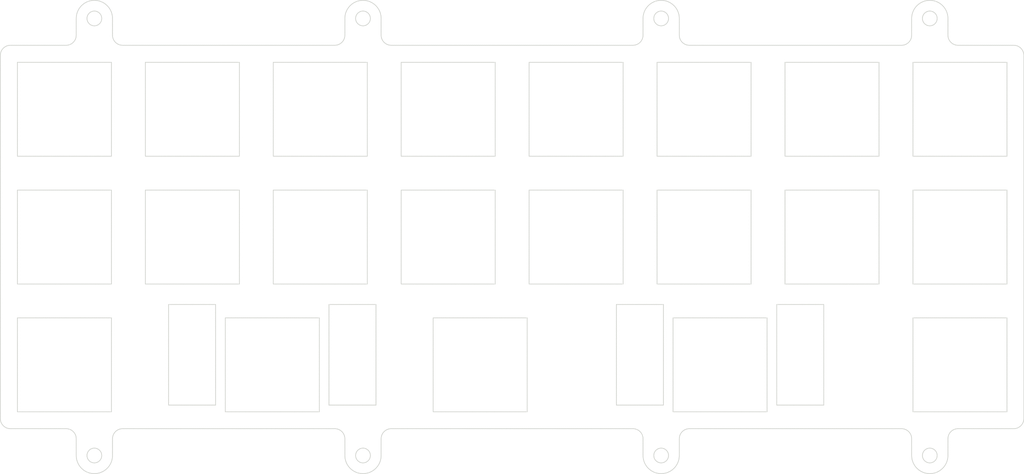
<source format=kicad_pcb>
(kicad_pcb (version 20221018) (generator pcbnew)
  (layers (0 "F.Cu" signal) (31 "B.Cu" signal) (34 "B.Paste" user) (35 "F.Paste" user) (36 "B.SilkS" user "B.Silkscreen") (37 "F.SilkS" user "F.Silkscreen") (38 "B.Mask" user) (39 "F.Mask" user) (44 "Edge.Cuts" user))
  (net 0 "")
  (gr_line (start 210.3166 102.272585) (end 210.3166 102.468683) (stroke (width 0.1)) (layer "Edge.Cuts"))
  (gr_line (start 123.668113 77.108591) (end 123.865612 77.108591) (stroke (width 0.1)) (layer "Edge.Cuts"))
  (gr_line (start 225.420314 129.208185) (end 225.223415 129.208185) (stroke (width 0.1)) (layer "Edge.Cuts"))
  (gr_line (start 109.546718 77.108584) (end 109.744419 77.108584) (stroke (width 0.1)) (layer "Edge.Cuts"))
  (gr_line (start 133.477657 67.874956) (end 133.284927 67.88196) (stroke (width 0.1)) (layer "Edge.Cuts"))
  (gr_line (start 229.366619 119.351381) (end 229.366619 119.549082) (stroke (width 0.1)) (layer "Edge.Cuts"))
  (gr_line (start 111.534618 117.748285) (end 111.534618 117.946581) (stroke (width 0.1)) (layer "Edge.Cuts"))
  (gr_line (start 109.54301 91.108477) (end 109.346012 91.108477) (stroke (width 0.1)) (layer "Edge.Cuts"))
  (gr_line (start 79.4766 116.831583) (end 79.4766 117.031283) (stroke (width 0.1)) (layer "Edge.Cuts"))
  (gr_line (start 83.545204 131.723086) (end 83.743404 131.723086) (stroke (width 0.1)) (layer "Edge.Cuts"))
  (gr_line (start 89.707519 96.158587) (end 89.90522 96.158587) (stroke (width 0.1)) (layer "Edge.Cuts"))
  (gr_line (start 158.21661 88.740496) (end 158.21661 88.543497) (stroke (width 0.1)) (layer "Edge.Cuts"))
  (gr_line (start 90.946613 136.664293) (end 91.020011 136.841593) (stroke (width 0.1)) (layer "Edge.Cuts"))
  (gr_line (start 211.290874 131.723612) (end 211.490062 131.723612) (stroke (width 0.1)) (layer "Edge.Cuts"))
  (gr_line (start 90.690727 129.208185) (end 90.493026 129.208185) (stroke (width 0.1)) (layer "Edge.Cuts"))
  (gr_line (start 172.21661 83.616533) (end 172.21661 83.813532) (stroke (width 0.1)) (layer "Edge.Cuts"))
  (gr_line (start 189.689823 96.158587) (end 189.886928 96.158587) (stroke (width 0.1)) (layer "Edge.Cuts"))
  (gr_line (start 96.016628 84.207636) (end 96.016628 84.405634) (stroke (width 0.1)) (layer "Edge.Cuts"))
  (gr_line (start 215.366588 80.262667) (end 215.366588 80.066668) (stroke (width 0.1)) (layer "Edge.Cuts"))
  (gr_line (start 126.972614 116.983988) (end 126.972614 117.181284) (stroke (width 0.1)) (layer "Edge.Cuts"))
  (gr_line (start 225.025707 110.158182) (end 224.828899 110.158182) (stroke (width 0.1)) (layer "Edge.Cuts"))
  (gr_line (start 116.079818 74.57297) (end 115.879718 74.57297) (stroke (width 0.1)) (layer "Edge.Cuts"))
  (gr_line (start 231.876598 105.04468) (end 231.876598 104.845278) (stroke (width 0.1)) (layer "Edge.Cuts"))
  (gr_line (start 96.177608 72.495959) (end 96.177608 72.303957) (stroke (width 0.1)) (layer "Edge.Cuts"))
  (gr_line (start 120.116611 89.726496) (end 120.116611 89.529497) (stroke (width 0.1)) (layer "Edge.Cuts"))
  (gr_line (start 104.534614 125.243876) (end 104.534614 125.046473) (stroke (width 0.1)) (layer "Edge.Cuts"))
  (gr_line (start 132.14516 77.108591) (end 132.341941 77.108591) (stroke (width 0.1)) (layer "Edge.Cuts"))
  (gr_line (start 110.476734 131.723612) (end 110.67593 131.723612) (stroke (width 0.1)) (layer "Edge.Cuts"))
  (gr_line (start 202.085613 123.275889) (end 202.085613 123.472391) (stroke (width 0.1)) (layer "Edge.Cuts"))
  (gr_line (start 143.92966 116.784968) (end 143.92966 116.58787) (stroke (width 0.1)) (layer "Edge.Cuts"))
  (gr_line (start 177.168224 69.731585) (end 177.32542 69.621584) (stroke (width 0.1)) (layer "Edge.Cuts"))
  (gr_line (start 196.316593 110.15819) (end 196.316593 109.960291) (stroke (width 0.1)) (layer "Edge.Cuts"))
  (gr_line (start 124.407611 129.208193) (end 124.209713 129.208193) (stroke (width 0.1)) (layer "Edge.Cuts"))
  (gr_line (start 134.116649 110.158182) (end 133.918739 110.158182) (stroke (width 0.1)) (layer "Edge.Cuts"))
  (gr_line (start 231.876598 82.468851) (end 231.876598 82.269854) (stroke (width 0.1)) (layer "Edge.Cuts"))
  (gr_line (start 210.3166 103.651888) (end 210.3166 103.849085) (stroke (width 0.1)) (layer "Edge.Cuts"))
  (gr_line (start 132.770118 134.879679) (end 132.635269 135.014582) (stroke (width 0.1)) (layer "Edge.Cuts"))
  (gr_line (start 231.876598 76.272944) (end 231.876598 76.072947) (stroke (width 0.1)) (layer "Edge.Cuts"))
  (gr_line (start 222.465801 96.158625) (end 222.663799 96.158625) (stroke (width 0.1)) (layer "Edge.Cuts"))
  (gr_line (start 158.21661 97.932612) (end 158.21661 97.734614) (stroke (width 0.1)) (layer "Edge.Cuts"))
  (gr_line (start 79.4766 98.453669) (end 79.4766 98.652666) (stroke (width 0.1)) (layer "Edge.Cuts"))
  (gr_line (start 180.146419 137.183298) (end 180.245021 137.017801) (stroke (width 0.1)) (layer "Edge.Cuts"))
  (gr_line (start 115.879718 74.57297) (end 115.679218 74.57297) (stroke (width 0.1)) (layer "Edge.Cuts"))
  (gr_line (start 231.876598 116.235979) (end 231.876598 116.035776) (stroke (width 0.1)) (layer "Edge.Cuts"))
  (gr_line (start 193.608333 131.723612) (end 193.807033 131.723612) (stroke (width 0.1)) (layer "Edge.Cuts"))
  (gr_line (start 209.923412 96.158632) (end 210.120204 96.158632) (stroke (width 0.1)) (layer "Edge.Cuts"))
  (gr_line (start 172.21661 78.292574) (end 172.21661 78.489573) (stroke (width 0.1)) (layer "Edge.Cuts"))
  (gr_line (start 79.4766 91.259775) (end 79.4766 91.459772) (stroke (width 0.1)) (layer "Edge.Cuts"))
  (gr_line (start 229.366619 122.899088) (end 229.366619 123.096682) (stroke (width 0.1)) (layer "Edge.Cuts"))
  (gr_line (start 171.209606 127.02109) (end 171.209606 126.823786) (stroke (width 0.1)) (layer "Edge.Cuts"))
  (gr_line (start 172.21661 98.131571) (end 172.21661 98.32857) (stroke (width 0.1)) (layer "Edge.Cuts"))
  (gr_line (start 133.101871 71.608568) (end 132.927921 71.527575) (stroke (width 0.1)) (layer "Edge.Cuts"))
  (gr_line (start 196.316616 88.937494) (end 196.316616 88.740496) (stroke (width 0.1)) (layer "Edge.Cuts"))
  (gr_line (start 153.166614 108.383486) (end 153.166614 108.581385) (stroke (width 0.1)) (layer "Edge.Cuts"))
  (gr_line (start 153.166614 102.076578) (end 153.166614 102.272577) (stroke (width 0.1)) (layer "Edge.Cuts"))
  (gr_line (start 110.276321 74.57297) (end 110.07542 74.57297) (stroke (width 0.1)) (layer "Edge.Cuts"))
  (gr_line (start 126.972614 120.534083) (end 126.972614 120.731882) (stroke (width 0.1)) (layer "Edge.Cuts"))
  (gr_line (start 178.583019 71.416567) (end 178.425922 71.526568) (stroke (width 0.1)) (layer "Edge.Cuts"))
  (gr_line (start 164.525707 91.108477) (end 164.328105 91.108477) (stroke (width 0.1)) (layer "Edge.Cuts"))
  (gr_line (start 231.876598 88.465761) (end 231.876598 88.265764) (stroke (width 0.1)) (layer "Edge.Cuts"))
  (gr_line (start 94.240825 129.208185) (end 94.043525 129.208185) (stroke (width 0.1)) (layer "Edge.Cuts"))
  (gr_line (start 146.081188 74.57297) (end 145.880756 74.57297) (stroke (width 0.1)) (layer "Edge.Cuts"))
  (gr_line (start 215.344661 136.664293) (end 215.418071 136.841593) (stroke (width 0.1)) (layer "Edge.Cuts"))
  (gr_line (start 196.514514 77.108584) (end 196.712413 77.108584) (stroke (width 0.1)) (layer "Edge.Cuts"))
  (gr_line (start 139.166652 81.24766) (end 139.166652 81.051661) (stroke (width 0.1)) (layer "Edge.Cuts"))
  (gr_line (start 120.481323 74.57297) (end 120.282123 74.57297) (stroke (width 0.1)) (layer "Edge.Cuts"))
  (gr_line (start 154.27341 131.723612) (end 154.47401 131.723612) (stroke (width 0.1)) (layer "Edge.Cuts"))
  (gr_line (start 178.451213 77.108584) (end 178.648014 77.108584) (stroke (width 0.1)) (layer "Edge.Cuts"))
  (gr_line (start 82.01662 101.678583) (end 82.01662 101.480585) (stroke (width 0.1)) (layer "Edge.Cuts"))
  (gr_line (start 231.876598 106.442484) (end 231.876598 106.242685) (stroke (width 0.1)) (layer "Edge.Cuts"))
  (gr_line (start 79.4766 119.628985) (end 79.4766 119.829386) (stroke (width 0.1)) (layer "Edge.Cuts"))
  (gr_line (start 164.476421 74.57297) (end 164.276615 74.57297) (stroke (width 0.1)) (layer "Edge.Cuts"))
  (gr_line (start 231.876598 93.060694) (end 231.876598 92.859698) (stroke (width 0.1)) (layer "Edge.Cuts"))
  (gr_line (start 79.4766 86.463846) (end 79.4766 86.662844) (stroke (width 0.1)) (layer "Edge.Cuts"))
  (gr_line (start 196.316616 89.134493) (end 196.316616 88.937494) (stroke (width 0.1)) (layer "Edge.Cuts"))
  (gr_line (start 82.01662 109.368685) (end 82.01662 109.170588) (stroke (width 0.1)) (layer "Edge.Cuts"))
  (gr_line (start 221.325069 131.924601) (end 221.501171 131.837504) (stroke (width 0.1)) (layer "Edge.Cuts"))
  (gr_line (start 191.266628 100.695551) (end 191.266628 100.89255) (stroke (width 0.1)) (layer "Edge.Cuts"))
  (gr_line (start 218.637218 67.983935) (end 218.450603 67.93593) (stroke (width 0.1)) (layer "Edge.Cuts"))
  (gr_line (start 161.174808 110.158182) (end 160.977008 110.158182) (stroke (width 0.1)) (layer "Edge.Cuts"))
  (gr_line (start 126.972614 119.351381) (end 126.972614 119.549082) (stroke (width 0.1)) (layer "Edge.Cuts"))
  (gr_line (start 196.316616 81.445551) (end 196.316616 81.247553) (stroke (width 0.1)) (layer "Edge.Cuts"))
  (gr_line (start 210.3166 106.018381) (end 210.3166 106.214586) (stroke (width 0.1)) (layer "Edge.Cuts"))
  (gr_line (start 122.438213 115.208178) (end 122.635715 115.208178) (stroke (width 0.1)) (layer "Edge.Cuts"))
  (gr_line (start 150.406314 77.10869) (end 150.603717 77.10869) (stroke (width 0.1)) (layer "Edge.Cuts"))
  (gr_line (start 152.882022 74.57297) (end 152.682018 74.57297) (stroke (width 0.1)) (layer "Edge.Cuts"))
  (gr_line (start 134.56108 70.765581) (end 134.511791 70.950579) (stroke (width 0.1)) (layer "Edge.Cuts"))
  (gr_line (start 172.21661 80.659556) (end 172.21661 80.857554) (stroke (width 0.1)) (layer "Edge.Cuts"))
  (gr_line (start 158.21661 102.664477) (end 158.21661 102.46728) (stroke (width 0.1)) (layer "Edge.Cuts"))
  (gr_line (start 130.026737 131.923723) (end 130.190273 132.033022) (stroke (width 0.1)) (layer "Edge.Cuts"))
  (gr_line (start 177.26662 84.797526) (end 177.26662 84.600527) (stroke (width 0.1)) (layer "Edge.Cuts"))
  (gr_line (start 191.808803 74.572962) (end 191.610401 74.572962) (stroke (width 0.1)) (layer "Edge.Cuts"))
  (gr_line (start 229.366619 90.714586) (end 229.366619 90.911585) (stroke (width 0.1)) (layer "Edge.Cuts"))
  (gr_line (start 115.066616 86.771509) (end 115.066616 86.968508) (stroke (width 0.1)) (layer "Edge.Cuts"))
  (gr_line (start 133.863567 67.901964) (end 133.670978 67.88196) (stroke (width 0.1)) (layer "Edge.Cuts"))
  (gr_line (start 162.557613 96.158587) (end 162.754314 96.158587) (stroke (width 0.1)) (layer "Edge.Cuts"))
  (gr_line (start 82.01662 105.42338) (end 82.01662 105.226076) (stroke (width 0.1)) (layer "Edge.Cuts"))
  (gr_line (start 172.21661 81.251551) (end 172.21661 81.449549) (stroke (width 0.1)) (layer "Edge.Cuts"))
  (gr_line (start 108.165817 77.108584) (end 108.363819 77.108584) (stroke (width 0.1)) (layer "Edge.Cuts"))
  (gr_line (start 212.68098 131.723612) (end 212.880077 131.723612) (stroke (width 0.1)) (layer "Edge.Cuts"))
  (gr_line (start 213.475917 74.572962) (end 213.277416 74.572962) (stroke (width 0.1)) (layer "Edge.Cuts"))
  (gr_line (start 226.22752 74.572939) (end 226.03001 74.572939) (stroke (width 0.1)) (layer "Edge.Cuts"))
  (gr_line (start 111.534618 114.789683) (end 111.534618 114.986284) (stroke (width 0.1)) (layer "Edge.Cuts"))
  (gr_line (start 166.298603 91.108477) (end 166.102306 91.108477) (stroke (width 0.1)) (layer "Edge.Cuts"))
  (gr_line (start 82.01662 108.776888) (end 82.01662 108.579989) (stroke (width 0.1)) (layer "Edge.Cuts"))
  (gr_line (start 172.21661 103.45534) (end 172.21661 103.651888) (stroke (width 0.1)) (layer "Edge.Cuts"))
  (gr_line (start 175.124614 73.46097) (end 175.061809 73.645968) (stroke (width 0.1)) (layer "Edge.Cuts"))
  (gr_line (start 85.765613 96.158587) (end 85.963012 96.158587) (stroke (width 0.1)) (layer "Edge.Cuts"))
  (gr_line (start 94.050914 138.360995) (end 94.237213 138.313692) (stroke (width 0.1)) (layer "Edge.Cuts"))
  (gr_line (start 95.388908 68.667971) (end 95.248107 68.535967) (stroke (width 0.1)) (layer "Edge.Cuts"))
  (gr_line (start 145.309368 129.208185) (end 145.112316 129.208185) (stroke (width 0.1)) (layer "Edge.Cuts"))
  (gr_line (start 170.046405 91.108477) (end 169.848903 91.108477) (stroke (width 0.1)) (layer "Edge.Cuts"))
  (gr_line (start 132.93399 96.158625) (end 133.131031 96.158625) (stroke (width 0.1)) (layer "Edge.Cuts"))
  (gr_line (start 82.01662 100.692591) (end 82.01662 100.495592) (stroke (width 0.1)) (layer "Edge.Cuts"))
  (gr_line (start 101.066612 78.093577) (end 101.066612 77.896578) (stroke (width 0.1)) (layer "Edge.Cuts"))
  (gr_line (start 79.4766 76.272997) (end 79.4766 76.472994) (stroke (width 0.1)) (layer "Edge.Cuts"))
  (gr_line (start 127.608612 91.108484) (end 127.411712 91.108484) (stroke (width 0.1)) (layer "Edge.Cuts"))
  (gr_line (start 221.880565 131.736101) (end 222.075618 131.723482) (stroke (width 0.1)) (layer "Edge.Cuts"))
  (gr_line (start 171.625309 77.108584) (end 171.823406 77.108584) (stroke (width 0.1)) (layer "Edge.Cuts"))
  (gr_line (start 231.876598 95.853655) (end 231.876598 95.653658) (stroke (width 0.1)) (layer "Edge.Cuts"))
  (gr_line (start 82.758106 74.572993) (end 82.560905 74.572993) (stroke (width 0.1)) (layer "Edge.Cuts"))
  (gr_line (start 178.97562 70.574587) (end 178.959117 70.765581) (stroke (width 0.1)) (layer "Edge.Cuts"))
  (gr_line (start 104.420719 77.108584) (end 104.618118 77.108584) (stroke (width 0.1)) (layer "Edge.Cuts"))
  (gr_line (start 79.4766 81.470919) (end 79.4766 81.669916) (stroke (width 0.1)) (layer "Edge.Cuts"))
  (gr_line (start 90.94791 69.628985) (end 90.886509 69.81299) (stroke (width 0.1)) (layer "Edge.Cuts"))
  (gr_line (start 192.800808 74.572962) (end 192.602802 74.572962) (stroke (width 0.1)) (layer "Edge.Cuts"))
  (gr_line (start 79.4766 92.058764) (end 79.4766 92.257761) (stroke (width 0.1)) (layer "Edge.Cuts"))
  (gr_line (start 83.004215 77.10869) (end 83.201213 77.10869) (stroke (width 0.1)) (layer "Edge.Cuts"))
  (gr_line (start 199.868114 77.108584) (end 200.065624 77.108584) (stroke (width 0.1)) (layer "Edge.Cuts"))
  (gr_line (start 126.972614 126.447787) (end 126.972614 126.645182) (stroke (width 0.1)) (layer "Edge.Cuts"))
  (gr_line (start 90.296028 110.158182) (end 90.098629 110.158182) (stroke (width 0.1)) (layer "Edge.Cuts"))
  (gr_line (start 110.477321 74.57297) (end 110.276321 74.57297) (stroke (width 0.1)) (layer "Edge.Cuts"))
  (gr_line (start 96.016628 83.813639) (end 96.016628 84.010637) (stroke (width 0.1)) (layer "Edge.Cuts"))
  (gr_line (start 206.327251 131.723612) (end 206.525737 131.723612) (stroke (width 0.1)) (layer "Edge.Cuts"))
  (gr_line (start 231.876598 104.645479) (end 231.876598 104.445177) (stroke (width 0.1)) (layer "Edge.Cuts"))
  (gr_line (start 186.249919 74.572962) (end 186.051319 74.572962) (stroke (width 0.1)) (layer "Edge.Cuts"))
  (gr_line (start 210.3166 96.355631) (end 210.3166 96.553629) (stroke (width 0.1)) (layer "Edge.Cuts"))
  (gr_line (start 222.267498 110.158182) (end 222.0695 110.158182) (stroke (width 0.1)) (layer "Edge.Cuts"))
  (gr_line (start 153.166614 104.244288) (end 153.166614 104.441584) (stroke (width 0.1)) (layer "Edge.Cuts"))
  (gr_line (start 148.825717 91.108584) (end 148.628917 91.108584) (stroke (width 0.1)) (layer "Edge.Cuts"))
  (gr_line (start 79.4766 89.059809) (end 79.4766 89.259806) (stroke (width 0.1)) (layer "Edge.Cuts"))
  (gr_line (start 95.847007 137.017801) (end 95.933609 136.845202) (stroke (width 0.1)) (layer "Edge.Cuts"))
  (gr_line (start 229.366619 117.773188) (end 229.366619 117.971087) (stroke (width 0.1)) (layer "Edge.Cuts"))
  (gr_line (start 171.209606 123.865481) (end 171.209606 123.667978) (stroke (width 0.1)) (layer "Edge.Cuts"))
  (gr_line (start 82.806114 96.158587) (end 83.004215 96.158587) (stroke (width 0.1)) (layer "Edge.Cuts"))
  (gr_line (start 218.324794 110.158182) (end 218.126995 110.158182) (stroke (width 0.1)) (layer "Edge.Cuts"))
  (gr_line (start 220.246898 69.281939) (end 220.14851 69.116945) (stroke (width 0.1)) (layer "Edge.Cuts"))
  (gr_line (start 134.430339 70.024584) (end 134.511451 70.197588) (stroke (width 0.1)) (layer "Edge.Cuts"))
  (gr_line (start 126.972614 117.773188) (end 126.972614 117.971087) (stroke (width 0.1)) (layer "Edge.Cuts"))
  (gr_line (start 159.793407 91.108477) (end 159.596309 91.108477) (stroke (width 0.1)) (layer "Edge.Cuts"))
  (gr_line (start 231.876598 121.82889) (end 231.876598 121.628893) (stroke (width 0.1)) (layer "Edge.Cuts"))
  (gr_line (start 153.166614 84.405634) (end 153.166614 84.601633) (stroke (width 0.1)) (layer "Edge.Cuts"))
  (gr_line (start 85.173816 96.158587) (end 85.370716 96.158587) (stroke (width 0.1)) (layer "Edge.Cuts"))
  (gr_line (start 161.279117 74.57297) (end 161.078617 74.57297) (stroke (width 0.1)) (layer "Edge.Cuts"))
  (gr_line (start 231.876598 107.642977) (end 231.876598 107.44298) (stroke (width 0.1)) (layer "Edge.Cuts"))
  (gr_line (start 229.387508 131.722986) (end 229.585811 131.722887) (stroke (width 0.1)) (layer "Edge.Cuts"))
  (gr_line (start 172.21661 104.441584) (end 172.21661 104.638186) (stroke (width 0.1)) (layer "Edge.Cuts"))
  (gr_line (start 153.166614 84.207636) (end 153.166614 84.405634) (stroke (width 0.1)) (layer "Edge.Cuts"))
  (gr_line (start 124.878524 131.723612) (end 125.079425 131.723612) (stroke (width 0.1)) (layer "Edge.Cuts"))
  (gr_line (start 130.765487 96.158625) (end 130.961879 96.158625) (stroke (width 0.1)) (layer "Edge.Cuts"))
  (gr_line (start 179.647617 115.404574) (end 179.647617 115.20817) (stroke (width 0.1)) (layer "Edge.Cuts"))
  (gr_line (start 133.46553 128.208185) (end 133.271888 128.208185) (stroke (width 0.1)) (layer "Edge.Cuts"))
  (gr_line (start 202.085613 123.078989) (end 202.085613 123.275889) (stroke (width 0.1)) (layer "Edge.Cuts"))
  (gr_line (start 84.186817 77.10869) (end 84.384418 77.10869) (stroke (width 0.1)) (layer "Edge.Cuts"))
  (gr_line (start 107.180912 96.158632) (end 107.377208 96.158632) (stroke (width 0.1)) (layer "Edge.Cuts"))
  (gr_line (start 198.197506 113.208147) (end 198.392406 113.208147) (stroke (width 0.1)) (layer "Edge.Cuts"))
  (gr_line (start 196.446804 128.208185) (end 196.2523 128.208185) (stroke (width 0.1)) (layer "Edge.Cuts"))
  (gr_line (start 218.252407 134.688173) (end 218.0666 134.638476) (stroke (width 0.1)) (layer "Edge.Cuts"))
  (gr_line (start 175.604915 69.112978) (end 175.506321 69.278979) (stroke (width 0.1)) (layer "Edge.Cuts"))
  (gr_line (start 231.876598 98.651613) (end 231.876598 98.451616) (stroke (width 0.1)) (layer "Edge.Cuts"))
  (gr_line (start 153.082424 74.57297) (end 152.882022 74.57297) (stroke (width 0.1)) (layer "Edge.Cuts"))
  (gr_line (start 171.209606 119.127062) (end 171.209606 118.928866) (stroke (width 0.1)) (layer "Edge.Cuts"))
  (gr_line (start 128.592983 91.108484) (end 128.396022 91.108484) (stroke (width 0.1)) (layer "Edge.Cuts"))
  (gr_line (start 101.066612 89.923487) (end 101.066612 89.726488) (stroke (width 0.1)) (layer "Edge.Cuts"))
  (gr_line (start 184.758632 110.158182) (end 184.561733 110.158182) (stroke (width 0.1)) (layer "Edge.Cuts"))
  (gr_line (start 84.734207 74.572993) (end 84.536106 74.572993) (stroke (width 0.1)) (layer "Edge.Cuts"))
  (gr_line (start 219.707592 96.158625) (end 219.904293 96.158625) (stroke (width 0.1)) (layer "Edge.Cuts"))
  (gr_line (start 90.777607 71.343981) (end 90.777607 71.535982) (stroke (width 0.1)) (layer "Edge.Cuts"))
  (gr_line (start 127.017509 110.158182) (end 126.819507 110.158182) (stroke (width 0.1)) (layer "Edge.Cuts"))
  (gr_line (start 139.166652 82.824648) (end 139.166652 82.628649) (stroke (width 0.1)) (layer "Edge.Cuts"))
  (gr_line (start 184.182117 129.208185) (end 183.984615 129.208185) (stroke (width 0.1)) (layer "Edge.Cuts"))
  (gr_line (start 202.085613 114.789683) (end 202.085613 114.986284) (stroke (width 0.1)) (layer "Edge.Cuts"))
  (gr_line (start 135.410648 113.208147) (end 135.410648 113.406084) (stroke (width 0.1)) (layer "Edge.Cuts"))
  (gr_line (start 129.381839 110.158182) (end 129.184612 110.158182) (stroke (width 0.1)) (layer "Edge.Cuts"))
  (gr_line (start 167.682209 77.108584) (end 167.879711 77.108584) (stroke (width 0.1)) (layer "Edge.Cuts"))
  (gr_line (start 115.066616 81.251551) (end 115.066616 81.449549) (stroke (width 0.1)) (layer "Edge.Cuts"))
  (gr_line (start 139.364566 77.10869) (end 139.56245 77.10869) (stroke (width 0.1)) (layer "Edge.Cuts"))
  (gr_line (start 221.083202 129.208185) (end 220.886608 129.208185) (stroke (width 0.1)) (layer "Edge.Cuts"))
  (gr_line (start 204.202327 91.108477) (end 204.00613 91.108477) (stroke (width 0.1)) (layer "Edge.Cuts"))
  (gr_line (start 218.252407 71.608568) (end 218.0666 71.657564) (stroke (width 0.1)) (layer "Edge.Cuts"))
  (gr_line (start 149.255619 115.20817) (end 149.453319 115.20817) (stroke (width 0.1)) (layer "Edge.Cuts"))
  (gr_line (start 128.410648 114.590952) (end 128.410648 114.394152) (stroke (width 0.1)) (layer "Edge.Cuts"))
  (gr_line (start 188.701625 91.108477) (end 188.503727 91.108477) (stroke (width 0.1)) (layer "Edge.Cuts"))
  (gr_line (start 109.148609 110.15819) (end 108.952304 110.15819) (stroke (width 0.1)) (layer "Edge.Cuts"))
  (gr_line (start 215.366588 78.882677) (end 215.366588 78.684679) (stroke (width 0.1)) (layer "Edge.Cuts"))
  (gr_line (start 196.316593 109.56579) (end 196.316593 109.368693) (stroke (width 0.1)) (layer "Edge.Cuts"))
  (gr_line (start 115.066616 90.319483) (end 115.066616 90.516482) (stroke (width 0.1)) (layer "Edge.Cuts"))
  (gr_line (start 79.4766 77.472979) (end 79.4766 77.671976) (stroke (width 0.1)) (layer "Edge.Cuts"))
  (gr_line (start 96.016628 124.673685) (end 96.016628 124.871187) (stroke (width 0.1)) (layer "Edge.Cuts"))
  (gr_line (start 79.4766 118.629885) (end 79.4766 118.830088) (stroke (width 0.1)) (layer "Edge.Cuts"))
  (gr_line (start 145.871624 77.10869) (end 146.069217 77.10869) (stroke (width 0.1)) (layer "Edge.Cuts"))
  (gr_line (start 115.066616 88.742495) (end 115.066616 88.939493) (stroke (width 0.1)) (layer "Edge.Cuts"))
  (gr_line (start 93.453723 115.208185) (end 93.651123 115.208185) (stroke (width 0.1)) (layer "Edge.Cuts"))
  (gr_line (start 134.437568 113.208147) (end 134.632659 113.208147) (stroke (width 0.1)) (layer "Edge.Cuts"))
  (gr_line (start 143.92966 122.700182) (end 143.92966 122.503184) (stroke (width 0.1)) (layer "Edge.Cuts"))
  (gr_line (start 120.906112 77.108591) (end 121.104213 77.108591) (stroke (width 0.1)) (layer "Edge.Cuts"))
  (gr_line (start 84.974819 110.158182) (end 84.777019 110.158182) (stroke (width 0.1)) (layer "Edge.Cuts"))
  (gr_line (start 174.424724 131.923723) (end 174.588222 132.033022) (stroke (width 0.1)) (layer "Edge.Cuts"))
  (gr_line (start 181.027309 129.208185) (end 180.830318 129.208185) (stroke (width 0.1)) (layer "Edge.Cuts"))
  (gr_line (start 101.066612 88.345499) (end 101.066612 88.148501) (stroke (width 0.1)) (layer "Edge.Cuts"))
  (gr_line (start 93.477626 136.821978) (end 93.669025 136.805376) (stroke (width 0.1)) (layer "Edge.Cuts"))
  (gr_line (start 115.066616 88.347498) (end 115.066616 88.545496) (stroke (width 0.1)) (layer "Edge.Cuts"))
  (gr_line (start 188.036922 131.723612) (end 188.235927 131.723612) (stroke (width 0.1)) (layer "Edge.Cuts"))
  (gr_line (start 177.266613 96.158587) (end 177.464511 96.158587) (stroke (width 0.1)) (layer "Edge.Cuts"))
  (gr_line (start 158.21661 81.839548) (end 158.21661 81.64255) (stroke (width 0.1)) (layer "Edge.Cuts"))
  (gr_line (start 152.409717 115.20817) (end 152.607418 115.20817) (stroke (width 0.1)) (layer "Edge.Cuts"))
  (gr_line (start 191.266628 91.108477) (end 191.068729 91.108477) (stroke (width 0.1)) (layer "Edge.Cuts"))
  (gr_line (start 111.534618 119.328783) (end 111.534618 119.526682) (stroke (width 0.1)) (layer "Edge.Cuts"))
  (gr_line (start 79.4766 109.642084) (end 79.4766 109.842386) (stroke (width 0.1)) (layer "Edge.Cuts"))
  (gr_line (start 215.366603 128.220591) (end 215.366603 128.023691) (stroke (width 0.1)) (layer "Edge.Cuts"))
  (gr_line (start 184.973621 115.20817) (end 185.171321 115.20817) (stroke (width 0.1)) (layer "Edge.Cuts"))
  (gr_line (start 172.21661 77.897577) (end 172.21661 78.095576) (stroke (width 0.1)) (layer "Edge.Cuts"))
  (gr_line (start 187.733821 115.20817) (end 187.931125 115.20817) (stroke (width 0.1)) (layer "Edge.Cuts"))
  (gr_line (start 123.029014 115.208178) (end 123.226814 115.208178) (stroke (width 0.1)) (layer "Edge.Cuts"))
  (gr_line (start 184.658222 131.723612) (end 184.857524 131.723612) (stroke (width 0.1)) (layer "Edge.Cuts"))
  (gr_line (start 128.410648 113.80015) (end 128.410648 113.603449) (stroke (width 0.1)) (layer "Edge.Cuts"))
  (gr_line (start 231.762706 130.797274) (end 231.825908 130.611277) (stroke (width 0.1)) (layer "Edge.Cuts"))
  (gr_line (start 186.55022 115.20817) (end 186.746822 115.20817) (stroke (width 0.1)) (layer "Edge.Cuts"))
  (gr_line (start 175.71252 137.337992) (end 175.833126 137.487894) (stroke (width 0.1)) (layer "Edge.Cuts"))
  (gr_line (start 220.575603 70.958925) (end 220.575603 70.767931) (stroke (width 0.1)) (layer "Edge.Cuts"))
  (gr_line (start 124.060314 91.108484) (end 123.862514 91.108484) (stroke (width 0.1)) (layer "Edge.Cuts"))
  (gr_line (start 93.253727 91.108584) (end 93.057228 91.108584) (stroke (width 0.1)) (layer "Edge.Cuts"))
  (gr_line (start 172.21661 98.32857) (end 172.21661 98.525568) (stroke (width 0.1)) (layer "Edge.Cuts"))
  (gr_line (start 198.774746 131.723612) (end 198.973339 131.723612) (stroke (width 0.1)) (layer "Edge.Cuts"))
  (gr_line (start 79.4766 109.442286) (end 79.4766 109.642084) (stroke (width 0.1)) (layer "Edge.Cuts"))
  (gr_line (start 96.016628 123.491587) (end 96.016628 123.688181) (stroke (width 0.1)) (layer "Edge.Cuts"))
  (gr_line (start 116.129818 115.208178) (end 116.326717 115.208178) (stroke (width 0.1)) (layer "Edge.Cuts"))
  (gr_line (start 226.801616 129.208185) (end 226.603725 129.208185) (stroke (width 0.1)) (layer "Edge.Cuts"))
  (gr_line (start 215.162761 133.026812) (end 215.17567 133.223612) (stroke (width 0.1)) (layer "Edge.Cuts"))
  (gr_line (start 177.682323 138.415194) (end 177.875621 138.421999) (stroke (width 0.1)) (layer "Edge.Cuts"))
  (gr_line (start 165.511707 110.158182) (end 165.314113 110.158182) (stroke (width 0.1)) (layer "Edge.Cuts"))
  (gr_line (start 188.506328 96.158587) (end 188.703723 96.158587) (stroke (width 0.1)) (layer "Edge.Cuts"))
  (gr_line (start 95.029026 91.108584) (end 94.832126 91.108584) (stroke (width 0.1)) (layer "Edge.Cuts"))
  (gr_line (start 153.166614 96.75062) (end 153.166614 96.947619) (stroke (width 0.1)) (layer "Edge.Cuts"))
  (gr_line (start 94.834026 77.10869) (end 95.031024 77.10869) (stroke (width 0.1)) (layer "Edge.Cuts"))
  (gr_line (start 128.99065 96.158625) (end 129.187061 96.158625) (stroke (width 0.1)) (layer "Edge.Cuts"))
  (gr_line (start 195.085598 118.928858) (end 195.085598 118.731455) (stroke (width 0.1)) (layer "Edge.Cuts"))
  (gr_line (start 220.575664 133.223604) (end 220.588359 133.027804) (stroke (width 0.1)) (layer "Edge.Cuts"))
  (gr_line (start 115.066608 107.989985) (end 115.066608 108.186686) (stroke (width 0.1)) (layer "Edge.Cuts"))
  (gr_line (start 135.410648 116.566782) (end 135.410648 116.764582) (stroke (width 0.1)) (layer "Edge.Cuts"))
  (gr_line (start 198.975414 113.208147) (end 199.170604 113.208147) (stroke (width 0.1)) (layer "Edge.Cuts"))
  (gr_line (start 178.209621 121.499186) (end 178.209621 121.697085) (stroke (width 0.1)) (layer "Edge.Cuts"))
  (gr_line (start 134.773456 68.204973) (end 134.600845 68.118975) (stroke (width 0.1)) (layer "Edge.Cuts"))
  (gr_line (start 177.26662 83.614535) (end 177.26662 83.417536) (stroke (width 0.1)) (layer "Edge.Cuts"))
  (gr_line (start 231.876598 100.248591) (end 231.876598 100.049593) (stroke (width 0.1)) (layer "Edge.Cuts"))
  (gr_line (start 121.843513 129.208193) (end 121.646713 129.208193) (stroke (width 0.1)) (layer "Edge.Cuts"))
  (gr_line (start 112.501609 110.15819) (end 112.303707 110.15819) (stroke (width 0.1)) (layer "Edge.Cuts"))
  (gr_line (start 93.101821 71.608568) (end 92.927921 71.527575) (stroke (width 0.1)) (layer "Edge.Cuts"))
  (gr_line (start 200.653591 110.15819) (end 200.456386 110.15819) (stroke (width 0.1)) (layer "Edge.Cuts"))
  (gr_line (start 159.992504 77.108584) (end 160.189708 77.108584) (stroke (width 0.1)) (layer "Edge.Cuts"))
  (gr_line (start 191.266628 81.449549) (end 191.266628 81.645548) (stroke (width 0.1)) (layer "Edge.Cuts"))
  (gr_line (start 221.015514 74.133928) (end 220.886303 73.986925) (stroke (width 0.1)) (layer "Edge.Cuts"))
  (gr_line (start 229.366619 106.609087) (end 229.366619 106.806986) (stroke (width 0.1)) (layer "Edge.Cuts"))
  (gr_line (start 79.4766 76.872988) (end 79.4766 77.072985) (stroke (width 0.1)) (layer "Edge.Cuts"))
  (gr_line (start 110.756717 113.208147) (end 110.952117 113.208147) (stroke (width 0.1)) (layer "Edge.Cuts"))
  (gr_line (start 104.534614 126.034876) (end 104.534614 125.836779) (stroke (width 0.1)) (layer "Edge.Cuts"))
  (gr_line (start 231.876598 93.657686) (end 231.876598 93.458689) (stroke (width 0.1)) (layer "Edge.Cuts"))
  (gr_line (start 198.778904 128.208185) (end 198.584903 128.208185) (stroke (width 0.1)) (layer "Edge.Cuts"))
  (gr_line (start 104.475025 74.57297) (end 104.275524 74.57297) (stroke (width 0.1)) (layer "Edge.Cuts"))
  (gr_line (start 101.066612 90.910479) (end 101.066612 90.712481) (stroke (width 0.1)) (layer "Edge.Cuts"))
  (gr_line (start 83.745407 74.572993) (end 83.548206 74.572993) (stroke (width 0.1)) (layer "Edge.Cuts"))
  (gr_line (start 195.085598 121.692568) (end 195.085598 121.495165) (stroke (width 0.1)) (layer "Edge.Cuts"))
  (gr_line (start 130.17033 110.158182) (end 129.973438 110.158182) (stroke (width 0.1)) (layer "Edge.Cuts"))
  (gr_line (start 120.116611 102.664477) (end 120.116611 102.46728) (stroke (width 0.1)) (layer "Edge.Cuts"))
  (gr_line (start 178.828319 70.024584) (end 178.90942 70.197588) (stroke (width 0.1)) (layer "Edge.Cuts"))
  (gr_line (start 134.116649 82.631548) (end 134.116649 82.828547) (stroke (width 0.1)) (layer "Edge.Cuts"))
  (gr_line (start 224.828899 110.158182) (end 224.631801 110.158182) (stroke (width 0.1)) (layer "Edge.Cuts"))
  (gr_line (start 82.01662 123.684481) (end 82.01662 123.487581) (stroke (width 0.1)) (layer "Edge.Cuts"))
  (gr_line (start 210.3166 107.199984) (end 210.3166 107.397783) (stroke (width 0.1)) (layer "Edge.Cuts"))
  (gr_line (start 104.534614 122.284563) (end 104.534614 122.087465) (stroke (width 0.1)) (layer "Edge.Cuts"))
  (gr_line (start 182.196224 110.158182) (end 181.998218 110.158182) (stroke (width 0.1)) (layer "Edge.Cuts"))
  (gr_line (start 186.140621 96.158587) (end 186.337123 96.158587) (stroke (width 0.1)) (layer "Edge.Cuts"))
  (gr_line (start 95.029026 129.208185) (end 94.832126 129.208185) (stroke (width 0.1)) (layer "Edge.Cuts"))
  (gr_line (start 120.116611 105.42338) (end 120.116611 105.226076) (stroke (width 0.1)) (layer "Edge.Cuts"))
  (gr_line (start 147.280819 129.208185) (end 147.08443 129.208185) (stroke (width 0.1)) (layer "Edge.Cuts"))
  (gr_line (start 231.876598 98.051623) (end 231.876598 97.851626) (stroke (width 0.1)) (layer "Edge.Cuts"))
  (gr_line (start 177.26662 84.20553) (end 177.26662 84.008532) (stroke (width 0.1)) (layer "Edge.Cuts"))
  (gr_line (start 126.972614 126.053385) (end 126.972614 126.249987) (stroke (width 0.1)) (layer "Edge.Cuts"))
  (gr_line (start 158.21661 89.134493) (end 158.21661 88.937494) (stroke (width 0.1)) (layer "Edge.Cuts"))
  (gr_line (start 89.114128 91.108584) (end 88.917526 91.108584) (stroke (width 0.1)) (layer "Edge.Cuts"))
  (gr_line (start 96.150306 136.107905) (end 96.170806 135.915308) (stroke (width 0.1)) (layer "Edge.Cuts"))
  (gr_line (start 96.016628 104.046686) (end 96.016628 104.244288) (stroke (width 0.1)) (layer "Edge.Cuts"))
  (gr_line (start 218.126995 91.108584) (end 217.929607 91.108584) (stroke (width 0.1)) (layer "Edge.Cuts"))
  (gr_line (start 135.410648 121.894282) (end 135.410648 122.091883) (stroke (width 0.1)) (layer "Edge.Cuts"))
  (gr_line (start 206.919323 74.572962) (end 206.721218 74.572962) (stroke (width 0.1)) (layer "Edge.Cuts"))
  (gr_line (start 215.833171 137.487894) (end 215.964458 137.629091) (stroke (width 0.1)) (layer "Edge.Cuts"))
  (gr_line (start 107.377208 96.158632) (end 107.574611 96.158632) (stroke (width 0.1)) (layer "Edge.Cuts"))
  (gr_line (start 96.016628 103.849085) (end 96.016628 104.046686) (stroke (width 0.1)) (layer "Edge.Cuts"))
  (gr_line (start 101.066612 78.487574) (end 101.066612 78.290575) (stroke (width 0.1)) (layer "Edge.Cuts"))
  (gr_line (start 179.647617 124.473383) (end 179.647617 124.276079) (stroke (width 0.1)) (layer "Edge.Cuts"))
  (gr_line (start 166.872509 131.723612) (end 167.071712 131.723612) (stroke (width 0.1)) (layer "Edge.Cuts"))
  (gr_line (start 122.679611 110.158182) (end 122.482212 110.158182) (stroke (width 0.1)) (layer "Edge.Cuts"))
  (gr_line (start 200.961452 131.723612) (end 201.160152 131.723612) (stroke (width 0.1)) (layer "Edge.Cuts"))
  (gr_line (start 149.617618 96.158625) (end 149.815517 96.158625) (stroke (width 0.1)) (layer "Edge.Cuts"))
  (gr_line (start 131.857456 137.881991) (end 132.016346 137.992693) (stroke (width 0.1)) (layer "Edge.Cuts"))
  (gr_line (start 205.581829 91.108477) (end 205.384624 91.108477) (stroke (width 0.1)) (layer "Edge.Cuts"))
  (gr_line (start 231.876598 85.267809) (end 231.876598 85.067812) (stroke (width 0.1)) (layer "Edge.Cuts"))
  (gr_line (start 151.423313 115.20817) (end 151.620517 115.20817) (stroke (width 0.1)) (layer "Edge.Cuts"))
  (gr_line (start 166.474102 74.57297) (end 166.275005 74.57297) (stroke (width 0.1)) (layer "Edge.Cuts"))
  (gr_line (start 79.4766 113.435686) (end 79.4766 113.635782) (stroke (width 0.1)) (layer "Edge.Cuts"))
  (gr_line (start 178.209621 113.604181) (end 178.209621 113.801584) (stroke (width 0.1)) (layer "Edge.Cuts"))
  (gr_line (start 149.41772 110.158182) (end 149.220317 110.158182) (stroke (width 0.1)) (layer "Edge.Cuts"))
  (gr_line (start 115.535614 129.208193) (end 115.338214 129.208193) (stroke (width 0.1)) (layer "Edge.Cuts"))
  (gr_line (start 229.366619 126.842585) (end 229.366619 127.039988) (stroke (width 0.1)) (layer "Edge.Cuts"))
  (gr_line (start 196.316593 104.832186) (end 196.316593 104.634485) (stroke (width 0.1)) (layer "Edge.Cuts"))
  (gr_line (start 153.166614 98.328608) (end 153.166614 98.525606) (stroke (width 0.1)) (layer "Edge.Cuts"))
  (gr_line (start 120.116611 101.284586) (end 120.116611 101.087588) (stroke (width 0.1)) (layer "Edge.Cuts"))
  (gr_line (start 210.316631 84.405527) (end 210.316631 84.601526) (stroke (width 0.1)) (layer "Edge.Cuts"))
  (gr_line (start 229.366619 87.756609) (end 229.366619 87.953608) (stroke (width 0.1)) (layer "Edge.Cuts"))
  (gr_line (start 83.398014 115.208185) (end 83.594814 115.208185) (stroke (width 0.1)) (layer "Edge.Cuts"))
  (gr_line (start 134.116649 83.81354) (end 134.116649 84.010538) (stroke (width 0.1)) (layer "Edge.Cuts"))
  (gr_line (start 196.316593 97.734621) (end 196.316593 97.537623) (stroke (width 0.1)) (layer "Edge.Cuts"))
  (gr_line (start 158.21661 105.028979) (end 158.21661 104.832178) (stroke (width 0.1)) (layer "Edge.Cuts"))
  (gr_line (start 231.876598 124.625483) (end 231.876598 124.426386) (stroke (width 0.1)) (layer "Edge.Cuts"))
  (gr_line (start 144.278286 131.723612) (end 144.479137 131.723612) (stroke (width 0.1)) (layer "Edge.Cuts"))
  (gr_line (start 120.116611 85.782526) (end 120.116611 85.584528) (stroke (width 0.1)) (layer "Edge.Cuts"))
  (gr_line (start 125.394512 129.208193) (end 125.196811 129.208193) (stroke (width 0.1)) (layer "Edge.Cuts"))
  (gr_line (start 210.3166 109.369288) (end 210.3166 109.566881) (stroke (width 0.1)) (layer "Edge.Cuts"))
  (gr_line (start 139.166652 100.297594) (end 139.166652 100.101595) (stroke (width 0.1)) (layer "Edge.Cuts"))
  (gr_line (start 113.093509 110.15819) (end 112.896411 110.15819) (stroke (width 0.1)) (layer "Edge.Cuts"))
  (gr_line (start 133.286331 134.638575) (end 133.101871 134.687777) (stroke (width 0.1)) (layer "Edge.Cuts"))
  (gr_line (start 130.027896 74.371966) (end 129.852626 74.458964) (stroke (width 0.1)) (layer "Edge.Cuts"))
  (gr_line (start 115.066616 82.040545) (end 115.066616 82.237543) (stroke (width 0.1)) (layer "Edge.Cuts"))
  (gr_line (start 231.876598 124.426386) (end 231.876598 124.226786) (stroke (width 0.1)) (layer "Edge.Cuts"))
  (gr_line (start 215.366603 121.319681) (end 215.366603 121.121981) (stroke (width 0.1)) (layer "Edge.Cuts"))
  (gr_line (start 200.528804 128.208185) (end 200.334911 128.208185) (stroke (width 0.1)) (layer "Edge.Cuts"))
  (gr_line (start 101.066608 107.000994) (end 101.066608 106.804094) (stroke (width 0.1)) (layer "Edge.Cuts"))
  (gr_line (start 79.4766 86.862841) (end 79.4766 87.062838) (stroke (width 0.1)) (layer "Edge.Cuts"))
  (gr_line (start 130.777664 134.376581) (end 130.777664 134.568781) (stroke (width 0.1)) (layer "Edge.Cuts"))
  (gr_line (start 79.4766 112.039881) (end 79.4766 112.239283) (stroke (width 0.1)) (layer "Edge.Cuts"))
  (gr_line (start 177.26662 79.868563) (end 177.26662 79.671564) (stroke (width 0.1)) (layer "Edge.Cuts"))
  (gr_line (start 119.480613 115.208178) (end 119.677616 115.208178) (stroke (width 0.1)) (layer "Edge.Cuts"))
  (gr_line (start 120.116611 100.692591) (end 120.116611 100.495592) (stroke (width 0.1)) (layer "Edge.Cuts"))
  (gr_line (start 108.952304 110.15819) (end 108.756107 110.15819) (stroke (width 0.1)) (layer "Edge.Cuts"))
  (gr_line (start 196.316616 89.726488) (end 196.316616 89.52949) (stroke (width 0.1)) (layer "Edge.Cuts"))
  (gr_line (start 171.209606 123.469675) (end 171.209606 123.272371) (stroke (width 0.1)) (layer "Edge.Cuts"))
  (gr_line (start 193.647609 120.731882) (end 193.647609 120.928782) (stroke (width 0.1)) (layer "Edge.Cuts"))
  (gr_line (start 171.427211 110.158182) (end 171.229015 110.158182) (stroke (width 0.1)) (layer "Edge.Cuts"))
  (gr_line (start 172.21661 107.792582) (end 172.21661 107.989985) (stroke (width 0.1)) (layer "Edge.Cuts"))
  (gr_line (start 218.720714 115.208193) (end 218.918102 115.208193) (stroke (width 0.1)) (layer "Edge.Cuts"))
  (gr_line (start 91.204811 137.180094) (end 91.31451 137.337992) (stroke (width 0.1)) (layer "Edge.Cuts"))
  (gr_line (start 104.815609 96.158632) (end 105.013008 96.158632) (stroke (width 0.1)) (layer "Edge.Cuts"))
  (gr_line (start 120.116611 90.910486) (end 120.116611 90.712488) (stroke (width 0.1)) (layer "Edge.Cuts"))
  (gr_line (start 146.477382 131.723612) (end 146.677097 131.723612) (stroke (width 0.1)) (layer "Edge.Cuts"))
  (gr_line (start 96.116306 136.296908) (end 96.150306 136.107905) (stroke (width 0.1)) (layer "Edge.Cuts"))
  (gr_line (start 190.025432 131.723612) (end 190.225032 131.723612) (stroke (width 0.1)) (layer "Edge.Cuts"))
  (gr_line (start 79.4766 82.268908) (end 79.4766 82.467905) (stroke (width 0.1)) (layer "Edge.Cuts"))
  (gr_line (start 134.116649 101.090548) (end 134.116649 101.287546) (stroke (width 0.1)) (layer "Edge.Cuts"))
  (gr_line (start 111.534618 126.035288) (end 111.534618 126.233286) (stroke (width 0.1)) (layer "Edge.Cuts"))
  (gr_line (start 224.832195 77.10869) (end 225.029705 77.10869) (stroke (width 0.1)) (layer "Edge.Cuts"))
  (gr_line (start 115.338214 129.208193) (end 115.140914 129.208193) (stroke (width 0.1)) (layer "Edge.Cuts"))
  (gr_line (start 188.111927 96.158587) (end 188.308422 96.158587) (stroke (width 0.1)) (layer "Edge.Cuts"))
  (gr_line (start 143.92966 125.656687) (end 143.92966 125.459185) (stroke (width 0.1)) (layer "Edge.Cuts"))
  (gr_line (start 101.066612 87.161509) (end 101.066612 86.96451) (stroke (width 0.1)) (layer "Edge.Cuts"))
  (gr_line (start 128.878063 131.723612) (end 129.077396 131.723612) (stroke (width 0.1)) (layer "Edge.Cuts"))
  (gr_line (start 153.166614 83.222643) (end 153.166614 83.418642) (stroke (width 0.1)) (layer "Edge.Cuts"))
  (gr_line (start 218.818065 138.252993) (end 218.995357 138.17959) (stroke (width 0.1)) (layer "Edge.Cuts"))
  (gr_line (start 104.534614 123.074564) (end 104.534614 122.876566) (stroke (width 0.1)) (layer "Edge.Cuts"))
  (gr_line (start 128.604702 128.208185) (end 128.410648 128.208185) (stroke (width 0.1)) (layer "Edge.Cuts"))
  (gr_line (start 172.21661 107.989985) (end 172.21661 108.186686) (stroke (width 0.1)) (layer "Edge.Cuts"))
  (gr_line (start 158.21661 102.269579) (end 158.21661 102.071581) (stroke (width 0.1)) (layer "Edge.Cuts"))
  (gr_line (start 79.4766 115.432787) (end 79.4766 115.632288) (stroke (width 0.1)) (layer "Edge.Cuts"))
  (gr_line (start 223.057506 77.10869) (end 223.255199 77.10869) (stroke (width 0.1)) (layer "Edge.Cuts"))
  (gr_line (start 84.384418 96.158587) (end 84.581718 96.158587) (stroke (width 0.1)) (layer "Edge.Cuts"))
  (gr_line (start 82.955707 74.572993) (end 82.758106 74.572993) (stroke (width 0.1)) (layer "Edge.Cuts"))
  (gr_line (start 158.21661 107.198687) (end 158.21661 107.000986) (stroke (width 0.1)) (layer "Edge.Cuts"))
  (gr_line (start 134.116649 87.559511) (end 134.116649 87.75651) (stroke (width 0.1)) (layer "Edge.Cuts"))
  (gr_line (start 158.21661 101.874582) (end 158.21661 101.678583) (stroke (width 0.1)) (layer "Edge.Cuts"))
  (gr_line (start 107.573009 110.15819) (end 107.375705 110.15819) (stroke (width 0.1)) (layer "Edge.Cuts"))
  (gr_line (start 104.02481 91.108477) (end 103.827011 91.108477) (stroke (width 0.1)) (layer "Edge.Cuts"))
  (gr_line (start 104.534614 114.394152) (end 104.534614 114.196055) (stroke (width 0.1)) (layer "Edge.Cuts"))
  (gr_line (start 172.21661 97.342577) (end 172.21661 97.539576) (stroke (width 0.1)) (layer "Edge.Cuts"))
  (gr_line (start 216.354183 96.158625) (end 216.551189 96.158625) (stroke (width 0.1)) (layer "Edge.Cuts"))
  (gr_line (start 104.534614 117.746348) (end 104.534614 117.548548) (stroke (width 0.1)) (layer "Edge.Cuts"))
  (gr_line (start 180.635219 115.20817) (end 180.832218 115.20817) (stroke (width 0.1)) (layer "Edge.Cuts"))
  (gr_line (start 215.366603 119.742579) (end 215.366603 119.545077) (stroke (width 0.1)) (layer "Edge.Cuts"))
  (gr_line (start 147.642986 110.158182) (end 147.446025 110.158182) (stroke (width 0.1)) (layer "Edge.Cuts"))
  (gr_line (start 96.016628 100.104555) (end 96.016628 100.301554) (stroke (width 0.1)) (layer "Edge.Cuts"))
  (gr_line (start 172.21661 101.287546) (end 172.21661 101.484545) (stroke (width 0.1)) (layer "Edge.Cuts"))
  (gr_line (start 134.116649 101.878542) (end 134.116649 102.07654) (stroke (width 0.1)) (layer "Edge.Cuts"))
  (gr_line (start 86.554313 115.208185) (end 86.751415 115.208185) (stroke (width 0.1)) (layer "Edge.Cuts"))
  (gr_line (start 79.4766 80.668932) (end 79.4766 80.869929) (stroke (width 0.1)) (layer "Edge.Cuts"))
  (gr_line (start 143.92966 115.404574) (end 143.92966 115.20817) (stroke (width 0.1)) (layer "Edge.Cuts"))
  (gr_line (start 139.166652 80.853663) (end 139.166652 80.657664) (stroke (width 0.1)) (layer "Edge.Cuts"))
  (gr_line (start 94.832126 110.158182) (end 94.635326 110.158182) (stroke (width 0.1)) (layer "Edge.Cuts"))
  (gr_line (start 220.692592 96.158625) (end 220.8903 96.158625) (stroke (width 0.1)) (layer "Edge.Cuts"))
  (gr_line (start 104.815616 77.108584) (end 105.013015 77.108584) (stroke (width 0.1)) (layer "Edge.Cuts"))
  (gr_line (start 101.066608 109.762392) (end 101.066608 109.56579) (stroke (width 0.1)) (layer "Edge.Cuts"))
  (gr_line (start 130.777656 73.07297) (end 130.764747 73.269976) (stroke (width 0.1)) (layer "Edge.Cuts"))
  (gr_line (start 229.366619 97.933573) (end 229.366619 98.131571) (stroke (width 0.1)) (layer "Edge.Cuts"))
  (gr_line (start 132.44387 70.951586) (end 132.39418 70.765581) (stroke (width 0.1)) (layer "Edge.Cuts"))
  (gr_line (start 215.175609 71.727953) (end 215.175609 71.919954) (stroke (width 0.1)) (layer "Edge.Cuts"))
  (gr_line (start 158.21661 103.650179) (end 158.21661 103.45318) (stroke (width 0.1)) (layer "Edge.Cuts"))
  (gr_line (start 142.879985 74.57297) (end 142.67918 74.57297) (stroke (width 0.1)) (layer "Edge.Cuts"))
  (gr_line (start 93.286323 71.657564) (end 93.101821 71.608568) (stroke (width 0.1)) (layer "Edge.Cuts"))
  (gr_line (start 193.647609 125.462282) (end 193.647609 125.659083) (stroke (width 0.1)) (layer "Edge.Cuts"))
  (gr_line (start 96.016628 122.110682) (end 96.016628 122.307383) (stroke (width 0.1)) (layer "Edge.Cuts"))
  (gr_line (start 102.276222 74.57297) (end 102.07682 74.57297) (stroke (width 0.1)) (layer "Edge.Cuts"))
  (gr_line (start 154.970218 129.208185) (end 154.772518 129.208185) (stroke (width 0.1)) (layer "Edge.Cuts"))
  (gr_line (start 134.116649 85.982523) (end 134.116649 86.178522) (stroke (width 0.1)) (layer "Edge.Cuts"))
  (gr_line (start 215.366603 126.24869) (end 215.366603 126.050989) (stroke (width 0.1)) (layer "Edge.Cuts"))
  (gr_line (start 79.4766 103.249102) (end 79.4766 103.449404) (stroke (width 0.1)) (layer "Edge.Cuts"))
  (gr_line (start 224.647228 74.572939) (end 224.449718 74.572939) (stroke (width 0.1)) (layer "Edge.Cuts"))
  (gr_line (start 171.209606 126.626589) (end 171.209606 126.429987) (stroke (width 0.1)) (layer "Edge.Cuts"))
  (gr_line (start 229.366619 88.742602) (end 229.366619 88.9396) (stroke (width 0.1)) (layer "Edge.Cuts"))
  (gr_line (start 194.193813 74.572962) (end 193.994213 74.572962) (stroke (width 0.1)) (layer "Edge.Cuts"))
  (gr_line (start 120.116611 102.860979) (end 120.116611 102.664477) (stroke (width 0.1)) (layer "Edge.Cuts"))
  (gr_line (start 191.266628 96.553583) (end 191.266628 96.750582) (stroke (width 0.1)) (layer "Edge.Cuts"))
  (gr_line (start 175.175617 71.535982) (end 175.175617 71.727984) (stroke (width 0.1)) (layer "Edge.Cuts"))
  (gr_line (start 142.32381 77.10869) (end 142.520748 77.10869) (stroke (width 0.1)) (layer "Edge.Cuts"))
  (gr_line (start 82.161399 131.722986) (end 82.3586 131.722986) (stroke (width 0.1)) (layer "Edge.Cuts"))
  (gr_line (start 159.271808 131.723612) (end 159.472011 131.723612) (stroke (width 0.1)) (layer "Edge.Cuts"))
  (gr_line (start 216.354198 115.208193) (end 216.551204 115.208193) (stroke (width 0.1)) (layer "Edge.Cuts"))
  (gr_line (start 134.116649 79.278574) (end 134.116649 79.475573) (stroke (width 0.1)) (layer "Edge.Cuts"))
  (gr_line (start 215.18246 135.91469) (end 215.20277 136.105692) (stroke (width 0.1)) (layer "Edge.Cuts"))
  (gr_line (start 132.14355 110.158182) (end 131.946437 110.158182) (stroke (width 0.1)) (layer "Edge.Cuts"))
  (gr_line (start 115.932117 115.208178) (end 116.129818 115.208178) (stroke (width 0.1)) (layer "Edge.Cuts"))
  (gr_line (start 126.972614 121.716181) (end 126.972614 121.913187) (stroke (width 0.1)) (layer "Edge.Cuts"))
  (gr_line (start 158.21661 79.079569) (end 158.21661 78.88257) (stroke (width 0.1)) (layer "Edge.Cuts"))
  (gr_line (start 166.496006 91.108477) (end 166.298603 91.108477) (stroke (width 0.1)) (layer "Edge.Cuts"))
  (gr_line (start 223.255199 96.158625) (end 223.4528 96.158625) (stroke (width 0.1)) (layer "Edge.Cuts"))
  (gr_line (start 117.510315 115.208178) (end 117.707416 115.208178) (stroke (width 0.1)) (layer "Edge.Cuts"))
  (gr_line (start 146.295215 129.208185) (end 146.097881 129.208185) (stroke (width 0.1)) (layer "Edge.Cuts"))
  (gr_line (start 143.682277 74.57297) (end 143.48135 74.57297) (stroke (width 0.1)) (layer "Edge.Cuts"))
  (gr_line (start 115.066608 99.512606) (end 115.066608 99.709604) (stroke (width 0.1)) (layer "Edge.Cuts"))
  (gr_line (start 188.718128 115.20817) (end 188.916133 115.20817) (stroke (width 0.1)) (layer "Edge.Cuts"))
  (gr_line (start 172.21661 99.51256) (end 172.21661 99.709559) (stroke (width 0.1)) (layer "Edge.Cuts"))
  (gr_line (start 104.812507 110.15819) (end 104.615707 110.15819) (stroke (width 0.1)) (layer "Edge.Cuts"))
  (gr_line (start 101.066612 79.473566) (end 101.066612 79.276568) (stroke (width 0.1)) (layer "Edge.Cuts"))
  (gr_line (start 90.77761 134.376581) (end 90.77761 134.568781) (stroke (width 0.1)) (layer "Edge.Cuts"))
  (gr_line (start 160.58221 110.158182) (end 160.384914 110.158182) (stroke (width 0.1)) (layer "Edge.Cuts"))
  (gr_line (start 226.408397 96.158625) (end 226.606304 96.158625) (stroke (width 0.1)) (layer "Edge.Cuts"))
  (gr_line (start 133.8544 71.608568) (end 133.668628 71.657564) (stroke (width 0.1)) (layer "Edge.Cuts"))
  (gr_line (start 96.016628 107.199984) (end 96.016628 107.397783) (stroke (width 0.1)) (layer "Edge.Cuts"))
  (gr_line (start 175.182521 70.380984) (end 175.175617 70.574984) (stroke (width 0.1)) (layer "Edge.Cuts"))
  (gr_line (start 122.482212 110.158182) (end 122.284912 110.158182) (stroke (width 0.1)) (layer "Edge.Cuts"))
  (gr_line (start 134.116649 78.883578) (end 134.116649 79.081576) (stroke (width 0.1)) (layer "Edge.Cuts"))
  (gr_line (start 130.777664 135.144381) (end 130.777664 135.337282) (stroke (width 0.1)) (layer "Edge.Cuts"))
  (gr_line (start 82.01662 117.376368) (end 82.01662 117.179667) (stroke (width 0.1)) (layer "Edge.Cuts"))
  (gr_line (start 189.096424 91.108477) (end 188.898922 91.108477) (stroke (width 0.1)) (layer "Edge.Cuts"))
  (gr_line (start 79.4766 126.825083) (end 79.4766 127.025881) (stroke (width 0.1)) (layer "Edge.Cuts"))
  (gr_line (start 108.56031 96.158632) (end 108.757511 96.158632) (stroke (width 0.1)) (layer "Edge.Cuts"))
  (gr_line (start 143.92966 115.601473) (end 143.92966 115.404574) (stroke (width 0.1)) (layer "Edge.Cuts"))
  (gr_line (start 159.202312 110.158182) (end 159.005512 110.158182) (stroke (width 0.1)) (layer "Edge.Cuts"))
  (gr_line (start 220.776714 73.823931) (end 220.689617 73.647936) (stroke (width 0.1)) (layer "Edge.Cuts"))
  (gr_line (start 201.503109 113.208147) (end 201.696819 113.208147) (stroke (width 0.1)) (layer "Edge.Cuts"))
  (gr_line (start 177.26662 77.501581) (end 177.26662 77.304583) (stroke (width 0.1)) (layer "Edge.Cuts"))
  (gr_line (start 142.912494 91.108584) (end 142.715717 91.108584) (stroke (width 0.1)) (layer "Edge.Cuts"))
  (gr_line (start 178.425418 69.621584) (end 178.583217 69.731585) (stroke (width 0.1)) (layer "Edge.Cuts"))
  (gr_line (start 82.01662 106.211878) (end 82.01662 106.014979) (stroke (width 0.1)) (layer "Edge.Cuts"))
  (gr_line (start 229.366619 79.67367) (end 229.366619 79.871668) (stroke (width 0.1)) (layer "Edge.Cuts"))
  (gr_line (start 104.534614 124.258471) (end 104.534614 124.06177) (stroke (width 0.1)) (layer "Edge.Cuts"))
  (gr_line (start 104.534614 122.482165) (end 104.534614 122.284563) (stroke (width 0.1)) (layer "Edge.Cuts"))
  (gr_line (start 195.863597 128.208185) (end 195.668201 128.208185) (stroke (width 0.1)) (layer "Edge.Cuts"))
  (gr_line (start 120.116611 80.459566) (end 120.116611 80.262568) (stroke (width 0.1)) (layer "Edge.Cuts"))
  (gr_line (start 142.479076 74.57297) (end 142.278087 74.57297) (stroke (width 0.1)) (layer "Edge.Cuts"))
  (gr_line (start 153.166614 106.609087) (end 153.166614 106.806986) (stroke (width 0.1)) (layer "Edge.Cuts"))
  (gr_line (start 120.116611 108.973688) (end 120.116611 108.776888) (stroke (width 0.1)) (layer "Edge.Cuts"))
  (gr_line (start 215.366588 107.987993) (end 215.366588 107.790392) (stroke (width 0.1)) (layer "Edge.Cuts"))
  (gr_line (start 188.632732 131.723612) (end 188.832027 131.723612) (stroke (width 0.1)) (layer "Edge.Cuts"))
  (gr_line (start 108.424419 113.208147) (end 108.619617 113.208147) (stroke (width 0.1)) (layer "Edge.Cuts"))
  (gr_line (start 182.871318 74.572962) (end 182.671413 74.572962) (stroke (width 0.1)) (layer "Edge.Cuts"))
  (gr_line (start 191.266628 78.686571) (end 191.266628 78.88357) (stroke (width 0.1)) (layer "Edge.Cuts"))
  (gr_line (start 228.002513 131.723086) (end 228.200298 131.722986) (stroke (width 0.1)) (layer "Edge.Cuts"))
  (gr_line (start 180.885021 132.311213) (end 181.015026 132.162913) (stroke (width 0.1)) (layer "Edge.Cuts"))
  (gr_line (start 192.463115 129.208185) (end 192.266323 129.208185) (stroke (width 0.1)) (layer "Edge.Cuts"))
  (gr_line (start 128.410648 113.208147) (end 128.605178 113.208147) (stroke (width 0.1)) (layer "Edge.Cuts"))
  (gr_line (start 229.366619 80.265665) (end 229.366619 80.462664) (stroke (width 0.1)) (layer "Edge.Cuts"))
  (gr_line (start 231.876598 106.043688) (end 231.876598 105.844088) (stroke (width 0.1)) (layer "Edge.Cuts"))
  (gr_line (start 199.161312 74.572962) (end 198.963512 74.572962) (stroke (width 0.1)) (layer "Edge.Cuts"))
  (gr_line (start 150.801113 96.158625) (end 150.998416 96.158625) (stroke (width 0.1)) (layer "Edge.Cuts"))
  (gr_line (start 96.016628 129.011782) (end 96.016628 129.208185) (stroke (width 0.1)) (layer "Edge.Cuts"))
  (gr_line (start 137.877895 131.723612) (end 138.077457 131.723612) (stroke (width 0.1)) (layer "Edge.Cuts"))
  (gr_line (start 131.717407 113.208147) (end 131.91135 113.208147) (stroke (width 0.1)) (layer "Edge.Cuts"))
  (gr_line (start 196.316616 80.459559) (end 196.316616 80.26256) (stroke (width 0.1)) (layer "Edge.Cuts"))
  (gr_line (start 96.016628 82.434649) (end 96.016628 82.631647) (stroke (width 0.1)) (layer "Edge.Cuts"))
  (gr_line (start 145.47723 96.158625) (end 145.674663 96.158625) (stroke (width 0.1)) (layer "Edge.Cuts"))
  (gr_line (start 133.477661 134.621973) (end 133.286331 134.638575) (stroke (width 0.1)) (layer "Edge.Cuts"))
  (gr_line (start 95.820228 96.158587) (end 96.016628 96.158587) (stroke (width 0.1)) (layer "Edge.Cuts"))
  (gr_line (start 141.33488 91.108584) (end 141.138149 91.108584) (stroke (width 0.1)) (layer "Edge.Cuts"))
  (gr_line (start 96.016628 89.531595) (end 96.016628 89.728594) (stroke (width 0.1)) (layer "Edge.Cuts"))
  (gr_line (start 135.410648 124.263392) (end 135.410648 124.459688) (stroke (width 0.1)) (layer "Edge.Cuts"))
  (gr_line (start 196.316593 104.043886) (end 196.316593 103.84759) (stroke (width 0.1)) (layer "Edge.Cuts"))
  (gr_line (start 191.266628 85.39152) (end 191.266628 85.588518) (stroke (width 0.1)) (layer "Edge.Cuts"))
  (gr_line (start 193.056331 115.20817) (end 193.254436 115.20817) (stroke (width 0.1)) (layer "Edge.Cuts"))
  (gr_line (start 85.173816 77.10869) (end 85.370716 77.10869) (stroke (width 0.1)) (layer "Edge.Cuts"))
  (gr_line (start 188.109523 91.108477) (end 187.912532 91.108477) (stroke (width 0.1)) (layer "Edge.Cuts"))
  (gr_line (start 147.08443 129.208185) (end 146.887859 129.208185) (stroke (width 0.1)) (layer "Edge.Cuts"))
  (gr_line (start 111.534618 119.131785) (end 111.534618 119.328783) (stroke (width 0.1)) (layer "Edge.Cuts"))
  (gr_line (start 231.876598 111.840578) (end 231.876598 111.640474) (stroke (width 0.1)) (layer "Edge.Cuts"))
  (gr_line (start 158.21661 82.234545) (end 158.21661 82.037546) (stroke (width 0.1)) (layer "Edge.Cuts"))
  (gr_line (start 231.876598 82.269854) (end 231.876598 82.069857) (stroke (width 0.1)) (layer "Edge.Cuts"))
  (gr_line (start 151.620517 115.20817) (end 151.818218 115.20817) (stroke (width 0.1)) (layer "Edge.Cuts"))
  (gr_line (start 231.876598 92.260706) (end 231.876598 92.061709) (stroke (width 0.1)) (layer "Edge.Cuts"))
  (gr_line (start 217.498912 136.755778) (end 217.684703 136.805475) (stroke (width 0.1)) (layer "Edge.Cuts"))
  (gr_line (start 126.972614 122.110682) (end 126.972614 122.307383) (stroke (width 0.1)) (layer "Edge.Cuts"))
  (gr_line (start 82.01662 96.749621) (end 82.01662 96.551623) (stroke (width 0.1)) (layer "Edge.Cuts"))
  (gr_line (start 229.366619 98.131571) (end 229.366619 98.32857) (stroke (width 0.1)) (layer "Edge.Cuts"))
  (gr_line (start 87.540317 115.208185) (end 87.737316 115.208185) (stroke (width 0.1)) (layer "Edge.Cuts"))
  (gr_line (start 166.693004 110.158182) (end 166.496006 110.158182) (stroke (width 0.1)) (layer "Edge.Cuts"))
  (gr_line (start 82.01662 124.276079) (end 82.01662 124.078982) (stroke (width 0.1)) (layer "Edge.Cuts"))
  (gr_line (start 178.209621 113.801584) (end 178.209621 113.999888) (stroke (width 0.1)) (layer "Edge.Cuts"))
  (gr_line (start 88.089508 131.723383) (end 88.288509 131.723383) (stroke (width 0.1)) (layer "Edge.Cuts"))
  (gr_line (start 157.929615 126.645182) (end 157.929615 126.842585) (stroke (width 0.1)) (layer "Edge.Cuts"))
  (gr_line (start 204.529522 74.572962) (end 204.330715 74.572962) (stroke (width 0.1)) (layer "Edge.Cuts"))
  (gr_line (start 195.085598 119.521959) (end 195.085598 119.324457) (stroke (width 0.1)) (layer "Edge.Cuts"))
  (gr_line (start 210.3166 101.287592) (end 210.3166 101.484591) (stroke (width 0.1)) (layer "Edge.Cuts"))
  (gr_line (start 128.410648 115.183054) (end 128.410648 114.985155) (stroke (width 0.1)) (layer "Edge.Cuts"))
  (gr_line (start 157.929615 115.997584) (end 157.929615 116.195788) (stroke (width 0.1)) (layer "Edge.Cuts"))
  (gr_line (start 79.4766 80.468935) (end 79.4766 80.668932) (stroke (width 0.1)) (layer "Edge.Cuts"))
  (gr_line (start 139.166652 103.847582) (end 139.166652 103.650179) (stroke (width 0.1)) (layer "Edge.Cuts"))
  (gr_line (start 230.179607 74.572939) (end 229.982616 74.572939) (stroke (width 0.1)) (layer "Edge.Cuts"))
  (gr_line (start 82.60802 110.158182) (end 82.409919 110.158182) (stroke (width 0.1)) (layer "Edge.Cuts"))
  (gr_line (start 133.524261 91.108484) (end 133.32719 91.108484) (stroke (width 0.1)) (layer "Edge.Cuts"))
  (gr_line (start 215.17567 133.800287) (end 215.17567 133.992388) (stroke (width 0.1)) (layer "Edge.Cuts"))
  (gr_line (start 158.21661 96.551623) (end 158.21661 96.354624) (stroke (width 0.1)) (layer "Edge.Cuts"))
  (gr_line (start 207.912517 74.572962) (end 207.714428 74.572962) (stroke (width 0.1)) (layer "Edge.Cuts"))
  (gr_line (start 178.066623 71.657564) (end 177.875621 71.674563) (stroke (width 0.1)) (layer "Edge.Cuts"))
  (gr_line (start 143.92966 117.376368) (end 143.92966 117.179667) (stroke (width 0.1)) (layer "Edge.Cuts"))
  (gr_line (start 225.433803 131.723185) (end 225.631801 131.723185) (stroke (width 0.1)) (layer "Edge.Cuts"))
  (gr_line (start 160.673412 131.723612) (end 160.873409 131.723612) (stroke (width 0.1)) (layer "Edge.Cuts"))
  (gr_line (start 139.166652 88.148607) (end 139.166652 87.950609) (stroke (width 0.1)) (layer "Edge.Cuts"))
  (gr_line (start 112.972614 119.347986) (end 112.972614 119.151789) (stroke (width 0.1)) (layer "Edge.Cuts"))
  (gr_line (start 231.876598 85.067812) (end 231.876598 84.867815) (stroke (width 0.1)) (layer "Edge.Cuts"))
  (gr_line (start 161.768108 77.108584) (end 161.96561 77.108584) (stroke (width 0.1)) (layer "Edge.Cuts"))
  (gr_line (start 158.21661 86.373514) (end 158.21661 86.176516) (stroke (width 0.1)) (layer "Edge.Cuts"))
  (gr_line (start 133.100917 136.755778) (end 133.286678 136.805475) (stroke (width 0.1)) (layer "Edge.Cuts"))
  (gr_line (start 191.266628 83.026537) (end 191.266628 83.222536) (stroke (width 0.1)) (layer "Edge.Cuts"))
  (gr_line (start 221.874599 77.10869) (end 222.071605 77.10869) (stroke (width 0.1)) (layer "Edge.Cuts"))
  (gr_line (start 196.316593 105.620485) (end 196.316593 105.423388) (stroke (width 0.1)) (layer "Edge.Cuts"))
  (gr_line (start 215.366588 80.853663) (end 215.366588 80.657664) (stroke (width 0.1)) (layer "Edge.Cuts"))
  (gr_line (start 175.504421 137.014292) (end 175.602825 137.180094) (stroke (width 0.1)) (layer "Edge.Cuts"))
  (gr_line (start 177.26662 90.910479) (end 177.26662 90.712481) (stroke (width 0.1)) (layer "Edge.Cuts"))
  (gr_line (start 231.876598 118.233881) (end 231.876598 118.034784) (stroke (width 0.1)) (layer "Edge.Cuts"))
  (gr_line (start 143.898189 110.158182) (end 143.701084 110.158182) (stroke (width 0.1)) (layer "Edge.Cuts"))
  (gr_line (start 139.166652 79.86867) (end 139.166652 79.671671) (stroke (width 0.1)) (layer "Edge.Cuts"))
  (gr_line (start 156.072414 131.723612) (end 156.272113 131.723612) (stroke (width 0.1)) (layer "Edge.Cuts"))
  (gr_line (start 147.481136 115.20817) (end 147.678646 115.20817) (stroke (width 0.1)) (layer "Edge.Cuts"))
  (gr_line (start 191.266628 80.857554) (end 191.266628 81.054552) (stroke (width 0.1)) (layer "Edge.Cuts"))
  (gr_line (start 120.116611 106.211878) (end 120.116611 106.014979) (stroke (width 0.1)) (layer "Edge.Cuts"))
  (gr_line (start 127.80611 91.108484) (end 127.608612 91.108484) (stroke (width 0.1)) (layer "Edge.Cuts"))
  (gr_line (start 91.087123 96.158587) (end 91.285125 96.158587) (stroke (width 0.1)) (layer "Edge.Cuts"))
  (gr_line (start 79.4766 89.259806) (end 79.4766 89.459803) (stroke (width 0.1)) (layer "Edge.Cuts"))
  (gr_line (start 193.647609 122.505381) (end 193.647609 122.701883) (stroke (width 0.1)) (layer "Edge.Cuts"))
  (gr_line (start 179.647617 128.615786) (end 179.647617 128.418688) (stroke (width 0.1)) (layer "Edge.Cuts"))
  (gr_line (start 208.90736 131.723612) (end 209.105358 131.723612) (stroke (width 0.1)) (layer "Edge.Cuts"))
  (gr_line (start 227.212902 131.723086) (end 227.410808 131.723086) (stroke (width 0.1)) (layer "Edge.Cuts"))
  (gr_line (start 125.442611 77.108591) (end 125.640312 77.108591) (stroke (width 0.1)) (layer "Edge.Cuts"))
  (gr_line (start 210.316631 79.278567) (end 210.316631 79.475565) (stroke (width 0.1)) (layer "Edge.Cuts"))
  (gr_line (start 115.066608 98.525614) (end 115.066608 98.723612) (stroke (width 0.1)) (layer "Edge.Cuts"))
  (gr_line (start 95.031024 96.158587) (end 95.227726 96.158587) (stroke (width 0.1)) (layer "Edge.Cuts"))
  (gr_line (start 116.478519 74.57297) (end 116.279419 74.57297) (stroke (width 0.1)) (layer "Edge.Cuts"))
  (gr_line (start 168.862506 110.158182) (end 168.66521 110.158182) (stroke (width 0.1)) (layer "Edge.Cuts"))
  (gr_line (start 140.675899 131.723612) (end 140.876461 131.723612) (stroke (width 0.1)) (layer "Edge.Cuts"))
  (gr_line (start 101.066608 105.423388) (end 101.066608 105.226084) (stroke (width 0.1)) (layer "Edge.Cuts"))
  (gr_line (start 178.209621 119.921183) (end 178.209621 120.118784) (stroke (width 0.1)) (layer "Edge.Cuts"))
  (gr_line (start 92.770229 136.564379) (end 92.927429 136.674677) (stroke (width 0.1)) (layer "Edge.Cuts"))
  (gr_line (start 196.316593 107.988001) (end 196.316593 107.7904) (stroke (width 0.1)) (layer "Edge.Cuts"))
  (gr_line (start 100.477413 74.57297) (end 100.277011 74.57297) (stroke (width 0.1)) (layer "Edge.Cuts"))
  (gr_line (start 144.883205 91.108584) (end 144.686595 91.108584) (stroke (width 0.1)) (layer "Edge.Cuts"))
  (gr_line (start 177.26662 103.058977) (end 177.26662 102.860979) (stroke (width 0.1)) (layer "Edge.Cuts"))
  (gr_line (start 218.909816 70.950579) (end 218.828624 71.124575) (stroke (width 0.1)) (layer "Edge.Cuts"))
  (gr_line (start 231.876598 88.864756) (end 231.876598 88.664759) (stroke (width 0.1)) (layer "Edge.Cuts"))
  (gr_line (start 160.384906 91.108477) (end 160.188106 91.108477) (stroke (width 0.1)) (layer "Edge.Cuts"))
  (gr_line (start 178.425922 71.526568) (end 178.252422 71.608568) (stroke (width 0.1)) (layer "Edge.Cuts"))
  (gr_line (start 195.085598 127.021082) (end 195.085598 126.823778) (stroke (width 0.1)) (layer "Edge.Cuts"))
  (gr_line (start 123.27742 74.57297) (end 123.07822 74.57297) (stroke (width 0.1)) (layer "Edge.Cuts"))
  (gr_line (start 115.066616 80.06756) (end 115.066616 80.265558) (stroke (width 0.1)) (layer "Edge.Cuts"))
  (gr_line (start 109.275432 131.723612) (end 109.475532 131.723612) (stroke (width 0.1)) (layer "Edge.Cuts"))
  (gr_line (start 153.166614 84.798632) (end 153.166614 84.99663) (stroke (width 0.1)) (layer "Edge.Cuts"))
  (gr_line (start 79.4766 107.244387) (end 79.4766 107.444887) (stroke (width 0.1)) (layer "Edge.Cuts"))
  (gr_line (start 102.643405 110.15819) (end 102.446304 110.15819) (stroke (width 0.1)) (layer "Edge.Cuts"))
  (gr_line (start 82.01662 99.312601) (end 82.01662 99.116602) (stroke (width 0.1)) (layer "Edge.Cuts"))
  (gr_line (start 134.116649 87.362513) (end 134.116649 87.559511) (stroke (width 0.1)) (layer "Edge.Cuts"))
  (gr_line (start 141.336864 77.10869) (end 141.53442 77.10869) (stroke (width 0.1)) (layer "Edge.Cuts"))
  (gr_line (start 177.49982 71.608568) (end 177.325923 71.527575) (stroke (width 0.1)) (layer "Edge.Cuts"))
  (gr_line (start 203.219188 96.158632) (end 203.415798 96.158632) (stroke (width 0.1)) (layer "Edge.Cuts"))
  (gr_line (start 128.410648 123.074564) (end 128.410648 122.876566) (stroke (width 0.1)) (layer "Edge.Cuts"))
  (gr_line (start 210.298214 74.572962) (end 210.098918 74.572962) (stroke (width 0.1)) (layer "Edge.Cuts"))
  (gr_line (start 208.509014 74.572962) (end 208.310817 74.572962) (stroke (width 0.1)) (layer "Edge.Cuts"))
  (gr_line (start 163.146205 110.158182) (end 162.948207 110.158182) (stroke (width 0.1)) (layer "Edge.Cuts"))
  (gr_line (start 108.952312 91.108477) (end 108.756115 91.108477) (stroke (width 0.1)) (layer "Edge.Cuts"))
  (gr_line (start 180.575618 72.303957) (end 180.575618 72.111956) (stroke (width 0.1)) (layer "Edge.Cuts"))
  (gr_line (start 197.894817 77.108584) (end 198.092517 77.108584) (stroke (width 0.1)) (layer "Edge.Cuts"))
  (gr_line (start 96.177608 133.608202) (end 96.177608 133.416605) (stroke (width 0.1)) (layer "Edge.Cuts"))
  (gr_line (start 157.929615 116.195788) (end 157.929615 116.392687) (stroke (width 0.1)) (layer "Edge.Cuts"))
  (gr_line (start 209.132122 110.15819) (end 208.935314 110.15819) (stroke (width 0.1)) (layer "Edge.Cuts"))
  (gr_line (start 215.366588 107.593088) (end 215.366588 107.395189) (stroke (width 0.1)) (layer "Edge.Cuts"))
  (gr_line (start 83.593418 91.108584) (end 83.396316 91.108584) (stroke (width 0.1)) (layer "Edge.Cuts"))
  (gr_line (start 83.988121 110.158182) (end 83.79142 110.158182) (stroke (width 0.1)) (layer "Edge.Cuts"))
  (gr_line (start 215.366588 103.058977) (end 215.366588 102.860979) (stroke (width 0.1)) (layer "Edge.Cuts"))
  (gr_line (start 85.326107 74.572993) (end 85.128505 74.572993) (stroke (width 0.1)) (layer "Edge.Cuts"))
  (gr_line (start 170.245204 96.158587) (end 170.441906 96.158587) (stroke (width 0.1)) (layer "Edge.Cuts"))
  (gr_line (start 200.459789 96.158632) (end 200.657589 96.158632) (stroke (width 0.1)) (layer "Edge.Cuts"))
  (gr_line (start 82.016613 86.57062) (end 82.016613 86.373621) (stroke (width 0.1)) (layer "Edge.Cuts"))
  (gr_line (start 231.876598 125.426386) (end 231.876598 125.225786) (stroke (width 0.1)) (layer "Edge.Cuts"))
  (gr_line (start 124.848209 110.158182) (end 124.651111 110.158182) (stroke (width 0.1)) (layer "Edge.Cuts"))
  (gr_line (start 162.948207 91.108477) (end 162.75111 91.108477) (stroke (width 0.1)) (layer "Edge.Cuts"))
  (gr_line (start 175.175624 134.376581) (end 175.175624 134.568781) (stroke (width 0.1)) (layer "Edge.Cuts"))
  (gr_line (start 157.929615 127.236681) (end 157.929615 127.433481) (stroke (width 0.1)) (layer "Edge.Cuts"))
  (gr_line (start 178.209621 122.289286) (end 178.209621 122.487482) (stroke (width 0.1)) (layer "Edge.Cuts"))
  (gr_line (start 110.368213 128.208185) (end 110.173111 128.208185) (stroke (width 0.1)) (layer "Edge.Cuts"))
  (gr_line (start 130.565174 91.108484) (end 130.367664 91.108484) (stroke (width 0.1)) (layer "Edge.Cuts"))
  (gr_line (start 126.277519 74.57297) (end 126.078517 74.57297) (stroke (width 0.1)) (layer "Edge.Cuts"))
  (gr_line (start 158.21661 80.657557) (end 158.21661 80.459559) (stroke (width 0.1)) (layer "Edge.Cuts"))
  (gr_line (start 220.575664 134.953203) (end 220.575664 134.761202) (stroke (width 0.1)) (layer "Edge.Cuts"))
  (gr_line (start 104.534614 121.099863) (end 104.534614 120.90246) (stroke (width 0.1)) (layer "Edge.Cuts"))
  (gr_line (start 114.08102 77.108584) (end 114.277717 77.108584) (stroke (width 0.1)) (layer "Edge.Cuts"))
  (gr_line (start 196.98714 131.723612) (end 197.185039 131.723612) (stroke (width 0.1)) (layer "Edge.Cuts"))
  (gr_line (start 90.496723 115.208185) (end 90.694423 115.208185) (stroke (width 0.1)) (layer "Edge.Cuts"))
  (gr_line (start 146.49261 129.208185) (end 146.295215 129.208185) (stroke (width 0.1)) (layer "Edge.Cuts"))
  (gr_line (start 193.647609 115.406084) (end 193.647609 115.603983) (stroke (width 0.1)) (layer "Edge.Cuts"))
  (gr_line (start 79.4766 125.427584) (end 79.4766 125.628382) (stroke (width 0.1)) (layer "Edge.Cuts"))
  (gr_line (start 134.511791 70.950579) (end 134.430648 71.124575) (stroke (width 0.1)) (layer "Edge.Cuts"))
  (gr_line (start 103.631713 96.158632) (end 103.829612 96.158632) (stroke (width 0.1)) (layer "Edge.Cuts"))
  (gr_line (start 184.563823 77.108584) (end 184.760318 77.108584) (stroke (width 0.1)) (layer "Edge.Cuts"))
  (gr_line (start 189.885326 91.108477) (end 189.688526 91.108477) (stroke (width 0.1)) (layer "Edge.Cuts"))
  (gr_line (start 85.171421 91.108584) (end 84.974819 91.108584) (stroke (width 0.1)) (layer "Edge.Cuts"))
  (gr_line (start 159.878521 74.57297) (end 159.679317 74.57297) (stroke (width 0.1)) (layer "Edge.Cuts"))
  (gr_line (start 215.366588 86.57062) (end 215.366588 86.373621) (stroke (width 0.1)) (layer "Edge.Cuts"))
  (gr_line (start 79.4766 81.869913) (end 79.4766 82.068911) (stroke (width 0.1)) (layer "Edge.Cuts"))
  (gr_line (start 134.116649 105.821184) (end 134.116649 106.018381) (stroke (width 0.1)) (layer "Edge.Cuts"))
  (gr_line (start 158.21661 89.726488) (end 158.21661 89.52949) (stroke (width 0.1)) (layer "Edge.Cuts"))
  (gr_line (start 222.071605 115.208193) (end 222.269207 115.208193) (stroke (width 0.1)) (layer "Edge.Cuts"))
  (gr_line (start 231.876598 110.041079) (end 231.876598 109.840777) (stroke (width 0.1)) (layer "Edge.Cuts"))
  (gr_line (start 115.930812 129.208193) (end 115.733013 129.208193) (stroke (width 0.1)) (layer "Edge.Cuts"))
  (gr_line (start 96.016628 107.003382) (end 96.016628 107.199984) (stroke (width 0.1)) (layer "Edge.Cuts"))
  (gr_line (start 134.052616 67.935961) (end 133.863567 67.901964) (stroke (width 0.1)) (layer "Edge.Cuts"))
  (gr_line (start 210.316631 85.194521) (end 210.316631 85.39152) (stroke (width 0.1)) (layer "Edge.Cuts"))
  (gr_line (start 231.876598 78.271914) (end 231.876598 78.072916) (stroke (width 0.1)) (layer "Edge.Cuts"))
  (gr_line (start 218.523815 115.208193) (end 218.720714 115.208193) (stroke (width 0.1)) (layer "Edge.Cuts"))
  (gr_line (start 175.175624 135.144381) (end 175.175624 135.337282) (stroke (width 0.1)) (layer "Edge.Cuts"))
  (gr_line (start 111.534618 117.550883) (end 111.534618 117.748285) (stroke (width 0.1)) (layer "Edge.Cuts"))
  (gr_line (start 91.084629 91.108584) (end 90.887527 91.108584) (stroke (width 0.1)) (layer "Edge.Cuts"))
  (gr_line (start 231.876598 117.835383) (end 231.876598 117.635882) (stroke (width 0.1)) (layer "Edge.Cuts"))
  (gr_line (start 143.92966 117.771074) (end 143.92966 117.573672) (stroke (width 0.1)) (layer "Edge.Cuts"))
  (gr_line (start 115.066608 105.623682) (end 115.066608 105.821184) (stroke (width 0.1)) (layer "Edge.Cuts"))
  (gr_line (start 128.678825 131.723612) (end 128.878063 131.723612) (stroke (width 0.1)) (layer "Edge.Cuts"))
  (gr_line (start 125.83321 110.158182) (end 125.636608 110.158182) (stroke (width 0.1)) (layer "Edge.Cuts"))
  (gr_line (start 114.475315 77.108584) (end 114.673416 77.108584) (stroke (width 0.1)) (layer "Edge.Cuts"))
  (gr_line (start 120.116611 96.749621) (end 120.116611 96.551623) (stroke (width 0.1)) (layer "Edge.Cuts"))
  (gr_line (start 184.561733 110.158182) (end 184.364131 110.158182) (stroke (width 0.1)) (layer "Edge.Cuts"))
  (gr_line (start 175.061718 132.649126) (end 175.12482 132.835123) (stroke (width 0.1)) (layer "Edge.Cuts"))
  (gr_line (start 129.27766 74.57297) (end 129.07793 74.57297) (stroke (width 0.1)) (layer "Edge.Cuts"))
  (gr_line (start 112.972614 118.166384) (end 112.972614 117.968485) (stroke (width 0.1)) (layer "Edge.Cuts"))
  (gr_line (start 120.116611 85.978525) (end 120.116611 85.782526) (stroke (width 0.1)) (layer "Edge.Cuts"))
  (gr_line (start 158.21661 90.712481) (end 158.21661 90.515482) (stroke (width 0.1)) (layer "Edge.Cuts"))
  (gr_line (start 195.085598 126.034876) (end 195.085598 125.836779) (stroke (width 0.1)) (layer "Edge.Cuts"))
  (gr_line (start 210.316631 88.742495) (end 210.316631 88.939493) (stroke (width 0.1)) (layer "Edge.Cuts"))
  (gr_line (start 79.4766 105.846308) (end 79.4766 106.04661) (stroke (width 0.1)) (layer "Edge.Cuts"))
  (gr_line (start 220.575664 133.608202) (end 220.575664 133.416605) (stroke (width 0.1)) (layer "Edge.Cuts"))
  (gr_line (start 104.534614 115.970453) (end 104.534614 115.774157) (stroke (width 0.1)) (layer "Edge.Cuts"))
  (gr_line (start 191.266628 101.090548) (end 191.266628 101.287546) (stroke (width 0.1)) (layer "Edge.Cuts"))
  (gr_line (start 112.972614 115.404581) (end 112.972614 115.208178) (stroke (width 0.1)) (layer "Edge.Cuts"))
  (gr_line (start 183.46632 131.723612) (end 183.664424 131.723612) (stroke (width 0.1)) (layer "Edge.Cuts"))
  (gr_line (start 130.367664 91.108484) (end 130.170333 91.108484) (stroke (width 0.1)) (layer "Edge.Cuts"))
  (gr_line (start 146.85757 96.158625) (end 147.055179 96.158625) (stroke (width 0.1)) (layer "Edge.Cuts"))
  (gr_line (start 214.425457 131.92441) (end 214.588054 132.033007) (stroke (width 0.1)) (layer "Edge.Cuts"))
  (gr_line (start 120.116611 79.473574) (end 120.116611 79.276575) (stroke (width 0.1)) (layer "Edge.Cuts"))
  (gr_line (start 158.280918 74.57297) (end 158.080318 74.57297) (stroke (width 0.1)) (layer "Edge.Cuts"))
  (gr_line (start 229.366619 116.983988) (end 229.366619 117.181284) (stroke (width 0.1)) (layer "Edge.Cuts"))
  (gr_line (start 137.102687 131.838213) (end 137.289188 131.774714) (stroke (width 0.1)) (layer "Edge.Cuts"))
  (gr_line (start 158.21661 108.579989) (end 158.21661 108.382288) (stroke (width 0.1)) (layer "Edge.Cuts"))
  (gr_line (start 115.066616 81.449549) (end 115.066616 81.645548) (stroke (width 0.1)) (layer "Edge.Cuts"))
  (gr_line (start 96.016628 102.863138) (end 96.016628 103.060641) (stroke (width 0.1)) (layer "Edge.Cuts"))
  (gr_line (start 187.533321 129.208185) (end 187.337116 129.208185) (stroke (width 0.1)) (layer "Edge.Cuts"))
  (gr_line (start 183.378124 110.158182) (end 183.180522 110.158182) (stroke (width 0.1)) (layer "Edge.Cuts"))
  (gr_line (start 149.278522 74.57297) (end 149.078823 74.57297) (stroke (width 0.1)) (layer "Edge.Cuts"))
  (gr_line (start 174.710323 113.208155) (end 174.905017 113.208155) (stroke (width 0.1)) (layer "Edge.Cuts"))
  (gr_line (start 178.635219 138.313692) (end 178.817928 138.252993) (stroke (width 0.1)) (layer "Edge.Cuts"))
  (gr_line (start 79.4766 82.467905) (end 79.4766 82.668902) (stroke (width 0.1)) (layer "Edge.Cuts"))
  (gr_line (start 118.689212 129.208193) (end 118.492614 129.208193) (stroke (width 0.1)) (layer "Edge.Cuts"))
  (gr_line (start 134.116649 104.244288) (end 134.116649 104.441584) (stroke (width 0.1)) (layer "Edge.Cuts"))
  (gr_line (start 102.054218 77.108584) (end 102.251216 77.108584) (stroke (width 0.1)) (layer "Edge.Cuts"))
  (gr_line (start 84.382221 129.208185) (end 84.184921 129.208185) (stroke (width 0.1)) (layer "Edge.Cuts"))
  (gr_line (start 95.425327 115.208185) (end 95.623428 115.208185) (stroke (width 0.1)) (layer "Edge.Cuts"))
  (gr_line (start 229.366619 125.856981) (end 229.366619 126.053385) (stroke (width 0.1)) (layer "Edge.Cuts"))
  (gr_line (start 113.565013 115.208178) (end 113.762115 115.208178) (stroke (width 0.1)) (layer "Edge.Cuts"))
  (gr_line (start 99.476413 131.723612) (end 99.677314 131.723612) (stroke (width 0.1)) (layer "Edge.Cuts"))
  (gr_line (start 172.21661 81.842547) (end 172.21661 82.040545) (stroke (width 0.1)) (layer "Edge.Cuts"))
  (gr_line (start 193.647609 116.983988) (end 193.647609 117.181284) (stroke (width 0.1)) (layer "Edge.Cuts"))
  (gr_line (start 92.927921 134.768976) (end 92.770122 134.879679) (stroke (width 0.1)) (layer "Edge.Cuts"))
  (gr_line (start 202.751644 131.723612) (end 202.95045 131.723612) (stroke (width 0.1)) (layer "Edge.Cuts"))
  (gr_line (start 219.707622 115.208193) (end 219.904308 115.208193) (stroke (width 0.1)) (layer "Edge.Cuts"))
  (gr_line (start 153.166614 107.199984) (end 153.166614 107.397783) (stroke (width 0.1)) (layer "Edge.Cuts"))
  (gr_line (start 91.281829 110.158182) (end 91.084629 110.158182) (stroke (width 0.1)) (layer "Edge.Cuts"))
  (gr_line (start 93.253727 110.158182) (end 93.057228 110.158182) (stroke (width 0.1)) (layer "Edge.Cuts"))
  (gr_line (start 191.266628 98.525568) (end 191.266628 98.723566) (stroke (width 0.1)) (layer "Edge.Cuts"))
  (gr_line (start 96.016628 85.194628) (end 96.016628 85.391627) (stroke (width 0.1)) (layer "Edge.Cuts"))
  (gr_line (start 101.066608 105.817286) (end 101.066608 105.620485) (stroke (width 0.1)) (layer "Edge.Cuts"))
  (gr_line (start 208.113048 131.723612) (end 208.31155 131.723612) (stroke (width 0.1)) (layer "Edge.Cuts"))
  (gr_line (start 115.066608 104.046686) (end 115.066608 104.244288) (stroke (width 0.1)) (layer "Edge.Cuts"))
  (gr_line (start 195.085598 114.196055) (end 195.085598 113.998453) (stroke (width 0.1)) (layer "Edge.Cuts"))
  (gr_line (start 181.804317 96.158587) (end 182.001415 96.158587) (stroke (width 0.1)) (layer "Edge.Cuts"))
  (gr_line (start 155.958217 115.20817) (end 156.154918 115.20817) (stroke (width 0.1)) (layer "Edge.Cuts"))
  (gr_line (start 216.943386 110.158182) (end 216.746288 110.158182) (stroke (width 0.1)) (layer "Edge.Cuts"))
  (gr_line (start 96.016628 96.947581) (end 96.016628 97.145579) (stroke (width 0.1)) (layer "Edge.Cuts"))
  (gr_line (start 191.266628 104.835985) (end 191.266628 105.032183) (stroke (width 0.1)) (layer "Edge.Cuts"))
  (gr_line (start 155.761417 115.20817) (end 155.958217 115.20817) (stroke (width 0.1)) (layer "Edge.Cuts"))
  (gr_line (start 115.066616 78.88357) (end 115.066616 79.081568) (stroke (width 0.1)) (layer "Edge.Cuts"))
  (gr_line (start 166.50011 96.158587) (end 166.696712 96.158587) (stroke (width 0.1)) (layer "Edge.Cuts"))
  (gr_line (start 177.26662 100.889589) (end 177.26662 100.692591) (stroke (width 0.1)) (layer "Edge.Cuts"))
  (gr_line (start 87.930522 110.158182) (end 87.733223 110.158182) (stroke (width 0.1)) (layer "Edge.Cuts"))
  (gr_line (start 82.016613 85.978625) (end 82.016613 85.782625) (stroke (width 0.1)) (layer "Edge.Cuts"))
  (gr_line (start 118.693317 115.208178) (end 118.890712 115.208178) (stroke (width 0.1)) (layer "Edge.Cuts"))
  (gr_line (start 101.066612 87.359507) (end 101.066612 87.161509) (stroke (width 0.1)) (layer "Edge.Cuts"))
  (gr_line (start 177.26662 102.860979) (end 177.26662 102.664477) (stroke (width 0.1)) (layer "Edge.Cuts"))
  (gr_line (start 172.21661 79.475565) (end 172.21661 79.673563) (stroke (width 0.1)) (layer "Edge.Cuts"))
  (gr_line (start 82.016613 80.066668) (end 82.016613 79.86867) (stroke (width 0.1)) (layer "Edge.Cuts"))
  (gr_line (start 152.682018 74.57297) (end 152.482616 74.57297) (stroke (width 0.1)) (layer "Edge.Cuts"))
  (gr_line (start 134.116649 109.172587) (end 134.116649 109.369288) (stroke (width 0.1)) (layer "Edge.Cuts"))
  (gr_line (start 189.310726 115.20817) (end 189.507831 115.20817) (stroke (width 0.1)) (layer "Edge.Cuts"))
  (gr_line (start 157.671314 131.723612) (end 157.871509 131.723612) (stroke (width 0.1)) (layer "Edge.Cuts"))
  (gr_line (start 85.762519 91.108584) (end 85.565719 91.108584) (stroke (width 0.1)) (layer "Edge.Cuts"))
  (gr_line (start 202.085613 120.908487) (end 202.085613 121.105288) (stroke (width 0.1)) (layer "Edge.Cuts"))
  (gr_line (start 171.231014 96.158587) (end 171.427715 96.158587) (stroke (width 0.1)) (layer "Edge.Cuts"))
  (gr_line (start 96.016628 117.181284) (end 96.016628 117.378382) (stroke (width 0.1)) (layer "Edge.Cuts"))
  (gr_line (start 210.316631 82.63154) (end 210.316631 82.828539) (stroke (width 0.1)) (layer "Edge.Cuts"))
  (gr_line (start 79.4766 107.444887) (end 79.4766 107.644182) (stroke (width 0.1)) (layer "Edge.Cuts"))
  (gr_line (start 171.427707 77.108584) (end 171.625309 77.108584) (stroke (width 0.1)) (layer "Edge.Cuts"))
  (gr_line (start 228.379024 91.108584) (end 228.182125 91.108584) (stroke (width 0.1)) (layer "Edge.Cuts"))
  (gr_line (start 197.781337 131.723612) (end 197.980342 131.723612) (stroke (width 0.1)) (layer "Edge.Cuts"))
  (gr_line (start 217.734401 115.208193) (end 217.931713 115.208193) (stroke (width 0.1)) (layer "Edge.Cuts"))
  (gr_line (start 88.719524 110.158182) (end 88.523025 110.158182) (stroke (width 0.1)) (layer "Edge.Cuts"))
  (gr_line (start 181.878917 131.736513) (end 182.075618 131.723612) (stroke (width 0.1)) (layer "Edge.Cuts"))
  (gr_line (start 134.116649 80.462565) (end 134.116649 80.659563) (stroke (width 0.1)) (layer "Edge.Cuts"))
  (gr_line (start 215.366588 90.31859) (end 215.366588 90.120592) (stroke (width 0.1)) (layer "Edge.Cuts"))
  (gr_line (start 132.735321 91.108484) (end 132.53852 91.108484) (stroke (width 0.1)) (layer "Edge.Cuts"))
  (gr_line (start 231.876598 99.849596) (end 231.876598 99.650599) (stroke (width 0.1)) (layer "Edge.Cuts"))
  (gr_line (start 177.26662 109.170588) (end 177.26662 108.973688) (stroke (width 0.1)) (layer "Edge.Cuts"))
  (gr_line (start 131.711738 68.531969) (end 131.570556 68.663973) (stroke (width 0.1)) (layer "Edge.Cuts"))
  (gr_line (start 88.327217 77.10869) (end 88.524616 77.10869) (stroke (width 0.1)) (layer "Edge.Cuts"))
  (gr_line (start 97.289711 74.521967) (end 97.10461 74.458964) (stroke (width 0.1)) (layer "Edge.Cuts"))
  (gr_line (start 215.366588 87.753611) (end 215.366588 87.556612) (stroke (width 0.1)) (layer "Edge.Cuts"))
  (gr_line (start 99.277412 74.57297) (end 99.077011 74.57297) (stroke (width 0.1)) (layer "Edge.Cuts"))
  (gr_line (start 193.40884 131.723612) (end 193.608333 131.723612) (stroke (width 0.1)) (layer "Edge.Cuts"))
  (gr_line (start 171.209606 121.692576) (end 171.209606 121.495173) (stroke (width 0.1)) (layer "Edge.Cuts"))
  (gr_line (start 145.86948 91.108584) (end 145.672985 91.108584) (stroke (width 0.1)) (layer "Edge.Cuts"))
  (gr_line (start 220.575603 71.919924) (end 220.575603 71.727923) (stroke (width 0.1)) (layer "Edge.Cuts"))
  (gr_line (start 96.016628 120.928782) (end 96.016628 121.126185) (stroke (width 0.1)) (layer "Edge.Cuts"))
  (gr_line (start 179.647617 128.418688) (end 179.647617 128.220591) (stroke (width 0.1)) (layer "Edge.Cuts"))
  (gr_line (start 126.972614 124.278582) (end 126.972614 124.476587) (stroke (width 0.1)) (layer "Edge.Cuts"))
  (gr_line (start 159.079517 74.57297) (end 158.880214 74.57297) (stroke (width 0.1)) (layer "Edge.Cuts"))
  (gr_line (start 152.377712 77.10869) (end 152.575313 77.10869) (stroke (width 0.1)) (layer "Edge.Cuts"))
  (gr_line (start 128.410648 115.577654) (end 128.410648 115.381052) (stroke (width 0.1)) (layer "Edge.Cuts"))
  (gr_line (start 229.366619 103.651888) (end 229.366619 103.849085) (stroke (width 0.1)) (layer "Edge.Cuts"))
  (gr_line (start 82.016613 90.910586) (end 82.016613 90.712588) (stroke (width 0.1)) (layer "Edge.Cuts"))
  (gr_line (start 210.316631 81.449549) (end 210.316631 81.645548) (stroke (width 0.1)) (layer "Edge.Cuts"))
  (gr_line (start 157.929615 117.971087) (end 157.929615 118.167582) (stroke (width 0.1)) (layer "Edge.Cuts"))
  (gr_line (start 220.688884 110.158182) (end 220.492595 110.158182) (stroke (width 0.1)) (layer "Edge.Cuts"))
  (gr_line (start 196.316593 102.664484) (end 196.316593 102.467287) (stroke (width 0.1)) (layer "Edge.Cuts"))
  (gr_line (start 140.075359 131.723612) (end 140.276325 131.723612) (stroke (width 0.1)) (layer "Edge.Cuts"))
  (gr_line (start 136.116664 70.000979) (end 136.069355 69.814974) (stroke (width 0.1)) (layer "Edge.Cuts"))
  (gr_line (start 103.47792 131.723612) (end 103.677921 131.723612) (stroke (width 0.1)) (layer "Edge.Cuts"))
  (gr_line (start 92.532016 138.251795) (end 92.716117 138.313097) (stroke (width 0.1)) (layer "Edge.Cuts"))
  (gr_line (start 229.366619 87.953608) (end 229.366619 88.149607) (stroke (width 0.1)) (layer "Edge.Cuts"))
  (gr_line (start 231.876598 97.253634) (end 231.876598 97.052637) (stroke (width 0.1)) (layer "Edge.Cuts"))
  (gr_line (start 104.618118 77.108584) (end 104.815616 77.108584) (stroke (width 0.1)) (layer "Edge.Cuts"))
  (gr_line (start 168.674106 131.723612) (end 168.87421 131.723612) (stroke (width 0.1)) (layer "Edge.Cuts"))
  (gr_line (start 173.675624 131.723612) (end 173.871425 131.736216) (stroke (width 0.1)) (layer "Edge.Cuts"))
  (gr_line (start 168.667606 77.108584) (end 168.865505 77.108584) (stroke (width 0.1)) (layer "Edge.Cuts"))
  (gr_line (start 136.177654 71.151949) (end 136.177654 70.958956) (stroke (width 0.1)) (layer "Edge.Cuts"))
  (gr_line (start 222.269207 115.208193) (end 222.465816 115.208193) (stroke (width 0.1)) (layer "Edge.Cuts"))
  (gr_line (start 191.266628 98.723566) (end 191.266628 98.921564) (stroke (width 0.1)) (layer "Edge.Cuts"))
  (gr_line (start 123.47742 74.57297) (end 123.27742 74.57297) (stroke (width 0.1)) (layer "Edge.Cuts"))
  (gr_line (start 217.325908 71.527575) (end 217.168102 71.416582) (stroke (width 0.1)) (layer "Edge.Cuts"))
  (gr_line (start 104.923812 113.208147) (end 105.117614 113.208147) (stroke (width 0.1)) (layer "Edge.Cuts"))
  (gr_line (start 181.015026 132.162913) (end 181.163021 132.033213) (stroke (width 0.1)) (layer "Edge.Cuts"))
  (gr_line (start 180.575618 135.72201) (end 180.575618 135.530108) (stroke (width 0.1)) (layer "Edge.Cuts"))
  (gr_line (start 96.016628 90.122591) (end 96.016628 90.31959) (stroke (width 0.1)) (layer "Edge.Cuts"))
  (gr_line (start 142.124858 110.158182) (end 141.926998 110.158182) (stroke (width 0.1)) (layer "Edge.Cuts"))
  (gr_line (start 88.685913 74.572993) (end 88.487411 74.572993) (stroke (width 0.1)) (layer "Edge.Cuts"))
  (gr_line (start 79.4766 110.242281) (end 79.4766 110.441782) (stroke (width 0.1)) (layer "Edge.Cuts"))
  (gr_line (start 215.366603 118.757181) (end 215.366603 118.559282) (stroke (width 0.1)) (layer "Edge.Cuts"))
  (gr_line (start 82.016613 77.501688) (end 82.016613 77.30469) (stroke (width 0.1)) (layer "Edge.Cuts"))
  (gr_line (start 214.24876 131.837412) (end 214.425457 131.92441) (stroke (width 0.1)) (layer "Edge.Cuts"))
  (gr_line (start 134.116649 90.911486) (end 134.116649 91.108484) (stroke (width 0.1)) (layer "Edge.Cuts"))
  (gr_line (start 92.394226 70.382586) (end 92.443527 70.19858) (stroke (width 0.1)) (layer "Edge.Cuts"))
  (gr_line (start 118.101814 115.208178) (end 118.298614 115.208178) (stroke (width 0.1)) (layer "Edge.Cuts"))
  (gr_line (start 173.675609 74.57297) (end 173.475414 74.57297) (stroke (width 0.1)) (layer "Edge.Cuts"))
  (gr_line (start 156.471813 131.723612) (end 156.671512 131.723612) (stroke (width 0.1)) (layer "Edge.Cuts"))
  (gr_line (start 152.970218 77.10869) (end 153.166614 77.10869) (stroke (width 0.1)) (layer "Edge.Cuts"))
  (gr_line (start 79.4766 85.663859) (end 79.4766 85.864855) (stroke (width 0.1)) (layer "Edge.Cuts"))
  (gr_line (start 90.76511 133.028399) (end 90.77761 133.223597) (stroke (width 0.1)) (layer "Edge.Cuts"))
  (gr_line (start 229.366619 110.158182) (end 229.168712 110.158182) (stroke (width 0.1)) (layer "Edge.Cuts"))
  (gr_line (start 94.239208 67.983965) (end 94.052608 67.935961) (stroke (width 0.1)) (layer "Edge.Cuts"))
  (gr_line (start 94.027423 136.674975) (end 94.185222 136.564272) (stroke (width 0.1)) (layer "Edge.Cuts"))
  (gr_line (start 149.453319 115.20817) (end 149.650318 115.20817) (stroke (width 0.1)) (layer "Edge.Cuts"))
  (gr_line (start 135.410648 127.812784) (end 135.410648 128.010882) (stroke (width 0.1)) (layer "Edge.Cuts"))
  (gr_line (start 215.366603 127.629992) (end 215.366603 127.432291) (stroke (width 0.1)) (layer "Edge.Cuts"))
  (gr_line (start 215.175609 73.072939) (end 215.163005 73.268938) (stroke (width 0.1)) (layer "Edge.Cuts"))
  (gr_line (start 121.301212 77.108591) (end 121.498012 77.108591) (stroke (width 0.1)) (layer "Edge.Cuts"))
  (gr_line (start 216.747997 77.10869) (end 216.944789 77.10869) (stroke (width 0.1)) (layer "Edge.Cuts"))
  (gr_line (start 178.209621 128.010882) (end 178.209621 128.208185) (stroke (width 0.1)) (layer "Edge.Cuts"))
  (gr_line (start 96.177608 133.416605) (end 96.177608 133.223604) (stroke (width 0.1)) (layer "Edge.Cuts"))
  (gr_line (start 93.286323 134.638575) (end 93.101821 134.687777) (stroke (width 0.1)) (layer "Edge.Cuts"))
  (gr_line (start 141.080455 74.57297) (end 140.879558 74.57297) (stroke (width 0.1)) (layer "Edge.Cuts"))
  (gr_line (start 100.876815 131.723612) (end 101.076316 131.723612) (stroke (width 0.1)) (layer "Edge.Cuts"))
  (gr_line (start 176.922924 71.12459) (end 176.841823 70.951586) (stroke (width 0.1)) (layer "Edge.Cuts"))
  (gr_line (start 191.266628 108.186686) (end 191.266628 108.383486) (stroke (width 0.1)) (layer "Edge.Cuts"))
  (gr_line (start 82.016613 82.037653) (end 82.016613 81.839655) (stroke (width 0.1)) (layer "Edge.Cuts"))
  (gr_line (start 93.256324 115.208185) (end 93.453723 115.208185) (stroke (width 0.1)) (layer "Edge.Cuts"))
  (gr_line (start 177.26662 89.52949) (end 177.26662 89.332491) (stroke (width 0.1)) (layer "Edge.Cuts"))
  (gr_line (start 171.792209 128.208185) (end 171.598506 128.208185) (stroke (width 0.1)) (layer "Edge.Cuts"))
  (gr_line (start 90.77761 133.415484) (end 90.77761 133.607584) (stroke (width 0.1)) (layer "Edge.Cuts"))
  (gr_line (start 120.116611 86.964518) (end 120.116611 86.767519) (stroke (width 0.1)) (layer "Edge.Cuts"))
  (gr_line (start 104.534614 128.010287) (end 104.534614 127.812189) (stroke (width 0.1)) (layer "Edge.Cuts"))
  (gr_line (start 210.3166 96.947626) (end 210.3166 97.145624) (stroke (width 0.1)) (layer "Edge.Cuts"))
  (gr_line (start 122.47842 74.57297) (end 122.278423 74.57297) (stroke (width 0.1)) (layer "Edge.Cuts"))
  (gr_line (start 96.016628 78.292681) (end 96.016628 78.48968) (stroke (width 0.1)) (layer "Edge.Cuts"))
  (gr_line (start 215.17567 134.953081) (end 215.17567 135.144381) (stroke (width 0.1)) (layer "Edge.Cuts"))
  (gr_line (start 215.175609 72.111956) (end 215.175609 72.303957) (stroke (width 0.1)) (layer "Edge.Cuts"))
  (gr_line (start 215.366588 108.776888) (end 215.366588 108.579989) (stroke (width 0.1)) (layer "Edge.Cuts"))
  (gr_line (start 96.177608 71.919954) (end 96.177608 71.727953) (stroke (width 0.1)) (layer "Edge.Cuts"))
  (gr_line (start 183.068828 131.723612) (end 183.267528 131.723612) (stroke (width 0.1)) (layer "Edge.Cuts"))
  (gr_line (start 179.647617 116.982866) (end 179.647617 116.784968) (stroke (width 0.1)) (layer "Edge.Cuts"))
  (gr_line (start 158.413112 110.158182) (end 158.21661 110.158182) (stroke (width 0.1)) (layer "Edge.Cuts"))
  (gr_line (start 140.547985 77.10869) (end 140.744785 77.10869) (stroke (width 0.1)) (layer "Edge.Cuts"))
  (gr_line (start 231.675609 130.973475) (end 231.762706 130.797274) (stroke (width 0.1)) (layer "Edge.Cuts"))
  (gr_line (start 191.068729 110.158182) (end 190.870929 110.158182) (stroke (width 0.1)) (layer "Edge.Cuts"))
  (gr_line (start 210.316631 85.39152) (end 210.316631 85.588518) (stroke (width 0.1)) (layer "Edge.Cuts"))
  (gr_line (start 231.876598 125.827189) (end 231.876598 125.626887) (stroke (width 0.1)) (layer "Edge.Cuts"))
  (gr_line (start 228.595104 131.722986) (end 228.792415 131.722986) (stroke (width 0.1)) (layer "Edge.Cuts"))
  (gr_line (start 229.170208 77.10869) (end 229.366619 77.10869) (stroke (width 0.1)) (layer "Edge.Cuts"))
  (gr_line (start 163.874706 131.723612) (end 164.073909 131.723612) (stroke (width 0.1)) (layer "Edge.Cuts"))
  (gr_line (start 229.366619 126.447787) (end 229.366619 126.645182) (stroke (width 0.1)) (layer "Edge.Cuts"))
  (gr_line (start 196.316616 84.008532) (end 196.316616 83.810534) (stroke (width 0.1)) (layer "Edge.Cuts"))
  (gr_line (start 134.244171 128.208185) (end 134.04916 128.208185) (stroke (width 0.1)) (layer "Edge.Cuts"))
  (gr_line (start 119.881023 74.57297) (end 119.680923 74.57297) (stroke (width 0.1)) (layer "Edge.Cuts"))
  (gr_line (start 160.58221 91.108477) (end 160.384906 91.108477) (stroke (width 0.1)) (layer "Edge.Cuts"))
  (gr_line (start 128.410648 123.272364) (end 128.410648 123.074564) (stroke (width 0.1)) (layer "Edge.Cuts"))
  (gr_line (start 172.21661 96.947581) (end 172.21661 97.145579) (stroke (width 0.1)) (layer "Edge.Cuts"))
  (gr_line (start 195.085598 119.917063) (end 195.085598 119.719263) (stroke (width 0.1)) (layer "Edge.Cuts"))
  (gr_line (start 231.876598 102.446161) (end 231.876598 102.246561) (stroke (width 0.1)) (layer "Edge.Cuts"))
  (gr_line (start 178.583217 136.564272) (end 178.718021 136.429369) (stroke (width 0.1)) (layer "Edge.Cuts"))
  (gr_line (start 88.523025 129.208185) (end 88.325725 129.208185) (stroke (width 0.1)) (layer "Edge.Cuts"))
  (gr_line (start 217.338085 91.108584) (end 217.141399 91.108584) (stroke (width 0.1)) (layer "Edge.Cuts"))
  (gr_line (start 129.383731 128.208185) (end 129.18864 128.208185) (stroke (width 0.1)) (layer "Edge.Cuts"))
  (gr_line (start 229.366619 84.601633) (end 229.366619 84.798632) (stroke (width 0.1)) (layer "Edge.Cuts"))
  (gr_line (start 210.3166 107.397783) (end 210.3166 107.595186) (stroke (width 0.1)) (layer "Edge.Cuts"))
  (gr_line (start 215.366603 128.023691) (end 215.366603 127.826891) (stroke (width 0.1)) (layer "Edge.Cuts"))
  (gr_line (start 162.951412 96.158587) (end 163.148708 96.158587) (stroke (width 0.1)) (layer "Edge.Cuts"))
  (gr_line (start 115.066616 83.616533) (end 115.066616 83.813532) (stroke (width 0.1)) (layer "Edge.Cuts"))
  (gr_line (start 116.521713 129.208193) (end 116.32381 129.208193) (stroke (width 0.1)) (layer "Edge.Cuts"))
  (gr_line (start 96.016628 88.347605) (end 96.016628 88.545603) (stroke (width 0.1)) (layer "Edge.Cuts"))
  (gr_line (start 196.316593 101.284594) (end 196.316593 101.087595) (stroke (width 0.1)) (layer "Edge.Cuts"))
  (gr_line (start 187.717632 77.108584) (end 187.915523 77.108584) (stroke (width 0.1)) (layer "Edge.Cuts"))
  (gr_line (start 216.746288 91.108584) (end 216.549297 91.108584) (stroke (width 0.1)) (layer "Edge.Cuts"))
  (gr_line (start 93.648925 91.108584) (end 93.451625 91.108584) (stroke (width 0.1)) (layer "Edge.Cuts"))
  (gr_line (start 105.604309 96.158632) (end 105.80141 96.158632) (stroke (width 0.1)) (layer "Edge.Cuts"))
  (gr_line (start 186.137523 91.108477) (end 185.940731 91.108477) (stroke (width 0.1)) (layer "Edge.Cuts"))
  (gr_line (start 96.292209 73.647967) (end 96.228809 73.461962) (stroke (width 0.1)) (layer "Edge.Cuts"))
  (gr_line (start 201.051403 96.158632) (end 201.248699 96.158632) (stroke (width 0.1)) (layer "Edge.Cuts"))
  (gr_line (start 191.266628 89.136492) (end 191.266628 89.333491) (stroke (width 0.1)) (layer "Edge.Cuts"))
  (gr_line (start 152.800518 129.208185) (end 152.603717 129.208185) (stroke (width 0.1)) (layer "Edge.Cuts"))
  (gr_line (start 220.575603 70.767931) (end 220.575603 70.574938) (stroke (width 0.1)) (layer "Edge.Cuts"))
  (gr_line (start 123.817913 115.208178) (end 124.014415 115.208178) (stroke (width 0.1)) (layer "Edge.Cuts"))
  (gr_line (start 178.209621 124.065195) (end 178.209621 124.263392) (stroke (width 0.1)) (layer "Edge.Cuts"))
  (gr_line (start 206.370296 110.15819) (end 206.173397 110.15819) (stroke (width 0.1)) (layer "Edge.Cuts"))
  (gr_line (start 115.066608 105.426584) (end 115.066608 105.623682) (stroke (width 0.1)) (layer "Edge.Cuts"))
  (gr_line (start 183.39352 129.208185) (end 183.196712 129.208185) (stroke (width 0.1)) (layer "Edge.Cuts"))
  (gr_line (start 136.617519 74.133959) (end 136.488285 73.986956) (stroke (width 0.1)) (layer "Edge.Cuts"))
  (gr_line (start 193.199306 74.572962) (end 192.999706 74.572962) (stroke (width 0.1)) (layer "Edge.Cuts"))
  (gr_line (start 177.26662 86.96451) (end 177.26662 86.767512) (stroke (width 0.1)) (layer "Edge.Cuts"))
  (gr_line (start 101.855506 110.15819) (end 101.658008 110.15819) (stroke (width 0.1)) (layer "Edge.Cuts"))
  (gr_line (start 231.876598 124.825182) (end 231.876598 124.625483) (stroke (width 0.1)) (layer "Edge.Cuts"))
  (gr_line (start 129.779689 77.108591) (end 129.976848 77.108591) (stroke (width 0.1)) (layer "Edge.Cuts"))
  (gr_line (start 231.876598 78.471911) (end 231.876598 78.271914) (stroke (width 0.1)) (layer "Edge.Cuts"))
  (gr_line (start 115.066616 88.939493) (end 115.066616 89.136492) (stroke (width 0.1)) (layer "Edge.Cuts"))
  (gr_line (start 96.487011 132.311213) (end 96.617012 132.162913) (stroke (width 0.1)) (layer "Edge.Cuts"))
  (gr_line (start 112.972614 120.137781) (end 112.972614 119.939684) (stroke (width 0.1)) (layer "Edge.Cuts"))
  (gr_line (start 218.915721 129.208185) (end 218.717815 129.208185) (stroke (width 0.1)) (layer "Edge.Cuts"))
  (gr_line (start 229.366619 128.616884) (end 229.366619 128.814882) (stroke (width 0.1)) (layer "Edge.Cuts"))
  (gr_line (start 220.495815 115.208193) (end 220.692607 115.208193) (stroke (width 0.1)) (layer "Edge.Cuts"))
  (gr_line (start 181.817821 115.20817) (end 182.015422 115.20817) (stroke (width 0.1)) (layer "Edge.Cuts"))
  (gr_line (start 203.337322 74.572962) (end 203.137706 74.572962) (stroke (width 0.1)) (layer "Edge.Cuts"))
  (gr_line (start 231.876598 116.636286) (end 231.876598 116.436083) (stroke (width 0.1)) (layer "Edge.Cuts"))
  (gr_line (start 90.777607 72.495989) (end 90.777607 72.688982) (stroke (width 0.1)) (layer "Edge.Cuts"))
  (gr_line (start 136.177661 135.337908) (end 136.177661 135.145205) (stroke (width 0.1)) (layer "Edge.Cuts"))
  (gr_line (start 180.575618 133.416605) (end 180.575618 133.223604) (stroke (width 0.1)) (layer "Edge.Cuts"))
  (gr_line (start 171.209606 117.943957) (end 171.209606 117.746355) (stroke (width 0.1)) (layer "Edge.Cuts"))
  (gr_line (start 215.366603 118.362879) (end 215.366603 118.166376) (stroke (width 0.1)) (layer "Edge.Cuts"))
  (gr_line (start 199.559413 74.572962) (end 199.360424 74.572962) (stroke (width 0.1)) (layer "Edge.Cuts"))
  (gr_line (start 204.796733 77.108584) (end 204.994426 77.108584) (stroke (width 0.1)) (layer "Edge.Cuts"))
  (gr_line (start 204.596004 110.15819) (end 204.398601 110.15819) (stroke (width 0.1)) (layer "Edge.Cuts"))
  (gr_line (start 172.21661 98.723566) (end 172.21661 98.921564) (stroke (width 0.1)) (layer "Edge.Cuts"))
  (gr_line (start 133.668991 69.490587) (end 133.85345 69.54059) (stroke (width 0.1)) (layer "Edge.Cuts"))
  (gr_line (start 202.033214 91.108477) (end 201.83662 91.108477) (stroke (width 0.1)) (layer "Edge.Cuts"))
  (gr_line (start 79.4766 83.266894) (end 79.4766 83.46789) (stroke (width 0.1)) (layer "Edge.Cuts"))
  (gr_line (start 114.477329 131.723612) (end 114.676429 131.723612) (stroke (width 0.1)) (layer "Edge.Cuts"))
  (gr_line (start 221.677211 115.208193) (end 221.874614 115.208193) (stroke (width 0.1)) (layer "Edge.Cuts"))
  (gr_line (start 142.27457 131.723612) (end 142.475277 131.723612) (stroke (width 0.1)) (layer "Edge.Cuts"))
  (gr_line (start 178.209621 116.961085) (end 178.209621 117.157885) (stroke (width 0.1)) (layer "Edge.Cuts"))
  (gr_line (start 215.175609 72.879946) (end 215.175609 73.072939) (stroke (width 0.1)) (layer "Edge.Cuts"))
  (gr_line (start 215.366588 101.874582) (end 215.366588 101.678583) (stroke (width 0.1)) (layer "Edge.Cuts"))
  (gr_line (start 171.624309 91.108477) (end 171.427211 91.108477) (stroke (width 0.1)) (layer "Edge.Cuts"))
  (gr_line (start 182.210613 129.208185) (end 182.013217 129.208185) (stroke (width 0.1)) (layer "Edge.Cuts"))
  (gr_line (start 198.963512 74.572962) (end 198.764118 74.572962) (stroke (width 0.1)) (layer "Edge.Cuts"))
  (gr_line (start 104.534614 119.521959) (end 104.534614 119.324457) (stroke (width 0.1)) (layer "Edge.Cuts"))
  (gr_line (start 102.251209 96.158632) (end 102.448009 96.158632) (stroke (width 0.1)) (layer "Edge.Cuts"))
  (gr_line (start 171.034008 96.158587) (end 171.231014 96.158587) (stroke (width 0.1)) (layer "Edge.Cuts"))
  (gr_line (start 130.777656 72.303988) (end 130.777656 72.495989) (stroke (width 0.1)) (layer "Edge.Cuts"))
  (gr_line (start 196.316593 96.158632) (end 196.514492 96.158632) (stroke (width 0.1)) (layer "Edge.Cuts"))
  (gr_line (start 93.477615 138.421999) (end 93.670414 138.415194) (stroke (width 0.1)) (layer "Edge.Cuts"))
  (gr_line (start 153.166614 101.287584) (end 153.166614 101.484583) (stroke (width 0.1)) (layer "Edge.Cuts"))
  (gr_line (start 196.316616 82.234545) (end 196.316616 82.037546) (stroke (width 0.1)) (layer "Edge.Cuts"))
  (gr_line (start 192.215534 131.723612) (end 192.414035 131.723612) (stroke (width 0.1)) (layer "Edge.Cuts"))
  (gr_line (start 145.477909 131.723612) (end 145.678386 131.723612) (stroke (width 0.1)) (layer "Edge.Cuts"))
  (gr_line (start 177.26662 105.817278) (end 177.26662 105.620478) (stroke (width 0.1)) (layer "Edge.Cuts"))
  (gr_line (start 139.166652 105.028979) (end 139.166652 104.832178) (stroke (width 0.1)) (layer "Edge.Cuts"))
  (gr_line (start 177.26662 103.650179) (end 177.26662 103.45318) (stroke (width 0.1)) (layer "Edge.Cuts"))
  (gr_line (start 143.110271 110.158182) (end 142.912494 110.158182) (stroke (width 0.1)) (layer "Edge.Cuts"))
  (gr_line (start 120.116611 87.359514) (end 120.116611 87.161516) (stroke (width 0.1)) (layer "Edge.Cuts"))
  (gr_line (start 204.14085 131.723612) (end 204.339641 131.723612) (stroke (width 0.1)) (layer "Edge.Cuts"))
  (gr_line (start 82.01662 102.46728) (end 82.01662 102.269579) (stroke (width 0.1)) (layer "Edge.Cuts"))
  (gr_line (start 117.313617 115.208178) (end 117.510315 115.208178) (stroke (width 0.1)) (layer "Edge.Cuts"))
  (gr_line (start 210.316631 83.026537) (end 210.316631 83.222536) (stroke (width 0.1)) (layer "Edge.Cuts"))
  (gr_line (start 194.00494 131.723612) (end 194.203533 131.723612) (stroke (width 0.1)) (layer "Edge.Cuts"))
  (gr_line (start 231.876598 129.622881) (end 231.876598 129.422983) (stroke (width 0.1)) (layer "Edge.Cuts"))
  (gr_line (start 157.270107 131.723612) (end 157.470813 131.723612) (stroke (width 0.1)) (layer "Edge.Cuts"))
  (gr_line (start 179.647617 126.643091) (end 179.647617 126.445193) (stroke (width 0.1)) (layer "Edge.Cuts"))
  (gr_line (start 178.209621 120.316385) (end 178.209621 120.513788) (stroke (width 0.1)) (layer "Edge.Cuts"))
  (gr_line (start 115.066616 83.813532) (end 115.066616 84.010531) (stroke (width 0.1)) (layer "Edge.Cuts"))
  (gr_line (start 177.26662 86.373514) (end 177.26662 86.176516) (stroke (width 0.1)) (layer "Edge.Cuts"))
  (gr_line (start 182.588924 91.108477) (end 182.39262 91.108477) (stroke (width 0.1)) (layer "Edge.Cuts"))
  (gr_line (start 158.21661 100.297594) (end 158.21661 100.101595) (stroke (width 0.1)) (layer "Edge.Cuts"))
  (gr_line (start 124.27832 74.57297) (end 124.077819 74.57297) (stroke (width 0.1)) (layer "Edge.Cuts"))
  (gr_line (start 108.230018 113.208147) (end 108.424419 113.208147) (stroke (width 0.1)) (layer "Edge.Cuts"))
  (gr_line (start 85.963012 96.158587) (end 86.159812 96.158587) (stroke (width 0.1)) (layer "Edge.Cuts"))
  (gr_line (start 216.943401 129.208185) (end 216.746303 129.208185) (stroke (width 0.1)) (layer "Edge.Cuts"))
  (gr_line (start 205.135845 131.723612) (end 205.33424 131.723612) (stroke (width 0.1)) (layer "Edge.Cuts"))
  (gr_line (start 217.168209 136.564379) (end 217.32542 136.674677) (stroke (width 0.1)) (layer "Edge.Cuts"))
  (gr_line (start 111.534618 116.764582) (end 111.534618 116.961085) (stroke (width 0.1)) (layer "Edge.Cuts"))
  (gr_line (start 79.4766 94.454729) (end 79.4766 94.654726) (stroke (width 0.1)) (layer "Edge.Cuts"))
  (gr_line (start 224.434612 91.108584) (end 224.237514 91.108584) (stroke (width 0.1)) (layer "Edge.Cuts"))
  (gr_line (start 81.570106 74.572993) (end 81.371906 74.572993) (stroke (width 0.1)) (layer "Edge.Cuts"))
  (gr_line (start 131.325691 128.208185) (end 131.131031 128.208185) (stroke (width 0.1)) (layer "Edge.Cuts"))
  (gr_line (start 112.972614 124.473391) (end 112.972614 124.276087) (stroke (width 0.1)) (layer "Edge.Cuts"))
  (gr_line (start 96.487209 73.985964) (end 96.378707 73.82297) (stroke (width 0.1)) (layer "Edge.Cuts"))
  (gr_line (start 143.92966 116.58787) (end 143.92966 116.390772) (stroke (width 0.1)) (layer "Edge.Cuts"))
  (gr_line (start 115.066608 107.397783) (end 115.066608 107.595186) (stroke (width 0.1)) (layer "Edge.Cuts"))
  (gr_line (start 139.166652 108.973688) (end 139.166652 108.776888) (stroke (width 0.1)) (layer "Edge.Cuts"))
  (gr_line (start 201.944225 74.572962) (end 201.74641 74.572962) (stroke (width 0.1)) (layer "Edge.Cuts"))
  (gr_line (start 172.21661 103.060641) (end 172.21661 103.257342) (stroke (width 0.1)) (layer "Edge.Cuts"))
  (gr_line (start 196.316593 104.437586) (end 196.316593 104.240084) (stroke (width 0.1)) (layer "Edge.Cuts"))
  (gr_line (start 104.534614 127.812189) (end 104.534614 127.614786) (stroke (width 0.1)) (layer "Edge.Cuts"))
  (gr_line (start 120.116611 82.430552) (end 120.116611 82.234553) (stroke (width 0.1)) (layer "Edge.Cuts"))
  (gr_line (start 83.792514 96.158587) (end 83.989715 96.158587) (stroke (width 0.1)) (layer "Edge.Cuts"))
  (gr_line (start 174.249416 131.837221) (end 174.424724 131.923723) (stroke (width 0.1)) (layer "Edge.Cuts"))
  (gr_line (start 217.875652 138.421999) (end 218.068462 138.415194) (stroke (width 0.1)) (layer "Edge.Cuts"))
  (gr_line (start 210.3166 107.989985) (end 210.3166 108.186686) (stroke (width 0.1)) (layer "Edge.Cuts"))
  (gr_line (start 217.168209 69.731585) (end 217.32542 69.621584) (stroke (width 0.1)) (layer "Edge.Cuts"))
  (gr_line (start 131.356311 77.108591) (end 131.553699 77.108591) (stroke (width 0.1)) (layer "Edge.Cuts"))
  (gr_line (start 79.4766 119.429781) (end 79.4766 119.628985) (stroke (width 0.1)) (layer "Edge.Cuts"))
  (gr_line (start 209.105114 74.572962) (end 208.906322 74.572962) (stroke (width 0.1)) (layer "Edge.Cuts"))
  (gr_line (start 177.26662 90.120485) (end 177.26662 89.923487) (stroke (width 0.1)) (layer "Edge.Cuts"))
  (gr_line (start 167.071712 131.723612) (end 167.271114 131.723612) (stroke (width 0.1)) (layer "Edge.Cuts"))
  (gr_line (start 169.059505 110.158182) (end 168.862506 110.158182) (stroke (width 0.1)) (layer "Edge.Cuts"))
  (gr_line (start 139.166652 103.45318) (end 139.166652 103.255579) (stroke (width 0.1)) (layer "Edge.Cuts"))
  (gr_line (start 171.032116 110.158182) (end 170.835308 110.158182) (stroke (width 0.1)) (layer "Edge.Cuts"))
  (gr_line (start 83.792514 115.208185) (end 83.989715 115.208185) (stroke (width 0.1)) (layer "Edge.Cuts"))
  (gr_line (start 198.764118 74.572962) (end 198.566318 74.572962) (stroke (width 0.1)) (layer "Edge.Cuts"))
  (gr_line (start 109.009121 113.208147) (end 109.204319 113.208147) (stroke (width 0.1)) (layer "Edge.Cuts"))
  (gr_line (start 93.853424 136.756075) (end 94.027423 136.674975) (stroke (width 0.1)) (layer "Edge.Cuts"))
  (gr_line (start 178.995327 138.17959) (end 179.168026 138.093188) (stroke (width 0.1)) (layer "Edge.Cuts"))
  (gr_line (start 124.679122 131.723612) (end 124.878524 131.723612) (stroke (width 0.1)) (layer "Edge.Cuts"))
  (gr_line (start 196.709911 91.108477) (end 196.513118 91.108477) (stroke (width 0.1)) (layer "Edge.Cuts"))
  (gr_line (start 229.366619 122.505381) (end 229.366619 122.701883) (stroke (width 0.1)) (layer "Edge.Cuts"))
  (gr_line (start 112.972614 126.4452) (end 112.972614 126.248697) (stroke (width 0.1)) (layer "Edge.Cuts"))
  (gr_line (start 150.879818 74.57297) (end 150.67992 74.57297) (stroke (width 0.1)) (layer "Edge.Cuts"))
  (gr_line (start 95.520107 68.808977) (end 95.388908 68.667971) (stroke (width 0.1)) (layer "Edge.Cuts"))
  (gr_line (start 110.725711 91.108477) (end 110.528911 91.108477) (stroke (width 0.1)) (layer "Edge.Cuts"))
  (gr_line (start 197.415905 128.208185) (end 197.222301 128.208185) (stroke (width 0.1)) (layer "Edge.Cuts"))
  (gr_line (start 207.556316 77.108584) (end 207.753734 77.108584) (stroke (width 0.1)) (layer "Edge.Cuts"))
  (gr_line (start 130.777656 71.535982) (end 130.777656 71.727984) (stroke (width 0.1)) (layer "Edge.Cuts"))
  (gr_line (start 135.410648 117.354487) (end 135.410648 117.550883) (stroke (width 0.1)) (layer "Edge.Cuts"))
  (gr_line (start 96.016628 117.575884) (end 96.016628 117.773188) (stroke (width 0.1)) (layer "Edge.Cuts"))
  (gr_line (start 92.904304 67.935961) (end 92.718105 67.982958) (stroke (width 0.1)) (layer "Edge.Cuts"))
  (gr_line (start 158.21661 90.910479) (end 158.21661 90.712481) (stroke (width 0.1)) (layer "Edge.Cuts"))
  (gr_line (start 135.410648 118.736185) (end 135.410648 118.934183) (stroke (width 0.1)) (layer "Edge.Cuts"))
  (gr_line (start 96.016628 119.942988) (end 96.016628 120.140185) (stroke (width 0.1)) (layer "Edge.Cuts"))
  (gr_line (start 229.366619 86.37662) (end 229.366619 86.573618) (stroke (width 0.1)) (layer "Edge.Cuts"))
  (gr_line (start 219.312999 96.158625) (end 219.509792 96.158625) (stroke (width 0.1)) (layer "Edge.Cuts"))
  (gr_line (start 229.366619 127.433481) (end 229.366619 127.631388) (stroke (width 0.1)) (layer "Edge.Cuts"))
  (gr_line (start 139.166652 79.276674) (end 139.166652 79.079676) (stroke (width 0.1)) (layer "Edge.Cuts"))
  (gr_line (start 96.170806 135.915308) (end 96.177608 135.72201) (stroke (width 0.1)) (layer "Edge.Cuts"))
  (gr_line (start 186.942714 129.208185) (end 186.745113 129.208185) (stroke (width 0.1)) (layer "Edge.Cuts"))
  (gr_line (start 202.430889 96.158632) (end 202.627193 96.158632) (stroke (width 0.1)) (layer "Edge.Cuts"))
  (gr_line (start 157.929615 118.167582) (end 157.929615 118.365282) (stroke (width 0.1)) (layer "Edge.Cuts"))
  (gr_line (start 88.721614 96.158587) (end 88.919216 96.158587) (stroke (width 0.1)) (layer "Edge.Cuts"))
  (gr_line (start 126.972614 117.971087) (end 126.972614 118.167582) (stroke (width 0.1)) (layer "Edge.Cuts"))
  (gr_line (start 103.077621 131.723612) (end 103.277221 131.723612) (stroke (width 0.1)) (layer "Edge.Cuts"))
  (gr_line (start 82.01662 102.071581) (end 82.01662 101.874582) (stroke (width 0.1)) (layer "Edge.Cuts"))
  (gr_line (start 135.097866 68.414965) (end 134.938968 68.303972) (stroke (width 0.1)) (layer "Edge.Cuts"))
  (gr_line (start 135.410648 119.921183) (end 135.410648 120.118784) (stroke (width 0.1)) (layer "Edge.Cuts"))
  (gr_line (start 145.080715 74.57297) (end 144.881389 74.57297) (stroke (width 0.1)) (layer "Edge.Cuts"))
  (gr_line (start 120.116611 96.158625) (end 120.31451 96.158625) (stroke (width 0.1)) (layer "Edge.Cuts"))
  (gr_line (start 137.289188 131.774714) (end 137.480915 131.736513) (stroke (width 0.1)) (layer "Edge.Cuts"))
  (gr_line (start 181.687221 131.774714) (end 181.878917 131.736513) (stroke (width 0.1)) (layer "Edge.Cuts"))
  (gr_line (start 133.129039 110.158182) (end 132.93214 110.158182) (stroke (width 0.1)) (layer "Edge.Cuts"))
  (gr_line (start 130.777664 133.415484) (end 130.777664 133.607584) (stroke (width 0.1)) (layer "Edge.Cuts"))
  (gr_line (start 201.638897 110.15819) (end 201.442592 110.15819) (stroke (width 0.1)) (layer "Edge.Cuts"))
  (gr_line (start 146.46384 96.158625) (end 146.660327 96.158625) (stroke (width 0.1)) (layer "Edge.Cuts"))
  (gr_line (start 143.90147 77.10869) (end 144.098697 77.10869) (stroke (width 0.1)) (layer "Edge.Cuts"))
  (gr_line (start 191.266628 103.257342) (end 191.266628 103.45534) (stroke (width 0.1)) (layer "Edge.Cuts"))
  (gr_line (start 92.524627 70.024584) (end 92.635429 69.866579) (stroke (width 0.1)) (layer "Edge.Cuts"))
  (gr_line (start 218.90942 136.098665) (end 218.959117 135.912966) (stroke (width 0.1)) (layer "Edge.Cuts"))
  (gr_line (start 210.316631 81.842547) (end 210.316631 82.040545) (stroke (width 0.1)) (layer "Edge.Cuts"))
  (gr_line (start 188.503727 91.108477) (end 188.307231 91.108477) (stroke (width 0.1)) (layer "Edge.Cuts"))
  (gr_line (start 120.116611 84.797533) (end 120.116611 84.600535) (stroke (width 0.1)) (layer "Edge.Cuts"))
  (gr_line (start 176.458919 128.208185) (end 176.264514 128.208185) (stroke (width 0.1)) (layer "Edge.Cuts"))
  (gr_line (start 79.527801 75.685) (end 79.489601 75.876002) (stroke (width 0.1)) (layer "Edge.Cuts"))
  (gr_line (start 179.647617 127.235094) (end 179.647617 127.037996) (stroke (width 0.1)) (layer "Edge.Cuts"))
  (gr_line (start 168.862506 91.108477) (end 168.665203 91.108477) (stroke (width 0.1)) (layer "Edge.Cuts"))
  (gr_line (start 154.873111 131.723612) (end 155.073215 131.723612) (stroke (width 0.1)) (layer "Edge.Cuts"))
  (gr_line (start 171.209606 119.719271) (end 171.209606 119.521967) (stroke (width 0.1)) (layer "Edge.Cuts"))
  (gr_line (start 79.4766 83.46789) (end 79.4766 83.666887) (stroke (width 0.1)) (layer "Edge.Cuts"))
  (gr_line (start 197.105495 110.15819) (end 196.907993 110.15819) (stroke (width 0.1)) (layer "Edge.Cuts"))
  (gr_line (start 149.615215 110.158182) (end 149.41772 110.158182) (stroke (width 0.1)) (layer "Edge.Cuts"))
  (gr_line (start 230.571788 74.58594) (end 230.376598 74.572939) (stroke (width 0.1)) (layer "Edge.Cuts"))
  (gr_line (start 79.4766 76.672991) (end 79.4766 76.872988) (stroke (width 0.1)) (layer "Edge.Cuts"))
  (gr_line (start 88.917526 129.208185) (end 88.719524 129.208185) (stroke (width 0.1)) (layer "Edge.Cuts"))
  (gr_line (start 114.352314 129.208193) (end 114.155315 129.208193) (stroke (width 0.1)) (layer "Edge.Cuts"))
  (gr_line (start 184.460521 74.572962) (end 184.261318 74.572962) (stroke (width 0.1)) (layer "Edge.Cuts"))
  (gr_line (start 228.97343 115.208193) (end 229.170223 115.208193) (stroke (width 0.1)) (layer "Edge.Cuts"))
  (gr_line (start 111.534618 123.078989) (end 111.534618 123.275889) (stroke (width 0.1)) (layer "Edge.Cuts"))
  (gr_line (start 231.876598 112.039477) (end 231.876598 111.840578) (stroke (width 0.1)) (layer "Edge.Cuts"))
  (gr_line (start 130.93621 128.208185) (end 130.740959 128.208185) (stroke (width 0.1)) (layer "Edge.Cuts"))
  (gr_line (start 191.817234 131.723612) (end 192.016635 131.723612) (stroke (width 0.1)) (layer "Edge.Cuts"))
  (gr_line (start 182.987316 96.158587) (end 183.184719 96.158587) (stroke (width 0.1)) (layer "Edge.Cuts"))
  (gr_line (start 134.43964 128.208185) (end 134.244171 128.208185) (stroke (width 0.1)) (layer "Edge.Cuts"))
  (gr_line (start 158.21661 80.853556) (end 158.21661 80.657557) (stroke (width 0.1)) (layer "Edge.Cuts"))
  (gr_line (start 175.175624 135.528887) (end 175.175624 135.721987) (stroke (width 0.1)) (layer "Edge.Cuts"))
  (gr_line (start 133.284343 138.415194) (end 133.477665 138.421999) (stroke (width 0.1)) (layer "Edge.Cuts"))
  (gr_line (start 95.623428 96.158587) (end 95.820228 96.158587) (stroke (width 0.1)) (layer "Edge.Cuts"))
  (gr_line (start 153.19482 129.208185) (end 152.997615 129.208185) (stroke (width 0.1)) (layer "Edge.Cuts"))
  (gr_line (start 231.876598 117.635882) (end 231.876598 117.436182) (stroke (width 0.1)) (layer "Edge.Cuts"))
  (gr_line (start 169.674411 131.723612) (end 169.873607 131.723612) (stroke (width 0.1)) (layer "Edge.Cuts"))
  (gr_line (start 96.016628 105.426584) (end 96.016628 105.623682) (stroke (width 0.1)) (layer "Edge.Cuts"))
  (gr_line (start 224.249309 131.723284) (end 224.4463 131.723284) (stroke (width 0.1)) (layer "Edge.Cuts"))
  (gr_line (start 164.67622 74.57297) (end 164.476421 74.57297) (stroke (width 0.1)) (layer "Edge.Cuts"))
  (gr_line (start 229.366619 124.476587) (end 229.366619 124.673685) (stroke (width 0.1)) (layer "Edge.Cuts"))
  (gr_line (start 199.670726 77.108584) (end 199.868114 77.108584) (stroke (width 0.1)) (layer "Edge.Cuts"))
  (gr_line (start 191.266628 104.046686) (end 191.266628 104.244288) (stroke (width 0.1)) (layer "Edge.Cuts"))
  (gr_line (start 168.270305 91.108477) (end 168.073406 91.108477) (stroke (width 0.1)) (layer "Edge.Cuts"))
  (gr_line (start 158.21661 83.417536) (end 158.21661 83.219538) (stroke (width 0.1)) (layer "Edge.Cuts"))
  (gr_line (start 101.066608 102.860987) (end 101.066608 102.664484) (stroke (width 0.1)) (layer "Edge.Cuts"))
  (gr_line (start 140.942508 77.10869) (end 141.139759 77.10869) (stroke (width 0.1)) (layer "Edge.Cuts"))
  (gr_line (start 148.47932 74.57297) (end 148.279323 74.57297) (stroke (width 0.1)) (layer "Edge.Cuts"))
  (gr_line (start 166.105213 96.158587) (end 166.302806 96.158587) (stroke (width 0.1)) (layer "Edge.Cuts"))
  (gr_line (start 231.876598 96.252649) (end 231.876598 96.053652) (stroke (width 0.1)) (layer "Edge.Cuts"))
  (gr_line (start 161.371402 91.108477) (end 161.1748 91.108477) (stroke (width 0.1)) (layer "Edge.Cuts"))
  (gr_line (start 203.734722 74.572962) (end 203.535808 74.572962) (stroke (width 0.1)) (layer "Edge.Cuts"))
  (gr_line (start 117.281429 131.723612) (end 117.481826 131.723612) (stroke (width 0.1)) (layer "Edge.Cuts"))
  (gr_line (start 215.366588 84.008639) (end 215.366588 83.810641) (stroke (width 0.1)) (layer "Edge.Cuts"))
  (gr_line (start 215.366588 106.211878) (end 215.366588 106.014979) (stroke (width 0.1)) (layer "Edge.Cuts"))
  (gr_line (start 131.553699 77.108591) (end 131.751091 77.108591) (stroke (width 0.1)) (layer "Edge.Cuts"))
  (gr_line (start 177.26662 109.565783) (end 177.26662 109.368685) (stroke (width 0.1)) (layer "Edge.Cuts"))
  (gr_line (start 182.001415 77.108584) (end 182.198711 77.108584) (stroke (width 0.1)) (layer "Edge.Cuts"))
  (gr_line (start 195.386318 74.572962) (end 195.186916 74.572962) (stroke (width 0.1)) (layer "Edge.Cuts"))
  (gr_line (start 227.001125 115.208193) (end 227.198436 115.208193) (stroke (width 0.1)) (layer "Edge.Cuts"))
  (gr_line (start 158.21661 80.26256) (end 158.21661 80.066561) (stroke (width 0.1)) (layer "Edge.Cuts"))
  (gr_line (start 215.366588 103.45318) (end 215.366588 103.255579) (stroke (width 0.1)) (layer "Edge.Cuts"))
  (gr_line (start 115.066616 79.673563) (end 115.066616 79.871561) (stroke (width 0.1)) (layer "Edge.Cuts"))
  (gr_line (start 134.116649 85.588526) (end 134.116649 85.785525) (stroke (width 0.1)) (layer "Edge.Cuts"))
  (gr_line (start 179.647617 118.757181) (end 179.647617 118.559282) (stroke (width 0.1)) (layer "Edge.Cuts"))
  (gr_line (start 79.4766 77.870974) (end 79.4766 78.07197) (stroke (width 0.1)) (layer "Edge.Cuts"))
  (gr_line (start 120.116611 99.707598) (end 120.116611 99.5096) (stroke (width 0.1)) (layer "Edge.Cuts"))
  (gr_line (start 215.366588 88.543604) (end 215.366588 88.345606) (stroke (width 0.1)) (layer "Edge.Cuts"))
  (gr_line (start 115.066608 97.73662) (end 115.066608 97.933619) (stroke (width 0.1)) (layer "Edge.Cuts"))
  (gr_line (start 193.647609 128.025484) (end 193.647609 128.222582) (stroke (width 0.1)) (layer "Edge.Cuts"))
  (gr_line (start 113.489818 77.108584) (end 113.686916 77.108584) (stroke (width 0.1)) (layer "Edge.Cuts"))
  (gr_line (start 191.266628 104.638186) (end 191.266628 104.835985) (stroke (width 0.1)) (layer "Edge.Cuts"))
  (gr_line (start 120.116611 108.185091) (end 120.116611 107.987993) (stroke (width 0.1)) (layer "Edge.Cuts"))
  (gr_line (start 222.866527 74.572939) (end 222.669109 74.572939) (stroke (width 0.1)) (layer "Edge.Cuts"))
  (gr_line (start 182.39262 91.108477) (end 182.196224 91.108477) (stroke (width 0.1)) (layer "Edge.Cuts"))
  (gr_line (start 96.016628 89.728594) (end 96.016628 89.925593) (stroke (width 0.1)) (layer "Edge.Cuts"))
  (gr_line (start 82.01662 107.593088) (end 82.01662 107.395189) (stroke (width 0.1)) (layer "Edge.Cuts"))
  (gr_line (start 195.085598 115.970453) (end 195.085598 115.774157) (stroke (width 0.1)) (layer "Edge.Cuts"))
  (gr_line (start 92.859527 129.208185) (end 92.662529 129.208185) (stroke (width 0.1)) (layer "Edge.Cuts"))
  (gr_line (start 202.085613 122.487482) (end 202.085613 122.684885) (stroke (width 0.1)) (layer "Edge.Cuts"))
  (gr_line (start 147.252803 77.10869) (end 147.450107 77.10869) (stroke (width 0.1)) (layer "Edge.Cuts"))
  (gr_line (start 184.85902 74.572962) (end 184.659717 74.572962) (stroke (width 0.1)) (layer "Edge.Cuts"))
  (gr_line (start 164.076816 74.57297) (end 163.877018 74.57297) (stroke (width 0.1)) (layer "Edge.Cuts"))
  (gr_line (start 175.175617 70.766985) (end 175.175617 70.958986) (stroke (width 0.1)) (layer "Edge.Cuts"))
  (gr_line (start 221.480907 77.10869) (end 221.677196 77.10869) (stroke (width 0.1)) (layer "Edge.Cuts"))
  (gr_line (start 120.116611 91.108484) (end 120.116611 90.910486) (stroke (width 0.1)) (layer "Edge.Cuts"))
  (gr_line (start 139.166652 103.058977) (end 139.166652 102.860979) (stroke (width 0.1)) (layer "Edge.Cuts"))
  (gr_line (start 172.21661 82.237543) (end 172.21661 82.434542) (stroke (width 0.1)) (layer "Edge.Cuts"))
  (gr_line (start 197.970012 74.572962) (end 197.771015 74.572962) (stroke (width 0.1)) (layer "Edge.Cuts"))
  (gr_line (start 134.116649 107.792582) (end 134.116649 107.989985) (stroke (width 0.1)) (layer "Edge.Cuts"))
  (gr_line (start 89.27761 74.572993) (end 89.080612 74.572993) (stroke (width 0.1)) (layer "Edge.Cuts"))
  (gr_line (start 215.17567 135.337282) (end 215.17567 135.528887) (stroke (width 0.1)) (layer "Edge.Cuts"))
  (gr_line (start 155.480419 74.57297) (end 155.280819 74.57297) (stroke (width 0.1)) (layer "Edge.Cuts"))
  (gr_line (start 199.75822 74.572962) (end 199.559413 74.572962) (stroke (width 0.1)) (layer "Edge.Cuts"))
  (gr_line (start 79.4766 108.642588) (end 79.4766 108.842081) (stroke (width 0.1)) (layer "Edge.Cuts"))
  (gr_line (start 136.228694 132.835604) (end 136.291454 132.650507) (stroke (width 0.1)) (layer "Edge.Cuts"))
  (gr_line (start 182.408016 129.208185) (end 182.210613 129.208185) (stroke (width 0.1)) (layer "Edge.Cuts"))
  (gr_line (start 200.9192 128.208185) (end 200.724102 128.208185) (stroke (width 0.1)) (layer "Edge.Cuts"))
  (gr_line (start 84.382221 91.108584) (end 84.184921 91.108584) (stroke (width 0.1)) (layer "Edge.Cuts"))
  (gr_line (start 132.885089 113.208147) (end 133.080337 113.208147) (stroke (width 0.1)) (layer "Edge.Cuts"))
  (gr_line (start 231.876598 98.25162) (end 231.876598 98.051623) (stroke (width 0.1)) (layer "Edge.Cuts"))
  (gr_line (start 120.116611 104.832178) (end 120.116611 104.634478) (stroke (width 0.1)) (layer "Edge.Cuts"))
  (gr_line (start 126.427211 77.108591) (end 126.62461 77.108591) (stroke (width 0.1)) (layer "Edge.Cuts"))
  (gr_line (start 197.106121 77.108584) (end 197.304218 77.108584) (stroke (width 0.1)) (layer "Edge.Cuts"))
  (gr_line (start 229.366619 117.971087) (end 229.366619 118.167582) (stroke (width 0.1)) (layer "Edge.Cuts"))
  (gr_line (start 231.876598 110.839976) (end 231.876598 110.640673) (stroke (width 0.1)) (layer "Edge.Cuts"))
  (gr_line (start 96.016628 124.871187) (end 96.016628 125.068384) (stroke (width 0.1)) (layer "Edge.Cuts"))
  (gr_line (start 217.339702 115.208193) (end 217.5368 115.208193) (stroke (width 0.1)) (layer "Edge.Cuts"))
  (gr_line (start 135.410648 113.604181) (end 135.410648 113.801584) (stroke (width 0.1)) (layer "Edge.Cuts"))
  (gr_line (start 191.266628 109.566881) (end 191.266628 109.764887) (stroke (width 0.1)) (layer "Edge.Cuts"))
  (gr_line (start 229.366619 81.251658) (end 229.366619 81.449656) (stroke (width 0.1)) (layer "Edge.Cuts"))
  (gr_line (start 172.21661 91.108477) (end 172.018711 91.108477) (stroke (width 0.1)) (layer "Edge.Cuts"))
  (gr_line (start 120.116611 99.312601) (end 120.116611 99.116602) (stroke (width 0.1)) (layer "Edge.Cuts"))
  (gr_line (start 181.607616 77.108584) (end 181.804317 77.108584) (stroke (width 0.1)) (layer "Edge.Cuts"))
  (gr_line (start 101.066616 77.108584) (end 101.264514 77.108584) (stroke (width 0.1)) (layer "Edge.Cuts"))
  (gr_line (start 176.792224 135.530977) (end 176.775623 135.721979) (stroke (width 0.1)) (layer "Edge.Cuts"))
  (gr_line (start 92.635223 71.281588) (end 92.525024 71.12459) (stroke (width 0.1)) (layer "Edge.Cuts"))
  (gr_line (start 178.056118 96.158587) (end 178.254215 96.158587) (stroke (width 0.1)) (layer "Edge.Cuts"))
  (gr_line (start 202.34251 74.572962) (end 202.142925 74.572962) (stroke (width 0.1)) (layer "Edge.Cuts"))
  (gr_line (start 201.757152 131.723612) (end 201.956447 131.723612) (stroke (width 0.1)) (layer "Edge.Cuts"))
  (gr_line (start 115.066616 87.559504) (end 115.066616 87.756502) (stroke (width 0.1)) (layer "Edge.Cuts"))
  (gr_line (start 191.266628 88.1495) (end 191.266628 88.347498) (stroke (width 0.1)) (layer "Edge.Cuts"))
  (gr_line (start 186.049923 131.723612) (end 186.249324 131.723612) (stroke (width 0.1)) (layer "Edge.Cuts"))
  (gr_line (start 135.410648 119.328783) (end 135.410648 119.526682) (stroke (width 0.1)) (layer "Edge.Cuts"))
  (gr_line (start 120.905513 91.108484) (end 120.708011 91.108484) (stroke (width 0.1)) (layer "Edge.Cuts"))
  (gr_line (start 195.085598 127.812189) (end 195.085598 127.614786) (stroke (width 0.1)) (layer "Edge.Cuts"))
  (gr_line (start 104.534614 127.416483) (end 104.534614 127.218584) (stroke (width 0.1)) (layer "Edge.Cuts"))
  (gr_line (start 200.657619 77.108584) (end 200.85432 77.108584) (stroke (width 0.1)) (layer "Edge.Cuts"))
  (gr_line (start 112.972614 115.799479) (end 112.972614 115.601481) (stroke (width 0.1)) (layer "Edge.Cuts"))
  (gr_line (start 96.016628 80.067667) (end 96.016628 80.265665) (stroke (width 0.1)) (layer "Edge.Cuts"))
  (gr_line (start 101.066608 108.776896) (end 101.066608 108.579996) (stroke (width 0.1)) (layer "Edge.Cuts"))
  (gr_line (start 150.403713 91.108584) (end 150.207218 91.108584) (stroke (width 0.1)) (layer "Edge.Cuts"))
  (gr_line (start 112.972614 122.30559) (end 112.972614 122.108988) (stroke (width 0.1)) (layer "Edge.Cuts"))
  (gr_line (start 113.078022 74.57297) (end 112.87902 74.57297) (stroke (width 0.1)) (layer "Edge.Cuts"))
  (gr_line (start 211.29182 74.572962) (end 211.09312 74.572962) (stroke (width 0.1)) (layer "Edge.Cuts"))
  (gr_line (start 219.703594 110.158182) (end 219.506389 110.158182) (stroke (width 0.1)) (layer "Edge.Cuts"))
  (gr_line (start 134.116649 80.265566) (end 134.116649 80.462565) (stroke (width 0.1)) (layer "Edge.Cuts"))
  (gr_line (start 105.798206 110.15819) (end 105.601104 110.15819) (stroke (width 0.1)) (layer "Edge.Cuts"))
  (gr_line (start 112.896415 91.108477) (end 112.698917 91.108477) (stroke (width 0.1)) (layer "Edge.Cuts"))
  (gr_line (start 200.724514 113.208147) (end 200.919017 113.208147) (stroke (width 0.1)) (layer "Edge.Cuts"))
  (gr_line (start 215.366588 86.176623) (end 215.366588 85.978625) (stroke (width 0.1)) (layer "Edge.Cuts"))
  (gr_line (start 121.104213 77.108591) (end 121.301212 77.108591) (stroke (width 0.1)) (layer "Edge.Cuts"))
  (gr_line (start 200.85429 96.158632) (end 201.051403 96.158632) (stroke (width 0.1)) (layer "Edge.Cuts"))
  (gr_line (start 209.329036 91.108477) (end 209.132137 91.108477) (stroke (width 0.1)) (layer "Edge.Cuts"))
  (gr_line (start 134.116649 99.51256) (end 134.116649 99.709559) (stroke (width 0.1)) (layer "Edge.Cuts"))
  (gr_line (start 172.21661 97.736574) (end 172.21661 97.933573) (stroke (width 0.1)) (layer "Edge.Cuts"))
  (gr_line (start 187.838825 131.723612) (end 188.036922 131.723612) (stroke (width 0.1)) (layer "Edge.Cuts"))
  (gr_line (start 132.927928 134.768976) (end 132.770118 134.879679) (stroke (width 0.1)) (layer "Edge.Cuts"))
  (gr_line (start 165.315807 77.108584) (end 165.513805 77.108584) (stroke (width 0.1)) (layer "Edge.Cuts"))
  (gr_line (start 229.366619 99.709559) (end 229.366619 99.907557) (stroke (width 0.1)) (layer "Edge.Cuts"))
  (gr_line (start 127.017513 91.108484) (end 126.819511 91.108484) (stroke (width 0.1)) (layer "Edge.Cuts"))
  (gr_line (start 171.209606 114.78776) (end 171.209606 114.59096) (stroke (width 0.1)) (layer "Edge.Cuts"))
  (gr_line (start 195.474803 113.208147) (end 195.668605 113.208147) (stroke (width 0.1)) (layer "Edge.Cuts"))
  (gr_line (start 79.4766 111.243082) (end 79.4766 111.442087) (stroke (width 0.1)) (layer "Edge.Cuts"))
  (gr_line (start 111.534618 113.801584) (end 111.534618 113.999888) (stroke (width 0.1)) (layer "Edge.Cuts"))
  (gr_line (start 191.872928 115.20817) (end 192.070827 115.20817) (stroke (width 0.1)) (layer "Edge.Cuts"))
  (gr_line (start 135.410648 116.961085) (end 135.410648 117.157885) (stroke (width 0.1)) (layer "Edge.Cuts"))
  (gr_line (start 79.4766 126.426081) (end 79.4766 126.625788) (stroke (width 0.1)) (layer "Edge.Cuts"))
  (gr_line (start 123.076114 77.108591) (end 123.273811 77.108591) (stroke (width 0.1)) (layer "Edge.Cuts"))
  (gr_line (start 179.647617 124.670481) (end 179.647617 124.473383) (stroke (width 0.1)) (layer "Edge.Cuts"))
  (gr_line (start 85.522907 74.572993) (end 85.326107 74.572993) (stroke (width 0.1)) (layer "Edge.Cuts"))
  (gr_line (start 177.26662 97.143618) (end 177.26662 96.946619) (stroke (width 0.1)) (layer "Edge.Cuts"))
  (gr_line (start 79.4766 116.033083) (end 79.4766 116.232882) (stroke (width 0.1)) (layer "Edge.Cuts"))
  (gr_line (start 215.366588 103.650179) (end 215.366588 103.45318) (stroke (width 0.1)) (layer "Edge.Cuts"))
  (gr_line (start 82.01662 106.014979) (end 82.01662 105.817278) (stroke (width 0.1)) (layer "Edge.Cuts"))
  (gr_line (start 114.155315 129.208193) (end 113.958316 129.208193) (stroke (width 0.1)) (layer "Edge.Cuts"))
  (gr_line (start 136.068767 136.483607) (end 136.116313 136.296908) (stroke (width 0.1)) (layer "Edge.Cuts"))
  (gr_line (start 178.717922 135.014376) (end 178.583126 134.879572) (stroke (width 0.1)) (layer "Edge.Cuts"))
  (gr_line (start 107.875522 74.57297) (end 107.675418 74.57297) (stroke (width 0.1)) (layer "Edge.Cuts"))
  (gr_line (start 102.07682 74.57297) (end 101.875919 74.57297) (stroke (width 0.1)) (layer "Edge.Cuts"))
  (gr_line (start 111.534618 115.974787) (end 111.534618 116.172381) (stroke (width 0.1)) (layer "Edge.Cuts"))
  (gr_line (start 96.016628 102.468638) (end 96.016628 102.66614) (stroke (width 0.1)) (layer "Edge.Cuts"))
  (gr_line (start 139.875507 131.723612) (end 140.075359 131.723612) (stroke (width 0.1)) (layer "Edge.Cuts"))
  (gr_line (start 210.3166 101.090594) (end 210.3166 101.287592) (stroke (width 0.1)) (layer "Edge.Cuts"))
  (gr_line (start 89.114128 129.208185) (end 88.917526 129.208185) (stroke (width 0.1)) (layer "Edge.Cuts"))
  (gr_line (start 111.534618 118.539782) (end 111.534618 118.736185) (stroke (width 0.1)) (layer "Edge.Cuts"))
  (gr_line (start 219.333858 137.994791) (end 219.491756 137.885195) (stroke (width 0.1)) (layer "Edge.Cuts"))
  (gr_line (start 128.410648 122.680063) (end 128.410648 122.482165) (stroke (width 0.1)) (layer "Edge.Cuts"))
  (gr_line (start 155.36462 129.208185) (end 155.166713 129.208185) (stroke (width 0.1)) (layer "Edge.Cuts"))
  (gr_line (start 221.087322 115.208193) (end 221.284709 115.208193) (stroke (width 0.1)) (layer "Edge.Cuts"))
  (gr_line (start 79.4766 92.856753) (end 79.4766 93.05675) (stroke (width 0.1)) (layer "Edge.Cuts"))
  (gr_line (start 229.366619 100.104555) (end 229.366619 100.301554) (stroke (width 0.1)) (layer "Edge.Cuts"))
  (gr_line (start 79.4766 102.449511) (end 79.4766 102.648607) (stroke (width 0.1)) (layer "Edge.Cuts"))
  (gr_line (start 132.904365 67.935961) (end 132.718116 67.982958) (stroke (width 0.1)) (layer "Edge.Cuts"))
  (gr_line (start 171.209606 120.507868) (end 171.209606 120.311068) (stroke (width 0.1)) (layer "Edge.Cuts"))
  (gr_line (start 180.575618 133.992502) (end 180.575618 133.801203) (stroke (width 0.1)) (layer "Edge.Cuts"))
  (gr_line (start 153.166614 87.559611) (end 153.166614 87.756609) (stroke (width 0.1)) (layer "Edge.Cuts"))
  (gr_line (start 167.879711 96.158587) (end 168.076808 96.158587) (stroke (width 0.1)) (layer "Edge.Cuts"))
  (gr_line (start 225.025707 129.208185) (end 224.828914 129.208185) (stroke (width 0.1)) (layer "Edge.Cuts"))
  (gr_line (start 180.514614 70.000979) (end 180.467311 69.814974) (stroke (width 0.1)) (layer "Edge.Cuts"))
  (gr_line (start 201.445797 96.158632) (end 201.642589 96.158632) (stroke (width 0.1)) (layer "Edge.Cuts"))
  (gr_line (start 223.646007 91.108584) (end 223.448619 91.108584) (stroke (width 0.1)) (layer "Edge.Cuts"))
  (gr_line (start 183.773021 91.108477) (end 183.575725 91.108477) (stroke (width 0.1)) (layer "Edge.Cuts"))
  (gr_line (start 142.912494 110.158182) (end 142.715717 110.158182) (stroke (width 0.1)) (layer "Edge.Cuts"))
  (gr_line (start 87.301109 74.572993) (end 87.104007 74.572993) (stroke (width 0.1)) (layer "Edge.Cuts"))
  (gr_line (start 231.876598 130.022577) (end 231.876598 129.822779) (stroke (width 0.1)) (layer "Edge.Cuts"))
  (gr_line (start 229.366619 97.736574) (end 229.366619 97.933573) (stroke (width 0.1)) (layer "Edge.Cuts"))
  (gr_line (start 179.436817 77.108584) (end 179.634418 77.108584) (stroke (width 0.1)) (layer "Edge.Cuts"))
  (gr_line (start 82.016613 78.882677) (end 82.016613 78.684679) (stroke (width 0.1)) (layer "Edge.Cuts"))
  (gr_line (start 181.423519 115.20817) (end 181.620723 115.20817) (stroke (width 0.1)) (layer "Edge.Cuts"))
  (gr_line (start 194.601238 131.723612) (end 194.800243 131.723612) (stroke (width 0.1)) (layer "Edge.Cuts"))
  (gr_line (start 120.116611 100.495592) (end 120.116611 100.297594) (stroke (width 0.1)) (layer "Edge.Cuts"))
  (gr_line (start 178.209621 122.091883) (end 178.209621 122.289286) (stroke (width 0.1)) (layer "Edge.Cuts"))
  (gr_line (start 136.177661 133.608202) (end 136.177661 133.416605) (stroke (width 0.1)) (layer "Edge.Cuts"))
  (gr_line (start 95.031024 115.208185) (end 95.227726 115.208185) (stroke (width 0.1)) (layer "Edge.Cuts"))
  (gr_line (start 101.066608 96.749628) (end 101.066608 96.55163) (stroke (width 0.1)) (layer "Edge.Cuts"))
  (gr_line (start 175.175617 72.495989) (end 175.175617 72.688982) (stroke (width 0.1)) (layer "Edge.Cuts"))
  (gr_line (start 197.384441 131.723612) (end 197.582241 131.723612) (stroke (width 0.1)) (layer "Edge.Cuts"))
  (gr_line (start 229.168712 110.158182) (end 228.970912 110.158182) (stroke (width 0.1)) (layer "Edge.Cuts"))
  (gr_line (start 223.461818 74.572939) (end 223.263713 74.572939) (stroke (width 0.1)) (layer "Edge.Cuts"))
  (gr_line (start 192.85873 115.20817) (end 193.056331 115.20817) (stroke (width 0.1)) (layer "Edge.Cuts"))
  (gr_line (start 106.195819 77.108584) (end 106.39262 77.108584) (stroke (width 0.1)) (layer "Edge.Cuts"))
  (gr_line (start 170.441906 96.158587) (end 170.639812 96.158587) (stroke (width 0.1)) (layer "Edge.Cuts"))
  (gr_line (start 153.672817 131.723612) (end 153.873615 131.723612) (stroke (width 0.1)) (layer "Edge.Cuts"))
  (gr_line (start 144.718547 129.208185) (end 144.520984 129.208185) (stroke (width 0.1)) (layer "Edge.Cuts"))
  (gr_line (start 184.169216 96.158587) (end 184.365818 96.158587) (stroke (width 0.1)) (layer "Edge.Cuts"))
  (gr_line (start 126.62461 77.108591) (end 126.821613 77.108591) (stroke (width 0.1)) (layer "Edge.Cuts"))
  (gr_line (start 231.876598 101.447573) (end 231.876598 101.248575) (stroke (width 0.1)) (layer "Edge.Cuts"))
  (gr_line (start 209.725322 77.108584) (end 209.923427 77.108584) (stroke (width 0.1)) (layer "Edge.Cuts"))
  (gr_line (start 136.177654 71.919954) (end 136.177654 71.727953) (stroke (width 0.1)) (layer "Edge.Cuts"))
  (gr_line (start 106.671314 128.208185) (end 106.477809 128.208185) (stroke (width 0.1)) (layer "Edge.Cuts"))
  (gr_line (start 231.876598 118.034784) (end 231.876598 117.835383) (stroke (width 0.1)) (layer "Edge.Cuts"))
  (gr_line (start 195.085598 116.759653) (end 195.085598 116.563151) (stroke (width 0.1)) (layer "Edge.Cuts"))
  (gr_line (start 96.016628 86.573618) (end 96.016628 86.771616) (stroke (width 0.1)) (layer "Edge.Cuts"))
  (gr_line (start 229.366619 108.778483) (end 229.366619 108.975481) (stroke (width 0.1)) (layer "Edge.Cuts"))
  (gr_line (start 177.26662 105.226076) (end 177.26662 105.028979) (stroke (width 0.1)) (layer "Edge.Cuts"))
  (gr_line (start 153.166614 105.228586) (end 153.166614 105.426584) (stroke (width 0.1)) (layer "Edge.Cuts"))
  (gr_line (start 193.451229 115.20817) (end 193.647609 115.208193) (stroke (width 0.1)) (layer "Edge.Cuts"))
  (gr_line (start 120.116611 90.120493) (end 120.116611 89.923495) (stroke (width 0.1)) (layer "Edge.Cuts"))
  (gr_line (start 127.215808 96.158625) (end 127.41381 96.158625) (stroke (width 0.1)) (layer "Edge.Cuts"))
  (gr_line (start 158.21661 82.824541) (end 158.21661 82.628542) (stroke (width 0.1)) (layer "Edge.Cuts"))
  (gr_line (start 86.554313 77.10869) (end 86.751415 77.10869) (stroke (width 0.1)) (layer "Edge.Cuts"))
  (gr_line (start 199.171444 131.723612) (end 199.370449 131.723612) (stroke (width 0.1)) (layer "Edge.Cuts"))
  (gr_line (start 157.929615 120.928782) (end 157.929615 121.126185) (stroke (width 0.1)) (layer "Edge.Cuts"))
  (gr_line (start 120.116611 109.368685) (end 120.116611 109.170588) (stroke (width 0.1)) (layer "Edge.Cuts"))
  (gr_line (start 203.611736 91.108477) (end 203.414135 91.108477) (stroke (width 0.1)) (layer "Edge.Cuts"))
  (gr_line (start 195.085598 119.127054) (end 195.085598 118.928858) (stroke (width 0.1)) (layer "Edge.Cuts"))
  (gr_line (start 109.78532 113.208147) (end 109.978916 113.208147) (stroke (width 0.1)) (layer "Edge.Cuts"))
  (gr_line (start 127.80751 77.108591) (end 128.00521 77.108591) (stroke (width 0.1)) (layer "Edge.Cuts"))
  (gr_line (start 219.509792 96.158625) (end 219.707592 96.158625) (stroke (width 0.1)) (layer "Edge.Cuts"))
  (gr_line (start 82.01662 106.804087) (end 82.01662 106.606684) (stroke (width 0.1)) (layer "Edge.Cuts"))
  (gr_line (start 172.21661 83.026537) (end 172.21661 83.222536) (stroke (width 0.1)) (layer "Edge.Cuts"))
  (gr_line (start 82.01662 99.5096) (end 82.01662 99.312601) (stroke (width 0.1)) (layer "Edge.Cuts"))
  (gr_line (start 185.167614 129.208185) (end 184.969921 129.208185) (stroke (width 0.1)) (layer "Edge.Cuts"))
  (gr_line (start 191.266628 89.925486) (end 191.266628 90.122484) (stroke (width 0.1)) (layer "Edge.Cuts"))
  (gr_line (start 112.896411 110.15819) (end 112.698909 110.15819) (stroke (width 0.1)) (layer "Edge.Cuts"))
  (gr_line (start 128.410648 125.836779) (end 128.410648 125.638781) (stroke (width 0.1)) (layer "Edge.Cuts"))
  (gr_line (start 123.678722 131.723612) (end 123.879623 131.723612) (stroke (width 0.1)) (layer "Edge.Cuts"))
  (gr_line (start 96.016628 103.257342) (end 96.016628 103.45534) (stroke (width 0.1)) (layer "Edge.Cuts"))
  (gr_line (start 120.116611 96.946619) (end 120.116611 96.749621) (stroke (width 0.1)) (layer "Edge.Cuts"))
  (gr_line (start 193.647609 122.899088) (end 193.647609 123.096682) (stroke (width 0.1)) (layer "Edge.Cuts"))
  (gr_line (start 178.06702 69.490587) (end 178.251415 69.54059) (stroke (width 0.1)) (layer "Edge.Cuts"))
  (gr_line (start 188.23402 74.572962) (end 188.035915 74.572962) (stroke (width 0.1)) (layer "Edge.Cuts"))
  (gr_line (start 177.325923 134.768976) (end 177.168117 134.879679) (stroke (width 0.1)) (layer "Edge.Cuts"))
  (gr_line (start 209.527202 110.15819) (end 209.329021 110.15819) (stroke (width 0.1)) (layer "Edge.Cuts"))
  (gr_line (start 110.528907 110.15819) (end 110.331806 110.15819) (stroke (width 0.1)) (layer "Edge.Cuts"))
  (gr_line (start 163.278621 74.57297) (end 163.079517 74.57297) (stroke (width 0.1)) (layer "Edge.Cuts"))
  (gr_line (start 96.177608 134.761202) (end 96.177608 134.569002) (stroke (width 0.1)) (layer "Edge.Cuts"))
  (gr_line (start 190.887325 115.20817) (end 191.084728 115.20817) (stroke (width 0.1)) (layer "Edge.Cuts"))
  (gr_line (start 216.352306 129.208185) (end 216.155498 129.208185) (stroke (width 0.1)) (layer "Edge.Cuts"))
  (gr_line (start 134.116649 97.933573) (end 134.116649 98.131571) (stroke (width 0.1)) (layer "Edge.Cuts"))
  (gr_line (start 132.300399 113.208147) (end 132.495609 113.208147) (stroke (width 0.1)) (layer "Edge.Cuts"))
  (gr_line (start 169.6786 74.57297) (end 169.479198 74.57297) (stroke (width 0.1)) (layer "Edge.Cuts"))
  (gr_line (start 118.479824 74.57297) (end 118.280021 74.57297) (stroke (width 0.1)) (layer "Edge.Cuts"))
  (gr_line (start 128.605178 113.208147) (end 128.799831 113.208147) (stroke (width 0.1)) (layer "Edge.Cuts"))
  (gr_line (start 215.366588 89.529597) (end 215.366588 89.332598) (stroke (width 0.1)) (layer "Edge.Cuts"))
  (gr_line (start 231.876598 117.236384) (end 231.876598 117.036387) (stroke (width 0.1)) (layer "Edge.Cuts"))
  (gr_line (start 135.410648 127.022188) (end 135.410648 127.220286) (stroke (width 0.1)) (layer "Edge.Cuts"))
  (gr_line (start 171.074413 131.723612) (end 171.273616 131.723612) (stroke (width 0.1)) (layer "Edge.Cuts"))
  (gr_line (start 119.479015 129.208193) (end 119.281711 129.208193) (stroke (width 0.1)) (layer "Edge.Cuts"))
  (gr_line (start 215.17567 134.376581) (end 215.17567 134.568781) (stroke (width 0.1)) (layer "Edge.Cuts"))
  (gr_line (start 139.166652 98.523607) (end 139.166652 98.326609) (stroke (width 0.1)) (layer "Edge.Cuts"))
  (gr_line (start 226.407207 110.158182) (end 226.209514 110.158182) (stroke (width 0.1)) (layer "Edge.Cuts"))
  (gr_line (start 222.269207 77.10869) (end 222.465801 77.10869) (stroke (width 0.1)) (layer "Edge.Cuts"))
  (gr_line (start 131.439148 68.803972) (end 131.317615 68.954973) (stroke (width 0.1)) (layer "Edge.Cuts"))
  (gr_line (start 230.765087 74.623942) (end 230.571788 74.58594) (stroke (width 0.1)) (layer "Edge.Cuts"))
  (gr_line (start 94.43032 136.272165) (end 94.511421 136.098665) (stroke (width 0.1)) (layer "Edge.Cuts"))
  (gr_line (start 120.116611 85.38753) (end 120.116611 85.190531) (stroke (width 0.1)) (layer "Edge.Cuts"))
  (gr_line (start 206.525737 131.723612) (end 206.724041 131.723612) (stroke (width 0.1)) (layer "Edge.Cuts"))
  (gr_line (start 206.765224 91.108477) (end 206.56773 91.108477) (stroke (width 0.1)) (layer "Edge.Cuts"))
  (gr_line (start 151.421619 129.208185) (end 151.22472 129.208185) (stroke (width 0.1)) (layer "Edge.Cuts"))
  (gr_line (start 147.478717 129.208185) (end 147.280819 129.208185) (stroke (width 0.1)) (layer "Edge.Cuts"))
  (gr_line (start 177.26662 97.734614) (end 177.26662 97.537615) (stroke (width 0.1)) (layer "Edge.Cuts"))
  (gr_line (start 115.076931 131.723612) (end 115.276928 131.723612) (stroke (width 0.1)) (layer "Edge.Cuts"))
  (gr_line (start 184.956127 91.108477) (end 184.758632 91.108477) (stroke (width 0.1)) (layer "Edge.Cuts"))
  (gr_line (start 186.745113 129.208185) (end 186.548519 129.208185) (stroke (width 0.1)) (layer "Edge.Cuts"))
  (gr_line (start 126.972614 127.828486) (end 126.972614 128.025484) (stroke (width 0.1)) (layer "Edge.Cuts"))
  (gr_line (start 96.016628 99.51256) (end 96.016628 99.709559) (stroke (width 0.1)) (layer "Edge.Cuts"))
  (gr_line (start 143.92966 117.968477) (end 143.92966 117.771074) (stroke (width 0.1)) (layer "Edge.Cuts"))
  (gr_line (start 112.079021 74.57297) (end 111.878322 74.57297) (stroke (width 0.1)) (layer "Edge.Cuts"))
  (gr_line (start 203.810298 96.158632) (end 204.007488 96.158632) (stroke (width 0.1)) (layer "Edge.Cuts"))
  (gr_line (start 215.366588 82.628649) (end 215.366588 82.430651) (stroke (width 0.1)) (layer "Edge.Cuts"))
  (gr_line (start 151.193515 110.158182) (end 150.996418 110.158182) (stroke (width 0.1)) (layer "Edge.Cuts"))
  (gr_line (start 201.442592 110.15819) (end 201.246196 110.15819) (stroke (width 0.1)) (layer "Edge.Cuts"))
  (gr_line (start 82.016613 85.584627) (end 82.016613 85.387629) (stroke (width 0.1)) (layer "Edge.Cuts"))
  (gr_line (start 166.496006 110.158182) (end 166.29861 110.158182) (stroke (width 0.1)) (layer "Edge.Cuts"))
  (gr_line (start 177.26662 100.297594) (end 177.26662 100.101595) (stroke (width 0.1)) (layer "Edge.Cuts"))
  (gr_line (start 177.26662 90.712481) (end 177.26662 90.515482) (stroke (width 0.1)) (layer "Edge.Cuts"))
  (gr_line (start 216.549297 110.158182) (end 216.352291 110.158182) (stroke (width 0.1)) (layer "Edge.Cuts"))
  (gr_line (start 82.01662 117.771074) (end 82.01662 117.573672) (stroke (width 0.1)) (layer "Edge.Cuts"))
  (gr_line (start 148.279323 74.57297) (end 148.079219 74.57297) (stroke (width 0.1)) (layer "Edge.Cuts"))
  (gr_line (start 109.977809 128.208185) (end 109.783912 128.208185) (stroke (width 0.1)) (layer "Edge.Cuts"))
  (gr_line (start 161.37141 110.158182) (end 161.174808 110.158182) (stroke (width 0.1)) (layer "Edge.Cuts"))
  (gr_line (start 189.027317 74.572962) (end 188.829616 74.572962) (stroke (width 0.1)) (layer "Edge.Cuts"))
  (gr_line (start 224.040721 91.108584) (end 223.843013 91.108584) (stroke (width 0.1)) (layer "Edge.Cuts"))
  (gr_line (start 153.166614 79.081675) (end 153.166614 79.278673) (stroke (width 0.1)) (layer "Edge.Cuts"))
  (gr_line (start 231.876598 105.643984) (end 231.876598 105.444681) (stroke (width 0.1)) (layer "Edge.Cuts"))
  (gr_line (start 177.26662 77.699579) (end 177.26662 77.501581) (stroke (width 0.1)) (layer "Edge.Cuts"))
  (gr_line (start 115.066608 107.595186) (end 115.066608 107.792582) (stroke (width 0.1)) (layer "Edge.Cuts"))
  (gr_line (start 158.21661 85.190523) (end 158.21661 84.993525) (stroke (width 0.1)) (layer "Edge.Cuts"))
  (gr_line (start 85.128505 74.572993) (end 84.931007 74.572993) (stroke (width 0.1)) (layer "Edge.Cuts"))
  (gr_line (start 210.3166 97.73662) (end 210.3166 97.933619) (stroke (width 0.1)) (layer "Edge.Cuts"))
  (gr_line (start 112.972614 117.376375) (end 112.972614 117.179674) (stroke (width 0.1)) (layer "Edge.Cuts"))
  (gr_line (start 212.283367 131.723612) (end 212.481472 131.723612) (stroke (width 0.1)) (layer "Edge.Cuts"))
  (gr_line (start 124.01321 129.208193) (end 123.815513 129.208193) (stroke (width 0.1)) (layer "Edge.Cuts"))
  (gr_line (start 82.409919 91.108584) (end 82.213119 91.108584) (stroke (width 0.1)) (layer "Edge.Cuts"))
  (gr_line (start 89.706127 91.108584) (end 89.508628 91.108584) (stroke (width 0.1)) (layer "Edge.Cuts"))
  (gr_line (start 145.47575 91.108584) (end 145.278141 91.108584) (stroke (width 0.1)) (layer "Edge.Cuts"))
  (gr_line (start 120.861217 115.208178) (end 121.058815 115.208178) (stroke (width 0.1)) (layer "Edge.Cuts"))
  (gr_line (start 210.316631 87.164507) (end 210.316631 87.362505) (stroke (width 0.1)) (layer "Edge.Cuts"))
  (gr_line (start 229.366619 102.863138) (end 229.366619 103.060641) (stroke (width 0.1)) (layer "Edge.Cuts"))
  (gr_line (start 201.74641 74.572962) (end 201.547817 74.572962) (stroke (width 0.1)) (layer "Edge.Cuts"))
  (gr_line (start 130.762561 91.108484) (end 130.565174 91.108484) (stroke (width 0.1)) (layer "Edge.Cuts"))
  (gr_line (start 170.046413 110.158182) (end 169.848911 110.158182) (stroke (width 0.1)) (layer "Edge.Cuts"))
  (gr_line (start 135.410648 114.986284) (end 135.410648 115.183886) (stroke (width 0.1)) (layer "Edge.Cuts"))
  (gr_line (start 82.409919 129.208185) (end 82.213119 129.208185) (stroke (width 0.1)) (layer "Edge.Cuts"))
  (gr_line (start 220.575603 73.072924) (end 220.575603 72.880922) (stroke (width 0.1)) (layer "Edge.Cuts"))
  (gr_line (start 199.274822 91.108477) (end 199.077007 91.108477) (stroke (width 0.1)) (layer "Edge.Cuts"))
  (gr_line (start 113.882114 91.108477) (end 113.685314 91.108477) (stroke (width 0.1)) (layer "Edge.Cuts"))
  (gr_line (start 231.876598 119.632685) (end 231.876598 119.432886) (stroke (width 0.1)) (layer "Edge.Cuts"))
  (gr_line (start 216.7756 135.721979) (end 216.792202 135.913279) (stroke (width 0.1)) (layer "Edge.Cuts"))
  (gr_line (start 112.972614 115.601481) (end 112.972614 115.404581) (stroke (width 0.1)) (layer "Edge.Cuts"))
  (gr_line (start 96.016628 77.503687) (end 96.016628 77.700686) (stroke (width 0.1)) (layer "Edge.Cuts"))
  (gr_line (start 197.501216 77.108584) (end 197.698017 77.108584) (stroke (width 0.1)) (layer "Edge.Cuts"))
  (gr_line (start 227.986919 115.208193) (end 228.184032 115.208193) (stroke (width 0.1)) (layer "Edge.Cuts"))
  (gr_line (start 164.328105 110.158182) (end 164.130512 110.158182) (stroke (width 0.1)) (layer "Edge.Cuts"))
  (gr_line (start 96.177608 135.530108) (end 96.177608 135.337908) (stroke (width 0.1)) (layer "Edge.Cuts"))
  (gr_line (start 215.366588 99.707598) (end 215.366588 99.5096) (stroke (width 0.1)) (layer "Edge.Cuts"))
  (gr_line (start 121.693409 110.158182) (end 121.496311 110.158182) (stroke (width 0.1)) (layer "Edge.Cuts"))
  (gr_line (start 135.410648 113.406084) (end 135.410648 113.604181) (stroke (width 0.1)) (layer "Edge.Cuts"))
  (gr_line (start 134.116649 89.333498) (end 134.116649 89.531496) (stroke (width 0.1)) (layer "Edge.Cuts"))
  (gr_line (start 135.410648 123.472391) (end 135.410648 123.669893) (stroke (width 0.1)) (layer "Edge.Cuts"))
  (gr_line (start 177.875621 67.874956) (end 177.682918 67.88196) (stroke (width 0.1)) (layer "Edge.Cuts"))
  (gr_line (start 96.177608 72.688952) (end 96.177608 72.495959) (stroke (width 0.1)) (layer "Edge.Cuts"))
  (gr_line (start 215.366603 119.347979) (end 215.366603 119.151781) (stroke (width 0.1)) (layer "Edge.Cuts"))
  (gr_line (start 229.982616 74.572939) (end 229.784923 74.572939) (stroke (width 0.1)) (layer "Edge.Cuts"))
  (gr_line (start 228.77531 96.158625) (end 228.9734 96.158625) (stroke (width 0.1)) (layer "Edge.Cuts"))
  (gr_line (start 129.665344 131.774218) (end 129.851436 131.837221) (stroke (width 0.1)) (layer "Edge.Cuts"))
  (gr_line (start 140.079677 74.57297) (end 139.880275 74.57297) (stroke (width 0.1)) (layer "Edge.Cuts"))
  (gr_line (start 223.057506 115.208193) (end 223.255214 115.208193) (stroke (width 0.1)) (layer "Edge.Cuts"))
  (gr_line (start 219.904308 115.208193) (end 220.101421 115.208193) (stroke (width 0.1)) (layer "Edge.Cuts"))
  (gr_line (start 96.016628 82.828646) (end 96.016628 83.026644) (stroke (width 0.1)) (layer "Edge.Cuts"))
  (gr_line (start 162.27441 131.723612) (end 162.473506 131.723612) (stroke (width 0.1)) (layer "Edge.Cuts"))
  (gr_line (start 100.277011 74.57297) (end 100.07661 74.57297) (stroke (width 0.1)) (layer "Edge.Cuts"))
  (gr_line (start 229.366619 107.989985) (end 229.366619 108.186686) (stroke (width 0.1)) (layer "Edge.Cuts"))
  (gr_line (start 223.260418 131.723383) (end 223.457622 131.723383) (stroke (width 0.1)) (layer "Edge.Cuts"))
  (gr_line (start 216.549297 91.108584) (end 216.352306 91.108584) (stroke (width 0.1)) (layer "Edge.Cuts"))
  (gr_line (start 200.529918 113.208147) (end 200.724514 113.208147) (stroke (width 0.1)) (layer "Edge.Cuts"))
  (gr_line (start 138.876468 131.723612) (end 139.075656 131.723612) (stroke (width 0.1)) (layer "Edge.Cuts"))
  (gr_line (start 171.598506 128.208185) (end 171.403713 128.208185) (stroke (width 0.1)) (layer "Edge.Cuts"))
  (gr_line (start 180.575618 135.530108) (end 180.575618 135.337908) (stroke (width 0.1)) (layer "Edge.Cuts"))
  (gr_line (start 112.972614 122.897593) (end 112.972614 122.70019) (stroke (width 0.1)) (layer "Edge.Cuts"))
  (gr_line (start 154.578517 115.20817) (end 154.774913 115.20817) (stroke (width 0.1)) (layer "Edge.Cuts"))
  (gr_line (start 215.366588 100.101595) (end 215.366588 99.903597) (stroke (width 0.1)) (layer "Edge.Cuts"))
  (gr_line (start 135.410648 122.684885) (end 135.410648 122.882189) (stroke (width 0.1)) (layer "Edge.Cuts"))
  (gr_line (start 108.42271 128.208185) (end 108.227909 128.208185) (stroke (width 0.1)) (layer "Edge.Cuts"))
  (gr_line (start 211.490718 74.572962) (end 211.29182 74.572962) (stroke (width 0.1)) (layer "Edge.Cuts"))
  (gr_line (start 126.774711 129.208193) (end 126.576911 129.208193) (stroke (width 0.1)) (layer "Edge.Cuts"))
  (gr_line (start 158.21661 97.734614) (end 158.21661 97.537615) (stroke (width 0.1)) (layer "Edge.Cuts"))
  (gr_line (start 172.21661 79.871561) (end 172.21661 80.06756) (stroke (width 0.1)) (layer "Edge.Cuts"))
  (gr_line (start 115.066608 103.257387) (end 115.066608 103.455385) (stroke (width 0.1)) (layer "Edge.Cuts"))
  (gr_line (start 89.902328 129.208185) (end 89.706127 129.208185) (stroke (width 0.1)) (layer "Edge.Cuts"))
  (gr_line (start 202.740413 74.572962) (end 202.541118 74.572962) (stroke (width 0.1)) (layer "Edge.Cuts"))
  (gr_line (start 215.366603 117.573672) (end 215.366603 117.376368) (stroke (width 0.1)) (layer "Edge.Cuts"))
  (gr_line (start 96.016628 88.545603) (end 96.016628 88.742602) (stroke (width 0.1)) (layer "Edge.Cuts"))
  (gr_line (start 139.166652 77.501688) (end 139.166652 77.30469) (stroke (width 0.1)) (layer "Edge.Cuts"))
  (gr_line (start 101.066612 78.290575) (end 101.066612 78.093577) (stroke (width 0.1)) (layer "Edge.Cuts"))
  (gr_line (start 160.473506 131.723612) (end 160.673412 131.723612) (stroke (width 0.1)) (layer "Edge.Cuts"))
  (gr_line (start 158.21661 88.543497) (end 158.21661 88.345499) (stroke (width 0.1)) (layer "Edge.Cuts"))
  (gr_line (start 126.972614 125.264582) (end 126.972614 125.462282) (stroke (width 0.1)) (layer "Edge.Cuts"))
  (gr_line (start 179.646114 68.535967) (end 179.495815 68.414965) (stroke (width 0.1)) (layer "Edge.Cuts"))
  (gr_line (start 210.316631 85.982516) (end 210.316631 86.178515) (stroke (width 0.1)) (layer "Edge.Cuts"))
  (gr_line (start 139.166652 105.226076) (end 139.166652 105.028979) (stroke (width 0.1)) (layer "Edge.Cuts"))
  (gr_line (start 126.228107 110.158182) (end 126.03051 110.158182) (stroke (width 0.1)) (layer "Edge.Cuts"))
  (gr_line (start 226.998912 110.158182) (end 226.801616 110.158182) (stroke (width 0.1)) (layer "Edge.Cuts"))
  (gr_line (start 231.876598 86.666788) (end 231.876598 86.466791) (stroke (width 0.1)) (layer "Edge.Cuts"))
  (gr_line (start 178.209621 113.999888) (end 178.209621 114.197787) (stroke (width 0.1)) (layer "Edge.Cuts"))
  (gr_line (start 180.633312 129.208185) (end 180.436519 129.208185) (stroke (width 0.1)) (layer "Edge.Cuts"))
  (gr_line (start 82.60802 91.108584) (end 82.409919 91.108584) (stroke (width 0.1)) (layer "Edge.Cuts"))
  (gr_line (start 196.316616 91.108477) (end 196.316616 90.910479) (stroke (width 0.1)) (layer "Edge.Cuts"))
  (gr_line (start 153.166614 79.475672) (end 153.166614 79.67367) (stroke (width 0.1)) (layer "Edge.Cuts"))
  (gr_line (start 114.870216 77.108584) (end 115.066616 77.108584) (stroke (width 0.1)) (layer "Edge.Cuts"))
  (gr_line (start 146.658649 110.158182) (end 146.461689 110.158182) (stroke (width 0.1)) (layer "Edge.Cuts"))
  (gr_line (start 82.01662 98.326609) (end 82.01662 98.12961) (stroke (width 0.1)) (layer "Edge.Cuts"))
  (gr_line (start 94.577621 70.574587) (end 94.561122 70.765581) (stroke (width 0.1)) (layer "Edge.Cuts"))
  (gr_line (start 153.166614 91.108584) (end 152.968715 91.108584) (stroke (width 0.1)) (layer "Edge.Cuts"))
  (gr_line (start 143.112979 96.158625) (end 143.309864 96.158625) (stroke (width 0.1)) (layer "Edge.Cuts"))
  (gr_line (start 156.154918 115.20817) (end 156.352817 115.20817) (stroke (width 0.1)) (layer "Edge.Cuts"))
  (gr_line (start 226.03001 74.572939) (end 225.833217 74.572939) (stroke (width 0.1)) (layer "Edge.Cuts"))
  (gr_line (start 104.534614 116.759653) (end 104.534614 116.563151) (stroke (width 0.1)) (layer "Edge.Cuts"))
  (gr_line (start 87.342617 77.10869) (end 87.540317 77.10869) (stroke (width 0.1)) (layer "Edge.Cuts"))
  (gr_line (start 134.577659 70.574587) (end 134.56108 70.765581) (stroke (width 0.1)) (layer "Edge.Cuts"))
  (gr_line (start 167.481807 110.158182) (end 167.28461 110.158182) (stroke (width 0.1)) (layer "Edge.Cuts"))
  (gr_line (start 153.882419 74.57297) (end 153.681919 74.57297) (stroke (width 0.1)) (layer "Edge.Cuts"))
  (gr_line (start 154.183818 115.20817) (end 154.380611 115.20817) (stroke (width 0.1)) (layer "Edge.Cuts"))
  (gr_line (start 179.829616 91.108477) (end 179.632221 91.108477) (stroke (width 0.1)) (layer "Edge.Cuts"))
  (gr_line (start 226.820507 74.572939) (end 226.621913 74.572939) (stroke (width 0.1)) (layer "Edge.Cuts"))
  (gr_line (start 101.066612 84.797526) (end 101.066612 84.600527) (stroke (width 0.1)) (layer "Edge.Cuts"))
  (gr_line (start 82.01662 104.634478) (end 82.01662 104.437578) (stroke (width 0.1)) (layer "Edge.Cuts"))
  (gr_line (start 108.275028 131.723612) (end 108.475528 131.723612) (stroke (width 0.1)) (layer "Edge.Cuts"))
  (gr_line (start 107.969211 96.158632) (end 108.165809 96.158632) (stroke (width 0.1)) (layer "Edge.Cuts"))
  (gr_line (start 188.506328 77.108584) (end 188.703723 77.108584) (stroke (width 0.1)) (layer "Edge.Cuts"))
  (gr_line (start 204.006115 110.15819) (end 203.808605 110.15819) (stroke (width 0.1)) (layer "Edge.Cuts"))
  (gr_line (start 96.016628 109.369288) (end 96.016628 109.566881) (stroke (width 0.1)) (layer "Edge.Cuts"))
  (gr_line (start 153.166614 82.23765) (end 153.166614 82.434649) (stroke (width 0.1)) (layer "Edge.Cuts"))
  (gr_line (start 231.566021 131.136873) (end 231.675609 130.973475) (stroke (width 0.1)) (layer "Edge.Cuts"))
  (gr_line (start 172.21661 87.362505) (end 172.21661 87.559504) (stroke (width 0.1)) (layer "Edge.Cuts"))
  (gr_line (start 147.052364 91.108584) (end 146.85609 91.108584) (stroke (width 0.1)) (layer "Edge.Cuts"))
  (gr_line (start 82.01662 107.395189) (end 82.01662 107.198687) (stroke (width 0.1)) (layer "Edge.Cuts"))
  (gr_line (start 135.410648 119.526682) (end 135.410648 119.723681) (stroke (width 0.1)) (layer "Edge.Cuts"))
  (gr_line (start 215.366603 115.997072) (end 215.366603 115.799471) (stroke (width 0.1)) (layer "Edge.Cuts"))
  (gr_line (start 207.357204 110.15819) (end 207.159496 110.15819) (stroke (width 0.1)) (layer "Edge.Cuts"))
  (gr_line (start 229.38911 74.572939) (end 229.191921 74.572939) (stroke (width 0.1)) (layer "Edge.Cuts"))
  (gr_line (start 84.532806 131.723086) (end 84.731407 131.723086) (stroke (width 0.1)) (layer "Edge.Cuts"))
  (gr_line (start 99.077011 74.57297) (end 98.87791 74.57297) (stroke (width 0.1)) (layer "Edge.Cuts"))
  (gr_line (start 157.929615 121.126185) (end 157.929615 121.322481) (stroke (width 0.1)) (layer "Edge.Cuts"))
  (gr_line (start 86.31311 74.572993) (end 86.116409 74.572993) (stroke (width 0.1)) (layer "Edge.Cuts"))
  (gr_line (start 165.07291 131.723612) (end 165.272106 131.723612) (stroke (width 0.1)) (layer "Edge.Cuts"))
  (gr_line (start 115.066616 77.897577) (end 115.066616 78.095576) (stroke (width 0.1)) (layer "Edge.Cuts"))
  (gr_line (start 94.438526 129.208185) (end 94.240825 129.208185) (stroke (width 0.1)) (layer "Edge.Cuts"))
  (gr_line (start 153.166614 105.821184) (end 153.166614 106.018381) (stroke (width 0.1)) (layer "Edge.Cuts"))
  (gr_line (start 157.929615 123.885981) (end 157.929615 124.082186) (stroke (width 0.1)) (layer "Edge.Cuts"))
  (gr_line (start 96.016628 80.265665) (end 96.016628 80.462664) (stroke (width 0.1)) (layer "Edge.Cuts"))
  (gr_line (start 202.428112 91.108477) (end 202.23051 91.108477) (stroke (width 0.1)) (layer "Edge.Cuts"))
  (gr_line (start 120.116611 85.190531) (end 120.116611 84.993532) (stroke (width 0.1)) (layer "Edge.Cuts"))
  (gr_line (start 89.473411 131.736086) (end 89.665309 131.774088) (stroke (width 0.1)) (layer "Edge.Cuts"))
  (gr_line (start 193.055316 129.208185) (end 192.858219 129.208185) (stroke (width 0.1)) (layer "Edge.Cuts"))
  (gr_line (start 200.456386 110.15819) (end 200.260295 110.15819) (stroke (width 0.1)) (layer "Edge.Cuts"))
  (gr_line (start 140.547985 96.158625) (end 140.744785 96.158625) (stroke (width 0.1)) (layer "Edge.Cuts"))
  (gr_line (start 178.069019 67.88196) (end 177.875621 67.874956) (stroke (width 0.1)) (layer "Edge.Cuts"))
  (gr_line (start 205.979717 77.108584) (end 206.17683 77.108584) (stroke (width 0.1)) (layer "Edge.Cuts"))
  (gr_line (start 180.617824 110.158182) (end 180.421421 110.158182) (stroke (width 0.1)) (layer "Edge.Cuts"))
  (gr_line (start 178.252422 134.688173) (end 178.066623 134.638476) (stroke (width 0.1)) (layer "Edge.Cuts"))
  (gr_line (start 92.443824 70.951586) (end 92.394226 70.765581) (stroke (width 0.1)) (layer "Edge.Cuts"))
  (gr_line (start 196.316616 89.332491) (end 196.316616 89.134493) (stroke (width 0.1)) (layer "Edge.Cuts"))
  (gr_line (start 120.116611 86.570521) (end 120.116611 86.373522) (stroke (width 0.1)) (layer "Edge.Cuts"))
  (gr_line (start 97.480911 131.736513) (end 97.677612 131.723612) (stroke (width 0.1)) (layer "Edge.Cuts"))
  (gr_line (start 143.92966 124.276079) (end 143.92966 124.078982) (stroke (width 0.1)) (layer "Edge.Cuts"))
  (gr_line (start 201.246196 110.15819) (end 201.048198 110.15819) (stroke (width 0.1)) (layer "Edge.Cuts"))
  (gr_line (start 217.141399 91.108584) (end 216.943401 91.108584) (stroke (width 0.1)) (layer "Edge.Cuts"))
  (gr_line (start 133.853828 128.208185) (end 133.659877 128.208185) (stroke (width 0.1)) (layer "Edge.Cuts"))
  (gr_line (start 157.929615 122.505381) (end 157.929615 122.701883) (stroke (width 0.1)) (layer "Edge.Cuts"))
  (gr_line (start 115.066608 107.199984) (end 115.066608 107.397783) (stroke (width 0.1)) (layer "Edge.Cuts"))
  (gr_line (start 177.66241 96.158587) (end 177.859012 96.158587) (stroke (width 0.1)) (layer "Edge.Cuts"))
  (gr_line (start 120.116611 87.753512) (end 120.116611 87.556513) (stroke (width 0.1)) (layer "Edge.Cuts"))
  (gr_line (start 231.876598 116.83639) (end 231.876598 116.636286) (stroke (width 0.1)) (layer "Edge.Cuts"))
  (gr_line (start 112.972614 117.968485) (end 112.972614 117.771082) (stroke (width 0.1)) (layer "Edge.Cuts"))
  (gr_line (start 210.316631 80.659556) (end 210.316631 80.857554) (stroke (width 0.1)) (layer "Edge.Cuts"))
  (gr_line (start 129.18864 128.208185) (end 128.993198 128.208185) (stroke (width 0.1)) (layer "Edge.Cuts"))
  (gr_line (start 178.209621 118.736185) (end 178.209621 118.934183) (stroke (width 0.1)) (layer "Edge.Cuts"))
  (gr_line (start 115.066608 106.412287) (end 115.066608 106.609087) (stroke (width 0.1)) (layer "Edge.Cuts"))
  (gr_line (start 193.794811 74.572962) (end 193.595806 74.572962) (stroke (width 0.1)) (layer "Edge.Cuts"))
  (gr_line (start 195.397136 131.723612) (end 195.596538 131.723612) (stroke (width 0.1)) (layer "Edge.Cuts"))
  (gr_line (start 126.972614 127.236681) (end 126.972614 127.433481) (stroke (width 0.1)) (layer "Edge.Cuts"))
  (gr_line (start 231.876598 95.453661) (end 231.876598 95.253664) (stroke (width 0.1)) (layer "Edge.Cuts"))
  (gr_line (start 79.4766 104.4489) (end 79.4766 104.647799) (stroke (width 0.1)) (layer "Edge.Cuts"))
  (gr_line (start 190.870929 110.158182) (end 190.674327 110.158182) (stroke (width 0.1)) (layer "Edge.Cuts"))
  (gr_line (start 158.21661 90.318484) (end 158.21661 90.120485) (stroke (width 0.1)) (layer "Edge.Cuts"))
  (gr_line (start 199.079616 77.108584) (end 199.276119 77.108584) (stroke (width 0.1)) (layer "Edge.Cuts"))
  (gr_line (start 218.918102 115.208193) (end 219.115612 115.208193) (stroke (width 0.1)) (layer "Edge.Cuts"))
  (gr_line (start 86.357612 77.10869) (end 86.554313 77.10869) (stroke (width 0.1)) (layer "Edge.Cuts"))
  (gr_line (start 86.907009 74.572993) (end 86.70911 74.572993) (stroke (width 0.1)) (layer "Edge.Cuts"))
  (gr_line (start 79.4766 86.064852) (end 79.4766 86.264849) (stroke (width 0.1)) (layer "Edge.Cuts"))
  (gr_line (start 224.631816 129.208185) (end 224.434612 129.208185) (stroke (width 0.1)) (layer "Edge.Cuts"))
  (gr_line (start 102.446304 110.15819) (end 102.249305 110.15819) (stroke (width 0.1)) (layer "Edge.Cuts"))
  (gr_line (start 134.116649 98.32857) (end 134.116649 98.525568) (stroke (width 0.1)) (layer "Edge.Cuts"))
  (gr_line (start 139.166652 83.614641) (end 139.166652 83.417643) (stroke (width 0.1)) (layer "Edge.Cuts"))
  (gr_line (start 153.166614 97.539614) (end 153.166614 97.736612) (stroke (width 0.1)) (layer "Edge.Cuts"))
  (gr_line (start 126.972614 116.195788) (end 126.972614 116.392687) (stroke (width 0.1)) (layer "Edge.Cuts"))
  (gr_line (start 185.171321 115.20817) (end 185.36832 115.20817) (stroke (width 0.1)) (layer "Edge.Cuts"))
  (gr_line (start 104.534614 124.455172) (end 104.534614 124.258471) (stroke (width 0.1)) (layer "Edge.Cuts"))
  (gr_line (start 171.209606 118.928866) (end 171.209606 118.731463) (stroke (width 0.1)) (layer "Edge.Cuts"))
  (gr_line (start 196.316616 82.430544) (end 196.316616 82.234545) (stroke (width 0.1)) (layer "Edge.Cuts"))
  (gr_line (start 214.588054 132.033007) (end 214.73637 132.162905) (stroke (width 0.1)) (layer "Edge.Cuts"))
  (gr_line (start 85.370716 96.158587) (end 85.568115 96.158587) (stroke (width 0.1)) (layer "Edge.Cuts"))
  (gr_line (start 170.67741 74.57297) (end 170.476802 74.57297) (stroke (width 0.1)) (layer "Edge.Cuts"))
  (gr_line (start 86.551117 110.158182) (end 86.353618 110.158182) (stroke (width 0.1)) (layer "Edge.Cuts"))
  (gr_line (start 143.92966 128.220591) (end 143.92966 128.023691) (stroke (width 0.1)) (layer "Edge.Cuts"))
  (gr_line (start 96.016628 118.957186) (end 96.016628 119.154482) (stroke (width 0.1)) (layer "Edge.Cuts"))
  (gr_line (start 215.759899 91.108584) (end 215.563091 91.108584) (stroke (width 0.1)) (layer "Edge.Cuts"))
  (gr_line (start 158.21661 85.978518) (end 158.21661 85.782519) (stroke (width 0.1)) (layer "Edge.Cuts"))
  (gr_line (start 207.159526 91.108477) (end 206.962535 91.108477) (stroke (width 0.1)) (layer "Edge.Cuts"))
  (gr_line (start 96.016628 107.595186) (end 96.016628 107.792582) (stroke (width 0.1)) (layer "Edge.Cuts"))
  (gr_line (start 215.366603 120.924677) (end 215.366603 120.728075) (stroke (width 0.1)) (layer "Edge.Cuts"))
  (gr_line (start 93.286727 69.490587) (end 93.477626 69.474581) (stroke (width 0.1)) (layer "Edge.Cuts"))
  (gr_line (start 86.159812 96.158587) (end 86.357612 96.158587) (stroke (width 0.1)) (layer "Edge.Cuts"))
  (gr_line (start 125.001216 115.208178) (end 125.197914 115.208178) (stroke (width 0.1)) (layer "Edge.Cuts"))
  (gr_line (start 205.975719 91.108477) (end 205.778911 91.108477) (stroke (width 0.1)) (layer "Edge.Cuts"))
  (gr_line (start 215.366603 123.882181) (end 215.366603 123.684481) (stroke (width 0.1)) (layer "Edge.Cuts"))
  (gr_line (start 143.92966 128.418688) (end 143.92966 128.220591) (stroke (width 0.1)) (layer "Edge.Cuts"))
  (gr_line (start 101.066608 104.240084) (end 101.066608 104.043886) (stroke (width 0.1)) (layer "Edge.Cuts"))
  (gr_line (start 101.066608 106.014986) (end 101.066608 105.817286) (stroke (width 0.1)) (layer "Edge.Cuts"))
  (gr_line (start 207.753734 77.108584) (end 207.951122 77.108584) (stroke (width 0.1)) (layer "Edge.Cuts"))
  (gr_line (start 120.116611 82.824549) (end 120.116611 82.62855) (stroke (width 0.1)) (layer "Edge.Cuts"))
  (gr_line (start 195.085598 119.719263) (end 195.085598 119.521959) (stroke (width 0.1)) (layer "Edge.Cuts"))
  (gr_line (start 157.929615 127.039988) (end 157.929615 127.236681) (stroke (width 0.1)) (layer "Edge.Cuts"))
  (gr_line (start 222.860302 77.10869) (end 223.057506 77.10869) (stroke (width 0.1)) (layer "Edge.Cuts"))
  (gr_line (start 181.210323 110.158182) (end 181.012523 110.158182) (stroke (width 0.1)) (layer "Edge.Cuts"))
  (gr_line (start 210.316631 81.251551) (end 210.316631 81.449549) (stroke (width 0.1)) (layer "Edge.Cuts"))
  (gr_line (start 79.4766 85.464861) (end 79.4766 85.663859) (stroke (width 0.1)) (layer "Edge.Cuts"))
  (gr_line (start 153.481716 74.57297) (end 153.281917 74.57297) (stroke (width 0.1)) (layer "Edge.Cuts"))
  (gr_line (start 182.013217 129.208185) (end 181.815914 129.208185) (stroke (width 0.1)) (layer "Edge.Cuts"))
  (gr_line (start 148.079219 74.57297) (end 147.879116 74.57297) (stroke (width 0.1)) (layer "Edge.Cuts"))
  (gr_line (start 187.715229 91.108477) (end 187.517726 91.108477) (stroke (width 0.1)) (layer "Edge.Cuts"))
  (gr_line (start 134.116649 90.714487) (end 134.116649 90.911486) (stroke (width 0.1)) (layer "Edge.Cuts"))
  (gr_line (start 157.929615 129.011782) (end 157.929615 129.208185) (stroke (width 0.1)) (layer "Edge.Cuts"))
  (gr_line (start 82.01662 122.897585) (end 82.01662 122.700182) (stroke (width 0.1)) (layer "Edge.Cuts"))
  (gr_line (start 136.37849 132.47381) (end 136.487041 132.311213) (stroke (width 0.1)) (layer "Edge.Cuts"))
  (gr_line (start 172.21661 107.397783) (end 172.21661 107.595186) (stroke (width 0.1)) (layer "Edge.Cuts"))
  (gr_line (start 112.972614 120.924685) (end 112.972614 120.728083) (stroke (width 0.1)) (layer "Edge.Cuts"))
  (gr_line (start 82.41241 96.158587) (end 82.609012 96.158587) (stroke (width 0.1)) (layer "Edge.Cuts"))
  (gr_line (start 125.987014 115.208178) (end 126.183712 115.208178) (stroke (width 0.1)) (layer "Edge.Cuts"))
  (gr_line (start 134.027919 134.769274) (end 133.8544 134.688173) (stroke (width 0.1)) (layer "Edge.Cuts"))
  (gr_line (start 135.410648 125.249186) (end 135.410648 125.445887) (stroke (width 0.1)) (layer "Edge.Cuts"))
  (gr_line (start 191.266628 86.178515) (end 191.266628 86.376513) (stroke (width 0.1)) (layer "Edge.Cuts"))
  (gr_line (start 221.879924 74.560938) (end 221.688015 74.522936) (stroke (width 0.1)) (layer "Edge.Cuts"))
  (gr_line (start 160.977001 91.108477) (end 160.779605 91.108477) (stroke (width 0.1)) (layer "Edge.Cuts"))
  (gr_line (start 215.366588 102.860979) (end 215.366588 102.664477) (stroke (width 0.1)) (layer "Edge.Cuts"))
  (gr_line (start 133.284927 67.88196) (end 133.093925 67.901964) (stroke (width 0.1)) (layer "Edge.Cuts"))
  (gr_line (start 152.968715 91.108584) (end 152.770916 91.108584) (stroke (width 0.1)) (layer "Edge.Cuts"))
  (gr_line (start 143.92966 119.347979) (end 143.92966 119.151781) (stroke (width 0.1)) (layer "Edge.Cuts"))
  (gr_line (start 79.4766 80.268938) (end 79.4766 80.468935) (stroke (width 0.1)) (layer "Edge.Cuts"))
  (gr_line (start 172.21661 96.750582) (end 172.21661 96.947581) (stroke (width 0.1)) (layer "Edge.Cuts"))
  (gr_line (start 152.282421 74.57297) (end 152.081417 74.57297) (stroke (width 0.1)) (layer "Edge.Cuts"))
  (gr_line (start 158.270809 131.723612) (end 158.471309 131.723612) (stroke (width 0.1)) (layer "Edge.Cuts"))
  (gr_line (start 131.751091 77.108591) (end 131.948429 77.108591) (stroke (width 0.1)) (layer "Edge.Cuts"))
  (gr_line (start 175.29462 113.208155) (end 175.489315 113.208155) (stroke (width 0.1)) (layer "Edge.Cuts"))
  (gr_line (start 215.762401 77.10869) (end 215.958995 77.10869) (stroke (width 0.1)) (layer "Edge.Cuts"))
  (gr_line (start 128.2028 77.108591) (end 128.4001 77.108591) (stroke (width 0.1)) (layer "Edge.Cuts"))
  (gr_line (start 79.4766 98.253672) (end 79.4766 98.453669) (stroke (width 0.1)) (layer "Edge.Cuts"))
  (gr_line (start 194.999736 131.723612) (end 195.198238 131.723612) (stroke (width 0.1)) (layer "Edge.Cuts"))
  (gr_line (start 192.414035 131.723612) (end 192.613536 131.723612) (stroke (width 0.1)) (layer "Edge.Cuts"))
  (gr_line (start 96.016628 120.534083) (end 96.016628 120.731882) (stroke (width 0.1)) (layer "Edge.Cuts"))
  (gr_line (start 209.132137 91.108477) (end 208.935344 91.108477) (stroke (width 0.1)) (layer "Edge.Cuts"))
  (gr_line (start 135.410648 120.316385) (end 135.410648 120.513788) (stroke (width 0.1)) (layer "Edge.Cuts"))
  (gr_line (start 93.863609 67.901964) (end 93.671009 67.88196) (stroke (width 0.1)) (layer "Edge.Cuts"))
  (gr_line (start 192.006496 74.572962) (end 191.808803 74.572962) (stroke (width 0.1)) (layer "Edge.Cuts"))
  (gr_line (start 177.26662 80.459559) (end 177.26662 80.26256) (stroke (width 0.1)) (layer "Edge.Cuts"))
  (gr_line (start 134.116649 109.566881) (end 134.116649 109.764887) (stroke (width 0.1)) (layer "Edge.Cuts"))
  (gr_line (start 130.784435 135.91469) (end 130.804725 136.105692) (stroke (width 0.1)) (layer "Edge.Cuts"))
  (gr_line (start 183.988613 115.20817) (end 184.185314 115.20817) (stroke (width 0.1)) (layer "Edge.Cuts"))
  (gr_line (start 218.0666 71.657564) (end 217.875606 71.674563) (stroke (width 0.1)) (layer "Edge.Cuts"))
  (gr_line (start 134.116649 99.315561) (end 134.116649 99.51256) (stroke (width 0.1)) (layer "Edge.Cuts"))
  (gr_line (start 129.77573 110.158182) (end 129.57896 110.158182) (stroke (width 0.1)) (layer "Edge.Cuts"))
  (gr_line (start 117.279018 74.57297) (end 117.079021 74.57297) (stroke (width 0.1)) (layer "Edge.Cuts"))
  (gr_line (start 152.273815 131.723612) (end 152.47311 131.723612) (stroke (width 0.1)) (layer "Edge.Cuts"))
  (gr_line (start 176.57983 138.091295) (end 176.752422 138.177996) (stroke (width 0.1)) (layer "Edge.Cuts"))
  (gr_line (start 89.90522 115.208185) (end 90.102821 115.208185) (stroke (width 0.1)) (layer "Edge.Cuts"))
  (gr_line (start 144.082157 74.57297) (end 143.882694 74.57297) (stroke (width 0.1)) (layer "Edge.Cuts"))
  (gr_line (start 79.4766 99.253657) (end 79.4766 99.452654) (stroke (width 0.1)) (layer "Edge.Cuts"))
  (gr_line (start 91.482227 115.208185) (end 91.679725 115.208185) (stroke (width 0.1)) (layer "Edge.Cuts"))
  (gr_line (start 95.227726 115.208185) (end 95.425327 115.208185) (stroke (width 0.1)) (layer "Edge.Cuts"))
  (gr_line (start 187.123432 91.108477) (end 186.925731 91.108477) (stroke (width 0.1)) (layer "Edge.Cuts"))
  (gr_line (start 161.176113 96.158587) (end 161.373813 96.158587) (stroke (width 0.1)) (layer "Edge.Cuts"))
  (gr_line (start 229.586406 74.572939) (end 229.38911 74.572939) (stroke (width 0.1)) (layer "Edge.Cuts"))
  (gr_line (start 125.640312 77.108591) (end 125.83731 77.108591) (stroke (width 0.1)) (layer "Edge.Cuts"))
  (gr_line (start 106.980514 91.108477) (end 106.783214 91.108477) (stroke (width 0.1)) (layer "Edge.Cuts"))
  (gr_line (start 191.266628 83.222536) (end 191.266628 83.418535) (stroke (width 0.1)) (layer "Edge.Cuts"))
  (gr_line (start 130.777656 70.574984) (end 130.777656 70.766985) (stroke (width 0.1)) (layer "Edge.Cuts"))
  (gr_line (start 92.443527 136.09778) (end 92.524627 136.271677) (stroke (width 0.1)) (layer "Edge.Cuts"))
  (gr_line (start 82.01662 103.058977) (end 82.01662 102.860979) (stroke (width 0.1)) (layer "Edge.Cuts"))
  (gr_line (start 215.366603 116.193773) (end 215.366603 115.997072) (stroke (width 0.1)) (layer "Edge.Cuts"))
  (gr_line (start 177.26662 84.008532) (end 177.26662 83.810534) (stroke (width 0.1)) (layer "Edge.Cuts"))
  (gr_line (start 114.549415 129.208193) (end 114.352314 129.208193) (stroke (width 0.1)) (layer "Edge.Cuts"))
  (gr_line (start 205.585125 77.108584) (end 205.782222 77.108584) (stroke (width 0.1)) (layer "Edge.Cuts"))
  (gr_line (start 96.016628 103.651888) (end 96.016628 103.849085) (stroke (width 0.1)) (layer "Edge.Cuts"))
  (gr_line (start 139.166652 88.740603) (end 139.166652 88.543604) (stroke (width 0.1)) (layer "Edge.Cuts"))
  (gr_line (start 191.266628 78.88357) (end 191.266628 79.081568) (stroke (width 0.1)) (layer "Edge.Cuts"))
  (gr_line (start 145.47723 77.10869) (end 145.674663 77.10869) (stroke (width 0.1)) (layer "Edge.Cuts"))
  (gr_line (start 142.074115 131.723612) (end 142.27457 131.723612) (stroke (width 0.1)) (layer "Edge.Cuts"))
  (gr_line (start 153.166614 97.933611) (end 153.166614 98.131609) (stroke (width 0.1)) (layer "Edge.Cuts"))
  (gr_line (start 226.015499 77.10869) (end 226.211895 77.10869) (stroke (width 0.1)) (layer "Edge.Cuts"))
  (gr_line (start 88.719524 91.108584) (end 88.523025 91.108584) (stroke (width 0.1)) (layer "Edge.Cuts"))
  (gr_line (start 158.21661 78.487574) (end 158.21661 78.290575) (stroke (width 0.1)) (layer "Edge.Cuts"))
  (gr_line (start 217.684307 134.638575) (end 217.499904 134.687777) (stroke (width 0.1)) (layer "Edge.Cuts"))
  (gr_line (start 180.421421 91.108477) (end 180.224819 91.108477) (stroke (width 0.1)) (layer "Edge.Cuts"))
  (gr_line (start 106.673229 131.723612) (end 106.873928 131.723612) (stroke (width 0.1)) (layer "Edge.Cuts"))
  (gr_line (start 151.390819 110.158182) (end 151.193515 110.158182) (stroke (width 0.1)) (layer "Edge.Cuts"))
  (gr_line (start 196.316593 101.678591) (end 196.316593 101.480593) (stroke (width 0.1)) (layer "Edge.Cuts"))
  (gr_line (start 158.21661 99.116602) (end 158.21661 98.918604) (stroke (width 0.1)) (layer "Edge.Cuts"))
  (gr_line (start 169.651607 110.158182) (end 169.453708 110.158182) (stroke (width 0.1)) (layer "Edge.Cuts"))
  (gr_line (start 183.773021 110.158182) (end 183.575725 110.158182) (stroke (width 0.1)) (layer "Edge.Cuts"))
  (gr_line (start 147.446025 91.108584) (end 147.248607 91.108584) (stroke (width 0.1)) (layer "Edge.Cuts"))
  (gr_line (start 130.173038 77.108591) (end 130.370811 77.108591) (stroke (width 0.1)) (layer "Edge.Cuts"))
  (gr_line (start 196.316593 102.467287) (end 196.316593 102.269587) (stroke (width 0.1)) (layer "Edge.Cuts"))
  (gr_line (start 135.410648 113.999888) (end 135.410648 114.197787) (stroke (width 0.1)) (layer "Edge.Cuts"))
  (gr_line (start 177.325428 136.674677) (end 177.498928 136.755778) (stroke (width 0.1)) (layer "Edge.Cuts"))
  (gr_line (start 196.316616 78.487574) (end 196.316616 78.290575) (stroke (width 0.1)) (layer "Edge.Cuts"))
  (gr_line (start 177.26662 97.537615) (end 177.26662 97.340616) (stroke (width 0.1)) (layer "Edge.Cuts"))
  (gr_line (start 220.405468 136.667605) (end 220.466762 136.483607) (stroke (width 0.1)) (layer "Edge.Cuts"))
  (gr_line (start 90.77761 135.528887) (end 90.77761 135.721987) (stroke (width 0.1)) (layer "Edge.Cuts"))
  (gr_line (start 178.209621 121.302286) (end 178.209621 121.499186) (stroke (width 0.1)) (layer "Edge.Cuts"))
  (gr_line (start 188.916133 115.20817) (end 189.113231 115.20817) (stroke (width 0.1)) (layer "Edge.Cuts"))
  (gr_line (start 195.085598 125.046473) (end 195.085598 124.849474) (stroke (width 0.1)) (layer "Edge.Cuts"))
  (gr_line (start 104.534614 116.365053) (end 104.534614 116.167055) (stroke (width 0.1)) (layer "Edge.Cuts"))
  (gr_line (start 144.520984 129.208185) (end 144.322948 129.208185) (stroke (width 0.1)) (layer "Edge.Cuts"))
  (gr_line (start 115.066616 81.054552) (end 115.066616 81.251551) (stroke (width 0.1)) (layer "Edge.Cuts"))
  (gr_line (start 210.3166 100.104601) (end 210.3166 100.3016) (stroke (width 0.1)) (layer "Edge.Cuts"))
  (gr_line (start 134.116649 78.095583) (end 134.116649 78.292582) (stroke (width 0.1)) (layer "Edge.Cuts"))
  (gr_line (start 145.86948 110.158182) (end 145.672985 110.158182) (stroke (width 0.1)) (layer "Edge.Cuts"))
  (gr_line (start 146.85757 77.10869) (end 147.055179 77.10869) (stroke (width 0.1)) (layer "Edge.Cuts"))
  (gr_line (start 143.507579 96.158625) (end 143.704349 96.158625) (stroke (width 0.1)) (layer "Edge.Cuts"))
  (gr_line (start 115.066616 90.516482) (end 115.066616 90.71448) (stroke (width 0.1)) (layer "Edge.Cuts"))
  (gr_line (start 157.929615 126.447787) (end 157.929615 126.645182) (stroke (width 0.1)) (layer "Edge.Cuts"))
  (gr_line (start 139.166652 98.918604) (end 139.166652 98.721605) (stroke (width 0.1)) (layer "Edge.Cuts"))
  (gr_line (start 93.256324 77.10869) (end 93.453723 77.10869) (stroke (width 0.1)) (layer "Edge.Cuts"))
  (gr_line (start 224.631801 110.158182) (end 224.434612 110.158182) (stroke (width 0.1)) (layer "Edge.Cuts"))
  (gr_line (start 135.384761 137.633295) (end 135.51617 137.492495) (stroke (width 0.1)) (layer "Edge.Cuts"))
  (gr_line (start 191.266628 108.383486) (end 191.266628 108.581385) (stroke (width 0.1)) (layer "Edge.Cuts"))
  (gr_line (start 82.01662 117.968477) (end 82.01662 117.771074) (stroke (width 0.1)) (layer "Edge.Cuts"))
  (gr_line (start 91.084629 110.158182) (end 90.887527 110.158182) (stroke (width 0.1)) (layer "Edge.Cuts"))
  (gr_line (start 151.195217 96.158625) (end 151.391918 96.158625) (stroke (width 0.1)) (layer "Edge.Cuts"))
  (gr_line (start 215.366588 79.079676) (end 215.366588 78.882677) (stroke (width 0.1)) (layer "Edge.Cuts"))
  (gr_line (start 131.356308 96.158625) (end 131.553699 96.158625) (stroke (width 0.1)) (layer "Edge.Cuts"))
  (gr_line (start 82.016613 90.515589) (end 82.016613 90.31859) (stroke (width 0.1)) (layer "Edge.Cuts"))
  (gr_line (start 82.016613 82.430651) (end 82.016613 82.234652) (stroke (width 0.1)) (layer "Edge.Cuts"))
  (gr_line (start 215.366588 102.46728) (end 215.366588 102.269579) (stroke (width 0.1)) (layer "Edge.Cuts"))
  (gr_line (start 104.223812 96.158632) (end 104.420711 96.158632) (stroke (width 0.1)) (layer "Edge.Cuts"))
  (gr_line (start 134.116649 90.319491) (end 134.116649 90.516489) (stroke (width 0.1)) (layer "Edge.Cuts"))
  (gr_line (start 158.21661 87.161509) (end 158.21661 86.96451) (stroke (width 0.1)) (layer "Edge.Cuts"))
  (gr_line (start 101.275817 131.723612) (end 101.475219 131.723612) (stroke (width 0.1)) (layer "Edge.Cuts"))
  (gr_line (start 134.185188 69.731585) (end 134.320049 69.866579) (stroke (width 0.1)) (layer "Edge.Cuts"))
  (gr_line (start 82.01662 101.480585) (end 82.01662 101.284586) (stroke (width 0.1)) (layer "Edge.Cuts"))
  (gr_line (start 96.177608 72.111956) (end 96.177608 71.919954) (stroke (width 0.1)) (layer "Edge.Cuts"))
  (gr_line (start 158.21661 108.185091) (end 158.21661 107.987993) (stroke (width 0.1)) (layer "Edge.Cuts"))
  (gr_line (start 107.274429 131.723612) (end 107.474128 131.723612) (stroke (width 0.1)) (layer "Edge.Cuts"))
  (gr_line (start 210.316631 89.333491) (end 210.316631 89.531489) (stroke (width 0.1)) (layer "Edge.Cuts"))
  (gr_line (start 139.166652 101.874582) (end 139.166652 101.678583) (stroke (width 0.1)) (layer "Edge.Cuts"))
  (gr_line (start 158.21661 101.480585) (end 158.21661 101.284586) (stroke (width 0.1)) (layer "Edge.Cuts"))
  (gr_line (start 94.93901 68.303972) (end 94.77341 68.204973) (stroke (width 0.1)) (layer "Edge.Cuts"))
  (gr_line (start 96.016628 79.67367) (end 96.016628 79.871668) (stroke (width 0.1)) (layer "Edge.Cuts"))
  (gr_line (start 210.3166 102.468683) (end 210.3166 102.666186) (stroke (width 0.1)) (layer "Edge.Cuts"))
  (gr_line (start 197.224407 113.208147) (end 197.419506 113.208147) (stroke (width 0.1)) (layer "Edge.Cuts"))
  (gr_line (start 187.323024 96.158587) (end 187.520824 96.158587) (stroke (width 0.1)) (layer "Edge.Cuts"))
  (gr_line (start 191.266628 104.441584) (end 191.266628 104.638186) (stroke (width 0.1)) (layer "Edge.Cuts"))
  (gr_line (start 220.298687 96.158625) (end 220.4958 96.158625) (stroke (width 0.1)) (layer "Edge.Cuts"))
  (gr_line (start 184.169216 77.108584) (end 184.365818 77.108584) (stroke (width 0.1)) (layer "Edge.Cuts"))
  (gr_line (start 170.835308 110.158182) (end 170.638515 110.158182) (stroke (width 0.1)) (layer "Edge.Cuts"))
  (gr_line (start 134.116649 80.659563) (end 134.116649 80.857561) (stroke (width 0.1)) (layer "Edge.Cuts"))
  (gr_line (start 120.116611 105.226076) (end 120.116611 105.028979) (stroke (width 0.1)) (layer "Edge.Cuts"))
  (gr_line (start 111.534618 125.642183) (end 111.534618 125.838686) (stroke (width 0.1)) (layer "Edge.Cuts"))
  (gr_line (start 131.317615 68.954973) (end 131.206897 69.112978) (stroke (width 0.1)) (layer "Edge.Cuts"))
  (gr_line (start 121.058815 115.208178) (end 121.256115 115.208178) (stroke (width 0.1)) (layer "Edge.Cuts"))
  (gr_line (start 111.534618 126.233286) (end 111.534618 126.431185) (stroke (width 0.1)) (layer "Edge.Cuts"))
  (gr_line (start 210.3166 96.158632) (end 210.3166 96.355631) (stroke (width 0.1)) (layer "Edge.Cuts"))
  (gr_line (start 106.074924 74.57297) (end 105.875923 74.57297) (stroke (width 0.1)) (layer "Edge.Cuts"))
  (gr_line (start 125.788112 129.208193) (end 125.591312 129.208193) (stroke (width 0.1)) (layer "Edge.Cuts"))
  (gr_line (start 177.26662 108.185091) (end 177.26662 107.987993) (stroke (width 0.1)) (layer "Edge.Cuts"))
  (gr_line (start 115.066616 87.953501) (end 115.066616 88.1495) (stroke (width 0.1)) (layer "Edge.Cuts"))
  (gr_line (start 179.647617 126.445193) (end 179.647617 126.24869) (stroke (width 0.1)) (layer "Edge.Cuts"))
  (gr_line (start 120.116611 104.240076) (end 120.116611 104.043879) (stroke (width 0.1)) (layer "Edge.Cuts"))
  (gr_line (start 177.85802 91.108477) (end 177.659923 91.108477) (stroke (width 0.1)) (layer "Edge.Cuts"))
  (gr_line (start 96.016628 81.251658) (end 96.016628 81.449656) (stroke (width 0.1)) (layer "Edge.Cuts"))
  (gr_line (start 88.917526 110.158182) (end 88.719524 110.158182) (stroke (width 0.1)) (layer "Edge.Cuts"))
  (gr_line (start 133.273967 113.208147) (end 133.46746 113.208147) (stroke (width 0.1)) (layer "Edge.Cuts"))
  (gr_line (start 95.425327 96.158587) (end 95.623428 96.158587) (stroke (width 0.1)) (layer "Edge.Cuts"))
  (gr_line (start 110.56361 128.208185) (end 110.368213 128.208185) (stroke (width 0.1)) (layer "Edge.Cuts"))
  (gr_line (start 124.651111 110.158182) (end 124.453609 110.158182) (stroke (width 0.1)) (layer "Edge.Cuts"))
  (gr_line (start 130.777664 135.528887) (end 130.777664 135.721987) (stroke (width 0.1)) (layer "Edge.Cuts"))
  (gr_line (start 178.209621 126.233286) (end 178.209621 126.431185) (stroke (width 0.1)) (layer "Edge.Cuts"))
  (gr_line (start 86.156417 129.208185) (end 85.960319 129.208185) (stroke (width 0.1)) (layer "Edge.Cuts"))
  (gr_line (start 108.560318 77.108584) (end 108.757518 77.108584) (stroke (width 0.1)) (layer "Edge.Cuts"))
  (gr_line (start 172.21661 87.164507) (end 172.21661 87.362505) (stroke (width 0.1)) (layer "Edge.Cuts"))
  (gr_line (start 152.181018 77.10869) (end 152.377712 77.10869) (stroke (width 0.1)) (layer "Edge.Cuts"))
  (gr_line (start 146.264095 91.108584) (end 146.06747 91.108584) (stroke (width 0.1)) (layer "Edge.Cuts"))
  (gr_line (start 223.2523 110.158182) (end 223.056102 110.158182) (stroke (width 0.1)) (layer "Edge.Cuts"))
  (gr_line (start 115.066608 100.3016) (end 115.066608 100.499598) (stroke (width 0.1)) (layer "Edge.Cuts"))
  (gr_line (start 198.575542 131.723612) (end 198.774746 131.723612) (stroke (width 0.1)) (layer "Edge.Cuts"))
  (gr_line (start 79.4766 101.450625) (end 79.4766 101.649622) (stroke (width 0.1)) (layer "Edge.Cuts"))
  (gr_line (start 219.509807 115.208193) (end 219.707622 115.208193) (stroke (width 0.1)) (layer "Edge.Cuts"))
  (gr_line (start 182.983226 91.108477) (end 182.786617 91.108477) (stroke (width 0.1)) (layer "Edge.Cuts"))
  (gr_line (start 202.230495 110.15819) (end 202.033199 110.15819) (stroke (width 0.1)) (layer "Edge.Cuts"))
  (gr_line (start 231.876598 102.246561) (end 231.876598 102.046564) (stroke (width 0.1)) (layer "Edge.Cuts"))
  (gr_line (start 193.647609 119.351381) (end 193.647609 119.549082) (stroke (width 0.1)) (layer "Edge.Cuts"))
  (gr_line (start 226.817211 131.723086) (end 227.015514 131.723086) (stroke (width 0.1)) (layer "Edge.Cuts"))
  (gr_line (start 173.076511 74.57297) (end 172.877407 74.57297) (stroke (width 0.1)) (layer "Edge.Cuts"))
  (gr_line (start 134.116649 83.222544) (end 134.116649 83.418543) (stroke (width 0.1)) (layer "Edge.Cuts"))
  (gr_line (start 140.278896 74.57297) (end 140.079677 74.57297) (stroke (width 0.1)) (layer "Edge.Cuts"))
  (gr_line (start 108.874721 74.57297) (end 108.674121 74.57297) (stroke (width 0.1)) (layer "Edge.Cuts"))
  (gr_line (start 84.382221 110.158182) (end 84.184921 110.158182) (stroke (width 0.1)) (layer "Edge.Cuts"))
  (gr_line (start 171.209606 123.667978) (end 171.209606 123.469675) (stroke (width 0.1)) (layer "Edge.Cuts"))
  (gr_line (start 196.316616 83.614535) (end 196.316616 83.417536) (stroke (width 0.1)) (layer "Edge.Cuts"))
  (gr_line (start 196.316593 107.000994) (end 196.316593 106.804094) (stroke (width 0.1)) (layer "Edge.Cuts"))
  (gr_line (start 175.715618 68.954973) (end 175.604915 69.112978) (stroke (width 0.1)) (layer "Edge.Cuts"))
  (gr_line (start 148.072818 115.20817) (end 148.270618 115.20817) (stroke (width 0.1)) (layer "Edge.Cuts"))
  (gr_line (start 187.439815 74.572962) (end 187.242015 74.572962) (stroke (width 0.1)) (layer "Edge.Cuts"))
  (gr_line (start 130.777656 72.495989) (end 130.777656 72.688982) (stroke (width 0.1)) (layer "Edge.Cuts"))
  (gr_line (start 171.209606 127.812197) (end 171.209606 127.614794) (stroke (width 0.1)) (layer "Edge.Cuts"))
  (gr_line (start 172.21661 104.835985) (end 172.21661 105.032183) (stroke (width 0.1)) (layer "Edge.Cuts"))
  (gr_line (start 165.708606 91.108477) (end 165.511707 91.108477) (stroke (width 0.1)) (layer "Edge.Cuts"))
  (gr_line (start 215.366603 125.064982) (end 215.366603 124.867281) (stroke (width 0.1)) (layer "Edge.Cuts"))
  (gr_line (start 104.534614 121.297564) (end 104.534614 121.099863) (stroke (width 0.1)) (layer "Edge.Cuts"))
  (gr_line (start 160.078617 74.57297) (end 159.878521 74.57297) (stroke (width 0.1)) (layer "Edge.Cuts"))
  (gr_line (start 91.679725 96.158587) (end 91.876827 96.158587) (stroke (width 0.1)) (layer "Edge.Cuts"))
  (gr_line (start 197.808712 113.208147) (end 198.002605 113.208147) (stroke (width 0.1)) (layer "Edge.Cuts"))
  (gr_line (start 231.876598 76.072947) (end 231.863994 75.876948) (stroke (width 0.1)) (layer "Edge.Cuts"))
  (gr_line (start 150.601619 91.108584) (end 150.403713 91.108584) (stroke (width 0.1)) (layer "Edge.Cuts"))
  (gr_line (start 153.166614 103.455378) (end 153.166614 103.651888) (stroke (width 0.1)) (layer "Edge.Cuts"))
  (gr_line (start 112.972614 124.670489) (end 112.972614 124.473391) (stroke (width 0.1)) (layer "Edge.Cuts"))
  (gr_line (start 120.880222 74.57297) (end 120.680721 74.57297) (stroke (width 0.1)) (layer "Edge.Cuts"))
  (gr_line (start 84.976116 77.10869) (end 85.173816 77.10869) (stroke (width 0.1)) (layer "Edge.Cuts"))
  (gr_line (start 229.366619 115.997584) (end 229.366619 116.195788) (stroke (width 0.1)) (layer "Edge.Cuts"))
  (gr_line (start 83.002319 129.208185) (end 82.805519 129.208185) (stroke (width 0.1)) (layer "Edge.Cuts"))
  (gr_line (start 103.676628 74.57297) (end 103.476627 74.57297) (stroke (width 0.1)) (layer "Edge.Cuts"))
  (gr_line (start 176.460323 113.208155) (end 176.653926 113.208155) (stroke (width 0.1)) (layer "Edge.Cuts"))
  (gr_line (start 88.883613 74.572993) (end 88.685913 74.572993) (stroke (width 0.1)) (layer "Edge.Cuts"))
  (gr_line (start 178.055522 91.108477) (end 177.85802 91.108477) (stroke (width 0.1)) (layer "Edge.Cuts"))
  (gr_line (start 199.94691 128.208185) (end 199.751812 128.208185) (stroke (width 0.1)) (layer "Edge.Cuts"))
  (gr_line (start 134.116649 108.778483) (end 134.116649 108.975481) (stroke (width 0.1)) (layer "Edge.Cuts"))
  (gr_line (start 158.21661 98.326609) (end 158.21661 98.12961) (stroke (width 0.1)) (layer "Edge.Cuts"))
  (gr_line (start 127.608608 110.158182) (end 127.411708 110.158182) (stroke (width 0.1)) (layer "Edge.Cuts"))
  (gr_line (start 91.281829 129.208185) (end 91.084629 129.208185) (stroke (width 0.1)) (layer "Edge.Cuts"))
  (gr_line (start 92.443824 135.345179) (end 92.394226 135.530977) (stroke (width 0.1)) (layer "Edge.Cuts"))
  (gr_line (start 92.070331 91.108584) (end 91.873432 91.108584) (stroke (width 0.1)) (layer "Edge.Cuts"))
  (gr_line (start 104.534614 118.534151) (end 104.534614 118.337351) (stroke (width 0.1)) (layer "Edge.Cuts"))
  (gr_line (start 82.016613 83.614641) (end 82.016613 83.417643) (stroke (width 0.1)) (layer "Edge.Cuts"))
  (gr_line (start 127.610309 96.158625) (end 127.80751 96.158625) (stroke (width 0.1)) (layer "Edge.Cuts"))
  (gr_line (start 96.016628 125.856981) (end 96.016628 126.053385) (stroke (width 0.1)) (layer "Edge.Cuts"))
  (gr_line (start 200.553112 74.572962) (end 200.354122 74.572962) (stroke (width 0.1)) (layer "Edge.Cuts"))
  (gr_line (start 160.189708 96.158587) (end 160.386814 96.158587) (stroke (width 0.1)) (layer "Edge.Cuts"))
  (gr_line (start 79.4766 121.028185) (end 79.4766 121.228182) (stroke (width 0.1)) (layer "Edge.Cuts"))
  (gr_line (start 147.675937 131.723612) (end 147.875438 131.723612) (stroke (width 0.1)) (layer "Edge.Cuts"))
  (gr_line (start 134.237205 138.313692) (end 134.419975 138.252993) (stroke (width 0.1)) (layer "Edge.Cuts"))
  (gr_line (start 217.734386 77.10869) (end 217.931682 77.10869) (stroke (width 0.1)) (layer "Edge.Cuts"))
  (gr_line (start 130.777664 134.568781) (end 130.777664 134.760981) (stroke (width 0.1)) (layer "Edge.Cuts"))
  (gr_line (start 140.743465 110.158182) (end 140.546367 110.158182) (stroke (width 0.1)) (layer "Edge.Cuts"))
  (gr_line (start 128.410648 114.196055) (end 128.410648 113.998453) (stroke (width 0.1)) (layer "Edge.Cuts"))
  (gr_line (start 215.366588 85.782625) (end 215.366588 85.584627) (stroke (width 0.1)) (layer "Edge.Cuts"))
  (gr_line (start 126.972614 123.294283) (end 126.972614 123.491587) (stroke (width 0.1)) (layer "Edge.Cuts"))
  (gr_line (start 79.4766 81.270922) (end 79.4766 81.470919) (stroke (width 0.1)) (layer "Edge.Cuts"))
  (gr_line (start 189.490825 110.158182) (end 189.293529 110.158182) (stroke (width 0.1)) (layer "Edge.Cuts"))
  (gr_line (start 161.073406 131.723612) (end 161.27341 131.723612) (stroke (width 0.1)) (layer "Edge.Cuts"))
  (gr_line (start 219.310314 129.208185) (end 219.112514 129.208185) (stroke (width 0.1)) (layer "Edge.Cuts"))
  (gr_line (start 102.448009 96.158632) (end 102.644809 96.158632) (stroke (width 0.1)) (layer "Edge.Cuts"))
  (gr_line (start 191.266628 83.813532) (end 191.266628 84.010531) (stroke (width 0.1)) (layer "Edge.Cuts"))
  (gr_line (start 191.070232 77.108584) (end 191.266628 77.108584) (stroke (width 0.1)) (layer "Edge.Cuts"))
  (gr_line (start 135.248157 68.535967) (end 135.097866 68.414965) (stroke (width 0.1)) (layer "Edge.Cuts"))
  (gr_line (start 92.716117 138.313097) (end 92.902717 138.360598) (stroke (width 0.1)) (layer "Edge.Cuts"))
  (gr_line (start 116.919017 115.208178) (end 117.115818 115.208178) (stroke (width 0.1)) (layer "Edge.Cuts"))
  (gr_line (start 85.36782 129.208185) (end 85.171421 129.208185) (stroke (width 0.1)) (layer "Edge.Cuts"))
  (gr_line (start 211.887279 131.723612) (end 212.085582 131.723612) (stroke (width 0.1)) (layer "Edge.Cuts"))
  (gr_line (start 88.524616 77.10869) (end 88.721614 77.10869) (stroke (width 0.1)) (layer "Edge.Cuts"))
  (gr_line (start 191.266628 98.921564) (end 191.266628 99.117563) (stroke (width 0.1)) (layer "Edge.Cuts"))
  (gr_line (start 96.008606 69.631975) (end 95.935306 69.454973) (stroke (width 0.1)) (layer "Edge.Cuts"))
  (gr_line (start 101.066608 99.509607) (end 101.066608 99.312609) (stroke (width 0.1)) (layer "Edge.Cuts"))
  (gr_line (start 209.92094 91.108477) (end 209.72433 91.108477) (stroke (width 0.1)) (layer "Edge.Cuts"))
  (gr_line (start 215.366588 104.634478) (end 215.366588 104.437578) (stroke (width 0.1)) (layer "Edge.Cuts"))
  (gr_line (start 169.653705 77.108584) (end 169.851108 77.108584) (stroke (width 0.1)) (layer "Edge.Cuts"))
  (gr_line (start 101.263111 91.108477) (end 101.066612 91.108477) (stroke (width 0.1)) (layer "Edge.Cuts"))
  (gr_line (start 118.294914 129.208193) (end 118.098613 129.208193) (stroke (width 0.1)) (layer "Edge.Cuts"))
  (gr_line (start 209.725307 96.158632) (end 209.923412 96.158632) (stroke (width 0.1)) (layer "Edge.Cuts"))
  (gr_line (start 229.366619 99.907557) (end 229.366619 100.104555) (stroke (width 0.1)) (layer "Edge.Cuts"))
  (gr_line (start 151.673915 131.723612) (end 151.874218 131.723612) (stroke (width 0.1)) (layer "Edge.Cuts"))
  (gr_line (start 178.821315 68.04497) (end 178.637218 67.983965) (stroke (width 0.1)) (layer "Edge.Cuts"))
  (gr_line (start 192.662029 115.20817) (end 192.85873 115.20817) (stroke (width 0.1)) (layer "Edge.Cuts"))
  (gr_line (start 140.351169 96.158625) (end 140.547985 96.158625) (stroke (width 0.1)) (layer "Edge.Cuts"))
  (gr_line (start 141.138149 110.158182) (end 140.941364 110.158182) (stroke (width 0.1)) (layer "Edge.Cuts"))
  (gr_line (start 96.016628 98.921564) (end 96.016628 99.117563) (stroke (width 0.1)) (layer "Edge.Cuts"))
  (gr_line (start 141.731708 96.158625) (end 141.929615 96.158625) (stroke (width 0.1)) (layer "Edge.Cuts"))
  (gr_line (start 105.40361 91.108477) (end 105.206409 91.108477) (stroke (width 0.1)) (layer "Edge.Cuts"))
  (gr_line (start 178.909816 70.950579) (end 178.828624 71.124575) (stroke (width 0.1)) (layer "Edge.Cuts"))
  (gr_line (start 216.92271 70.024584) (end 217.033397 69.866579) (stroke (width 0.1)) (layer "Edge.Cuts"))
  (gr_line (start 128.410648 116.956652) (end 128.410648 116.759653) (stroke (width 0.1)) (layer "Edge.Cuts"))
  (gr_line (start 183.070415 74.572962) (end 182.871318 74.572962) (stroke (width 0.1)) (layer "Edge.Cuts"))
  (gr_line (start 156.67992 74.57297) (end 156.48022 74.57297) (stroke (width 0.1)) (layer "Edge.Cuts"))
  (gr_line (start 218.90942 70.197588) (end 218.959117 70.383593) (stroke (width 0.1)) (layer "Edge.Cuts"))
  (gr_line (start 111.534618 116.172381) (end 111.534618 116.369883) (stroke (width 0.1)) (layer "Edge.Cuts"))
  (gr_line (start 152.377216 110.158182) (end 152.179019 110.158182) (stroke (width 0.1)) (layer "Edge.Cuts"))
  (gr_line (start 139.674694 131.723612) (end 139.875507 131.723612) (stroke (width 0.1)) (layer "Edge.Cuts"))
  (gr_line (start 112.503719 77.108584) (end 112.701118 77.108584) (stroke (width 0.1)) (layer "Edge.Cuts"))
  (gr_line (start 229.366619 77.305689) (end 229.366619 77.503687) (stroke (width 0.1)) (layer "Edge.Cuts"))
  (gr_line (start 82.01662 107.987993) (end 82.01662 107.790392) (stroke (width 0.1)) (layer "Edge.Cuts"))
  (gr_line (start 177.26662 107.987993) (end 177.26662 107.790392) (stroke (width 0.1)) (layer "Edge.Cuts"))
  (gr_line (start 162.07481 131.723612) (end 162.27441 131.723612) (stroke (width 0.1)) (layer "Edge.Cuts"))
  (gr_line (start 101.066608 107.593096) (end 101.066608 107.395197) (stroke (width 0.1)) (layer "Edge.Cuts"))
  (gr_line (start 185.654117 74.572962) (end 185.455616 74.572962) (stroke (width 0.1)) (layer "Edge.Cuts"))
  (gr_line (start 94.430622 135.172175) (end 94.319923 135.014376) (stroke (width 0.1)) (layer "Edge.Cuts"))
  (gr_line (start 210.316631 83.418535) (end 210.316631 83.616533) (stroke (width 0.1)) (layer "Edge.Cuts"))
  (gr_line (start 215.959011 115.208193) (end 216.156108 115.208193) (stroke (width 0.1)) (layer "Edge.Cuts"))
  (gr_line (start 179.647617 118.559282) (end 179.647617 118.362879) (stroke (width 0.1)) (layer "Edge.Cuts"))
  (gr_line (start 215.284496 69.81296) (end 215.237011 69.999956) (stroke (width 0.1)) (layer "Edge.Cuts"))
  (gr_line (start 178.209621 124.656588) (end 178.209621 124.85319) (stroke (width 0.1)) (layer "Edge.Cuts"))
  (gr_line (start 178.209621 117.550883) (end 178.209621 117.748285) (stroke (width 0.1)) (layer "Edge.Cuts"))
  (gr_line (start 101.066612 89.332491) (end 101.066612 89.134493) (stroke (width 0.1)) (layer "Edge.Cuts"))
  (gr_line (start 220.575664 135.530108) (end 220.575664 135.337908) (stroke (width 0.1)) (layer "Edge.Cuts"))
  (gr_line (start 150.632518 129.208185) (end 150.436016 129.208185) (stroke (width 0.1)) (layer "Edge.Cuts"))
  (gr_line (start 171.209606 122.680071) (end 171.209606 122.482172) (stroke (width 0.1)) (layer "Edge.Cuts"))
  (gr_line (start 197.030803 113.208147) (end 197.224407 113.208147) (stroke (width 0.1)) (layer "Edge.Cuts"))
  (gr_line (start 218.975627 135.721979) (end 218.959117 135.530581) (stroke (width 0.1)) (layer "Edge.Cuts"))
  (gr_line (start 229.366619 79.871668) (end 229.366619 80.067667) (stroke (width 0.1)) (layer "Edge.Cuts"))
  (gr_line (start 196.316616 84.797526) (end 196.316616 84.600527) (stroke (width 0.1)) (layer "Edge.Cuts"))
  (gr_line (start 128.410648 120.31106) (end 128.410648 120.114062) (stroke (width 0.1)) (layer "Edge.Cuts"))
  (gr_line (start 201.442607 91.108477) (end 201.246212 91.108477) (stroke (width 0.1)) (layer "Edge.Cuts"))
  (gr_line (start 139.166652 77.699686) (end 139.166652 77.501688) (stroke (width 0.1)) (layer "Edge.Cuts"))
  (gr_line (start 153.166614 80.85766) (end 153.166614 81.054659) (stroke (width 0.1)) (layer "Edge.Cuts"))
  (gr_line (start 177.26662 108.382288) (end 177.26662 108.185091) (stroke (width 0.1)) (layer "Edge.Cuts"))
  (gr_line (start 213.277416 74.572962) (end 213.079113 74.572962) (stroke (width 0.1)) (layer "Edge.Cuts"))
  (gr_line (start 202.085613 121.302286) (end 202.085613 121.499186) (stroke (width 0.1)) (layer "Edge.Cuts"))
  (gr_line (start 153.166614 86.573618) (end 153.166614 86.771616) (stroke (width 0.1)) (layer "Edge.Cuts"))
  (gr_line (start 143.882694 74.57297) (end 143.682277 74.57297) (stroke (width 0.1)) (layer "Edge.Cuts"))
  (gr_line (start 177.26662 88.937494) (end 177.26662 88.740496) (stroke (width 0.1)) (layer "Edge.Cuts"))
  (gr_line (start 91.084629 129.208185) (end 90.887527 129.208185) (stroke (width 0.1)) (layer "Edge.Cuts"))
  (gr_line (start 112.972614 116.982874) (end 112.972614 116.784975) (stroke (width 0.1)) (layer "Edge.Cuts"))
  (gr_line (start 172.21661 84.405527) (end 172.21661 84.601526) (stroke (width 0.1)) (layer "Edge.Cuts"))
  (gr_line (start 162.356403 91.108477) (end 162.160305 91.108477) (stroke (width 0.1)) (layer "Edge.Cuts"))
  (gr_line (start 210.3166 98.525614) (end 210.3166 98.723612) (stroke (width 0.1)) (layer "Edge.Cuts"))
  (gr_line (start 90.77761 135.337282) (end 90.77761 135.528887) (stroke (width 0.1)) (layer "Edge.Cuts"))
  (gr_line (start 142.517818 110.158182) (end 142.32143 110.158182) (stroke (width 0.1)) (layer "Edge.Cuts"))
  (gr_line (start 190.61552 74.572962) (end 190.417118 74.572962) (stroke (width 0.1)) (layer "Edge.Cuts"))
  (gr_line (start 178.209621 114.197787) (end 178.209621 114.395281) (stroke (width 0.1)) (layer "Edge.Cuts"))
  (gr_line (start 207.358409 96.158632) (end 207.556301 96.158632) (stroke (width 0.1)) (layer "Edge.Cuts"))
  (gr_line (start 153.072315 131.723612) (end 153.273014 131.723612) (stroke (width 0.1)) (layer "Edge.Cuts"))
  (gr_line (start 138.676563 131.723612) (end 138.876468 131.723612) (stroke (width 0.1)) (layer "Edge.Cuts"))
  (gr_line (start 93.058425 77.10869) (end 93.256324 77.10869) (stroke (width 0.1)) (layer "Edge.Cuts"))
  (gr_line (start 226.224712 131.723185) (end 226.422313 131.723185) (stroke (width 0.1)) (layer "Edge.Cuts"))
  (gr_line (start 191.266628 82.434542) (end 191.266628 82.63154) (stroke (width 0.1)) (layer "Edge.Cuts"))
  (gr_line (start 167.485111 96.158587) (end 167.682209 96.158587) (stroke (width 0.1)) (layer "Edge.Cuts"))
  (gr_line (start 126.972614 125.856981) (end 126.972614 126.053385) (stroke (width 0.1)) (layer "Edge.Cuts"))
  (gr_line (start 153.166614 100.301592) (end 153.166614 100.49959) (stroke (width 0.1)) (layer "Edge.Cuts"))
  (gr_line (start 150.240215 115.20817) (end 150.437618 115.20817) (stroke (width 0.1)) (layer "Edge.Cuts"))
  (gr_line (start 114.277217 91.108477) (end 114.079013 91.108477) (stroke (width 0.1)) (layer "Edge.Cuts"))
  (gr_line (start 115.066608 98.723612) (end 115.066608 98.92161) (stroke (width 0.1)) (layer "Edge.Cuts"))
  (gr_line (start 171.427211 91.108477) (end 171.229007 91.108477) (stroke (width 0.1)) (layer "Edge.Cuts"))
  (gr_line (start 172.21661 100.301554) (end 172.21661 100.499552) (stroke (width 0.1)) (layer "Edge.Cuts"))
  (gr_line (start 102.841411 91.108477) (end 102.643409 91.108477) (stroke (width 0.1)) (layer "Edge.Cuts"))
  (gr_line (start 205.730938 131.723612) (end 205.930431 131.723612) (stroke (width 0.1)) (layer "Edge.Cuts"))
  (gr_line (start 112.972614 123.487589) (end 112.972614 123.290087) (stroke (width 0.1)) (layer "Edge.Cuts"))
  (gr_line (start 121.694812 77.108591) (end 121.892513 77.108591) (stroke (width 0.1)) (layer "Edge.Cuts"))
  (gr_line (start 85.323307 131.723185) (end 85.520107 131.723185) (stroke (width 0.1)) (layer "Edge.Cuts"))
  (gr_line (start 101.066608 101.284594) (end 101.066608 101.087595) (stroke (width 0.1)) (layer "Edge.Cuts"))
  (gr_line (start 120.116611 109.960283) (end 120.116611 109.762385) (stroke (width 0.1)) (layer "Edge.Cuts"))
  (gr_line (start 134.116649 88.742502) (end 134.116649 88.939501) (stroke (width 0.1)) (layer "Edge.Cuts"))
  (gr_line (start 101.066612 90.515482) (end 101.066612 90.318484) (stroke (width 0.1)) (layer "Edge.Cuts"))
  (gr_line (start 210.316631 82.237543) (end 210.316631 82.434542) (stroke (width 0.1)) (layer "Edge.Cuts"))
  (gr_line (start 104.534614 125.836779) (end 104.534614 125.638781) (stroke (width 0.1)) (layer "Edge.Cuts"))
  (gr_line (start 120.31311 110.158182) (end 120.116611 110.158182) (stroke (width 0.1)) (layer "Edge.Cuts"))
  (gr_line (start 186.352619 115.20817) (end 186.55022 115.20817) (stroke (width 0.1)) (layer "Edge.Cuts"))
  (gr_line (start 210.3166 102.076586) (end 210.3166 102.272585) (stroke (width 0.1)) (layer "Edge.Cuts"))
  (gr_line (start 134.027389 136.674975) (end 134.185188 136.564272) (stroke (width 0.1)) (layer "Edge.Cuts"))
  (gr_line (start 153.166614 89.333597) (end 153.166614 89.531595) (stroke (width 0.1)) (layer "Edge.Cuts"))
  (gr_line (start 111.534618 113.208147) (end 111.534618 113.406084) (stroke (width 0.1)) (layer "Edge.Cuts"))
  (gr_line (start 143.92966 123.093882) (end 143.92966 122.897585) (stroke (width 0.1)) (layer "Edge.Cuts"))
  (gr_line (start 153.166614 110.158182) (end 152.968715 110.158182) (stroke (width 0.1)) (layer "Edge.Cuts"))
  (gr_line (start 151.474712 131.723612) (end 151.673915 131.723612) (stroke (width 0.1)) (layer "Edge.Cuts"))
  (gr_line (start 219.904293 96.158625) (end 220.10139 96.158625) (stroke (width 0.1)) (layer "Edge.Cuts"))
  (gr_line (start 229.366619 120.337282) (end 229.366619 120.534083) (stroke (width 0.1)) (layer "Edge.Cuts"))
  (gr_line (start 193.647609 116.195788) (end 193.647609 116.392687) (stroke (width 0.1)) (layer "Edge.Cuts"))
  (gr_line (start 202.085613 118.539782) (end 202.085613 118.736185) (stroke (width 0.1)) (layer "Edge.Cuts"))
  (gr_line (start 217.732204 129.208185) (end 217.534893 129.208185) (stroke (width 0.1)) (layer "Edge.Cuts"))
  (gr_line (start 181.409816 77.108584) (end 181.607616 77.108584) (stroke (width 0.1)) (layer "Edge.Cuts"))
  (gr_line (start 210.316631 79.673563) (end 210.316631 79.871561) (stroke (width 0.1)) (layer "Edge.Cuts"))
  (gr_line (start 134.116649 81.842554) (end 134.116649 82.040552) (stroke (width 0.1)) (layer "Edge.Cuts"))
  (gr_line (start 115.066608 108.383486) (end 115.066608 108.581385) (stroke (width 0.1)) (layer "Edge.Cuts"))
  (gr_line (start 171.209606 119.521967) (end 171.209606 119.324465) (stroke (width 0.1)) (layer "Edge.Cuts"))
  (gr_line (start 82.01662 107.198687) (end 82.01662 107.000986) (stroke (width 0.1)) (layer "Edge.Cuts"))
  (gr_line (start 179.647617 116.390772) (end 179.647617 116.193773) (stroke (width 0.1)) (layer "Edge.Cuts"))
  (gr_line (start 198.377437 131.723612) (end 198.575542 131.723612) (stroke (width 0.1)) (layer "Edge.Cuts"))
  (gr_line (start 196.316593 107.395197) (end 196.316593 107.198694) (stroke (width 0.1)) (layer "Edge.Cuts"))
  (gr_line (start 193.647609 124.278582) (end 193.647609 124.476587) (stroke (width 0.1)) (layer "Edge.Cuts"))
  (gr_line (start 191.266628 105.032183) (end 191.266628 105.228586) (stroke (width 0.1)) (layer "Edge.Cuts"))
  (gr_line (start 96.016628 101.681544) (end 96.016628 101.878542) (stroke (width 0.1)) (layer "Edge.Cuts"))
  (gr_line (start 130.777656 72.111986) (end 130.777656 72.303988) (stroke (width 0.1)) (layer "Edge.Cuts"))
  (gr_line (start 196.316616 79.473566) (end 196.316616 79.276568) (stroke (width 0.1)) (layer "Edge.Cuts"))
  (gr_line (start 141.27985 74.57297) (end 141.080455 74.57297) (stroke (width 0.1)) (layer "Edge.Cuts"))
  (gr_line (start 217.931713 115.208193) (end 218.129604 115.208193) (stroke (width 0.1)) (layer "Edge.Cuts"))
  (gr_line (start 120.116611 104.437578) (end 120.116611 104.240076) (stroke (width 0.1)) (layer "Edge.Cuts"))
  (gr_line (start 111.317707 110.15819) (end 111.120307 110.15819) (stroke (width 0.1)) (layer "Edge.Cuts"))
  (gr_line (start 105.875923 74.57297) (end 105.675922 74.57297) (stroke (width 0.1)) (layer "Edge.Cuts"))
  (gr_line (start 166.105205 77.108584) (end 166.302806 77.108584) (stroke (width 0.1)) (layer "Edge.Cuts"))
  (gr_line (start 193.807033 131.723612) (end 194.00494 131.723612) (stroke (width 0.1)) (layer "Edge.Cuts"))
  (gr_line (start 120.512409 96.158625) (end 120.709011 96.158625) (stroke (width 0.1)) (layer "Edge.Cuts"))
  (gr_line (start 178.583126 134.879572) (end 178.425922 134.769274) (stroke (width 0.1)) (layer "Edge.Cuts"))
  (gr_line (start 104.534614 124.651774) (end 104.534614 124.455172) (stroke (width 0.1)) (layer "Edge.Cuts"))
  (gr_line (start 158.21661 81.445551) (end 158.21661 81.247553) (stroke (width 0.1)) (layer "Edge.Cuts"))
  (gr_line (start 153.166614 108.778483) (end 153.166614 108.975481) (stroke (width 0.1)) (layer "Edge.Cuts"))
  (gr_line (start 80.402095 131.608881) (end 80.588096 131.672083) (stroke (width 0.1)) (layer "Edge.Cuts"))
  (gr_line (start 182.605815 129.208185) (end 182.408016 129.208185) (stroke (width 0.1)) (layer "Edge.Cuts"))
  (gr_line (start 96.016628 85.391627) (end 96.016628 85.588625) (stroke (width 0.1)) (layer "Edge.Cuts"))
  (gr_line (start 181.01501 74.133959) (end 180.885219 73.985964) (stroke (width 0.1)) (layer "Edge.Cuts"))
  (gr_line (start 96.016628 116.786287) (end 96.016628 116.983988) (stroke (width 0.1)) (layer "Edge.Cuts"))
  (gr_line (start 153.166614 106.214586) (end 153.166614 106.412287) (stroke (width 0.1)) (layer "Edge.Cuts"))
  (gr_line (start 90.777607 70.766985) (end 90.777607 70.958986) (stroke (width 0.1)) (layer "Edge.Cuts"))
  (gr_line (start 177.26662 79.473566) (end 177.26662 79.276568) (stroke (width 0.1)) (layer "Edge.Cuts"))
  (gr_line (start 143.92966 126.24869) (end 143.92966 126.050989) (stroke (width 0.1)) (layer "Edge.Cuts"))
  (gr_line (start 101.066608 103.84759) (end 101.066608 103.650187) (stroke (width 0.1)) (layer "Edge.Cuts"))
  (gr_line (start 131.948429 96.158625) (end 132.14516 96.158625) (stroke (width 0.1)) (layer "Edge.Cuts"))
  (gr_line (start 134.116649 86.771517) (end 134.116649 86.968516) (stroke (width 0.1)) (layer "Edge.Cuts"))
  (gr_line (start 207.553707 110.15819) (end 207.357204 110.15819) (stroke (width 0.1)) (layer "Edge.Cuts"))
  (gr_line (start 161.768108 96.158587) (end 161.96561 96.158587) (stroke (width 0.1)) (layer "Edge.Cuts"))
  (gr_line (start 79.4766 112.637987) (end 79.4766 112.837183) (stroke (width 0.1)) (layer "Edge.Cuts"))
  (gr_line (start 139.166652 84.993632) (end 139.166652 84.797632) (stroke (width 0.1)) (layer "Edge.Cuts"))
  (gr_line (start 145.084705 77.10869) (end 145.280948 77.10869) (stroke (width 0.1)) (layer "Edge.Cuts"))
  (gr_line (start 172.21661 84.798525) (end 172.21661 84.996523) (stroke (width 0.1)) (layer "Edge.Cuts"))
  (gr_line (start 220.492595 91.108584) (end 220.296199 91.108584) (stroke (width 0.1)) (layer "Edge.Cuts"))
  (gr_line (start 79.4766 78.86796) (end 79.4766 79.067957) (stroke (width 0.1)) (layer "Edge.Cuts"))
  (gr_line (start 128.410648 121.889567) (end 128.410648 121.692568) (stroke (width 0.1)) (layer "Edge.Cuts"))
  (gr_line (start 84.974819 91.108584) (end 84.777019 91.108584) (stroke (width 0.1)) (layer "Edge.Cuts"))
  (gr_line (start 153.166614 100.49959) (end 153.166614 100.695589) (stroke (width 0.1)) (layer "Edge.Cuts"))
  (gr_line (start 147.840709 110.158182) (end 147.642986 110.158182) (stroke (width 0.1)) (layer "Edge.Cuts"))
  (gr_line (start 220.14851 69.116945) (end 220.038799 68.958941) (stroke (width 0.1)) (layer "Edge.Cuts"))
  (gr_line (start 165.472507 131.723612) (end 165.672107 131.723612) (stroke (width 0.1)) (layer "Edge.Cuts"))
  (gr_line (start 101.066612 83.219538) (end 101.066612 83.02154) (stroke (width 0.1)) (layer "Edge.Cuts"))
  (gr_line (start 115.340416 115.208178) (end 115.537715 115.208178) (stroke (width 0.1)) (layer "Edge.Cuts"))
  (gr_line (start 108.61761 128.208185) (end 108.42271 128.208185) (stroke (width 0.1)) (layer "Edge.Cuts"))
  (gr_line (start 178.637218 67.983965) (end 178.450618 67.935961) (stroke (width 0.1)) (layer "Edge.Cuts"))
  (gr_line (start 215.366588 100.495592) (end 215.366588 100.297594) (stroke (width 0.1)) (layer "Edge.Cuts"))
  (gr_line (start 151.98402 96.158625) (end 152.181018 96.158625) (stroke (width 0.1)) (layer "Edge.Cuts"))
  (gr_line (start 108.164112 91.108477) (end 107.967514 91.108477) (stroke (width 0.1)) (layer "Edge.Cuts"))
  (gr_line (start 172.21661 85.982516) (end 172.21661 86.178515) (stroke (width 0.1)) (layer "Edge.Cuts"))
  (gr_line (start 231.876598 76.672938) (end 231.876598 76.471941) (stroke (width 0.1)) (layer "Edge.Cuts"))
  (gr_line (start 128.410648 120.50786) (end 128.410648 120.31106) (stroke (width 0.1)) (layer "Edge.Cuts"))
  (gr_line (start 153.166614 107.595186) (end 153.166614 107.792582) (stroke (width 0.1)) (layer "Edge.Cuts"))
  (gr_line (start 146.06747 91.108584) (end 145.86948 91.108584) (stroke (width 0.1)) (layer "Edge.Cuts"))
  (gr_line (start 202.625698 110.15819) (end 202.428096 110.15819) (stroke (width 0.1)) (layer "Edge.Cuts"))
  (gr_line (start 96.016628 80.659662) (end 96.016628 80.85766) (stroke (width 0.1)) (layer "Edge.Cuts"))
  (gr_line (start 176.922626 70.024584) (end 177.033321 69.866579) (stroke (width 0.1)) (layer "Edge.Cuts"))
  (gr_line (start 152.673214 131.723612) (end 152.872417 131.723612) (stroke (width 0.1)) (layer "Edge.Cuts"))
  (gr_line (start 179.632221 110.158182) (end 179.434917 110.158182) (stroke (width 0.1)) (layer "Edge.Cuts"))
  (gr_line (start 151.193515 91.108584) (end 150.996418 91.108584) (stroke (width 0.1)) (layer "Edge.Cuts"))
  (gr_line (start 107.075222 74.57297) (end 106.875022 74.57297) (stroke (width 0.1)) (layer "Edge.Cuts"))
  (gr_line (start 229.366619 118.759684) (end 229.366619 118.957186) (stroke (width 0.1)) (layer "Edge.Cuts"))
  (gr_line (start 85.963012 115.208185) (end 86.159812 115.208185) (stroke (width 0.1)) (layer "Edge.Cuts"))
  (gr_line (start 82.01662 124.473383) (end 82.01662 124.276079) (stroke (width 0.1)) (layer "Edge.Cuts"))
  (gr_line (start 203.942546 131.723612) (end 204.14085 131.723612) (stroke (width 0.1)) (layer "Edge.Cuts"))
  (gr_line (start 79.4766 118.830088) (end 79.4766 119.029581) (stroke (width 0.1)) (layer "Edge.Cuts"))
  (gr_line (start 136.177661 135.145205) (end 136.177661 134.953203) (stroke (width 0.1)) (layer "Edge.Cuts"))
  (gr_line (start 163.079517 74.57297) (end 162.878719 74.57297) (stroke (width 0.1)) (layer "Edge.Cuts"))
  (gr_line (start 231.876598 107.242182) (end 231.876598 107.042185) (stroke (width 0.1)) (layer "Edge.Cuts"))
  (gr_line (start 179.647617 118.166376) (end 179.647617 117.968477) (stroke (width 0.1)) (layer "Edge.Cuts"))
  (gr_line (start 85.565719 129.208185) (end 85.36782 129.208185) (stroke (width 0.1)) (layer "Edge.Cuts"))
  (gr_line (start 191.610401 74.572962) (end 191.411602 74.572962) (stroke (width 0.1)) (layer "Edge.Cuts"))
  (gr_line (start 115.066608 102.272585) (end 115.066608 102.468683) (stroke (width 0.1)) (layer "Edge.Cuts"))
  (gr_line (start 96.016628 106.018381) (end 96.016628 106.214586) (stroke (width 0.1)) (layer "Edge.Cuts"))
  (gr_line (start 132.14516 96.158625) (end 132.341938 96.158625) (stroke (width 0.1)) (layer "Edge.Cuts"))
  (gr_line (start 193.647609 117.971087) (end 193.647609 118.167582) (stroke (width 0.1)) (layer "Edge.Cuts"))
  (gr_line (start 224.240612 77.10869) (end 224.437114 77.10869) (stroke (width 0.1)) (layer "Edge.Cuts"))
  (gr_line (start 210.3166 99.315607) (end 210.3166 99.512606) (stroke (width 0.1)) (layer "Edge.Cuts"))
  (gr_line (start 136.927417 131.924715) (end 137.102687 131.838213) (stroke (width 0.1)) (layer "Edge.Cuts"))
  (gr_line (start 202.824596 96.158632) (end 203.021587 96.158632) (stroke (width 0.1)) (layer "Edge.Cuts"))
  (gr_line (start 134.116649 105.032183) (end 134.116649 105.228586) (stroke (width 0.1)) (layer "Edge.Cuts"))
  (gr_line (start 96.116706 70.000979) (end 96.069305 69.814974) (stroke (width 0.1)) (layer "Edge.Cuts"))
  (gr_line (start 79.4766 121.228182) (end 79.4766 121.427981) (stroke (width 0.1)) (layer "Edge.Cuts"))
  (gr_line (start 104.534614 116.956652) (end 104.534614 116.759653) (stroke (width 0.1)) (layer "Edge.Cuts"))
  (gr_line (start 107.275119 74.57297) (end 107.075222 74.57297) (stroke (width 0.1)) (layer "Edge.Cuts"))
  (gr_line (start 115.066608 98.92161) (end 115.066608 99.117609) (stroke (width 0.1)) (layer "Edge.Cuts"))
  (gr_line (start 166.693004 91.108477) (end 166.496006 91.108477) (stroke (width 0.1)) (layer "Edge.Cuts"))
  (gr_line (start 171.209606 125.441485) (end 171.209606 125.243883) (stroke (width 0.1)) (layer "Edge.Cuts"))
  (gr_line (start 132.377658 70.574587) (end 132.394237 70.382586) (stroke (width 0.1)) (layer "Edge.Cuts"))
  (gr_line (start 229.366619 78.48968) (end 229.366619 78.686678) (stroke (width 0.1)) (layer "Edge.Cuts"))
  (gr_line (start 228.200298 131.722986) (end 228.397609 131.722986) (stroke (width 0.1)) (layer "Edge.Cuts"))
  (gr_line (start 168.467708 91.108477) (end 168.270305 91.108477) (stroke (width 0.1)) (layer "Edge.Cuts"))
  (gr_line (start 152.803615 115.20817) (end 153.000118 115.20817) (stroke (width 0.1)) (layer "Edge.Cuts"))
  (gr_line (start 216.944805 115.208193) (end 217.142498 115.208193) (stroke (width 0.1)) (layer "Edge.Cuts"))
  (gr_line (start 153.166614 88.149607) (end 153.166614 88.347605) (stroke (width 0.1)) (layer "Edge.Cuts"))
  (gr_line (start 229.981304 131.722887) (end 230.179912 131.722887) (stroke (width 0.1)) (layer "Edge.Cuts"))
  (gr_line (start 126.972614 127.433481) (end 126.972614 127.631388) (stroke (width 0.1)) (layer "Edge.Cuts"))
  (gr_line (start 153.166614 80.462664) (end 153.166614 80.659662) (stroke (width 0.1)) (layer "Edge.Cuts"))
  (gr_line (start 93.453723 96.158587) (end 93.651123 96.158587) (stroke (width 0.1)) (layer "Edge.Cuts"))
  (gr_line (start 90.098629 110.158182) (end 89.902328 110.158182) (stroke (width 0.1)) (layer "Edge.Cuts"))
  (gr_line (start 128.410648 125.243876) (end 128.410648 125.046473) (stroke (width 0.1)) (layer "Edge.Cuts"))
  (gr_line (start 174.250606 74.458964) (end 174.064113 74.521967) (stroke (width 0.1)) (layer "Edge.Cuts"))
  (gr_line (start 210.316631 78.686571) (end 210.316631 78.88357) (stroke (width 0.1)) (layer "Edge.Cuts"))
  (gr_line (start 229.366619 121.716181) (end 229.366619 121.913187) (stroke (width 0.1)) (layer "Edge.Cuts"))
  (gr_line (start 135.410648 124.459688) (end 135.410648 124.656588) (stroke (width 0.1)) (layer "Edge.Cuts"))
  (gr_line (start 220.466762 136.483607) (end 220.514354 136.296908) (stroke (width 0.1)) (layer "Edge.Cuts"))
  (gr_line (start 148.270618 115.20817) (end 148.467319 115.20817) (stroke (width 0.1)) (layer "Edge.Cuts"))
  (gr_line (start 82.557102 131.722986) (end 82.755104 131.722986) (stroke (width 0.1)) (layer "Edge.Cuts"))
  (gr_line (start 111.534618 115.777582) (end 111.534618 115.974787) (stroke (width 0.1)) (layer "Edge.Cuts"))
  (gr_line (start 217.499904 71.608568) (end 217.325908 71.527575) (stroke (width 0.1)) (layer "Edge.Cuts"))
  (gr_line (start 189.507831 115.20817) (end 189.704036 115.20817) (stroke (width 0.1)) (layer "Edge.Cuts"))
  (gr_line (start 202.085613 126.035288) (end 202.085613 126.233286) (stroke (width 0.1)) (layer "Edge.Cuts"))
  (gr_line (start 183.267528 131.723612) (end 183.46632 131.723612) (stroke (width 0.1)) (layer "Edge.Cuts"))
  (gr_line (start 174.319912 128.208185) (end 174.124706 128.208185) (stroke (width 0.1)) (layer "Edge.Cuts"))
  (gr_line (start 177.26662 110.158182) (end 177.26662 109.960283) (stroke (width 0.1)) (layer "Edge.Cuts"))
  (gr_line (start 179.041423 110.158182) (end 178.843418 110.158182) (stroke (width 0.1)) (layer "Edge.Cuts"))
  (gr_line (start 110.67593 131.723612) (end 110.87553 131.723612) (stroke (width 0.1)) (layer "Edge.Cuts"))
  (gr_line (start 156.871112 131.723612) (end 157.070713 131.723612) (stroke (width 0.1)) (layer "Edge.Cuts"))
  (gr_line (start 229.366619 99.51256) (end 229.366619 99.709559) (stroke (width 0.1)) (layer "Edge.Cuts"))
  (gr_line (start 229.366619 123.294283) (end 229.366619 123.491587) (stroke (width 0.1)) (layer "Edge.Cuts"))
  (gr_line (start 205.778896 110.15819) (end 205.581798 110.15819) (stroke (width 0.1)) (layer "Edge.Cuts"))
  (gr_line (start 105.505718 113.208147) (end 105.701118 113.208147) (stroke (width 0.1)) (layer "Edge.Cuts"))
  (gr_line (start 148.237117 96.158625) (end 148.435115 96.158625) (stroke (width 0.1)) (layer "Edge.Cuts"))
  (gr_line (start 225.029705 96.158625) (end 225.226787 96.158625) (stroke (width 0.1)) (layer "Edge.Cuts"))
  (gr_line (start 196.316616 88.740496) (end 196.316616 88.543497) (stroke (width 0.1)) (layer "Edge.Cuts"))
  (gr_line (start 191.266628 107.397783) (end 191.266628 107.595186) (stroke (width 0.1)) (layer "Edge.Cuts"))
  (gr_line (start 210.12022 77.108584) (end 210.316631 77.108584) (stroke (width 0.1)) (layer "Edge.Cuts"))
  (gr_line (start 206.965526 77.108584) (end 207.161922 77.108584) (stroke (width 0.1)) (layer "Edge.Cuts"))
  (gr_line (start 147.055179 77.10869) (end 147.252803 77.10869) (stroke (width 0.1)) (layer "Edge.Cuts"))
  (gr_line (start 128.410648 126.823778) (end 128.410648 126.626581) (stroke (width 0.1)) (layer "Edge.Cuts"))
  (gr_line (start 104.534614 127.218584) (end 104.534614 127.021082) (stroke (width 0.1)) (layer "Edge.Cuts"))
  (gr_line (start 157.479717 74.57297) (end 157.280117 74.57297) (stroke (width 0.1)) (layer "Edge.Cuts"))
  (gr_line (start 128.410648 115.381052) (end 128.410648 115.183054) (stroke (width 0.1)) (layer "Edge.Cuts"))
  (gr_line (start 177.26662 80.066561) (end 177.26662 79.868563) (stroke (width 0.1)) (layer "Edge.Cuts"))
  (gr_line (start 96.016628 107.792582) (end 96.016628 107.989985) (stroke (width 0.1)) (layer "Edge.Cuts"))
  (gr_line (start 79.4766 99.452654) (end 79.4766 99.652651) (stroke (width 0.1)) (layer "Edge.Cuts"))
  (gr_line (start 215.366603 117.376368) (end 215.366603 117.179667) (stroke (width 0.1)) (layer "Edge.Cuts"))
  (gr_line (start 92.185306 68.203966) (end 92.019508 68.301974) (stroke (width 0.1)) (layer "Edge.Cuts"))
  (gr_line (start 185.36832 115.20817) (end 185.565715 115.20817) (stroke (width 0.1)) (layer "Edge.Cuts"))
  (gr_line (start 87.14262 110.158182) (end 86.94622 110.158182) (stroke (width 0.1)) (layer "Edge.Cuts"))
  (gr_line (start 228.400127 74.572939) (end 228.203014 74.572939) (stroke (width 0.1)) (layer "Edge.Cuts"))
  (gr_line (start 141.138149 91.108584) (end 140.941364 91.108584) (stroke (width 0.1)) (layer "Edge.Cuts"))
  (gr_line (start 172.21661 85.39152) (end 172.21661 85.588518) (stroke (width 0.1)) (layer "Edge.Cuts"))
  (gr_line (start 152.997615 129.208185) (end 152.800518 129.208185) (stroke (width 0.1)) (layer "Edge.Cuts"))
  (gr_line (start 130.190273 132.033022) (end 130.337795 132.162424) (stroke (width 0.1)) (layer "Edge.Cuts"))
  (gr_line (start 104.534614 115.183054) (end 104.534614 114.985155) (stroke (width 0.1)) (layer "Edge.Cuts"))
  (gr_line (start 229.366619 96.947581) (end 229.366619 97.145579) (stroke (width 0.1)) (layer "Edge.Cuts"))
  (gr_line (start 165.672107 131.723612) (end 165.872509 131.723612) (stroke (width 0.1)) (layer "Edge.Cuts"))
  (gr_line (start 115.066616 85.982516) (end 115.066616 86.178515) (stroke (width 0.1)) (layer "Edge.Cuts"))
  (gr_line (start 193.647609 127.433481) (end 193.647609 127.631388) (stroke (width 0.1)) (layer "Edge.Cuts"))
  (gr_line (start 146.461689 91.108584) (end 146.264095 91.108584) (stroke (width 0.1)) (layer "Edge.Cuts"))
  (gr_line (start 172.21661 101.681544) (end 172.21661 101.878542) (stroke (width 0.1)) (layer "Edge.Cuts"))
  (gr_line (start 210.3166 107.595186) (end 210.3166 107.792582) (stroke (width 0.1)) (layer "Edge.Cuts"))
  (gr_line (start 128.005207 96.158625) (end 128.2028 96.158625) (stroke (width 0.1)) (layer "Edge.Cuts"))
  (gr_line (start 94.319923 135.014376) (end 94.185123 134.879572) (stroke (width 0.1)) (layer "Edge.Cuts"))
  (gr_line (start 115.066608 108.581385) (end 115.066608 108.778483) (stroke (width 0.1)) (layer "Edge.Cuts"))
  (gr_line (start 164.473308 131.723612) (end 164.673313 131.723612) (stroke (width 0.1)) (layer "Edge.Cuts"))
  (gr_line (start 154.47401 131.723612) (end 154.673313 131.723612) (stroke (width 0.1)) (layer "Edge.Cuts"))
  (gr_line (start 229.366619 81.842653) (end 229.366619 82.040652) (stroke (width 0.1)) (layer "Edge.Cuts"))
  (gr_line (start 158.21661 107.593088) (end 158.21661 107.395189) (stroke (width 0.1)) (layer "Edge.Cuts"))
  (gr_line (start 178.209621 118.143984) (end 178.209621 118.341784) (stroke (width 0.1)) (layer "Edge.Cuts"))
  (gr_line (start 155.273616 131.723612) (end 155.474208 131.723612) (stroke (width 0.1)) (layer "Edge.Cuts"))
  (gr_line (start 112.972614 123.882189) (end 112.972614 123.684488) (stroke (width 0.1)) (layer "Edge.Cuts"))
  (gr_line (start 111.534618 121.894282) (end 111.534618 122.091883) (stroke (width 0.1)) (layer "Edge.Cuts"))
  (gr_line (start 141.731708 77.10869) (end 141.929615 77.10869) (stroke (width 0.1)) (layer "Edge.Cuts"))
  (gr_line (start 120.116611 109.565783) (end 120.116611 109.368685) (stroke (width 0.1)) (layer "Edge.Cuts"))
  (gr_line (start 210.3166 100.3016) (end 210.3166 100.499598) (stroke (width 0.1)) (layer "Edge.Cuts"))
  (gr_line (start 110.335117 77.108584) (end 110.532218 77.108584) (stroke (width 0.1)) (layer "Edge.Cuts"))
  (gr_line (start 215.366588 96.946619) (end 215.366588 96.749621) (stroke (width 0.1)) (layer "Edge.Cuts"))
  (gr_line (start 167.879711 77.108584) (end 168.076808 77.108584) (stroke (width 0.1)) (layer "Edge.Cuts"))
  (gr_line (start 180.575618 71.727953) (end 180.575618 71.535952) (stroke (width 0.1)) (layer "Edge.Cuts"))
  (gr_line (start 114.670909 110.15819) (end 114.474308 110.15819) (stroke (width 0.1)) (layer "Edge.Cuts"))
  (gr_line (start 215.957988 91.108584) (end 215.759899 91.108584) (stroke (width 0.1)) (layer "Edge.Cuts"))
  (gr_line (start 160.386806 77.108584) (end 160.584407 77.108584) (stroke (width 0.1)) (layer "Edge.Cuts"))
  (gr_line (start 179.647617 123.882181) (end 179.647617 123.684481) (stroke (width 0.1)) (layer "Edge.Cuts"))
  (gr_line (start 120.071811 115.208178) (end 120.269813 115.208178) (stroke (width 0.1)) (layer "Edge.Cuts"))
  (gr_line (start 199.362606 128.208185) (end 199.168605 128.208185) (stroke (width 0.1)) (layer "Edge.Cuts"))
  (gr_line (start 178.209621 125.249186) (end 178.209621 125.445887) (stroke (width 0.1)) (layer "Edge.Cuts"))
  (gr_line (start 93.651123 77.10869) (end 93.848423 77.10869) (stroke (width 0.1)) (layer "Edge.Cuts"))
  (gr_line (start 112.972614 122.503191) (end 112.972614 122.30559) (stroke (width 0.1)) (layer "Edge.Cuts"))
  (gr_line (start 79.4766 84.466875) (end 79.4766 84.666872) (stroke (width 0.1)) (layer "Edge.Cuts"))
  (gr_line (start 96.016628 96.158587) (end 96.016628 96.355585) (stroke (width 0.1)) (layer "Edge.Cuts"))
  (gr_line (start 92.465229 129.208185) (end 92.26773 129.208185) (stroke (width 0.1)) (layer "Edge.Cuts"))
  (gr_line (start 191.266628 80.659556) (end 191.266628 80.857554) (stroke (width 0.1)) (layer "Edge.Cuts"))
  (gr_line (start 137.87778 74.57297) (end 137.677654 74.57297) (stroke (width 0.1)) (layer "Edge.Cuts"))
  (gr_line (start 172.21661 89.333491) (end 172.21661 89.531489) (stroke (width 0.1)) (layer "Edge.Cuts"))
  (gr_line (start 179.647617 125.064982) (end 179.647617 124.867281) (stroke (width 0.1)) (layer "Edge.Cuts"))
  (gr_line (start 114.157215 115.208178) (end 114.354015 115.208178) (stroke (width 0.1)) (layer "Edge.Cuts"))
  (gr_line (start 172.21661 99.117563) (end 172.21661 99.315561) (stroke (width 0.1)) (layer "Edge.Cuts"))
  (gr_line (start 187.323024 77.108584) (end 187.520824 77.108584) (stroke (width 0.1)) (layer "Edge.Cuts"))
  (gr_line (start 96.177608 133.223604) (end 96.190509 133.027201) (stroke (width 0.1)) (layer "Edge.Cuts"))
  (gr_line (start 82.01662 128.220591) (end 82.01662 128.023691) (stroke (width 0.1)) (layer "Edge.Cuts"))
  (gr_line (start 183.774616 77.108584) (end 183.971614 77.108584) (stroke (width 0.1)) (layer "Edge.Cuts"))
  (gr_line (start 117.309612 129.208193) (end 117.112415 129.208193) (stroke (width 0.1)) (layer "Edge.Cuts"))
  (gr_line (start 83.004215 115.208185) (end 83.201213 115.208185) (stroke (width 0.1)) (layer "Edge.Cuts"))
  (gr_line (start 166.894413 96.158587) (end 167.09061 96.158587) (stroke (width 0.1)) (layer "Edge.Cuts"))
  (gr_line (start 144.915279 129.208185) (end 144.718547 129.208185) (stroke (width 0.1)) (layer "Edge.Cuts"))
  (gr_line (start 130.777656 70.766985) (end 130.777656 70.958986) (stroke (width 0.1)) (layer "Edge.Cuts"))
  (gr_line (start 127.878326 131.723612) (end 128.077373 131.723612) (stroke (width 0.1)) (layer "Edge.Cuts"))
  (gr_line (start 121.650417 115.208178) (end 121.846614 115.208178) (stroke (width 0.1)) (layer "Edge.Cuts"))
  (gr_line (start 220.514354 136.296908) (end 220.548351 136.107905) (stroke (width 0.1)) (layer "Edge.Cuts"))
  (gr_line (start 179.434917 110.158182) (end 179.238124 110.158182) (stroke (width 0.1)) (layer "Edge.Cuts"))
  (gr_line (start 109.152813 96.158632) (end 109.350109 96.158632) (stroke (width 0.1)) (layer "Edge.Cuts"))
  (gr_line (start 177.26662 98.523607) (end 177.26662 98.326609) (stroke (width 0.1)) (layer "Edge.Cuts"))
  (gr_line (start 231.876598 83.467837) (end 231.876598 83.268839) (stroke (width 0.1)) (layer "Edge.Cuts"))
  (gr_line (start 203.535808 74.572962) (end 203.337322 74.572962) (stroke (width 0.1)) (layer "Edge.Cuts"))
  (gr_line (start 223.4528 77.10869) (end 223.650096 77.10869) (stroke (width 0.1)) (layer "Edge.Cuts"))
  (gr_line (start 191.266628 105.426584) (end 191.266628 105.623682) (stroke (width 0.1)) (layer "Edge.Cuts"))
  (gr_line (start 218.720684 96.158625) (end 218.918087 96.158625) (stroke (width 0.1)) (layer "Edge.Cuts"))
  (gr_line (start 133.100917 69.54059) (end 133.286678 69.490587) (stroke (width 0.1)) (layer "Edge.Cuts"))
  (gr_line (start 191.279918 129.208185) (end 191.082622 129.208185) (stroke (width 0.1)) (layer "Edge.Cuts"))
  (gr_line (start 229.366619 123.096682) (end 229.366619 123.294283) (stroke (width 0.1)) (layer "Edge.Cuts"))
  (gr_line (start 127.078018 74.57297) (end 126.877418 74.57297) (stroke (width 0.1)) (layer "Edge.Cuts"))
  (gr_line (start 83.004215 96.158587) (end 83.201213 96.158587) (stroke (width 0.1)) (layer "Edge.Cuts"))
  (gr_line (start 139.166652 104.832178) (end 139.166652 104.634478) (stroke (width 0.1)) (layer "Edge.Cuts"))
  (gr_line (start 159.793407 110.158182) (end 159.596309 110.158182) (stroke (width 0.1)) (layer "Edge.Cuts"))
  (gr_line (start 175.968517 68.663973) (end 175.837116 68.803972) (stroke (width 0.1)) (layer "Edge.Cuts"))
  (gr_line (start 220.6889 91.108584) (end 220.492595 91.108584) (stroke (width 0.1)) (layer "Edge.Cuts"))
  (gr_line (start 124.409713 115.208178) (end 124.607112 115.208178) (stroke (width 0.1)) (layer "Edge.Cuts"))
  (gr_line (start 148.632213 77.10869) (end 148.829715 77.10869) (stroke (width 0.1)) (layer "Edge.Cuts"))
  (gr_line (start 217.498912 69.54059) (end 217.684703 69.490587) (stroke (width 0.1)) (layer "Edge.Cuts"))
  (gr_line (start 126.972614 126.842585) (end 126.972614 127.039988) (stroke (width 0.1)) (layer "Edge.Cuts"))
  (gr_line (start 201.638912 91.108477) (end 201.442607 91.108477) (stroke (width 0.1)) (layer "Edge.Cuts"))
  (gr_line (start 96.177608 134.569002) (end 96.177608 134.376703) (stroke (width 0.1)) (layer "Edge.Cuts"))
  (gr_line (start 79.4766 79.669947) (end 79.4766 79.868944) (stroke (width 0.1)) (layer "Edge.Cuts"))
  (gr_line (start 196.316616 78.88257) (end 196.316616 78.684572) (stroke (width 0.1)) (layer "Edge.Cuts"))
  (gr_line (start 231.876598 116.436083) (end 231.876598 116.235979) (stroke (width 0.1)) (layer "Edge.Cuts"))
  (gr_line (start 158.80801 110.158182) (end 158.609912 110.158182) (stroke (width 0.1)) (layer "Edge.Cuts"))
  (gr_line (start 112.972614 116.587877) (end 112.972614 116.39078) (stroke (width 0.1)) (layer "Edge.Cuts"))
  (gr_line (start 114.944114 129.208193) (end 114.747417 129.208193) (stroke (width 0.1)) (layer "Edge.Cuts"))
  (gr_line (start 145.674663 96.158625) (end 145.871624 96.158625) (stroke (width 0.1)) (layer "Edge.Cuts"))
  (gr_line (start 148.435115 96.158625) (end 148.632213 96.158625) (stroke (width 0.1)) (layer "Edge.Cuts"))
  (gr_line (start 102.249309 91.108477) (end 102.052311 91.108477) (stroke (width 0.1)) (layer "Edge.Cuts"))
  (gr_line (start 155.073215 131.723612) (end 155.273616 131.723612) (stroke (width 0.1)) (layer "Edge.Cuts"))
  (gr_line (start 196.316616 86.373514) (end 196.316616 86.176516) (stroke (width 0.1)) (layer "Edge.Cuts"))
  (gr_line (start 143.92966 127.432291) (end 143.92966 127.235094) (stroke (width 0.1)) (layer "Edge.Cuts"))
  (gr_line (start 190.293514 129.208185) (end 190.096218 129.208185) (stroke (width 0.1)) (layer "Edge.Cuts"))
  (gr_line (start 172.21661 89.925486) (end 172.21661 90.122484) (stroke (width 0.1)) (layer "Edge.Cuts"))
  (gr_line (start 96.016628 106.609087) (end 96.016628 106.806986) (stroke (width 0.1)) (layer "Edge.Cuts"))
  (gr_line (start 177.464511 77.108584) (end 177.66241 77.108584) (stroke (width 0.1)) (layer "Edge.Cuts"))
  (gr_line (start 157.929615 125.068384) (end 157.929615 125.264582) (stroke (width 0.1)) (layer "Edge.Cuts"))
  (gr_line (start 171.229015 110.158182) (end 171.032116 110.158182) (stroke (width 0.1)) (layer "Edge.Cuts"))
  (gr_line (start 231.676494 75.323946) (end 231.567195 75.160944) (stroke (width 0.1)) (layer "Edge.Cuts"))
  (gr_line (start 201.696819 113.208147) (end 201.891613 113.208147) (stroke (width 0.1)) (layer "Edge.Cuts"))
  (gr_line (start 111.534618 124.85319) (end 111.534618 125.051188) (stroke (width 0.1)) (layer "Edge.Cuts"))
  (gr_line (start 229.366619 128.025484) (end 229.366619 128.222582) (stroke (width 0.1)) (layer "Edge.Cuts"))
  (gr_line (start 148.04066 96.158625) (end 148.237117 96.158625) (stroke (width 0.1)) (layer "Edge.Cuts"))
  (gr_line (start 210.3166 100.695597) (end 210.3166 100.892595) (stroke (width 0.1)) (layer "Edge.Cuts"))
  (gr_line (start 188.124019 129.208185) (end 187.927013 129.208185) (stroke (width 0.1)) (layer "Edge.Cuts"))
  (gr_line (start 115.066608 109.764887) (end 115.066608 109.961786) (stroke (width 0.1)) (layer "Edge.Cuts"))
  (gr_line (start 210.3166 105.821184) (end 210.3166 106.018381) (stroke (width 0.1)) (layer "Edge.Cuts"))
  (gr_line (start 225.6208 96.158625) (end 225.817592 96.158625) (stroke (width 0.1)) (layer "Edge.Cuts"))
  (gr_line (start 215.366603 121.121981) (end 215.366603 120.924677) (stroke (width 0.1)) (layer "Edge.Cuts"))
  (gr_line (start 104.534614 118.731455) (end 104.534614 118.534151) (stroke (width 0.1)) (layer "Edge.Cuts"))
  (gr_line (start 93.669025 136.805376) (end 93.853424 136.756075) (stroke (width 0.1)) (layer "Edge.Cuts"))
  (gr_line (start 177.26662 81.445551) (end 177.26662 81.247553) (stroke (width 0.1)) (layer "Edge.Cuts"))
  (gr_line (start 180.575618 70.574969) (end 180.56892 70.381975) (stroke (width 0.1)) (layer "Edge.Cuts"))
  (gr_line (start 216.841899 135.345179) (end 216.792202 135.530977) (stroke (width 0.1)) (layer "Edge.Cuts"))
  (gr_line (start 152.770916 110.158182) (end 152.574321 110.158182) (stroke (width 0.1)) (layer "Edge.Cuts"))
  (gr_line (start 181.687717 74.521959) (end 181.50262 74.458956) (stroke (width 0.1)) (layer "Edge.Cuts"))
  (gr_line (start 183.199123 115.20817) (end 183.396617 115.20817) (stroke (width 0.1)) (layer "Edge.Cuts"))
  (gr_line (start 120.116611 81.642557) (end 120.116611 81.445559) (stroke (width 0.1)) (layer "Edge.Cuts"))
  (gr_line (start 178.209621 126.035288) (end 178.209621 126.233286) (stroke (width 0.1)) (layer "Edge.Cuts"))
  (gr_line (start 205.387126 77.108584) (end 205.585125 77.108584) (stroke (width 0.1)) (layer "Edge.Cuts"))
  (gr_line (start 112.972614 127.826899) (end 112.972614 127.629999) (stroke (width 0.1)) (layer "Edge.Cuts"))
  (gr_line (start 193.647609 123.491587) (end 193.647609 123.688181) (stroke (width 0.1)) (layer "Edge.Cuts"))
  (gr_line (start 172.21661 89.136492) (end 172.21661 89.333491) (stroke (width 0.1)) (layer "Edge.Cuts"))
  (gr_line (start 122.879612 77.108591) (end 123.076114 77.108591) (stroke (width 0.1)) (layer "Edge.Cuts"))
  (gr_line (start 204.990703 110.15819) (end 204.79301 110.15819) (stroke (width 0.1)) (layer "Edge.Cuts"))
  (gr_line (start 101.066612 79.079569) (end 101.066612 78.88257) (stroke (width 0.1)) (layer "Edge.Cuts"))
  (gr_line (start 219.901104 91.108584) (end 219.703594 91.108584) (stroke (width 0.1)) (layer "Edge.Cuts"))
  (gr_line (start 106.674724 74.57297) (end 106.474521 74.57297) (stroke (width 0.1)) (layer "Edge.Cuts"))
  (gr_line (start 198.682193 110.15819) (end 198.48489 110.15819) (stroke (width 0.1)) (layer "Edge.Cuts"))
  (gr_line (start 115.066608 99.117609) (end 115.066608 99.315607) (stroke (width 0.1)) (layer "Edge.Cuts"))
  (gr_line (start 231.876598 80.867876) (end 231.876598 80.667879) (stroke (width 0.1)) (layer "Edge.Cuts"))
  (gr_line (start 199.865688 110.15819) (end 199.667797 110.15819) (stroke (width 0.1)) (layer "Edge.Cuts"))
  (gr_line (start 150.634616 115.20817) (end 150.832218 115.20817) (stroke (width 0.1)) (layer "Edge.Cuts"))
  (gr_line (start 141.275287 131.723612) (end 141.474437 131.723612) (stroke (width 0.1)) (layer "Edge.Cuts"))
  (gr_line (start 102.075321 131.723612) (end 102.275821 131.723612) (stroke (width 0.1)) (layer "Edge.Cuts"))
  (gr_line (start 95.516212 137.492495) (end 95.63771 137.342196) (stroke (width 0.1)) (layer "Edge.Cuts"))
  (gr_line (start 96.016628 89.136599) (end 96.016628 89.333597) (stroke (width 0.1)) (layer "Edge.Cuts"))
  (gr_line (start 169.274311 131.723612) (end 169.475009 131.723612) (stroke (width 0.1)) (layer "Edge.Cuts"))
  (gr_line (start 92.535305 68.043963) (end 92.358005 68.116961) (stroke (width 0.1)) (layer "Edge.Cuts"))
  (gr_line (start 96.016628 128.419283) (end 96.016628 128.616884) (stroke (width 0.1)) (layer "Edge.Cuts"))
  (gr_line (start 158.21661 84.993525) (end 158.21661 84.797526) (stroke (width 0.1)) (layer "Edge.Cuts"))
  (gr_line (start 100.877914 74.57297) (end 100.678314 74.57297) (stroke (width 0.1)) (layer "Edge.Cuts"))
  (gr_line (start 96.016628 78.48968) (end 96.016628 78.686678) (stroke (width 0.1)) (layer "Edge.Cuts"))
  (gr_line (start 229.366619 107.792582) (end 229.366619 107.989985) (stroke (width 0.1)) (layer "Edge.Cuts"))
  (gr_line (start 116.879928 131.723612) (end 117.080829 131.723612) (stroke (width 0.1)) (layer "Edge.Cuts"))
  (gr_line (start 161.765712 110.158182) (end 161.567806 110.158182) (stroke (width 0.1)) (layer "Edge.Cuts"))
  (gr_line (start 187.338527 115.20817) (end 187.53622 115.20817) (stroke (width 0.1)) (layer "Edge.Cuts"))
  (gr_line (start 178.209621 120.710787) (end 178.209621 120.908487) (stroke (width 0.1)) (layer "Edge.Cuts"))
  (gr_line (start 185.152324 91.108477) (end 184.956127 91.108477) (stroke (width 0.1)) (layer "Edge.Cuts"))
  (gr_line (start 101.066608 100.101603) (end 101.066608 99.903605) (stroke (width 0.1)) (layer "Edge.Cuts"))
  (gr_line (start 177.26662 80.853556) (end 177.26662 80.657557) (stroke (width 0.1)) (layer "Edge.Cuts"))
  (gr_line (start 112.972614 116.193781) (end 112.972614 115.99708) (stroke (width 0.1)) (layer "Edge.Cuts"))
  (gr_line (start 104.534614 117.943949) (end 104.534614 117.746348) (stroke (width 0.1)) (layer "Edge.Cuts"))
  (gr_line (start 134.116649 83.026545) (end 134.116649 83.222544) (stroke (width 0.1)) (layer "Edge.Cuts"))
  (gr_line (start 105.601104 110.15819) (end 105.403606 110.15819) (stroke (width 0.1)) (layer "Edge.Cuts"))
  (gr_line (start 153.281917 74.57297) (end 153.082424 74.57297) (stroke (width 0.1)) (layer "Edge.Cuts"))
  (gr_line (start 171.209606 115.970461) (end 171.209606 115.774164) (stroke (width 0.1)) (layer "Edge.Cuts"))
  (gr_line (start 143.080989 74.57297) (end 142.879985 74.57297) (stroke (width 0.1)) (layer "Edge.Cuts"))
  (gr_line (start 207.357219 91.108477) (end 207.159526 91.108477) (stroke (width 0.1)) (layer "Edge.Cuts"))
  (gr_line (start 170.440807 110.158182) (end 170.243511 110.158182) (stroke (width 0.1)) (layer "Edge.Cuts"))
  (gr_line (start 84.777019 91.108584) (end 84.57962 91.108584) (stroke (width 0.1)) (layer "Edge.Cuts"))
  (gr_line (start 177.26662 78.88257) (end 177.26662 78.684572) (stroke (width 0.1)) (layer "Edge.Cuts"))
  (gr_line (start 135.410648 126.825289) (end 135.410648 127.022188) (stroke (width 0.1)) (layer "Edge.Cuts"))
  (gr_line (start 110.276531 131.723612) (end 110.476734 131.723612) (stroke (width 0.1)) (layer "Edge.Cuts"))
  (gr_line (start 125.480117 74.57297) (end 125.27972 74.57297) (stroke (width 0.1)) (layer "Edge.Cuts"))
  (gr_line (start 134.116649 77.30559) (end 134.116649 77.503588) (stroke (width 0.1)) (layer "Edge.Cuts"))
  (gr_line (start 231.876598 77.873919) (end 231.876598 77.672922) (stroke (width 0.1)) (layer "Edge.Cuts"))
  (gr_line (start 177.300731 138.360598) (end 177.489727 138.394594) (stroke (width 0.1)) (layer "Edge.Cuts"))
  (gr_line (start 200.260295 110.15819) (end 200.062496 110.15819) (stroke (width 0.1)) (layer "Edge.Cuts"))
  (gr_line (start 192.602802 74.572962) (end 192.403698 74.572962) (stroke (width 0.1)) (layer "Edge.Cuts"))
  (gr_line (start 175.175617 71.727984) (end 175.175617 71.919985) (stroke (width 0.1)) (layer "Edge.Cuts"))
  (gr_line (start 172.21661 77.50358) (end 172.21661 77.700579) (stroke (width 0.1)) (layer "Edge.Cuts"))
  (gr_line (start 183.575725 110.158182) (end 183.378124 110.158182) (stroke (width 0.1)) (layer "Edge.Cuts"))
  (gr_line (start 139.166652 110.158182) (end 139.166652 109.960283) (stroke (width 0.1)) (layer "Edge.Cuts"))
  (gr_line (start 216.105175 137.760493) (end 216.255474 137.881991) (stroke (width 0.1)) (layer "Edge.Cuts"))
  (gr_line (start 196.316593 108.776896) (end 196.316593 108.579996) (stroke (width 0.1)) (layer "Edge.Cuts"))
  (gr_line (start 153.166614 78.48968) (end 153.166614 78.686678) (stroke (width 0.1)) (layer "Edge.Cuts"))
  (gr_line (start 221.087291 96.158625) (end 221.284694 96.158625) (stroke (width 0.1)) (layer "Edge.Cuts"))
  (gr_line (start 229.366619 97.539576) (end 229.366619 97.736574) (stroke (width 0.1)) (layer "Edge.Cuts"))
  (gr_line (start 198.092495 96.158632) (end 198.289699 96.158632) (stroke (width 0.1)) (layer "Edge.Cuts"))
  (gr_line (start 132.016346 137.992693) (end 132.181865 138.091295) (stroke (width 0.1)) (layer "Edge.Cuts"))
  (gr_line (start 120.116611 83.417544) (end 120.116611 83.219546) (stroke (width 0.1)) (layer "Edge.Cuts"))
  (gr_line (start 202.085613 127.417887) (end 202.085613 127.616083) (stroke (width 0.1)) (layer "Edge.Cuts"))
  (gr_line (start 119.283214 115.208178) (end 119.480613 115.208178) (stroke (width 0.1)) (layer "Edge.Cuts"))
  (gr_line (start 96.765308 74.263964) (end 96.617008 74.133959) (stroke (width 0.1)) (layer "Edge.Cuts"))
  (gr_line (start 180.620716 77.108584) (end 180.818111 77.108584) (stroke (width 0.1)) (layer "Edge.Cuts"))
  (gr_line (start 174.902912 128.208185) (end 174.708911 128.208185) (stroke (width 0.1)) (layer "Edge.Cuts"))
  (gr_line (start 187.123432 110.158182) (end 186.925731 110.158182) (stroke (width 0.1)) (layer "Edge.Cuts"))
  (gr_line (start 96.016628 90.911585) (end 96.016628 91.108584) (stroke (width 0.1)) (layer "Edge.Cuts"))
  (gr_line (start 220.575664 135.337908) (end 220.575664 135.145205) (stroke (width 0.1)) (layer "Edge.Cuts"))
  (gr_line (start 229.366619 77.10869) (end 229.366619 77.305689) (stroke (width 0.1)) (layer "Edge.Cuts"))
  (gr_line (start 108.757511 96.158632) (end 108.955211 96.158632) (stroke (width 0.1)) (layer "Edge.Cuts"))
  (gr_line (start 123.226814 115.208178) (end 123.423614 115.208178) (stroke (width 0.1)) (layer "Edge.Cuts"))
  (gr_line (start 96.007408 136.667605) (end 96.068706 136.483607) (stroke (width 0.1)) (layer "Edge.Cuts"))
  (gr_line (start 131.106456 137.014292) (end 131.204845 137.180094) (stroke (width 0.1)) (layer "Edge.Cuts"))
  (gr_line (start 168.470806 77.108584) (end 168.667606 77.108584) (stroke (width 0.1)) (layer "Edge.Cuts"))
  (gr_line (start 111.909511 91.108477) (end 111.712513 91.108477) (stroke (width 0.1)) (layer "Edge.Cuts"))
  (gr_line (start 150.009517 91.108584) (end 149.812519 91.108584) (stroke (width 0.1)) (layer "Edge.Cuts"))
  (gr_line (start 92.662529 129.208185) (end 92.465229 129.208185) (stroke (width 0.1)) (layer "Edge.Cuts"))
  (gr_line (start 184.379222 129.208185) (end 184.182117 129.208185) (stroke (width 0.1)) (layer "Edge.Cuts"))
  (gr_line (start 182.588924 110.158182) (end 182.39262 110.158182) (stroke (width 0.1)) (layer "Edge.Cuts"))
  (gr_line (start 188.901119 77.108584) (end 189.098423 77.108584) (stroke (width 0.1)) (layer "Edge.Cuts"))
  (gr_line (start 229.366619 127.039988) (end 229.366619 127.236681) (stroke (width 0.1)) (layer "Edge.Cuts"))
  (gr_line (start 229.366619 101.878542) (end 229.366619 102.07654) (stroke (width 0.1)) (layer "Edge.Cuts"))
  (gr_line (start 115.066608 103.060686) (end 115.066608 103.257387) (stroke (width 0.1)) (layer "Edge.Cuts"))
  (gr_line (start 184.382419 115.20817) (end 184.579723 115.20817) (stroke (width 0.1)) (layer "Edge.Cuts"))
  (gr_line (start 229.366619 81.449656) (end 229.366619 81.645655) (stroke (width 0.1)) (layer "Edge.Cuts"))
  (gr_line (start 215.366603 128.418688) (end 215.366603 128.220591) (stroke (width 0.1)) (layer "Edge.Cuts"))
  (gr_line (start 204.994426 77.108584) (end 205.190624 77.108584) (stroke (width 0.1)) (layer "Edge.Cuts"))
  (gr_line (start 197.419506 113.208147) (end 197.613506 113.208147) (stroke (width 0.1)) (layer "Edge.Cuts"))
  (gr_line (start 103.038112 91.108477) (end 102.841411 91.108477) (stroke (width 0.1)) (layer "Edge.Cuts"))
  (gr_line (start 218.326091 77.10869) (end 218.523784 77.10869) (stroke (width 0.1)) (layer "Edge.Cuts"))
  (gr_line (start 126.972614 124.871187) (end 126.972614 125.068384) (stroke (width 0.1)) (layer "Edge.Cuts"))
  (gr_line (start 148.037494 91.108584) (end 147.840709 91.108584) (stroke (width 0.1)) (layer "Edge.Cuts"))
  (gr_line (start 196.316593 109.170595) (end 196.316593 108.973696) (stroke (width 0.1)) (layer "Edge.Cuts"))
  (gr_line (start 218.828319 70.024584) (end 218.90942 70.197588) (stroke (width 0.1)) (layer "Edge.Cuts"))
  (gr_line (start 130.576595 132.472925) (end 130.663703 132.649126) (stroke (width 0.1)) (layer "Edge.Cuts"))
  (gr_line (start 105.998718 77.108584) (end 106.195819 77.108584) (stroke (width 0.1)) (layer "Edge.Cuts"))
  (gr_line (start 215.366603 119.939676) (end 215.366603 119.742579) (stroke (width 0.1)) (layer "Edge.Cuts"))
  (gr_line (start 89.90522 96.158587) (end 90.102821 96.158587) (stroke (width 0.1)) (layer "Edge.Cuts"))
  (gr_line (start 82.213119 91.108584) (end 82.016613 91.108584) (stroke (width 0.1)) (layer "Edge.Cuts"))
  (gr_line (start 79.4766 115.232584) (end 79.4766 115.432787) (stroke (width 0.1)) (layer "Edge.Cuts"))
  (gr_line (start 157.929615 121.716181) (end 157.929615 121.913187) (stroke (width 0.1)) (layer "Edge.Cuts"))
  (gr_line (start 96.378707 73.82297) (end 96.292209 73.647967) (stroke (width 0.1)) (layer "Edge.Cuts"))
  (gr_line (start 229.366619 117.181284) (end 229.366619 117.378382) (stroke (width 0.1)) (layer "Edge.Cuts"))
  (gr_line (start 162.356411 110.158182) (end 162.160305 110.158182) (stroke (width 0.1)) (layer "Edge.Cuts"))
  (gr_line (start 90.664009 73.646975) (end 90.57751 73.821978) (stroke (width 0.1)) (layer "Edge.Cuts"))
  (gr_line (start 215.366603 120.530375) (end 215.366603 120.334177) (stroke (width 0.1)) (layer "Edge.Cuts"))
  (gr_line (start 172.21661 86.178515) (end 172.21661 86.376513) (stroke (width 0.1)) (layer "Edge.Cuts"))
  (gr_line (start 178.209621 120.908487) (end 178.209621 121.105288) (stroke (width 0.1)) (layer "Edge.Cuts"))
  (gr_line (start 134.116649 78.686579) (end 134.116649 78.883578) (stroke (width 0.1)) (layer "Edge.Cuts"))
  (gr_line (start 83.593418 110.158182) (end 83.396316 110.158182) (stroke (width 0.1)) (layer "Edge.Cuts"))
  (gr_line (start 172.21661 77.108584) (end 172.21661 77.305582) (stroke (width 0.1)) (layer "Edge.Cuts"))
  (gr_line (start 96.617008 74.133959) (end 96.487209 73.985964) (stroke (width 0.1)) (layer "Edge.Cuts"))
  (gr_line (start 204.202312 110.15819) (end 204.006115 110.15819) (stroke (width 0.1)) (layer "Edge.Cuts"))
  (gr_line (start 215.366603 125.261881) (end 215.366603 125.064982) (stroke (width 0.1)) (layer "Edge.Cuts"))
  (gr_line (start 147.844425 77.10869) (end 148.04066 77.10869) (stroke (width 0.1)) (layer "Edge.Cuts"))
  (gr_line (start 187.126827 77.108584) (end 187.323024 77.108584) (stroke (width 0.1)) (layer "Edge.Cuts"))
  (gr_line (start 147.055179 96.158625) (end 147.252803 96.158625) (stroke (width 0.1)) (layer "Edge.Cuts"))
  (gr_line (start 92.358005 68.116961) (end 92.185306 68.203966) (stroke (width 0.1)) (layer "Edge.Cuts"))
  (gr_line (start 106.195812 96.158632) (end 106.392612 96.158632) (stroke (width 0.1)) (layer "Edge.Cuts"))
  (gr_line (start 191.266628 88.545496) (end 191.266628 88.742495) (stroke (width 0.1)) (layer "Edge.Cuts"))
  (gr_line (start 177.26662 86.176516) (end 177.26662 85.978518) (stroke (width 0.1)) (layer "Edge.Cuts"))
  (gr_line (start 193.647609 127.039988) (end 193.647609 127.236681) (stroke (width 0.1)) (layer "Edge.Cuts"))
  (gr_line (start 128.077373 131.723612) (end 128.277854 131.723612) (stroke (width 0.1)) (layer "Edge.Cuts"))
  (gr_line (start 153.166614 90.911585) (end 153.166614 91.108584) (stroke (width 0.1)) (layer "Edge.Cuts"))
  (gr_line (start 189.306713 129.208185) (end 189.10992 129.208185) (stroke (width 0.1)) (layer "Edge.Cuts"))
  (gr_line (start 173.27602 131.723612) (end 173.475521 131.723612) (stroke (width 0.1)) (layer "Edge.Cuts"))
  (gr_line (start 226.209514 129.208185) (end 226.012523 129.208185) (stroke (width 0.1)) (layer "Edge.Cuts"))
  (gr_line (start 177.26662 78.487574) (end 177.26662 78.290575) (stroke (width 0.1)) (layer "Edge.Cuts"))
  (gr_line (start 222.07159 96.158625) (end 222.269191 96.158625) (stroke (width 0.1)) (layer "Edge.Cuts"))
  (gr_line (start 109.874523 74.57297) (end 109.673824 74.57297) (stroke (width 0.1)) (layer "Edge.Cuts"))
  (gr_line (start 82.409919 110.158182) (end 82.213119 110.158182) (stroke (width 0.1)) (layer "Edge.Cuts"))
  (gr_line (start 120.116611 86.176523) (end 120.116611 85.978525) (stroke (width 0.1)) (layer "Edge.Cuts"))
  (gr_line (start 153.166614 78.686678) (end 153.166614 78.883677) (stroke (width 0.1)) (layer "Edge.Cuts"))
  (gr_line (start 120.116611 90.712488) (end 120.116611 90.51549) (stroke (width 0.1)) (layer "Edge.Cuts"))
  (gr_line (start 184.773616 129.208185) (end 184.57722 129.208185) (stroke (width 0.1)) (layer "Edge.Cuts"))
  (gr_line (start 174.97462 132.472925) (end 175.061718 132.649126) (stroke (width 0.1)) (layer "Edge.Cuts"))
  (gr_line (start 81.965805 74.572993) (end 81.767505 74.572993) (stroke (width 0.1)) (layer "Edge.Cuts"))
  (gr_line (start 94.636924 77.10869) (end 94.834026 77.10869) (stroke (width 0.1)) (layer "Edge.Cuts"))
  (gr_line (start 206.17683 77.108584) (end 206.373027 77.108584) (stroke (width 0.1)) (layer "Edge.Cuts"))
  (gr_line (start 134.116649 97.539576) (end 134.116649 97.736574) (stroke (width 0.1)) (layer "Edge.Cuts"))
  (gr_line (start 161.478313 74.57297) (end 161.279117 74.57297) (stroke (width 0.1)) (layer "Edge.Cuts"))
  (gr_line (start 193.647609 119.549082) (end 193.647609 119.745882) (stroke (width 0.1)) (layer "Edge.Cuts"))
  (gr_line (start 79.4766 97.453684) (end 79.4766 97.653681) (stroke (width 0.1)) (layer "Edge.Cuts"))
  (gr_line (start 86.748218 129.208185) (end 86.551117 129.208185) (stroke (width 0.1)) (layer "Edge.Cuts"))
  (gr_line (start 115.066608 97.539622) (end 115.066608 97.73662) (stroke (width 0.1)) (layer "Edge.Cuts"))
  (gr_line (start 224.842403 131.723284) (end 225.040203 131.723284) (stroke (width 0.1)) (layer "Edge.Cuts"))
  (gr_line (start 79.4766 78.07197) (end 79.4766 78.270968) (stroke (width 0.1)) (layer "Edge.Cuts"))
  (gr_line (start 128.410648 123.469668) (end 128.410648 123.272364) (stroke (width 0.1)) (layer "Edge.Cuts"))
  (gr_line (start 214.974559 132.473307) (end 215.061168 132.648607) (stroke (width 0.1)) (layer "Edge.Cuts"))
  (gr_line (start 93.853424 69.54059) (end 94.027423 69.621584) (stroke (width 0.1)) (layer "Edge.Cuts"))
  (gr_line (start 120.512413 77.108591) (end 120.709011 77.108591) (stroke (width 0.1)) (layer "Edge.Cuts"))
  (gr_line (start 193.647609 115.997584) (end 193.647609 116.195788) (stroke (width 0.1)) (layer "Edge.Cuts"))
  (gr_line (start 172.21661 87.559504) (end 172.21661 87.756502) (stroke (width 0.1)) (layer "Edge.Cuts"))
  (gr_line (start 94.240825 110.158182) (end 94.043525 110.158182) (stroke (width 0.1)) (layer "Edge.Cuts"))
  (gr_line (start 195.085598 117.746348) (end 195.085598 117.548548) (stroke (width 0.1)) (layer "Edge.Cuts"))
  (gr_line (start 135.410648 118.143984) (end 135.410648 118.341784) (stroke (width 0.1)) (layer "Edge.Cuts"))
  (gr_line (start 210.316631 86.771509) (end 210.316631 86.968508) (stroke (width 0.1)) (layer "Edge.Cuts"))
  (gr_line (start 94.597312 138.17959) (end 94.770011 138.093188) (stroke (width 0.1)) (layer "Edge.Cuts"))
  (gr_line (start 151.786914 77.10869) (end 151.98402 77.10869) (stroke (width 0.1)) (layer "Edge.Cuts"))
  (gr_line (start 172.21661 102.863138) (end 172.21661 103.060641) (stroke (width 0.1)) (layer "Edge.Cuts"))
  (gr_line (start 177.26662 105.028979) (end 177.26662 104.832178) (stroke (width 0.1)) (layer "Edge.Cuts"))
  (gr_line (start 201.160152 131.723612) (end 201.358852 131.723612) (stroke (width 0.1)) (layer "Edge.Cuts"))
  (gr_line (start 215.366588 84.993632) (end 215.366588 84.797632) (stroke (width 0.1)) (layer "Edge.Cuts"))
  (gr_line (start 134.116649 96.947581) (end 134.116649 97.145579) (stroke (width 0.1)) (layer "Edge.Cuts"))
  (gr_line (start 191.266628 82.040545) (end 191.266628 82.237543) (stroke (width 0.1)) (layer "Edge.Cuts"))
  (gr_line (start 215.366588 109.960283) (end 215.366588 109.762385) (stroke (width 0.1)) (layer "Edge.Cuts"))
  (gr_line (start 87.14262 91.108584) (end 86.94622 91.108584) (stroke (width 0.1)) (layer "Edge.Cuts"))
  (gr_line (start 175.506321 69.278979) (end 175.41962 69.451983) (stroke (width 0.1)) (layer "Edge.Cuts"))
  (gr_line (start 118.098613 129.208193) (end 117.902214 129.208193) (stroke (width 0.1)) (layer "Edge.Cuts"))
  (gr_line (start 79.4766 109.842386) (end 79.4766 110.043085) (stroke (width 0.1)) (layer "Edge.Cuts"))
  (gr_line (start 193.647609 118.957186) (end 193.647609 119.154482) (stroke (width 0.1)) (layer "Edge.Cuts"))
  (gr_line (start 83.79142 110.158182) (end 83.593418 110.158182) (stroke (width 0.1)) (layer "Edge.Cuts"))
  (gr_line (start 89.115818 96.158587) (end 89.313819 96.158587) (stroke (width 0.1)) (layer "Edge.Cuts"))
  (gr_line (start 171.598812 113.208155) (end 171.792614 113.208155) (stroke (width 0.1)) (layer "Edge.Cuts"))
  (gr_line (start 109.589511 128.208185) (end 109.395912 128.208185) (stroke (width 0.1)) (layer "Edge.Cuts"))
  (gr_line (start 215.366588 99.312601) (end 215.366588 99.116602) (stroke (width 0.1)) (layer "Edge.Cuts"))
  (gr_line (start 98.87791 74.57297) (end 98.67741 74.57297) (stroke (width 0.1)) (layer "Edge.Cuts"))
  (gr_line (start 165.274913 74.57297) (end 165.075519 74.57297) (stroke (width 0.1)) (layer "Edge.Cuts"))
  (gr_line (start 171.209606 125.836786) (end 171.209606 125.638788) (stroke (width 0.1)) (layer "Edge.Cuts"))
  (gr_line (start 182.075618 74.572962) (end 181.879222 74.559961) (stroke (width 0.1)) (layer "Edge.Cuts"))
  (gr_line (start 198.881725 77.108584) (end 199.079616 77.108584) (stroke (width 0.1)) (layer "Edge.Cuts"))
  (gr_line (start 169.651607 91.108477) (end 169.453708 91.108477) (stroke (width 0.1)) (layer "Edge.Cuts"))
  (gr_line (start 200.365047 131.723612) (end 200.564449 131.723612) (stroke (width 0.1)) (layer "Edge.Cuts"))
  (gr_line (start 134.511451 70.197588) (end 134.561138 70.383593) (stroke (width 0.1)) (layer "Edge.Cuts"))
  (gr_line (start 95.097808 68.414965) (end 94.93901 68.303972) (stroke (width 0.1)) (layer "Edge.Cuts"))
  (gr_line (start 188.703723 96.158587) (end 188.901119 96.158587) (stroke (width 0.1)) (layer "Edge.Cuts"))
  (gr_line (start 197.302288 110.15819) (end 197.105495 110.15819) (stroke (width 0.1)) (layer "Edge.Cuts"))
  (gr_line (start 231.876598 120.030886) (end 231.876598 119.831988) (stroke (width 0.1)) (layer "Edge.Cuts"))
  (gr_line (start 82.01662 116.982866) (end 82.01662 116.784968) (stroke (width 0.1)) (layer "Edge.Cuts"))
  (gr_line (start 126.972614 116.786287) (end 126.972614 116.983988) (stroke (width 0.1)) (layer "Edge.Cuts"))
  (gr_line (start 193.647609 118.759684) (end 193.647609 118.957186) (stroke (width 0.1)) (layer "Edge.Cuts"))
  (gr_line (start 153.166614 98.525606) (end 153.166614 98.723604) (stroke (width 0.1)) (layer "Edge.Cuts"))
  (gr_line (start 96.016628 103.45534) (end 96.016628 103.651888) (stroke (width 0.1)) (layer "Edge.Cuts"))
  (gr_line (start 149.223018 96.158625) (end 149.420818 96.158625) (stroke (width 0.1)) (layer "Edge.Cuts"))
  (gr_line (start 136.177654 72.688952) (end 136.177654 72.495959) (stroke (width 0.1)) (layer "Edge.Cuts"))
  (gr_line (start 171.820919 110.158182) (end 171.624309 110.158182) (stroke (width 0.1)) (layer "Edge.Cuts"))
  (gr_line (start 111.534618 126.825289) (end 111.534618 127.022188) (stroke (width 0.1)) (layer "Edge.Cuts"))
  (gr_line (start 174.865017 132.309527) (end 174.97462 132.472925) (stroke (width 0.1)) (layer "Edge.Cuts"))
  (gr_line (start 92.770122 71.416582) (end 92.635223 71.281588) (stroke (width 0.1)) (layer "Edge.Cuts"))
  (gr_line (start 139.880275 74.57297) (end 139.67934 74.57297) (stroke (width 0.1)) (layer "Edge.Cuts"))
  (gr_line (start 96.016628 109.764887) (end 96.016628 109.961786) (stroke (width 0.1)) (layer "Edge.Cuts"))
  (gr_line (start 113.88211 110.15819) (end 113.68531 110.15819) (stroke (width 0.1)) (layer "Edge.Cuts"))
  (gr_line (start 218.32481 91.108584) (end 218.126995 91.108584) (stroke (width 0.1)) (layer "Edge.Cuts"))
  (gr_line (start 191.266628 84.601526) (end 191.266628 84.798525) (stroke (width 0.1)) (layer "Edge.Cuts"))
  (gr_line (start 177.26662 107.198687) (end 177.26662 107.000986) (stroke (width 0.1)) (layer "Edge.Cuts"))
  (gr_line (start 177.26662 101.284586) (end 177.26662 101.087588) (stroke (width 0.1)) (layer "Edge.Cuts"))
  (gr_line (start 208.540813 110.15819) (end 208.343517 110.15819) (stroke (width 0.1)) (layer "Edge.Cuts"))
  (gr_line (start 215.237011 69.999956) (end 215.203014 70.188952) (stroke (width 0.1)) (layer "Edge.Cuts"))
  (gr_line (start 191.266628 108.975481) (end 191.266628 109.172587) (stroke (width 0.1)) (layer "Edge.Cuts"))
  (gr_line (start 192.858219 129.208185) (end 192.660015 129.208185) (stroke (width 0.1)) (layer "Edge.Cuts"))
  (gr_line (start 111.534618 122.091883) (end 111.534618 122.289286) (stroke (width 0.1)) (layer "Edge.Cuts"))
  (gr_line (start 177.26662 106.014979) (end 177.26662 105.817278) (stroke (width 0.1)) (layer "Edge.Cuts"))
  (gr_line (start 120.116611 79.671572) (end 120.116611 79.473574) (stroke (width 0.1)) (layer "Edge.Cuts"))
  (gr_line (start 94.635326 110.158182) (end 94.438526 110.158182) (stroke (width 0.1)) (layer "Edge.Cuts"))
  (gr_line (start 134.116649 81.645556) (end 134.116649 81.842554) (stroke (width 0.1)) (layer "Edge.Cuts"))
  (gr_line (start 206.373027 77.108584) (end 206.570812 77.108584) (stroke (width 0.1)) (layer "Edge.Cuts"))
  (gr_line (start 228.380992 96.158625) (end 228.577709 96.158625) (stroke (width 0.1)) (layer "Edge.Cuts"))
  (gr_line (start 219.168056 138.093188) (end 219.333858 137.994791) (stroke (width 0.1)) (layer "Edge.Cuts"))
  (gr_line (start 184.969921 129.208185) (end 184.773616 129.208185) (stroke (width 0.1)) (layer "Edge.Cuts"))
  (gr_line (start 133.076831 128.208185) (end 132.882808 128.208185) (stroke (width 0.1)) (layer "Edge.Cuts"))
  (gr_line (start 222.465816 115.208193) (end 222.663814 115.208193) (stroke (width 0.1)) (layer "Edge.Cuts"))
  (gr_line (start 96.016628 116.589487) (end 96.016628 116.786287) (stroke (width 0.1)) (layer "Edge.Cuts"))
  (gr_line (start 86.70911 74.572993) (end 86.51091 74.572993) (stroke (width 0.1)) (layer "Edge.Cuts"))
  (gr_line (start 180.224819 91.108477) (end 180.027019 91.108477) (stroke (width 0.1)) (layer "Edge.Cuts"))
  (gr_line (start 176.414325 137.992693) (end 176.57983 138.091295) (stroke (width 0.1)) (layer "Edge.Cuts"))
  (gr_line (start 101.066608 100.4956) (end 101.066608 100.297602) (stroke (width 0.1)) (layer "Edge.Cuts"))
  (gr_line (start 86.948715 96.158587) (end 87.145816 96.158587) (stroke (width 0.1)) (layer "Edge.Cuts"))
  (gr_line (start 229.366619 121.913187) (end 229.366619 122.110682) (stroke (width 0.1)) (layer "Edge.Cuts"))
  (gr_line (start 196.316616 77.501581) (end 196.316616 77.304583) (stroke (width 0.1)) (layer "Edge.Cuts"))
  (gr_line (start 139.166652 83.219645) (end 139.166652 83.021647) (stroke (width 0.1)) (layer "Edge.Cuts"))
  (gr_line (start 101.066612 90.712481) (end 101.066612 90.515482) (stroke (width 0.1)) (layer "Edge.Cuts"))
  (gr_line (start 153.166614 86.178621) (end 153.166614 86.37662) (stroke (width 0.1)) (layer "Edge.Cuts"))
  (gr_line (start 158.21661 79.868563) (end 158.21661 79.671564) (stroke (width 0.1)) (layer "Edge.Cuts"))
  (gr_line (start 215.17567 134.568781) (end 215.17567 134.760981) (stroke (width 0.1)) (layer "Edge.Cuts"))
  (gr_line (start 87.145816 96.158587) (end 87.342617 96.158587) (stroke (width 0.1)) (layer "Edge.Cuts"))
  (gr_line (start 172.21661 90.122484) (end 172.21661 90.319483) (stroke (width 0.1)) (layer "Edge.Cuts"))
  (gr_line (start 79.4766 113.036287) (end 79.4766 113.235186) (stroke (width 0.1)) (layer "Edge.Cuts"))
  (gr_line (start 122.040615 129.208193) (end 121.843513 129.208193) (stroke (width 0.1)) (layer "Edge.Cuts"))
  (gr_line (start 206.56773 91.108477) (end 206.370311 91.108477) (stroke (width 0.1)) (layer "Edge.Cuts"))
  (gr_line (start 152.179019 110.158182) (end 151.98212 110.158182) (stroke (width 0.1)) (layer "Edge.Cuts"))
  (gr_line (start 206.765209 110.15819) (end 206.567699 110.15819) (stroke (width 0.1)) (layer "Edge.Cuts"))
  (gr_line (start 215.762401 115.208193) (end 215.959011 115.208193) (stroke (width 0.1)) (layer "Edge.Cuts"))
  (gr_line (start 113.290813 91.108477) (end 113.093517 91.108477) (stroke (width 0.1)) (layer "Edge.Cuts"))
  (gr_line (start 143.92966 118.757181) (end 143.92966 118.559282) (stroke (width 0.1)) (layer "Edge.Cuts"))
  (gr_line (start 135.410648 121.302286) (end 135.410648 121.499186) (stroke (width 0.1)) (layer "Edge.Cuts"))
  (gr_line (start 190.082126 110.158182) (end 189.885326 110.158182) (stroke (width 0.1)) (layer "Edge.Cuts"))
  (gr_line (start 152.482616 74.57297) (end 152.282421 74.57297) (stroke (width 0.1)) (layer "Edge.Cuts"))
  (gr_line (start 205.979702 96.158632) (end 206.176799 96.158632) (stroke (width 0.1)) (layer "Edge.Cuts"))
  (gr_line (start 181.879222 74.559961) (end 181.687717 74.521959) (stroke (width 0.1)) (layer "Edge.Cuts"))
  (gr_line (start 128.410648 123.667971) (end 128.410648 123.469668) (stroke (width 0.1)) (layer "Edge.Cuts"))
  (gr_line (start 121.104209 96.158625) (end 121.301212 96.158625) (stroke (width 0.1)) (layer "Edge.Cuts"))
  (gr_line (start 190.096218 129.208185) (end 189.898716 129.208185) (stroke (width 0.1)) (layer "Edge.Cuts"))
  (gr_line (start 143.92966 119.939676) (end 143.92966 119.742579) (stroke (width 0.1)) (layer "Edge.Cuts"))
  (gr_line (start 215.366619 115.208193) (end 215.56451 115.208193) (stroke (width 0.1)) (layer "Edge.Cuts"))
  (gr_line (start 172.21661 104.244288) (end 172.21661 104.441584) (stroke (width 0.1)) (layer "Edge.Cuts"))
  (gr_line (start 147.052364 110.158182) (end 146.85609 110.158182) (stroke (width 0.1)) (layer "Edge.Cuts"))
  (gr_line (start 101.066608 108.973696) (end 101.066608 108.776896) (stroke (width 0.1)) (layer "Edge.Cuts"))
  (gr_line (start 126.972614 123.688181) (end 126.972614 123.885981) (stroke (width 0.1)) (layer "Edge.Cuts"))
  (gr_line (start 231.876598 112.838877) (end 231.876598 112.638575) (stroke (width 0.1)) (layer "Edge.Cuts"))
  (gr_line (start 226.012508 110.158182) (end 225.815197 110.158182) (stroke (width 0.1)) (layer "Edge.Cuts"))
  (gr_line (start 218.251415 136.756075) (end 218.425426 136.674975) (stroke (width 0.1)) (layer "Edge.Cuts"))
  (gr_line (start 172.21661 87.953501) (end 172.21661 88.1495) (stroke (width 0.1)) (layer "Edge.Cuts"))
  (gr_line (start 225.631801 131.723185) (end 225.830394 131.723185) (stroke (width 0.1)) (layer "Edge.Cuts"))
  (gr_line (start 168.076808 96.158587) (end 168.273006 96.158587) (stroke (width 0.1)) (layer "Edge.Cuts"))
  (gr_line (start 158.21661 84.600527) (end 158.21661 84.403528) (stroke (width 0.1)) (layer "Edge.Cuts"))
  (gr_line (start 227.393535 129.208185) (end 227.196422 129.208185) (stroke (width 0.1)) (layer "Edge.Cuts"))
  (gr_line (start 110.173519 113.208147) (end 110.368015 113.208147) (stroke (width 0.1)) (layer "Edge.Cuts"))
  (gr_line (start 191.266628 87.164507) (end 191.266628 87.362505) (stroke (width 0.1)) (layer "Edge.Cuts"))
  (gr_line (start 141.53442 77.10869) (end 141.731708 77.10869) (stroke (width 0.1)) (layer "Edge.Cuts"))
  (gr_line (start 152.209018 129.208185) (end 152.011615 129.208185) (stroke (width 0.1)) (layer "Edge.Cuts"))
  (gr_line (start 231.876598 81.86886) (end 231.876598 81.669863) (stroke (width 0.1)) (layer "Edge.Cuts"))
  (gr_line (start 161.570713 96.158587) (end 161.768108 96.158587) (stroke (width 0.1)) (layer "Edge.Cuts"))
  (gr_line (start 104.534614 116.563151) (end 104.534614 116.365053) (stroke (width 0.1)) (layer "Edge.Cuts"))
  (gr_line (start 175.175617 71.15198) (end 175.175617 71.343981) (stroke (width 0.1)) (layer "Edge.Cuts"))
  (gr_line (start 82.01662 106.409182) (end 82.01662 106.211878) (stroke (width 0.1)) (layer "Edge.Cuts"))
  (gr_line (start 229.366619 89.925593) (end 229.366619 90.122591) (stroke (width 0.1)) (layer "Edge.Cuts"))
  (gr_line (start 92.467628 96.158587) (end 92.665527 96.158587) (stroke (width 0.1)) (layer "Edge.Cuts"))
  (gr_line (start 120.116611 104.634478) (end 120.116611 104.437578) (stroke (width 0.1)) (layer "Edge.Cuts"))
  (gr_line (start 185.352825 77.108584) (end 185.550121 77.108584) (stroke (width 0.1)) (layer "Edge.Cuts"))
  (gr_line (start 136.177654 72.111956) (end 136.177654 71.919954) (stroke (width 0.1)) (layer "Edge.Cuts"))
  (gr_line (start 152.603717 129.208185) (end 152.406017 129.208185) (stroke (width 0.1)) (layer "Edge.Cuts"))
  (gr_line (start 126.078517 74.57297) (end 125.879016 74.57297) (stroke (width 0.1)) (layer "Edge.Cuts"))
  (gr_line (start 222.464122 91.108584) (end 222.267513 91.108584) (stroke (width 0.1)) (layer "Edge.Cuts"))
  (gr_line (start 157.929615 124.476587) (end 157.929615 124.673685) (stroke (width 0.1)) (layer "Edge.Cuts"))
  (gr_line (start 120.116611 105.817278) (end 120.116611 105.620478) (stroke (width 0.1)) (layer "Edge.Cuts"))
  (gr_line (start 186.548519 129.208185) (end 186.350521 129.208185) (stroke (width 0.1)) (layer "Edge.Cuts"))
  (gr_line (start 202.430919 77.108584) (end 202.627208 77.108584) (stroke (width 0.1)) (layer "Edge.Cuts"))
  (gr_line (start 153.166614 109.369288) (end 153.166614 109.566881) (stroke (width 0.1)) (layer "Edge.Cuts"))
  (gr_line (start 94.439823 96.158587) (end 94.636924 96.158587) (stroke (width 0.1)) (layer "Edge.Cuts"))
  (gr_line (start 221.280498 91.108584) (end 221.083202 91.108584) (stroke (width 0.1)) (layer "Edge.Cuts"))
  (gr_line (start 131.748889 91.108484) (end 131.551601 91.108484) (stroke (width 0.1)) (layer "Edge.Cuts"))
  (gr_line (start 150.996418 91.108584) (end 150.798915 91.108584) (stroke (width 0.1)) (layer "Edge.Cuts"))
  (gr_line (start 159.40121 96.158587) (end 159.598011 96.158587) (stroke (width 0.1)) (layer "Edge.Cuts"))
  (gr_line (start 223.854106 131.723284) (end 224.052211 131.723284) (stroke (width 0.1)) (layer "Edge.Cuts"))
  (gr_line (start 82.01662 115.997072) (end 82.01662 115.799471) (stroke (width 0.1)) (layer "Edge.Cuts"))
  (gr_line (start 121.678321 74.57297) (end 121.478923 74.57297) (stroke (width 0.1)) (layer "Edge.Cuts"))
  (gr_line (start 89.508628 129.208185) (end 89.311729 129.208185) (stroke (width 0.1)) (layer "Edge.Cuts"))
  (gr_line (start 215.17567 134.760981) (end 215.17567 134.953081) (stroke (width 0.1)) (layer "Edge.Cuts"))
  (gr_line (start 231.876598 100.049593) (end 231.876598 99.849596) (stroke (width 0.1)) (layer "Edge.Cuts"))
  (gr_line (start 123.665714 91.108484) (end 123.467811 91.108484) (stroke (width 0.1)) (layer "Edge.Cuts"))
  (gr_line (start 90.784412 135.91469) (end 90.804714 136.105692) (stroke (width 0.1)) (layer "Edge.Cuts"))
  (gr_line (start 193.647609 123.096682) (end 193.647609 123.294283) (stroke (width 0.1)) (layer "Edge.Cuts"))
  (gr_line (start 231.876598 106.642985) (end 231.876598 106.442484) (stroke (width 0.1)) (layer "Edge.Cuts"))
  (gr_line (start 215.366588 84.403635) (end 215.366588 84.205637) (stroke (width 0.1)) (layer "Edge.Cuts"))
  (gr_line (start 220.575603 71.535921) (end 220.575603 71.34392) (stroke (width 0.1)) (layer "Edge.Cuts"))
  (gr_line (start 231.876598 108.242975) (end 231.876598 108.042376) (stroke (width 0.1)) (layer "Edge.Cuts"))
  (gr_line (start 146.099865 115.20817) (end 146.29742 115.20817) (stroke (width 0.1)) (layer "Edge.Cuts"))
  (gr_line (start 197.696315 91.108477) (end 197.499309 91.108477) (stroke (width 0.1)) (layer "Edge.Cuts"))
  (gr_line (start 158.21661 98.918604) (end 158.21661 98.721605) (stroke (width 0.1)) (layer "Edge.Cuts"))
  (gr_line (start 91.10831 69.278979) (end 91.02161 69.451983) (stroke (width 0.1)) (layer "Edge.Cuts"))
  (gr_line (start 112.972614 119.151789) (end 112.972614 118.953989) (stroke (width 0.1)) (layer "Edge.Cuts"))
  (gr_line (start 200.263011 77.108584) (end 200.459819 77.108584) (stroke (width 0.1)) (layer "Edge.Cuts"))
  (gr_line (start 101.066608 102.664484) (end 101.066608 102.467287) (stroke (width 0.1)) (layer "Edge.Cuts"))
  (gr_line (start 180.331615 136.845202) (end 180.405422 136.667605) (stroke (width 0.1)) (layer "Edge.Cuts"))
  (gr_line (start 96.016628 83.61664) (end 96.016628 83.813639) (stroke (width 0.1)) (layer "Edge.Cuts"))
  (gr_line (start 167.09061 96.158587) (end 167.287113 96.158587) (stroke (width 0.1)) (layer "Edge.Cuts"))
  (gr_line (start 221.874584 96.158625) (end 222.07159 96.158625) (stroke (width 0.1)) (layer "Edge.Cuts"))
  (gr_line (start 221.280513 129.208185) (end 221.083202 129.208185) (stroke (width 0.1)) (layer "Edge.Cuts"))
  (gr_line (start 229.366619 127.631388) (end 229.366619 127.828486) (stroke (width 0.1)) (layer "Edge.Cuts"))
  (gr_line (start 175.175624 133.800287) (end 175.175624 133.992388) (stroke (width 0.1)) (layer "Edge.Cuts"))
  (gr_line (start 105.604316 77.108584) (end 105.801418 77.108584) (stroke (width 0.1)) (layer "Edge.Cuts"))
  (gr_line (start 104.534614 122.876566) (end 104.534614 122.680063) (stroke (width 0.1)) (layer "Edge.Cuts"))
  (gr_line (start 120.466312 115.208178) (end 120.663517 115.208178) (stroke (width 0.1)) (layer "Edge.Cuts"))
  (gr_line (start 153.166614 81.054659) (end 153.166614 81.251658) (stroke (width 0.1)) (layer "Edge.Cuts"))
  (gr_line (start 85.565719 110.158182) (end 85.36782 110.158182) (stroke (width 0.1)) (layer "Edge.Cuts"))
  (gr_line (start 195.085598 115.577654) (end 195.085598 115.381052) (stroke (width 0.1)) (layer "Edge.Cuts"))
  (gr_line (start 160.071804 131.723612) (end 160.27251 131.723612) (stroke (width 0.1)) (layer "Edge.Cuts"))
  (gr_line (start 128.410648 119.719263) (end 128.410648 119.521959) (stroke (width 0.1)) (layer "Edge.Cuts"))
  (gr_line (start 79.4766 107.844286) (end 79.4766 108.043986) (stroke (width 0.1)) (layer "Edge.Cuts"))
  (gr_line (start 134.116649 83.418543) (end 134.116649 83.616541) (stroke (width 0.1)) (layer "Edge.Cuts"))
  (gr_line (start 188.321712 129.208185) (end 188.124019 129.208185) (stroke (width 0.1)) (layer "Edge.Cuts"))
  (gr_line (start 121.299312 91.108484) (end 121.102314 91.108484) (stroke (width 0.1)) (layer "Edge.Cuts"))
  (gr_line (start 215.366603 125.656687) (end 215.366603 125.459185) (stroke (width 0.1)) (layer "Edge.Cuts"))
  (gr_line (start 182.198711 96.158587) (end 182.395816 96.158587) (stroke (width 0.1)) (layer "Edge.Cuts"))
  (gr_line (start 95.24361 137.764498) (end 95.384712 137.633295) (stroke (width 0.1)) (layer "Edge.Cuts"))
  (gr_line (start 143.476657 131.723612) (end 143.677364 131.723612) (stroke (width 0.1)) (layer "Edge.Cuts"))
  (gr_line (start 141.926998 91.108584) (end 141.72961 91.108584) (stroke (width 0.1)) (layer "Edge.Cuts"))
  (gr_line (start 111.534618 114.395281) (end 111.534618 114.592585) (stroke (width 0.1)) (layer "Edge.Cuts"))
  (gr_line (start 82.01662 100.101595) (end 82.01662 99.903597) (stroke (width 0.1)) (layer "Edge.Cuts"))
  (gr_line (start 139.166652 84.403635) (end 139.166652 84.205637) (stroke (width 0.1)) (layer "Edge.Cuts"))
  (gr_line (start 178.209621 128.208185) (end 178.015117 128.208185) (stroke (width 0.1)) (layer "Edge.Cuts"))
  (gr_line (start 215.957988 110.158182) (end 215.759899 110.158182) (stroke (width 0.1)) (layer "Edge.Cuts"))
  (gr_line (start 145.080509 110.158182) (end 144.883205 110.158182) (stroke (width 0.1)) (layer "Edge.Cuts"))
  (gr_line (start 93.648925 129.208185) (end 93.451625 129.208185) (stroke (width 0.1)) (layer "Edge.Cuts"))
  (gr_line (start 134.027389 69.621584) (end 134.185188 69.731585) (stroke (width 0.1)) (layer "Edge.Cuts"))
  (gr_line (start 82.016613 81.051661) (end 82.016613 80.853663) (stroke (width 0.1)) (layer "Edge.Cuts"))
  (gr_line (start 191.282131 115.20817) (end 191.479427 115.20817) (stroke (width 0.1)) (layer "Edge.Cuts"))
  (gr_line (start 215.366588 79.473673) (end 215.366588 79.276674) (stroke (width 0.1)) (layer "Edge.Cuts"))
  (gr_line (start 150.673816 131.723612) (end 150.874218 131.723612) (stroke (width 0.1)) (layer "Edge.Cuts"))
  (gr_line (start 196.316616 84.403528) (end 196.316616 84.20553) (stroke (width 0.1)) (layer "Edge.Cuts"))
  (gr_line (start 109.546711 96.158632) (end 109.744411 96.158632) (stroke (width 0.1)) (layer "Edge.Cuts"))
  (gr_line (start 82.01662 109.170588) (end 82.01662 108.973688) (stroke (width 0.1)) (layer "Edge.Cuts"))
  (gr_line (start 187.242321 131.723612) (end 187.440525 131.723612) (stroke (width 0.1)) (layer "Edge.Cuts"))
  (gr_line (start 231.876598 83.86883) (end 231.876598 83.668833) (stroke (width 0.1)) (layer "Edge.Cuts"))
  (gr_line (start 79.4766 120.228686) (end 79.4766 120.429484) (stroke (width 0.1)) (layer "Edge.Cuts"))
  (gr_line (start 175.237018 69.999987) (end 175.203014 70.188982) (stroke (width 0.1)) (layer "Edge.Cuts"))
  (gr_line (start 152.970218 96.158625) (end 153.166614 96.158625) (stroke (width 0.1)) (layer "Edge.Cuts"))
  (gr_line (start 115.278919 74.57297) (end 115.07912 74.57297) (stroke (width 0.1)) (layer "Edge.Cuts"))
  (gr_line (start 139.166652 90.910586) (end 139.166652 90.712588) (stroke (width 0.1)) (layer "Edge.Cuts"))
  (gr_line (start 150.437618 115.20817) (end 150.634616 115.20817) (stroke (width 0.1)) (layer "Edge.Cuts"))
  (gr_line (start 167.671009 131.723612) (end 167.871906 131.723612) (stroke (width 0.1)) (layer "Edge.Cuts"))
  (gr_line (start 183.863224 131.723612) (end 184.061122 131.723612) (stroke (width 0.1)) (layer "Edge.Cuts"))
  (gr_line (start 180.226116 77.108584) (end 180.423816 77.108584) (stroke (width 0.1)) (layer "Edge.Cuts"))
  (gr_line (start 106.590313 96.158632) (end 106.787311 96.158632) (stroke (width 0.1)) (layer "Edge.Cuts"))
  (gr_line (start 122.482212 91.108484) (end 122.284912 91.108484) (stroke (width 0.1)) (layer "Edge.Cuts"))
  (gr_line (start 101.066608 110.15819) (end 101.066608 109.960291) (stroke (width 0.1)) (layer "Edge.Cuts"))
  (gr_line (start 81.173595 131.722887) (end 81.370697 131.722887) (stroke (width 0.1)) (layer "Edge.Cuts"))
  (gr_line (start 215.602855 137.180094) (end 215.712566 137.337992) (stroke (width 0.1)) (layer "Edge.Cuts"))
  (gr_line (start 82.01662 102.860979) (end 82.01662 102.664477) (stroke (width 0.1)) (layer "Edge.Cuts"))
  (gr_line (start 157.929615 115.20817) (end 157.929615 115.406084) (stroke (width 0.1)) (layer "Edge.Cuts"))
  (gr_line (start 210.3166 108.383486) (end 210.3166 108.581385) (stroke (width 0.1)) (layer "Edge.Cuts"))
  (gr_line (start 90.694423 115.208185) (end 90.890625 115.208185) (stroke (width 0.1)) (layer "Edge.Cuts"))
  (gr_line (start 128.993629 113.208147) (end 129.187427 113.208147) (stroke (width 0.1)) (layer "Edge.Cuts"))
  (gr_line (start 107.77161 96.158632) (end 107.969211 96.158632) (stroke (width 0.1)) (layer "Edge.Cuts"))
  (gr_line (start 172.21661 108.383486) (end 172.21661 108.581385) (stroke (width 0.1)) (layer "Edge.Cuts"))
  (gr_line (start 127.278724 131.723612) (end 127.478527 131.723612) (stroke (width 0.1)) (layer "Edge.Cuts"))
  (gr_line (start 79.4766 125.827288) (end 79.4766 126.027781) (stroke (width 0.1)) (layer "Edge.Cuts"))
  (gr_line (start 115.066616 86.376513) (end 115.066616 86.573511) (stroke (width 0.1)) (layer "Edge.Cuts"))
  (gr_line (start 134.116649 84.996531) (end 134.116649 85.194529) (stroke (width 0.1)) (layer "Edge.Cuts"))
  (gr_line (start 163.146205 91.108477) (end 162.948207 91.108477) (stroke (width 0.1)) (layer "Edge.Cuts"))
  (gr_line (start 157.929615 127.433481) (end 157.929615 127.631388) (stroke (width 0.1)) (layer "Edge.Cuts"))
  (gr_line (start 101.066612 80.459559) (end 101.066612 80.26256) (stroke (width 0.1)) (layer "Edge.Cuts"))
  (gr_line (start 82.01662 121.121981) (end 82.01662 120.924677) (stroke (width 0.1)) (layer "Edge.Cuts"))
  (gr_line (start 172.21661 108.186686) (end 172.21661 108.383486) (stroke (width 0.1)) (layer "Edge.Cuts"))
  (gr_line (start 89.90522 77.10869) (end 90.102821 77.10869) (stroke (width 0.1)) (layer "Edge.Cuts"))
  (gr_line (start 185.550121 77.108584) (end 185.746723 77.108584) (stroke (width 0.1)) (layer "Edge.Cuts"))
  (gr_line (start 202.085613 116.369883) (end 202.085613 116.566782) (stroke (width 0.1)) (layer "Edge.Cuts"))
  (gr_line (start 202.037303 96.158632) (end 202.234691 96.158632) (stroke (width 0.1)) (layer "Edge.Cuts"))
  (gr_line (start 229.366619 100.301554) (end 229.366619 100.499552) (stroke (width 0.1)) (layer "Edge.Cuts"))
  (gr_line (start 112.898418 77.108584) (end 113.095218 77.108584) (stroke (width 0.1)) (layer "Edge.Cuts"))
  (gr_line (start 82.016613 81.445658) (end 82.016613 81.24766) (stroke (width 0.1)) (layer "Edge.Cuts"))
  (gr_line (start 126.972614 122.899088) (end 126.972614 123.096682) (stroke (width 0.1)) (layer "Edge.Cuts"))
  (gr_line (start 158.21661 96.354624) (end 158.21661 96.158587) (stroke (width 0.1)) (layer "Edge.Cuts"))
  (gr_line (start 229.366619 126.645182) (end 229.366619 126.842585) (stroke (width 0.1)) (layer "Edge.Cuts"))
  (gr_line (start 190.281024 77.108584) (end 190.477726 77.108584) (stroke (width 0.1)) (layer "Edge.Cuts"))
  (gr_line (start 176.583316 68.203966) (end 176.417522 68.301974) (stroke (width 0.1)) (layer "Edge.Cuts"))
  (gr_line (start 135.410648 114.395281) (end 135.410648 114.592585) (stroke (width 0.1)) (layer "Edge.Cuts"))
  (gr_line (start 156.079723 74.57297) (end 155.879016 74.57297) (stroke (width 0.1)) (layer "Edge.Cuts"))
  (gr_line (start 91.106411 137.014292) (end 91.204811 137.180094) (stroke (width 0.1)) (layer "Edge.Cuts"))
  (gr_line (start 140.276325 131.723612) (end 140.476207 131.723612) (stroke (width 0.1)) (layer "Edge.Cuts"))
  (gr_line (start 193.647609 125.264582) (end 193.647609 125.462282) (stroke (width 0.1)) (layer "Edge.Cuts"))
  (gr_line (start 178.209621 113.406084) (end 178.209621 113.604181) (stroke (width 0.1)) (layer "Edge.Cuts"))
  (gr_line (start 135.410648 114.789683) (end 135.410648 114.986284) (stroke (width 0.1)) (layer "Edge.Cuts"))
  (gr_line (start 96.016628 86.771616) (end 96.016628 86.968615) (stroke (width 0.1)) (layer "Edge.Cuts"))
  (gr_line (start 164.328105 91.108477) (end 164.130504 91.108477) (stroke (width 0.1)) (layer "Edge.Cuts"))
  (gr_line (start 166.075405 74.57297) (end 165.8754 74.57297) (stroke (width 0.1)) (layer "Edge.Cuts"))
  (gr_line (start 139.166652 77.10869) (end 139.364566 77.10869) (stroke (width 0.1)) (layer "Edge.Cuts"))
  (gr_line (start 146.26585 77.10869) (end 146.46384 77.10869) (stroke (width 0.1)) (layer "Edge.Cuts"))
  (gr_line (start 158.21661 85.584521) (end 158.21661 85.387522) (stroke (width 0.1)) (layer "Edge.Cuts"))
  (gr_line (start 112.676731 131.723612) (end 112.87693 131.723612) (stroke (width 0.1)) (layer "Edge.Cuts"))
  (gr_line (start 202.085613 113.208147) (end 202.085613 113.406084) (stroke (width 0.1)) (layer "Edge.Cuts"))
  (gr_line (start 130.35577 113.208147) (end 130.549408 113.208147) (stroke (width 0.1)) (layer "Edge.Cuts"))
  (gr_line (start 210.3166 103.455385) (end 210.3166 103.651888) (stroke (width 0.1)) (layer "Edge.Cuts"))
  (gr_line (start 224.832195 96.158625) (end 225.029705 96.158625) (stroke (width 0.1)) (layer "Edge.Cuts"))
  (gr_line (start 223.646022 129.208185) (end 223.448619 129.208185) (stroke (width 0.1)) (layer "Edge.Cuts"))
  (gr_line (start 215.366603 126.840395) (end 215.366603 126.643091) (stroke (width 0.1)) (layer "Edge.Cuts"))
  (gr_line (start 210.316631 84.996523) (end 210.316631 85.194521) (stroke (width 0.1)) (layer "Edge.Cuts"))
  (gr_line (start 146.677097 131.723612) (end 146.876895 131.723612) (stroke (width 0.1)) (layer "Edge.Cuts"))
  (gr_line (start 101.856117 77.108584) (end 102.054218 77.108584) (stroke (width 0.1)) (layer "Edge.Cuts"))
  (gr_line (start 179.647617 128.812388) (end 179.647617 128.615786) (stroke (width 0.1)) (layer "Edge.Cuts"))
  (gr_line (start 79.4766 92.656756) (end 79.4766 92.856753) (stroke (width 0.1)) (layer "Edge.Cuts"))
  (gr_line (start 196.316593 109.368693) (end 196.316593 109.170595) (stroke (width 0.1)) (layer "Edge.Cuts"))
  (gr_line (start 103.829612 96.158632) (end 104.026111 96.158632) (stroke (width 0.1)) (layer "Edge.Cuts"))
  (gr_line (start 191.082622 129.208185) (end 190.884716 129.208185) (stroke (width 0.1)) (layer "Edge.Cuts"))
  (gr_line (start 182.671413 74.572962) (end 182.473217 74.572962) (stroke (width 0.1)) (layer "Edge.Cuts"))
  (gr_line (start 101.066612 87.753504) (end 101.066612 87.556505) (stroke (width 0.1)) (layer "Edge.Cuts"))
  (gr_line (start 172.47681 74.57297) (end 172.277614 74.57297) (stroke (width 0.1)) (layer "Edge.Cuts"))
  (gr_line (start 172.21661 100.695551) (end 172.21661 100.89255) (stroke (width 0.1)) (layer "Edge.Cuts"))
  (gr_line (start 94.561122 135.530581) (end 94.511821 135.346178) (stroke (width 0.1)) (layer "Edge.Cuts"))
  (gr_line (start 231.876598 84.667818) (end 231.876598 84.468821) (stroke (width 0.1)) (layer "Edge.Cuts"))
  (gr_line (start 143.92966 121.517283) (end 143.92966 121.319681) (stroke (width 0.1)) (layer "Edge.Cuts"))
  (gr_line (start 229.366619 80.462664) (end 229.366619 80.659662) (stroke (width 0.1)) (layer "Edge.Cuts"))
  (gr_line (start 196.316616 87.359507) (end 196.316616 87.161509) (stroke (width 0.1)) (layer "Edge.Cuts"))
  (gr_line (start 199.076992 110.15819) (end 198.879589 110.15819) (stroke (width 0.1)) (layer "Edge.Cuts"))
  (gr_line (start 92.635223 135.014582) (end 92.525024 135.171679) (stroke (width 0.1)) (layer "Edge.Cuts"))
  (gr_line (start 79.4766 118.228983) (end 79.4766 118.429087) (stroke (width 0.1)) (layer "Edge.Cuts"))
  (gr_line (start 172.21661 86.771509) (end 172.21661 86.968508) (stroke (width 0.1)) (layer "Edge.Cuts"))
  (gr_line (start 79.4766 114.633982) (end 79.4766 114.833086) (stroke (width 0.1)) (layer "Edge.Cuts"))
  (gr_line (start 84.974819 129.208185) (end 84.777019 129.208185) (stroke (width 0.1)) (layer "Edge.Cuts"))
  (gr_line (start 153.273014 131.723612) (end 153.472614 131.723612) (stroke (width 0.1)) (layer "Edge.Cuts"))
  (gr_line (start 188.308422 77.108584) (end 188.506328 77.108584) (stroke (width 0.1)) (layer "Edge.Cuts"))
  (gr_line (start 87.934715 77.10869) (end 88.130916 77.10869) (stroke (width 0.1)) (layer "Edge.Cuts"))
  (gr_line (start 223.646007 110.158182) (end 223.448604 110.158182) (stroke (width 0.1)) (layer "Edge.Cuts"))
  (gr_line (start 224.252025 74.572939) (end 224.054714 74.572939) (stroke (width 0.1)) (layer "Edge.Cuts"))
  (gr_line (start 215.366588 84.600634) (end 215.366588 84.403635) (stroke (width 0.1)) (layer "Edge.Cuts"))
  (gr_line (start 115.066608 106.214586) (end 115.066608 106.412287) (stroke (width 0.1)) (layer "Edge.Cuts"))
  (gr_line (start 135.410648 127.220286) (end 135.410648 127.417887) (stroke (width 0.1)) (layer "Edge.Cuts"))
  (gr_line (start 215.366588 83.021647) (end 215.366588 82.824648) (stroke (width 0.1)) (layer "Edge.Cuts"))
  (gr_line (start 134.116649 86.178522) (end 134.116649 86.37652) (stroke (width 0.1)) (layer "Edge.Cuts"))
  (gr_line (start 107.83921 128.208185) (end 107.644908 128.208185) (stroke (width 0.1)) (layer "Edge.Cuts"))
  (gr_line (start 195.280201 113.208147) (end 195.474803 113.208147) (stroke (width 0.1)) (layer "Edge.Cuts"))
  (gr_line (start 105.013008 96.158632) (end 105.209808 96.158632) (stroke (width 0.1)) (layer "Edge.Cuts"))
  (gr_line (start 86.948715 77.10869) (end 87.145816 77.10869) (stroke (width 0.1)) (layer "Edge.Cuts"))
  (gr_line (start 112.501613 91.108477) (end 112.303714 91.108477) (stroke (width 0.1)) (layer "Edge.Cuts"))
  (gr_line (start 191.266628 85.194521) (end 191.266628 85.39152) (stroke (width 0.1)) (layer "Edge.Cuts"))
  (gr_line (start 196.316616 86.176516) (end 196.316616 85.978518) (stroke (width 0.1)) (layer "Edge.Cuts"))
  (gr_line (start 91.679725 77.10869) (end 91.876827 77.10869) (stroke (width 0.1)) (layer "Edge.Cuts"))
  (gr_line (start 176.109722 68.531969) (end 175.968517 68.663973) (stroke (width 0.1)) (layer "Edge.Cuts"))
  (gr_line (start 172.21661 100.89255) (end 172.21661 101.090548) (stroke (width 0.1)) (layer "Edge.Cuts"))
  (gr_line (start 157.929615 128.222582) (end 157.929615 128.419283) (stroke (width 0.1)) (layer "Edge.Cuts"))
  (gr_line (start 94.511821 70.950579) (end 94.430622 71.124575) (stroke (width 0.1)) (layer "Edge.Cuts"))
  (gr_line (start 110.926818 77.108584) (end 111.12302 77.108584) (stroke (width 0.1)) (layer "Edge.Cuts"))
  (gr_line (start 140.349315 110.158182) (end 140.152278 110.158182) (stroke (width 0.1)) (layer "Edge.Cuts"))
  (gr_line (start 96.190509 133.027201) (end 96.22871 132.835604) (stroke (width 0.1)) (layer "Edge.Cuts"))
  (gr_line (start 79.4766 88.659815) (end 79.4766 88.859812) (stroke (width 0.1)) (layer "Edge.Cuts"))
  (gr_line (start 101.459911 91.108477) (end 101.263111 91.108477) (stroke (width 0.1)) (layer "Edge.Cuts"))
  (gr_line (start 193.397304 74.572962) (end 193.199306 74.572962) (stroke (width 0.1)) (layer "Edge.Cuts"))
  (gr_line (start 132.49364 128.208185) (end 132.298748 128.208185) (stroke (width 0.1)) (layer "Edge.Cuts"))
  (gr_line (start 79.4766 101.250628) (end 79.4766 101.450625) (stroke (width 0.1)) (layer "Edge.Cuts"))
  (gr_line (start 145.902759 115.20817) (end 146.099865 115.20817) (stroke (width 0.1)) (layer "Edge.Cuts"))
  (gr_line (start 166.071605 131.723612) (end 166.272609 131.723612) (stroke (width 0.1)) (layer "Edge.Cuts"))
  (gr_line (start 196.316593 101.480593) (end 196.316593 101.284594) (stroke (width 0.1)) (layer "Edge.Cuts"))
  (gr_line (start 101.066608 102.071589) (end 101.066608 101.87459) (stroke (width 0.1)) (layer "Edge.Cuts"))
  (gr_line (start 133.85345 136.756075) (end 134.027389 136.674975) (stroke (width 0.1)) (layer "Edge.Cuts"))
  (gr_line (start 178.425922 134.769274) (end 178.252422 134.688173) (stroke (width 0.1)) (layer "Edge.Cuts"))
  (gr_line (start 222.469707 131.723383) (end 222.667415 131.723383) (stroke (width 0.1)) (layer "Edge.Cuts"))
  (gr_line (start 215.366603 123.093882) (end 215.366603 122.897585) (stroke (width 0.1)) (layer "Edge.Cuts"))
  (gr_line (start 214.736797 74.132952) (end 214.589794 74.262957) (stroke (width 0.1)) (layer "Edge.Cuts"))
  (gr_line (start 204.398632 91.108477) (end 204.202327 91.108477) (stroke (width 0.1)) (layer "Edge.Cuts"))
  (gr_line (start 178.817928 138.252993) (end 178.995327 138.17959) (stroke (width 0.1)) (layer "Edge.Cuts"))
  (gr_line (start 96.016628 90.516588) (end 96.016628 90.714586) (stroke (width 0.1)) (layer "Edge.Cuts"))
  (gr_line (start 201.358852 131.723612) (end 201.557445 131.723612) (stroke (width 0.1)) (layer "Edge.Cuts"))
  (gr_line (start 184.062717 74.572962) (end 183.864116 74.572962) (stroke (width 0.1)) (layer "Edge.Cuts"))
  (gr_line (start 181.620723 115.20817) (end 181.817821 115.20817) (stroke (width 0.1)) (layer "Edge.Cuts"))
  (gr_line (start 82.016613 83.417643) (end 82.016613 83.219645) (stroke (width 0.1)) (layer "Edge.Cuts"))
  (gr_line (start 210.316631 80.857554) (end 210.316631 81.054552) (stroke (width 0.1)) (layer "Edge.Cuts"))
  (gr_line (start 87.342617 96.158587) (end 87.540317 96.158587) (stroke (width 0.1)) (layer "Edge.Cuts"))
  (gr_line (start 161.96561 96.158587) (end 162.163013 96.158587) (stroke (width 0.1)) (layer "Edge.Cuts"))
  (gr_line (start 79.4766 120.628687) (end 79.4766 120.828287) (stroke (width 0.1)) (layer "Edge.Cuts"))
  (gr_line (start 193.647609 115.603983) (end 193.647609 115.800585) (stroke (width 0.1)) (layer "Edge.Cuts"))
  (gr_line (start 231.876598 109.04217) (end 231.876598 108.841868) (stroke (width 0.1)) (layer "Edge.Cuts"))
  (gr_line (start 220.885173 132.3109) (end 221.014476 132.163401) (stroke (width 0.1)) (layer "Edge.Cuts"))
  (gr_line (start 165.708606 110.158182) (end 165.511707 110.158182) (stroke (width 0.1)) (layer "Edge.Cuts"))
  (gr_line (start 201.112621 113.208147) (end 201.30772 113.208147) (stroke (width 0.1)) (layer "Edge.Cuts"))
  (gr_line (start 168.665203 91.108477) (end 168.467708 91.108477) (stroke (width 0.1)) (layer "Edge.Cuts"))
  (gr_line (start 82.01662 97.537615) (end 82.01662 97.340616) (stroke (width 0.1)) (layer "Edge.Cuts"))
  (gr_line (start 134.116649 103.257342) (end 134.116649 103.45534) (stroke (width 0.1)) (layer "Edge.Cuts"))
  (gr_line (start 115.066616 86.178515) (end 115.066616 86.376513) (stroke (width 0.1)) (layer "Edge.Cuts"))
  (gr_line (start 126.972614 124.082186) (end 126.972614 124.278582) (stroke (width 0.1)) (layer "Edge.Cuts"))
  (gr_line (start 120.116611 105.620478) (end 120.116611 105.42338) (stroke (width 0.1)) (layer "Edge.Cuts"))
  (gr_line (start 215.366588 78.684679) (end 215.366588 78.487681) (stroke (width 0.1)) (layer "Edge.Cuts"))
  (gr_line (start 85.568115 115.208185) (end 85.765613 115.208185) (stroke (width 0.1)) (layer "Edge.Cuts"))
  (gr_line (start 172.21661 89.531489) (end 172.21661 89.728487) (stroke (width 0.1)) (layer "Edge.Cuts"))
  (gr_line (start 180.620716 96.158587) (end 180.818111 96.158587) (stroke (width 0.1)) (layer "Edge.Cuts"))
  (gr_line (start 82.01662 97.143618) (end 82.01662 96.946619) (stroke (width 0.1)) (layer "Edge.Cuts"))
  (gr_line (start 142.517818 91.108584) (end 142.32143 91.108584) (stroke (width 0.1)) (layer "Edge.Cuts"))
  (gr_line (start 106.473926 131.723612) (end 106.673229 131.723612) (stroke (width 0.1)) (layer "Edge.Cuts"))
  (gr_line (start 158.609905 91.108477) (end 158.413105 91.108477) (stroke (width 0.1)) (layer "Edge.Cuts"))
  (gr_line (start 140.152278 91.108584) (end 139.955547 91.108584) (stroke (width 0.1)) (layer "Edge.Cuts"))
  (gr_line (start 216.583309 68.203936) (end 216.417507 68.301943) (stroke (width 0.1)) (layer "Edge.Cuts"))
  (gr_line (start 180.575618 133.608202) (end 180.575618 133.416605) (stroke (width 0.1)) (layer "Edge.Cuts"))
  (gr_line (start 104.534614 125.638781) (end 104.534614 125.441477) (stroke (width 0.1)) (layer "Edge.Cuts"))
  (gr_line (start 219.506404 91.108584) (end 219.310314 91.108584) (stroke (width 0.1)) (layer "Edge.Cuts"))
  (gr_line (start 91.317607 68.954973) (end 91.206909 69.112978) (stroke (width 0.1)) (layer "Edge.Cuts"))
  (gr_line (start 130.764747 73.269976) (end 130.726615 73.46097) (stroke (width 0.1)) (layer "Edge.Cuts"))
  (gr_line (start 82.01662 117.573672) (end 82.01662 117.376368) (stroke (width 0.1)) (layer "Edge.Cuts"))
  (gr_line (start 229.366619 90.911585) (end 229.366619 91.108584) (stroke (width 0.1)) (layer "Edge.Cuts"))
  (gr_line (start 186.535121 96.158587) (end 186.732227 96.158587) (stroke (width 0.1)) (layer "Edge.Cuts"))
  (gr_line (start 139.166652 96.551623) (end 139.166652 96.354624) (stroke (width 0.1)) (layer "Edge.Cuts"))
  (gr_line (start 212.284923 74.572962) (end 212.086818 74.572962) (stroke (width 0.1)) (layer "Edge.Cuts"))
  (gr_line (start 202.085613 121.499186) (end 202.085613 121.697085) (stroke (width 0.1)) (layer "Edge.Cuts"))
  (gr_line (start 177.033222 71.281588) (end 176.922924 71.12459) (stroke (width 0.1)) (layer "Edge.Cuts"))
  (gr_line (start 79.4766 113.835581) (end 79.4766 114.035082) (stroke (width 0.1)) (layer "Edge.Cuts"))
  (gr_line (start 179.647617 122.305582) (end 179.647617 122.10898) (stroke (width 0.1)) (layer "Edge.Cuts"))
  (gr_line (start 196.316593 105.817286) (end 196.316593 105.620485) (stroke (width 0.1)) (layer "Edge.Cuts"))
  (gr_line (start 133.525322 77.108591) (end 133.723362 77.108591) (stroke (width 0.1)) (layer "Edge.Cuts"))
  (gr_line (start 106.285419 113.208147) (end 106.479816 113.208147) (stroke (width 0.1)) (layer "Edge.Cuts"))
  (gr_line (start 153.166614 98.921602) (end 153.166614 99.117602) (stroke (width 0.1)) (layer "Edge.Cuts"))
  (gr_line (start 215.366588 77.10869) (end 215.564495 77.10869) (stroke (width 0.1)) (layer "Edge.Cuts"))
  (gr_line (start 96.177608 71.34395) (end 96.177608 71.151949) (stroke (width 0.1)) (layer "Edge.Cuts"))
  (gr_line (start 79.4766 128.421885) (end 79.4766 128.622584) (stroke (width 0.1)) (layer "Edge.Cuts"))
  (gr_line (start 157.929615 119.351381) (end 157.929615 119.549082) (stroke (width 0.1)) (layer "Edge.Cuts"))
  (gr_line (start 79.4766 82.668902) (end 79.4766 82.867899) (stroke (width 0.1)) (layer "Edge.Cuts"))
  (gr_line (start 79.4766 116.232882) (end 79.4766 116.433085) (stroke (width 0.1)) (layer "Edge.Cuts"))
  (gr_line (start 172.21661 80.462557) (end 172.21661 80.659556) (stroke (width 0.1)) (layer "Edge.Cuts"))
  (gr_line (start 202.085613 124.656588) (end 202.085613 124.85319) (stroke (width 0.1)) (layer "Edge.Cuts"))
  (gr_line (start 165.474117 74.57297) (end 165.274913 74.57297) (stroke (width 0.1)) (layer "Edge.Cuts"))
  (gr_line (start 128.2028 96.158625) (end 128.400096 96.158625) (stroke (width 0.1)) (layer "Edge.Cuts"))
  (gr_line (start 172.21661 100.104555) (end 172.21661 100.301554) (stroke (width 0.1)) (layer "Edge.Cuts"))
  (gr_line (start 225.815227 129.208185) (end 225.617717 129.208185) (stroke (width 0.1)) (layer "Edge.Cuts"))
  (gr_line (start 196.316593 99.312609) (end 196.316593 99.11661) (stroke (width 0.1)) (layer "Edge.Cuts"))
  (gr_line (start 86.551117 129.208185) (end 86.353618 129.208185) (stroke (width 0.1)) (layer "Edge.Cuts"))
  (gr_line (start 128.410648 126.42998) (end 128.410648 126.232378) (stroke (width 0.1)) (layer "Edge.Cuts"))
  (gr_line (start 186.154018 129.208185) (end 185.956722 129.208185) (stroke (width 0.1)) (layer "Edge.Cuts"))
  (gr_line (start 134.116649 109.764887) (end 134.116649 109.961786) (stroke (width 0.1)) (layer "Edge.Cuts"))
  (gr_line (start 179.634418 96.158587) (end 179.831722 96.158587) (stroke (width 0.1)) (layer "Edge.Cuts"))
  (gr_line (start 139.166652 108.185091) (end 139.166652 107.987993) (stroke (width 0.1)) (layer "Edge.Cuts"))
  (gr_line (start 90.496723 96.158587) (end 90.694423 96.158587) (stroke (width 0.1)) (layer "Edge.Cuts"))
  (gr_line (start 79.4766 106.844912) (end 79.4766 107.044687) (stroke (width 0.1)) (layer "Edge.Cuts"))
  (gr_line (start 96.016628 117.971087) (end 96.016628 118.167582) (stroke (width 0.1)) (layer "Edge.Cuts"))
  (gr_line (start 115.066608 108.975481) (end 115.066608 109.172587) (stroke (width 0.1)) (layer "Edge.Cuts"))
  (gr_line (start 82.01662 104.832178) (end 82.01662 104.634478) (stroke (width 0.1)) (layer "Edge.Cuts"))
  (gr_line (start 130.777664 133.607584) (end 130.777664 133.800287) (stroke (width 0.1)) (layer "Edge.Cuts"))
  (gr_line (start 153.166614 86.968615) (end 153.166614 87.164614) (stroke (width 0.1)) (layer "Edge.Cuts"))
  (gr_line (start 231.876598 101.64757) (end 231.876598 101.447573) (stroke (width 0.1)) (layer "Edge.Cuts"))
  (gr_line (start 86.156417 91.108584) (end 85.960319 91.108584) (stroke (width 0.1)) (layer "Edge.Cuts"))
  (gr_line (start 120.116611 86.767519) (end 120.116611 86.570521) (stroke (width 0.1)) (layer "Edge.Cuts"))
  (gr_line (start 172.21661 97.933573) (end 172.21661 98.131571) (stroke (width 0.1)) (layer "Edge.Cuts"))
  (gr_line (start 101.066612 82.430544) (end 101.066612 82.234545) (stroke (width 0.1)) (layer "Edge.Cuts"))
  (gr_line (start 171.792614 113.208155) (end 171.986415 113.208155) (stroke (width 0.1)) (layer "Edge.Cuts"))
  (gr_line (start 182.983226 110.158182) (end 182.786617 110.158182) (stroke (width 0.1)) (layer "Edge.Cuts"))
  (gr_line (start 196.316593 102.860987) (end 196.316593 102.664484) (stroke (width 0.1)) (layer "Edge.Cuts"))
  (gr_line (start 127.215812 77.108591) (end 127.41381 77.108591) (stroke (width 0.1)) (layer "Edge.Cuts"))
  (gr_line (start 177.26662 109.368685) (end 177.26662 109.170588) (stroke (width 0.1)) (layer "Edge.Cuts"))
  (gr_line (start 204.600124 77.108584) (end 204.796733 77.108584) (stroke (width 0.1)) (layer "Edge.Cuts"))
  (gr_line (start 139.166652 90.31859) (end 139.166652 90.120592) (stroke (width 0.1)) (layer "Edge.Cuts"))
  (gr_line (start 157.929615 120.731882) (end 157.929615 120.928782) (stroke (width 0.1)) (layer "Edge.Cuts"))
  (gr_line (start 143.92966 125.459185) (end 143.92966 125.261881) (stroke (width 0.1)) (layer "Edge.Cuts"))
  (gr_line (start 193.647609 115.800585) (end 193.647609 115.997584) (stroke (width 0.1)) (layer "Edge.Cuts"))
  (gr_line (start 144.098697 77.10869) (end 144.295818 77.10869) (stroke (width 0.1)) (layer "Edge.Cuts"))
  (gr_line (start 172.21661 105.623682) (end 172.21661 105.821184) (stroke (width 0.1)) (layer "Edge.Cuts"))
  (gr_line (start 169.45631 96.158587) (end 169.653713 96.158587) (stroke (width 0.1)) (layer "Edge.Cuts"))
  (gr_line (start 209.329021 110.15819) (end 209.132122 110.15819) (stroke (width 0.1)) (layer "Edge.Cuts"))
  (gr_line (start 143.92966 123.290079) (end 143.92966 123.093882) (stroke (width 0.1)) (layer "Edge.Cuts"))
  (gr_line (start 135.410648 128.208185) (end 135.216121 128.208185) (stroke (width 0.1)) (layer "Edge.Cuts"))
  (gr_line (start 178.209621 119.723681) (end 178.209621 119.921183) (stroke (width 0.1)) (layer "Edge.Cuts"))
  (gr_line (start 92.770229 69.731585) (end 92.927429 69.621584) (stroke (width 0.1)) (layer "Edge.Cuts"))
  (gr_line (start 215.366588 87.556612) (end 215.366588 87.359614) (stroke (width 0.1)) (layer "Edge.Cuts"))
  (gr_line (start 222.0695 110.158182) (end 221.872997 110.158182) (stroke (width 0.1)) (layer "Edge.Cuts"))
  (gr_line (start 101.076316 131.723612) (end 101.275817 131.723612) (stroke (width 0.1)) (layer "Edge.Cuts"))
  (gr_line (start 191.266628 83.616533) (end 191.266628 83.813532) (stroke (width 0.1)) (layer "Edge.Cuts"))
  (gr_line (start 208.707622 74.572962) (end 208.509014 74.572962) (stroke (width 0.1)) (layer "Edge.Cuts"))
  (gr_line (start 101.066612 91.108477) (end 101.066612 90.910479) (stroke (width 0.1)) (layer "Edge.Cuts"))
  (gr_line (start 167.271114 131.723612) (end 167.470607 131.723612) (stroke (width 0.1)) (layer "Edge.Cuts"))
  (gr_line (start 196.316616 85.190523) (end 196.316616 84.993525) (stroke (width 0.1)) (layer "Edge.Cuts"))
  (gr_line (start 120.116611 77.108591) (end 120.31451 77.108591) (stroke (width 0.1)) (layer "Edge.Cuts"))
  (gr_line (start 231.876598 120.631487) (end 231.876598 120.431383) (stroke (width 0.1)) (layer "Edge.Cuts"))
  (gr_line (start 210.49406 131.723612) (end 210.692562 131.723612) (stroke (width 0.1)) (layer "Edge.Cuts"))
  (gr_line (start 204.796703 96.158632) (end 204.994396 96.158632) (stroke (width 0.1)) (layer "Edge.Cuts"))
  (gr_line (start 208.936931 77.108584) (end 209.134029 77.108584) (stroke (width 0.1)) (layer "Edge.Cuts"))
  (gr_line (start 229.366619 128.814882) (end 229.366619 129.011782) (stroke (width 0.1)) (layer "Edge.Cuts"))
  (gr_line (start 131.314483 137.337992) (end 131.435176 137.487894) (stroke (width 0.1)) (layer "Edge.Cuts"))
  (gr_line (start 139.56245 77.10869) (end 139.759044 77.10869) (stroke (width 0.1)) (layer "Edge.Cuts"))
  (gr_line (start 96.291408 132.650507) (end 96.378509 132.47381) (stroke (width 0.1)) (layer "Edge.Cuts"))
  (gr_line (start 90.57751 73.821978) (end 90.468212 73.985979) (stroke (width 0.1)) (layer "Edge.Cuts"))
  (gr_line (start 187.915523 96.158587) (end 188.111927 96.158587) (stroke (width 0.1)) (layer "Edge.Cuts"))
  (gr_line (start 195.085598 126.232378) (end 195.085598 126.034876) (stroke (width 0.1)) (layer "Edge.Cuts"))
  (gr_line (start 145.901149 129.208185) (end 145.704364 129.208185) (stroke (width 0.1)) (layer "Edge.Cuts"))
  (gr_line (start 112.972614 127.432299) (end 112.972614 127.235102) (stroke (width 0.1)) (layer "Edge.Cuts"))
  (gr_line (start 101.066608 104.437586) (end 101.066608 104.240084) (stroke (width 0.1)) (layer "Edge.Cuts"))
  (gr_line (start 191.266628 98.32857) (end 191.266628 98.525568) (stroke (width 0.1)) (layer "Edge.Cuts"))
  (gr_line (start 220.688915 129.208185) (end 220.49261 129.208185) (stroke (width 0.1)) (layer "Edge.Cuts"))
  (gr_line (start 195.085598 127.416483) (end 195.085598 127.218584) (stroke (width 0.1)) (layer "Edge.Cuts"))
  (gr_line (start 199.276119 77.108584) (end 199.473827 77.108584) (stroke (width 0.1)) (layer "Edge.Cuts"))
  (gr_line (start 196.316593 108.382296) (end 196.316593 108.185099) (stroke (width 0.1)) (layer "Edge.Cuts"))
  (gr_line (start 104.534614 124.06177) (end 104.534614 123.865473) (stroke (width 0.1)) (layer "Edge.Cuts"))
  (gr_line (start 215.958995 96.158625) (end 216.156078 96.158625) (stroke (width 0.1)) (layer "Edge.Cuts"))
  (gr_line (start 96.016628 118.759684) (end 96.016628 118.957186) (stroke (width 0.1)) (layer "Edge.Cuts"))
  (gr_line (start 229.366619 77.700686) (end 229.366619 77.897684) (stroke (width 0.1)) (layer "Edge.Cuts"))
  (gr_line (start 89.665309 131.774088) (end 89.851409 131.837191) (stroke (width 0.1)) (layer "Edge.Cuts"))
  (gr_line (start 173.539913 128.208185) (end 173.346309 128.208185) (stroke (width 0.1)) (layer "Edge.Cuts"))
  (gr_line (start 115.066616 81.842547) (end 115.066616 82.040545) (stroke (width 0.1)) (layer "Edge.Cuts"))
  (gr_line (start 229.366619 89.531595) (end 229.366619 89.728594) (stroke (width 0.1)) (layer "Edge.Cuts"))
  (gr_line (start 145.681148 74.57297) (end 145.480815 74.57297) (stroke (width 0.1)) (layer "Edge.Cuts"))
  (gr_line (start 229.366619 96.158587) (end 229.366619 96.355585) (stroke (width 0.1)) (layer "Edge.Cuts"))
  (gr_line (start 152.011615 129.208185) (end 151.815319 129.208185) (stroke (width 0.1)) (layer "Edge.Cuts"))
  (gr_line (start 139.166652 84.008639) (end 139.166652 83.810641) (stroke (width 0.1)) (layer "Edge.Cuts"))
  (gr_line (start 210.3166 97.145624) (end 210.3166 97.342623) (stroke (width 0.1)) (layer "Edge.Cuts"))
  (gr_line (start 151.391918 96.158625) (end 151.589817 96.158625) (stroke (width 0.1)) (layer "Edge.Cuts"))
  (gr_line (start 120.116611 99.116602) (end 120.116611 98.918604) (stroke (width 0.1)) (layer "Edge.Cuts"))
  (gr_line (start 120.880424 131.723612) (end 121.079425 131.723612) (stroke (width 0.1)) (layer "Edge.Cuts"))
  (gr_line (start 171.209606 125.04648) (end 171.209606 124.849482) (stroke (width 0.1)) (layer "Edge.Cuts"))
  (gr_line (start 134.18507 134.879572) (end 134.027919 134.769274) (stroke (width 0.1)) (layer "Edge.Cuts"))
  (gr_line (start 230.179912 131.722887) (end 230.376613 131.722887) (stroke (width 0.1)) (layer "Edge.Cuts"))
  (gr_line (start 172.21661 85.194521) (end 172.21661 85.39152) (stroke (width 0.1)) (layer "Edge.Cuts"))
  (gr_line (start 96.016628 86.37662) (end 96.016628 86.573618) (stroke (width 0.1)) (layer "Edge.Cuts"))
  (gr_line (start 96.016628 110.158182) (end 95.818729 110.158182) (stroke (width 0.1)) (layer "Edge.Cuts"))
  (gr_line (start 128.410648 118.928858) (end 128.410648 118.731455) (stroke (width 0.1)) (layer "Edge.Cuts"))
  (gr_line (start 221.872997 110.158182) (end 221.675701 110.158182) (stroke (width 0.1)) (layer "Edge.Cuts"))
  (gr_line (start 199.868099 96.158632) (end 200.065593 96.158632) (stroke (width 0.1)) (layer "Edge.Cuts"))
  (gr_line (start 215.366588 85.978625) (end 215.366588 85.782625) (stroke (width 0.1)) (layer "Edge.Cuts"))
  (gr_line (start 179.647617 122.897585) (end 179.647617 122.700182) (stroke (width 0.1)) (layer "Edge.Cuts"))
  (gr_line (start 189.427425 131.723612) (end 189.626628 131.723612) (stroke (width 0.1)) (layer "Edge.Cuts"))
  (gr_line (start 126.776214 115.208178) (end 126.972614 115.208178) (stroke (width 0.1)) (layer "Edge.Cuts"))
  (gr_line (start 136.177654 72.880953) (end 136.177654 72.688952) (stroke (width 0.1)) (layer "Edge.Cuts"))
  (gr_line (start 79.527198 130.610491) (end 79.590297 130.796587) (stroke (width 0.1)) (layer "Edge.Cuts"))
  (gr_line (start 153.166614 101.090586) (end 153.166614 101.287584) (stroke (width 0.1)) (layer "Edge.Cuts"))
  (gr_line (start 143.92966 129.208185) (end 143.92966 129.010287) (stroke (width 0.1)) (layer "Edge.Cuts"))
  (gr_line (start 170.272808 131.723612) (end 170.473712 131.723612) (stroke (width 0.1)) (layer "Edge.Cuts"))
  (gr_line (start 195.585414 74.572962) (end 195.386318 74.572962) (stroke (width 0.1)) (layer "Edge.Cuts"))
  (gr_line (start 132.185318 68.203966) (end 132.019535 68.301974) (stroke (width 0.1)) (layer "Edge.Cuts"))
  (gr_line (start 198.288112 91.108477) (end 198.091411 91.108477) (stroke (width 0.1)) (layer "Edge.Cuts"))
  (gr_line (start 112.972614 126.248697) (end 112.972614 126.050997) (stroke (width 0.1)) (layer "Edge.Cuts"))
  (gr_line (start 79.4766 76.472994) (end 79.4766 76.672991) (stroke (width 0.1)) (layer "Edge.Cuts"))
  (gr_line (start 82.01662 109.960283) (end 82.01662 109.762385) (stroke (width 0.1)) (layer "Edge.Cuts"))
  (gr_line (start 206.767589 96.158632) (end 206.965496 96.158632) (stroke (width 0.1)) (layer "Edge.Cuts"))
  (gr_line (start 158.21661 88.937494) (end 158.21661 88.740496) (stroke (width 0.1)) (layer "Edge.Cuts"))
  (gr_line (start 79.4766 129.622782) (end 79.4766 129.823481) (stroke (width 0.1)) (layer "Edge.Cuts"))
  (gr_line (start 200.354122 74.572962) (end 200.154811 74.572962) (stroke (width 0.1)) (layer "Edge.Cuts"))
  (gr_line (start 118.298614 115.208178) (end 118.496315 115.208178) (stroke (width 0.1)) (layer "Edge.Cuts"))
  (gr_line (start 92.181816 138.091295) (end 92.354415 138.177996) (stroke (width 0.1)) (layer "Edge.Cuts"))
  (gr_line (start 157.079921 74.57297) (end 156.879314 74.57297) (stroke (width 0.1)) (layer "Edge.Cuts"))
  (gr_line (start 126.972614 115.800585) (end 126.972614 115.997584) (stroke (width 0.1)) (layer "Edge.Cuts"))
  (gr_line (start 190.674327 91.108477) (end 190.47723 91.108477) (stroke (width 0.1)) (layer "Edge.Cuts"))
  (gr_line (start 91.873432 110.158182) (end 91.675731 110.158182) (stroke (width 0.1)) (layer "Edge.Cuts"))
  (gr_line (start 180.776516 132.47381) (end 180.885021 132.311213) (stroke (width 0.1)) (layer "Edge.Cuts"))
  (gr_line (start 84.976116 96.158587) (end 85.173816 96.158587) (stroke (width 0.1)) (layer "Edge.Cuts"))
  (gr_line (start 90.493026 110.158182) (end 90.296028 110.158182) (stroke (width 0.1)) (layer "Edge.Cuts"))
  (gr_line (start 134.116649 106.018381) (end 134.116649 106.214586) (stroke (width 0.1)) (layer "Edge.Cuts"))
  (gr_line (start 225.817592 96.158625) (end 226.015483 96.158625) (stroke (width 0.1)) (layer "Edge.Cuts"))
  (gr_line (start 82.016613 86.176623) (end 82.016613 85.978625) (stroke (width 0.1)) (layer "Edge.Cuts"))
  (gr_line (start 218.720684 77.10869) (end 218.918102 77.10869) (stroke (width 0.1)) (layer "Edge.Cuts"))
  (gr_line (start 178.998821 68.118975) (end 178.821315 68.04497) (stroke (width 0.1)) (layer "Edge.Cuts"))
  (gr_line (start 96.927909 74.371966) (end 96.765308 74.263964) (stroke (width 0.1)) (layer "Edge.Cuts"))
  (gr_line (start 128.410648 120.90246) (end 128.410648 120.705561) (stroke (width 0.1)) (layer "Edge.Cuts"))
  (gr_line (start 149.843517 129.208185) (end 149.646221 129.208185) (stroke (width 0.1)) (layer "Edge.Cuts"))
  (gr_line (start 207.517253 131.723612) (end 207.71545 131.723612) (stroke (width 0.1)) (layer "Edge.Cuts"))
  (gr_line (start 135.410648 120.513788) (end 135.410648 120.710787) (stroke (width 0.1)) (layer "Edge.Cuts"))
  (gr_line (start 82.01662 126.24869) (end 82.01662 126.050989) (stroke (width 0.1)) (layer "Edge.Cuts"))
  (gr_line (start 219.112514 129.208185) (end 218.915721 129.208185) (stroke (width 0.1)) (layer "Edge.Cuts"))
  (gr_line (start 196.316616 88.345499) (end 196.316616 88.148501) (stroke (width 0.1)) (layer "Edge.Cuts"))
  (gr_line (start 83.153007 74.572993) (end 82.955707 74.572993) (stroke (width 0.1)) (layer "Edge.Cuts"))
  (gr_line (start 172.21661 78.489573) (end 172.21661 78.686571) (stroke (width 0.1)) (layer "Edge.Cuts"))
  (gr_line (start 115.066608 102.666186) (end 115.066608 102.863184) (stroke (width 0.1)) (layer "Edge.Cuts"))
  (gr_line (start 172.21661 85.785517) (end 172.21661 85.982516) (stroke (width 0.1)) (layer "Edge.Cuts"))
  (gr_line (start 186.535121 77.108584) (end 186.732227 77.108584) (stroke (width 0.1)) (layer "Edge.Cuts"))
  (gr_line (start 177.26662 97.932612) (end 177.26662 97.734614) (stroke (width 0.1)) (layer "Edge.Cuts"))
  (gr_line (start 128.410648 118.534151) (end 128.410648 118.337351) (stroke (width 0.1)) (layer "Edge.Cuts"))
  (gr_line (start 139.166652 77.896685) (end 139.166652 77.699686) (stroke (width 0.1)) (layer "Edge.Cuts"))
  (gr_line (start 124.212314 115.208178) (end 124.409713 115.208178) (stroke (width 0.1)) (layer "Edge.Cuts"))
  (gr_line (start 121.279422 74.57297) (end 121.079822 74.57297) (stroke (width 0.1)) (layer "Edge.Cuts"))
  (gr_line (start 196.316616 84.993525) (end 196.316616 84.797526) (stroke (width 0.1)) (layer "Edge.Cuts"))
  (gr_line (start 220.886608 91.108584) (end 220.6889 91.108584) (stroke (width 0.1)) (layer "Edge.Cuts"))
  (gr_line (start 96.016628 128.814882) (end 96.016628 129.011782) (stroke (width 0.1)) (layer "Edge.Cuts"))
  (gr_line (start 92.465229 110.158182) (end 92.26773 110.158182) (stroke (width 0.1)) (layer "Edge.Cuts"))
  (gr_line (start 130.467037 132.309527) (end 130.576595 132.472925) (stroke (width 0.1)) (layer "Edge.Cuts"))
  (gr_line (start 112.503711 96.158632) (end 112.70111 96.158632) (stroke (width 0.1)) (layer "Edge.Cuts"))
  (gr_line (start 98.276508 74.57297) (end 98.077209 74.57297) (stroke (width 0.1)) (layer "Edge.Cuts"))
  (gr_line (start 202.085613 125.051188) (end 202.085613 125.249186) (stroke (width 0.1)) (layer "Edge.Cuts"))
  (gr_line (start 96.016628 120.140185) (end 96.016628 120.337282) (stroke (width 0.1)) (layer "Edge.Cuts"))
  (gr_line (start 139.166652 90.120592) (end 139.166652 89.923594) (stroke (width 0.1)) (layer "Edge.Cuts"))
  (gr_line (start 134.116649 97.736574) (end 134.116649 97.933573) (stroke (width 0.1)) (layer "Edge.Cuts"))
  (gr_line (start 128.410648 119.521959) (end 128.410648 119.324457) (stroke (width 0.1)) (layer "Edge.Cuts"))
  (gr_line (start 158.21661 104.437578) (end 158.21661 104.240076) (stroke (width 0.1)) (layer "Edge.Cuts"))
  (gr_line (start 153.166614 84.010637) (end 153.166614 84.207636) (stroke (width 0.1)) (layer "Edge.Cuts"))
  (gr_line (start 120.116611 107.000986) (end 120.116611 106.804087) (stroke (width 0.1)) (layer "Edge.Cuts"))
  (gr_line (start 90.663711 132.648997) (end 90.72681 132.8351) (stroke (width 0.1)) (layer "Edge.Cuts"))
  (gr_line (start 132.902706 138.360598) (end 133.091743 138.394594) (stroke (width 0.1)) (layer "Edge.Cuts"))
  (gr_line (start 153.166614 81.842653) (end 153.166614 82.040652) (stroke (width 0.1)) (layer "Edge.Cuts"))
  (gr_line (start 202.037319 77.108584) (end 202.234722 77.108584) (stroke (width 0.1)) (layer "Edge.Cuts"))
  (gr_line (start 191.266628 96.947581) (end 191.266628 97.145579) (stroke (width 0.1)) (layer "Edge.Cuts"))
  (gr_line (start 180.690212 73.647967) (end 180.626812 73.461962) (stroke (width 0.1)) (layer "Edge.Cuts"))
  (gr_line (start 115.066608 100.104601) (end 115.066608 100.3016) (stroke (width 0.1)) (layer "Edge.Cuts"))
  (gr_line (start 152.574321 91.108584) (end 152.377216 91.108584) (stroke (width 0.1)) (layer "Edge.Cuts"))
  (gr_line (start 85.919509 74.572993) (end 85.721508 74.572993) (stroke (width 0.1)) (layer "Edge.Cuts"))
  (gr_line (start 134.938968 68.303972) (end 134.773456 68.204973) (stroke (width 0.1)) (layer "Edge.Cuts"))
  (gr_line (start 159.204204 77.108584) (end 159.40121 77.108584) (stroke (width 0.1)) (layer "Edge.Cuts"))
  (gr_line (start 134.116649 100.695551) (end 134.116649 100.89255) (stroke (width 0.1)) (layer "Edge.Cuts"))
  (gr_line (start 231.876598 104.845278) (end 231.876598 104.645479) (stroke (width 0.1)) (layer "Edge.Cuts"))
  (gr_line (start 101.066612 81.64255) (end 101.066612 81.445551) (stroke (width 0.1)) (layer "Edge.Cuts"))
  (gr_line (start 172.765407 128.208185) (end 172.570812 128.208185) (stroke (width 0.1)) (layer "Edge.Cuts"))
  (gr_line (start 104.534614 122.680063) (end 104.534614 122.482165) (stroke (width 0.1)) (layer "Edge.Cuts"))
  (gr_line (start 210.316631 79.871561) (end 210.316631 80.06756) (stroke (width 0.1)) (layer "Edge.Cuts"))
  (gr_line (start 188.503727 110.158182) (end 188.307231 110.158182) (stroke (width 0.1)) (layer "Edge.Cuts"))
  (gr_line (start 111.534618 118.341784) (end 111.534618 118.539782) (stroke (width 0.1)) (layer "Edge.Cuts"))
  (gr_line (start 103.276626 74.57297) (end 103.075725 74.57297) (stroke (width 0.1)) (layer "Edge.Cuts"))
  (gr_line (start 180.575618 133.223604) (end 180.58852 133.027201) (stroke (width 0.1)) (layer "Edge.Cuts"))
  (gr_line (start 105.010311 91.108477) (end 104.812511 91.108477) (stroke (width 0.1)) (layer "Edge.Cuts"))
  (gr_line (start 180.406612 69.631975) (end 180.333316 69.454973) (stroke (width 0.1)) (layer "Edge.Cuts"))
  (gr_line (start 210.3166 102.863184) (end 210.3166 103.060686) (stroke (width 0.1)) (layer "Edge.Cuts"))
  (gr_line (start 114.945716 115.208178) (end 115.142818 115.208178) (stroke (width 0.1)) (layer "Edge.Cuts"))
  (gr_line (start 180.568813 135.915308) (end 180.575618 135.72201) (stroke (width 0.1)) (layer "Edge.Cuts"))
  (gr_line (start 120.116611 84.205538) (end 120.116611 84.008539) (stroke (width 0.1)) (layer "Edge.Cuts"))
  (gr_line (start 124.014415 115.208178) (end 124.212314 115.208178) (stroke (width 0.1)) (layer "Edge.Cuts"))
  (gr_line (start 182.473918 131.723612) (end 182.672123 131.723612) (stroke (width 0.1)) (layer "Edge.Cuts"))
  (gr_line (start 96.016628 121.126185) (end 96.016628 121.322481) (stroke (width 0.1)) (layer "Edge.Cuts"))
  (gr_line (start 181.325916 74.371958) (end 181.163311 74.263964) (stroke (width 0.1)) (layer "Edge.Cuts"))
  (gr_line (start 185.352825 96.158587) (end 185.550121 96.158587) (stroke (width 0.1)) (layer "Edge.Cuts"))
  (gr_line (start 79.4766 100.251642) (end 79.4766 100.451639) (stroke (width 0.1)) (layer "Edge.Cuts"))
  (gr_line (start 114.474308 110.15819) (end 114.27721 110.15819) (stroke (width 0.1)) (layer "Edge.Cuts"))
  (gr_line (start 134.116649 98.723566) (end 134.116649 98.921564) (stroke (width 0.1)) (layer "Edge.Cuts"))
  (gr_line (start 125.478424 131.723612) (end 125.678424 131.723612) (stroke (width 0.1)) (layer "Edge.Cuts"))
  (gr_line (start 134.116649 87.953509) (end 134.116649 88.149508) (stroke (width 0.1)) (layer "Edge.Cuts"))
  (gr_line (start 92.073028 115.208185) (end 92.270828 115.208185) (stroke (width 0.1)) (layer "Edge.Cuts"))
  (gr_line (start 215.366588 101.678583) (end 215.366588 101.480585) (stroke (width 0.1)) (layer "Edge.Cuts"))
  (gr_line (start 215.715618 68.954943) (end 215.6049 69.112948) (stroke (width 0.1)) (layer "Edge.Cuts"))
  (gr_line (start 231.876598 126.626391) (end 231.876598 126.42689) (stroke (width 0.1)) (layer "Edge.Cuts"))
  (gr_line (start 184.167522 110.158182) (end 183.969524 110.158182) (stroke (width 0.1)) (layer "Edge.Cuts"))
  (gr_line (start 191.266628 101.681544) (end 191.266628 101.878542) (stroke (width 0.1)) (layer "Edge.Cuts"))
  (gr_line (start 125.438911 91.108484) (end 125.24261 91.108484) (stroke (width 0.1)) (layer "Edge.Cuts"))
  (gr_line (start 229.366619 128.222582) (end 229.366619 128.419283) (stroke (width 0.1)) (layer "Edge.Cuts"))
  (gr_line (start 196.316593 98.326616) (end 196.316593 98.129618) (stroke (width 0.1)) (layer "Edge.Cuts"))
  (gr_line (start 82.213119 110.158182) (end 82.01662 110.158182) (stroke (width 0.1)) (layer "Edge.Cuts"))
  (gr_line (start 196.316593 105.226084) (end 196.316593 105.028986) (stroke (width 0.1)) (layer "Edge.Cuts"))
  (gr_line (start 172.21661 102.07654) (end 172.21661 102.272539) (stroke (width 0.1)) (layer "Edge.Cuts"))
  (gr_line (start 177.26662 104.832178) (end 177.26662 104.634478) (stroke (width 0.1)) (layer "Edge.Cuts"))
  (gr_line (start 199.751812 128.208185) (end 199.557811 128.208185) (stroke (width 0.1)) (layer "Edge.Cuts"))
  (gr_line (start 171.209606 121.099871) (end 171.209606 120.902468) (stroke (width 0.1)) (layer "Edge.Cuts"))
  (gr_line (start 121.452716 115.208178) (end 121.650417 115.208178) (stroke (width 0.1)) (layer "Edge.Cuts"))
  (gr_line (start 186.334629 91.108477) (end 186.137523 91.108477) (stroke (width 0.1)) (layer "Edge.Cuts"))
  (gr_line (start 177.26662 88.345499) (end 177.26662 88.148501) (stroke (width 0.1)) (layer "Edge.Cuts"))
  (gr_line (start 223.056133 129.208185) (end 222.858623 129.208185) (stroke (width 0.1)) (layer "Edge.Cuts"))
  (gr_line (start 102.448017 77.108584) (end 102.644817 77.108584) (stroke (width 0.1)) (layer "Edge.Cuts"))
  (gr_line (start 231.876598 124.026789) (end 231.876598 123.827692) (stroke (width 0.1)) (layer "Edge.Cuts"))
  (gr_line (start 101.066608 97.340624) (end 101.066608 97.143625) (stroke (width 0.1)) (layer "Edge.Cuts"))
  (gr_line (start 158.080318 74.57297) (end 157.880718 74.57297) (stroke (width 0.1)) (layer "Edge.Cuts"))
  (gr_line (start 94.43032 70.024584) (end 94.511421 70.197588) (stroke (width 0.1)) (layer "Edge.Cuts"))
  (gr_line (start 159.40121 77.108584) (end 159.598003 77.108584) (stroke (width 0.1)) (layer "Edge.Cuts"))
  (gr_line (start 218.915706 91.108584) (end 218.717815 91.108584) (stroke (width 0.1)) (layer "Edge.Cuts"))
  (gr_line (start 217.5368 115.208193) (end 217.734401 115.208193) (stroke (width 0.1)) (layer "Edge.Cuts"))
  (gr_line (start 196.316616 85.584521) (end 196.316616 85.387522) (stroke (width 0.1)) (layer "Edge.Cuts"))
  (gr_line (start 196.316593 97.340624) (end 196.316593 97.143625) (stroke (width 0.1)) (layer "Edge.Cuts"))
  (gr_line (start 91.857414 137.881991) (end 92.016315 137.992693) (stroke (width 0.1)) (layer "Edge.Cuts"))
  (gr_line (start 191.022831 131.723612) (end 191.221828 131.723612) (stroke (width 0.1)) (layer "Edge.Cuts"))
  (gr_line (start 231.876598 90.463732) (end 231.876598 90.262736) (stroke (width 0.1)) (layer "Edge.Cuts"))
  (gr_line (start 79.4766 112.837183) (end 79.4766 113.036287) (stroke (width 0.1)) (layer "Edge.Cuts"))
  (gr_line (start 79.4766 124.225886) (end 79.4766 124.426584) (stroke (width 0.1)) (layer "Edge.Cuts"))
  (gr_line (start 153.166614 99.117602) (end 153.166614 99.3156) (stroke (width 0.1)) (layer "Edge.Cuts"))
  (gr_line (start 112.701118 77.108584) (end 112.898418 77.108584) (stroke (width 0.1)) (layer "Edge.Cuts"))
  (gr_line (start 227.60992 74.572939) (end 227.41212 74.572939) (stroke (width 0.1)) (layer "Edge.Cuts"))
  (gr_line (start 191.266628 102.272539) (end 191.266628 102.468638) (stroke (width 0.1)) (layer "Edge.Cuts"))
  (gr_line (start 231.876598 86.466791) (end 231.876598 86.266794) (stroke (width 0.1)) (layer "Edge.Cuts"))
  (gr_line (start 183.00172 115.20817) (end 183.199123 115.20817) (stroke (width 0.1)) (layer "Edge.Cuts"))
  (gr_line (start 106.091518 113.208147) (end 106.285419 113.208147) (stroke (width 0.1)) (layer "Edge.Cuts"))
  (gr_line (start 96.016628 121.322481) (end 96.016628 121.518686) (stroke (width 0.1)) (layer "Edge.Cuts"))
  (gr_line (start 225.620815 115.208193) (end 225.817607 115.208193) (stroke (width 0.1)) (layer "Edge.Cuts"))
  (gr_line (start 160.384914 110.158182) (end 160.188106 110.158182) (stroke (width 0.1)) (layer "Edge.Cuts"))
  (gr_line (start 95.424327 91.108584) (end 95.227226 91.108584) (stroke (width 0.1)) (layer "Edge.Cuts"))
  (gr_line (start 86.353618 129.208185) (end 86.156417 129.208185) (stroke (width 0.1)) (layer "Edge.Cuts"))
  (gr_line (start 180.224819 110.158182) (end 180.027019 110.158182) (stroke (width 0.1)) (layer "Edge.Cuts"))
  (gr_line (start 104.812511 91.108477) (end 104.615711 91.108477) (stroke (width 0.1)) (layer "Edge.Cuts"))
  (gr_line (start 159.992511 96.158587) (end 160.189708 96.158587) (stroke (width 0.1)) (layer "Edge.Cuts"))
  (gr_line (start 139.166652 101.480585) (end 139.166652 101.284586) (stroke (width 0.1)) (layer "Edge.Cuts"))
  (gr_line (start 99.476814 74.57297) (end 99.277412 74.57297) (stroke (width 0.1)) (layer "Edge.Cuts"))
  (gr_line (start 83.347305 131.723086) (end 83.545204 131.723086) (stroke (width 0.1)) (layer "Edge.Cuts"))
  (gr_line (start 143.92966 122.503184) (end 143.92966 122.305582) (stroke (width 0.1)) (layer "Edge.Cuts"))
  (gr_line (start 179.647617 122.503184) (end 179.647617 122.305582) (stroke (width 0.1)) (layer "Edge.Cuts"))
  (gr_line (start 107.180919 77.108584) (end 107.377216 77.108584) (stroke (width 0.1)) (layer "Edge.Cuts"))
  (gr_line (start 159.472011 131.723612) (end 159.671505 131.723612) (stroke (width 0.1)) (layer "Edge.Cuts"))
  (gr_line (start 112.70111 96.158632) (end 112.89841 96.158632) (stroke (width 0.1)) (layer "Edge.Cuts"))
  (gr_line (start 216.551189 96.158625) (end 216.747982 96.158625) (stroke (width 0.1)) (layer "Edge.Cuts"))
  (gr_line (start 206.724041 131.723612) (end 206.921642 131.723612) (stroke (width 0.1)) (layer "Edge.Cuts"))
  (gr_line (start 101.066612 77.699579) (end 101.066612 77.501581) (stroke (width 0.1)) (layer "Edge.Cuts"))
  (gr_line (start 89.510318 77.10869) (end 89.707519 77.10869) (stroke (width 0.1)) (layer "Edge.Cuts"))
  (gr_line (start 113.27882 74.57297) (end 113.078022 74.57297) (stroke (width 0.1)) (layer "Edge.Cuts"))
  (gr_line (start 177.26662 82.824541) (end 177.26662 82.628542) (stroke (width 0.1)) (layer "Edge.Cuts"))
  (gr_line (start 139.166652 98.326609) (end 139.166652 98.12961) (stroke (width 0.1)) (layer "Edge.Cuts"))
  (gr_line (start 96.016628 100.301554) (end 96.016628 100.499552) (stroke (width 0.1)) (layer "Edge.Cuts"))
  (gr_line (start 149.026821 77.10869) (end 149.223018 77.10869) (stroke (width 0.1)) (layer "Edge.Cuts"))
  (gr_line (start 111.909507 110.15819) (end 111.712505 110.15819) (stroke (width 0.1)) (layer "Edge.Cuts"))
  (gr_line (start 185.055324 131.723612) (end 185.253917 131.723612) (stroke (width 0.1)) (layer "Edge.Cuts"))
  (gr_line (start 119.680923 74.57297) (end 119.481224 74.57297) (stroke (width 0.1)) (layer "Edge.Cuts"))
  (gr_line (start 219.703594 91.108584) (end 219.506404 91.108584) (stroke (width 0.1)) (layer "Edge.Cuts"))
  (gr_line (start 82.60802 129.208185) (end 82.409919 129.208185) (stroke (width 0.1)) (layer "Edge.Cuts"))
  (gr_line (start 79.4766 90.459788) (end 79.4766 90.659784) (stroke (width 0.1)) (layer "Edge.Cuts"))
  (gr_line (start 135.410648 126.431185) (end 135.410648 126.628588) (stroke (width 0.1)) (layer "Edge.Cuts"))
  (gr_line (start 215.175609 71.34395) (end 215.175609 71.535952) (stroke (width 0.1)) (layer "Edge.Cuts"))
  (gr_line (start 144.678829 131.723612) (end 144.879207 131.723612) (stroke (width 0.1)) (layer "Edge.Cuts"))
  (gr_line (start 159.070911 131.723612) (end 159.271808 131.723612) (stroke (width 0.1)) (layer "Edge.Cuts"))
  (gr_line (start 229.366619 85.982622) (end 229.366619 86.178621) (stroke (width 0.1)) (layer "Edge.Cuts"))
  (gr_line (start 191.619136 131.723612) (end 191.817234 131.723612) (stroke (width 0.1)) (layer "Edge.Cuts"))
  (gr_line (start 202.085613 114.197787) (end 202.085613 114.395281) (stroke (width 0.1)) (layer "Edge.Cuts"))
  (gr_line (start 87.930522 129.208185) (end 87.733223 129.208185) (stroke (width 0.1)) (layer "Edge.Cuts"))
  (gr_line (start 125.636608 110.158182) (end 125.438907 110.158182) (stroke (width 0.1)) (layer "Edge.Cuts"))
  (gr_line (start 217.684307 71.657564) (end 217.499904 71.608568) (stroke (width 0.1)) (layer "Edge.Cuts"))
  (gr_line (start 177.464511 96.158587) (end 177.66241 96.158587) (stroke (width 0.1)) (layer "Edge.Cuts"))
  (gr_line (start 93.058425 96.158587) (end 93.256324 96.158587) (stroke (width 0.1)) (layer "Edge.Cuts"))
  (gr_line (start 120.116611 97.734614) (end 120.116611 97.537615) (stroke (width 0.1)) (layer "Edge.Cuts"))
  (gr_line (start 126.034709 96.158625) (end 126.230911 96.158625) (stroke (width 0.1)) (layer "Edge.Cuts"))
  (gr_line (start 111.34011 128.208185) (end 111.145511 128.208185) (stroke (width 0.1)) (layer "Edge.Cuts"))
  (gr_line (start 226.998928 129.208185) (end 226.801616 129.208185) (stroke (width 0.1)) (layer "Edge.Cuts"))
  (gr_line (start 143.701084 91.108584) (end 143.50362 91.108584) (stroke (width 0.1)) (layer "Edge.Cuts"))
  (gr_line (start 107.44971 128.208185) (end 107.255008 128.208185) (stroke (width 0.1)) (layer "Edge.Cuts"))
  (gr_line (start 196.316616 81.839548) (end 196.316616 81.64255) (stroke (width 0.1)) (layer "Edge.Cuts"))
  (gr_line (start 180.575618 134.569002) (end 180.575618 134.376703) (stroke (width 0.1)) (layer "Edge.Cuts"))
  (gr_line (start 91.439106 68.803972) (end 91.317607 68.954973) (stroke (width 0.1)) (layer "Edge.Cuts"))
  (gr_line (start 124.804416 115.208178) (end 125.001216 115.208178) (stroke (width 0.1)) (layer "Edge.Cuts"))
  (gr_line (start 104.534614 113.208147) (end 104.729213 113.208147) (stroke (width 0.1)) (layer "Edge.Cuts"))
  (gr_line (start 102.251216 77.108584) (end 102.448017 77.108584) (stroke (width 0.1)) (layer "Edge.Cuts"))
  (gr_line (start 193.647609 125.856981) (end 193.647609 126.053385) (stroke (width 0.1)) (layer "Edge.Cuts"))
  (gr_line (start 120.116611 77.896586) (end 120.116611 77.699587) (stroke (width 0.1)) (layer "Edge.Cuts"))
  (gr_line (start 172.277614 74.57297) (end 172.077312 74.57297) (stroke (width 0.1)) (layer "Edge.Cuts"))
  (gr_line (start 215.366588 107.790392) (end 215.366588 107.593088) (stroke (width 0.1)) (layer "Edge.Cuts"))
  (gr_line (start 231.876598 122.828089) (end 231.876598 122.628992) (stroke (width 0.1)) (layer "Edge.Cuts"))
  (gr_line (start 150.274715 131.723612) (end 150.474514 131.723612) (stroke (width 0.1)) (layer "Edge.Cuts"))
  (gr_line (start 215.366603 128.812388) (end 215.366603 128.615786) (stroke (width 0.1)) (layer "Edge.Cuts"))
  (gr_line (start 229.366619 119.942988) (end 229.366619 120.140185) (stroke (width 0.1)) (layer "Edge.Cuts"))
  (gr_line (start 228.381023 115.208193) (end 228.577724 115.208193) (stroke (width 0.1)) (layer "Edge.Cuts"))
  (gr_line (start 82.016613 82.628649) (end 82.016613 82.430651) (stroke (width 0.1)) (layer "Edge.Cuts"))
  (gr_line (start 85.370716 77.10869) (end 85.568115 77.10869) (stroke (width 0.1)) (layer "Edge.Cuts"))
  (gr_line (start 104.534614 113.405451) (end 104.534614 113.208147) (stroke (width 0.1)) (layer "Edge.Cuts"))
  (gr_line (start 122.079025 131.723612) (end 122.279926 131.723612) (stroke (width 0.1)) (layer "Edge.Cuts"))
  (gr_line (start 182.672123 131.723612) (end 182.870128 131.723612) (stroke (width 0.1)) (layer "Edge.Cuts"))
  (gr_line (start 158.21661 109.368685) (end 158.21661 109.170588) (stroke (width 0.1)) (layer "Edge.Cuts"))
  (gr_line (start 216.7756 70.574587) (end 216.792202 70.382586) (stroke (width 0.1)) (layer "Edge.Cuts"))
  (gr_line (start 79.4766 111.442087) (end 79.4766 111.641283) (stroke (width 0.1)) (layer "Edge.Cuts"))
  (gr_line (start 157.929615 118.759684) (end 157.929615 118.957186) (stroke (width 0.1)) (layer "Edge.Cuts"))
  (gr_line (start 215.366588 104.240076) (end 215.366588 104.043879) (stroke (width 0.1)) (layer "Edge.Cuts"))
  (gr_line (start 179.647617 116.58787) (end 179.647617 116.390772) (stroke (width 0.1)) (layer "Edge.Cuts"))
  (gr_line (start 219.115596 77.10869) (end 219.312999 77.10869) (stroke (width 0.1)) (layer "Edge.Cuts"))
  (gr_line (start 95.818729 110.158182) (end 95.620929 110.158182) (stroke (width 0.1)) (layer "Edge.Cuts"))
  (gr_line (start 111.534618 117.946581) (end 111.534618 118.143984) (stroke (width 0.1)) (layer "Edge.Cuts"))
  (gr_line (start 148.628917 91.108584) (end 148.431819 91.108584) (stroke (width 0.1)) (layer "Edge.Cuts"))
  (gr_line (start 195.085598 127.614786) (end 195.085598 127.416483) (stroke (width 0.1)) (layer "Edge.Cuts"))
  (gr_line (start 169.45631 77.108584) (end 169.653705 77.108584) (stroke (width 0.1)) (layer "Edge.Cuts"))
  (gr_line (start 228.379009 110.158182) (end 228.182109 110.158182) (stroke (width 0.1)) (layer "Edge.Cuts"))
  (gr_line (start 177.168117 134.879679) (end 177.033222 135.014582) (stroke (width 0.1)) (layer "Edge.Cuts"))
  (gr_line (start 191.266628 96.750582) (end 191.266628 96.947581) (stroke (width 0.1)) (layer "Edge.Cuts"))
  (gr_line (start 121.079425 131.723612) (end 121.279422 131.723612) (stroke (width 0.1)) (layer "Edge.Cuts"))
  (gr_line (start 128.99065 77.108591) (end 129.187061 77.108591) (stroke (width 0.1)) (layer "Edge.Cuts"))
  (gr_line (start 175.162715 73.269976) (end 175.124614 73.46097) (stroke (width 0.1)) (layer "Edge.Cuts"))
  (gr_line (start 88.524616 96.158587) (end 88.721614 96.158587) (stroke (width 0.1)) (layer "Edge.Cuts"))
  (gr_line (start 196.316616 78.290575) (end 196.316616 78.093577) (stroke (width 0.1)) (layer "Edge.Cuts"))
  (gr_line (start 87.737316 115.208185) (end 87.934715 115.208185) (stroke (width 0.1)) (layer "Edge.Cuts"))
  (gr_line (start 86.116409 74.572993) (end 85.919509 74.572993) (stroke (width 0.1)) (layer "Edge.Cuts"))
  (gr_line (start 115.066608 100.499598) (end 115.066608 100.695597) (stroke (width 0.1)) (layer "Edge.Cuts"))
  (gr_line (start 215.366588 84.205637) (end 215.366588 84.008639) (stroke (width 0.1)) (layer "Edge.Cuts"))
  (gr_line (start 144.281635 74.57297) (end 144.082157 74.57297) (stroke (width 0.1)) (layer "Edge.Cuts"))
  (gr_line (start 89.472812 74.560991) (end 89.27761 74.572993) (stroke (width 0.1)) (layer "Edge.Cuts"))
  (gr_line (start 129.077396 131.723612) (end 129.277664 131.723612) (stroke (width 0.1)) (layer "Edge.Cuts"))
  (gr_line (start 229.18861 131.722986) (end 229.387508 131.722986) (stroke (width 0.1)) (layer "Edge.Cuts"))
  (gr_line (start 133.861393 138.3949) (end 134.050952 138.360995) (stroke (width 0.1)) (layer "Edge.Cuts"))
  (gr_line (start 182.212719 115.20817) (end 182.410625 115.20817) (stroke (width 0.1)) (layer "Edge.Cuts"))
  (gr_line (start 108.811611 128.208185) (end 108.61761 128.208185) (stroke (width 0.1)) (layer "Edge.Cuts"))
  (gr_line (start 106.474521 74.57297) (end 106.274524 74.57297) (stroke (width 0.1)) (layer "Edge.Cuts"))
  (gr_line (start 130.777664 133.800287) (end 130.777664 133.992388) (stroke (width 0.1)) (layer "Edge.Cuts"))
  (gr_line (start 93.453723 77.10869) (end 93.651123 77.10869) (stroke (width 0.1)) (layer "Edge.Cuts"))
  (gr_line (start 79.4766 96.654696) (end 79.4766 96.853693) (stroke (width 0.1)) (layer "Edge.Cuts"))
  (gr_line (start 113.291912 96.158632) (end 113.489811 96.158632) (stroke (width 0.1)) (layer "Edge.Cuts"))
  (gr_line (start 134.600845 68.118975) (end 134.423267 68.04497) (stroke (width 0.1)) (layer "Edge.Cuts"))
  (gr_line (start 122.878322 74.57297) (end 122.677822 74.57297) (stroke (width 0.1)) (layer "Edge.Cuts"))
  (gr_line (start 193.647609 126.053385) (end 193.647609 126.249987) (stroke (width 0.1)) (layer "Edge.Cuts"))
  (gr_line (start 196.316616 82.628542) (end 196.316616 82.430544) (stroke (width 0.1)) (layer "Edge.Cuts"))
  (gr_line (start 180.575618 133.801203) (end 180.575618 133.608202) (stroke (width 0.1)) (layer "Edge.Cuts"))
  (gr_line (start 128.410648 115.774157) (end 128.410648 115.577654) (stroke (width 0.1)) (layer "Edge.Cuts"))
  (gr_line (start 79.4766 89.6598) (end 79.4766 89.859797) (stroke (width 0.1)) (layer "Edge.Cuts"))
  (gr_line (start 128.410648 114.985155) (end 128.410648 114.787752) (stroke (width 0.1)) (layer "Edge.Cuts"))
  (gr_line (start 147.450107 96.158625) (end 147.646717 96.158625) (stroke (width 0.1)) (layer "Edge.Cuts"))
  (gr_line (start 231.876598 117.036387) (end 231.876598 116.83639) (stroke (width 0.1)) (layer "Edge.Cuts"))
  (gr_line (start 226.60371 91.108584) (end 226.407207 91.108584) (stroke (width 0.1)) (layer "Edge.Cuts"))
  (gr_line (start 79.4766 122.226381) (end 79.4766 122.426584) (stroke (width 0.1)) (layer "Edge.Cuts"))
  (gr_line (start 120.116611 88.740503) (end 120.116611 88.543505) (stroke (width 0.1)) (layer "Edge.Cuts"))
  (gr_line (start 158.880214 74.57297) (end 158.680019 74.57297) (stroke (width 0.1)) (layer "Edge.Cuts"))
  (gr_line (start 104.534614 116.167055) (end 104.534614 115.970453) (stroke (width 0.1)) (layer "Edge.Cuts"))
  (gr_line (start 196.316616 79.671564) (end 196.316616 79.473566) (stroke (width 0.1)) (layer "Edge.Cuts"))
  (gr_line (start 143.90147 96.158625) (end 144.098697 96.158625) (stroke (width 0.1)) (layer "Edge.Cuts"))
  (gr_line (start 229.366619 82.828646) (end 229.366619 83.026644) (stroke (width 0.1)) (layer "Edge.Cuts"))
  (gr_line (start 223.252315 91.108584) (end 223.056118 91.108584) (stroke (width 0.1)) (layer "Edge.Cuts"))
  (gr_line (start 82.016613 85.387629) (end 82.016613 85.19063) (stroke (width 0.1)) (layer "Edge.Cuts"))
  (gr_line (start 180.575618 71.535952) (end 180.575618 71.34395) (stroke (width 0.1)) (layer "Edge.Cuts"))
  (gr_line (start 226.801616 110.158182) (end 226.60371 110.158182) (stroke (width 0.1)) (layer "Edge.Cuts"))
  (gr_line (start 142.715717 91.108584) (end 142.517818 91.108584) (stroke (width 0.1)) (layer "Edge.Cuts"))
  (gr_line (start 104.534614 123.667971) (end 104.534614 123.469668) (stroke (width 0.1)) (layer "Edge.Cuts"))
  (gr_line (start 215.366588 85.387629) (end 215.366588 85.19063) (stroke (width 0.1)) (layer "Edge.Cuts"))
  (gr_line (start 148.66122 129.208185) (end 148.464115 129.208185) (stroke (width 0.1)) (layer "Edge.Cuts"))
  (gr_line (start 134.419975 138.252993) (end 134.597286 138.17959) (stroke (width 0.1)) (layer "Edge.Cuts"))
  (gr_line (start 101.066608 98.129618) (end 101.066608 97.932619) (stroke (width 0.1)) (layer "Edge.Cuts"))
  (gr_line (start 172.21661 107.595186) (end 172.21661 107.792582) (stroke (width 0.1)) (layer "Edge.Cuts"))
  (gr_line (start 229.366619 120.140185) (end 229.366619 120.337282) (stroke (width 0.1)) (layer "Edge.Cuts"))
  (gr_line (start 96.177608 134.376703) (end 96.177608 134.184603) (stroke (width 0.1)) (layer "Edge.Cuts"))
  (gr_line (start 131.570556 68.663973) (end 131.439148 68.803972) (stroke (width 0.1)) (layer "Edge.Cuts"))
  (gr_line (start 79.4766 95.853708) (end 79.4766 96.053705) (stroke (width 0.1)) (layer "Edge.Cuts"))
  (gr_line (start 156.549915 115.20817) (end 156.747013 115.20817) (stroke (width 0.1)) (layer "Edge.Cuts"))
  (gr_line (start 110.678218 74.57297) (end 110.477321 74.57297) (stroke (width 0.1)) (layer "Edge.Cuts"))
  (gr_line (start 150.207218 110.158182) (end 150.009517 110.158182) (stroke (width 0.1)) (layer "Edge.Cuts"))
  (gr_line (start 96.016628 96.750582) (end 96.016628 96.947581) (stroke (width 0.1)) (layer "Edge.Cuts"))
  (gr_line (start 83.79142 91.108584) (end 83.593418 91.108584) (stroke (width 0.1)) (layer "Edge.Cuts"))
  (gr_line (start 143.306453 91.108584) (end 143.110271 91.108584) (stroke (width 0.1)) (layer "Edge.Cuts"))
  (gr_line (start 191.266628 80.265558) (end 191.266628 80.462557) (stroke (width 0.1)) (layer "Edge.Cuts"))
  (gr_line (start 195.474498 128.208185) (end 195.279705 128.208185) (stroke (width 0.1)) (layer "Edge.Cuts"))
  (gr_line (start 187.320331 110.158182) (end 187.123432 110.158182) (stroke (width 0.1)) (layer "Edge.Cuts"))
  (gr_line (start 178.209621 121.105288) (end 178.209621 121.302286) (stroke (width 0.1)) (layer "Edge.Cuts"))
  (gr_line (start 85.568115 96.158587) (end 85.765613 96.158587) (stroke (width 0.1)) (layer "Edge.Cuts"))
  (gr_line (start 80.0643 74.882998) (end 79.916 75.012995) (stroke (width 0.1)) (layer "Edge.Cuts"))
  (gr_line (start 85.370716 115.208185) (end 85.568115 115.208185) (stroke (width 0.1)) (layer "Edge.Cuts"))
  (gr_line (start 229.366619 118.562281) (end 229.366619 118.759684) (stroke (width 0.1)) (layer "Edge.Cuts"))
  (gr_line (start 117.507114 129.208193) (end 117.309612 129.208193) (stroke (width 0.1)) (layer "Edge.Cuts"))
  (gr_line (start 82.01662 118.953982) (end 82.01662 118.757181) (stroke (width 0.1)) (layer "Edge.Cuts"))
  (gr_line (start 191.266628 78.095576) (end 191.266628 78.292574) (stroke (width 0.1)) (layer "Edge.Cuts"))
  (gr_line (start 158.21661 91.108477) (end 158.21661 90.910479) (stroke (width 0.1)) (layer "Edge.Cuts"))
  (gr_line (start 104.534614 119.127054) (end 104.534614 118.928858) (stroke (width 0.1)) (layer "Edge.Cuts"))
  (gr_line (start 181.603618 91.108477) (end 181.406414 91.108477) (stroke (width 0.1)) (layer "Edge.Cuts"))
  (gr_line (start 223.650127 115.208193) (end 223.846721 115.208193) (stroke (width 0.1)) (layer "Edge.Cuts"))
  (gr_line (start 115.066608 108.186686) (end 115.066608 108.383486) (stroke (width 0.1)) (layer "Edge.Cuts"))
  (gr_line (start 198.390209 128.208185) (end 198.195903 128.208185) (stroke (width 0.1)) (layer "Edge.Cuts"))
  (gr_line (start 177.043026 113.208155) (end 177.236621 113.208155) (stroke (width 0.1)) (layer "Edge.Cuts"))
  (gr_line (start 135.410648 125.642183) (end 135.410648 125.838686) (stroke (width 0.1)) (layer "Edge.Cuts"))
  (gr_line (start 148.879818 74.57297) (end 148.679218 74.57297) (stroke (width 0.1)) (layer "Edge.Cuts"))
  (gr_line (start 180.575618 72.111956) (end 180.575618 71.919954) (stroke (width 0.1)) (layer "Edge.Cuts"))
  (gr_line (start 195.085598 121.495165) (end 195.085598 121.297564) (stroke (width 0.1)) (layer "Edge.Cuts"))
  (gr_line (start 87.697212 74.572993) (end 87.499111 74.572993) (stroke (width 0.1)) (layer "Edge.Cuts"))
  (gr_line (start 97.677612 74.57297) (end 97.481212 74.559969) (stroke (width 0.1)) (layer "Edge.Cuts"))
  (gr_line (start 162.878719 74.57297) (end 162.678318 74.57297) (stroke (width 0.1)) (layer "Edge.Cuts"))
  (gr_line (start 224.052211 131.723284) (end 224.249309 131.723284) (stroke (width 0.1)) (layer "Edge.Cuts"))
  (gr_line (start 229.366619 123.885981) (end 229.366619 124.082186) (stroke (width 0.1)) (layer "Edge.Cuts"))
  (gr_line (start 217.32542 136.674677) (end 217.498912 136.755778) (stroke (width 0.1)) (layer "Edge.Cuts"))
  (gr_line (start 197.696285 110.15819) (end 197.499294 110.15819) (stroke (width 0.1)) (layer "Edge.Cuts"))
  (gr_line (start 79.4766 123.826586) (end 79.4766 124.025782) (stroke (width 0.1)) (layer "Edge.Cuts"))
  (gr_line (start 179.647617 126.050989) (end 179.647617 125.85409) (stroke (width 0.1)) (layer "Edge.Cuts"))
  (gr_line (start 96.016628 83.418642) (end 96.016628 83.61664) (stroke (width 0.1)) (layer "Edge.Cuts"))
  (gr_line (start 178.209621 119.328783) (end 178.209621 119.526682) (stroke (width 0.1)) (layer "Edge.Cuts"))
  (gr_line (start 139.166652 97.932612) (end 139.166652 97.734614) (stroke (width 0.1)) (layer "Edge.Cuts"))
  (gr_line (start 131.90995 128.208185) (end 131.71524 128.208185) (stroke (width 0.1)) (layer "Edge.Cuts"))
  (gr_line (start 112.972614 125.854098) (end 112.972614 125.656695) (stroke (width 0.1)) (layer "Edge.Cuts"))
  (gr_line (start 178.209621 127.022188) (end 178.209621 127.220286) (stroke (width 0.1)) (layer "Edge.Cuts"))
  (gr_line (start 196.316593 99.509607) (end 196.316593 99.312609) (stroke (width 0.1)) (layer "Edge.Cuts"))
  (gr_line (start 165.314113 110.158182) (end 165.117511 110.158182) (stroke (width 0.1)) (layer "Edge.Cuts"))
  (gr_line (start 145.507785 115.20817) (end 145.705509 115.20817) (stroke (width 0.1)) (layer "Edge.Cuts"))
  (gr_line (start 219.641658 137.764498) (end 219.782756 137.633295) (stroke (width 0.1)) (layer "Edge.Cuts"))
  (gr_line (start 113.291919 77.108584) (end 113.489818 77.108584) (stroke (width 0.1)) (layer "Edge.Cuts"))
  (gr_line (start 179.647617 121.910982) (end 179.647617 121.71448) (stroke (width 0.1)) (layer "Edge.Cuts"))
  (gr_line (start 153.166614 80.265665) (end 153.166614 80.462664) (stroke (width 0.1)) (layer "Edge.Cuts"))
  (gr_line (start 92.377624 70.574587) (end 92.394226 70.382586) (stroke (width 0.1)) (layer "Edge.Cuts"))
  (gr_line (start 149.420818 96.158625) (end 149.617618 96.158625) (stroke (width 0.1)) (layer "Edge.Cuts"))
  (gr_line (start 197.304195 96.158632) (end 197.501194 96.158632) (stroke (width 0.1)) (layer "Edge.Cuts"))
  (gr_line (start 178.209621 120.513788) (end 178.209621 120.710787) (stroke (width 0.1)) (layer "Edge.Cuts"))
  (gr_line (start 159.991413 110.158182) (end 159.793407 110.158182) (stroke (width 0.1)) (layer "Edge.Cuts"))
  (gr_line (start 126.380313 129.208193) (end 126.183212 129.208193) (stroke (width 0.1)) (layer "Edge.Cuts"))
  (gr_line (start 223.846691 96.158625) (end 224.044399 96.158625) (stroke (width 0.1)) (layer "Edge.Cuts"))
  (gr_line (start 202.085613 119.131785) (end 202.085613 119.328783) (stroke (width 0.1)) (layer "Edge.Cuts"))
  (gr_line (start 219.901104 129.208185) (end 219.703609 129.208185) (stroke (width 0.1)) (layer "Edge.Cuts"))
  (gr_line (start 136.177654 71.34395) (end 136.177654 71.151949) (stroke (width 0.1)) (layer "Edge.Cuts"))
  (gr_line (start 217.875606 71.674563) (end 217.684307 71.657564) (stroke (width 0.1)) (layer "Edge.Cuts"))
  (gr_line (start 122.434913 129.208193) (end 122.237812 129.208193) (stroke (width 0.1)) (layer "Edge.Cuts"))
  (gr_line (start 180.043415 115.20817) (end 180.240017 115.20817) (stroke (width 0.1)) (layer "Edge.Cuts"))
  (gr_line (start 105.403606 110.15819) (end 105.206405 110.15819) (stroke (width 0.1)) (layer "Edge.Cuts"))
  (gr_line (start 183.184719 77.108584) (end 183.380916 77.108584) (stroke (width 0.1)) (layer "Edge.Cuts"))
  (gr_line (start 221.480892 96.158625) (end 221.677196 96.158625) (stroke (width 0.1)) (layer "Edge.Cuts"))
  (gr_line (start 222.470928 74.572939) (end 222.272411 74.572939) (stroke (width 0.1)) (layer "Edge.Cuts"))
  (gr_line (start 88.919216 77.10869) (end 89.115818 77.10869) (stroke (width 0.1)) (layer "Edge.Cuts"))
  (gr_line (start 229.366619 89.728594) (end 229.366619 89.925593) (stroke (width 0.1)) (layer "Edge.Cuts"))
  (gr_line (start 117.879222 74.57297) (end 117.67992 74.57297) (stroke (width 0.1)) (layer "Edge.Cuts"))
  (gr_line (start 134.116649 104.046686) (end 134.116649 104.244288) (stroke (width 0.1)) (layer "Edge.Cuts"))
  (gr_line (start 111.517612 96.158632) (end 111.715511 96.158632) (stroke (width 0.1)) (layer "Edge.Cuts"))
  (gr_line (start 158.609912 110.158182) (end 158.413112 110.158182) (stroke (width 0.1)) (layer "Edge.Cuts"))
  (gr_line (start 178.252315 91.108477) (end 178.055522 91.108477) (stroke (width 0.1)) (layer "Edge.Cuts"))
  (gr_line (start 203.137706 74.572962) (end 202.938823 74.572962) (stroke (width 0.1)) (layer "Edge.Cuts"))
  (gr_line (start 139.166652 80.459665) (end 139.166652 80.262667) (stroke (width 0.1)) (layer "Edge.Cuts"))
  (gr_line (start 101.066608 98.918612) (end 101.066608 98.721613) (stroke (width 0.1)) (layer "Edge.Cuts"))
  (gr_line (start 206.76762 77.108584) (end 206.965526 77.108584) (stroke (width 0.1)) (layer "Edge.Cuts"))
  (gr_line (start 178.067028 136.805376) (end 178.251422 136.756075) (stroke (width 0.1)) (layer "Edge.Cuts"))
  (gr_line (start 82.01662 97.340616) (end 82.01662 97.143618) (stroke (width 0.1)) (layer "Edge.Cuts"))
  (gr_line (start 145.310985 115.20817) (end 145.507785 115.20817) (stroke (width 0.1)) (layer "Edge.Cuts"))
  (gr_line (start 152.181018 96.158625) (end 152.377712 96.158625) (stroke (width 0.1)) (layer "Edge.Cuts"))
  (gr_line (start 150.479923 74.57297) (end 150.279819 74.57297) (stroke (width 0.1)) (layer "Edge.Cuts"))
  (gr_line (start 186.249324 131.723612) (end 186.447521 131.723612) (stroke (width 0.1)) (layer "Edge.Cuts"))
  (gr_line (start 210.316631 80.06756) (end 210.316631 80.265558) (stroke (width 0.1)) (layer "Edge.Cuts"))
  (gr_line (start 79.4766 124.426584) (end 79.4766 124.625986) (stroke (width 0.1)) (layer "Edge.Cuts"))
  (gr_line (start 104.534614 123.469668) (end 104.534614 123.272364) (stroke (width 0.1)) (layer "Edge.Cuts"))
  (gr_line (start 101.066612 87.556505) (end 101.066612 87.359507) (stroke (width 0.1)) (layer "Edge.Cuts"))
  (gr_line (start 141.874088 131.723612) (end 142.074115 131.723612) (stroke (width 0.1)) (layer "Edge.Cuts"))
  (gr_line (start 115.066616 84.798525) (end 115.066616 84.996523) (stroke (width 0.1)) (layer "Edge.Cuts"))
  (gr_line (start 210.3166 105.228586) (end 210.3166 105.426584) (stroke (width 0.1)) (layer "Edge.Cuts"))
  (gr_line (start 129.967468 113.208147) (end 130.161418 113.208147) (stroke (width 0.1)) (layer "Edge.Cuts"))
  (gr_line (start 231.876598 93.259691) (end 231.876598 93.060694) (stroke (width 0.1)) (layer "Edge.Cuts"))
  (gr_line (start 231.876598 90.062739) (end 231.876598 89.862742) (stroke (width 0.1)) (layer "Edge.Cuts"))
  (gr_line (start 151.98212 91.108584) (end 151.78532 91.108584) (stroke (width 0.1)) (layer "Edge.Cuts"))
  (gr_line (start 142.32381 96.158625) (end 142.520748 96.158625) (stroke (width 0.1)) (layer "Edge.Cuts"))
  (gr_line (start 193.647609 123.294283) (end 193.647609 123.491587) (stroke (width 0.1)) (layer "Edge.Cuts"))
  (gr_line (start 178.828319 136.272165) (end 178.90942 136.098665) (stroke (width 0.1)) (layer "Edge.Cuts"))
  (gr_line (start 113.169117 129.208193) (end 112.972614 129.208193) (stroke (width 0.1)) (layer "Edge.Cuts"))
  (gr_line (start 134.116649 106.609087) (end 134.116649 106.806986) (stroke (width 0.1)) (layer "Edge.Cuts"))
  (gr_line (start 231.876598 79.470896) (end 231.876598 79.2699) (stroke (width 0.1)) (layer "Edge.Cuts"))
  (gr_line (start 128.002311 91.108484) (end 127.80611 91.108484) (stroke (width 0.1)) (layer "Edge.Cuts"))
  (gr_line (start 154.083217 74.57297) (end 153.882419 74.57297) (stroke (width 0.1)) (layer "Edge.Cuts"))
  (gr_line (start 139.166652 84.205637) (end 139.166652 84.008639) (stroke (width 0.1)) (layer "Edge.Cuts"))
  (gr_line (start 218.909816 135.346178) (end 218.828624 135.172175) (stroke (width 0.1)) (layer "Edge.Cuts"))
  (gr_line (start 151.818218 115.20817) (end 152.015811 115.20817) (stroke (width 0.1)) (layer "Edge.Cuts"))
  (gr_line (start 176.923023 135.171679) (end 176.841823 135.345179) (stroke (width 0.1)) (layer "Edge.Cuts"))
  (gr_line (start 133.32719 110.158182) (end 133.129039 110.158182) (stroke (width 0.1)) (layer "Edge.Cuts"))
  (gr_line (start 115.066608 98.328615) (end 115.066608 98.525614) (stroke (width 0.1)) (layer "Edge.Cuts"))
  (gr_line (start 106.783207 110.15819) (end 106.586608 110.15819) (stroke (width 0.1)) (layer "Edge.Cuts"))
  (gr_line (start 93.848423 115.208185) (end 94.045223 115.208185) (stroke (width 0.1)) (layer "Edge.Cuts"))
  (gr_line (start 190.675327 77.108584) (end 190.873424 77.108584) (stroke (width 0.1)) (layer "Edge.Cuts"))
  (gr_line (start 229.366619 87.164614) (end 229.366619 87.362612) (stroke (width 0.1)) (layer "Edge.Cuts"))
  (gr_line (start 187.931125 115.20817) (end 188.127727 115.20817) (stroke (width 0.1)) (layer "Edge.Cuts"))
  (gr_line (start 215.366603 126.445193) (end 215.366603 126.24869) (stroke (width 0.1)) (layer "Edge.Cuts"))
  (gr_line (start 180.575618 135.145205) (end 180.575618 134.953203) (stroke (width 0.1)) (layer "Edge.Cuts"))
  (gr_line (start 203.21751 110.15819) (end 203.019512 110.15819) (stroke (width 0.1)) (layer "Edge.Cuts"))
  (gr_line (start 128.410648 117.548548) (end 128.410648 117.351046) (stroke (width 0.1)) (layer "Edge.Cuts"))
  (gr_line (start 224.434612 110.158182) (end 224.237499 110.158182) (stroke (width 0.1)) (layer "Edge.Cuts"))
  (gr_line (start 183.57722 77.108584) (end 183.774616 77.108584) (stroke (width 0.1)) (layer "Edge.Cuts"))
  (gr_line (start 187.043216 74.572962) (end 186.84402 74.572962) (stroke (width 0.1)) (layer "Edge.Cuts"))
  (gr_line (start 210.316631 82.434542) (end 210.316631 82.63154) (stroke (width 0.1)) (layer "Edge.Cuts"))
  (gr_line (start 197.893413 91.108477) (end 197.696315 91.108477) (stroke (width 0.1)) (layer "Edge.Cuts"))
  (gr_line (start 131.553699 96.158625) (end 131.751087 96.158625) (stroke (width 0.1)) (layer "Edge.Cuts"))
  (gr_line (start 200.154811 74.572962) (end 199.956722 74.572962) (stroke (width 0.1)) (layer "Edge.Cuts"))
  (gr_line (start 195.668201 128.208185) (end 195.474498 128.208185) (stroke (width 0.1)) (layer "Edge.Cuts"))
  (gr_line (start 134.116649 79.081576) (end 134.116649 79.278574) (stroke (width 0.1)) (layer "Edge.Cuts"))
  (gr_line (start 231.876598 123.028788) (end 231.876598 122.828089) (stroke (width 0.1)) (layer "Edge.Cuts"))
  (gr_line (start 221.284709 115.208193) (end 221.480907 115.208193) (stroke (width 0.1)) (layer "Edge.Cuts"))
  (gr_line (start 172.21661 101.484545) (end 172.21661 101.681544) (stroke (width 0.1)) (layer "Edge.Cuts"))
  (gr_line (start 221.677196 96.158625) (end 221.874584 96.158625) (stroke (width 0.1)) (layer "Edge.Cuts"))
  (gr_line (start 96.016628 78.095682) (end 96.016628 78.292681) (stroke (width 0.1)) (layer "Edge.Cuts"))
  (gr_line (start 105.80141 96.158632) (end 105.99871 96.158632) (stroke (width 0.1)) (layer "Edge.Cuts"))
  (gr_line (start 90.777607 72.111986) (end 90.777607 72.303988) (stroke (width 0.1)) (layer "Edge.Cuts"))
  (gr_line (start 104.534614 126.626581) (end 104.534614 126.42998) (stroke (width 0.1)) (layer "Edge.Cuts"))
  (gr_line (start 90.77761 135.144381) (end 90.77761 135.337282) (stroke (width 0.1)) (layer "Edge.Cuts"))
  (gr_line (start 79.4766 123.026987) (end 79.4766 123.227381) (stroke (width 0.1)) (layer "Edge.Cuts"))
  (gr_line (start 110.952117 113.208147) (end 111.145816 113.208147) (stroke (width 0.1)) (layer "Edge.Cuts"))
  (gr_line (start 231.864116 130.417879) (end 231.876598 130.22278) (stroke (width 0.1)) (layer "Edge.Cuts"))
  (gr_line (start 100.677715 131.723612) (end 100.876815 131.723612) (stroke (width 0.1)) (layer "Edge.Cuts"))
  (gr_line (start 136.765049 74.263964) (end 136.617519 74.133959) (stroke (width 0.1)) (layer "Edge.Cuts"))
  (gr_line (start 196.390842 131.723612) (end 196.590038 131.723612) (stroke (width 0.1)) (layer "Edge.Cuts"))
  (gr_line (start 134.116649 90.516489) (end 134.116649 90.714487) (stroke (width 0.1)) (layer "Edge.Cuts"))
  (gr_line (start 231.876598 108.841868) (end 231.876598 108.642069) (stroke (width 0.1)) (layer "Edge.Cuts"))
  (gr_line (start 190.823528 131.723612) (end 191.022831 131.723612) (stroke (width 0.1)) (layer "Edge.Cuts"))
  (gr_line (start 79.4766 127.824282) (end 79.4766 128.023684) (stroke (width 0.1)) (layer "Edge.Cuts"))
  (gr_line (start 141.479709 74.57297) (end 141.27985 74.57297) (stroke (width 0.1)) (layer "Edge.Cuts"))
  (gr_line (start 82.01662 124.670481) (end 82.01662 124.473383) (stroke (width 0.1)) (layer "Edge.Cuts"))
  (gr_line (start 146.660327 77.10869) (end 146.85757 77.10869) (stroke (width 0.1)) (layer "Edge.Cuts"))
  (gr_line (start 158.21661 85.782519) (end 158.21661 85.584521) (stroke (width 0.1)) (layer "Edge.Cuts"))
  (gr_line (start 231.876598 82.069857) (end 231.876598 81.86886) (stroke (width 0.1)) (layer "Edge.Cuts"))
  (gr_line (start 168.073406 91.108477) (end 167.875705 91.108477) (stroke (width 0.1)) (layer "Edge.Cuts"))
  (gr_line (start 171.987606 128.208185) (end 171.792209 128.208185) (stroke (width 0.1)) (layer "Edge.Cuts"))
  (gr_line (start 218.828319 136.272165) (end 218.90942 136.098665) (stroke (width 0.1)) (layer "Edge.Cuts"))
  (gr_line (start 136.007442 136.667605) (end 136.068767 136.483607) (stroke (width 0.1)) (layer "Edge.Cuts"))
  (gr_line (start 226.619106 131.723086) (end 226.817211 131.723086) (stroke (width 0.1)) (layer "Edge.Cuts"))
  (gr_line (start 126.230911 77.108591) (end 126.427211 77.108591) (stroke (width 0.1)) (layer "Edge.Cuts"))
  (gr_line (start 196.316616 90.515482) (end 196.316616 90.318484) (stroke (width 0.1)) (layer "Edge.Cuts"))
  (gr_line (start 79.4766 88.260821) (end 79.4766 88.460818) (stroke (width 0.1)) (layer "Edge.Cuts"))
  (gr_line (start 168.071712 131.723612) (end 168.272304 131.723612) (stroke (width 0.1)) (layer "Edge.Cuts"))
  (gr_line (start 167.275005 74.57297) (end 167.075 74.57297) (stroke (width 0.1)) (layer "Edge.Cuts"))
  (gr_line (start 221.873012 91.108584) (end 221.675701 91.108584) (stroke (width 0.1)) (layer "Edge.Cuts"))
  (gr_line (start 220.575664 134.184603) (end 220.575664 133.992502) (stroke (width 0.1)) (layer "Edge.Cuts"))
  (gr_line (start 208.906322 74.572962) (end 208.707622 74.572962) (stroke (width 0.1)) (layer "Edge.Cuts"))
  (gr_line (start 231.876598 119.232683) (end 231.876598 119.032084) (stroke (width 0.1)) (layer "Edge.Cuts"))
  (gr_line (start 202.085613 116.566782) (end 202.085613 116.764582) (stroke (width 0.1)) (layer "Edge.Cuts"))
  (gr_line (start 121.299312 110.158182) (end 121.10231 110.158182) (stroke (width 0.1)) (layer "Edge.Cuts"))
  (gr_line (start 153.166614 96.158625) (end 153.166614 96.355623) (stroke (width 0.1)) (layer "Edge.Cuts"))
  (gr_line (start 134.116649 84.405535) (end 134.116649 84.601534) (stroke (width 0.1)) (layer "Edge.Cuts"))
  (gr_line (start 215.366588 78.290682) (end 215.366588 78.093683) (stroke (width 0.1)) (layer "Edge.Cuts"))
  (gr_line (start 165.906108 110.158182) (end 165.708606 110.158182) (stroke (width 0.1)) (layer "Edge.Cuts"))
  (gr_line (start 79.4766 122.026888) (end 79.4766 122.226381) (stroke (width 0.1)) (layer "Edge.Cuts"))
  (gr_line (start 130.777664 133.22362) (end 130.777664 133.415484) (stroke (width 0.1)) (layer "Edge.Cuts"))
  (gr_line (start 185.25732 74.572962) (end 185.058818 74.572962) (stroke (width 0.1)) (layer "Edge.Cuts"))
  (gr_line (start 133.477661 71.674563) (end 133.286331 71.657564) (stroke (width 0.1)) (layer "Edge.Cuts"))
  (gr_line (start 139.363079 110.158182) (end 139.166652 110.158182) (stroke (width 0.1)) (layer "Edge.Cuts"))
  (gr_line (start 102.644809 96.158632) (end 102.84251 96.158632) (stroke (width 0.1)) (layer "Edge.Cuts"))
  (gr_line (start 222.464107 110.158182) (end 222.267498 110.158182) (stroke (width 0.1)) (layer "Edge.Cuts"))
  (gr_line (start 148.037494 110.158182) (end 147.840709 110.158182) (stroke (width 0.1)) (layer "Edge.Cuts"))
  (gr_line (start 120.116611 102.269579) (end 120.116611 102.071581) (stroke (width 0.1)) (layer "Edge.Cuts"))
  (gr_line (start 220.098186 110.158182) (end 219.901104 110.158182) (stroke (width 0.1)) (layer "Edge.Cuts"))
  (gr_line (start 153.166614 88.545603) (end 153.166614 88.742602) (stroke (width 0.1)) (layer "Edge.Cuts"))
  (gr_line (start 175.099422 113.208155) (end 175.29462 113.208155) (stroke (width 0.1)) (layer "Edge.Cuts"))
  (gr_line (start 79.786094 131.135386) (end 79.915493 131.282885) (stroke (width 0.1)) (layer "Edge.Cuts"))
  (gr_line (start 92.070331 110.158182) (end 91.873432 110.158182) (stroke (width 0.1)) (layer "Edge.Cuts"))
  (gr_line (start 210.3166 108.186686) (end 210.3166 108.383486) (stroke (width 0.1)) (layer "Edge.Cuts"))
  (gr_line (start 170.245204 77.108584) (end 170.441906 77.108584) (stroke (width 0.1)) (layer "Edge.Cuts"))
  (gr_line (start 215.837108 68.803942) (end 215.715618 68.954943) (stroke (width 0.1)) (layer "Edge.Cuts"))
  (gr_line (start 177.26662 101.678583) (end 177.26662 101.480585) (stroke (width 0.1)) (layer "Edge.Cuts"))
  (gr_line (start 94.439823 77.10869) (end 94.636924 77.10869) (stroke (width 0.1)) (layer "Edge.Cuts"))
  (gr_line (start 90.46701 132.309397) (end 90.57661 132.472895) (stroke (width 0.1)) (layer "Edge.Cuts"))
  (gr_line (start 120.116611 98.523607) (end 120.116611 98.326609) (stroke (width 0.1)) (layer "Edge.Cuts"))
  (gr_line (start 179.647617 115.601473) (end 179.647617 115.404574) (stroke (width 0.1)) (layer "Edge.Cuts"))
  (gr_line (start 84.536106 74.572993) (end 84.337806 74.572993) (stroke (width 0.1)) (layer "Edge.Cuts"))
  (gr_line (start 83.002319 91.108584) (end 82.805519 91.108584) (stroke (width 0.1)) (layer "Edge.Cuts"))
  (gr_line (start 177.26662 88.543497) (end 177.26662 88.345499) (stroke (width 0.1)) (layer "Edge.Cuts"))
  (gr_line (start 79.4766 79.46895) (end 79.4766 79.669947) (stroke (width 0.1)) (layer "Edge.Cuts"))
  (gr_line (start 119.279926 131.723612) (end 119.480823 131.723612) (stroke (width 0.1)) (layer "Edge.Cuts"))
  (gr_line (start 202.085613 126.233286) (end 202.085613 126.431185) (stroke (width 0.1)) (layer "Edge.Cuts"))
  (gr_line (start 187.520824 96.158587) (end 187.717632 96.158587) (stroke (width 0.1)) (layer "Edge.Cuts"))
  (gr_line (start 223.064815 74.572939) (end 222.866527 74.572939) (stroke (width 0.1)) (layer "Edge.Cuts"))
  (gr_line (start 139.166652 97.143618) (end 139.166652 96.946619) (stroke (width 0.1)) (layer "Edge.Cuts"))
  (gr_line (start 229.366619 124.082186) (end 229.366619 124.278582) (stroke (width 0.1)) (layer "Edge.Cuts"))
  (gr_line (start 201.048198 110.15819) (end 200.851085 110.15819) (stroke (width 0.1)) (layer "Edge.Cuts"))
  (gr_line (start 215.366603 127.235094) (end 215.366603 127.037996) (stroke (width 0.1)) (layer "Edge.Cuts"))
  (gr_line (start 139.166652 84.600634) (end 139.166652 84.403635) (stroke (width 0.1)) (layer "Edge.Cuts"))
  (gr_line (start 130.946655 136.664293) (end 131.020023 136.841593) (stroke (width 0.1)) (layer "Edge.Cuts"))
  (gr_line (start 178.209621 119.526682) (end 178.209621 119.723681) (stroke (width 0.1)) (layer "Edge.Cuts"))
  (gr_line (start 99.676612 74.57297) (end 99.476814 74.57297) (stroke (width 0.1)) (layer "Edge.Cuts"))
  (gr_line (start 153.166614 104.441584) (end 153.166614 104.638186) (stroke (width 0.1)) (layer "Edge.Cuts"))
  (gr_line (start 121.256115 115.208178) (end 121.452716 115.208178) (stroke (width 0.1)) (layer "Edge.Cuts"))
  (gr_line (start 140.15427 77.10869) (end 140.351169 77.10869) (stroke (width 0.1)) (layer "Edge.Cuts"))
  (gr_line (start 227.808116 74.572939) (end 227.60992 74.572939) (stroke (width 0.1)) (layer "Edge.Cuts"))
  (gr_line (start 163.937305 77.108584) (end 164.134708 77.108584) (stroke (width 0.1)) (layer "Edge.Cuts"))
  (gr_line (start 134.116649 103.45534) (end 134.116649 103.651888) (stroke (width 0.1)) (layer "Edge.Cuts"))
  (gr_line (start 109.473423 74.57297) (end 109.273422 74.57297) (stroke (width 0.1)) (layer "Edge.Cuts"))
  (gr_line (start 82.01662 116.390772) (end 82.01662 116.193773) (stroke (width 0.1)) (layer "Edge.Cuts"))
  (gr_line (start 81.964199 131.722986) (end 82.161399 131.722986) (stroke (width 0.1)) (layer "Edge.Cuts"))
  (gr_line (start 126.972614 121.518686) (end 126.972614 121.716181) (stroke (width 0.1)) (layer "Edge.Cuts"))
  (gr_line (start 120.116611 102.071581) (end 120.116611 101.874582) (stroke (width 0.1)) (layer "Edge.Cuts"))
  (gr_line (start 191.266628 106.609087) (end 191.266628 106.806986) (stroke (width 0.1)) (layer "Edge.Cuts"))
  (gr_line (start 109.744419 77.108584) (end 109.940616 77.108584) (stroke (width 0.1)) (layer "Edge.Cuts"))
  (gr_line (start 134.116649 82.237551) (end 134.116649 82.43455) (stroke (width 0.1)) (layer "Edge.Cuts"))
  (gr_line (start 215.366588 90.515589) (end 215.366588 90.31859) (stroke (width 0.1)) (layer "Edge.Cuts"))
  (gr_line (start 220.588359 133.027804) (end 220.626262 132.835901) (stroke (width 0.1)) (layer "Edge.Cuts"))
  (gr_line (start 115.679218 74.57297) (end 115.47842 74.57297) (stroke (width 0.1)) (layer "Edge.Cuts"))
  (gr_line (start 114.078418 74.57297) (end 113.878223 74.57297) (stroke (width 0.1)) (layer "Edge.Cuts"))
  (gr_line (start 196.836406 113.208147) (end 197.030803 113.208147) (stroke (width 0.1)) (layer "Edge.Cuts"))
  (gr_line (start 136.177654 71.535952) (end 136.177654 71.34395) (stroke (width 0.1)) (layer "Edge.Cuts"))
  (gr_line (start 103.827011 91.108477) (end 103.629612 91.108477) (stroke (width 0.1)) (layer "Edge.Cuts"))
  (gr_line (start 196.316616 88.148501) (end 196.316616 87.950503) (stroke (width 0.1)) (layer "Edge.Cuts"))
  (gr_line (start 130.777664 133.992388) (end 130.777664 134.184382) (stroke (width 0.1)) (layer "Edge.Cuts"))
  (gr_line (start 229.366619 109.764887) (end 229.366619 109.961786) (stroke (width 0.1)) (layer "Edge.Cuts"))
  (gr_line (start 147.07983 74.57297) (end 146.879947 74.57297) (stroke (width 0.1)) (layer "Edge.Cuts"))
  (gr_line (start 104.534614 118.140452) (end 104.534614 117.943949) (stroke (width 0.1)) (layer "Edge.Cuts"))
  (gr_line (start 94.319923 71.281573) (end 94.185123 71.416567) (stroke (width 0.1)) (layer "Edge.Cuts"))
  (gr_line (start 127.411712 91.108484) (end 127.214111 91.108484) (stroke (width 0.1)) (layer "Edge.Cuts"))
  (gr_line (start 158.21661 105.42338) (end 158.21661 105.226076) (stroke (width 0.1)) (layer "Edge.Cuts"))
  (gr_line (start 215.366603 122.10898) (end 215.366603 121.910982) (stroke (width 0.1)) (layer "Edge.Cuts"))
  (gr_line (start 130.804725 136.105692) (end 130.838653 136.29529) (stroke (width 0.1)) (layer "Edge.Cuts"))
  (gr_line (start 131.158447 96.158625) (end 131.356308 96.158625) (stroke (width 0.1)) (layer "Edge.Cuts"))
  (gr_line (start 139.166652 89.529597) (end 139.166652 89.332598) (stroke (width 0.1)) (layer "Edge.Cuts"))
  (gr_line (start 177.26662 87.753504) (end 177.26662 87.556505) (stroke (width 0.1)) (layer "Edge.Cuts"))
  (gr_line (start 85.36782 110.158182) (end 85.171421 110.158182) (stroke (width 0.1)) (layer "Edge.Cuts"))
  (gr_line (start 158.21661 86.96451) (end 158.21661 86.767512) (stroke (width 0.1)) (layer "Edge.Cuts"))
  (gr_line (start 96.016628 123.096682) (end 96.016628 123.294283) (stroke (width 0.1)) (layer "Edge.Cuts"))
  (gr_line (start 215.56451 115.208193) (end 215.762401 115.208193) (stroke (width 0.1)) (layer "Edge.Cuts"))
  (gr_line (start 196.316593 99.903605) (end 196.316593 99.707606) (stroke (width 0.1)) (layer "Edge.Cuts"))
  (gr_line (start 134.116649 87.75651) (end 134.116649 87.953509) (stroke (width 0.1)) (layer "Edge.Cuts"))
  (gr_line (start 151.589817 96.158625) (end 151.786914 96.158625) (stroke (width 0.1)) (layer "Edge.Cuts"))
  (gr_line (start 89.510318 96.158587) (end 89.707519 96.158587) (stroke (width 0.1)) (layer "Edge.Cuts"))
  (gr_line (start 132.358028 68.116961) (end 132.185318 68.203966) (stroke (width 0.1)) (layer "Edge.Cuts"))
  (gr_line (start 208.146404 110.15819) (end 207.948909 110.15819) (stroke (width 0.1)) (layer "Edge.Cuts"))
  (gr_line (start 205.384624 91.108477) (end 205.187526 91.108477) (stroke (width 0.1)) (layer "Edge.Cuts"))
  (gr_line (start 141.532215 110.158182) (end 141.33488 110.158182) (stroke (width 0.1)) (layer "Edge.Cuts"))
  (gr_line (start 120.116611 107.593088) (end 120.116611 107.395189) (stroke (width 0.1)) (layer "Edge.Cuts"))
  (gr_line (start 189.228633 131.723612) (end 189.427425 131.723612) (stroke (width 0.1)) (layer "Edge.Cuts"))
  (gr_line (start 229.366619 86.968615) (end 229.366619 87.164614) (stroke (width 0.1)) (layer "Edge.Cuts"))
  (gr_line (start 104.534614 113.80015) (end 104.534614 113.603449) (stroke (width 0.1)) (layer "Edge.Cuts"))
  (gr_line (start 199.473827 77.108584) (end 199.670726 77.108584) (stroke (width 0.1)) (layer "Edge.Cuts"))
  (gr_line (start 112.303714 91.108477) (end 112.107212 91.108477) (stroke (width 0.1)) (layer "Edge.Cuts"))
  (gr_line (start 225.223415 129.208185) (end 225.025707 129.208185) (stroke (width 0.1)) (layer "Edge.Cuts"))
  (gr_line (start 128.410648 122.087465) (end 128.410648 121.889567) (stroke (width 0.1)) (layer "Edge.Cuts"))
  (gr_line (start 125.27972 74.57297) (end 125.08012 74.57297) (stroke (width 0.1)) (layer "Edge.Cuts"))
  (gr_line (start 218.126995 110.158182) (end 217.929592 110.158182) (stroke (width 0.1)) (layer "Edge.Cuts"))
  (gr_line (start 95.384712 137.633295) (end 95.516212 137.492495) (stroke (width 0.1)) (layer "Edge.Cuts"))
  (gr_line (start 167.675899 74.57297) (end 167.476001 74.57297) (stroke (width 0.1)) (layer "Edge.Cuts"))
  (gr_line (start 95.623428 115.208185) (end 95.820228 115.208185) (stroke (width 0.1)) (layer "Edge.Cuts"))
  (gr_line (start 196.316593 104.240084) (end 196.316593 104.043886) (stroke (width 0.1)) (layer "Edge.Cuts"))
  (gr_line (start 128.410648 125.046473) (end 128.410648 124.849474) (stroke (width 0.1)) (layer "Edge.Cuts"))
  (gr_line (start 123.271411 110.158182) (end 123.07481 110.158182) (stroke (width 0.1)) (layer "Edge.Cuts"))
  (gr_line (start 184.957515 77.108584) (end 185.155223 77.108584) (stroke (width 0.1)) (layer "Edge.Cuts"))
  (gr_line (start 149.847713 115.20817) (end 150.043918 115.20817) (stroke (width 0.1)) (layer "Edge.Cuts"))
  (gr_line (start 179.647617 129.208185) (end 179.647617 129.010287) (stroke (width 0.1)) (layer "Edge.Cuts"))
  (gr_line (start 150.406314 96.158625) (end 150.603717 96.158625) (stroke (width 0.1)) (layer "Edge.Cuts"))
  (gr_line (start 88.288509 131.723383) (end 88.486808 131.723383) (stroke (width 0.1)) (layer "Edge.Cuts"))
  (gr_line (start 229.366619 121.322481) (end 229.366619 121.518686) (stroke (width 0.1)) (layer "Edge.Cuts"))
  (gr_line (start 195.085598 128.010287) (end 195.085598 127.812189) (stroke (width 0.1)) (layer "Edge.Cuts"))
  (gr_line (start 177.168117 71.416582) (end 177.033222 71.281588) (stroke (width 0.1)) (layer "Edge.Cuts"))
  (gr_line (start 172.876522 131.723612) (end 173.076221 131.723612) (stroke (width 0.1)) (layer "Edge.Cuts"))
  (gr_line (start 163.148708 77.108584) (end 163.345806 77.108584) (stroke (width 0.1)) (layer "Edge.Cuts"))
  (gr_line (start 120.116611 106.409182) (end 120.116611 106.211878) (stroke (width 0.1)) (layer "Edge.Cuts"))
  (gr_line (start 231.876598 82.868845) (end 231.876598 82.668848) (stroke (width 0.1)) (layer "Edge.Cuts"))
  (gr_line (start 201.248699 96.158632) (end 201.445797 96.158632) (stroke (width 0.1)) (layer "Edge.Cuts"))
  (gr_line (start 231.876598 122.428789) (end 231.876598 122.228792) (stroke (width 0.1)) (layer "Edge.Cuts"))
  (gr_line (start 195.085598 117.152949) (end 195.085598 116.956652) (stroke (width 0.1)) (layer "Edge.Cuts"))
  (gr_line (start 226.015483 96.158625) (end 226.211895 96.158625) (stroke (width 0.1)) (layer "Edge.Cuts"))
  (gr_line (start 90.102821 115.208185) (end 90.300121 115.208185) (stroke (width 0.1)) (layer "Edge.Cuts"))
  (gr_line (start 114.868717 91.108477) (end 114.670917 91.108477) (stroke (width 0.1)) (layer "Edge.Cuts"))
  (gr_line (start 157.929615 122.701883) (end 157.929615 122.899088) (stroke (width 0.1)) (layer "Edge.Cuts"))
  (gr_line (start 79.4766 119.229586) (end 79.4766 119.429781) (stroke (width 0.1)) (layer "Edge.Cuts"))
  (gr_line (start 111.120307 110.15819) (end 110.923408 110.15819) (stroke (width 0.1)) (layer "Edge.Cuts"))
  (gr_line (start 220.298702 77.10869) (end 220.4958 77.10869) (stroke (width 0.1)) (layer "Edge.Cuts"))
  (gr_line (start 229.366619 118.167582) (end 229.366619 118.365282) (stroke (width 0.1)) (layer "Edge.Cuts"))
  (gr_line (start 134.116649 100.89255) (end 134.116649 101.090548) (stroke (width 0.1)) (layer "Edge.Cuts"))
  (gr_line (start 171.209606 124.849482) (end 171.209606 124.651781) (stroke (width 0.1)) (layer "Edge.Cuts"))
  (gr_line (start 112.30632 77.108584) (end 112.503719 77.108584) (stroke (width 0.1)) (layer "Edge.Cuts"))
  (gr_line (start 95.248107 68.535967) (end 95.097808 68.414965) (stroke (width 0.1)) (layer "Edge.Cuts"))
  (gr_line (start 110.757911 128.208185) (end 110.56361 128.208185) (stroke (width 0.1)) (layer "Edge.Cuts"))
  (gr_line (start 82.016613 89.332598) (end 82.016613 89.1346) (stroke (width 0.1)) (layer "Edge.Cuts"))
  (gr_line (start 133.271888 128.208185) (end 133.076831 128.208185) (stroke (width 0.1)) (layer "Edge.Cuts"))
  (gr_line (start 215.563091 110.158182) (end 215.366588 110.158182) (stroke (width 0.1)) (layer "Edge.Cuts"))
  (gr_line (start 231.876598 90.862726) (end 231.876598 90.663729) (stroke (width 0.1)) (layer "Edge.Cuts"))
  (gr_line (start 191.266628 79.871561) (end 191.266628 80.06756) (stroke (width 0.1)) (layer "Edge.Cuts"))
  (gr_line (start 177.26662 98.721605) (end 177.26662 98.523607) (stroke (width 0.1)) (layer "Edge.Cuts"))
  (gr_line (start 196.513088 110.15819) (end 196.316593 110.15819) (stroke (width 0.1)) (layer "Edge.Cuts"))
  (gr_line (start 162.75111 91.108477) (end 162.553608 91.108477) (stroke (width 0.1)) (layer "Edge.Cuts"))
  (gr_line (start 134.116649 107.199984) (end 134.116649 107.397783) (stroke (width 0.1)) (layer "Edge.Cuts"))
  (gr_line (start 90.887527 91.108584) (end 90.690727 91.108584) (stroke (width 0.1)) (layer "Edge.Cuts"))
  (gr_line (start 198.973705 128.208185) (end 198.778904 128.208185) (stroke (width 0.1)) (layer "Edge.Cuts"))
  (gr_line (start 157.929615 117.378382) (end 157.929615 117.575884) (stroke (width 0.1)) (layer "Edge.Cuts"))
  (gr_line (start 153.166614 106.806986) (end 153.166614 107.003382) (stroke (width 0.1)) (layer "Edge.Cuts"))
  (gr_line (start 231.876598 117.436182) (end 231.876598 117.236384) (stroke (width 0.1)) (layer "Edge.Cuts"))
  (gr_line (start 79.4766 91.459772) (end 79.4766 91.659769) (stroke (width 0.1)) (layer "Edge.Cuts"))
  (gr_line (start 202.085613 125.249186) (end 202.085613 125.445887) (stroke (width 0.1)) (layer "Edge.Cuts"))
  (gr_line (start 127.47892 74.57297) (end 127.278019 74.57297) (stroke (width 0.1)) (layer "Edge.Cuts"))
  (gr_line (start 223.448619 129.208185) (end 223.25233 129.208185) (stroke (width 0.1)) (layer "Edge.Cuts"))
  (gr_line (start 112.972614 115.99708) (end 112.972614 115.799479) (stroke (width 0.1)) (layer "Edge.Cuts"))
  (gr_line (start 134.239227 67.983965) (end 134.052616 67.935961) (stroke (width 0.1)) (layer "Edge.Cuts"))
  (gr_line (start 231.876598 80.667879) (end 231.876598 80.468882) (stroke (width 0.1)) (layer "Edge.Cuts"))
  (gr_line (start 178.844814 96.158587) (end 179.042514 96.158587) (stroke (width 0.1)) (layer "Edge.Cuts"))
  (gr_line (start 158.21661 84.403528) (end 158.21661 84.20553) (stroke (width 0.1)) (layer "Edge.Cuts"))
  (gr_line (start 229.366619 89.136599) (end 229.366619 89.333597) (stroke (width 0.1)) (layer "Edge.Cuts"))
  (gr_line (start 120.663517 115.208178) (end 120.861217 115.208178) (stroke (width 0.1)) (layer "Edge.Cuts"))
  (gr_line (start 115.066608 96.553629) (end 115.066608 96.750628) (stroke (width 0.1)) (layer "Edge.Cuts"))
  (gr_line (start 229.366619 98.525568) (end 229.366619 98.723566) (stroke (width 0.1)) (layer "Edge.Cuts"))
  (gr_line (start 110.923408 110.15819) (end 110.725708 110.15819) (stroke (width 0.1)) (layer "Edge.Cuts"))
  (gr_line (start 180.575618 73.072954) (end 180.575618 72.880953) (stroke (width 0.1)) (layer "Edge.Cuts"))
  (gr_line (start 134.116649 107.989985) (end 134.116649 108.186686) (stroke (width 0.1)) (layer "Edge.Cuts"))
  (gr_line (start 82.016613 85.782625) (end 82.016613 85.584627) (stroke (width 0.1)) (layer "Edge.Cuts"))
  (gr_line (start 89.115818 77.10869) (end 89.313819 77.10869) (stroke (width 0.1)) (layer "Edge.Cuts"))
  (gr_line (start 143.92966 126.445193) (end 143.92966 126.24869) (stroke (width 0.1)) (layer "Edge.Cuts"))
  (gr_line (start 79.4766 89.859797) (end 79.4766 90.059794) (stroke (width 0.1)) (layer "Edge.Cuts"))
  (gr_line (start 157.929615 121.518686) (end 157.929615 121.716181) (stroke (width 0.1)) (layer "Edge.Cuts"))
  (gr_line (start 115.066616 77.50358) (end 115.066616 77.700579) (stroke (width 0.1)) (layer "Edge.Cuts"))
  (gr_line (start 115.066616 89.136492) (end 115.066616 89.333491) (stroke (width 0.1)) (layer "Edge.Cuts"))
  (gr_line (start 120.116611 102.46728) (end 120.116611 102.269579) (stroke (width 0.1)) (layer "Edge.Cuts"))
  (gr_line (start 127.679317 74.57297) (end 127.47892 74.57297) (stroke (width 0.1)) (layer "Edge.Cuts"))
  (gr_line (start 180.885219 73.985964) (end 180.776714 73.82297) (stroke (width 0.1)) (layer "Edge.Cuts"))
  (gr_line (start 139.166652 85.782625) (end 139.166652 85.584627) (stroke (width 0.1)) (layer "Edge.Cuts"))
  (gr_line (start 214.063671 131.774615) (end 214.24876 131.837412) (stroke (width 0.1)) (layer "Edge.Cuts"))
  (gr_line (start 205.778911 91.108477) (end 205.581829 91.108477) (stroke (width 0.1)) (layer "Edge.Cuts"))
  (gr_line (start 94.043525 129.208185) (end 93.846424 129.208185) (stroke (width 0.1)) (layer "Edge.Cuts"))
  (gr_line (start 176.775623 135.721979) (end 176.792224 135.913279) (stroke (width 0.1)) (layer "Edge.Cuts"))
  (gr_line (start 121.693412 91.108484) (end 121.496311 91.108484) (stroke (width 0.1)) (layer "Edge.Cuts"))
  (gr_line (start 120.50991 110.158182) (end 120.31311 110.158182) (stroke (width 0.1)) (layer "Edge.Cuts"))
  (gr_line (start 172.21661 80.06756) (end 172.21661 80.265558) (stroke (width 0.1)) (layer "Edge.Cuts"))
  (gr_line (start 164.919506 91.108477) (end 164.723003 91.108477) (stroke (width 0.1)) (layer "Edge.Cuts"))
  (gr_line (start 187.729618 129.208185) (end 187.533321 129.208185) (stroke (width 0.1)) (layer "Edge.Cuts"))
  (gr_line (start 144.292659 91.108584) (end 144.096248 91.108584) (stroke (width 0.1)) (layer "Edge.Cuts"))
  (gr_line (start 177.26662 81.64255) (end 177.26662 81.445551) (stroke (width 0.1)) (layer "Edge.Cuts"))
  (gr_line (start 231.876598 114.835673) (end 231.876598 114.635973) (stroke (width 0.1)) (layer "Edge.Cuts"))
  (gr_line (start 96.016628 101.287546) (end 96.016628 101.484545) (stroke (width 0.1)) (layer "Edge.Cuts"))
  (gr_line (start 143.92966 116.193773) (end 143.92966 115.997072) (stroke (width 0.1)) (layer "Edge.Cuts"))
  (gr_line (start 132.718116 67.982958) (end 132.535347 68.043963) (stroke (width 0.1)) (layer "Edge.Cuts"))
  (gr_line (start 219.646099 68.535937) (end 219.495906 68.414934) (stroke (width 0.1)) (layer "Edge.Cuts"))
  (gr_line (start 149.223018 77.10869) (end 149.420818 77.10869) (stroke (width 0.1)) (layer "Edge.Cuts"))
  (gr_line (start 129.57896 91.108484) (end 129.381843 91.108484) (stroke (width 0.1)) (layer "Edge.Cuts"))
  (gr_line (start 122.877014 91.108484) (end 122.679615 91.108484) (stroke (width 0.1)) (layer "Edge.Cuts"))
  (gr_line (start 111.534618 122.487482) (end 111.534618 122.684885) (stroke (width 0.1)) (layer "Edge.Cuts"))
  (gr_line (start 82.016613 80.262667) (end 82.016613 80.066668) (stroke (width 0.1)) (layer "Edge.Cuts"))
  (gr_line (start 169.059505 91.108477) (end 168.862506 91.108477) (stroke (width 0.1)) (layer "Edge.Cuts"))
  (gr_line (start 177.26662 100.692591) (end 177.26662 100.495592) (stroke (width 0.1)) (layer "Edge.Cuts"))
  (gr_line (start 101.066608 98.721613) (end 101.066608 98.523615) (stroke (width 0.1)) (layer "Edge.Cuts"))
  (gr_line (start 93.671009 67.88196) (end 93.477607 67.874956) (stroke (width 0.1)) (layer "Edge.Cuts"))
  (gr_line (start 157.929615 125.856981) (end 157.929615 126.053385) (stroke (width 0.1)) (layer "Edge.Cuts"))
  (gr_line (start 177.26662 102.46728) (end 177.26662 102.269579) (stroke (width 0.1)) (layer "Edge.Cuts"))
  (gr_line (start 139.166652 81.839655) (end 139.166652 81.642657) (stroke (width 0.1)) (layer "Edge.Cuts"))
  (gr_line (start 148.431819 91.108584) (end 148.234615 91.108584) (stroke (width 0.1)) (layer "Edge.Cuts"))
  (gr_line (start 185.851421 131.723612) (end 186.049923 131.723612) (stroke (width 0.1)) (layer "Edge.Cuts"))
  (gr_line (start 110.729709 96.158632) (end 110.926811 96.158632) (stroke (width 0.1)) (layer "Edge.Cuts"))
  (gr_line (start 196.316593 98.721613) (end 196.316593 98.523615) (stroke (width 0.1)) (layer "Edge.Cuts"))
  (gr_line (start 229.366619 79.475672) (end 229.366619 79.67367) (stroke (width 0.1)) (layer "Edge.Cuts"))
  (gr_line (start 178.209621 118.341784) (end 178.209621 118.539782) (stroke (width 0.1)) (layer "Edge.Cuts"))
  (gr_line (start 211.09312 74.572962) (end 210.89381 74.572962) (stroke (width 0.1)) (layer "Edge.Cuts"))
  (gr_line (start 199.769054 131.723612) (end 199.96725 131.723612) (stroke (width 0.1)) (layer "Edge.Cuts"))
  (gr_line (start 231.876598 127.227595) (end 231.876598 127.027094) (stroke (width 0.1)) (layer "Edge.Cuts"))
  (gr_line (start 216.156078 96.158625) (end 216.354183 96.158625) (stroke (width 0.1)) (layer "Edge.Cuts"))
  (gr_line (start 130.805027 70.188982) (end 130.784465 70.380984) (stroke (width 0.1)) (layer "Edge.Cuts"))
  (gr_line (start 225.423 77.10869) (end 225.6208 77.10869) (stroke (width 0.1)) (layer "Edge.Cuts"))
  (gr_line (start 157.929615 127.631388) (end 157.929615 127.828486) (stroke (width 0.1)) (layer "Edge.Cuts"))
  (gr_line (start 82.01662 127.235094) (end 82.01662 127.037996) (stroke (width 0.1)) (layer "Edge.Cuts"))
  (gr_line (start 106.192615 91.108477) (end 105.996212 91.108477) (stroke (width 0.1)) (layer "Edge.Cuts"))
  (gr_line (start 175.175617 72.111986) (end 175.175617 72.303988) (stroke (width 0.1)) (layer "Edge.Cuts"))
  (gr_line (start 96.016628 125.659083) (end 96.016628 125.856981) (stroke (width 0.1)) (layer "Edge.Cuts"))
  (gr_line (start 79.4766 84.266878) (end 79.4766 84.466875) (stroke (width 0.1)) (layer "Edge.Cuts"))
  (gr_line (start 121.892513 96.158625) (end 122.08971 96.158625) (stroke (width 0.1)) (layer "Edge.Cuts"))
  (gr_line (start 195.085598 126.42998) (end 195.085598 126.232378) (stroke (width 0.1)) (layer "Edge.Cuts"))
  (gr_line (start 124.457611 96.158625) (end 124.654312 96.158625) (stroke (width 0.1)) (layer "Edge.Cuts"))
  (gr_line (start 196.316593 102.071589) (end 196.316593 101.87459) (stroke (width 0.1)) (layer "Edge.Cuts"))
  (gr_line (start 120.116611 78.290583) (end 120.116611 78.093584) (stroke (width 0.1)) (layer "Edge.Cuts"))
  (gr_line (start 191.266628 97.539576) (end 191.266628 97.736574) (stroke (width 0.1)) (layer "Edge.Cuts"))
  (gr_line (start 231.825908 130.611277) (end 231.864116 130.417879) (stroke (width 0.1)) (layer "Edge.Cuts"))
  (gr_line (start 180.575618 134.761202) (end 180.575618 134.569002) (stroke (width 0.1)) (layer "Edge.Cuts"))
  (gr_line (start 82.41241 77.10869) (end 82.609012 77.10869) (stroke (width 0.1)) (layer "Edge.Cuts"))
  (gr_line (start 157.338314 115.20817) (end 157.536411 115.20817) (stroke (width 0.1)) (layer "Edge.Cuts"))
  (gr_line (start 143.92966 119.151781) (end 143.92966 118.953982) (stroke (width 0.1)) (layer "Edge.Cuts"))
  (gr_line (start 82.016613 82.824648) (end 82.016613 82.628649) (stroke (width 0.1)) (layer "Edge.Cuts"))
  (gr_line (start 140.879558 74.57297) (end 140.678676 74.57297) (stroke (width 0.1)) (layer "Edge.Cuts"))
  (gr_line (start 215.366588 97.537615) (end 215.366588 97.340616) (stroke (width 0.1)) (layer "Edge.Cuts"))
  (gr_line (start 201.956447 131.723612) (end 202.155437 131.723612) (stroke (width 0.1)) (layer "Edge.Cuts"))
  (gr_line (start 162.278415 74.57297) (end 162.079113 74.57297) (stroke (width 0.1)) (layer "Edge.Cuts"))
  (gr_line (start 153.166614 107.397783) (end 153.166614 107.595186) (stroke (width 0.1)) (layer "Edge.Cuts"))
  (gr_line (start 210.3166 96.750628) (end 210.3166 96.947626) (stroke (width 0.1)) (layer "Edge.Cuts"))
  (gr_line (start 125.197914 115.208178) (end 125.395816 115.208178) (stroke (width 0.1)) (layer "Edge.Cuts"))
  (gr_line (start 139.166652 90.515589) (end 139.166652 90.31859) (stroke (width 0.1)) (layer "Edge.Cuts"))
  (gr_line (start 231.876598 100.848581) (end 231.876598 100.648585) (stroke (width 0.1)) (layer "Edge.Cuts"))
  (gr_line (start 129.666126 74.521967) (end 129.474399 74.559969) (stroke (width 0.1)) (layer "Edge.Cuts"))
  (gr_line (start 231.876598 96.453646) (end 231.876598 96.252649) (stroke (width 0.1)) (layer "Edge.Cuts"))
  (gr_line (start 171.209606 116.759661) (end 171.209606 116.563158) (stroke (width 0.1)) (layer "Edge.Cuts"))
  (gr_line (start 195.085598 115.381052) (end 195.085598 115.183054) (stroke (width 0.1)) (layer "Edge.Cuts"))
  (gr_line (start 132.103889 128.208185) (end 131.90995 128.208185) (stroke (width 0.1)) (layer "Edge.Cuts"))
  (gr_line (start 180.617824 91.108477) (end 180.421421 91.108477) (stroke (width 0.1)) (layer "Edge.Cuts"))
  (gr_line (start 115.066616 85.194521) (end 115.066616 85.39152) (stroke (width 0.1)) (layer "Edge.Cuts"))
  (gr_line (start 82.01662 119.939676) (end 82.01662 119.742579) (stroke (width 0.1)) (layer "Edge.Cuts"))
  (gr_line (start 131.522548 113.208147) (end 131.717407 113.208147) (stroke (width 0.1)) (layer "Edge.Cuts"))
  (gr_line (start 193.647609 116.786287) (end 193.647609 116.983988) (stroke (width 0.1)) (layer "Edge.Cuts"))
  (gr_line (start 220.098201 91.108584) (end 219.901104 91.108584) (stroke (width 0.1)) (layer "Edge.Cuts"))
  (gr_line (start 162.557605 77.108584) (end 162.754306 77.108584) (stroke (width 0.1)) (layer "Edge.Cuts"))
  (gr_line (start 139.166652 106.211878) (end 139.166652 106.014979) (stroke (width 0.1)) (layer "Edge.Cuts"))
  (gr_line (start 79.4766 129.823481) (end 79.4766 130.023386) (stroke (width 0.1)) (layer "Edge.Cuts"))
  (gr_line (start 208.541912 96.158632) (end 208.739818 96.158632) (stroke (width 0.1)) (layer "Edge.Cuts"))
  (gr_line (start 174.736309 74.133959) (end 174.588314 74.263964) (stroke (width 0.1)) (layer "Edge.Cuts"))
  (gr_line (start 156.879314 74.57297) (end 156.67992 74.57297) (stroke (width 0.1)) (layer "Edge.Cuts"))
  (gr_line (start 217.32542 69.621584) (end 217.498912 69.54059) (stroke (width 0.1)) (layer "Edge.Cuts"))
  (gr_line (start 201.547817 74.572962) (end 201.348415 74.572962) (stroke (width 0.1)) (layer "Edge.Cuts"))
  (gr_line (start 172.21661 83.813532) (end 172.21661 84.010531) (stroke (width 0.1)) (layer "Edge.Cuts"))
  (gr_line (start 191.266628 101.484545) (end 191.266628 101.681544) (stroke (width 0.1)) (layer "Edge.Cuts"))
  (gr_line (start 188.307231 110.158182) (end 188.109523 110.158182) (stroke (width 0.1)) (layer "Edge.Cuts"))
  (gr_line (start 120.116611 87.95051) (end 120.116611 87.753512) (stroke (width 0.1)) (layer "Edge.Cuts"))
  (gr_line (start 201.150112 74.572962) (end 200.951122 74.572962) (stroke (width 0.1)) (layer "Edge.Cuts"))
  (gr_line (start 136.177661 134.184603) (end 136.177661 133.992502) (stroke (width 0.1)) (layer "Edge.Cuts"))
  (gr_line (start 229.366619 125.462282) (end 229.366619 125.659083) (stroke (width 0.1)) (layer "Edge.Cuts"))
  (gr_line (start 229.366619 101.287546) (end 229.366619 101.484545) (stroke (width 0.1)) (layer "Edge.Cuts"))
  (gr_line (start 126.077423 131.723612) (end 126.277023 131.723612) (stroke (width 0.1)) (layer "Edge.Cuts"))
  (gr_line (start 115.066616 79.278567) (end 115.066616 79.475565) (stroke (width 0.1)) (layer "Edge.Cuts"))
  (gr_line (start 95.620929 129.208185) (end 95.424327 129.208185) (stroke (width 0.1)) (layer "Edge.Cuts"))
  (gr_line (start 119.281711 129.208193) (end 119.084114 129.208193) (stroke (width 0.1)) (layer "Edge.Cuts"))
  (gr_line (start 136.22845 73.461962) (end 136.190227 73.267962) (stroke (width 0.1)) (layer "Edge.Cuts"))
  (gr_line (start 101.276916 74.57297) (end 101.077415 74.57297) (stroke (width 0.1)) (layer "Edge.Cuts"))
  (gr_line (start 111.515209 110.15819) (end 111.317707 110.15819) (stroke (width 0.1)) (layer "Edge.Cuts"))
  (gr_line (start 139.166652 109.960283) (end 139.166652 109.762385) (stroke (width 0.1)) (layer "Edge.Cuts"))
  (gr_line (start 130.839008 69.999987) (end 130.805027 70.188982) (stroke (width 0.1)) (layer "Edge.Cuts"))
  (gr_line (start 186.531826 110.158182) (end 186.334629 110.158182) (stroke (width 0.1)) (layer "Edge.Cuts"))
  (gr_line (start 215.17567 135.721987) (end 215.18246 135.91469) (stroke (width 0.1)) (layer "Edge.Cuts"))
  (gr_line (start 210.316631 81.645548) (end 210.316631 81.842547) (stroke (width 0.1)) (layer "Edge.Cuts"))
  (gr_line (start 181.012523 110.158182) (end 180.815715 110.158182) (stroke (width 0.1)) (layer "Edge.Cuts"))
  (gr_line (start 196.316616 87.753504) (end 196.316616 87.556505) (stroke (width 0.1)) (layer "Edge.Cuts"))
  (gr_line (start 210.316631 90.71448) (end 210.316631 90.911478) (stroke (width 0.1)) (layer "Edge.Cuts"))
  (gr_line (start 229.366619 85.588625) (end 229.366619 85.785624) (stroke (width 0.1)) (layer "Edge.Cuts"))
  (gr_line (start 82.01662 128.023691) (end 82.01662 127.826891) (stroke (width 0.1)) (layer "Edge.Cuts"))
  (gr_line (start 222.860302 96.158625) (end 223.057491 96.158625) (stroke (width 0.1)) (layer "Edge.Cuts"))
  (gr_line (start 157.929615 119.942988) (end 157.929615 120.140185) (stroke (width 0.1)) (layer "Edge.Cuts"))
  (gr_line (start 176.255428 137.881991) (end 176.414325 137.992693) (stroke (width 0.1)) (layer "Edge.Cuts"))
  (gr_line (start 191.420635 131.723612) (end 191.619136 131.723612) (stroke (width 0.1)) (layer "Edge.Cuts"))
  (gr_line (start 158.21661 106.606684) (end 158.21661 106.409182) (stroke (width 0.1)) (layer "Edge.Cuts"))
  (gr_line (start 134.116649 82.43455) (end 134.116649 82.631548) (stroke (width 0.1)) (layer "Edge.Cuts"))
  (gr_line (start 231.876598 80.267885) (end 231.876598 80.068888) (stroke (width 0.1)) (layer "Edge.Cuts"))
  (gr_line (start 177.26662 101.874582) (end 177.26662 101.678583) (stroke (width 0.1)) (layer "Edge.Cuts"))
  (gr_line (start 204.990734 91.108477) (end 204.793026 91.108477) (stroke (width 0.1)) (layer "Edge.Cuts"))
  (gr_line (start 210.3166 104.638186) (end 210.3166 104.835985) (stroke (width 0.1)) (layer "Edge.Cuts"))
  (gr_line (start 191.266628 102.66614) (end 191.266628 102.863138) (stroke (width 0.1)) (layer "Edge.Cuts"))
  (gr_line (start 132.53984 96.158625) (end 132.736938 96.158625) (stroke (width 0.1)) (layer "Edge.Cuts"))
  (gr_line (start 115.066608 97.342623) (end 115.066608 97.539622) (stroke (width 0.1)) (layer "Edge.Cuts"))
  (gr_line (start 210.316631 84.010531) (end 210.316631 84.207529) (stroke (width 0.1)) (layer "Edge.Cuts"))
  (gr_line (start 145.506465 129.208185) (end 145.309368 129.208185) (stroke (width 0.1)) (layer "Edge.Cuts"))
  (gr_line (start 91.435112 137.487894) (end 91.566413 137.629091) (stroke (width 0.1)) (layer "Edge.Cuts"))
  (gr_line (start 79.4766 100.052645) (end 79.4766 100.251642) (stroke (width 0.1)) (layer "Edge.Cuts"))
  (gr_line (start 188.127727 115.20817) (end 188.325428 115.20817) (stroke (width 0.1)) (layer "Edge.Cuts"))
  (gr_line (start 112.698909 110.15819) (end 112.501609 110.15819) (stroke (width 0.1)) (layer "Edge.Cuts"))
  (gr_line (start 101.066608 103.453188) (end 101.066608 103.255587) (stroke (width 0.1)) (layer "Edge.Cuts"))
  (gr_line (start 79.4766 80.869929) (end 79.4766 81.069925) (stroke (width 0.1)) (layer "Edge.Cuts"))
  (gr_line (start 178.209621 116.172381) (end 178.209621 116.369883) (stroke (width 0.1)) (layer "Edge.Cuts"))
  (gr_line (start 196.316616 80.853556) (end 196.316616 80.657557) (stroke (width 0.1)) (layer "Edge.Cuts"))
  (gr_line (start 215.366588 88.937601) (end 215.366588 88.740603) (stroke (width 0.1)) (layer "Edge.Cuts"))
  (gr_line (start 229.366619 100.499552) (end 229.366619 100.695551) (stroke (width 0.1)) (layer "Edge.Cuts"))
  (gr_line (start 168.470806 96.158587) (end 168.667614 96.158587) (stroke (width 0.1)) (layer "Edge.Cuts"))
  (gr_line (start 212.483715 74.572962) (end 212.284923 74.572962) (stroke (width 0.1)) (layer "Edge.Cuts"))
  (gr_line (start 149.251918 129.208185) (end 149.055614 129.208185) (stroke (width 0.1)) (layer "Edge.Cuts"))
  (gr_line (start 135.410648 117.946581) (end 135.410648 118.143984) (stroke (width 0.1)) (layer "Edge.Cuts"))
  (gr_line (start 96.016628 97.933573) (end 96.016628 98.131571) (stroke (width 0.1)) (layer "Edge.Cuts"))
  (gr_line (start 179.845516 115.20817) (end 180.043415 115.20817) (stroke (width 0.1)) (layer "Edge.Cuts"))
  (gr_line (start 177.875621 69.474581) (end 178.06702 69.490587) (stroke (width 0.1)) (layer "Edge.Cuts"))
  (gr_line (start 153.166614 96.947619) (end 153.166614 97.145617) (stroke (width 0.1)) (layer "Edge.Cuts"))
  (gr_line (start 146.692615 115.20817) (end 146.889118 115.20817) (stroke (width 0.1)) (layer "Edge.Cuts"))
  (gr_line (start 215.366588 86.964617) (end 215.366588 86.767618) (stroke (width 0.1)) (layer "Edge.Cuts"))
  (gr_line (start 216.930065 138.251795) (end 217.114147 138.313097) (stroke (width 0.1)) (layer "Edge.Cuts"))
  (gr_line (start 79.4766 127.025881) (end 79.4766 127.226687) (stroke (width 0.1)) (layer "Edge.Cuts"))
  (gr_line (start 91.876827 96.158587) (end 92.073028 96.158587) (stroke (width 0.1)) (layer "Edge.Cuts"))
  (gr_line (start 172.570812 128.208185) (end 172.376308 128.208185) (stroke (width 0.1)) (layer "Edge.Cuts"))
  (gr_line (start 88.128124 110.158182) (end 87.930522 110.158182) (stroke (width 0.1)) (layer "Edge.Cuts"))
  (gr_line (start 129.277664 131.723612) (end 129.473396 131.736216) (stroke (width 0.1)) (layer "Edge.Cuts"))
  (gr_line (start 107.644908 128.208185) (end 107.44971 128.208185) (stroke (width 0.1)) (layer "Edge.Cuts"))
  (gr_line (start 158.21661 89.332491) (end 158.21661 89.134493) (stroke (width 0.1)) (layer "Edge.Cuts"))
  (gr_line (start 110.528911 91.108477) (end 110.331813 91.108477) (stroke (width 0.1)) (layer "Edge.Cuts"))
  (gr_line (start 122.284912 91.108484) (end 122.088111 91.108484) (stroke (width 0.1)) (layer "Edge.Cuts"))
  (gr_line (start 194.392513 74.572962) (end 194.193813 74.572962) (stroke (width 0.1)) (layer "Edge.Cuts"))
  (gr_line (start 225.029705 77.10869) (end 225.226802 77.10869) (stroke (width 0.1)) (layer "Edge.Cuts"))
  (gr_line (start 228.774318 91.108584) (end 228.57722 91.108584) (stroke (width 0.1)) (layer "Edge.Cuts"))
  (gr_line (start 91.482227 77.10869) (end 91.679725 77.10869) (stroke (width 0.1)) (layer "Edge.Cuts"))
  (gr_line (start 227.788524 91.108584) (end 227.590831 91.108584) (stroke (width 0.1)) (layer "Edge.Cuts"))
  (gr_line (start 178.209621 115.974787) (end 178.209621 116.172381) (stroke (width 0.1)) (layer "Edge.Cuts"))
  (gr_line (start 229.366619 102.468638) (end 229.366619 102.66614) (stroke (width 0.1)) (layer "Edge.Cuts"))
  (gr_line (start 143.309864 77.10869) (end 143.507579 77.10869) (stroke (width 0.1)) (layer "Edge.Cuts"))
  (gr_line (start 227.00111 96.158625) (end 227.198406 96.158625) (stroke (width 0.1)) (layer "Edge.Cuts"))
  (gr_line (start 153.166614 108.186686) (end 153.166614 108.383486) (stroke (width 0.1)) (layer "Edge.Cuts"))
  (gr_line (start 115.066608 102.468683) (end 115.066608 102.666186) (stroke (width 0.1)) (layer "Edge.Cuts"))
  (gr_line (start 169.851108 96.158587) (end 170.048412 96.158587) (stroke (width 0.1)) (layer "Edge.Cuts"))
  (gr_line (start 213.278163 131.723612) (end 213.476467 131.723612) (stroke (width 0.1)) (layer "Edge.Cuts"))
  (gr_line (start 88.721614 77.10869) (end 88.919216 77.10869) (stroke (width 0.1)) (layer "Edge.Cuts"))
  (gr_line (start 124.679519 74.57297) (end 124.47892 74.57297) (stroke (width 0.1)) (layer "Edge.Cuts"))
  (gr_line (start 136.291614 73.647967) (end 136.22845 73.461962) (stroke (width 0.1)) (layer "Edge.Cuts"))
  (gr_line (start 114.748516 115.208178) (end 114.945716 115.208178) (stroke (width 0.1)) (layer "Edge.Cuts"))
  (gr_line (start 225.815197 110.158182) (end 225.617702 110.158182) (stroke (width 0.1)) (layer "Edge.Cuts"))
  (gr_line (start 157.929615 123.688181) (end 157.929615 123.885981) (stroke (width 0.1)) (layer "Edge.Cuts"))
  (gr_line (start 224.237529 129.208185) (end 224.040721 129.208185) (stroke (width 0.1)) (layer "Edge.Cuts"))
  (gr_line (start 146.097881 129.208185) (end 145.901149 129.208185) (stroke (width 0.1)) (layer "Edge.Cuts"))
  (gr_line (start 123.07822 74.57297) (end 122.878322 74.57297) (stroke (width 0.1)) (layer "Edge.Cuts"))
  (gr_line (start 183.180522 91.108477) (end 182.983226 91.108477) (stroke (width 0.1)) (layer "Edge.Cuts"))
  (gr_line (start 229.366619 108.581385) (end 229.366619 108.778483) (stroke (width 0.1)) (layer "Edge.Cuts"))
  (gr_line (start 79.4766 111.641283) (end 79.4766 111.840487) (stroke (width 0.1)) (layer "Edge.Cuts"))
  (gr_line (start 183.971614 96.158587) (end 184.169216 96.158587) (stroke (width 0.1)) (layer "Edge.Cuts"))
  (gr_line (start 227.41212 74.572939) (end 227.215419 74.572939) (stroke (width 0.1)) (layer "Edge.Cuts"))
  (gr_line (start 112.972614 124.078989) (end 112.972614 123.882189) (stroke (width 0.1)) (layer "Edge.Cuts"))
  (gr_line (start 178.451213 96.158587) (end 178.648014 96.158587) (stroke (width 0.1)) (layer "Edge.Cuts"))
  (gr_line (start 221.083202 91.108584) (end 220.886608 91.108584) (stroke (width 0.1)) (layer "Edge.Cuts"))
  (gr_line (start 229.366619 87.559611) (end 229.366619 87.756609) (stroke (width 0.1)) (layer "Edge.Cuts"))
  (gr_line (start 195.085598 120.31106) (end 195.085598 120.114062) (stroke (width 0.1)) (layer "Edge.Cuts"))
  (gr_line (start 216.922603 136.271677) (end 217.033397 136.429476) (stroke (width 0.1)) (layer "Edge.Cuts"))
  (gr_line (start 184.364131 110.158182) (end 184.167522 110.158182) (stroke (width 0.1)) (layer "Edge.Cuts"))
  (gr_line (start 205.326717 74.572962) (end 205.127208 74.572962) (stroke (width 0.1)) (layer "Edge.Cuts"))
  (gr_line (start 167.470607 131.723612) (end 167.671009 131.723612) (stroke (width 0.1)) (layer "Edge.Cuts"))
  (gr_line (start 207.951122 77.108584) (end 208.148433 77.108584) (stroke (width 0.1)) (layer "Edge.Cuts"))
  (gr_line (start 177.26662 109.960283) (end 177.26662 109.762385) (stroke (width 0.1)) (layer "Edge.Cuts"))
  (gr_line (start 112.972614 118.757189) (end 112.972614 118.55929) (stroke (width 0.1)) (layer "Edge.Cuts"))
  (gr_line (start 168.865505 77.108584) (end 169.061908 77.108584) (stroke (width 0.1)) (layer "Edge.Cuts"))
  (gr_line (start 210.3166 100.892595) (end 210.3166 101.090594) (stroke (width 0.1)) (layer "Edge.Cuts"))
  (gr_line (start 231.876598 123.827692) (end 231.876598 123.627093) (stroke (width 0.1)) (layer "Edge.Cuts"))
  (gr_line (start 79.4766 78.469965) (end 79.4766 78.669962) (stroke (width 0.1)) (layer "Edge.Cuts"))
  (gr_line (start 203.414135 91.108477) (end 203.217525 91.108477) (stroke (width 0.1)) (layer "Edge.Cuts"))
  (gr_line (start 153.166614 98.131609) (end 153.166614 98.328608) (stroke (width 0.1)) (layer "Edge.Cuts"))
  (gr_line (start 215.366603 129.010287) (end 215.366603 128.812388) (stroke (width 0.1)) (layer "Edge.Cuts"))
  (gr_line (start 82.016613 87.359614) (end 82.016613 87.161616) (stroke (width 0.1)) (layer "Edge.Cuts"))
  (gr_line (start 166.102306 110.158182) (end 165.906108 110.158182) (stroke (width 0.1)) (layer "Edge.Cuts"))
  (gr_line (start 114.747417 129.208193) (end 114.549415 129.208193) (stroke (width 0.1)) (layer "Edge.Cuts"))
  (gr_line (start 105.675922 74.57297) (end 105.475223 74.57297) (stroke (width 0.1)) (layer "Edge.Cuts"))
  (gr_line (start 139.166652 89.923594) (end 139.166652 89.726595) (stroke (width 0.1)) (layer "Edge.Cuts"))
  (gr_line (start 96.016628 83.222643) (end 96.016628 83.418642) (stroke (width 0.1)) (layer "Edge.Cuts"))
  (gr_line (start 197.572315 74.572962) (end 197.373813 74.572962) (stroke (width 0.1)) (layer "Edge.Cuts"))
  (gr_line (start 109.876331 131.723612) (end 110.076931 131.723612) (stroke (width 0.1)) (layer "Edge.Cuts"))
  (gr_line (start 143.92966 119.742579) (end 143.92966 119.545077) (stroke (width 0.1)) (layer "Edge.Cuts"))
  (gr_line (start 178.959117 70.765581) (end 178.909816 70.950579) (stroke (width 0.1)) (layer "Edge.Cuts"))
  (gr_line (start 197.10609 96.158632) (end 197.304195 96.158632) (stroke (width 0.1)) (layer "Edge.Cuts"))
  (gr_line (start 120.116611 97.143618) (end 120.116611 96.946619) (stroke (width 0.1)) (layer "Edge.Cuts"))
  (gr_line (start 193.647609 121.126185) (end 193.647609 121.322481) (stroke (width 0.1)) (layer "Edge.Cuts"))
  (gr_line (start 135.02177 113.208147) (end 135.216602 113.208147) (stroke (width 0.1)) (layer "Edge.Cuts"))
  (gr_line (start 164.525707 110.158182) (end 164.328105 110.158182) (stroke (width 0.1)) (layer "Edge.Cuts"))
  (gr_line (start 177.26662 106.804087) (end 177.26662 106.606684) (stroke (width 0.1)) (layer "Edge.Cuts"))
  (gr_line (start 209.134029 77.108584) (end 209.331035 77.108584) (stroke (width 0.1)) (layer "Edge.Cuts"))
  (gr_line (start 170.638515 110.158182) (end 170.440807 110.158182) (stroke (width 0.1)) (layer "Edge.Cuts"))
  (gr_line (start 185.76192 115.20817) (end 185.958217 115.20817) (stroke (width 0.1)) (layer "Edge.Cuts"))
  (gr_line (start 128.790699 110.158182) (end 128.592983 110.158182) (stroke (width 0.1)) (layer "Edge.Cuts"))
  (gr_line (start 215.366603 120.334177) (end 215.366603 120.137774) (stroke (width 0.1)) (layer "Edge.Cuts"))
  (gr_line (start 111.534618 116.369883) (end 111.534618 116.566782) (stroke (width 0.1)) (layer "Edge.Cuts"))
  (gr_line (start 204.728527 74.572962) (end 204.529522 74.572962) (stroke (width 0.1)) (layer "Edge.Cuts"))
  (gr_line (start 206.372997 96.158632) (end 206.570797 96.158632) (stroke (width 0.1)) (layer "Edge.Cuts"))
  (gr_line (start 139.166652 104.634478) (end 139.166652 104.437578) (stroke (width 0.1)) (layer "Edge.Cuts"))
  (gr_line (start 197.980342 131.723612) (end 198.179042 131.723612) (stroke (width 0.1)) (layer "Edge.Cuts"))
  (gr_line (start 179.647617 120.924677) (end 179.647617 120.728075) (stroke (width 0.1)) (layer "Edge.Cuts"))
  (gr_line (start 104.534614 124.849474) (end 104.534614 124.651774) (stroke (width 0.1)) (layer "Edge.Cuts"))
  (gr_line (start 96.016628 83.026644) (end 96.016628 83.222643) (stroke (width 0.1)) (layer "Edge.Cuts"))
  (gr_line (start 134.116649 91.108484) (end 133.918743 91.108484) (stroke (width 0.1)) (layer "Edge.Cuts"))
  (gr_line (start 136.177661 134.953203) (end 136.177661 134.761202) (stroke (width 0.1)) (layer "Edge.Cuts"))
  (gr_line (start 115.066616 87.164507) (end 115.066616 87.362505) (stroke (width 0.1)) (layer "Edge.Cuts"))
  (gr_line (start 218.425914 71.526568) (end 218.252407 71.608568) (stroke (width 0.1)) (layer "Edge.Cuts"))
  (gr_line (start 158.21661 78.88257) (end 158.21661 78.684572) (stroke (width 0.1)) (layer "Edge.Cuts"))
  (gr_line (start 191.266628 105.623682) (end 191.266628 105.821184) (stroke (width 0.1)) (layer "Edge.Cuts"))
  (gr_line (start 202.085613 128.208185) (end 201.891109 128.208185) (stroke (width 0.1)) (layer "Edge.Cuts"))
  (gr_line (start 172.180713 113.208155) (end 172.37611 113.208155) (stroke (width 0.1)) (layer "Edge.Cuts"))
  (gr_line (start 96.016628 123.885981) (end 96.016628 124.082186) (stroke (width 0.1)) (layer "Edge.Cuts"))
  (gr_line (start 215.366588 79.86867) (end 215.366588 79.671671) (stroke (width 0.1)) (layer "Edge.Cuts"))
  (gr_line (start 96.016628 77.10869) (end 96.016628 77.305689) (stroke (width 0.1)) (layer "Edge.Cuts"))
  (gr_line (start 79.590297 130.796587) (end 79.676796 130.971888) (stroke (width 0.1)) (layer "Edge.Cuts"))
  (gr_line (start 132.736942 77.108591) (end 132.93399 77.108591) (stroke (width 0.1)) (layer "Edge.Cuts"))
  (gr_line (start 96.016628 106.806986) (end 96.016628 107.003382) (stroke (width 0.1)) (layer "Edge.Cuts"))
  (gr_line (start 79.4766 93.65674) (end 79.4766 93.856737) (stroke (width 0.1)) (layer "Edge.Cuts"))
  (gr_line (start 125.879016 74.57297) (end 125.679416 74.57297) (stroke (width 0.1)) (layer "Edge.Cuts"))
  (gr_line (start 146.480075 74.57297) (end 146.280429 74.57297) (stroke (width 0.1)) (layer "Edge.Cuts"))
  (gr_line (start 193.254436 115.20817) (end 193.451229 115.20817) (stroke (width 0.1)) (layer "Edge.Cuts"))
  (gr_line (start 135.410648 120.908487) (end 135.410648 121.105288) (stroke (width 0.1)) (layer "Edge.Cuts"))
  (gr_line (start 153.472614 131.723612) (end 153.672817 131.723612) (stroke (width 0.1)) (layer "Edge.Cuts"))
  (gr_line (start 231.876598 104.445177) (end 231.876598 104.245875) (stroke (width 0.1)) (layer "Edge.Cuts"))
  (gr_line (start 161.874706 131.723612) (end 162.07481 131.723612) (stroke (width 0.1)) (layer "Edge.Cuts"))
  (gr_line (start 172.21661 109.369288) (end 172.21661 109.566881) (stroke (width 0.1)) (layer "Edge.Cuts"))
  (gr_line (start 231.762996 75.498949) (end 231.676494 75.323946) (stroke (width 0.1)) (layer "Edge.Cuts"))
  (gr_line (start 130.765087 133.028521) (end 130.777664 133.22362) (stroke (width 0.1)) (layer "Edge.Cuts"))
  (gr_line (start 153.166614 107.792582) (end 153.166614 107.989985) (stroke (width 0.1)) (layer "Edge.Cuts"))
  (gr_line (start 177.26662 83.810534) (end 177.26662 83.614535) (stroke (width 0.1)) (layer "Edge.Cuts"))
  (gr_line (start 217.534893 110.158182) (end 217.338085 110.158182) (stroke (width 0.1)) (layer "Edge.Cuts"))
  (gr_line (start 220.8903 77.10869) (end 221.087291 77.10869) (stroke (width 0.1)) (layer "Edge.Cuts"))
  (gr_line (start 130.370811 77.108591) (end 130.567592 77.108591) (stroke (width 0.1)) (layer "Edge.Cuts"))
  (gr_line (start 179.634418 77.108584) (end 179.831722 77.108584) (stroke (width 0.1)) (layer "Edge.Cuts"))
  (gr_line (start 207.358425 77.108584) (end 207.556316 77.108584) (stroke (width 0.1)) (layer "Edge.Cuts"))
  (gr_line (start 120.116611 78.487581) (end 120.116611 78.290583) (stroke (width 0.1)) (layer "Edge.Cuts"))
  (gr_line (start 196.316616 77.699579) (end 196.316616 77.501581) (stroke (width 0.1)) (layer "Edge.Cuts"))
  (gr_line (start 144.68079 74.57297) (end 144.480785 74.57297) (stroke (width 0.1)) (layer "Edge.Cuts"))
  (gr_line (start 123.86251 110.158182) (end 123.66571 110.158182) (stroke (width 0.1)) (layer "Edge.Cuts"))
  (gr_line (start 112.972614 119.939684) (end 112.972614 119.742586) (stroke (width 0.1)) (layer "Edge.Cuts"))
  (gr_line (start 115.066608 106.018381) (end 115.066608 106.214586) (stroke (width 0.1)) (layer "Edge.Cuts"))
  (gr_line (start 82.01662 102.269579) (end 82.01662 102.071581) (stroke (width 0.1)) (layer "Edge.Cuts"))
  (gr_line (start 96.016628 98.525568) (end 96.016628 98.723566) (stroke (width 0.1)) (layer "Edge.Cuts"))
  (gr_line (start 139.955547 91.108584) (end 139.757984 91.108584) (stroke (width 0.1)) (layer "Edge.Cuts"))
  (gr_line (start 136.378719 73.823961) (end 136.291614 73.647967) (stroke (width 0.1)) (layer "Edge.Cuts"))
  (gr_line (start 231.876598 77.272928) (end 231.876598 77.072931) (stroke (width 0.1)) (layer "Edge.Cuts"))
  (gr_line (start 101.066608 96.354632) (end 101.066608 96.158632) (stroke (width 0.1)) (layer "Edge.Cuts"))
  (gr_line (start 177.26662 103.45318) (end 177.26662 103.255579) (stroke (width 0.1)) (layer "Edge.Cuts"))
  (gr_line (start 220.626415 73.461931) (end 220.588207 73.267931) (stroke (width 0.1)) (layer "Edge.Cuts"))
  (gr_line (start 101.066608 108.185099) (end 101.066608 107.988001) (stroke (width 0.1)) (layer "Edge.Cuts"))
  (gr_line (start 95.933609 136.845202) (end 96.007408 136.667605) (stroke (width 0.1)) (layer "Edge.Cuts"))
  (gr_line (start 222.663814 115.208193) (end 222.860317 115.208193) (stroke (width 0.1)) (layer "Edge.Cuts"))
  (gr_line (start 192.660015 129.208185) (end 192.463115 129.208185) (stroke (width 0.1)) (layer "Edge.Cuts"))
  (gr_line (start 164.130512 110.158182) (end 163.933208 110.158182) (stroke (width 0.1)) (layer "Edge.Cuts"))
  (gr_line (start 158.21661 96.946619) (end 158.21661 96.749621) (stroke (width 0.1)) (layer "Edge.Cuts"))
  (gr_line (start 136.177661 133.223604) (end 136.19057 133.027201) (stroke (width 0.1)) (layer "Edge.Cuts"))
  (gr_line (start 218.959117 135.912966) (end 218.975627 135.721979) (stroke (width 0.1)) (layer "Edge.Cuts"))
  (gr_line (start 198.366916 74.572962) (end 198.169117 74.572962) (stroke (width 0.1)) (layer "Edge.Cuts"))
  (gr_line (start 163.538906 110.158182) (end 163.342609 110.158182) (stroke (width 0.1)) (layer "Edge.Cuts"))
  (gr_line (start 153.166614 90.714586) (end 153.166614 90.911585) (stroke (width 0.1)) (layer "Edge.Cuts"))
  (gr_line (start 115.066616 82.63154) (end 115.066616 82.828539) (stroke (width 0.1)) (layer "Edge.Cuts"))
  (gr_line (start 104.534614 120.705561) (end 104.534614 120.50786) (stroke (width 0.1)) (layer "Edge.Cuts"))
  (gr_line (start 128.79953 128.208185) (end 128.604702 128.208185) (stroke (width 0.1)) (layer "Edge.Cuts"))
  (gr_line (start 165.8754 74.57297) (end 165.674915 74.57297) (stroke (width 0.1)) (layer "Edge.Cuts"))
  (gr_line (start 139.166652 105.817278) (end 139.166652 105.620478) (stroke (width 0.1)) (layer "Edge.Cuts"))
  (gr_line (start 90.784507 70.380984) (end 90.777607 70.574984) (stroke (width 0.1)) (layer "Edge.Cuts"))
  (gr_line (start 140.941364 110.158182) (end 140.743465 110.158182) (stroke (width 0.1)) (layer "Edge.Cuts"))
  (gr_line (start 79.4766 96.454699) (end 79.4766 96.654696) (stroke (width 0.1)) (layer "Edge.Cuts"))
  (gr_line (start 199.276104 96.158632) (end 199.473796 96.158632) (stroke (width 0.1)) (layer "Edge.Cuts"))
  (gr_line (start 92.662529 91.108584) (end 92.465229 91.108584) (stroke (width 0.1)) (layer "Edge.Cuts"))
  (gr_line (start 104.277523 131.723612) (end 104.476924 131.723612) (stroke (width 0.1)) (layer "Edge.Cuts"))
  (gr_line (start 136.177654 73.072954) (end 136.177654 72.880953) (stroke (width 0.1)) (layer "Edge.Cuts"))
  (gr_line (start 195.085598 122.284563) (end 195.085598 122.087465) (stroke (width 0.1)) (layer "Edge.Cuts"))
  (gr_line (start 128.396022 91.108484) (end 128.198604 91.108484) (stroke (width 0.1)) (layer "Edge.Cuts"))
  (gr_line (start 215.175609 71.151949) (end 215.175609 71.34395) (stroke (width 0.1)) (layer "Edge.Cuts"))
  (gr_line (start 107.062519 113.208147) (end 107.257717 113.208147) (stroke (width 0.1)) (layer "Edge.Cuts"))
  (gr_line (start 136.069355 69.814974) (end 136.00867 69.631975) (stroke (width 0.1)) (layer "Edge.Cuts"))
  (gr_line (start 175.175624 135.337282) (end 175.175624 135.528887) (stroke (width 0.1)) (layer "Edge.Cuts"))
  (gr_line (start 111.715519 77.108584) (end 111.911918 77.108584) (stroke (width 0.1)) (layer "Edge.Cuts"))
  (gr_line (start 140.15427 96.158625) (end 140.351169 96.158625) (stroke (width 0.1)) (layer "Edge.Cuts"))
  (gr_line (start 86.113906 131.723185) (end 86.311805 131.723284) (stroke (width 0.1)) (layer "Edge.Cuts"))
  (gr_line (start 92.394226 135.530977) (end 92.377624 135.721979) (stroke (width 0.1)) (layer "Edge.Cuts"))
  (gr_line (start 180.575618 72.688952) (end 180.575618 72.495959) (stroke (width 0.1)) (layer "Edge.Cuts"))
  (gr_line (start 79.4766 126.226984) (end 79.4766 126.426081) (stroke (width 0.1)) (layer "Edge.Cuts"))
  (gr_line (start 231.876598 122.029291) (end 231.876598 121.82889) (stroke (width 0.1)) (layer "Edge.Cuts"))
  (gr_line (start 189.626628 131.723612) (end 189.825923 131.723612) (stroke (width 0.1)) (layer "Edge.Cuts"))
  (gr_line (start 215.366588 109.170588) (end 215.366588 108.973688) (stroke (width 0.1)) (layer "Edge.Cuts"))
  (gr_line (start 139.166652 99.116602) (end 139.166652 98.918604) (stroke (width 0.1)) (layer "Edge.Cuts"))
  (gr_line (start 162.754306 77.108584) (end 162.951404 77.108584) (stroke (width 0.1)) (layer "Edge.Cuts"))
  (gr_line (start 181.406414 91.108477) (end 181.210323 91.108477) (stroke (width 0.1)) (layer "Edge.Cuts"))
  (gr_line (start 153.166614 103.25738) (end 153.166614 103.455378) (stroke (width 0.1)) (layer "Edge.Cuts"))
  (gr_line (start 120.116611 77.30459) (end 120.116611 77.108591) (stroke (width 0.1)) (layer "Edge.Cuts"))
  (gr_line (start 220.886592 110.158182) (end 220.688884 110.158182) (stroke (width 0.1)) (layer "Edge.Cuts"))
  (gr_line (start 158.21661 81.64255) (end 158.21661 81.445551) (stroke (width 0.1)) (layer "Edge.Cuts"))
  (gr_line (start 138.277042 74.57297) (end 138.077327 74.57297) (stroke (width 0.1)) (layer "Edge.Cuts"))
  (gr_line (start 160.781704 77.108584) (end 160.97961 77.108584) (stroke (width 0.1)) (layer "Edge.Cuts"))
  (gr_line (start 128.410648 116.563151) (end 128.410648 116.365053) (stroke (width 0.1)) (layer "Edge.Cuts"))
  (gr_line (start 224.044414 115.208193) (end 224.240612 115.208193) (stroke (width 0.1)) (layer "Edge.Cuts"))
  (gr_line (start 215.968608 68.663943) (end 215.837108 68.803942) (stroke (width 0.1)) (layer "Edge.Cuts"))
  (gr_line (start 218.067012 136.805376) (end 218.251415 136.756075) (stroke (width 0.1)) (layer "Edge.Cuts"))
  (gr_line (start 142.278087 74.57297) (end 142.078968 74.57297) (stroke (width 0.1)) (layer "Edge.Cuts"))
  (gr_line (start 153.166614 84.601633) (end 153.166614 84.798632) (stroke (width 0.1)) (layer "Edge.Cuts"))
  (gr_line (start 202.085613 113.999888) (end 202.085613 114.197787) (stroke (width 0.1)) (layer "Edge.Cuts"))
  (gr_line (start 115.066608 101.287592) (end 115.066608 101.484591) (stroke (width 0.1)) (layer "Edge.Cuts"))
  (gr_line (start 123.865612 77.108591) (end 124.063015 77.108591) (stroke (width 0.1)) (layer "Edge.Cuts"))
  (gr_line (start 180.436519 129.208185) (end 180.239017 129.208185) (stroke (width 0.1)) (layer "Edge.Cuts"))
  (gr_line (start 101.066608 104.832186) (end 101.066608 104.634485) (stroke (width 0.1)) (layer "Edge.Cuts"))
  (gr_line (start 82.01662 121.319681) (end 82.01662 121.121981) (stroke (width 0.1)) (layer "Edge.Cuts"))
  (gr_line (start 118.680324 74.57297) (end 118.479824 74.57297) (stroke (width 0.1)) (layer "Edge.Cuts"))
  (gr_line (start 193.647609 121.518686) (end 193.647609 121.716181) (stroke (width 0.1)) (layer "Edge.Cuts"))
  (gr_line (start 120.116611 109.762385) (end 120.116611 109.565783) (stroke (width 0.1)) (layer "Edge.Cuts"))
  (gr_line (start 122.08971 96.158625) (end 122.286811 96.158625) (stroke (width 0.1)) (layer "Edge.Cuts"))
  (gr_line (start 183.787418 129.208185) (end 183.59132 129.208185) (stroke (width 0.1)) (layer "Edge.Cuts"))
  (gr_line (start 124.077819 74.57297) (end 123.877719 74.57297) (stroke (width 0.1)) (layer "Edge.Cuts"))
  (gr_line (start 134.116649 88.939501) (end 134.116649 89.1365) (stroke (width 0.1)) (layer "Edge.Cuts"))
  (gr_line (start 110.134609 110.15819) (end 109.937507 110.15819) (stroke (width 0.1)) (layer "Edge.Cuts"))
  (gr_line (start 152.574321 110.158182) (end 152.377216 110.158182) (stroke (width 0.1)) (layer "Edge.Cuts"))
  (gr_line (start 171.209606 118.731463) (end 171.209606 118.534159) (stroke (width 0.1)) (layer "Edge.Cuts"))
  (gr_line (start 220.575603 72.688921) (end 220.575603 72.495928) (stroke (width 0.1)) (layer "Edge.Cuts"))
  (gr_line (start 186.732227 96.158587) (end 186.929729 96.158587) (stroke (width 0.1)) (layer "Edge.Cuts"))
  (gr_line (start 197.806003 128.208185) (end 197.611202 128.208185) (stroke (width 0.1)) (layer "Edge.Cuts"))
  (gr_line (start 79.4766 95.455713) (end 79.4766 95.654711) (stroke (width 0.1)) (layer "Edge.Cuts"))
  (gr_line (start 108.955219 77.108584) (end 109.15282 77.108584) (stroke (width 0.1)) (layer "Edge.Cuts"))
  (gr_line (start 79.4766 120.828287) (end 79.4766 121.028185) (stroke (width 0.1)) (layer "Edge.Cuts"))
  (gr_line (start 90.296028 129.208185) (end 90.098629 129.208185) (stroke (width 0.1)) (layer "Edge.Cuts"))
  (gr_line (start 128.410648 120.114062) (end 128.410648 119.917063) (stroke (width 0.1)) (layer "Edge.Cuts"))
  (gr_line (start 227.395214 96.158625) (end 227.591899 96.158625) (stroke (width 0.1)) (layer "Edge.Cuts"))
  (gr_line (start 172.21661 79.673563) (end 172.21661 79.871561) (stroke (width 0.1)) (layer "Edge.Cuts"))
  (gr_line (start 111.534618 125.249186) (end 111.534618 125.445887) (stroke (width 0.1)) (layer "Edge.Cuts"))
  (gr_line (start 229.366619 91.108584) (end 229.168712 91.108584) (stroke (width 0.1)) (layer "Edge.Cuts"))
  (gr_line (start 105.701118 113.208147) (end 105.896118 113.208147) (stroke (width 0.1)) (layer "Edge.Cuts"))
  (gr_line (start 153.789814 115.20817) (end 153.986011 115.20817) (stroke (width 0.1)) (layer "Edge.Cuts"))
  (gr_line (start 229.366619 80.659662) (end 229.366619 80.85766) (stroke (width 0.1)) (layer "Edge.Cuts"))
  (gr_line (start 178.843418 110.158182) (end 178.646312 110.158182) (stroke (width 0.1)) (layer "Edge.Cuts"))
  (gr_line (start 215.366588 105.226076) (end 215.366588 105.028979) (stroke (width 0.1)) (layer "Edge.Cuts"))
  (gr_line (start 228.184001 96.158625) (end 228.380992 96.158625) (stroke (width 0.1)) (layer "Edge.Cuts"))
  (gr_line (start 172.21661 88.939493) (end 172.21661 89.136492) (stroke (width 0.1)) (layer "Edge.Cuts"))
  (gr_line (start 143.92966 128.812388) (end 143.92966 128.615786) (stroke (width 0.1)) (layer "Edge.Cuts"))
  (gr_line (start 172.675922 131.723612) (end 172.876522 131.723612) (stroke (width 0.1)) (layer "Edge.Cuts"))
  (gr_line (start 82.016613 77.30469) (end 82.016613 77.10869) (stroke (width 0.1)) (layer "Edge.Cuts"))
  (gr_line (start 134.116649 96.158587) (end 134.116649 96.355585) (stroke (width 0.1)) (layer "Edge.Cuts"))
  (gr_line (start 177.114131 138.313097) (end 177.300731 138.360598) (stroke (width 0.1)) (layer "Edge.Cuts"))
  (gr_line (start 186.447521 131.723612) (end 186.646221 131.723612) (stroke (width 0.1)) (layer "Edge.Cuts"))
  (gr_line (start 191.871822 129.208185) (end 191.674518 129.208185) (stroke (width 0.1)) (layer "Edge.Cuts"))
  (gr_line (start 96.016628 81.054659) (end 96.016628 81.251658) (stroke (width 0.1)) (layer "Edge.Cuts"))
  (gr_line (start 152.081417 74.57297) (end 151.881221 74.57297) (stroke (width 0.1)) (layer "Edge.Cuts"))
  (gr_line (start 217.875621 69.474581) (end 218.067012 69.490587) (stroke (width 0.1)) (layer "Edge.Cuts"))
  (gr_line (start 149.026821 96.158625) (end 149.223018 96.158625) (stroke (width 0.1)) (layer "Edge.Cuts"))
  (gr_line (start 110.87553 131.723612) (end 111.075634 131.723612) (stroke (width 0.1)) (layer "Edge.Cuts"))
  (gr_line (start 210.316631 77.108584) (end 210.316631 77.305582) (stroke (width 0.1)) (layer "Edge.Cuts"))
  (gr_line (start 111.123012 96.158632) (end 111.320812 96.158632) (stroke (width 0.1)) (layer "Edge.Cuts"))
  (gr_line (start 196.835002 128.208185) (end 196.641399 128.208185) (stroke (width 0.1)) (layer "Edge.Cuts"))
  (gr_line (start 180.423816 96.158587) (end 180.620716 96.158587) (stroke (width 0.1)) (layer "Edge.Cuts"))
  (gr_line (start 218.635265 138.313692) (end 218.818065 138.252993) (stroke (width 0.1)) (layer "Edge.Cuts"))
  (gr_line (start 168.273006 77.108584) (end 168.470806 77.108584) (stroke (width 0.1)) (layer "Edge.Cuts"))
  (gr_line (start 222.464122 129.208185) (end 222.267528 129.208185) (stroke (width 0.1)) (layer "Edge.Cuts"))
  (gr_line (start 223.056118 91.108584) (end 222.858623 91.108584) (stroke (width 0.1)) (layer "Edge.Cuts"))
  (gr_line (start 220.626262 132.835901) (end 220.689373 132.649798) (stroke (width 0.1)) (layer "Edge.Cuts"))
  (gr_line (start 120.116611 96.551623) (end 120.116611 96.354624) (stroke (width 0.1)) (layer "Edge.Cuts"))
  (gr_line (start 210.3166 105.426584) (end 210.3166 105.623682) (stroke (width 0.1)) (layer "Edge.Cuts"))
  (gr_line (start 210.3166 106.806986) (end 210.3166 107.003382) (stroke (width 0.1)) (layer "Edge.Cuts"))
  (gr_line (start 195.085598 114.590952) (end 195.085598 114.394152) (stroke (width 0.1)) (layer "Edge.Cuts"))
  (gr_line (start 144.098697 96.158625) (end 144.295818 96.158625) (stroke (width 0.1)) (layer "Edge.Cuts"))
  (gr_line (start 147.276538 131.723612) (end 147.476284 131.723612) (stroke (width 0.1)) (layer "Edge.Cuts"))
  (gr_line (start 156.944011 115.20817) (end 157.140712 115.20817) (stroke (width 0.1)) (layer "Edge.Cuts"))
  (gr_line (start 167.481807 91.108477) (end 167.284603 91.108477) (stroke (width 0.1)) (layer "Edge.Cuts"))
  (gr_line (start 162.951404 77.108584) (end 163.148708 77.108584) (stroke (width 0.1)) (layer "Edge.Cuts"))
  (gr_line (start 214.866161 132.310908) (end 214.974559 132.473307) (stroke (width 0.1)) (layer "Edge.Cuts"))
  (gr_line (start 125.279026 131.723612) (end 125.478424 131.723612) (stroke (width 0.1)) (layer "Edge.Cuts"))
  (gr_line (start 153.166614 105.623682) (end 153.166614 105.821184) (stroke (width 0.1)) (layer "Edge.Cuts"))
  (gr_line (start 135.388935 68.667971) (end 135.248157 68.535967) (stroke (width 0.1)) (layer "Edge.Cuts"))
  (gr_line (start 134.116649 99.709559) (end 134.116649 99.907557) (stroke (width 0.1)) (layer "Edge.Cuts"))
  (gr_line (start 94.832126 129.208185) (end 94.635326 129.208185) (stroke (width 0.1)) (layer "Edge.Cuts"))
  (gr_line (start 167.287113 96.158587) (end 167.485111 96.158587) (stroke (width 0.1)) (layer "Edge.Cuts"))
  (gr_line (start 163.740306 77.108584) (end 163.937305 77.108584) (stroke (width 0.1)) (layer "Edge.Cuts"))
  (gr_line (start 161.27341 131.723612) (end 161.473308 131.723612) (stroke (width 0.1)) (layer "Edge.Cuts"))
  (gr_line (start 227.590831 129.208185) (end 227.393535 129.208185) (stroke (width 0.1)) (layer "Edge.Cuts"))
  (gr_line (start 227.590831 91.108584) (end 227.39352 91.108584) (stroke (width 0.1)) (layer "Edge.Cuts"))
  (gr_line (start 82.01662 103.650179) (end 82.01662 103.45318) (stroke (width 0.1)) (layer "Edge.Cuts"))
  (gr_line (start 112.972614 121.51729) (end 112.972614 121.319689) (stroke (width 0.1)) (layer "Edge.Cuts"))
  (gr_line (start 185.940731 91.108477) (end 185.743022 91.108477) (stroke (width 0.1)) (layer "Edge.Cuts"))
  (gr_line (start 95.848808 69.281969) (end 95.750507 69.116976) (stroke (width 0.1)) (layer "Edge.Cuts"))
  (gr_line (start 139.166652 109.170588) (end 139.166652 108.973688) (stroke (width 0.1)) (layer "Edge.Cuts"))
  (gr_line (start 79.4766 93.856737) (end 79.4766 94.056734) (stroke (width 0.1)) (layer "Edge.Cuts"))
  (gr_line (start 120.116611 107.790392) (end 120.116611 107.593088) (stroke (width 0.1)) (layer "Edge.Cuts"))
  (gr_line (start 134.561138 70.383593) (end 134.577659 70.574587) (stroke (width 0.1)) (layer "Edge.Cuts"))
  (gr_line (start 96.016628 128.025484) (end 96.016628 128.222582) (stroke (width 0.1)) (layer "Edge.Cuts"))
  (gr_line (start 79.4766 119.829386) (end 79.4766 120.028582) (stroke (width 0.1)) (layer "Edge.Cuts"))
  (gr_line (start 142.124858 91.108584) (end 141.926998 91.108584) (stroke (width 0.1)) (layer "Edge.Cuts"))
  (gr_line (start 96.016628 87.164614) (end 96.016628 87.362612) (stroke (width 0.1)) (layer "Edge.Cuts"))
  (gr_line (start 196.316593 101.087595) (end 196.316593 100.889597) (stroke (width 0.1)) (layer "Edge.Cuts"))
  (gr_line (start 104.420711 96.158632) (end 104.61811 96.158632) (stroke (width 0.1)) (layer "Edge.Cuts"))
  (gr_line (start 96.378509 132.47381) (end 96.487011 132.311213) (stroke (width 0.1)) (layer "Edge.Cuts"))
  (gr_line (start 155.564113 115.20817) (end 155.761417 115.20817) (stroke (width 0.1)) (layer "Edge.Cuts"))
  (gr_line (start 101.462406 96.158632) (end 101.659008 96.158632) (stroke (width 0.1)) (layer "Edge.Cuts"))
  (gr_line (start 172.21661 106.018381) (end 172.21661 106.214586) (stroke (width 0.1)) (layer "Edge.Cuts"))
  (gr_line (start 172.21661 104.638186) (end 172.21661 104.835985) (stroke (width 0.1)) (layer "Edge.Cuts"))
  (gr_line (start 88.325725 110.158182) (end 88.128124 110.158182) (stroke (width 0.1)) (layer "Edge.Cuts"))
  (gr_line (start 79.916 75.012995) (end 79.786201 75.160998) (stroke (width 0.1)) (layer "Edge.Cuts"))
  (gr_line (start 94.185222 69.731585) (end 94.320022 69.866579) (stroke (width 0.1)) (layer "Edge.Cuts"))
  (gr_line (start 129.976848 96.158625) (end 130.173038 96.158625) (stroke (width 0.1)) (layer "Edge.Cuts"))
  (gr_line (start 215.366588 88.345606) (end 215.366588 88.148607) (stroke (width 0.1)) (layer "Edge.Cuts"))
  (gr_line (start 79.4766 87.062838) (end 79.4766 87.263834) (stroke (width 0.1)) (layer "Edge.Cuts"))
  (gr_line (start 178.843418 91.108477) (end 178.646312 91.108477) (stroke (width 0.1)) (layer "Edge.Cuts"))
  (gr_line (start 231.876598 118.832682) (end 231.876598 118.632883) (stroke (width 0.1)) (layer "Edge.Cuts"))
  (gr_line (start 121.496311 91.108484) (end 121.299312 91.108484) (stroke (width 0.1)) (layer "Edge.Cuts"))
  (gr_line (start 229.366619 105.228586) (end 229.366619 105.426584) (stroke (width 0.1)) (layer "Edge.Cuts"))
  (gr_line (start 144.887287 77.10869) (end 145.084705 77.10869) (stroke (width 0.1)) (layer "Edge.Cuts"))
  (gr_line (start 141.878315 74.57297) (end 141.678936 74.57297) (stroke (width 0.1)) (layer "Edge.Cuts"))
  (gr_line (start 158.21661 101.284586) (end 158.21661 101.087588) (stroke (width 0.1)) (layer "Edge.Cuts"))
  (gr_line (start 158.071407 131.723612) (end 158.270809 131.723612) (stroke (width 0.1)) (layer "Edge.Cuts"))
  (gr_line (start 145.674663 77.10869) (end 145.871624 77.10869) (stroke (width 0.1)) (layer "Edge.Cuts"))
  (gr_line (start 124.279625 131.723612) (end 124.479923 131.723612) (stroke (width 0.1)) (layer "Edge.Cuts"))
  (gr_line (start 129.77182 128.208185) (end 129.57727 128.208185) (stroke (width 0.1)) (layer "Edge.Cuts"))
  (gr_line (start 229.366619 125.659083) (end 229.366619 125.856981) (stroke (width 0.1)) (layer "Edge.Cuts"))
  (gr_line (start 203.934124 74.572962) (end 203.734722 74.572962) (stroke (width 0.1)) (layer "Edge.Cuts"))
  (gr_line (start 215.17567 133.415484) (end 215.17567 133.607584) (stroke (width 0.1)) (layer "Edge.Cuts"))
  (gr_line (start 163.937313 96.158587) (end 164.134708 96.158587) (stroke (width 0.1)) (layer "Edge.Cuts"))
  (gr_line (start 205.532146 131.723612) (end 205.730938 131.723612) (stroke (width 0.1)) (layer "Edge.Cuts"))
  (gr_line (start 189.820919 74.572962) (end 189.622615 74.572962) (stroke (width 0.1)) (layer "Edge.Cuts"))
  (gr_line (start 89.311729 110.158182) (end 89.114128 110.158182) (stroke (width 0.1)) (layer "Edge.Cuts"))
  (gr_line (start 141.926998 110.158182) (end 141.72961 110.158182) (stroke (width 0.1)) (layer "Edge.Cuts"))
  (gr_line (start 216.352291 110.158182) (end 216.155498 110.158182) (stroke (width 0.1)) (layer "Edge.Cuts"))
  (gr_line (start 106.873928 131.723612) (end 107.074329 131.723612) (stroke (width 0.1)) (layer "Edge.Cuts"))
  (gr_line (start 188.832027 131.723612) (end 189.030132 131.723612) (stroke (width 0.1)) (layer "Edge.Cuts"))
  (gr_line (start 158.21661 107.987993) (end 158.21661 107.790392) (stroke (width 0.1)) (layer "Edge.Cuts"))
  (gr_line (start 150.208416 96.158625) (end 150.406314 96.158625) (stroke (width 0.1)) (layer "Edge.Cuts"))
  (gr_line (start 153.166614 89.531595) (end 153.166614 89.728594) (stroke (width 0.1)) (layer "Edge.Cuts"))
  (gr_line (start 157.929615 119.745882) (end 157.929615 119.942988) (stroke (width 0.1)) (layer "Edge.Cuts"))
  (gr_line (start 83.199317 110.158182) (end 83.002319 110.158182) (stroke (width 0.1)) (layer "Edge.Cuts"))
  (gr_line (start 139.166652 96.749621) (end 139.166652 96.551623) (stroke (width 0.1)) (layer "Edge.Cuts"))
  (gr_line (start 96.016628 115.800585) (end 96.016628 115.997584) (stroke (width 0.1)) (layer "Edge.Cuts"))
  (gr_line (start 79.4766 117.630686) (end 79.4766 117.830385) (stroke (width 0.1)) (layer "Edge.Cuts"))
  (gr_line (start 117.112415 129.208193) (end 116.916313 129.208193) (stroke (width 0.1)) (layer "Edge.Cuts"))
  (gr_line (start 82.01662 116.784968) (end 82.01662 116.58787) (stroke (width 0.1)) (layer "Edge.Cuts"))
  (gr_line (start 151.815319 129.208185) (end 151.619121 129.208185) (stroke (width 0.1)) (layer "Edge.Cuts"))
  (gr_line (start 134.116649 100.499552) (end 134.116649 100.695551) (stroke (width 0.1)) (layer "Edge.Cuts"))
  (gr_line (start 133.668628 134.638476) (end 133.477661 134.621973) (stroke (width 0.1)) (layer "Edge.Cuts"))
  (gr_line (start 79.4766 91.060778) (end 79.4766 91.259775) (stroke (width 0.1)) (layer "Edge.Cuts"))
  (gr_line (start 162.359806 77.108584) (end 162.557605 77.108584) (stroke (width 0.1)) (layer "Edge.Cuts"))
  (gr_line (start 178.97562 135.721979) (end 178.959117 135.530581) (stroke (width 0.1)) (layer "Edge.Cuts"))
  (gr_line (start 208.148418 96.158632) (end 208.345211 96.158632) (stroke (width 0.1)) (layer "Edge.Cuts"))
  (gr_line (start 186.732227 77.108584) (end 186.929729 77.108584) (stroke (width 0.1)) (layer "Edge.Cuts"))
  (gr_line (start 171.209606 114.985163) (end 171.209606 114.78776) (stroke (width 0.1)) (layer "Edge.Cuts"))
  (gr_line (start 134.185188 136.564272) (end 134.320049 136.429369) (stroke (width 0.1)) (layer "Edge.Cuts"))
  (gr_line (start 210.3166 105.623682) (end 210.3166 105.821184) (stroke (width 0.1)) (layer "Edge.Cuts"))
  (gr_line (start 231.876598 103.646868) (end 231.876598 103.446169) (stroke (width 0.1)) (layer "Edge.Cuts"))
  (gr_line (start 172.766513 113.208155) (end 172.960414 113.208155) (stroke (width 0.1)) (layer "Edge.Cuts"))
  (gr_line (start 176.792224 70.382586) (end 176.841526 70.19858) (stroke (width 0.1)) (layer "Edge.Cuts"))
  (gr_line (start 202.085613 122.882189) (end 202.085613 123.078989) (stroke (width 0.1)) (layer "Edge.Cuts"))
  (gr_line (start 115.066616 89.925486) (end 115.066616 90.122484) (stroke (width 0.1)) (layer "Edge.Cuts"))
  (gr_line (start 228.577709 96.158625) (end 228.77531 96.158625) (stroke (width 0.1)) (layer "Edge.Cuts"))
  (gr_line (start 144.690326 96.158625) (end 144.887287 96.158625) (stroke (width 0.1)) (layer "Edge.Cuts"))
  (gr_line (start 216.155498 91.108584) (end 215.957988 91.108584) (stroke (width 0.1)) (layer "Edge.Cuts"))
  (gr_line (start 229.366619 101.090548) (end 229.366619 101.287546) (stroke (width 0.1)) (layer "Edge.Cuts"))
  (gr_line (start 96.76501 132.033213) (end 96.92741 131.924715) (stroke (width 0.1)) (layer "Edge.Cuts"))
  (gr_line (start 139.166652 100.889589) (end 139.166652 100.692591) (stroke (width 0.1)) (layer "Edge.Cuts"))
  (gr_line (start 88.325725 129.208185) (end 88.128124 129.208185) (stroke (width 0.1)) (layer "Edge.Cuts"))
  (gr_line (start 179.647617 128.220591) (end 179.647617 128.023691) (stroke (width 0.1)) (layer "Edge.Cuts"))
  (gr_line (start 113.093517 91.108477) (end 112.896415 91.108477) (stroke (width 0.1)) (layer "Edge.Cuts"))
  (gr_line (start 215.366588 79.671671) (end 215.366588 79.473673) (stroke (width 0.1)) (layer "Edge.Cuts"))
  (gr_line (start 94.045223 96.158587) (end 94.241924 96.158587) (stroke (width 0.1)) (layer "Edge.Cuts"))
  (gr_line (start 87.733223 129.208185) (end 87.536621 129.208185) (stroke (width 0.1)) (layer "Edge.Cuts"))
  (gr_line (start 105.277027 131.723612) (end 105.476429 131.723612) (stroke (width 0.1)) (layer "Edge.Cuts"))
  (gr_line (start 139.166652 91.108584) (end 139.166652 90.910586) (stroke (width 0.1)) (layer "Edge.Cuts"))
  (gr_line (start 131.108348 69.278979) (end 131.021648 69.451983) (stroke (width 0.1)) (layer "Edge.Cuts"))
  (gr_line (start 209.502025 74.572962) (end 209.303722 74.572962) (stroke (width 0.1)) (layer "Edge.Cuts"))
  (gr_line (start 187.715229 110.158182) (end 187.517726 110.158182) (stroke (width 0.1)) (layer "Edge.Cuts"))
  (gr_line (start 79.4766 103.449404) (end 79.4766 103.648707) (stroke (width 0.1)) (layer "Edge.Cuts"))
  (gr_line (start 120.116611 97.932612) (end 120.116611 97.734614) (stroke (width 0.1)) (layer "Edge.Cuts"))
  (gr_line (start 203.415798 96.158632) (end 203.613796 96.158632) (stroke (width 0.1)) (layer "Edge.Cuts"))
  (gr_line (start 168.270305 110.158182) (end 168.073406 110.158182) (stroke (width 0.1)) (layer "Edge.Cuts"))
  (gr_line (start 213.675594 74.572962) (end 213.475917 74.572962) (stroke (width 0.1)) (layer "Edge.Cuts"))
  (gr_line (start 142.87672 131.723612) (end 143.077137 131.723612) (stroke (width 0.1)) (layer "Edge.Cuts"))
  (gr_line (start 123.423614 115.208178) (end 123.621517 115.208178) (stroke (width 0.1)) (layer "Edge.Cuts"))
  (gr_line (start 188.111927 77.108584) (end 188.308422 77.108584) (stroke (width 0.1)) (layer "Edge.Cuts"))
  (gr_line (start 223.659923 74.572939) (end 223.461818 74.572939) (stroke (width 0.1)) (layer "Edge.Cuts"))
  (gr_line (start 225.025707 91.108584) (end 224.828899 91.108584) (stroke (width 0.1)) (layer "Edge.Cuts"))
  (gr_line (start 179.042514 96.158587) (end 179.239711 96.158587) (stroke (width 0.1)) (layer "Edge.Cuts"))
  (gr_line (start 197.582241 131.723612) (end 197.781337 131.723612) (stroke (width 0.1)) (layer "Edge.Cuts"))
  (gr_line (start 231.876598 105.844088) (end 231.876598 105.643984) (stroke (width 0.1)) (layer "Edge.Cuts"))
  (gr_line (start 87.499111 74.572993) (end 87.301109 74.572993) (stroke (width 0.1)) (layer "Edge.Cuts"))
  (gr_line (start 79.4766 95.05572) (end 79.4766 95.255717) (stroke (width 0.1)) (layer "Edge.Cuts"))
  (gr_line (start 157.929615 122.110682) (end 157.929615 122.307383) (stroke (width 0.1)) (layer "Edge.Cuts"))
  (gr_line (start 172.21661 99.907557) (end 172.21661 100.104555) (stroke (width 0.1)) (layer "Edge.Cuts"))
  (gr_line (start 215.366588 87.950609) (end 215.366588 87.753611) (stroke (width 0.1)) (layer "Edge.Cuts"))
  (gr_line (start 128.410648 114.787752) (end 128.410648 114.590952) (stroke (width 0.1)) (layer "Edge.Cuts"))
  (gr_line (start 139.757984 110.158182) (end 139.559948 110.158182) (stroke (width 0.1)) (layer "Edge.Cuts"))
  (gr_line (start 130.777656 72.688982) (end 130.777656 72.879976) (stroke (width 0.1)) (layer "Edge.Cuts"))
  (gr_line (start 104.534614 119.324457) (end 104.534614 119.127054) (stroke (width 0.1)) (layer "Edge.Cuts"))
  (gr_line (start 80.403602 74.686999) (end 80.226902 74.773997) (stroke (width 0.1)) (layer "Edge.Cuts"))
  (gr_line (start 221.284709 77.10869) (end 221.480907 77.10869) (stroke (width 0.1)) (layer "Edge.Cuts"))
  (gr_line (start 231.876598 128.623987) (end 231.876598 128.42499) (stroke (width 0.1)) (layer "Edge.Cuts"))
  (gr_line (start 193.647609 117.773188) (end 193.647609 117.971087) (stroke (width 0.1)) (layer "Edge.Cuts"))
  (gr_line (start 139.67934 74.57297) (end 139.478481 74.57297) (stroke (width 0.1)) (layer "Edge.Cuts"))
  (gr_line (start 162.948207 110.158182) (end 162.75111 110.158182) (stroke (width 0.1)) (layer "Edge.Cuts"))
  (gr_line (start 143.92966 117.573672) (end 143.92966 117.376368) (stroke (width 0.1)) (layer "Edge.Cuts"))
  (gr_line (start 94.419914 138.252993) (end 94.597312 138.17959) (stroke (width 0.1)) (layer "Edge.Cuts"))
  (gr_line (start 158.21661 77.108584) (end 158.414508 77.108584) (stroke (width 0.1)) (layer "Edge.Cuts"))
  (gr_line (start 217.536785 96.158625) (end 217.734386 96.158625) (stroke (width 0.1)) (layer "Edge.Cuts"))
  (gr_line (start 226.803707 77.10869) (end 227.00111 77.10869) (stroke (width 0.1)) (layer "Edge.Cuts"))
  (gr_line (start 87.298606 131.723284) (end 87.496105 131.723284) (stroke (width 0.1)) (layer "Edge.Cuts"))
  (gr_line (start 158.21661 79.276568) (end 158.21661 79.079569) (stroke (width 0.1)) (layer "Edge.Cuts"))
  (gr_line (start 206.173412 91.108477) (end 205.975719 91.108477) (stroke (width 0.1)) (layer "Edge.Cuts"))
  (gr_line (start 170.476802 74.57297) (end 170.277401 74.57297) (stroke (width 0.1)) (layer "Edge.Cuts"))
  (gr_line (start 159.005504 91.108477) (end 158.80801 91.108477) (stroke (width 0.1)) (layer "Edge.Cuts"))
  (gr_line (start 196.316593 98.129618) (end 196.316593 97.932619) (stroke (width 0.1)) (layer "Edge.Cuts"))
  (gr_line (start 103.039718 77.108584) (end 103.23682 77.108584) (stroke (width 0.1)) (layer "Edge.Cuts"))
  (gr_line (start 93.854423 134.688173) (end 93.668624 134.638476) (stroke (width 0.1)) (layer "Edge.Cuts"))
  (gr_line (start 195.085598 127.218584) (end 195.085598 127.021082) (stroke (width 0.1)) (layer "Edge.Cuts"))
  (gr_line (start 150.23872 129.208185) (end 150.041118 129.208185) (stroke (width 0.1)) (layer "Edge.Cuts"))
  (gr_line (start 210.696025 74.572962) (end 210.497325 74.572962) (stroke (width 0.1)) (layer "Edge.Cuts"))
  (gr_line (start 115.066608 105.821184) (end 115.066608 106.018381) (stroke (width 0.1)) (layer "Edge.Cuts"))
  (gr_line (start 231.876598 114.23707) (end 231.876598 114.037974) (stroke (width 0.1)) (layer "Edge.Cuts"))
  (gr_line (start 79.4766 104.248903) (end 79.4766 104.4489) (stroke (width 0.1)) (layer "Edge.Cuts"))
  (gr_line (start 217.033306 135.014582) (end 216.923 135.171679) (stroke (width 0.1)) (layer "Edge.Cuts"))
  (gr_line (start 90.77761 133.223597) (end 90.77761 133.415484) (stroke (width 0.1)) (layer "Edge.Cuts"))
  (gr_line (start 111.534618 116.566782) (end 111.534618 116.764582) (stroke (width 0.1)) (layer "Edge.Cuts"))
  (gr_line (start 94.511421 136.098665) (end 94.561122 135.912966) (stroke (width 0.1)) (layer "Edge.Cuts"))
  (gr_line (start 231.876598 115.235369) (end 231.876598 115.035471) (stroke (width 0.1)) (layer "Edge.Cuts"))
  (gr_line (start 176.070919 128.208185) (end 175.87582 128.208185) (stroke (width 0.1)) (layer "Edge.Cuts"))
  (gr_line (start 95.63771 137.342196) (end 95.748409 137.183298) (stroke (width 0.1)) (layer "Edge.Cuts"))
  (gr_line (start 215.175609 70.574953) (end 215.175609 70.766955) (stroke (width 0.1)) (layer "Edge.Cuts"))
  (gr_line (start 229.366619 83.61664) (end 229.366619 83.813639) (stroke (width 0.1)) (layer "Edge.Cuts"))
  (gr_line (start 168.677196 74.57297) (end 168.476604 74.57297) (stroke (width 0.1)) (layer "Edge.Cuts"))
  (gr_line (start 129.582222 77.108591) (end 129.779689 77.108591) (stroke (width 0.1)) (layer "Edge.Cuts"))
  (gr_line (start 153.166614 89.136599) (end 153.166614 89.333597) (stroke (width 0.1)) (layer "Edge.Cuts"))
  (gr_line (start 139.166652 77.30469) (end 139.166652 77.10869) (stroke (width 0.1)) (layer "Edge.Cuts"))
  (gr_line (start 175.175624 133.607584) (end 175.175624 133.800287) (stroke (width 0.1)) (layer "Edge.Cuts"))
  (gr_line (start 177.26662 108.776888) (end 177.26662 108.579989) (stroke (width 0.1)) (layer "Edge.Cuts"))
  (gr_line (start 124.259815 77.108591) (end 124.457614 77.108591) (stroke (width 0.1)) (layer "Edge.Cuts"))
  (gr_line (start 231.876598 94.454676) (end 231.876598 94.255678) (stroke (width 0.1)) (layer "Edge.Cuts"))
  (gr_line (start 178.209621 124.85319) (end 178.209621 125.051188) (stroke (width 0.1)) (layer "Edge.Cuts"))
  (gr_line (start 220.575664 134.376703) (end 220.575664 134.184603) (stroke (width 0.1)) (layer "Edge.Cuts"))
  (gr_line (start 121.25201 129.208193) (end 121.054615 129.208193) (stroke (width 0.1)) (layer "Edge.Cuts"))
  (gr_line (start 79.4766 88.061823) (end 79.4766 88.260821) (stroke (width 0.1)) (layer "Edge.Cuts"))
  (gr_line (start 89.311729 91.108584) (end 89.114128 91.108584) (stroke (width 0.1)) (layer "Edge.Cuts"))
  (gr_line (start 191.266628 106.806986) (end 191.266628 107.003382) (stroke (width 0.1)) (layer "Edge.Cuts"))
  (gr_line (start 217.489757 138.394594) (end 217.682354 138.415194) (stroke (width 0.1)) (layer "Edge.Cuts"))
  (gr_line (start 101.066608 101.87459) (end 101.066608 101.678591) (stroke (width 0.1)) (layer "Edge.Cuts"))
  (gr_line (start 162.553608 91.108477) (end 162.356403 91.108477) (stroke (width 0.1)) (layer "Edge.Cuts"))
  (gr_line (start 123.079326 131.723612) (end 123.278724 131.723612) (stroke (width 0.1)) (layer "Edge.Cuts"))
  (gr_line (start 175.34592 69.628985) (end 175.284519 69.81299) (stroke (width 0.1)) (layer "Edge.Cuts"))
  (gr_line (start 199.956722 74.572962) (end 199.75822 74.572962) (stroke (width 0.1)) (layer "Edge.Cuts"))
  (gr_line (start 134.430648 71.124575) (end 134.31995 71.281573) (stroke (width 0.1)) (layer "Edge.Cuts"))
  (gr_line (start 94.577621 135.721979) (end 94.561122 135.530581) (stroke (width 0.1)) (layer "Edge.Cuts"))
  (gr_line (start 161.373813 96.158587) (end 161.570713 96.158587) (stroke (width 0.1)) (layer "Edge.Cuts"))
  (gr_line (start 82.016613 77.10869) (end 82.214511 77.10869) (stroke (width 0.1)) (layer "Edge.Cuts"))
  (gr_line (start 189.688526 110.158182) (end 189.490825 110.158182) (stroke (width 0.1)) (layer "Edge.Cuts"))
  (gr_line (start 94.185222 136.564272) (end 94.320022 136.429369) (stroke (width 0.1)) (layer "Edge.Cuts"))
  (gr_line (start 161.567806 110.158182) (end 161.37141 110.158182) (stroke (width 0.1)) (layer "Edge.Cuts"))
  (gr_line (start 181.619121 129.208185) (end 181.42242 129.208185) (stroke (width 0.1)) (layer "Edge.Cuts"))
  (gr_line (start 229.366619 124.673685) (end 229.366619 124.871187) (stroke (width 0.1)) (layer "Edge.Cuts"))
  (gr_line (start 132.77024 69.731585) (end 132.927391 69.621584) (stroke (width 0.1)) (layer "Edge.Cuts"))
  (gr_line (start 149.646221 129.208185) (end 149.449619 129.208185) (stroke (width 0.1)) (layer "Edge.Cuts"))
  (gr_line (start 164.52721 96.158587) (end 164.724605 96.158587) (stroke (width 0.1)) (layer "Edge.Cuts"))
  (gr_line (start 139.075656 131.723612) (end 139.276004 131.723612) (stroke (width 0.1)) (layer "Edge.Cuts"))
  (gr_line (start 177.26662 100.495592) (end 177.26662 100.297594) (stroke (width 0.1)) (layer "Edge.Cuts"))
  (gr_line (start 196.316616 88.543497) (end 196.316616 88.345499) (stroke (width 0.1)) (layer "Edge.Cuts"))
  (gr_line (start 231.876598 95.052668) (end 231.876598 94.85367) (stroke (width 0.1)) (layer "Edge.Cuts"))
  (gr_line (start 153.166614 99.3156) (end 153.166614 99.512598) (stroke (width 0.1)) (layer "Edge.Cuts"))
  (gr_line (start 220.406719 69.631945) (end 220.333309 69.454943) (stroke (width 0.1)) (layer "Edge.Cuts"))
  (gr_line (start 215.061168 132.648607) (end 215.124553 132.835108) (stroke (width 0.1)) (layer "Edge.Cuts"))
  (gr_line (start 222.858608 110.158182) (end 222.661708 110.158182) (stroke (width 0.1)) (layer "Edge.Cuts"))
  (gr_line (start 221.675716 129.208185) (end 221.478115 129.208185) (stroke (width 0.1)) (layer "Edge.Cuts"))
  (gr_line (start 210.3166 99.709604) (end 210.3166 99.907602) (stroke (width 0.1)) (layer "Edge.Cuts"))
  (gr_line (start 79.4766 77.072985) (end 79.4766 77.272982) (stroke (width 0.1)) (layer "Edge.Cuts"))
  (gr_line (start 112.972614 120.334185) (end 112.972614 120.137781) (stroke (width 0.1)) (layer "Edge.Cuts"))
  (gr_line (start 182.198711 77.108584) (end 182.395816 77.108584) (stroke (width 0.1)) (layer "Edge.Cuts"))
  (gr_line (start 160.584407 96.158587) (end 160.781711 96.158587) (stroke (width 0.1)) (layer "Edge.Cuts"))
  (gr_line (start 79.4766 87.662829) (end 79.4766 87.862826) (stroke (width 0.1)) (layer "Edge.Cuts"))
  (gr_line (start 134.116649 89.925493) (end 134.116649 90.122492) (stroke (width 0.1)) (layer "Edge.Cuts"))
  (gr_line (start 96.016628 126.447787) (end 96.016628 126.645182) (stroke (width 0.1)) (layer "Edge.Cuts"))
  (gr_line (start 231.125713 131.522677) (end 231.289318 131.413378) (stroke (width 0.1)) (layer "Edge.Cuts"))
  (gr_line (start 173.076221 131.723612) (end 173.27602 131.723612) (stroke (width 0.1)) (layer "Edge.Cuts"))
  (gr_line (start 134.116649 84.207537) (end 134.116649 84.405535) (stroke (width 0.1)) (layer "Edge.Cuts"))
  (gr_line (start 195.085598 120.90246) (end 195.085598 120.705561) (stroke (width 0.1)) (layer "Edge.Cuts"))
  (gr_line (start 128.410648 126.626581) (end 128.410648 126.42998) (stroke (width 0.1)) (layer "Edge.Cuts"))
  (gr_line (start 142.676044 131.723612) (end 142.87672 131.723612) (stroke (width 0.1)) (layer "Edge.Cuts"))
  (gr_line (start 196.316616 84.600527) (end 196.316616 84.403528) (stroke (width 0.1)) (layer "Edge.Cuts"))
  (gr_line (start 190.688213 129.208185) (end 190.49052 129.208185) (stroke (width 0.1)) (layer "Edge.Cuts"))
  (gr_line (start 118.281227 131.723612) (end 118.481128 131.723612) (stroke (width 0.1)) (layer "Edge.Cuts"))
  (gr_line (start 210.316631 80.265558) (end 210.316631 80.462557) (stroke (width 0.1)) (layer "Edge.Cuts"))
  (gr_line (start 171.209606 114.196062) (end 171.209606 113.998461) (stroke (width 0.1)) (layer "Edge.Cuts"))
  (gr_line (start 208.31155 131.723612) (end 208.509349 131.723612) (stroke (width 0.1)) (layer "Edge.Cuts"))
  (gr_line (start 196.316593 98.523615) (end 196.316593 98.326616) (stroke (width 0.1)) (layer "Edge.Cuts"))
  (gr_line (start 216.792202 135.913279) (end 216.841503 136.09778) (stroke (width 0.1)) (layer "Edge.Cuts"))
  (gr_line (start 165.119205 77.108584) (end 165.315807 77.108584) (stroke (width 0.1)) (layer "Edge.Cuts"))
  (gr_line (start 222.667415 131.723383) (end 222.865917 131.723383) (stroke (width 0.1)) (layer "Edge.Cuts"))
  (gr_line (start 104.275524 74.57297) (end 104.075725 74.57297) (stroke (width 0.1)) (layer "Edge.Cuts"))
  (gr_line (start 231.876598 97.052637) (end 231.876598 96.85364) (stroke (width 0.1)) (layer "Edge.Cuts"))
  (gr_line (start 229.366619 88.545603) (end 229.366619 88.742602) (stroke (width 0.1)) (layer "Edge.Cuts"))
  (gr_line (start 101.459907 110.15819) (end 101.263107 110.15819) (stroke (width 0.1)) (layer "Edge.Cuts"))
  (gr_line (start 188.325428 115.20817) (end 188.521633 115.20817) (stroke (width 0.1)) (layer "Edge.Cuts"))
  (gr_line (start 172.21661 99.315561) (end 172.21661 99.51256) (stroke (width 0.1)) (layer "Edge.Cuts"))
  (gr_line (start 196.316616 77.896578) (end 196.316616 77.699579) (stroke (width 0.1)) (layer "Edge.Cuts"))
  (gr_line (start 101.066612 88.740496) (end 101.066612 88.543497) (stroke (width 0.1)) (layer "Edge.Cuts"))
  (gr_line (start 153.166614 88.9396) (end 153.166614 89.136599) (stroke (width 0.1)) (layer "Edge.Cuts"))
  (gr_line (start 92.718105 67.982958) (end 92.535305 68.043963) (stroke (width 0.1)) (layer "Edge.Cuts"))
  (gr_line (start 109.740711 91.108477) (end 109.54301 91.108477) (stroke (width 0.1)) (layer "Edge.Cuts"))
  (gr_line (start 188.308422 96.158587) (end 188.506328 96.158587) (stroke (width 0.1)) (layer "Edge.Cuts"))
  (gr_line (start 178.209621 126.825289) (end 178.209621 127.022188) (stroke (width 0.1)) (layer "Edge.Cuts"))
  (gr_line (start 126.034709 77.108591) (end 126.230911 77.108591) (stroke (width 0.1)) (layer "Edge.Cuts"))
  (gr_line (start 225.617717 91.108584) (end 225.420299 91.108584) (stroke (width 0.1)) (layer "Edge.Cuts"))
  (gr_line (start 199.365306 113.208147) (end 199.560115 113.208147) (stroke (width 0.1)) (layer "Edge.Cuts"))
  (gr_line (start 153.198116 115.20817) (end 153.395214 115.20817) (stroke (width 0.1)) (layer "Edge.Cuts"))
  (gr_line (start 131.204845 137.180094) (end 131.314483 137.337992) (stroke (width 0.1)) (layer "Edge.Cuts"))
  (gr_line (start 227.985332 91.108584) (end 227.788524 91.108584) (stroke (width 0.1)) (layer "Edge.Cuts"))
  (gr_line (start 158.21661 105.226076) (end 158.21661 105.028979) (stroke (width 0.1)) (layer "Edge.Cuts"))
  (gr_line (start 114.879116 74.57297) (end 114.679019 74.57297) (stroke (width 0.1)) (layer "Edge.Cuts"))
  (gr_line (start 196.316616 85.387522) (end 196.316616 85.190523) (stroke (width 0.1)) (layer "Edge.Cuts"))
  (gr_line (start 195.085598 121.889567) (end 195.085598 121.692568) (stroke (width 0.1)) (layer "Edge.Cuts"))
  (gr_line (start 153.166614 102.272577) (end 153.166614 102.468676) (stroke (width 0.1)) (layer "Edge.Cuts"))
  (gr_line (start 180.830318 129.208185) (end 180.633312 129.208185) (stroke (width 0.1)) (layer "Edge.Cuts"))
  (gr_line (start 79.4766 76.073) (end 79.4766 76.272997) (stroke (width 0.1)) (layer "Edge.Cuts"))
  (gr_line (start 196.316616 83.219538) (end 196.316616 83.02154) (stroke (width 0.1)) (layer "Edge.Cuts"))
  (gr_line (start 134.116649 103.651888) (end 134.116649 103.849085) (stroke (width 0.1)) (layer "Edge.Cuts"))
  (gr_line (start 228.57722 110.158182) (end 228.379009 110.158182) (stroke (width 0.1)) (layer "Edge.Cuts"))
  (gr_line (start 96.016628 82.631647) (end 96.016628 82.828646) (stroke (width 0.1)) (layer "Edge.Cuts"))
  (gr_line (start 169.257213 110.158182) (end 169.059505 110.158182) (stroke (width 0.1)) (layer "Edge.Cuts"))
  (gr_line (start 83.350708 74.572993) (end 83.153007 74.572993) (stroke (width 0.1)) (layer "Edge.Cuts"))
  (gr_line (start 113.489811 96.158632) (end 113.686908 96.158632) (stroke (width 0.1)) (layer "Edge.Cuts"))
  (gr_line (start 197.175716 74.572962) (end 196.976612 74.572962) (stroke (width 0.1)) (layer "Edge.Cuts"))
  (gr_line (start 177.325923 71.527575) (end 177.168117 71.416582) (stroke (width 0.1)) (layer "Edge.Cuts"))
  (gr_line (start 96.177608 133.992502) (end 96.177608 133.801203) (stroke (width 0.1)) (layer "Edge.Cuts"))
  (gr_line (start 85.171421 129.208185) (end 84.974819 129.208185) (stroke (width 0.1)) (layer "Edge.Cuts"))
  (gr_line (start 202.085613 124.459688) (end 202.085613 124.656588) (stroke (width 0.1)) (layer "Edge.Cuts"))
  (gr_line (start 91.679725 115.208185) (end 91.876827 115.208185) (stroke (width 0.1)) (layer "Edge.Cuts"))
  (gr_line (start 112.972614 117.179674) (end 112.972614 116.982874) (stroke (width 0.1)) (layer "Edge.Cuts"))
  (gr_line (start 115.066616 77.700579) (end 115.066616 77.897577) (stroke (width 0.1)) (layer "Edge.Cuts"))
  (gr_line (start 109.346004 110.15819) (end 109.148609 110.15819) (stroke (width 0.1)) (layer "Edge.Cuts"))
  (gr_line (start 227.215419 74.572939) (end 227.01852 74.572939) (stroke (width 0.1)) (layer "Edge.Cuts"))
  (gr_line (start 153.166614 79.67367) (end 153.166614 79.871668) (stroke (width 0.1)) (layer "Edge.Cuts"))
  (gr_line (start 226.408397 77.10869) (end 226.606304 77.10869) (stroke (width 0.1)) (layer "Edge.Cuts"))
  (gr_line (start 83.548206 74.572993) (end 83.350708 74.572993) (stroke (width 0.1)) (layer "Edge.Cuts"))
  (gr_line (start 140.152278 110.158182) (end 139.955547 110.158182) (stroke (width 0.1)) (layer "Edge.Cuts"))
  (gr_line (start 210.316631 87.953501) (end 210.316631 88.1495) (stroke (width 0.1)) (layer "Edge.Cuts"))
  (gr_line (start 149.812519 110.158182) (end 149.615215 110.158182) (stroke (width 0.1)) (layer "Edge.Cuts"))
  (gr_line (start 134.116649 103.060641) (end 134.116649 103.257342) (stroke (width 0.1)) (layer "Edge.Cuts"))
  (gr_line (start 101.066612 85.782519) (end 101.066612 85.584521) (stroke (width 0.1)) (layer "Edge.Cuts"))
  (gr_line (start 203.613811 77.108584) (end 203.810314 77.108584) (stroke (width 0.1)) (layer "Edge.Cuts"))
  (gr_line (start 134.116649 77.108591) (end 134.116649 77.30559) (stroke (width 0.1)) (layer "Edge.Cuts"))
  (gr_line (start 172.21661 84.601526) (end 172.21661 84.798525) (stroke (width 0.1)) (layer "Edge.Cuts"))
  (gr_line (start 134.116649 106.412287) (end 134.116649 106.609087) (stroke (width 0.1)) (layer "Edge.Cuts"))
  (gr_line (start 180.58852 133.027201) (end 180.62672 132.835604) (stroke (width 0.1)) (layer "Edge.Cuts"))
  (gr_line (start 89.080612 74.572993) (end 88.883613 74.572993) (stroke (width 0.1)) (layer "Edge.Cuts"))
  (gr_line (start 177.26662 104.043879) (end 177.26662 103.847582) (stroke (width 0.1)) (layer "Edge.Cuts"))
  (gr_line (start 180.776714 73.82297) (end 180.690212 73.647967) (stroke (width 0.1)) (layer "Edge.Cuts"))
  (gr_line (start 174.866313 73.985964) (end 174.736309 74.133959) (stroke (width 0.1)) (layer "Edge.Cuts"))
  (gr_line (start 82.016613 83.021647) (end 82.016613 82.824648) (stroke (width 0.1)) (layer "Edge.Cuts"))
  (gr_line (start 221.480907 115.208193) (end 221.677211 115.208193) (stroke (width 0.1)) (layer "Edge.Cuts"))
  (gr_line (start 187.837116 74.572962) (end 187.638317 74.572962) (stroke (width 0.1)) (layer "Edge.Cuts"))
  (gr_line (start 193.647609 117.575884) (end 193.647609 117.773188) (stroke (width 0.1)) (layer "Edge.Cuts"))
  (gr_line (start 225.226787 96.158625) (end 225.422985 96.158625) (stroke (width 0.1)) (layer "Edge.Cuts"))
  (gr_line (start 83.150306 131.722986) (end 83.347305 131.723086) (stroke (width 0.1)) (layer "Edge.Cuts"))
  (gr_line (start 176.105129 137.760493) (end 176.255428 137.881991) (stroke (width 0.1)) (layer "Edge.Cuts"))
  (gr_line (start 123.879623 131.723612) (end 124.079624 131.723612) (stroke (width 0.1)) (layer "Edge.Cuts"))
  (gr_line (start 83.201213 77.10869) (end 83.398014 77.10869) (stroke (width 0.1)) (layer "Edge.Cuts"))
  (gr_line (start 87.536621 91.108584) (end 87.33892 91.108584) (stroke (width 0.1)) (layer "Edge.Cuts"))
  (gr_line (start 229.366619 81.645655) (end 229.366619 81.842653) (stroke (width 0.1)) (layer "Edge.Cuts"))
  (gr_line (start 79.4766 116.632181) (end 79.4766 116.831583) (stroke (width 0.1)) (layer "Edge.Cuts"))
  (gr_line (start 224.437114 115.208193) (end 224.635112 115.208193) (stroke (width 0.1)) (layer "Edge.Cuts"))
  (gr_line (start 130.726863 132.835123) (end 130.765087 133.028521) (stroke (width 0.1)) (layer "Edge.Cuts"))
  (gr_line (start 215.366588 82.430651) (end 215.366588 82.234652) (stroke (width 0.1)) (layer "Edge.Cuts"))
  (gr_line (start 229.366619 80.067667) (end 229.366619 80.265665) (stroke (width 0.1)) (layer "Edge.Cuts"))
  (gr_line (start 115.066608 101.484591) (end 115.066608 101.681589) (stroke (width 0.1)) (layer "Edge.Cuts"))
  (gr_line (start 96.016628 105.228586) (end 96.016628 105.426584) (stroke (width 0.1)) (layer "Edge.Cuts"))
  (gr_line (start 203.415813 77.108584) (end 203.613811 77.108584) (stroke (width 0.1)) (layer "Edge.Cuts"))
  (gr_line (start 100.07661 74.57297) (end 99.876312 74.57297) (stroke (width 0.1)) (layer "Edge.Cuts"))
  (gr_line (start 88.919216 96.158587) (end 89.115818 96.158587) (stroke (width 0.1)) (layer "Edge.Cuts"))
  (gr_line (start 202.085613 122.289286) (end 202.085613 122.487482) (stroke (width 0.1)) (layer "Edge.Cuts"))
  (gr_line (start 225.2234 110.158182) (end 225.025707 110.158182) (stroke (width 0.1)) (layer "Edge.Cuts"))
  (gr_line (start 207.753704 96.158632) (end 207.951107 96.158632) (stroke (width 0.1)) (layer "Edge.Cuts"))
  (gr_line (start 179.829616 110.158182) (end 179.632221 110.158182) (stroke (width 0.1)) (layer "Edge.Cuts"))
  (gr_line (start 79.4766 113.235186) (end 79.4766 113.435686) (stroke (width 0.1)) (layer "Edge.Cuts"))
  (gr_line (start 172.877407 74.57297) (end 172.676708 74.57297) (stroke (width 0.1)) (layer "Edge.Cuts"))
  (gr_line (start 171.209606 122.876574) (end 171.209606 122.680071) (stroke (width 0.1)) (layer "Edge.Cuts"))
  (gr_line (start 138.476833 74.57297) (end 138.277042 74.57297) (stroke (width 0.1)) (layer "Edge.Cuts"))
  (gr_line (start 215.366588 105.028979) (end 215.366588 104.832178) (stroke (width 0.1)) (layer "Edge.Cuts"))
  (gr_line (start 80.780204 74.585993) (end 80.588703 74.623995) (stroke (width 0.1)) (layer "Edge.Cuts"))
  (gr_line (start 111.715511 96.158632) (end 111.911911 96.158632) (stroke (width 0.1)) (layer "Edge.Cuts"))
  (gr_line (start 129.851436 131.837221) (end 130.026737 131.923723) (stroke (width 0.1)) (layer "Edge.Cuts"))
  (gr_line (start 158.21661 109.565783) (end 158.21661 109.368685) (stroke (width 0.1)) (layer "Edge.Cuts"))
  (gr_line (start 120.116611 108.579989) (end 120.116611 108.382288) (stroke (width 0.1)) (layer "Edge.Cuts"))
  (gr_line (start 105.407608 96.158632) (end 105.604309 96.158632) (stroke (width 0.1)) (layer "Edge.Cuts"))
  (gr_line (start 227.198436 115.208193) (end 227.395229 115.208193) (stroke (width 0.1)) (layer "Edge.Cuts"))
  (gr_line (start 115.066616 79.081568) (end 115.066616 79.278567) (stroke (width 0.1)) (layer "Edge.Cuts"))
  (gr_line (start 215.366588 88.740603) (end 215.366588 88.543604) (stroke (width 0.1)) (layer "Edge.Cuts"))
  (gr_line (start 215.366588 99.903597) (end 215.366588 99.707598) (stroke (width 0.1)) (layer "Edge.Cuts"))
  (gr_line (start 185.956722 129.208185) (end 185.759121 129.208185) (stroke (width 0.1)) (layer "Edge.Cuts"))
  (gr_line (start 122.237812 129.208193) (end 122.040615 129.208193) (stroke (width 0.1)) (layer "Edge.Cuts"))
  (gr_line (start 177.26662 98.12961) (end 177.26662 97.932612) (stroke (width 0.1)) (layer "Edge.Cuts"))
  (gr_line (start 104.923515 128.208185) (end 104.728714 128.208185) (stroke (width 0.1)) (layer "Edge.Cuts"))
  (gr_line (start 172.21661 86.968508) (end 172.21661 87.164507) (stroke (width 0.1)) (layer "Edge.Cuts"))
  (gr_line (start 190.279026 110.158182) (end 190.082126 110.158182) (stroke (width 0.1)) (layer "Edge.Cuts"))
  (gr_line (start 80.781498 131.710283) (end 80.976596 131.722887) (stroke (width 0.1)) (layer "Edge.Cuts"))
  (gr_line (start 120.282123 74.57297) (end 120.081424 74.57297) (stroke (width 0.1)) (layer "Edge.Cuts"))
  (gr_line (start 82.609012 77.10869) (end 82.806114 77.10869) (stroke (width 0.1)) (layer "Edge.Cuts"))
  (gr_line (start 180.035717 137.342196) (end 180.146419 137.183298) (stroke (width 0.1)) (layer "Edge.Cuts"))
  (gr_line (start 101.066612 80.853556) (end 101.066612 80.657557) (stroke (width 0.1)) (layer "Edge.Cuts"))
  (gr_line (start 231.876598 88.265764) (end 231.876598 88.066767) (stroke (width 0.1)) (layer "Edge.Cuts"))
  (gr_line (start 177.26662 79.671564) (end 177.26662 79.473566) (stroke (width 0.1)) (layer "Edge.Cuts"))
  (gr_line (start 231.876598 89.862742) (end 231.876598 89.663744) (stroke (width 0.1)) (layer "Edge.Cuts"))
  (gr_line (start 96.177608 70.574969) (end 96.170909 70.381975) (stroke (width 0.1)) (layer "Edge.Cuts"))
  (gr_line (start 231.876598 84.468821) (end 231.876598 84.268824) (stroke (width 0.1)) (layer "Edge.Cuts"))
  (gr_line (start 112.972614 125.459192) (end 112.972614 125.261889) (stroke (width 0.1)) (layer "Edge.Cuts"))
  (gr_line (start 154.378215 129.208185) (end 154.180721 129.208185) (stroke (width 0.1)) (layer "Edge.Cuts"))
  (gr_line (start 227.607906 131.723086) (end 227.805004 131.723086) (stroke (width 0.1)) (layer "Edge.Cuts"))
  (gr_line (start 178.209621 123.669893) (end 178.209621 123.867792) (stroke (width 0.1)) (layer "Edge.Cuts"))
  (gr_line (start 196.316593 100.4956) (end 196.316593 100.297602) (stroke (width 0.1)) (layer "Edge.Cuts"))
  (gr_line (start 204.398601 110.15819) (end 204.202312 110.15819) (stroke (width 0.1)) (layer "Edge.Cuts"))
  (gr_line (start 153.166614 87.756609) (end 153.166614 87.953608) (stroke (width 0.1)) (layer "Edge.Cuts"))
  (gr_line (start 189.622615 74.572962) (end 189.424114 74.572962) (stroke (width 0.1)) (layer "Edge.Cuts"))
  (gr_line (start 162.160305 110.158182) (end 161.962505 110.158182) (stroke (width 0.1)) (layer "Edge.Cuts"))
  (gr_line (start 103.277221 131.723612) (end 103.47792 131.723612) (stroke (width 0.1)) (layer "Edge.Cuts"))
  (gr_line (start 120.116611 98.721605) (end 120.116611 98.523607) (stroke (width 0.1)) (layer "Edge.Cuts"))
  (gr_line (start 128.410648 122.284563) (end 128.410648 122.087465) (stroke (width 0.1)) (layer "Edge.Cuts"))
  (gr_line (start 128.00521 77.108591) (end 128.2028 77.108591) (stroke (width 0.1)) (layer "Edge.Cuts"))
  (gr_line (start 205.526317 74.572962) (end 205.326717 74.572962) (stroke (width 0.1)) (layer "Edge.Cuts"))
  (gr_line (start 79.4766 128.222681) (end 79.4766 128.421885) (stroke (width 0.1)) (layer "Edge.Cuts"))
  (gr_line (start 179.647617 116.193773) (end 179.647617 115.997072) (stroke (width 0.1)) (layer "Edge.Cuts"))
  (gr_line (start 191.266628 90.122484) (end 191.266628 90.319483) (stroke (width 0.1)) (layer "Edge.Cuts"))
  (gr_line (start 85.762519 110.158182) (end 85.565719 110.158182) (stroke (width 0.1)) (layer "Edge.Cuts"))
  (gr_line (start 175.175617 73.07297) (end 175.162715 73.269976) (stroke (width 0.1)) (layer "Edge.Cuts"))
  (gr_line (start 216.9333 68.043932) (end 216.756008 68.11693) (stroke (width 0.1)) (layer "Edge.Cuts"))
  (gr_line (start 94.636924 96.158587) (end 94.834026 96.158587) (stroke (width 0.1)) (layer "Edge.Cuts"))
  (gr_line (start 82.01662 103.255579) (end 82.01662 103.058977) (stroke (width 0.1)) (layer "Edge.Cuts"))
  (gr_line (start 191.266628 83.418535) (end 191.266628 83.616533) (stroke (width 0.1)) (layer "Edge.Cuts"))
  (gr_line (start 158.21661 104.043879) (end 158.21661 103.847582) (stroke (width 0.1)) (layer "Edge.Cuts"))
  (gr_line (start 96.016628 126.645182) (end 96.016628 126.842585) (stroke (width 0.1)) (layer "Edge.Cuts"))
  (gr_line (start 231.567195 75.160944) (end 231.437786 75.012942) (stroke (width 0.1)) (layer "Edge.Cuts"))
  (gr_line (start 220.467311 69.814943) (end 220.406719 69.631945) (stroke (width 0.1)) (layer "Edge.Cuts"))
  (gr_line (start 215.366603 125.85409) (end 215.366603 125.656687) (stroke (width 0.1)) (layer "Edge.Cuts"))
  (gr_line (start 190.417118 74.572962) (end 190.219219 74.572962) (stroke (width 0.1)) (layer "Edge.Cuts"))
  (gr_line (start 179.647617 121.517283) (end 179.647617 121.319681) (stroke (width 0.1)) (layer "Edge.Cuts"))
  (gr_line (start 229.366619 97.342577) (end 229.366619 97.539576) (stroke (width 0.1)) (layer "Edge.Cuts"))
  (gr_line (start 96.016628 115.603983) (end 96.016628 115.800585) (stroke (width 0.1)) (layer "Edge.Cuts"))
  (gr_line (start 79.4766 120.429484) (end 79.4766 120.628687) (stroke (width 0.1)) (layer "Edge.Cuts"))
  (gr_line (start 111.340618 113.208147) (end 111.534618 113.208147) (stroke (width 0.1)) (layer "Edge.Cuts"))
  (gr_line (start 210.3166 109.961786) (end 210.3166 110.15819) (stroke (width 0.1)) (layer "Edge.Cuts"))
  (gr_line (start 82.01662 123.882181) (end 82.01662 123.684481) (stroke (width 0.1)) (layer "Edge.Cuts"))
  (gr_line (start 121.102314 91.108484) (end 120.905513 91.108484) (stroke (width 0.1)) (layer "Edge.Cuts"))
  (gr_line (start 96.016628 124.082186) (end 96.016628 124.278582) (stroke (width 0.1)) (layer "Edge.Cuts"))
  (gr_line (start 162.160305 91.108477) (end 161.962505 91.108477) (stroke (width 0.1)) (layer "Edge.Cuts"))
  (gr_line (start 130.173038 96.158625) (end 130.370807 96.158625) (stroke (width 0.1)) (layer "Edge.Cuts"))
  (gr_line (start 139.166652 82.037653) (end 139.166652 81.839655) (stroke (width 0.1)) (layer "Edge.Cuts"))
  (gr_line (start 178.015117 128.208185) (end 177.820522 128.208185) (stroke (width 0.1)) (layer "Edge.Cuts"))
  (gr_line (start 134.116649 102.272539) (end 134.116649 102.468638) (stroke (width 0.1)) (layer "Edge.Cuts"))
  (gr_line (start 79.4766 127.624987) (end 79.4766 127.824282) (stroke (width 0.1)) (layer "Edge.Cuts"))
  (gr_line (start 229.366619 100.89255) (end 229.366619 101.090548) (stroke (width 0.1)) (layer "Edge.Cuts"))
  (gr_line (start 191.266628 109.369288) (end 191.266628 109.566881) (stroke (width 0.1)) (layer "Edge.Cuts"))
  (gr_line (start 201.445812 77.108584) (end 201.64262 77.108584) (stroke (width 0.1)) (layer "Edge.Cuts"))
  (gr_line (start 138.878521 74.57297) (end 138.677402 74.57297) (stroke (width 0.1)) (layer "Edge.Cuts"))
  (gr_line (start 128.677917 74.57297) (end 128.477668 74.57297) (stroke (width 0.1)) (layer "Edge.Cuts"))
  (gr_line (start 210.316631 78.095576) (end 210.316631 78.292574) (stroke (width 0.1)) (layer "Edge.Cuts"))
  (gr_line (start 202.085613 113.604181) (end 202.085613 113.801584) (stroke (width 0.1)) (layer "Edge.Cuts"))
  (gr_line (start 231.876598 87.26578) (end 231.876598 87.065783) (stroke (width 0.1)) (layer "Edge.Cuts"))
  (gr_line (start 96.016628 81.645655) (end 96.016628 81.842653) (stroke (width 0.1)) (layer "Edge.Cuts"))
  (gr_line (start 123.66571 110.158182) (end 123.467811 110.158182) (stroke (width 0.1)) (layer "Edge.Cuts"))
  (gr_line (start 121.879322 131.723612) (end 122.079025 131.723612) (stroke (width 0.1)) (layer "Edge.Cuts"))
  (gr_line (start 231.1273 74.773943) (end 230.951183 74.686945) (stroke (width 0.1)) (layer "Edge.Cuts"))
  (gr_line (start 227.39352 91.108584) (end 227.196422 91.108584) (stroke (width 0.1)) (layer "Edge.Cuts"))
  (gr_line (start 85.762519 129.208185) (end 85.565719 129.208185) (stroke (width 0.1)) (layer "Edge.Cuts"))
  (gr_line (start 188.109523 110.158182) (end 187.912532 110.158182) (stroke (width 0.1)) (layer "Edge.Cuts"))
  (gr_line (start 179.647617 121.319681) (end 179.647617 121.121981) (stroke (width 0.1)) (layer "Edge.Cuts"))
  (gr_line (start 180.54861 70.190981) (end 180.514614 70.000979) (stroke (width 0.1)) (layer "Edge.Cuts"))
  (gr_line (start 164.723011 110.158182) (end 164.525707 110.158182) (stroke (width 0.1)) (layer "Edge.Cuts"))
  (gr_line (start 130.468277 73.985964) (end 130.338317 74.133959) (stroke (width 0.1)) (layer "Edge.Cuts"))
  (gr_line (start 104.417808 110.15819) (end 104.221408 110.15819) (stroke (width 0.1)) (layer "Edge.Cuts"))
  (gr_line (start 183.380916 77.108584) (end 183.57722 77.108584) (stroke (width 0.1)) (layer "Edge.Cuts"))
  (gr_line (start 96.016628 79.278673) (end 96.016628 79.475672) (stroke (width 0.1)) (layer "Edge.Cuts"))
  (gr_line (start 197.028804 128.208185) (end 196.835002 128.208185) (stroke (width 0.1)) (layer "Edge.Cuts"))
  (gr_line (start 195.085598 124.651774) (end 195.085598 124.455172) (stroke (width 0.1)) (layer "Edge.Cuts"))
  (gr_line (start 172.21661 97.145579) (end 172.21661 97.342577) (stroke (width 0.1)) (layer "Edge.Cuts"))
  (gr_line (start 129.07793 74.57297) (end 128.878009 74.57297) (stroke (width 0.1)) (layer "Edge.Cuts"))
  (gr_line (start 172.018711 91.108477) (end 171.820911 91.108477) (stroke (width 0.1)) (layer "Edge.Cuts"))
  (gr_line (start 153.166614 97.342615) (end 153.166614 97.539614) (stroke (width 0.1)) (layer "Edge.Cuts"))
  (gr_line (start 82.01662 108.579989) (end 82.01662 108.382288) (stroke (width 0.1)) (layer "Edge.Cuts"))
  (gr_line (start 231.876598 104.046175) (end 231.876598 103.846071) (stroke (width 0.1)) (layer "Edge.Cuts"))
  (gr_line (start 196.316593 109.960291) (end 196.316593 109.762392) (stroke (width 0.1)) (layer "Edge.Cuts"))
  (gr_line (start 207.71545 131.723612) (end 207.914257 131.723612) (stroke (width 0.1)) (layer "Edge.Cuts"))
  (gr_line (start 131.435176 137.487894) (end 131.566383 137.629091) (stroke (width 0.1)) (layer "Edge.Cuts"))
  (gr_line (start 96.177608 70.958956) (end 96.177608 70.767962) (stroke (width 0.1)) (layer "Edge.Cuts"))
  (gr_line (start 177.26662 82.628542) (end 177.26662 82.430544) (stroke (width 0.1)) (layer "Edge.Cuts"))
  (gr_line (start 93.451625 110.158182) (end 93.253727 110.158182) (stroke (width 0.1)) (layer "Edge.Cuts"))
  (gr_line (start 228.577709 77.10869) (end 228.77531 77.10869) (stroke (width 0.1)) (layer "Edge.Cuts"))
  (gr_line (start 188.898922 91.108477) (end 188.701625 91.108477) (stroke (width 0.1)) (layer "Edge.Cuts"))
  (gr_line (start 171.209606 113.998461) (end 171.209606 113.800158) (stroke (width 0.1)) (layer "Edge.Cuts"))
  (gr_line (start 81.766899 131.722887) (end 81.964199 131.722986) (stroke (width 0.1)) (layer "Edge.Cuts"))
  (gr_line (start 126.477924 131.723612) (end 126.678325 131.723612) (stroke (width 0.1)) (layer "Edge.Cuts"))
  (gr_line (start 171.209606 113.603457) (end 171.209606 113.405459) (stroke (width 0.1)) (layer "Edge.Cuts"))
  (gr_line (start 177.26662 85.978518) (end 177.26662 85.782519) (stroke (width 0.1)) (layer "Edge.Cuts"))
  (gr_line (start 153.166614 106.412287) (end 153.166614 106.609087) (stroke (width 0.1)) (layer "Edge.Cuts"))
  (gr_line (start 194.203533 131.723612) (end 194.402935 131.723612) (stroke (width 0.1)) (layer "Edge.Cuts"))
  (gr_line (start 149.880024 74.57297) (end 149.679119 74.57297) (stroke (width 0.1)) (layer "Edge.Cuts"))
  (gr_line (start 113.47842 74.57297) (end 113.27882 74.57297) (stroke (width 0.1)) (layer "Edge.Cuts"))
  (gr_line (start 231.876598 97.851626) (end 231.876598 97.652628) (stroke (width 0.1)) (layer "Edge.Cuts"))
  (gr_line (start 183.575725 91.108477) (end 183.378124 91.108477) (stroke (width 0.1)) (layer "Edge.Cuts"))
  (gr_line (start 210.316631 83.813532) (end 210.316631 84.010531) (stroke (width 0.1)) (layer "Edge.Cuts"))
  (gr_line (start 158.480915 74.57297) (end 158.280918 74.57297) (stroke (width 0.1)) (layer "Edge.Cuts"))
  (gr_line (start 167.871906 131.723612) (end 168.071712 131.723612) (stroke (width 0.1)) (layer "Edge.Cuts"))
  (gr_line (start 101.066612 80.26256) (end 101.066612 80.066561) (stroke (width 0.1)) (layer "Edge.Cuts"))
  (gr_line (start 152.179019 91.108584) (end 151.98212 91.108584) (stroke (width 0.1)) (layer "Edge.Cuts"))
  (gr_line (start 81.371906 74.572993) (end 81.173404 74.572993) (stroke (width 0.1)) (layer "Edge.Cuts"))
  (gr_line (start 91.873432 129.208185) (end 91.675731 129.208185) (stroke (width 0.1)) (layer "Edge.Cuts"))
  (gr_line (start 101.066612 84.403528) (end 101.066612 84.20553) (stroke (width 0.1)) (layer "Edge.Cuts"))
  (gr_line (start 191.266628 86.376513) (end 191.266628 86.573511) (stroke (width 0.1)) (layer "Edge.Cuts"))
  (gr_line (start 209.898357 131.723612) (end 210.097255 131.723612) (stroke (width 0.1)) (layer "Edge.Cuts"))
  (gr_line (start 231.876598 79.669893) (end 231.876598 79.470896) (stroke (width 0.1)) (layer "Edge.Cuts"))
  (gr_line (start 139.166652 87.161616) (end 139.166652 86.964617) (stroke (width 0.1)) (layer "Edge.Cuts"))
  (gr_line (start 91.861606 68.411974) (end 91.711708 68.531969) (stroke (width 0.1)) (layer "Edge.Cuts"))
  (gr_line (start 133.525318 96.158625) (end 133.723358 96.158625) (stroke (width 0.1)) (layer "Edge.Cuts"))
  (gr_line (start 184.365818 77.108584) (end 184.563823 77.108584) (stroke (width 0.1)) (layer "Edge.Cuts"))
  (gr_line (start 184.776821 115.20817) (end 184.973621 115.20817) (stroke (width 0.1)) (layer "Edge.Cuts"))
  (gr_line (start 165.315807 96.158587) (end 165.513805 96.158587) (stroke (width 0.1)) (layer "Edge.Cuts"))
  (gr_line (start 193.251918 129.208185) (end 193.055316 129.208185) (stroke (width 0.1)) (layer "Edge.Cuts"))
  (gr_line (start 120.116611 83.810541) (end 120.116611 83.614542) (stroke (width 0.1)) (layer "Edge.Cuts"))
  (gr_line (start 224.044399 96.158625) (end 224.240596 96.158625) (stroke (width 0.1)) (layer "Edge.Cuts"))
  (gr_line (start 227.395229 115.208193) (end 227.59193 115.208193) (stroke (width 0.1)) (layer "Edge.Cuts"))
  (gr_line (start 120.116611 103.45318) (end 120.116611 103.255579) (stroke (width 0.1)) (layer "Edge.Cuts"))
  (gr_line (start 196.316616 89.52949) (end 196.316616 89.332491) (stroke (width 0.1)) (layer "Edge.Cuts"))
  (gr_line (start 112.108417 77.108584) (end 112.30632 77.108584) (stroke (width 0.1)) (layer "Edge.Cuts"))
  (gr_line (start 181.163021 132.033213) (end 181.32542 131.924715) (stroke (width 0.1)) (layer "Edge.Cuts"))
  (gr_line (start 82.805519 91.108584) (end 82.60802 91.108584) (stroke (width 0.1)) (layer "Edge.Cuts"))
  (gr_line (start 153.166614 81.645655) (end 153.166614 81.842653) (stroke (width 0.1)) (layer "Edge.Cuts"))
  (gr_line (start 119.084114 129.208193) (end 118.886516 129.208193) (stroke (width 0.1)) (layer "Edge.Cuts"))
  (gr_line (start 159.204212 96.158587) (end 159.40121 96.158587) (stroke (width 0.1)) (layer "Edge.Cuts"))
  (gr_line (start 111.534618 114.197787) (end 111.534618 114.395281) (stroke (width 0.1)) (layer "Edge.Cuts"))
  (gr_line (start 94.430622 71.124575) (end 94.319923 71.281573) (stroke (width 0.1)) (layer "Edge.Cuts"))
  (gr_line (start 215.366588 100.889589) (end 215.366588 100.692591) (stroke (width 0.1)) (layer "Edge.Cuts"))
  (gr_line (start 168.865512 96.158587) (end 169.061908 96.158587) (stroke (width 0.1)) (layer "Edge.Cuts"))
  (gr_line (start 220.575603 72.111925) (end 220.575603 71.919924) (stroke (width 0.1)) (layer "Edge.Cuts"))
  (gr_line (start 184.167522 91.108477) (end 183.969524 91.108477) (stroke (width 0.1)) (layer "Edge.Cuts"))
  (gr_line (start 196.316593 108.185099) (end 196.316593 107.988001) (stroke (width 0.1)) (layer "Edge.Cuts"))
  (gr_line (start 87.540317 96.158587) (end 87.737316 96.158587) (stroke (width 0.1)) (layer "Edge.Cuts"))
  (gr_line (start 217.300762 138.360598) (end 217.489757 138.394594) (stroke (width 0.1)) (layer "Edge.Cuts"))
  (gr_line (start 190.477726 77.108584) (end 190.675327 77.108584) (stroke (width 0.1)) (layer "Edge.Cuts"))
  (gr_line (start 112.972614 123.093889) (end 112.972614 122.897593) (stroke (width 0.1)) (layer "Edge.Cuts"))
  (gr_line (start 231.876598 121.029787) (end 231.876598 120.830889) (stroke (width 0.1)) (layer "Edge.Cuts"))
  (gr_line (start 191.266628 77.305582) (end 191.266628 77.50358) (stroke (width 0.1)) (layer "Edge.Cuts"))
  (gr_line (start 79.4766 126.027781) (end 79.4766 126.226984) (stroke (width 0.1)) (layer "Edge.Cuts"))
  (gr_line (start 172.21661 90.71448) (end 172.21661 90.911478) (stroke (width 0.1)) (layer "Edge.Cuts"))
  (gr_line (start 130.777656 71.727984) (end 130.777656 71.919985) (stroke (width 0.1)) (layer "Edge.Cuts"))
  (gr_line (start 219.312999 77.10869) (end 219.509807 77.10869) (stroke (width 0.1)) (layer "Edge.Cuts"))
  (gr_line (start 215.759899 110.158182) (end 215.563091 110.158182) (stroke (width 0.1)) (layer "Edge.Cuts"))
  (gr_line (start 79.4766 92.456759) (end 79.4766 92.656756) (stroke (width 0.1)) (layer "Edge.Cuts"))
  (gr_line (start 202.085613 114.395281) (end 202.085613 114.592585) (stroke (width 0.1)) (layer "Edge.Cuts"))
  (gr_line (start 96.016628 97.539576) (end 96.016628 97.736574) (stroke (width 0.1)) (layer "Edge.Cuts"))
  (gr_line (start 196.642505 113.208147) (end 196.836406 113.208147) (stroke (width 0.1)) (layer "Edge.Cuts"))
  (gr_line (start 189.886928 96.158587) (end 190.084026 96.158587) (stroke (width 0.1)) (layer "Edge.Cuts"))
  (gr_line (start 95.818729 129.208185) (end 95.620929 129.208185) (stroke (width 0.1)) (layer "Edge.Cuts"))
  (gr_line (start 160.679515 74.57297) (end 160.479122 74.57297) (stroke (width 0.1)) (layer "Edge.Cuts"))
  (gr_line (start 215.366588 105.817278) (end 215.366588 105.620478) (stroke (width 0.1)) (layer "Edge.Cuts"))
  (gr_line (start 129.57727 128.208185) (end 129.383731 128.208185) (stroke (width 0.1)) (layer "Edge.Cuts"))
  (gr_line (start 195.085598 125.243876) (end 195.085598 125.046473) (stroke (width 0.1)) (layer "Edge.Cuts"))
  (gr_line (start 101.066608 105.620485) (end 101.066608 105.423388) (stroke (width 0.1)) (layer "Edge.Cuts"))
  (gr_line (start 184.659717 74.572962) (end 184.460521 74.572962) (stroke (width 0.1)) (layer "Edge.Cuts"))
  (gr_line (start 96.016628 97.342577) (end 96.016628 97.539576) (stroke (width 0.1)) (layer "Edge.Cuts"))
  (gr_line (start 79.4766 90.860781) (end 79.4766 91.060778) (stroke (width 0.1)) (layer "Edge.Cuts"))
  (gr_line (start 128.410648 118.731455) (end 128.410648 118.534151) (stroke (width 0.1)) (layer "Edge.Cuts"))
  (gr_line (start 148.074718 131.723612) (end 148.273815 131.723612) (stroke (width 0.1)) (layer "Edge.Cuts"))
  (gr_line (start 108.619617 113.208147) (end 108.814319 113.208147) (stroke (width 0.1)) (layer "Edge.Cuts"))
  (gr_line (start 217.142498 77.10869) (end 217.339687 77.10869) (stroke (width 0.1)) (layer "Edge.Cuts"))
  (gr_line (start 160.873409 131.723612) (end 161.073406 131.723612) (stroke (width 0.1)) (layer "Edge.Cuts"))
  (gr_line (start 204.007488 96.158632) (end 204.205196 96.158632) (stroke (width 0.1)) (layer "Edge.Cuts"))
  (gr_line (start 132.53984 77.108591) (end 132.736942 77.108591) (stroke (width 0.1)) (layer "Edge.Cuts"))
  (gr_line (start 128.410648 124.651774) (end 128.410648 124.455172) (stroke (width 0.1)) (layer "Edge.Cuts"))
  (gr_line (start 231.876598 107.44298) (end 231.876598 107.242182) (stroke (width 0.1)) (layer "Edge.Cuts"))
  (gr_line (start 101.066612 85.190523) (end 101.066612 84.993525) (stroke (width 0.1)) (layer "Edge.Cuts"))
  (gr_line (start 180.239017 129.208185) (end 180.04092 129.208185) (stroke (width 0.1)) (layer "Edge.Cuts"))
  (gr_line (start 92.443527 70.19858) (end 92.524627 70.024584) (stroke (width 0.1)) (layer "Edge.Cuts"))
  (gr_line (start 84.184921 110.158182) (end 83.988121 110.158182) (stroke (width 0.1)) (layer "Edge.Cuts"))
  (gr_line (start 172.21661 99.709559) (end 172.21661 99.907557) (stroke (width 0.1)) (layer "Edge.Cuts"))
  (gr_line (start 215.366603 122.897585) (end 215.366603 122.700182) (stroke (width 0.1)) (layer "Edge.Cuts"))
  (gr_line (start 151.786914 96.158625) (end 151.98402 96.158625) (stroke (width 0.1)) (layer "Edge.Cuts"))
  (gr_line (start 111.534618 120.513788) (end 111.534618 120.710787) (stroke (width 0.1)) (layer "Edge.Cuts"))
  (gr_line (start 215.366588 81.839655) (end 215.366588 81.642657) (stroke (width 0.1)) (layer "Edge.Cuts"))
  (gr_line (start 228.203014 74.572939) (end 228.006023 74.572939) (stroke (width 0.1)) (layer "Edge.Cuts"))
  (gr_line (start 156.15382 129.208185) (end 155.956516 129.208185) (stroke (width 0.1)) (layer "Edge.Cuts"))
  (gr_line (start 134.320049 69.866579) (end 134.430339 70.024584) (stroke (width 0.1)) (layer "Edge.Cuts"))
  (gr_line (start 96.016628 79.871668) (end 96.016628 80.067667) (stroke (width 0.1)) (layer "Edge.Cuts"))
  (gr_line (start 210.3166 100.499598) (end 210.3166 100.695597) (stroke (width 0.1)) (layer "Edge.Cuts"))
  (gr_line (start 82.01662 107.000986) (end 82.01662 106.804087) (stroke (width 0.1)) (layer "Edge.Cuts"))
  (gr_line (start 157.929615 125.462282) (end 157.929615 125.659083) (stroke (width 0.1)) (layer "Edge.Cuts"))
  (gr_line (start 191.266628 105.821184) (end 191.266628 106.018381) (stroke (width 0.1)) (layer "Edge.Cuts"))
  (gr_line (start 231.876598 122.228792) (end 231.876598 122.029291) (stroke (width 0.1)) (layer "Edge.Cuts"))
  (gr_line (start 202.085613 122.684885) (end 202.085613 122.882189) (stroke (width 0.1)) (layer "Edge.Cuts"))
  (gr_line (start 153.166614 80.659662) (end 153.166614 80.85766) (stroke (width 0.1)) (layer "Edge.Cuts"))
  (gr_line (start 185.958217 115.20817) (end 186.15562 115.20817) (stroke (width 0.1)) (layer "Edge.Cuts"))
  (gr_line (start 84.140407 74.572993) (end 83.942508 74.572993) (stroke (width 0.1)) (layer "Edge.Cuts"))
  (gr_line (start 141.929615 96.158625) (end 142.126117 96.158625) (stroke (width 0.1)) (layer "Edge.Cuts"))
  (gr_line (start 153.166614 84.99663) (end 153.166614 85.194628) (stroke (width 0.1)) (layer "Edge.Cuts"))
  (gr_line (start 101.066608 103.650187) (end 101.066608 103.453188) (stroke (width 0.1)) (layer "Edge.Cuts"))
  (gr_line (start 202.234722 77.108584) (end 202.430919 77.108584) (stroke (width 0.1)) (layer "Edge.Cuts"))
  (gr_line (start 83.942508 74.572993) (end 83.745407 74.572993) (stroke (width 0.1)) (layer "Edge.Cuts"))
  (gr_line (start 128.410648 120.705561) (end 128.410648 120.50786) (stroke (width 0.1)) (layer "Edge.Cuts"))
  (gr_line (start 132.524967 71.12459) (end 132.44387 70.951586) (stroke (width 0.1)) (layer "Edge.Cuts"))
  (gr_line (start 107.573013 91.108477) (end 107.375713 91.108477) (stroke (width 0.1)) (layer "Edge.Cuts"))
  (gr_line (start 86.748218 91.108584) (end 86.551117 91.108584) (stroke (width 0.1)) (layer "Edge.Cuts"))
  (gr_line (start 229.366619 97.145579) (end 229.366619 97.342577) (stroke (width 0.1)) (layer "Edge.Cuts"))
  (gr_line (start 206.124706 74.572962) (end 205.925319 74.572962) (stroke (width 0.1)) (layer "Edge.Cuts"))
  (gr_line (start 96.016628 87.559611) (end 96.016628 87.756609) (stroke (width 0.1)) (layer "Edge.Cuts"))
  (gr_line (start 219.904308 77.10869) (end 220.10139 77.10869) (stroke (width 0.1)) (layer "Edge.Cuts"))
  (gr_line (start 123.478626 131.723612) (end 123.678722 131.723612) (stroke (width 0.1)) (layer "Edge.Cuts"))
  (gr_line (start 101.875919 74.57297) (end 101.676319 74.57297) (stroke (width 0.1)) (layer "Edge.Cuts"))
  (gr_line (start 115.066616 82.237543) (end 115.066616 82.434542) (stroke (width 0.1)) (layer "Edge.Cuts"))
  (gr_line (start 96.016628 79.475672) (end 96.016628 79.67367) (stroke (width 0.1)) (layer "Edge.Cuts"))
  (gr_line (start 96.016628 97.145579) (end 96.016628 97.342577) (stroke (width 0.1)) (layer "Edge.Cuts"))
  (gr_line (start 123.467811 110.158182) (end 123.271411 110.158182) (stroke (width 0.1)) (layer "Edge.Cuts"))
  (gr_line (start 107.474128 131.723612) (end 107.675129 131.723612) (stroke (width 0.1)) (layer "Edge.Cuts"))
  (gr_line (start 90.838615 136.29529) (end 90.885913 136.481493) (stroke (width 0.1)) (layer "Edge.Cuts"))
  (gr_line (start 143.92966 120.924677) (end 143.92966 120.728075) (stroke (width 0.1)) (layer "Edge.Cuts"))
  (gr_line (start 87.145816 77.10869) (end 87.342617 77.10869) (stroke (width 0.1)) (layer "Edge.Cuts"))
  (gr_line (start 128.59671 96.158625) (end 128.794418 96.158625) (stroke (width 0.1)) (layer "Edge.Cuts"))
  (gr_line (start 157.929615 128.025484) (end 157.929615 128.222582) (stroke (width 0.1)) (layer "Edge.Cuts"))
  (gr_line (start 193.647609 118.167582) (end 193.647609 118.365282) (stroke (width 0.1)) (layer "Edge.Cuts"))
  (gr_line (start 166.275005 74.57297) (end 166.075405 74.57297) (stroke (width 0.1)) (layer "Edge.Cuts"))
  (gr_line (start 172.21661 97.539576) (end 172.21661 97.736574) (stroke (width 0.1)) (layer "Edge.Cuts"))
  (gr_line (start 134.430351 136.272165) (end 134.511451 136.098665) (stroke (width 0.1)) (layer "Edge.Cuts"))
  (gr_line (start 152.47311 131.723612) (end 152.673214 131.723612) (stroke (width 0.1)) (layer "Edge.Cuts"))
  (gr_line (start 141.72961 91.108584) (end 141.532215 91.108584) (stroke (width 0.1)) (layer "Edge.Cuts"))
  (gr_line (start 152.575313 96.158625) (end 152.773418 96.158625) (stroke (width 0.1)) (layer "Edge.Cuts"))
  (gr_line (start 231.876598 91.26272) (end 231.876598 91.062723) (stroke (width 0.1)) (layer "Edge.Cuts"))
  (gr_line (start 120.116611 90.318491) (end 120.116611 90.120493) (stroke (width 0.1)) (layer "Edge.Cuts"))
  (gr_line (start 150.603717 77.10869) (end 150.801113 77.10869) (stroke (width 0.1)) (layer "Edge.Cuts"))
  (gr_line (start 172.21661 83.222536) (end 172.21661 83.418535) (stroke (width 0.1)) (layer "Edge.Cuts"))
  (gr_line (start 149.023418 110.158182) (end 148.825717 110.158182) (stroke (width 0.1)) (layer "Edge.Cuts"))
  (gr_line (start 210.3166 103.257387) (end 210.3166 103.455385) (stroke (width 0.1)) (layer "Edge.Cuts"))
  (gr_line (start 149.023418 91.108584) (end 148.825717 91.108584) (stroke (width 0.1)) (layer "Edge.Cuts"))
  (gr_line (start 229.366619 119.154482) (end 229.366619 119.351381) (stroke (width 0.1)) (layer "Edge.Cuts"))
  (gr_line (start 120.116611 87.556513) (end 120.116611 87.359514) (stroke (width 0.1)) (layer "Edge.Cuts"))
  (gr_line (start 202.033199 110.15819) (end 201.836589 110.15819) (stroke (width 0.1)) (layer "Edge.Cuts"))
  (gr_line (start 139.166652 82.234652) (end 139.166652 82.037653) (stroke (width 0.1)) (layer "Edge.Cuts"))
  (gr_line (start 125.24261 110.158182) (end 125.046211 110.158182) (stroke (width 0.1)) (layer "Edge.Cuts"))
  (gr_line (start 125.877925 131.723612) (end 126.077423 131.723612) (stroke (width 0.1)) (layer "Edge.Cuts"))
  (gr_line (start 231.876598 126.027086) (end 231.876598 125.827189) (stroke (width 0.1)) (layer "Edge.Cuts"))
  (gr_line (start 143.92966 115.799471) (end 143.92966 115.601473) (stroke (width 0.1)) (layer "Edge.Cuts"))
  (gr_line (start 217.142482 96.158625) (end 217.339672 96.158625) (stroke (width 0.1)) (layer "Edge.Cuts"))
  (gr_line (start 179.491725 137.885195) (end 179.64162 137.764498) (stroke (width 0.1)) (layer "Edge.Cuts"))
  (gr_line (start 126.623012 91.108484) (end 126.425712 91.108484) (stroke (width 0.1)) (layer "Edge.Cuts"))
  (gr_line (start 134.116649 96.355585) (end 134.116649 96.553583) (stroke (width 0.1)) (layer "Edge.Cuts"))
  (gr_line (start 91.478931 129.208185) (end 91.281829 129.208185) (stroke (width 0.1)) (layer "Edge.Cuts"))
  (gr_line (start 159.399303 91.108477) (end 159.202304 91.108477) (stroke (width 0.1)) (layer "Edge.Cuts"))
  (gr_line (start 223.842998 110.158182) (end 223.646007 110.158182) (stroke (width 0.1)) (layer "Edge.Cuts"))
  (gr_line (start 95.031024 77.10869) (end 95.227726 77.10869) (stroke (width 0.1)) (layer "Edge.Cuts"))
  (gr_line (start 225.422985 96.158625) (end 225.6208 96.158625) (stroke (width 0.1)) (layer "Edge.Cuts"))
  (gr_line (start 148.234615 110.158182) (end 148.037494 110.158182) (stroke (width 0.1)) (layer "Edge.Cuts"))
  (gr_line (start 161.765705 91.108477) (end 161.567806 91.108477) (stroke (width 0.1)) (layer "Edge.Cuts"))
  (gr_line (start 106.274524 74.57297) (end 106.074924 74.57297) (stroke (width 0.1)) (layer "Edge.Cuts"))
  (gr_line (start 231.876598 81.26887) (end 231.876598 81.067873) (stroke (width 0.1)) (layer "Edge.Cuts"))
  (gr_line (start 143.92966 120.530375) (end 143.92966 120.334177) (stroke (width 0.1)) (layer "Edge.Cuts"))
  (gr_line (start 96.177608 71.535952) (end 96.177608 71.34395) (stroke (width 0.1)) (layer "Edge.Cuts"))
  (gr_line (start 115.67583 131.723612) (end 115.875927 131.723612) (stroke (width 0.1)) (layer "Edge.Cuts"))
  (gr_line (start 177.820819 113.208155) (end 178.015621 113.208155) (stroke (width 0.1)) (layer "Edge.Cuts"))
  (gr_line (start 96.016628 105.623682) (end 96.016628 105.821184) (stroke (width 0.1)) (layer "Edge.Cuts"))
  (gr_line (start 231.876598 111.039873) (end 231.876598 110.839976) (stroke (width 0.1)) (layer "Edge.Cuts"))
  (gr_line (start 207.751628 91.108477) (end 207.553722 91.108477) (stroke (width 0.1)) (layer "Edge.Cuts"))
  (gr_line (start 79.4766 82.068911) (end 79.4766 82.268908) (stroke (width 0.1)) (layer "Edge.Cuts"))
  (gr_line (start 82.01662 98.721605) (end 82.01662 98.523607) (stroke (width 0.1)) (layer "Edge.Cuts"))
  (gr_line (start 79.489601 75.876002) (end 79.4766 76.073) (stroke (width 0.1)) (layer "Edge.Cuts"))
  (gr_line (start 129.577129 113.208147) (end 129.77214 113.208147) (stroke (width 0.1)) (layer "Edge.Cuts"))
  (gr_line (start 215.366603 115.799471) (end 215.366603 115.601473) (stroke (width 0.1)) (layer "Edge.Cuts"))
  (gr_line (start 210.3166 109.172587) (end 210.3166 109.369288) (stroke (width 0.1)) (layer "Edge.Cuts"))
  (gr_line (start 146.876895 131.723612) (end 147.076725 131.723612) (stroke (width 0.1)) (layer "Edge.Cuts"))
  (gr_line (start 109.783912 128.208185) (end 109.589511 128.208185) (stroke (width 0.1)) (layer "Edge.Cuts"))
  (gr_line (start 148.628917 110.158182) (end 148.431819 110.158182) (stroke (width 0.1)) (layer "Edge.Cuts"))
  (gr_line (start 158.21661 90.120485) (end 158.21661 89.923487) (stroke (width 0.1)) (layer "Edge.Cuts"))
  (gr_line (start 90.468212 73.985979) (end 90.338813 74.132982) (stroke (width 0.1)) (layer "Edge.Cuts"))
  (gr_line (start 158.21661 87.950503) (end 158.21661 87.753504) (stroke (width 0.1)) (layer "Edge.Cuts"))
  (gr_line (start 189.295223 96.158587) (end 189.491924 96.158587) (stroke (width 0.1)) (layer "Edge.Cuts"))
  (gr_line (start 113.762115 115.208178) (end 113.960216 115.208178) (stroke (width 0.1)) (layer "Edge.Cuts"))
  (gr_line (start 111.534618 117.354487) (end 111.534618 117.550883) (stroke (width 0.1)) (layer "Edge.Cuts"))
  (gr_line (start 169.878902 74.57297) (end 169.6786 74.57297) (stroke (width 0.1)) (layer "Edge.Cuts"))
  (gr_line (start 196.316616 90.712481) (end 196.316616 90.515482) (stroke (width 0.1)) (layer "Edge.Cuts"))
  (gr_line (start 191.266628 99.709559) (end 191.266628 99.907557) (stroke (width 0.1)) (layer "Edge.Cuts"))
  (gr_line (start 128.410648 128.208185) (end 128.410648 128.010287) (stroke (width 0.1)) (layer "Edge.Cuts"))
  (gr_line (start 122.278423 74.57297) (end 122.078121 74.57297) (stroke (width 0.1)) (layer "Edge.Cuts"))
  (gr_line (start 128.410648 117.351046) (end 128.410648 117.152949) (stroke (width 0.1)) (layer "Edge.Cuts"))
  (gr_line (start 196.787838 131.723612) (end 196.98714 131.723612) (stroke (width 0.1)) (layer "Edge.Cuts"))
  (gr_line (start 110.878921 74.57297) (end 110.678218 74.57297) (stroke (width 0.1)) (layer "Edge.Cuts"))
  (gr_line (start 165.272106 131.723612) (end 165.472507 131.723612) (stroke (width 0.1)) (layer "Edge.Cuts"))
  (gr_line (start 101.066612 90.318484) (end 101.066612 90.120485) (stroke (width 0.1)) (layer "Edge.Cuts"))
  (gr_line (start 79.4766 118.029886) (end 79.4766 118.228983) (stroke (width 0.1)) (layer "Edge.Cuts"))
  (gr_line (start 82.016613 83.810641) (end 82.016613 83.614641) (stroke (width 0.1)) (layer "Edge.Cuts"))
  (gr_line (start 199.670696 96.158632) (end 199.868099 96.158632) (stroke (width 0.1)) (layer "Edge.Cuts"))
  (gr_line (start 172.21661 98.525568) (end 172.21661 98.723566) (stroke (width 0.1)) (layer "Edge.Cuts"))
  (gr_line (start 210.316631 89.728487) (end 210.316631 89.925486) (stroke (width 0.1)) (layer "Edge.Cuts"))
  (gr_line (start 85.960319 110.158182) (end 85.762519 110.158182) (stroke (width 0.1)) (layer "Edge.Cuts"))
  (gr_line (start 196.316593 107.7904) (end 196.316593 107.593096) (stroke (width 0.1)) (layer "Edge.Cuts"))
  (gr_line (start 82.806114 77.10869) (end 83.004215 77.10869) (stroke (width 0.1)) (layer "Edge.Cuts"))
  (gr_line (start 215.366603 116.982866) (end 215.366603 116.784968) (stroke (width 0.1)) (layer "Edge.Cuts"))
  (gr_line (start 215.418071 136.841593) (end 215.504467 137.014292) (stroke (width 0.1)) (layer "Edge.Cuts"))
  (gr_line (start 142.126117 77.10869) (end 142.32381 77.10869) (stroke (width 0.1)) (layer "Edge.Cuts"))
  (gr_line (start 149.058818 115.20817) (end 149.255619 115.20817) (stroke (width 0.1)) (layer "Edge.Cuts"))
  (gr_line (start 115.066616 80.265558) (end 115.066616 80.462557) (stroke (width 0.1)) (layer "Edge.Cuts"))
  (gr_line (start 171.403713 128.208185) (end 171.209606 128.208193) (stroke (width 0.1)) (layer "Edge.Cuts"))
  (gr_line (start 146.06747 110.158182) (end 145.86948 110.158182) (stroke (width 0.1)) (layer "Edge.Cuts"))
  (gr_line (start 171.209606 116.563158) (end 171.209606 116.365061) (stroke (width 0.1)) (layer "Edge.Cuts"))
  (gr_line (start 178.259426 138.3949) (end 178.448925 138.360995) (stroke (width 0.1)) (layer "Edge.Cuts"))
  (gr_line (start 158.21661 108.382288) (end 158.21661 108.185091) (stroke (width 0.1)) (layer "Edge.Cuts"))
  (gr_line (start 196.316616 81.64255) (end 196.316616 81.445551) (stroke (width 0.1)) (layer "Edge.Cuts"))
  (gr_line (start 136.177654 72.303957) (end 136.177654 72.111956) (stroke (width 0.1)) (layer "Edge.Cuts"))
  (gr_line (start 141.678936 74.57297) (end 141.479709 74.57297) (stroke (width 0.1)) (layer "Edge.Cuts"))
  (gr_line (start 218.918102 77.10869) (end 219.115596 77.10869) (stroke (width 0.1)) (layer "Edge.Cuts"))
  (gr_line (start 231.876598 115.035471) (end 231.876598 114.835673) (stroke (width 0.1)) (layer "Edge.Cuts"))
  (gr_line (start 102.677021 131.723612) (end 102.877521 131.723612) (stroke (width 0.1)) (layer "Edge.Cuts"))
  (gr_line (start 139.166652 78.684679) (end 139.166652 78.487681) (stroke (width 0.1)) (layer "Edge.Cuts"))
  (gr_line (start 171.209606 123.272371) (end 171.209606 123.074572) (stroke (width 0.1)) (layer "Edge.Cuts"))
  (gr_line (start 128.410648 125.441477) (end 128.410648 125.243876) (stroke (width 0.1)) (layer "Edge.Cuts"))
  (gr_line (start 202.085613 125.642183) (end 202.085613 125.838686) (stroke (width 0.1)) (layer "Edge.Cuts"))
  (gr_line (start 120.116611 81.247561) (end 120.116611 81.051562) (stroke (width 0.1)) (layer "Edge.Cuts"))
  (gr_line (start 153.166614 103.849085) (end 153.166614 104.046686) (stroke (width 0.1)) (layer "Edge.Cuts"))
  (gr_line (start 153.166614 82.631647) (end 153.166614 82.828646) (stroke (width 0.1)) (layer "Edge.Cuts"))
  (gr_line (start 153.166614 102.666178) (end 153.166614 102.863177) (stroke (width 0.1)) (layer "Edge.Cuts"))
  (gr_line (start 168.073406 110.158182) (end 167.875713 110.158182) (stroke (width 0.1)) (layer "Edge.Cuts"))
  (gr_line (start 104.534614 120.31106) (end 104.534614 120.114062) (stroke (width 0.1)) (layer "Edge.Cuts"))
  (gr_line (start 202.085613 126.431185) (end 202.085613 126.628588) (stroke (width 0.1)) (layer "Edge.Cuts"))
  (gr_line (start 132.927921 71.527575) (end 132.770118 71.416582) (stroke (width 0.1)) (layer "Edge.Cuts"))
  (gr_line (start 102.841407 110.15819) (end 102.643405 110.15819) (stroke (width 0.1)) (layer "Edge.Cuts"))
  (gr_line (start 177.498928 136.755778) (end 177.684726 136.805475) (stroke (width 0.1)) (layer "Edge.Cuts"))
  (gr_line (start 163.736614 110.158182) (end 163.538906 110.158182) (stroke (width 0.1)) (layer "Edge.Cuts"))
  (gr_line (start 223.063213 131.723383) (end 223.260418 131.723383) (stroke (width 0.1)) (layer "Edge.Cuts"))
  (gr_line (start 106.868518 113.208147) (end 107.062519 113.208147) (stroke (width 0.1)) (layer "Edge.Cuts"))
  (gr_line (start 133.854908 113.208147) (end 134.04948 113.208147) (stroke (width 0.1)) (layer "Edge.Cuts"))
  (gr_line (start 231.876598 84.069826) (end 231.876598 83.86883) (stroke (width 0.1)) (layer "Edge.Cuts"))
  (gr_line (start 96.016628 98.32857) (end 96.016628 98.525568) (stroke (width 0.1)) (layer "Edge.Cuts"))
  (gr_line (start 79.4766 105.2475) (end 79.4766 105.446703) (stroke (width 0.1)) (layer "Edge.Cuts"))
  (gr_line (start 87.930522 91.108584) (end 87.733223 91.108584) (stroke (width 0.1)) (layer "Edge.Cuts"))
  (gr_line (start 111.534618 123.275889) (end 111.534618 123.472391) (stroke (width 0.1)) (layer "Edge.Cuts"))
  (gr_line (start 177.26662 99.707598) (end 177.26662 99.5096) (stroke (width 0.1)) (layer "Edge.Cuts"))
  (gr_line (start 86.508907 131.723284) (end 86.706008 131.723284) (stroke (width 0.1)) (layer "Edge.Cuts"))
  (gr_line (start 88.128124 129.208185) (end 87.930522 129.208185) (stroke (width 0.1)) (layer "Edge.Cuts"))
  (gr_line (start 138.077327 74.57297) (end 137.87778 74.57297) (stroke (width 0.1)) (layer "Edge.Cuts"))
  (gr_line (start 101.875221 131.723612) (end 102.075321 131.723612) (stroke (width 0.1)) (layer "Edge.Cuts"))
  (gr_line (start 109.006809 128.208185) (end 108.811611 128.208185) (stroke (width 0.1)) (layer "Edge.Cuts"))
  (gr_line (start 96.016628 84.798632) (end 96.016628 84.99663) (stroke (width 0.1)) (layer "Edge.Cuts"))
  (gr_line (start 96.016628 77.897684) (end 96.016628 78.095682) (stroke (width 0.1)) (layer "Edge.Cuts"))
  (gr_line (start 224.635112 115.208193) (end 224.832225 115.208193) (stroke (width 0.1)) (layer "Edge.Cuts"))
  (gr_line (start 96.016628 106.214586) (end 96.016628 106.412287) (stroke (width 0.1)) (layer "Edge.Cuts"))
  (gr_line (start 139.166652 98.12961) (end 139.166652 97.932612) (stroke (width 0.1)) (layer "Edge.Cuts"))
  (gr_line (start 210.3166 104.244288) (end 210.3166 104.441584) (stroke (width 0.1)) (layer "Edge.Cuts"))
  (gr_line (start 101.066608 98.326616) (end 101.066608 98.129618) (stroke (width 0.1)) (layer "Edge.Cuts"))
  (gr_line (start 131.131031 128.208185) (end 130.93621 128.208185) (stroke (width 0.1)) (layer "Edge.Cuts"))
  (gr_line (start 96.016628 127.631388) (end 96.016628 127.828486) (stroke (width 0.1)) (layer "Edge.Cuts"))
  (gr_line (start 90.890625 96.158587) (end 91.087123 96.158587) (stroke (width 0.1)) (layer "Edge.Cuts"))
  (gr_line (start 227.986904 96.158625) (end 228.184001 96.158625) (stroke (width 0.1)) (layer "Edge.Cuts"))
  (gr_line (start 178.209621 122.487482) (end 178.209621 122.684885) (stroke (width 0.1)) (layer "Edge.Cuts"))
  (gr_line (start 158.21661 107.395189) (end 158.21661 107.198687) (stroke (width 0.1)) (layer "Edge.Cuts"))
  (gr_line (start 219.509807 77.10869) (end 219.707592 77.10869) (stroke (width 0.1)) (layer "Edge.Cuts"))
  (gr_line (start 215.366603 115.404574) (end 215.366619 115.208193) (stroke (width 0.1)) (layer "Edge.Cuts"))
  (gr_line (start 179.647617 126.24869) (end 179.647617 126.050989) (stroke (width 0.1)) (layer "Edge.Cuts"))
  (gr_line (start 176.792224 70.765581) (end 176.775623 70.574587) (stroke (width 0.1)) (layer "Edge.Cuts"))
  (gr_line (start 149.679119 74.57297) (end 149.478618 74.57297) (stroke (width 0.1)) (layer "Edge.Cuts"))
  (gr_line (start 185.743022 110.158182) (end 185.546032 110.158182) (stroke (width 0.1)) (layer "Edge.Cuts"))
  (gr_line (start 185.348629 91.108477) (end 185.152324 91.108477) (stroke (width 0.1)) (layer "Edge.Cuts"))
  (gr_line (start 119.875213 115.208178) (end 120.071811 115.208178) (stroke (width 0.1)) (layer "Edge.Cuts"))
  (gr_line (start 139.956119 77.10869) (end 140.15427 77.10869) (stroke (width 0.1)) (layer "Edge.Cuts"))
  (gr_line (start 215.6049 69.112948) (end 215.506298 69.278948) (stroke (width 0.1)) (layer "Edge.Cuts"))
  (gr_line (start 218.7178 110.158182) (end 218.521404 110.158182) (stroke (width 0.1)) (layer "Edge.Cuts"))
  (gr_line (start 218.959117 135.530581) (end 218.909816 135.346178) (stroke (width 0.1)) (layer "Edge.Cuts"))
  (gr_line (start 198.584903 128.208185) (end 198.390209 128.208185) (stroke (width 0.1)) (layer "Edge.Cuts"))
  (gr_line (start 158.612407 77.108584) (end 158.809009 77.108584) (stroke (width 0.1)) (layer "Edge.Cuts"))
  (gr_line (start 177.26662 89.332491) (end 177.26662 89.134493) (stroke (width 0.1)) (layer "Edge.Cuts"))
  (gr_line (start 115.066608 100.892595) (end 115.066608 101.090594) (stroke (width 0.1)) (layer "Edge.Cuts"))
  (gr_line (start 115.066608 102.863184) (end 115.066608 103.060686) (stroke (width 0.1)) (layer "Edge.Cuts"))
  (gr_line (start 87.14262 129.208185) (end 86.94622 129.208185) (stroke (width 0.1)) (layer "Edge.Cuts"))
  (gr_line (start 134.116649 107.595186) (end 134.116649 107.792582) (stroke (width 0.1)) (layer "Edge.Cuts"))
  (gr_line (start 210.316631 89.531489) (end 210.316631 89.728487) (stroke (width 0.1)) (layer "Edge.Cuts"))
  (gr_line (start 115.066616 80.659556) (end 115.066616 80.857554) (stroke (width 0.1)) (layer "Edge.Cuts"))
  (gr_line (start 177.859012 96.158587) (end 178.056118 96.158587) (stroke (width 0.1)) (layer "Edge.Cuts"))
  (gr_line (start 196.709896 110.15819) (end 196.513088 110.15819) (stroke (width 0.1)) (layer "Edge.Cuts"))
  (gr_line (start 183.790813 115.20817) (end 183.988613 115.20817) (stroke (width 0.1)) (layer "Edge.Cuts"))
  (gr_line (start 196.316616 77.304583) (end 196.316616 77.108584) (stroke (width 0.1)) (layer "Edge.Cuts"))
  (gr_line (start 130.777664 134.760981) (end 130.777664 134.953081) (stroke (width 0.1)) (layer "Edge.Cuts"))
  (gr_line (start 82.01662 103.847582) (end 82.01662 103.650179) (stroke (width 0.1)) (layer "Edge.Cuts"))
  (gr_line (start 115.066616 83.418535) (end 115.066616 83.616533) (stroke (width 0.1)) (layer "Edge.Cuts"))
  (gr_line (start 120.464611 129.208193) (end 120.267711 129.208193) (stroke (width 0.1)) (layer "Edge.Cuts"))
  (gr_line (start 96.016628 127.433481) (end 96.016628 127.631388) (stroke (width 0.1)) (layer "Edge.Cuts"))
  (gr_line (start 82.214511 96.158587) (end 82.41241 96.158587) (stroke (width 0.1)) (layer "Edge.Cuts"))
  (gr_line (start 101.066612 80.657557) (end 101.066612 80.459559) (stroke (width 0.1)) (layer "Edge.Cuts"))
  (gr_line (start 196.056705 113.208147) (end 196.252101 113.208147) (stroke (width 0.1)) (layer "Edge.Cuts"))
  (gr_line (start 220.492595 110.158182) (end 220.296184 110.158182) (stroke (width 0.1)) (layer "Edge.Cuts"))
  (gr_line (start 159.006107 77.108584) (end 159.204204 77.108584) (stroke (width 0.1)) (layer "Edge.Cuts"))
  (gr_line (start 220.575603 71.727923) (end 220.575603 71.535921) (stroke (width 0.1)) (layer "Edge.Cuts"))
  (gr_line (start 101.066612 86.570513) (end 101.066612 86.373514) (stroke (width 0.1)) (layer "Edge.Cuts"))
  (gr_line (start 139.757984 91.108584) (end 139.559948 91.108584) (stroke (width 0.1)) (layer "Edge.Cuts"))
  (gr_line (start 191.266628 97.145579) (end 191.266628 97.342577) (stroke (width 0.1)) (layer "Edge.Cuts"))
  (gr_line (start 191.266628 84.207529) (end 191.266628 84.405527) (stroke (width 0.1)) (layer "Edge.Cuts"))
  (gr_line (start 135.410648 122.882189) (end 135.410648 123.078989) (stroke (width 0.1)) (layer "Edge.Cuts"))
  (gr_line (start 202.085613 122.091883) (end 202.085613 122.289286) (stroke (width 0.1)) (layer "Edge.Cuts"))
  (gr_line (start 140.479244 74.57297) (end 140.278896 74.57297) (stroke (width 0.1)) (layer "Edge.Cuts"))
  (gr_line (start 210.3166 99.907602) (end 210.3166 100.104601) (stroke (width 0.1)) (layer "Edge.Cuts"))
  (gr_line (start 168.87421 131.723612) (end 169.075206 131.723612) (stroke (width 0.1)) (layer "Edge.Cuts"))
  (gr_line (start 146.069217 96.158625) (end 146.26585 96.158625) (stroke (width 0.1)) (layer "Edge.Cuts"))
  (gr_line (start 88.719524 129.208185) (end 88.523025 129.208185) (stroke (width 0.1)) (layer "Edge.Cuts"))
  (gr_line (start 220.575603 70.574938) (end 220.56892 70.381945) (stroke (width 0.1)) (layer "Edge.Cuts"))
  (gr_line (start 222.858623 91.108584) (end 222.661724 91.108584) (stroke (width 0.1)) (layer "Edge.Cuts"))
  (gr_line (start 120.116611 84.008539) (end 120.116611 83.810541) (stroke (width 0.1)) (layer "Edge.Cuts"))
  (gr_line (start 135.640827 68.958971) (end 135.520145 68.808977) (stroke (width 0.1)) (layer "Edge.Cuts"))
  (gr_line (start 110.331813 91.108477) (end 110.134613 91.108477) (stroke (width 0.1)) (layer "Edge.Cuts"))
  (gr_line (start 94.93581 137.994791) (end 95.093711 137.885195) (stroke (width 0.1)) (layer "Edge.Cuts"))
  (gr_line (start 108.757518 77.108584) (end 108.955219 77.108584) (stroke (width 0.1)) (layer "Edge.Cuts"))
  (gr_line (start 191.266628 99.51256) (end 191.266628 99.709559) (stroke (width 0.1)) (layer "Edge.Cuts"))
  (gr_line (start 184.857524 131.723612) (end 185.055324 131.723612) (stroke (width 0.1)) (layer "Edge.Cuts"))
  (gr_line (start 231.876598 81.067873) (end 231.876598 80.867876) (stroke (width 0.1)) (layer "Edge.Cuts"))
  (gr_line (start 101.066608 105.028986) (end 101.066608 104.832186) (stroke (width 0.1)) (layer "Edge.Cuts"))
  (gr_line (start 202.95045 131.723612) (end 203.148449 131.723612) (stroke (width 0.1)) (layer "Edge.Cuts"))
  (gr_line (start 193.647609 128.814882) (end 193.647609 129.011782) (stroke (width 0.1)) (layer "Edge.Cuts"))
  (gr_line (start 94.045223 77.10869) (end 94.241924 77.10869) (stroke (width 0.1)) (layer "Edge.Cuts"))
  (gr_line (start 79.4766 106.04661) (end 79.4766 106.245814) (stroke (width 0.1)) (layer "Edge.Cuts"))
  (gr_line (start 130.777664 135.721987) (end 130.784435 135.91469) (stroke (width 0.1)) (layer "Edge.Cuts"))
  (gr_line (start 223.846706 77.10869) (end 224.044414 77.10869) (stroke (width 0.1)) (layer "Edge.Cuts"))
  (gr_line (start 126.821609 96.158625) (end 127.01921 96.158625) (stroke (width 0.1)) (layer "Edge.Cuts"))
  (gr_line (start 215.366588 107.395189) (end 215.366588 107.198687) (stroke (width 0.1)) (layer "Edge.Cuts"))
  (gr_line (start 143.92966 128.615786) (end 143.92966 128.418688) (stroke (width 0.1)) (layer "Edge.Cuts"))
  (gr_line (start 229.366619 79.278673) (end 229.366619 79.475672) (stroke (width 0.1)) (layer "Edge.Cuts"))
  (gr_line (start 177.26662 89.726488) (end 177.26662 89.52949) (stroke (width 0.1)) (layer "Edge.Cuts"))
  (gr_line (start 138.677402 74.57297) (end 138.476833 74.57297) (stroke (width 0.1)) (layer "Edge.Cuts"))
  (gr_line (start 139.166652 88.543604) (end 139.166652 88.345606) (stroke (width 0.1)) (layer "Edge.Cuts"))
  (gr_line (start 126.972614 117.181284) (end 126.972614 117.378382) (stroke (width 0.1)) (layer "Edge.Cuts"))
  (gr_line (start 178.909816 135.346178) (end 178.828624 135.172175) (stroke (width 0.1)) (layer "Edge.Cuts"))
  (gr_line (start 153.986011 115.20817) (end 154.183818 115.20817) (stroke (width 0.1)) (layer "Edge.Cuts"))
  (gr_line (start 215.366588 109.565783) (end 215.366588 109.368685) (stroke (width 0.1)) (layer "Edge.Cuts"))
  (gr_line (start 135.637706 137.342196) (end 135.748416 137.183298) (stroke (width 0.1)) (layer "Edge.Cuts"))
  (gr_line (start 231.876598 124.226786) (end 231.876598 124.026789) (stroke (width 0.1)) (layer "Edge.Cuts"))
  (gr_line (start 93.846424 110.158182) (end 93.648925 110.158182) (stroke (width 0.1)) (layer "Edge.Cuts"))
  (gr_line (start 193.647609 126.447787) (end 193.647609 126.645182) (stroke (width 0.1)) (layer "Edge.Cuts"))
  (gr_line (start 142.520748 77.10869) (end 142.718135 77.10869) (stroke (width 0.1)) (layer "Edge.Cuts"))
  (gr_line (start 153.166614 77.305689) (end 153.166614 77.503687) (stroke (width 0.1)) (layer "Edge.Cuts"))
  (gr_line (start 155.280819 74.57297) (end 155.081218 74.57297) (stroke (width 0.1)) (layer "Edge.Cuts"))
  (gr_line (start 229.366619 109.369288) (end 229.366619 109.566881) (stroke (width 0.1)) (layer "Edge.Cuts"))
  (gr_line (start 215.366603 120.728075) (end 215.366603 120.530375) (stroke (width 0.1)) (layer "Edge.Cuts"))
  (gr_line (start 201.557445 131.723612) (end 201.757152 131.723612) (stroke (width 0.1)) (layer "Edge.Cuts"))
  (gr_line (start 215.366588 105.42338) (end 215.366588 105.226076) (stroke (width 0.1)) (layer "Edge.Cuts"))
  (gr_line (start 177.32542 69.621584) (end 177.498928 69.54059) (stroke (width 0.1)) (layer "Edge.Cuts"))
  (gr_line (start 96.016628 126.842585) (end 96.016628 127.039988) (stroke (width 0.1)) (layer "Edge.Cuts"))
  (gr_line (start 144.49261 96.158625) (end 144.690326 96.158625) (stroke (width 0.1)) (layer "Edge.Cuts"))
  (gr_line (start 96.016628 121.518686) (end 96.016628 121.716181) (stroke (width 0.1)) (layer "Edge.Cuts"))
  (gr_line (start 161.1748 91.108477) (end 160.977001 91.108477) (stroke (width 0.1)) (layer "Edge.Cuts"))
  (gr_line (start 139.166652 107.000986) (end 139.166652 106.804087) (stroke (width 0.1)) (layer "Edge.Cuts"))
  (gr_line (start 198.002605 113.208147) (end 198.197506 113.208147) (stroke (width 0.1)) (layer "Edge.Cuts"))
  (gr_line (start 186.929729 77.108584) (end 187.126827 77.108584) (stroke (width 0.1)) (layer "Edge.Cuts"))
  (gr_line (start 191.266628 106.214586) (end 191.266628 106.412287) (stroke (width 0.1)) (layer "Edge.Cuts"))
  (gr_line (start 83.79142 129.208185) (end 83.593418 129.208185) (stroke (width 0.1)) (layer "Edge.Cuts"))
  (gr_line (start 220.098217 129.208185) (end 219.901104 129.208185) (stroke (width 0.1)) (layer "Edge.Cuts"))
  (gr_line (start 215.366603 121.910982) (end 215.366603 121.71448) (stroke (width 0.1)) (layer "Edge.Cuts"))
  (gr_line (start 231.876598 128.224192) (end 231.876598 128.024691) (stroke (width 0.1)) (layer "Edge.Cuts"))
  (gr_line (start 175.489315 113.208155) (end 175.684124 113.208155) (stroke (width 0.1)) (layer "Edge.Cuts"))
  (gr_line (start 229.366619 77.897684) (end 229.366619 78.095682) (stroke (width 0.1)) (layer "Edge.Cuts"))
  (gr_line (start 201.048214 91.108477) (end 200.851116 91.108477) (stroke (width 0.1)) (layer "Edge.Cuts"))
  (gr_line (start 134.116649 87.164515) (end 134.116649 87.362513) (stroke (width 0.1)) (layer "Edge.Cuts"))
  (gr_line (start 197.697994 96.158632) (end 197.894794 96.158632) (stroke (width 0.1)) (layer "Edge.Cuts"))
  (gr_line (start 127.80751 96.158625) (end 128.005207 96.158625) (stroke (width 0.1)) (layer "Edge.Cuts"))
  (gr_line (start 228.774334 129.208185) (end 228.57722 129.208185) (stroke (width 0.1)) (layer "Edge.Cuts"))
  (gr_line (start 215.366603 124.867281) (end 215.366603 124.670481) (stroke (width 0.1)) (layer "Edge.Cuts"))
  (gr_line (start 114.474315 91.108477) (end 114.277217 91.108477) (stroke (width 0.1)) (layer "Edge.Cuts"))
  (gr_line (start 220.54861 70.190951) (end 220.51472 70.000948) (stroke (width 0.1)) (layer "Edge.Cuts"))
  (gr_line (start 107.375713 91.108477) (end 107.178112 91.108477) (stroke (width 0.1)) (layer "Edge.Cuts"))
  (gr_line (start 84.976116 115.208185) (end 85.173816 115.208185) (stroke (width 0.1)) (layer "Edge.Cuts"))
  (gr_line (start 79.4766 99.05366) (end 79.4766 99.253657) (stroke (width 0.1)) (layer "Edge.Cuts"))
  (gr_line (start 146.887859 129.208185) (end 146.689998 129.208185) (stroke (width 0.1)) (layer "Edge.Cuts"))
  (gr_line (start 136.177661 134.376703) (end 136.177661 134.184603) (stroke (width 0.1)) (layer "Edge.Cuts"))
  (gr_line (start 130.576816 73.82297) (end 130.468277 73.985964) (stroke (width 0.1)) (layer "Edge.Cuts"))
  (gr_line (start 222.267513 91.108584) (end 222.069515 91.108584) (stroke (width 0.1)) (layer "Edge.Cuts"))
  (gr_line (start 173.346309 128.208185) (end 173.152813 128.208185) (stroke (width 0.1)) (layer "Edge.Cuts"))
  (gr_line (start 167.287105 77.108584) (end 167.485103 77.108584) (stroke (width 0.1)) (layer "Edge.Cuts"))
  (gr_line (start 96.016628 104.441584) (end 96.016628 104.638186) (stroke (width 0.1)) (layer "Edge.Cuts"))
  (gr_line (start 158.21661 83.614535) (end 158.21661 83.417536) (stroke (width 0.1)) (layer "Edge.Cuts"))
  (gr_line (start 82.016613 79.276674) (end 82.016613 79.079676) (stroke (width 0.1)) (layer "Edge.Cuts"))
  (gr_line (start 214.866191 73.985949) (end 214.736797 74.132952) (stroke (width 0.1)) (layer "Edge.Cuts"))
  (gr_line (start 139.166652 83.417643) (end 139.166652 83.219645) (stroke (width 0.1)) (layer "Edge.Cuts"))
  (gr_line (start 231.876598 99.051607) (end 231.876598 98.850611) (stroke (width 0.1)) (layer "Edge.Cuts"))
  (gr_line (start 79.4766 80.069941) (end 79.4766 80.268938) (stroke (width 0.1)) (layer "Edge.Cuts"))
  (gr_line (start 210.316631 91.108477) (end 210.118724 91.108477) (stroke (width 0.1)) (layer "Edge.Cuts"))
  (gr_line (start 229.366619 124.278582) (end 229.366619 124.476587) (stroke (width 0.1)) (layer "Edge.Cuts"))
  (gr_line (start 196.191944 131.723612) (end 196.390842 131.723612) (stroke (width 0.1)) (layer "Edge.Cuts"))
  (gr_line (start 134.116649 81.05456) (end 134.116649 81.251558) (stroke (width 0.1)) (layer "Edge.Cuts"))
  (gr_line (start 229.366619 129.011782) (end 229.366619 129.208185) (stroke (width 0.1)) (layer "Edge.Cuts"))
  (gr_line (start 178.209621 122.684885) (end 178.209621 122.882189) (stroke (width 0.1)) (layer "Edge.Cuts"))
  (gr_line (start 136.170879 70.381975) (end 136.1506 70.190981) (stroke (width 0.1)) (layer "Edge.Cuts"))
  (gr_line (start 218.8213 68.044939) (end 218.637218 67.983935) (stroke (width 0.1)) (layer "Edge.Cuts"))
  (gr_line (start 82.01662 107.790392) (end 82.01662 107.593088) (stroke (width 0.1)) (layer "Edge.Cuts"))
  (gr_line (start 191.266628 90.516482) (end 191.266628 90.71448) (stroke (width 0.1)) (layer "Edge.Cuts"))
  (gr_line (start 203.808635 91.108477) (end 203.611736 91.108477) (stroke (width 0.1)) (layer "Edge.Cuts"))
  (gr_line (start 166.471912 131.723612) (end 166.672512 131.723612) (stroke (width 0.1)) (layer "Edge.Cuts"))
  (gr_line (start 215.366603 124.473383) (end 215.366603 124.276079) (stroke (width 0.1)) (layer "Edge.Cuts"))
  (gr_line (start 172.21661 88.347498) (end 172.21661 88.545496) (stroke (width 0.1)) (layer "Edge.Cuts"))
  (gr_line (start 177.26662 86.570513) (end 177.26662 86.373514) (stroke (width 0.1)) (layer "Edge.Cuts"))
  (gr_line (start 215.366603 125.459185) (end 215.366603 125.261881) (stroke (width 0.1)) (layer "Edge.Cuts"))
  (gr_line (start 161.96561 77.108584) (end 162.163005 77.108584) (stroke (width 0.1)) (layer "Edge.Cuts"))
  (gr_line (start 231.876598 87.665774) (end 231.876598 87.465777) (stroke (width 0.1)) (layer "Edge.Cuts"))
  (gr_line (start 120.680721 74.57297) (end 120.481323 74.57297) (stroke (width 0.1)) (layer "Edge.Cuts"))
  (gr_line (start 104.534614 120.114062) (end 104.534614 119.917063) (stroke (width 0.1)) (layer "Edge.Cuts"))
  (gr_line (start 90.890625 115.208185) (end 91.087123 115.208185) (stroke (width 0.1)) (layer "Edge.Cuts"))
  (gr_line (start 231.876598 90.262736) (end 231.876598 90.062739) (stroke (width 0.1)) (layer "Edge.Cuts"))
  (gr_line (start 105.209816 77.108584) (end 105.407615 77.108584) (stroke (width 0.1)) (layer "Edge.Cuts"))
  (gr_line (start 175.175624 133.415484) (end 175.175624 133.607584) (stroke (width 0.1)) (layer "Edge.Cuts"))
  (gr_line (start 220.886303 73.986925) (end 220.776714 73.823931) (stroke (width 0.1)) (layer "Edge.Cuts"))
  (gr_line (start 195.085598 115.774157) (end 195.085598 115.577654) (stroke (width 0.1)) (layer "Edge.Cuts"))
  (gr_line (start 89.508628 110.158182) (end 89.311729 110.158182) (stroke (width 0.1)) (layer "Edge.Cuts"))
  (gr_line (start 106.586608 110.15819) (end 106.388908 110.15819) (stroke (width 0.1)) (layer "Edge.Cuts"))
  (gr_line (start 202.085613 118.934183) (end 202.085613 119.131785) (stroke (width 0.1)) (layer "Edge.Cuts"))
  (gr_line (start 178.251422 136.756075) (end 178.425426 136.674975) (stroke (width 0.1)) (layer "Edge.Cuts"))
  (gr_line (start 220.692607 77.10869) (end 220.8903 77.10869) (stroke (width 0.1)) (layer "Edge.Cuts"))
  (gr_line (start 154.971416 115.20817) (end 155.169315 115.20817) (stroke (width 0.1)) (layer "Edge.Cuts"))
  (gr_line (start 158.21661 86.767512) (end 158.21661 86.570513) (stroke (width 0.1)) (layer "Edge.Cuts"))
  (gr_line (start 128.410648 124.258471) (end 128.410648 124.06177) (stroke (width 0.1)) (layer "Edge.Cuts"))
  (gr_line (start 210.120204 96.158632) (end 210.3166 96.158632) (stroke (width 0.1)) (layer "Edge.Cuts"))
  (gr_line (start 171.209606 127.416491) (end 171.209606 127.218592) (stroke (width 0.1)) (layer "Edge.Cuts"))
  (gr_line (start 196.316616 83.02154) (end 196.316616 82.824541) (stroke (width 0.1)) (layer "Edge.Cuts"))
  (gr_line (start 231.876598 111.640474) (end 231.876598 111.440775) (stroke (width 0.1)) (layer "Edge.Cuts"))
  (gr_line (start 175.175617 72.688982) (end 175.175617 72.879976) (stroke (width 0.1)) (layer "Edge.Cuts"))
  (gr_line (start 111.534618 114.592585) (end 111.534618 114.789683) (stroke (width 0.1)) (layer "Edge.Cuts"))
  (gr_line (start 209.331035 77.108584) (end 209.527721 77.108584) (stroke (width 0.1)) (layer "Edge.Cuts"))
  (gr_line (start 193.647609 119.154482) (end 193.647609 119.351381) (stroke (width 0.1)) (layer "Edge.Cuts"))
  (gr_line (start 93.093906 67.901964) (end 92.904304 67.935961) (stroke (width 0.1)) (layer "Edge.Cuts"))
  (gr_line (start 210.316631 90.122484) (end 210.316631 90.319483) (stroke (width 0.1)) (layer "Edge.Cuts"))
  (gr_line (start 159.279819 74.57297) (end 159.079517 74.57297) (stroke (width 0.1)) (layer "Edge.Cuts"))
  (gr_line (start 193.647609 119.745882) (end 193.647609 119.942988) (stroke (width 0.1)) (layer "Edge.Cuts"))
  (gr_line (start 130.777656 71.15198) (end 130.777656 71.343981) (stroke (width 0.1)) (layer "Edge.Cuts"))
  (gr_line (start 106.388908 110.15819) (end 106.192607 110.15819) (stroke (width 0.1)) (layer "Edge.Cuts"))
  (gr_line (start 190.689434 115.20817) (end 190.887325 115.20817) (stroke (width 0.1)) (layer "Edge.Cuts"))
  (gr_line (start 231.876598 113.238978) (end 231.876598 113.039576) (stroke (width 0.1)) (layer "Edge.Cuts"))
  (gr_line (start 130.56517 110.158182) (end 130.36766 110.158182) (stroke (width 0.1)) (layer "Edge.Cuts"))
  (gr_line (start 178.209621 116.566782) (end 178.209621 116.764582) (stroke (width 0.1)) (layer "Edge.Cuts"))
  (gr_line (start 92.859527 91.108584) (end 92.662529 91.108584) (stroke (width 0.1)) (layer "Edge.Cuts"))
  (gr_line (start 172.21661 104.046686) (end 172.21661 104.244288) (stroke (width 0.1)) (layer "Edge.Cuts"))
  (gr_line (start 120.116611 83.614542) (end 120.116611 83.417544) (stroke (width 0.1)) (layer "Edge.Cuts"))
  (gr_line (start 80.976604 74.572993) (end 80.780204 74.585993) (stroke (width 0.1)) (layer "Edge.Cuts"))
  (gr_line (start 225.226802 77.10869) (end 225.423 77.10869) (stroke (width 0.1)) (layer "Edge.Cuts"))
  (gr_line (start 125.046211 110.158182) (end 124.848209 110.158182) (stroke (width 0.1)) (layer "Edge.Cuts"))
  (gr_line (start 128.410648 127.416483) (end 128.410648 127.218584) (stroke (width 0.1)) (layer "Edge.Cuts"))
  (gr_line (start 215.366588 104.043879) (end 215.366588 103.847582) (stroke (width 0.1)) (layer "Edge.Cuts"))
  (gr_line (start 133.668991 136.805376) (end 133.85345 136.756075) (stroke (width 0.1)) (layer "Edge.Cuts"))
  (gr_line (start 111.279522 74.57297) (end 111.079422 74.57297) (stroke (width 0.1)) (layer "Edge.Cuts"))
  (gr_line (start 94.237213 138.313692) (end 94.419914 138.252993) (stroke (width 0.1)) (layer "Edge.Cuts"))
  (gr_line (start 118.481128 131.723612) (end 118.680225 131.723612) (stroke (width 0.1)) (layer "Edge.Cuts"))
  (gr_line (start 161.176113 77.108584) (end 161.373806 77.108584) (stroke (width 0.1)) (layer "Edge.Cuts"))
  (gr_line (start 126.972614 125.068384) (end 126.972614 125.264582) (stroke (width 0.1)) (layer "Edge.Cuts"))
  (gr_line (start 182.015422 115.20817) (end 182.212719 115.20817) (stroke (width 0.1)) (layer "Edge.Cuts"))
  (gr_line (start 135.410648 123.275889) (end 135.410648 123.472391) (stroke (width 0.1)) (layer "Edge.Cuts"))
  (gr_line (start 180.029613 96.158587) (end 180.226116 96.158587) (stroke (width 0.1)) (layer "Edge.Cuts"))
  (gr_line (start 100.678314 74.57297) (end 100.477413 74.57297) (stroke (width 0.1)) (layer "Edge.Cuts"))
  (gr_line (start 134.116649 88.149508) (end 134.116649 88.347506) (stroke (width 0.1)) (layer "Edge.Cuts"))
  (gr_line (start 82.01662 102.664477) (end 82.01662 102.46728) (stroke (width 0.1)) (layer "Edge.Cuts"))
  (gr_line (start 84.186817 96.158587) (end 84.384418 96.158587) (stroke (width 0.1)) (layer "Edge.Cuts"))
  (gr_line (start 229.366619 85.785624) (end 229.366619 85.982622) (stroke (width 0.1)) (layer "Edge.Cuts"))
  (gr_line (start 157.929615 124.871187) (end 157.929615 125.068384) (stroke (width 0.1)) (layer "Edge.Cuts"))
  (gr_line (start 220.575603 71.151919) (end 220.575603 70.958925) (stroke (width 0.1)) (layer "Edge.Cuts"))
  (gr_line (start 103.234909 110.15819) (end 103.038108 110.15819) (stroke (width 0.1)) (layer "Edge.Cuts"))
  (gr_line (start 144.292659 110.158182) (end 144.096248 110.158182) (stroke (width 0.1)) (layer "Edge.Cuts"))
  (gr_line (start 191.266628 85.588518) (end 191.266628 85.785517) (stroke (width 0.1)) (layer "Edge.Cuts"))
  (gr_line (start 135.410648 124.656588) (end 135.410648 124.85319) (stroke (width 0.1)) (layer "Edge.Cuts"))
  (gr_line (start 139.166652 78.882677) (end 139.166652 78.684679) (stroke (width 0.1)) (layer "Edge.Cuts"))
  (gr_line (start 79.4766 90.059794) (end 79.4766 90.259791) (stroke (width 0.1)) (layer "Edge.Cuts"))
  (gr_line (start 171.87482 131.723612) (end 172.075222 131.723612) (stroke (width 0.1)) (layer "Edge.Cuts"))
  (gr_line (start 91.087123 115.208185) (end 91.285125 115.208185) (stroke (width 0.1)) (layer "Edge.Cuts"))
  (gr_line (start 221.687175 131.774302) (end 221.880565 131.736101) (stroke (width 0.1)) (layer "Edge.Cuts"))
  (gr_line (start 215.366603 122.305582) (end 215.366603 122.10898) (stroke (width 0.1)) (layer "Edge.Cuts"))
  (gr_line (start 193.647609 126.842585) (end 193.647609 127.039988) (stroke (width 0.1)) (layer "Edge.Cuts"))
  (gr_line (start 100.478115 131.723612) (end 100.677715 131.723612) (stroke (width 0.1)) (layer "Edge.Cuts"))
  (gr_line (start 180.575618 72.495959) (end 180.575618 72.303957) (stroke (width 0.1)) (layer "Edge.Cuts"))
  (gr_line (start 158.21661 83.810534) (end 158.21661 83.614535) (stroke (width 0.1)) (layer "Edge.Cuts"))
  (gr_line (start 112.476429 131.723612) (end 112.676731 131.723612) (stroke (width 0.1)) (layer "Edge.Cuts"))
  (gr_line (start 79.4766 77.671976) (end 79.4766 77.870974) (stroke (width 0.1)) (layer "Edge.Cuts"))
  (gr_line (start 155.879016 74.57297) (end 155.679821 74.57297) (stroke (width 0.1)) (layer "Edge.Cuts"))
  (gr_line (start 198.682216 91.108477) (end 198.48492 91.108477) (stroke (width 0.1)) (layer "Edge.Cuts"))
  (gr_line (start 172.21661 110.158182) (end 172.018718 110.158182) (stroke (width 0.1)) (layer "Edge.Cuts"))
  (gr_line (start 96.016628 84.010637) (end 96.016628 84.207636) (stroke (width 0.1)) (layer "Edge.Cuts"))
  (gr_line (start 226.211925 115.208193) (end 226.408428 115.208193) (stroke (width 0.1)) (layer "Edge.Cuts"))
  (gr_line (start 96.016628 108.778483) (end 96.016628 108.975481) (stroke (width 0.1)) (layer "Edge.Cuts"))
  (gr_line (start 215.366588 81.642657) (end 215.366588 81.445658) (stroke (width 0.1)) (layer "Edge.Cuts"))
  (gr_line (start 111.534618 121.499186) (end 111.534618 121.697085) (stroke (width 0.1)) (layer "Edge.Cuts"))
  (gr_line (start 92.525024 71.12459) (end 92.443824 70.951586) (stroke (width 0.1)) (layer "Edge.Cuts"))
  (gr_line (start 131.946441 91.108484) (end 131.748889 91.108484) (stroke (width 0.1)) (layer "Edge.Cuts"))
  (gr_line (start 143.92966 120.728075) (end 143.92966 120.530375) (stroke (width 0.1)) (layer "Edge.Cuts"))
  (gr_line (start 96.177608 73.072954) (end 96.177608 72.880953) (stroke (width 0.1)) (layer "Edge.Cuts"))
  (gr_line (start 120.509914 91.108484) (end 120.313114 91.108484) (stroke (width 0.1)) (layer "Edge.Cuts"))
  (gr_line (start 218.521404 129.208185) (end 218.32481 129.208185) (stroke (width 0.1)) (layer "Edge.Cuts"))
  (gr_line (start 193.647609 123.688181) (end 193.647609 123.885981) (stroke (width 0.1)) (layer "Edge.Cuts"))
  (gr_line (start 185.155223 77.108584) (end 185.352825 77.108584) (stroke (width 0.1)) (layer "Edge.Cuts"))
  (gr_line (start 143.92966 121.71448) (end 143.92966 121.517283) (stroke (width 0.1)) (layer "Edge.Cuts"))
  (gr_line (start 217.732189 110.158182) (end 217.534893 110.158182) (stroke (width 0.1)) (layer "Edge.Cuts"))
  (gr_line (start 172.21661 109.764887) (end 172.21661 109.961786) (stroke (width 0.1)) (layer "Edge.Cuts"))
  (gr_line (start 223.650096 77.10869) (end 223.846706 77.10869) (stroke (width 0.1)) (layer "Edge.Cuts"))
  (gr_line (start 229.366619 126.053385) (end 229.366619 126.249987) (stroke (width 0.1)) (layer "Edge.Cuts"))
  (gr_line (start 179.647617 119.347979) (end 179.647617 119.151781) (stroke (width 0.1)) (layer "Edge.Cuts"))
  (gr_line (start 221.501903 74.459933) (end 221.32661 74.372935) (stroke (width 0.1)) (layer "Edge.Cuts"))
  (gr_line (start 196.316593 107.198694) (end 196.316593 107.000994) (stroke (width 0.1)) (layer "Edge.Cuts"))
  (gr_line (start 231.876598 103.446169) (end 231.876598 103.24647) (stroke (width 0.1)) (layer "Edge.Cuts"))
  (gr_line (start 184.579723 115.20817) (end 184.776821 115.20817) (stroke (width 0.1)) (layer "Edge.Cuts"))
  (gr_line (start 96.016628 122.307383) (end 96.016628 122.505381) (stroke (width 0.1)) (layer "Edge.Cuts"))
  (gr_line (start 179.647617 118.362879) (end 179.647617 118.166376) (stroke (width 0.1)) (layer "Edge.Cuts"))
  (gr_line (start 178.209621 127.417887) (end 178.209621 127.616083) (stroke (width 0.1)) (layer "Edge.Cuts"))
  (gr_line (start 195.085598 117.548548) (end 195.085598 117.351046) (stroke (width 0.1)) (layer "Edge.Cuts"))
  (gr_line (start 203.744838 131.723612) (end 203.942546 131.723612) (stroke (width 0.1)) (layer "Edge.Cuts"))
  (gr_line (start 190.814312 74.572962) (end 190.61552 74.572962) (stroke (width 0.1)) (layer "Edge.Cuts"))
  (gr_line (start 202.085613 118.341784) (end 202.085613 118.539782) (stroke (width 0.1)) (layer "Edge.Cuts"))
  (gr_line (start 82.01662 122.10898) (end 82.01662 121.910982) (stroke (width 0.1)) (layer "Edge.Cuts"))
  (gr_line (start 215.366588 101.480585) (end 215.366588 101.284586) (stroke (width 0.1)) (layer "Edge.Cuts"))
  (gr_line (start 225.239421 74.572939) (end 225.041515 74.572939) (stroke (width 0.1)) (layer "Edge.Cuts"))
  (gr_line (start 191.266628 84.405527) (end 191.266628 84.601526) (stroke (width 0.1)) (layer "Edge.Cuts"))
  (gr_line (start 123.467811 91.108484) (end 123.271411 91.108484) (stroke (width 0.1)) (layer "Edge.Cuts"))
  (gr_line (start 79.4766 117.430887) (end 79.4766 117.630686) (stroke (width 0.1)) (layer "Edge.Cuts"))
  (gr_line (start 111.534618 126.431185) (end 111.534618 126.628588) (stroke (width 0.1)) (layer "Edge.Cuts"))
  (gr_line (start 90.890625 77.10869) (end 91.087123 77.10869) (stroke (width 0.1)) (layer "Edge.Cuts"))
  (gr_line (start 196.908016 91.108477) (end 196.709911 91.108477) (stroke (width 0.1)) (layer "Edge.Cuts"))
  (gr_line (start 184.957515 96.158587) (end 185.155223 96.158587) (stroke (width 0.1)) (layer "Edge.Cuts"))
  (gr_line (start 228.970928 129.208185) (end 228.774334 129.208185) (stroke (width 0.1)) (layer "Edge.Cuts"))
  (gr_line (start 196.316616 79.868563) (end 196.316616 79.671564) (stroke (width 0.1)) (layer "Edge.Cuts"))
  (gr_line (start 202.085613 123.472391) (end 202.085613 123.669893) (stroke (width 0.1)) (layer "Edge.Cuts"))
  (gr_line (start 132.443519 136.09778) (end 132.524658 136.271677) (stroke (width 0.1)) (layer "Edge.Cuts"))
  (gr_line (start 82.01662 128.418688) (end 82.01662 128.220591) (stroke (width 0.1)) (layer "Edge.Cuts"))
  (gr_line (start 96.016628 100.89255) (end 96.016628 101.090548) (stroke (width 0.1)) (layer "Edge.Cuts"))
  (gr_line (start 105.013015 77.108584) (end 105.209816 77.108584) (stroke (width 0.1)) (layer "Edge.Cuts"))
  (gr_line (start 148.474613 131.723612) (end 148.675014 131.723612) (stroke (width 0.1)) (layer "Edge.Cuts"))
  (gr_line (start 215.366588 108.185091) (end 215.366588 107.987993) (stroke (width 0.1)) (layer "Edge.Cuts"))
  (gr_line (start 231.876598 91.661715) (end 231.876598 91.462717) (stroke (width 0.1)) (layer "Edge.Cuts"))
  (gr_line (start 101.066612 80.066561) (end 101.066612 79.868563) (stroke (width 0.1)) (layer "Edge.Cuts"))
  (gr_line (start 156.54832 129.208185) (end 156.351512 129.208185) (stroke (width 0.1)) (layer "Edge.Cuts"))
  (gr_line (start 231.876598 129.822779) (end 231.876598 129.622881) (stroke (width 0.1)) (layer "Edge.Cuts"))
  (gr_line (start 120.116611 99.903597) (end 120.116611 99.707598) (stroke (width 0.1)) (layer "Edge.Cuts"))
  (gr_line (start 103.875927 74.57297) (end 103.676628 74.57297) (stroke (width 0.1)) (layer "Edge.Cuts"))
  (gr_line (start 145.277843 131.723612) (end 145.477909 131.723612) (stroke (width 0.1)) (layer "Edge.Cuts"))
  (gr_line (start 82.016613 83.219645) (end 82.016613 83.021647) (stroke (width 0.1)) (layer "Edge.Cuts"))
  (gr_line (start 119.079723 74.57297) (end 118.879722 74.57297) (stroke (width 0.1)) (layer "Edge.Cuts"))
  (gr_line (start 205.725917 74.572962) (end 205.526317 74.572962) (stroke (width 0.1)) (layer "Edge.Cuts"))
  (gr_line (start 129.966388 128.208185) (end 129.77182 128.208185) (stroke (width 0.1)) (layer "Edge.Cuts"))
  (gr_line (start 83.989715 77.10869) (end 84.186817 77.10869) (stroke (width 0.1)) (layer "Edge.Cuts"))
  (gr_line (start 130.190307 74.263964) (end 130.027896 74.371966) (stroke (width 0.1)) (layer "Edge.Cuts"))
  (gr_line (start 139.166652 83.021647) (end 139.166652 82.824648) (stroke (width 0.1)) (layer "Edge.Cuts"))
  (gr_line (start 200.062496 110.15819) (end 199.865688 110.15819) (stroke (width 0.1)) (layer "Edge.Cuts"))
  (gr_line (start 121.877521 74.57297) (end 121.678321 74.57297) (stroke (width 0.1)) (layer "Edge.Cuts"))
  (gr_line (start 220.56892 70.381945) (end 220.54861 70.190951) (stroke (width 0.1)) (layer "Edge.Cuts"))
  (gr_line (start 120.116611 86.373522) (end 120.116611 86.176523) (stroke (width 0.1)) (layer "Edge.Cuts"))
  (gr_line (start 112.303707 110.15819) (end 112.107208 110.15819) (stroke (width 0.1)) (layer "Edge.Cuts"))
  (gr_line (start 133.8544 134.688173) (end 133.668628 134.638476) (stroke (width 0.1)) (layer "Edge.Cuts"))
  (gr_line (start 151.58852 110.158182) (end 151.390819 110.158182) (stroke (width 0.1)) (layer "Edge.Cuts"))
  (gr_line (start 86.159812 77.10869) (end 86.357612 77.10869) (stroke (width 0.1)) (layer "Edge.Cuts"))
  (gr_line (start 119.480823 131.723612) (end 119.680225 131.723612) (stroke (width 0.1)) (layer "Edge.Cuts"))
  (gr_line (start 183.969524 110.158182) (end 183.773021 110.158182) (stroke (width 0.1)) (layer "Edge.Cuts"))
  (gr_line (start 87.145816 115.208185) (end 87.342617 115.208185) (stroke (width 0.1)) (layer "Edge.Cuts"))
  (gr_line (start 198.586315 113.208147) (end 198.781009 113.208147) (stroke (width 0.1)) (layer "Edge.Cuts"))
  (gr_line (start 190.49052 129.208185) (end 190.293514 129.208185) (stroke (width 0.1)) (layer "Edge.Cuts"))
  (gr_line (start 229.366619 90.122591) (end 229.366619 90.31959) (stroke (width 0.1)) (layer "Edge.Cuts"))
  (gr_line (start 136.177661 135.530108) (end 136.177661 135.337908) (stroke (width 0.1)) (layer "Edge.Cuts"))
  (gr_line (start 231.876598 92.659701) (end 231.876598 92.459704) (stroke (width 0.1)) (layer "Edge.Cuts"))
  (gr_line (start 120.116611 105.028979) (end 120.116611 104.832178) (stroke (width 0.1)) (layer "Edge.Cuts"))
  (gr_line (start 151.028812 115.20817) (end 151.226818 115.20817) (stroke (width 0.1)) (layer "Edge.Cuts"))
  (gr_line (start 195.085598 113.208147) (end 195.280201 113.208147) (stroke (width 0.1)) (layer "Edge.Cuts"))
  (gr_line (start 189.293529 110.158182) (end 189.096424 110.158182) (stroke (width 0.1)) (layer "Edge.Cuts"))
  (gr_line (start 196.252101 113.208147) (end 196.447109 113.208147) (stroke (width 0.1)) (layer "Edge.Cuts"))
  (gr_line (start 215.563106 129.208185) (end 215.366603 129.208185) (stroke (width 0.1)) (layer "Edge.Cuts"))
  (gr_line (start 153.166614 97.736612) (end 153.166614 97.933611) (stroke (width 0.1)) (layer "Edge.Cuts"))
  (gr_line (start 196.316593 108.973696) (end 196.316593 108.776896) (stroke (width 0.1)) (layer "Edge.Cuts"))
  (gr_line (start 115.066608 103.455385) (end 115.066608 103.651888) (stroke (width 0.1)) (layer "Edge.Cuts"))
  (gr_line (start 217.875621 136.821978) (end 218.067012 136.805376) (stroke (width 0.1)) (layer "Edge.Cuts"))
  (gr_line (start 193.647609 126.645182) (end 193.647609 126.842585) (stroke (width 0.1)) (layer "Edge.Cuts"))
  (gr_line (start 131.91135 113.208147) (end 132.10606 113.208147) (stroke (width 0.1)) (layer "Edge.Cuts"))
  (gr_line (start 79.4766 95.654711) (end 79.4766 95.853708) (stroke (width 0.1)) (layer "Edge.Cuts"))
  (gr_line (start 144.887287 96.158625) (end 145.084705 96.158625) (stroke (width 0.1)) (layer "Edge.Cuts"))
  (gr_line (start 200.140514 128.208185) (end 199.94691 128.208185) (stroke (width 0.1)) (layer "Edge.Cuts"))
  (gr_line (start 144.295818 96.158625) (end 144.49261 96.158625) (stroke (width 0.1)) (layer "Edge.Cuts"))
  (gr_line (start 82.016613 79.86867) (end 82.016613 79.671671) (stroke (width 0.1)) (layer "Edge.Cuts"))
  (gr_line (start 128.400096 96.158625) (end 128.59671 96.158625) (stroke (width 0.1)) (layer "Edge.Cuts"))
  (gr_line (start 231.289318 131.413378) (end 231.436809 131.283976) (stroke (width 0.1)) (layer "Edge.Cuts"))
  (gr_line (start 82.609012 96.158587) (end 82.806114 96.158587) (stroke (width 0.1)) (layer "Edge.Cuts"))
  (gr_line (start 231.876598 112.438578) (end 231.876598 112.238878) (stroke (width 0.1)) (layer "Edge.Cuts"))
  (gr_line (start 108.814319 113.208147) (end 109.009121 113.208147) (stroke (width 0.1)) (layer "Edge.Cuts"))
  (gr_line (start 222.071605 77.10869) (end 222.269207 77.10869) (stroke (width 0.1)) (layer "Edge.Cuts"))
  (gr_line (start 172.21661 101.090548) (end 172.21661 101.287546) (stroke (width 0.1)) (layer "Edge.Cuts"))
  (gr_line (start 195.794643 131.723612) (end 195.993145 131.723612) (stroke (width 0.1)) (layer "Edge.Cuts"))
  (gr_line (start 87.536621 129.208185) (end 87.33892 129.208185) (stroke (width 0.1)) (layer "Edge.Cuts"))
  (gr_line (start 95.620929 110.158182) (end 95.424327 110.158182) (stroke (width 0.1)) (layer "Edge.Cuts"))
  (gr_line (start 134.116649 80.067568) (end 134.116649 80.265566) (stroke (width 0.1)) (layer "Edge.Cuts"))
  (gr_line (start 114.277717 77.108584) (end 114.475315 77.108584) (stroke (width 0.1)) (layer "Edge.Cuts"))
  (gr_line (start 231.876598 128.42499) (end 231.876598 128.224192) (stroke (width 0.1)) (layer "Edge.Cuts"))
  (gr_line (start 171.209606 117.746355) (end 171.209606 117.548556) (stroke (width 0.1)) (layer "Edge.Cuts"))
  (gr_line (start 125.636612 91.108484) (end 125.438911 91.108484) (stroke (width 0.1)) (layer "Edge.Cuts"))
  (gr_line (start 139.166652 79.079676) (end 139.166652 78.882677) (stroke (width 0.1)) (layer "Edge.Cuts"))
  (gr_line (start 178.90942 136.098665) (end 178.959117 135.912966) (stroke (width 0.1)) (layer "Edge.Cuts"))
  (gr_line (start 172.21661 78.686571) (end 172.21661 78.88357) (stroke (width 0.1)) (layer "Edge.Cuts"))
  (gr_line (start 149.478618 74.57297) (end 149.278522 74.57297) (stroke (width 0.1)) (layer "Edge.Cuts"))
  (gr_line (start 161.078617 74.57297) (end 160.878719 74.57297) (stroke (width 0.1)) (layer "Edge.Cuts"))
  (gr_line (start 182.802417 129.208185) (end 182.605815 129.208185) (stroke (width 0.1)) (layer "Edge.Cuts"))
  (gr_line (start 231.876598 94.85367) (end 231.876598 94.654673) (stroke (width 0.1)) (layer "Edge.Cuts"))
  (gr_line (start 179.632221 91.108477) (end 179.434917 91.108477) (stroke (width 0.1)) (layer "Edge.Cuts"))
  (gr_line (start 176.841526 136.09778) (end 176.922626 136.271677) (stroke (width 0.1)) (layer "Edge.Cuts"))
  (gr_line (start 128.987491 91.108484) (end 128.790702 91.108484) (stroke (width 0.1)) (layer "Edge.Cuts"))
  (gr_line (start 115.066608 110.15819) (end 114.868709 110.15819) (stroke (width 0.1)) (layer "Edge.Cuts"))
  (gr_line (start 216.944789 77.10869) (end 217.142498 77.10869) (stroke (width 0.1)) (layer "Edge.Cuts"))
  (gr_line (start 126.576911 129.208193) (end 126.380313 129.208193) (stroke (width 0.1)) (layer "Edge.Cuts"))
  (gr_line (start 90.777607 71.535982) (end 90.777607 71.727984) (stroke (width 0.1)) (layer "Edge.Cuts"))
  (gr_line (start 115.066608 99.907602) (end 115.066608 100.104601) (stroke (width 0.1)) (layer "Edge.Cuts"))
  (gr_line (start 82.01662 96.946619) (end 82.01662 96.749621) (stroke (width 0.1)) (layer "Edge.Cuts"))
  (gr_line (start 94.241924 115.208185) (end 94.439823 115.208185) (stroke (width 0.1)) (layer "Edge.Cuts"))
  (gr_line (start 90.300121 115.208185) (end 90.496723 115.208185) (stroke (width 0.1)) (layer "Edge.Cuts"))
  (gr_line (start 177.627117 113.208155) (end 177.820819 113.208155) (stroke (width 0.1)) (layer "Edge.Cuts"))
  (gr_line (start 120.116611 107.987993) (end 120.116611 107.790392) (stroke (width 0.1)) (layer "Edge.Cuts"))
  (gr_line (start 103.631721 77.108584) (end 103.82962 77.108584) (stroke (width 0.1)) (layer "Edge.Cuts"))
  (gr_line (start 90.777607 72.303988) (end 90.777607 72.495989) (stroke (width 0.1)) (layer "Edge.Cuts"))
  (gr_line (start 172.21661 106.214586) (end 172.21661 106.412287) (stroke (width 0.1)) (layer "Edge.Cuts"))
  (gr_line (start 129.184612 110.158182) (end 128.987491 110.158182) (stroke (width 0.1)) (layer "Edge.Cuts"))
  (gr_line (start 191.266628 79.278567) (end 191.266628 79.475565) (stroke (width 0.1)) (layer "Edge.Cuts"))
  (gr_line (start 194.988414 74.572962) (end 194.789806 74.572962) (stroke (width 0.1)) (layer "Edge.Cuts"))
  (gr_line (start 90.098629 91.108584) (end 89.902328 91.108584) (stroke (width 0.1)) (layer "Edge.Cuts"))
  (gr_line (start 167.875713 110.158182) (end 167.678905 110.158182) (stroke (width 0.1)) (layer "Edge.Cuts"))
  (gr_line (start 196.316593 105.028986) (end 196.316593 104.832186) (stroke (width 0.1)) (layer "Edge.Cuts"))
  (gr_line (start 82.016613 87.950609) (end 82.016613 87.753611) (stroke (width 0.1)) (layer "Edge.Cuts"))
  (gr_line (start 107.967514 91.108477) (end 107.769512 91.108477) (stroke (width 0.1)) (layer "Edge.Cuts"))
  (gr_line (start 118.080524 131.723612) (end 118.281227 131.723612) (stroke (width 0.1)) (layer "Edge.Cuts"))
  (gr_line (start 199.865718 91.108477) (end 199.667812 91.108477) (stroke (width 0.1)) (layer "Edge.Cuts"))
  (gr_line (start 164.919506 110.158182) (end 164.723011 110.158182) (stroke (width 0.1)) (layer "Edge.Cuts"))
  (gr_line (start 82.806114 115.208185) (end 83.004215 115.208185) (stroke (width 0.1)) (layer "Edge.Cuts"))
  (gr_line (start 104.534614 125.046473) (end 104.534614 124.849474) (stroke (width 0.1)) (layer "Edge.Cuts"))
  (gr_line (start 163.274112 131.723612) (end 163.474208 131.723612) (stroke (width 0.1)) (layer "Edge.Cuts"))
  (gr_line (start 164.330913 96.158587) (end 164.52721 96.158587) (stroke (width 0.1)) (layer "Edge.Cuts"))
  (gr_line (start 117.115818 115.208178) (end 117.313617 115.208178) (stroke (width 0.1)) (layer "Edge.Cuts"))
  (gr_line (start 177.26662 81.839548) (end 177.26662 81.64255) (stroke (width 0.1)) (layer "Edge.Cuts"))
  (gr_line (start 147.446025 110.158182) (end 147.248607 110.158182) (stroke (width 0.1)) (layer "Edge.Cuts"))
  (gr_line (start 134.116649 108.186686) (end 134.116649 108.383486) (stroke (width 0.1)) (layer "Edge.Cuts"))
  (gr_line (start 231.876598 85.666804) (end 231.876598 85.467806) (stroke (width 0.1)) (layer "Edge.Cuts"))
  (gr_line (start 183.665813 74.572962) (end 183.468013 74.572962) (stroke (width 0.1)) (layer "Edge.Cuts"))
  (gr_line (start 139.166652 101.678583) (end 139.166652 101.480585) (stroke (width 0.1)) (layer "Edge.Cuts"))
  (gr_line (start 79.4766 102.648607) (end 79.4766 102.849306) (stroke (width 0.1)) (layer "Edge.Cuts"))
  (gr_line (start 193.647609 126.249987) (end 193.647609 126.447787) (stroke (width 0.1)) (layer "Edge.Cuts"))
  (gr_line (start 120.116611 80.657564) (end 120.116611 80.459566) (stroke (width 0.1)) (layer "Edge.Cuts"))
  (gr_line (start 231.876598 88.066767) (end 231.876598 87.86677) (stroke (width 0.1)) (layer "Edge.Cuts"))
  (gr_line (start 157.929615 126.249987) (end 157.929615 126.447787) (stroke (width 0.1)) (layer "Edge.Cuts"))
  (gr_line (start 125.83731 77.108591) (end 126.034709 77.108591) (stroke (width 0.1)) (layer "Edge.Cuts"))
  (gr_line (start 136.177654 72.495959) (end 136.177654 72.303957) (stroke (width 0.1)) (layer "Edge.Cuts"))
  (gr_line (start 110.134613 91.108477) (end 109.937511 91.108477) (stroke (width 0.1)) (layer "Edge.Cuts"))
  (gr_line (start 79.4766 104.647799) (end 79.4766 104.848002) (stroke (width 0.1)) (layer "Edge.Cuts"))
  (gr_line (start 185.453121 131.723612) (end 185.652324 131.723612) (stroke (width 0.1)) (layer "Edge.Cuts"))
  (gr_line (start 131.327659 113.208147) (end 131.522548 113.208147) (stroke (width 0.1)) (layer "Edge.Cuts"))
  (gr_line (start 115.066608 101.878588) (end 115.066608 102.076586) (stroke (width 0.1)) (layer "Edge.Cuts"))
  (gr_line (start 135.410648 115.579584) (end 135.410648 115.777582) (stroke (width 0.1)) (layer "Edge.Cuts"))
  (gr_line (start 215.366588 96.749621) (end 215.366588 96.551623) (stroke (width 0.1)) (layer "Edge.Cuts"))
  (gr_line (start 91.873432 91.108584) (end 91.675731 91.108584) (stroke (width 0.1)) (layer "Edge.Cuts"))
  (gr_line (start 131.157192 91.108484) (end 130.959503 91.108484) (stroke (width 0.1)) (layer "Edge.Cuts"))
  (gr_line (start 178.648014 77.108584) (end 178.844814 77.108584) (stroke (width 0.1)) (layer "Edge.Cuts"))
  (gr_line (start 202.625713 91.108477) (end 202.428112 91.108477) (stroke (width 0.1)) (layer "Edge.Cuts"))
  (gr_line (start 209.105358 131.723612) (end 209.303661 131.723612) (stroke (width 0.1)) (layer "Edge.Cuts"))
  (gr_line (start 96.177608 70.767962) (end 96.177608 70.574969) (stroke (width 0.1)) (layer "Edge.Cuts"))
  (gr_line (start 79.4766 84.066881) (end 79.4766 84.266878) (stroke (width 0.1)) (layer "Edge.Cuts"))
  (gr_line (start 164.875919 74.57297) (end 164.67622 74.57297) (stroke (width 0.1)) (layer "Edge.Cuts"))
  (gr_line (start 191.266628 90.319483) (end 191.266628 90.516482) (stroke (width 0.1)) (layer "Edge.Cuts"))
  (gr_line (start 79.915493 131.282885) (end 80.062492 131.412188) (stroke (width 0.1)) (layer "Edge.Cuts"))
  (gr_line (start 91.570507 68.663973) (end 91.439106 68.803972) (stroke (width 0.1)) (layer "Edge.Cuts"))
  (gr_line (start 163.074009 131.723612) (end 163.274112 131.723612) (stroke (width 0.1)) (layer "Edge.Cuts"))
  (gr_line (start 215.23666 136.29529) (end 215.283962 136.481493) (stroke (width 0.1)) (layer "Edge.Cuts"))
  (gr_line (start 107.675129 131.723612) (end 107.875629 131.723612) (stroke (width 0.1)) (layer "Edge.Cuts"))
  (gr_line (start 168.076099 74.57297) (end 167.876598 74.57297) (stroke (width 0.1)) (layer "Edge.Cuts"))
  (gr_line (start 96.016628 81.449656) (end 96.016628 81.645655) (stroke (width 0.1)) (layer "Edge.Cuts"))
  (gr_line (start 84.184921 91.108584) (end 83.988121 91.108584) (stroke (width 0.1)) (layer "Edge.Cuts"))
  (gr_line (start 199.667812 91.108477) (end 199.471416 91.108477) (stroke (width 0.1)) (layer "Edge.Cuts"))
  (gr_line (start 97.289211 131.774714) (end 97.480911 131.736513) (stroke (width 0.1)) (layer "Edge.Cuts"))
  (gr_line (start 130.370807 96.158625) (end 130.567588 96.158625) (stroke (width 0.1)) (layer "Edge.Cuts"))
  (gr_line (start 134.116649 77.503588) (end 134.116649 77.700586) (stroke (width 0.1)) (layer "Edge.Cuts"))
  (gr_line (start 114.870208 96.158632) (end 115.066608 96.158632) (stroke (width 0.1)) (layer "Edge.Cuts"))
  (gr_line (start 88.327217 96.158587) (end 88.524616 96.158587) (stroke (width 0.1)) (layer "Edge.Cuts"))
  (gr_line (start 226.801616 91.108584) (end 226.60371 91.108584) (stroke (width 0.1)) (layer "Edge.Cuts"))
  (gr_line (start 183.59132 129.208185) (end 183.39352 129.208185) (stroke (width 0.1)) (layer "Edge.Cuts"))
  (gr_line (start 178.209621 127.616083) (end 178.209621 127.812784) (stroke (width 0.1)) (layer "Edge.Cuts"))
  (gr_line (start 134.116649 102.863138) (end 134.116649 103.060641) (stroke (width 0.1)) (layer "Edge.Cuts"))
  (gr_line (start 108.756115 91.108477) (end 108.558612 91.108477) (stroke (width 0.1)) (layer "Edge.Cuts"))
  (gr_line (start 124.063015 77.108591) (end 124.259815 77.108591) (stroke (width 0.1)) (layer "Edge.Cuts"))
  (gr_line (start 82.01662 123.487581) (end 82.01662 123.290079) (stroke (width 0.1)) (layer "Edge.Cuts"))
  (gr_line (start 198.289699 96.158632) (end 198.486797 96.158632) (stroke (width 0.1)) (layer "Edge.Cuts"))
  (gr_line (start 176.922626 136.271677) (end 177.033428 136.429476) (stroke (width 0.1)) (layer "Edge.Cuts"))
  (gr_line (start 137.103885 74.459963) (end 136.928585 74.372965) (stroke (width 0.1)) (layer "Edge.Cuts"))
  (gr_line (start 135.216121 128.208185) (end 135.021472 128.208185) (stroke (width 0.1)) (layer "Edge.Cuts"))
  (gr_line (start 96.228809 73.461962) (end 96.190609 73.269961) (stroke (width 0.1)) (layer "Edge.Cuts"))
  (gr_line (start 172.182704 128.208185) (end 171.987606 128.208185) (stroke (width 0.1)) (layer "Edge.Cuts"))
  (gr_line (start 110.331806 110.15819) (end 110.134609 110.15819) (stroke (width 0.1)) (layer "Edge.Cuts"))
  (gr_line (start 177.116115 67.982958) (end 176.933315 68.043963) (stroke (width 0.1)) (layer "Edge.Cuts"))
  (gr_line (start 97.87791 74.57297) (end 97.677612 74.57297) (stroke (width 0.1)) (layer "Edge.Cuts"))
  (gr_line (start 231.876598 84.867815) (end 231.876598 84.667818) (stroke (width 0.1)) (layer "Edge.Cuts"))
  (gr_line (start 120.116611 80.853563) (end 120.116611 80.657564) (stroke (width 0.1)) (layer "Edge.Cuts"))
  (gr_line (start 104.534614 117.548548) (end 104.534614 117.351046) (stroke (width 0.1)) (layer "Edge.Cuts"))
  (gr_line (start 179.647617 128.023691) (end 179.647617 127.826891) (stroke (width 0.1)) (layer "Edge.Cuts"))
  (gr_line (start 93.670414 138.415194) (end 93.861415 138.3949) (stroke (width 0.1)) (layer "Edge.Cuts"))
  (gr_line (start 96.016628 103.060641) (end 96.016628 103.257342) (stroke (width 0.1)) (layer "Edge.Cuts"))
  (gr_line (start 101.066608 107.395197) (end 101.066608 107.198694) (stroke (width 0.1)) (layer "Edge.Cuts"))
  (gr_line (start 129.973438 110.158182) (end 129.77573 110.158182) (stroke (width 0.1)) (layer "Edge.Cuts"))
  (gr_line (start 130.777664 134.953081) (end 130.777664 135.144381) (stroke (width 0.1)) (layer "Edge.Cuts"))
  (gr_line (start 171.209606 126.823786) (end 171.209606 126.626589) (stroke (width 0.1)) (layer "Edge.Cuts"))
  (gr_line (start 79.4766 116.433085) (end 79.4766 116.632181) (stroke (width 0.1)) (layer "Edge.Cuts"))
  (gr_line (start 96.016628 79.081675) (end 96.016628 79.278673) (stroke (width 0.1)) (layer "Edge.Cuts"))
  (gr_line (start 101.066608 96.946627) (end 101.066608 96.749628) (stroke (width 0.1)) (layer "Edge.Cuts"))
  (gr_line (start 215.366588 96.158625) (end 215.564495 96.158625) (stroke (width 0.1)) (layer "Edge.Cuts"))
  (gr_line (start 196.316593 108.579996) (end 196.316593 108.382296) (stroke (width 0.1)) (layer "Edge.Cuts"))
  (gr_line (start 127.478527 131.723612) (end 127.677925 131.723612) (stroke (width 0.1)) (layer "Edge.Cuts"))
  (gr_line (start 179.436817 96.158587) (end 179.634418 96.158587) (stroke (width 0.1)) (layer "Edge.Cuts"))
  (gr_line (start 107.178112 91.108477) (end 106.980514 91.108477) (stroke (width 0.1)) (layer "Edge.Cuts"))
  (gr_line (start 202.085613 124.065195) (end 202.085613 124.263392) (stroke (width 0.1)) (layer "Edge.Cuts"))
  (gr_line (start 231.876598 110.441675) (end 231.876598 110.241877) (stroke (width 0.1)) (layer "Edge.Cuts"))
  (gr_line (start 210.3166 101.484591) (end 210.3166 101.681589) (stroke (width 0.1)) (layer "Edge.Cuts"))
  (gr_line (start 123.865612 96.158625) (end 124.063011 96.158625) (stroke (width 0.1)) (layer "Edge.Cuts"))
  (gr_line (start 115.066608 104.638186) (end 115.066608 104.835985) (stroke (width 0.1)) (layer "Edge.Cuts"))
  (gr_line (start 175.175624 134.568781) (end 175.175624 134.760981) (stroke (width 0.1)) (layer "Edge.Cuts"))
  (gr_line (start 215.712566 137.337992) (end 215.833171 137.487894) (stroke (width 0.1)) (layer "Edge.Cuts"))
  (gr_line (start 179.647617 119.742579) (end 179.647617 119.545077) (stroke (width 0.1)) (layer "Edge.Cuts"))
  (gr_line (start 174.73582 132.162424) (end 174.865017 132.309527) (stroke (width 0.1)) (layer "Edge.Cuts"))
  (gr_line (start 180.575618 134.953203) (end 180.575618 134.761202) (stroke (width 0.1)) (layer "Edge.Cuts"))
  (gr_line (start 143.92966 124.867281) (end 143.92966 124.670481) (stroke (width 0.1)) (layer "Edge.Cuts"))
  (gr_line (start 196.447109 113.208147) (end 196.642505 113.208147) (stroke (width 0.1)) (layer "Edge.Cuts"))
  (gr_line (start 103.432212 91.108477) (end 103.234912 91.108477) (stroke (width 0.1)) (layer "Edge.Cuts"))
  (gr_line (start 179.918117 68.808977) (end 179.786922 68.667971) (stroke (width 0.1)) (layer "Edge.Cuts"))
  (gr_line (start 108.876133 131.723612) (end 109.076129 131.723612) (stroke (width 0.1)) (layer "Edge.Cuts"))
  (gr_line (start 134.116649 96.750582) (end 134.116649 96.947581) (stroke (width 0.1)) (layer "Edge.Cuts"))
  (gr_line (start 222.860317 115.208193) (end 223.057506 115.208193) (stroke (width 0.1)) (layer "Edge.Cuts"))
  (gr_line (start 215.366588 104.832178) (end 215.366588 104.634478) (stroke (width 0.1)) (layer "Edge.Cuts"))
  (gr_line (start 195.085598 115.183054) (end 195.085598 114.985155) (stroke (width 0.1)) (layer "Edge.Cuts"))
  (gr_line (start 157.929615 123.491587) (end 157.929615 123.688181) (stroke (width 0.1)) (layer "Edge.Cuts"))
  (gr_line (start 200.142406 113.208147) (end 200.336315 113.208147) (stroke (width 0.1)) (layer "Edge.Cuts"))
  (gr_line (start 171.209606 114.394159) (end 171.209606 114.196062) (stroke (width 0.1)) (layer "Edge.Cuts"))
  (gr_line (start 166.500103 77.108584) (end 166.696704 77.108584) (stroke (width 0.1)) (layer "Edge.Cuts"))
  (gr_line (start 191.070232 96.158587) (end 191.266628 96.158587) (stroke (width 0.1)) (layer "Edge.Cuts"))
  (gr_line (start 231.876598 92.859698) (end 231.876598 92.659701) (stroke (width 0.1)) (layer "Edge.Cuts"))
  (gr_line (start 111.534618 113.604181) (end 111.534618 113.801584) (stroke (width 0.1)) (layer "Edge.Cuts"))
  (gr_line (start 166.894405 77.108584) (end 167.090602 77.108584) (stroke (width 0.1)) (layer "Edge.Cuts"))
  (gr_line (start 231.876598 108.442972) (end 231.876598 108.242975) (stroke (width 0.1)) (layer "Edge.Cuts"))
  (gr_line (start 112.108409 96.158632) (end 112.306312 96.158632) (stroke (width 0.1)) (layer "Edge.Cuts"))
  (gr_line (start 79.4766 101.050631) (end 79.4766 101.250628) (stroke (width 0.1)) (layer "Edge.Cuts"))
  (gr_line (start 186.728931 110.158182) (end 186.531826 110.158182) (stroke (width 0.1)) (layer "Edge.Cuts"))
  (gr_line (start 82.01662 122.503184) (end 82.01662 122.305582) (stroke (width 0.1)) (layer "Edge.Cuts"))
  (gr_line (start 143.701084 110.158182) (end 143.50362 110.158182) (stroke (width 0.1)) (layer "Edge.Cuts"))
  (gr_line (start 225.02972 115.208193) (end 225.226818 115.208193) (stroke (width 0.1)) (layer "Edge.Cuts"))
  (gr_line (start 179.647617 115.20817) (end 179.845516 115.20817) (stroke (width 0.1)) (layer "Edge.Cuts"))
  (gr_line (start 90.694423 77.10869) (end 90.890625 77.10869) (stroke (width 0.1)) (layer "Edge.Cuts"))
  (gr_line (start 101.264507 96.158632) (end 101.462406 96.158632) (stroke (width 0.1)) (layer "Edge.Cuts"))
  (gr_line (start 133.659877 128.208185) (end 133.46553 128.208185) (stroke (width 0.1)) (layer "Edge.Cuts"))
  (gr_line (start 115.066608 109.172587) (end 115.066608 109.369288) (stroke (width 0.1)) (layer "Edge.Cuts"))
  (gr_line (start 110.368015 113.208147) (end 110.561618 113.208147) (stroke (width 0.1)) (layer "Edge.Cuts"))
  (gr_line (start 169.078701 74.57297) (end 168.878002 74.57297) (stroke (width 0.1)) (layer "Edge.Cuts"))
  (gr_line (start 92.524627 136.271677) (end 92.635429 136.429476) (stroke (width 0.1)) (layer "Edge.Cuts"))
  (gr_line (start 89.852211 74.458986) (end 89.666111 74.52199) (stroke (width 0.1)) (layer "Edge.Cuts"))
  (gr_line (start 124.209713 129.208193) (end 124.01321 129.208193) (stroke (width 0.1)) (layer "Edge.Cuts"))
  (gr_line (start 144.522045 115.20817) (end 144.71912 115.20817) (stroke (width 0.1)) (layer "Edge.Cuts"))
  (gr_line (start 219.112499 110.158182) (end 218.915691 110.158182) (stroke (width 0.1)) (layer "Edge.Cuts"))
  (gr_line (start 228.182125 91.108584) (end 227.985332 91.108584) (stroke (width 0.1)) (layer "Edge.Cuts"))
  (gr_line (start 177.26662 107.593088) (end 177.26662 107.395189) (stroke (width 0.1)) (layer "Edge.Cuts"))
  (gr_line (start 145.672985 110.158182) (end 145.47575 110.158182) (stroke (width 0.1)) (layer "Edge.Cuts"))
  (gr_line (start 214.064098 74.521959) (end 213.8708 74.560961) (stroke (width 0.1)) (layer "Edge.Cuts"))
  (gr_line (start 134.511451 136.098665) (end 134.561138 135.912966) (stroke (width 0.1)) (layer "Edge.Cuts"))
  (gr_line (start 110.137119 77.108584) (end 110.335117 77.108584) (stroke (width 0.1)) (layer "Edge.Cuts"))
  (gr_line (start 196.316593 103.650187) (end 196.316593 103.453188) (stroke (width 0.1)) (layer "Edge.Cuts"))
  (gr_line (start 193.210231 131.723612) (end 193.40884 131.723612) (stroke (width 0.1)) (layer "Edge.Cuts"))
  (gr_line (start 231.876598 111.440775) (end 231.876598 111.240076) (stroke (width 0.1)) (layer "Edge.Cuts"))
  (gr_line (start 215.366588 97.734614) (end 215.366588 97.537615) (stroke (width 0.1)) (layer "Edge.Cuts"))
  (gr_line (start 199.755321 113.208147) (end 199.949016 113.208147) (stroke (width 0.1)) (layer "Edge.Cuts"))
  (gr_line (start 173.348415 113.208155) (end 173.543514 113.208155) (stroke (width 0.1)) (layer "Edge.Cuts"))
  (gr_line (start 106.192607 110.15819) (end 105.996208 110.15819) (stroke (width 0.1)) (layer "Edge.Cuts"))
  (gr_line (start 220.51472 70.000948) (end 220.467311 69.814943) (stroke (width 0.1)) (layer "Edge.Cuts"))
  (gr_line (start 90.190311 132.032992) (end 90.33781 132.162394) (stroke (width 0.1)) (layer "Edge.Cuts"))
  (gr_line (start 204.205211 77.108584) (end 204.402813 77.108584) (stroke (width 0.1)) (layer "Edge.Cuts"))
  (gr_line (start 167.876598 74.57297) (end 167.675899 74.57297) (stroke (width 0.1)) (layer "Edge.Cuts"))
  (gr_line (start 90.727108 73.46097) (end 90.664009 73.646975) (stroke (width 0.1)) (layer "Edge.Cuts"))
  (gr_line (start 224.437114 77.10869) (end 224.635112 77.10869) (stroke (width 0.1)) (layer "Edge.Cuts"))
  (gr_line (start 82.01662 103.45318) (end 82.01662 103.255579) (stroke (width 0.1)) (layer "Edge.Cuts"))
  (gr_line (start 101.066612 87.950503) (end 101.066612 87.753504) (stroke (width 0.1)) (layer "Edge.Cuts"))
  (gr_line (start 108.07563 131.723612) (end 108.275028 131.723612) (stroke (width 0.1)) (layer "Edge.Cuts"))
  (gr_line (start 123.621517 115.208178) (end 123.817913 115.208178) (stroke (width 0.1)) (layer "Edge.Cuts"))
  (gr_line (start 177.26662 90.318484) (end 177.26662 90.120485) (stroke (width 0.1)) (layer "Edge.Cuts"))
  (gr_line (start 207.556301 96.158632) (end 207.753704 96.158632) (stroke (width 0.1)) (layer "Edge.Cuts"))
  (gr_line (start 96.016628 115.208185) (end 96.016628 115.406084) (stroke (width 0.1)) (layer "Edge.Cuts"))
  (gr_line (start 133.327762 77.108591) (end 133.525322 77.108591) (stroke (width 0.1)) (layer "Edge.Cuts"))
  (gr_line (start 133.477665 138.421999) (end 133.670394 138.415194) (stroke (width 0.1)) (layer "Edge.Cuts"))
  (gr_line (start 196.316593 109.762392) (end 196.316593 109.56579) (stroke (width 0.1)) (layer "Edge.Cuts"))
  (gr_line (start 131.751087 96.158625) (end 131.948429 96.158625) (stroke (width 0.1)) (layer "Edge.Cuts"))
  (gr_line (start 82.016613 84.403635) (end 82.016613 84.205637) (stroke (width 0.1)) (layer "Edge.Cuts"))
  (gr_line (start 178.209621 118.934183) (end 178.209621 119.131785) (stroke (width 0.1)) (layer "Edge.Cuts"))
  (gr_line (start 159.006115 96.158587) (end 159.204212 96.158587) (stroke (width 0.1)) (layer "Edge.Cuts"))
  (gr_line (start 98.077209 74.57297) (end 97.87791 74.57297) (stroke (width 0.1)) (layer "Edge.Cuts"))
  (gr_line (start 159.87141 131.723612) (end 160.071804 131.723612) (stroke (width 0.1)) (layer "Edge.Cuts"))
  (gr_line (start 112.972614 118.55929) (end 112.972614 118.362887) (stroke (width 0.1)) (layer "Edge.Cuts"))
  (gr_line (start 112.87693 131.723612) (end 113.07703 131.723612) (stroke (width 0.1)) (layer "Edge.Cuts"))
  (gr_line (start 90.77761 134.184382) (end 90.77761 134.376581) (stroke (width 0.1)) (layer "Edge.Cuts"))
  (gr_line (start 202.085613 123.867792) (end 202.085613 124.065195) (stroke (width 0.1)) (layer "Edge.Cuts"))
  (gr_line (start 192.266323 129.208185) (end 192.069515 129.208185) (stroke (width 0.1)) (layer "Edge.Cuts"))
  (gr_line (start 113.678218 74.57297) (end 113.47842 74.57297) (stroke (width 0.1)) (layer "Edge.Cuts"))
  (gr_line (start 82.016613 78.684679) (end 82.016613 78.487681) (stroke (width 0.1)) (layer "Edge.Cuts"))
  (gr_line (start 86.94622 129.208185) (end 86.748218 129.208185) (stroke (width 0.1)) (layer "Edge.Cuts"))
  (gr_line (start 229.366619 78.686678) (end 229.366619 78.883677) (stroke (width 0.1)) (layer "Edge.Cuts"))
  (gr_line (start 112.972614 128.812395) (end 112.972614 128.615793) (stroke (width 0.1)) (layer "Edge.Cuts"))
  (gr_line (start 160.386814 96.158587) (end 160.584407 96.158587) (stroke (width 0.1)) (layer "Edge.Cuts"))
  (gr_line (start 91.285125 96.158587) (end 91.482227 96.158587) (stroke (width 0.1)) (layer "Edge.Cuts"))
  (gr_line (start 177.266613 77.108584) (end 177.464511 77.108584) (stroke (width 0.1)) (layer "Edge.Cuts"))
  (gr_line (start 117.904712 115.208178) (end 118.101814 115.208178) (stroke (width 0.1)) (layer "Edge.Cuts"))
  (gr_line (start 229.366619 116.195788) (end 229.366619 116.392687) (stroke (width 0.1)) (layer "Edge.Cuts"))
  (gr_line (start 171.209606 119.324465) (end 171.209606 119.127062) (stroke (width 0.1)) (layer "Edge.Cuts"))
  (gr_line (start 231.876598 89.663744) (end 231.876598 89.463747) (stroke (width 0.1)) (layer "Edge.Cuts"))
  (gr_line (start 107.377216 77.108584) (end 107.574619 77.108584) (stroke (width 0.1)) (layer "Edge.Cuts"))
  (gr_line (start 96.016628 107.397783) (end 96.016628 107.595186) (stroke (width 0.1)) (layer "Edge.Cuts"))
  (gr_line (start 95.935306 69.454973) (end 95.848808 69.281969) (stroke (width 0.1)) (layer "Edge.Cuts"))
  (gr_line (start 168.878002 74.57297) (end 168.677196 74.57297) (stroke (width 0.1)) (layer "Edge.Cuts"))
  (gr_line (start 82.016613 88.345606) (end 82.016613 88.148607) (stroke (width 0.1)) (layer "Edge.Cuts"))
  (gr_line (start 195.085598 123.469668) (end 195.085598 123.272364) (stroke (width 0.1)) (layer "Edge.Cuts"))
  (gr_line (start 172.21661 77.700579) (end 172.21661 77.897577) (stroke (width 0.1)) (layer "Edge.Cuts"))
  (gr_line (start 153.391918 129.208185) (end 153.19482 129.208185) (stroke (width 0.1)) (layer "Edge.Cuts"))
  (gr_line (start 112.47792 74.57297) (end 112.278919 74.57297) (stroke (width 0.1)) (layer "Edge.Cuts"))
  (gr_line (start 132.53852 91.108484) (end 132.340801 91.108484) (stroke (width 0.1)) (layer "Edge.Cuts"))
  (gr_line (start 220.245067 137.017801) (end 220.331768 136.845202) (stroke (width 0.1)) (layer "Edge.Cuts"))
  (gr_line (start 89.851409 131.837191) (end 90.02671 131.923693) (stroke (width 0.1)) (layer "Edge.Cuts"))
  (gr_line (start 93.100929 136.755778) (end 93.286727 136.805475) (stroke (width 0.1)) (layer "Edge.Cuts"))
  (gr_line (start 191.266628 99.907557) (end 191.266628 100.104555) (stroke (width 0.1)) (layer "Edge.Cuts"))
  (gr_line (start 92.26773 110.158182) (end 92.070331 110.158182) (stroke (width 0.1)) (layer "Edge.Cuts"))
  (gr_line (start 132.93399 77.108591) (end 133.131031 77.108591) (stroke (width 0.1)) (layer "Edge.Cuts"))
  (gr_line (start 134.116649 99.117563) (end 134.116649 99.315561) (stroke (width 0.1)) (layer "Edge.Cuts"))
  (gr_line (start 112.972614 118.953989) (end 112.972614 118.757189) (stroke (width 0.1)) (layer "Edge.Cuts"))
  (gr_line (start 200.851116 91.108477) (end 200.653606 91.108477) (stroke (width 0.1)) (layer "Edge.Cuts"))
  (gr_line (start 193.647609 125.068384) (end 193.647609 125.264582) (stroke (width 0.1)) (layer "Edge.Cuts"))
  (gr_line (start 212.880077 131.723612) (end 213.079967 131.723612) (stroke (width 0.1)) (layer "Edge.Cuts"))
  (gr_line (start 229.366619 118.365282) (end 229.366619 118.562281) (stroke (width 0.1)) (layer "Edge.Cuts"))
  (gr_line (start 177.26662 85.782519) (end 177.26662 85.584521) (stroke (width 0.1)) (layer "Edge.Cuts"))
  (gr_line (start 193.647609 122.307383) (end 193.647609 122.505381) (stroke (width 0.1)) (layer "Edge.Cuts"))
  (gr_line (start 126.821613 77.108591) (end 127.01921 77.108591) (stroke (width 0.1)) (layer "Edge.Cuts"))
  (gr_line (start 185.743022 91.108477) (end 185.546032 91.108477) (stroke (width 0.1)) (layer "Edge.Cuts"))
  (gr_line (start 126.972614 120.731882) (end 126.972614 120.928782) (stroke (width 0.1)) (layer "Edge.Cuts"))
  (gr_line (start 92.019508 68.301974) (end 91.861606 68.411974) (stroke (width 0.1)) (layer "Edge.Cuts"))
  (gr_line (start 90.77761 133.992388) (end 90.77761 134.184382) (stroke (width 0.1)) (layer "Edge.Cuts"))
  (gr_line (start 134.116649 101.484545) (end 134.116649 101.681544) (stroke (width 0.1)) (layer "Edge.Cuts"))
  (gr_line (start 158.21661 100.101595) (end 158.21661 99.903597) (stroke (width 0.1)) (layer "Edge.Cuts"))
  (gr_line (start 129.779689 96.158625) (end 129.976848 96.158625) (stroke (width 0.1)) (layer "Edge.Cuts"))
  (gr_line (start 226.60371 110.158182) (end 226.407207 110.158182) (stroke (width 0.1)) (layer "Edge.Cuts"))
  (gr_line (start 82.01662 99.903597) (end 82.01662 99.707598) (stroke (width 0.1)) (layer "Edge.Cuts"))
  (gr_line (start 191.266628 88.347498) (end 191.266628 88.545496) (stroke (width 0.1)) (layer "Edge.Cuts"))
  (gr_line (start 227.198406 77.10869) (end 227.395214 77.10869) (stroke (width 0.1)) (layer "Edge.Cuts"))
  (gr_line (start 178.209621 115.579584) (end 178.209621 115.777582) (stroke (width 0.1)) (layer "Edge.Cuts"))
  (gr_line (start 229.366619 105.821184) (end 229.366619 106.018381) (stroke (width 0.1)) (layer "Edge.Cuts"))
  (gr_line (start 228.970912 110.158182) (end 228.774303 110.158182) (stroke (width 0.1)) (layer "Edge.Cuts"))
  (gr_line (start 223.857128 74.572939) (end 223.659923 74.572939) (stroke (width 0.1)) (layer "Edge.Cuts"))
  (gr_line (start 158.21661 98.523607) (end 158.21661 98.326609) (stroke (width 0.1)) (layer "Edge.Cuts"))
  (gr_line (start 149.815517 96.158625) (end 150.011913 96.158625) (stroke (width 0.1)) (layer "Edge.Cuts"))
  (gr_line (start 190.084026 96.158587) (end 190.281024 96.158587) (stroke (width 0.1)) (layer "Edge.Cuts"))
  (gr_line (start 129.57896 110.158182) (end 129.381839 110.158182) (stroke (width 0.1)) (layer "Edge.Cuts"))
  (gr_line (start 120.116611 88.148508) (end 120.116611 87.95051) (stroke (width 0.1)) (layer "Edge.Cuts"))
  (gr_line (start 92.665527 96.158587) (end 92.861927 96.158587) (stroke (width 0.1)) (layer "Edge.Cuts"))
  (gr_line (start 172.21661 81.449549) (end 172.21661 81.645548) (stroke (width 0.1)) (layer "Edge.Cuts"))
  (gr_line (start 148.825717 110.158182) (end 148.628917 110.158182) (stroke (width 0.1)) (layer "Edge.Cuts"))
  (gr_line (start 101.066612 79.671564) (end 101.066612 79.473566) (stroke (width 0.1)) (layer "Edge.Cuts"))
  (gr_line (start 144.127567 115.20817) (end 144.32545 115.20817) (stroke (width 0.1)) (layer "Edge.Cuts"))
  (gr_line (start 229.170223 115.208193) (end 229.366619 115.208193) (stroke (width 0.1)) (layer "Edge.Cuts"))
  (gr_line (start 91.675731 110.158182) (end 91.478931 110.158182) (stroke (width 0.1)) (layer "Edge.Cuts"))
  (gr_line (start 79.4766 103.648707) (end 79.4766 103.849405) (stroke (width 0.1)) (layer "Edge.Cuts"))
  (gr_line (start 83.989715 96.158587) (end 84.186817 96.158587) (stroke (width 0.1)) (layer "Edge.Cuts"))
  (gr_line (start 174.425914 74.371966) (end 174.250606 74.458964) (stroke (width 0.1)) (layer "Edge.Cuts"))
  (gr_line (start 165.710308 77.108584) (end 165.907505 77.108584) (stroke (width 0.1)) (layer "Edge.Cuts"))
  (gr_line (start 226.606304 77.10869) (end 226.803707 77.10869) (stroke (width 0.1)) (layer "Edge.Cuts"))
  (gr_line (start 94.834026 96.158587) (end 95.031024 96.158587) (stroke (width 0.1)) (layer "Edge.Cuts"))
  (gr_line (start 229.366619 122.307383) (end 229.366619 122.505381) (stroke (width 0.1)) (layer "Edge.Cuts"))
  (gr_line (start 177.26662 96.551623) (end 177.26662 96.354624) (stroke (width 0.1)) (layer "Edge.Cuts"))
  (gr_line (start 182.274913 74.572962) (end 182.075618 74.572962) (stroke (width 0.1)) (layer "Edge.Cuts"))
  (gr_line (start 158.21661 110.158182) (end 158.21661 109.960283) (stroke (width 0.1)) (layer "Edge.Cuts"))
  (gr_line (start 96.016628 119.549082) (end 96.016628 119.745882) (stroke (width 0.1)) (layer "Edge.Cuts"))
  (gr_line (start 96.177608 135.72201) (end 96.177608 135.530108) (stroke (width 0.1)) (layer "Edge.Cuts"))
  (gr_line (start 231.876598 127.62649) (end 231.876598 127.427492) (stroke (width 0.1)) (layer "Edge.Cuts"))
  (gr_line (start 104.534614 118.928858) (end 104.534614 118.731455) (stroke (width 0.1)) (layer "Edge.Cuts"))
  (gr_line (start 87.737316 77.10869) (end 87.934715 77.10869) (stroke (width 0.1)) (layer "Edge.Cuts"))
  (gr_line (start 159.399311 110.158182) (end 159.202312 110.158182) (stroke (width 0.1)) (layer "Edge.Cuts"))
  (gr_line (start 112.972614 128.220598) (end 112.972614 128.023699) (stroke (width 0.1)) (layer "Edge.Cuts"))
  (gr_line (start 82.01662 99.116602) (end 82.01662 98.918604) (stroke (width 0.1)) (layer "Edge.Cuts"))
  (gr_line (start 174.974811 73.82297) (end 174.866313 73.985964) (stroke (width 0.1)) (layer "Edge.Cuts"))
  (gr_line (start 177.26662 100.101595) (end 177.26662 99.903597) (stroke (width 0.1)) (layer "Edge.Cuts"))
  (gr_line (start 158.21661 96.158587) (end 158.414508 96.158587) (stroke (width 0.1)) (layer "Edge.Cuts"))
  (gr_line (start 210.316631 78.88357) (end 210.316631 79.081568) (stroke (width 0.1)) (layer "Edge.Cuts"))
  (gr_line (start 144.488887 110.158182) (end 144.292659 110.158182) (stroke (width 0.1)) (layer "Edge.Cuts"))
  (gr_line (start 90.098629 129.208185) (end 89.902328 129.208185) (stroke (width 0.1)) (layer "Edge.Cuts"))
  (gr_line (start 134.828098 113.208147) (end 135.02177 113.208147) (stroke (width 0.1)) (layer "Edge.Cuts"))
  (gr_line (start 79.4766 85.066866) (end 79.4766 85.265864) (stroke (width 0.1)) (layer "Edge.Cuts"))
  (gr_line (start 182.998821 129.208185) (end 182.802417 129.208185) (stroke (width 0.1)) (layer "Edge.Cuts"))
  (gr_line (start 108.164108 110.15819) (end 107.96751 110.15819) (stroke (width 0.1)) (layer "Edge.Cuts"))
  (gr_line (start 140.351169 77.10869) (end 140.547985 77.10869) (stroke (width 0.1)) (layer "Edge.Cuts"))
  (gr_line (start 231.876598 119.432886) (end 231.876598 119.232683) (stroke (width 0.1)) (layer "Edge.Cuts"))
  (gr_line (start 231.876598 83.068842) (end 231.876598 82.868845) (stroke (width 0.1)) (layer "Edge.Cuts"))
  (gr_line (start 196.2523 128.208185) (end 196.058696 128.208185) (stroke (width 0.1)) (layer "Edge.Cuts"))
  (gr_line (start 126.972614 126.249987) (end 126.972614 126.447787) (stroke (width 0.1)) (layer "Edge.Cuts"))
  (gr_line (start 171.986415 113.208155) (end 172.180713 113.208155) (stroke (width 0.1)) (layer "Edge.Cuts"))
  (gr_line (start 208.343532 91.108477) (end 208.146434 91.108477) (stroke (width 0.1)) (layer "Edge.Cuts"))
  (gr_line (start 223.255199 77.10869) (end 223.4528 77.10869) (stroke (width 0.1)) (layer "Edge.Cuts"))
  (gr_line (start 83.396316 110.158182) (end 83.199317 110.158182) (stroke (width 0.1)) (layer "Edge.Cuts"))
  (gr_line (start 97.481212 74.559969) (end 97.289711 74.521967) (stroke (width 0.1)) (layer "Edge.Cuts"))
  (gr_line (start 82.01662 126.643091) (end 82.01662 126.445193) (stroke (width 0.1)) (layer "Edge.Cuts"))
  (gr_line (start 96.016628 100.499552) (end 96.016628 100.695551) (stroke (width 0.1)) (layer "Edge.Cuts"))
  (gr_line (start 86.748218 110.158182) (end 86.551117 110.158182) (stroke (width 0.1)) (layer "Edge.Cuts"))
  (gr_line (start 82.01662 125.261881) (end 82.01662 125.064982) (stroke (width 0.1)) (layer "Edge.Cuts"))
  (gr_line (start 173.871425 131.736216) (end 174.06332 131.774218) (stroke (width 0.1)) (layer "Edge.Cuts"))
  (gr_line (start 171.209606 118.337359) (end 171.209606 118.140459) (stroke (width 0.1)) (layer "Edge.Cuts"))
  (gr_line (start 171.473018 131.723612) (end 171.674022 131.723612) (stroke (width 0.1)) (layer "Edge.Cuts"))
  (gr_line (start 175.684124 113.208155) (end 175.879322 113.208155) (stroke (width 0.1)) (layer "Edge.Cuts"))
  (gr_line (start 142.718135 96.158625) (end 142.915645 96.158625) (stroke (width 0.1)) (layer "Edge.Cuts"))
  (gr_line (start 82.805519 129.208185) (end 82.60802 129.208185) (stroke (width 0.1)) (layer "Edge.Cuts"))
  (gr_line (start 156.745113 129.208185) (end 156.54832 129.208185) (stroke (width 0.1)) (layer "Edge.Cuts"))
  (gr_line (start 172.21661 83.418535) (end 172.21661 83.616533) (stroke (width 0.1)) (layer "Edge.Cuts"))
  (gr_line (start 110.725708 110.15819) (end 110.528907 110.15819) (stroke (width 0.1)) (layer "Edge.Cuts"))
  (gr_line (start 115.066608 109.566881) (end 115.066608 109.764887) (stroke (width 0.1)) (layer "Edge.Cuts"))
  (gr_line (start 167.284603 91.108477) (end 167.087505 91.108477) (stroke (width 0.1)) (layer "Edge.Cuts"))
  (gr_line (start 143.92966 122.897585) (end 143.92966 122.700182) (stroke (width 0.1)) (layer "Edge.Cuts"))
  (gr_line (start 190.219219 74.572962) (end 190.020412 74.572962) (stroke (width 0.1)) (layer "Edge.Cuts"))
  (gr_line (start 134.116649 90.122492) (end 134.116649 90.319491) (stroke (width 0.1)) (layer "Edge.Cuts"))
  (gr_line (start 213.079967 131.723612) (end 213.278163 131.723612) (stroke (width 0.1)) (layer "Edge.Cuts"))
  (gr_line (start 82.016613 78.093683) (end 82.016613 77.896685) (stroke (width 0.1)) (layer "Edge.Cuts"))
  (gr_line (start 110.561618 113.208147) (end 110.756717 113.208147) (stroke (width 0.1)) (layer "Edge.Cuts"))
  (gr_line (start 135.410648 116.369883) (end 135.410648 116.566782) (stroke (width 0.1)) (layer "Edge.Cuts"))
  (gr_line (start 229.168727 129.208185) (end 228.970928 129.208185) (stroke (width 0.1)) (layer "Edge.Cuts"))
  (gr_line (start 105.275722 74.57297) (end 105.076023 74.57297) (stroke (width 0.1)) (layer "Edge.Cuts"))
  (gr_line (start 151.274715 131.723612) (end 151.474712 131.723612) (stroke (width 0.1)) (layer "Edge.Cuts"))
  (gr_line (start 79.4766 115.632288) (end 79.4766 115.832384) (stroke (width 0.1)) (layer "Edge.Cuts"))
  (gr_line (start 96.016628 87.953608) (end 96.016628 88.149607) (stroke (width 0.1)) (layer "Edge.Cuts"))
  (gr_line (start 215.366603 123.487581) (end 215.366603 123.290079) (stroke (width 0.1)) (layer "Edge.Cuts"))
  (gr_line (start 231.876598 77.072931) (end 231.876598 76.872935) (stroke (width 0.1)) (layer "Edge.Cuts"))
  (gr_line (start 113.48851 110.15819) (end 113.290809 110.15819) (stroke (width 0.1)) (layer "Edge.Cuts"))
  (gr_line (start 122.286811 77.108591) (end 122.484413 77.108591) (stroke (width 0.1)) (layer "Edge.Cuts"))
  (gr_line (start 134.116649 103.849085) (end 134.116649 104.046686) (stroke (width 0.1)) (layer "Edge.Cuts"))
  (gr_line (start 82.016613 96.158587) (end 82.214511 96.158587) (stroke (width 0.1)) (layer "Edge.Cuts"))
  (gr_line (start 190.281024 96.158587) (end 190.477726 96.158587) (stroke (width 0.1)) (layer "Edge.Cuts"))
  (gr_line (start 110.076931 131.723612) (end 110.276531 131.723612) (stroke (width 0.1)) (layer "Edge.Cuts"))
  (gr_line (start 190.296535 115.20817) (end 190.492931 115.20817) (stroke (width 0.1)) (layer "Edge.Cuts"))
  (gr_line (start 153.166614 78.883677) (end 153.166614 79.081675) (stroke (width 0.1)) (layer "Edge.Cuts"))
  (gr_line (start 120.116611 82.62855) (end 120.116611 82.430552) (stroke (width 0.1)) (layer "Edge.Cuts"))
  (gr_line (start 111.911911 96.158632) (end 112.108409 96.158632) (stroke (width 0.1)) (layer "Edge.Cuts"))
  (gr_line (start 139.166652 105.620478) (end 139.166652 105.42338) (stroke (width 0.1)) (layer "Edge.Cuts"))
  (gr_line (start 115.066608 97.145624) (end 115.066608 97.342623) (stroke (width 0.1)) (layer "Edge.Cuts"))
  (gr_line (start 229.366619 128.419283) (end 229.366619 128.616884) (stroke (width 0.1)) (layer "Edge.Cuts"))
  (gr_line (start 127.880119 74.57297) (end 127.679317 74.57297) (stroke (width 0.1)) (layer "Edge.Cuts"))
  (gr_line (start 82.01662 105.226076) (end 82.01662 105.028979) (stroke (width 0.1)) (layer "Edge.Cuts"))
  (gr_line (start 178.209621 115.381487) (end 178.209621 115.579584) (stroke (width 0.1)) (layer "Edge.Cuts"))
  (gr_line (start 227.59193 115.208193) (end 227.789836 115.208193) (stroke (width 0.1)) (layer "Edge.Cuts"))
  (gr_line (start 82.016613 88.740603) (end 82.016613 88.543604) (stroke (width 0.1)) (layer "Edge.Cuts"))
  (gr_line (start 164.673313 131.723612) (end 164.87321 131.723612) (stroke (width 0.1)) (layer "Edge.Cuts"))
  (gr_line (start 90.887527 110.158182) (end 90.690727 110.158182) (stroke (width 0.1)) (layer "Edge.Cuts"))
  (gr_line (start 102.249305 110.15819) (end 102.052307 110.15819) (stroke (width 0.1)) (layer "Edge.Cuts"))
  (gr_line (start 177.26662 97.340616) (end 177.26662 97.143618) (stroke (width 0.1)) (layer "Edge.Cuts"))
  (gr_line (start 216.747997 115.208193) (end 216.944805 115.208193) (stroke (width 0.1)) (layer "Edge.Cuts"))
  (gr_line (start 196.316616 80.657557) (end 196.316616 80.459559) (stroke (width 0.1)) (layer "Edge.Cuts"))
  (gr_line (start 90.777607 71.727984) (end 90.777607 71.919985) (stroke (width 0.1)) (layer "Edge.Cuts"))
  (gr_line (start 153.166614 90.516588) (end 153.166614 90.714586) (stroke (width 0.1)) (layer "Edge.Cuts"))
  (gr_line (start 191.266628 77.897577) (end 191.266628 78.095576) (stroke (width 0.1)) (layer "Edge.Cuts"))
  (gr_line (start 223.263713 74.572939) (end 223.064815 74.572939) (stroke (width 0.1)) (layer "Edge.Cuts"))
  (gr_line (start 120.116611 89.332499) (end 120.116611 89.134501) (stroke (width 0.1)) (layer "Edge.Cuts"))
  (gr_line (start 135.846973 137.017801) (end 135.933673 136.845202) (stroke (width 0.1)) (layer "Edge.Cuts"))
  (gr_line (start 115.066608 109.961786) (end 115.066608 110.15819) (stroke (width 0.1)) (layer "Edge.Cuts"))
  (gr_line (start 158.21661 102.071581) (end 158.21661 101.874582) (stroke (width 0.1)) (layer "Edge.Cuts"))
  (gr_line (start 188.829616 74.572962) (end 188.631313 74.572962) (stroke (width 0.1)) (layer "Edge.Cuts"))
  (gr_line (start 84.57962 110.158182) (end 84.382221 110.158182) (stroke (width 0.1)) (layer "Edge.Cuts"))
  (gr_line (start 203.021587 96.158632) (end 203.219188 96.158632) (stroke (width 0.1)) (layer "Edge.Cuts"))
  (gr_line (start 153.166614 109.764887) (end 153.166614 109.961786) (stroke (width 0.1)) (layer "Edge.Cuts"))
  (gr_line (start 145.87923 131.723612) (end 146.078395 131.723612) (stroke (width 0.1)) (layer "Edge.Cuts"))
  (gr_line (start 115.066616 86.968508) (end 115.066616 87.164507) (stroke (width 0.1)) (layer "Edge.Cuts"))
  (gr_line (start 202.085613 120.118784) (end 202.085613 120.316385) (stroke (width 0.1)) (layer "Edge.Cuts"))
  (gr_line (start 104.534614 122.087465) (end 104.534614 121.889567) (stroke (width 0.1)) (layer "Edge.Cuts"))
  (gr_line (start 186.925731 91.108477) (end 186.728931 91.108477) (stroke (width 0.1)) (layer "Edge.Cuts"))
  (gr_line (start 213.67567 131.723612) (end 213.872081 131.736513) (stroke (width 0.1)) (layer "Edge.Cuts"))
  (gr_line (start 82.016613 90.712588) (end 82.016613 90.515589) (stroke (width 0.1)) (layer "Edge.Cuts"))
  (gr_line (start 172.21661 81.054552) (end 172.21661 81.251551) (stroke (width 0.1)) (layer "Edge.Cuts"))
  (gr_line (start 177.26662 90.515482) (end 177.26662 90.318484) (stroke (width 0.1)) (layer "Edge.Cuts"))
  (gr_line (start 79.4766 91.659769) (end 79.4766 91.858767) (stroke (width 0.1)) (layer "Edge.Cuts"))
  (gr_line (start 158.21661 79.671564) (end 158.21661 79.473566) (stroke (width 0.1)) (layer "Edge.Cuts"))
  (gr_line (start 126.972614 118.167582) (end 126.972614 118.365282) (stroke (width 0.1)) (layer "Edge.Cuts"))
  (gr_line (start 90.33781 132.162394) (end 90.46701 132.309397) (stroke (width 0.1)) (layer "Edge.Cuts"))
  (gr_line (start 105.87553 131.723612) (end 106.075031 131.723612) (stroke (width 0.1)) (layer "Edge.Cuts"))
  (gr_line (start 147.252803 96.158625) (end 147.450107 96.158625) (stroke (width 0.1)) (layer "Edge.Cuts"))
  (gr_line (start 226.012523 91.108584) (end 225.815212 91.108584) (stroke (width 0.1)) (layer "Edge.Cuts"))
  (gr_line (start 136.177661 134.761202) (end 136.177661 134.569002) (stroke (width 0.1)) (layer "Edge.Cuts"))
  (gr_line (start 119.677616 115.208178) (end 119.875213 115.208178) (stroke (width 0.1)) (layer "Edge.Cuts"))
  (gr_line (start 171.209606 117.152956) (end 171.209606 116.956659) (stroke (width 0.1)) (layer "Edge.Cuts"))
  (gr_line (start 201.836589 110.15819) (end 201.638897 110.15819) (stroke (width 0.1)) (layer "Edge.Cuts"))
  (gr_line (start 82.560905 74.572993) (end 82.362804 74.572993) (stroke (width 0.1)) (layer "Edge.Cuts"))
  (gr_line (start 123.618511 129.208193) (end 123.421215 129.208193) (stroke (width 0.1)) (layer "Edge.Cuts"))
  (gr_line (start 86.357612 115.208185) (end 86.554313 115.208185) (stroke (width 0.1)) (layer "Edge.Cuts"))
  (gr_line (start 147.879116 74.57297) (end 147.679218 74.57297) (stroke (width 0.1)) (layer "Edge.Cuts"))
  (gr_line (start 210.316631 77.50358) (end 210.316631 77.700579) (stroke (width 0.1)) (layer "Edge.Cuts"))
  (gr_line (start 95.425327 77.10869) (end 95.623428 77.10869) (stroke (width 0.1)) (layer "Edge.Cuts"))
  (gr_line (start 101.066612 85.978518) (end 101.066612 85.782519) (stroke (width 0.1)) (layer "Edge.Cuts"))
  (gr_line (start 224.240596 96.158625) (end 224.437099 96.158625) (stroke (width 0.1)) (layer "Edge.Cuts"))
  (gr_line (start 149.815517 77.10869) (end 150.011913 77.10869) (stroke (width 0.1)) (layer "Edge.Cuts"))
  (gr_line (start 111.534618 127.616083) (end 111.534618 127.812784) (stroke (width 0.1)) (layer "Edge.Cuts"))
  (gr_line (start 104.534614 114.985155) (end 104.534614 114.787752) (stroke (width 0.1)) (layer "Edge.Cuts"))
  (gr_line (start 139.166652 96.946619) (end 139.166652 96.749621) (stroke (width 0.1)) (layer "Edge.Cuts"))
  (gr_line (start 228.970928 91.108584) (end 228.774318 91.108584) (stroke (width 0.1)) (layer "Edge.Cuts"))
  (gr_line (start 207.161907 96.158632) (end 207.358409 96.158632) (stroke (width 0.1)) (layer "Edge.Cuts"))
  (gr_line (start 153.166614 103.651888) (end 153.166614 103.849085) (stroke (width 0.1)) (layer "Edge.Cuts"))
  (gr_line (start 202.085613 127.616083) (end 202.085613 127.812784) (stroke (width 0.1)) (layer "Edge.Cuts"))
  (gr_line (start 219.115581 96.158625) (end 219.312999 96.158625) (stroke (width 0.1)) (layer "Edge.Cuts"))
  (gr_line (start 112.972614 126.050997) (end 112.972614 125.854098) (stroke (width 0.1)) (layer "Edge.Cuts"))
  (gr_line (start 210.3166 106.214586) (end 210.3166 106.412287) (stroke (width 0.1)) (layer "Edge.Cuts"))
  (gr_line (start 178.254215 77.108584) (end 178.451213 77.108584) (stroke (width 0.1)) (layer "Edge.Cuts"))
  (gr_line (start 79.4766 105.446703) (end 79.4766 105.647005) (stroke (width 0.1)) (layer "Edge.Cuts"))
  (gr_line (start 201.840297 96.158632) (end 202.037303 96.158632) (stroke (width 0.1)) (layer "Edge.Cuts"))
  (gr_line (start 171.209606 120.705568) (end 171.209606 120.507868) (stroke (width 0.1)) (layer "Edge.Cuts"))
  (gr_line (start 111.534618 115.579584) (end 111.534618 115.777582) (stroke (width 0.1)) (layer "Edge.Cuts"))
  (gr_line (start 217.929592 110.158182) (end 217.732189 110.158182) (stroke (width 0.1)) (layer "Edge.Cuts"))
  (gr_line (start 133.723358 96.158625) (end 133.92023 96.158625) (stroke (width 0.1)) (layer "Edge.Cuts"))
  (gr_line (start 134.116649 82.828547) (end 134.116649 83.026545) (stroke (width 0.1)) (layer "Edge.Cuts"))
  (gr_line (start 197.89339 110.15819) (end 197.696285 110.15819) (stroke (width 0.1)) (layer "Edge.Cuts"))
  (gr_line (start 124.848213 91.108484) (end 124.651111 91.108484) (stroke (width 0.1)) (layer "Edge.Cuts"))
  (gr_line (start 111.534618 119.526682) (end 111.534618 119.723681) (stroke (width 0.1)) (layer "Edge.Cuts"))
  (gr_line (start 120.480823 131.723612) (end 120.680824 131.723612) (stroke (width 0.1)) (layer "Edge.Cuts"))
  (gr_line (start 105.701313 128.208185) (end 105.507713 128.208185) (stroke (width 0.1)) (layer "Edge.Cuts"))
  (gr_line (start 200.459819 77.108584) (end 200.657619 77.108584) (stroke (width 0.1)) (layer "Edge.Cuts"))
  (gr_line (start 115.875927 131.723612) (end 116.076427 131.723612) (stroke (width 0.1)) (layer "Edge.Cuts"))
  (gr_line (start 96.177608 134.953203) (end 96.177608 134.761202) (stroke (width 0.1)) (layer "Edge.Cuts"))
  (gr_line (start 195.085598 118.140452) (end 195.085598 117.943949) (stroke (width 0.1)) (layer "Edge.Cuts"))
  (gr_line (start 216.841503 70.19858) (end 216.92271 70.024584) (stroke (width 0.1)) (layer "Edge.Cuts"))
  (gr_line (start 225.436809 74.572939) (end 225.239421 74.572939) (stroke (width 0.1)) (layer "Edge.Cuts"))
  (gr_line (start 177.26662 79.276568) (end 177.26662 79.079569) (stroke (width 0.1)) (layer "Edge.Cuts"))
  (gr_line (start 157.733211 115.20817) (end 157.929615 115.20817) (stroke (width 0.1)) (layer "Edge.Cuts"))
  (gr_line (start 128.410648 114.394152) (end 128.410648 114.196055) (stroke (width 0.1)) (layer "Edge.Cuts"))
  (gr_line (start 109.350116 77.108584) (end 109.546718 77.108584) (stroke (width 0.1)) (layer "Edge.Cuts"))
  (gr_line (start 202.085613 117.157885) (end 202.085613 117.354487) (stroke (width 0.1)) (layer "Edge.Cuts"))
  (gr_line (start 200.751522 74.572962) (end 200.553112 74.572962) (stroke (width 0.1)) (layer "Edge.Cuts"))
  (gr_line (start 229.366619 127.828486) (end 229.366619 128.025484) (stroke (width 0.1)) (layer "Edge.Cuts"))
  (gr_line (start 158.21661 109.762385) (end 158.21661 109.565783) (stroke (width 0.1)) (layer "Edge.Cuts"))
  (gr_line (start 215.366588 97.932612) (end 215.366588 97.734614) (stroke (width 0.1)) (layer "Edge.Cuts"))
  (gr_line (start 94.77341 68.204973) (end 94.600811 68.118975) (stroke (width 0.1)) (layer "Edge.Cuts"))
  (gr_line (start 191.266628 103.651888) (end 191.266628 103.849085) (stroke (width 0.1)) (layer "Edge.Cuts"))
  (gr_line (start 229.366619 109.961786) (end 229.366619 110.158182) (stroke (width 0.1)) (layer "Edge.Cuts"))
  (gr_line (start 107.875629 131.723612) (end 108.07563 131.723612) (stroke (width 0.1)) (layer "Edge.Cuts"))
  (gr_line (start 107.255008 128.208185) (end 107.060211 128.208185) (stroke (width 0.1)) (layer "Edge.Cuts"))
  (gr_line (start 185.944423 96.158587) (end 186.140621 96.158587) (stroke (width 0.1)) (layer "Edge.Cuts"))
  (gr_line (start 96.016628 102.66614) (end 96.016628 102.863138) (stroke (width 0.1)) (layer "Edge.Cuts"))
  (gr_line (start 215.366603 117.179667) (end 215.366603 116.982866) (stroke (width 0.1)) (layer "Edge.Cuts"))
  (gr_line (start 132.181865 138.091295) (end 132.354465 138.177996) (stroke (width 0.1)) (layer "Edge.Cuts"))
  (gr_line (start 110.729717 77.108584) (end 110.926818 77.108584) (stroke (width 0.1)) (layer "Edge.Cuts"))
  (gr_line (start 157.533916 129.208185) (end 157.337314 129.208185) (stroke (width 0.1)) (layer "Edge.Cuts"))
  (gr_line (start 120.116611 89.529497) (end 120.116611 89.332499) (stroke (width 0.1)) (layer "Edge.Cuts"))
  (gr_line (start 126.972614 120.140185) (end 126.972614 120.337282) (stroke (width 0.1)) (layer "Edge.Cuts"))
  (gr_line (start 111.534618 122.684885) (end 111.534618 122.882189) (stroke (width 0.1)) (layer "Edge.Cuts"))
  (gr_line (start 191.266628 96.355585) (end 191.266628 96.553583) (stroke (width 0.1)) (layer "Edge.Cuts"))
  (gr_line (start 126.277023 131.723612) (end 126.477924 131.723612) (stroke (width 0.1)) (layer "Edge.Cuts"))
  (gr_line (start 186.728931 91.108477) (end 186.531826 91.108477) (stroke (width 0.1)) (layer "Edge.Cuts"))
  (gr_line (start 170.243511 110.158182) (end 170.046413 110.158182) (stroke (width 0.1)) (layer "Edge.Cuts"))
  (gr_line (start 202.085613 118.143984) (end 202.085613 118.341784) (stroke (width 0.1)) (layer "Edge.Cuts"))
  (gr_line (start 200.065624 77.108584) (end 200.263011 77.108584) (stroke (width 0.1)) (layer "Edge.Cuts"))
  (gr_line (start 175.283924 136.481493) (end 175.344623 136.664293) (stroke (width 0.1)) (layer "Edge.Cuts"))
  (gr_line (start 218.069011 67.88193) (end 217.875621 67.874926) (stroke (width 0.1)) (layer "Edge.Cuts"))
  (gr_line (start 96.016628 125.068384) (end 96.016628 125.264582) (stroke (width 0.1)) (layer "Edge.Cuts"))
  (gr_line (start 84.779617 115.208185) (end 84.976116 115.208185) (stroke (width 0.1)) (layer "Edge.Cuts"))
  (gr_line (start 229.366619 86.771616) (end 229.366619 86.968615) (stroke (width 0.1)) (layer "Edge.Cuts"))
  (gr_line (start 196.316616 81.247553) (end 196.316616 81.051554) (stroke (width 0.1)) (layer "Edge.Cuts"))
  (gr_line (start 175.175617 70.958986) (end 175.175617 71.15198) (stroke (width 0.1)) (layer "Edge.Cuts"))
  (gr_line (start 216.923 71.12459) (end 216.841899 70.951586) (stroke (width 0.1)) (layer "Edge.Cuts"))
  (gr_line (start 231.876598 126.826594) (end 231.876598 126.626391) (stroke (width 0.1)) (layer "Edge.Cuts"))
  (gr_line (start 123.223712 129.208193) (end 123.026313 129.208193) (stroke (width 0.1)) (layer "Edge.Cuts"))
  (gr_line (start 159.596309 110.158182) (end 159.399311 110.158182) (stroke (width 0.1)) (layer "Edge.Cuts"))
  (gr_line (start 128.993198 128.208185) (end 128.79953 128.208185) (stroke (width 0.1)) (layer "Edge.Cuts"))
  (gr_line (start 113.958316 129.208193) (end 113.761516 129.208193) (stroke (width 0.1)) (layer "Edge.Cuts"))
  (gr_line (start 140.876461 131.723612) (end 141.075855 131.723612) (stroke (width 0.1)) (layer "Edge.Cuts"))
  (gr_line (start 124.654312 77.108591) (end 124.851413 77.108591) (stroke (width 0.1)) (layer "Edge.Cuts"))
  (gr_line (start 157.929615 118.562281) (end 157.929615 118.759684) (stroke (width 0.1)) (layer "Edge.Cuts"))
  (gr_line (start 101.066612 78.88257) (end 101.066612 78.684572) (stroke (width 0.1)) (layer "Edge.Cuts"))
  (gr_line (start 124.079624 131.723612) (end 124.279625 131.723612) (stroke (width 0.1)) (layer "Edge.Cuts"))
  (gr_line (start 158.21661 104.240076) (end 158.21661 104.043879) (stroke (width 0.1)) (layer "Edge.Cuts"))
  (gr_line (start 134.116649 85.785525) (end 134.116649 85.982523) (stroke (width 0.1)) (layer "Edge.Cuts"))
  (gr_line (start 179.647617 122.10898) (end 179.647617 121.910982) (stroke (width 0.1)) (layer "Edge.Cuts"))
  (gr_line (start 127.41381 96.158625) (end 127.610309 96.158625) (stroke (width 0.1)) (layer "Edge.Cuts"))
  (gr_line (start 101.066612 86.176516) (end 101.066612 85.978518) (stroke (width 0.1)) (layer "Edge.Cuts"))
  (gr_line (start 120.116611 78.882578) (end 120.116611 78.68458) (stroke (width 0.1)) (layer "Edge.Cuts"))
  (gr_line (start 158.21661 89.52949) (end 158.21661 89.332491) (stroke (width 0.1)) (layer "Edge.Cuts"))
  (gr_line (start 132.93214 91.108484) (end 132.735321 91.108484) (stroke (width 0.1)) (layer "Edge.Cuts"))
  (gr_line (start 135.51617 137.492495) (end 135.637706 137.342196) (stroke (width 0.1)) (layer "Edge.Cuts"))
  (gr_line (start 82.01662 100.889589) (end 82.01662 100.692591) (stroke (width 0.1)) (layer "Edge.Cuts"))
  (gr_line (start 213.079113 74.572962) (end 212.881115 74.572962) (stroke (width 0.1)) (layer "Edge.Cuts"))
  (gr_line (start 231.876598 95.253664) (end 231.876598 95.052668) (stroke (width 0.1)) (layer "Edge.Cuts"))
  (gr_line (start 195.085598 120.50786) (end 195.085598 120.31106) (stroke (width 0.1)) (layer "Edge.Cuts"))
  (gr_line (start 158.21661 109.170588) (end 158.21661 108.973688) (stroke (width 0.1)) (layer "Edge.Cuts"))
  (gr_line (start 110.532211 96.158632) (end 110.729709 96.158632) (stroke (width 0.1)) (layer "Edge.Cuts"))
  (gr_line (start 231.876598 99.250605) (end 231.876598 99.051607) (stroke (width 0.1)) (layer "Edge.Cuts"))
  (gr_line (start 172.676708 74.57297) (end 172.47681 74.57297) (stroke (width 0.1)) (layer "Edge.Cuts"))
  (gr_line (start 158.21661 81.051554) (end 158.21661 80.853556) (stroke (width 0.1)) (layer "Edge.Cuts"))
  (gr_line (start 143.92966 126.643091) (end 143.92966 126.445193) (stroke (width 0.1)) (layer "Edge.Cuts"))
  (gr_line (start 195.085598 116.563151) (end 195.085598 116.365053) (stroke (width 0.1)) (layer "Edge.Cuts"))
  (gr_line (start 196.316616 82.824541) (end 196.316616 82.628542) (stroke (width 0.1)) (layer "Edge.Cuts"))
  (gr_line (start 169.258411 96.158587) (end 169.45631 96.158587) (stroke (width 0.1)) (layer "Edge.Cuts"))
  (gr_line (start 86.751415 115.208185) (end 86.948715 115.208185) (stroke (width 0.1)) (layer "Edge.Cuts"))
  (gr_line (start 94.320022 136.429369) (end 94.43032 136.272165) (stroke (width 0.1)) (layer "Edge.Cuts"))
  (gr_line (start 156.352817 115.20817) (end 156.549915 115.20817) (stroke (width 0.1)) (layer "Edge.Cuts"))
  (gr_line (start 202.085613 115.381487) (end 202.085613 115.579584) (stroke (width 0.1)) (layer "Edge.Cuts"))
  (gr_line (start 191.266628 81.842547) (end 191.266628 82.040545) (stroke (width 0.1)) (layer "Edge.Cuts"))
  (gr_line (start 229.366619 123.688181) (end 229.366619 123.885981) (stroke (width 0.1)) (layer "Edge.Cuts"))
  (gr_line (start 134.116649 88.545504) (end 134.116649 88.742502) (stroke (width 0.1)) (layer "Edge.Cuts"))
  (gr_line (start 215.366588 108.579989) (end 215.366588 108.382288) (stroke (width 0.1)) (layer "Edge.Cuts"))
  (gr_line (start 101.066608 97.932619) (end 101.066608 97.734621) (stroke (width 0.1)) (layer "Edge.Cuts"))
  (gr_line (start 198.289714 77.108584) (end 198.48682 77.108584) (stroke (width 0.1)) (layer "Edge.Cuts"))
  (gr_line (start 79.4766 82.867899) (end 79.4766 83.067896) (stroke (width 0.1)) (layer "Edge.Cuts"))
  (gr_line (start 153.166614 108.581385) (end 153.166614 108.778483) (stroke (width 0.1)) (layer "Edge.Cuts"))
  (gr_line (start 107.375705 110.15819) (end 107.178108 110.15819) (stroke (width 0.1)) (layer "Edge.Cuts"))
  (gr_line (start 123.07481 110.158182) (end 122.87701 110.158182) (stroke (width 0.1)) (layer "Edge.Cuts"))
  (gr_line (start 158.21661 99.903597) (end 158.21661 99.707598) (stroke (width 0.1)) (layer "Edge.Cuts"))
  (gr_line (start 210.316631 78.292574) (end 210.316631 78.489573) (stroke (width 0.1)) (layer "Edge.Cuts"))
  (gr_line (start 205.581798 110.15819) (end 205.384594 110.15819) (stroke (width 0.1)) (layer "Edge.Cuts"))
  (gr_line (start 79.4766 97.852678) (end 79.4766 98.052675) (stroke (width 0.1)) (layer "Edge.Cuts"))
  (gr_line (start 202.085613 123.669893) (end 202.085613 123.867792) (stroke (width 0.1)) (layer "Edge.Cuts"))
  (gr_line (start 134.116649 98.525568) (end 134.116649 98.723566) (stroke (width 0.1)) (layer "Edge.Cuts"))
  (gr_line (start 130.337795 132.162424) (end 130.467037 132.309527) (stroke (width 0.1)) (layer "Edge.Cuts"))
  (gr_line (start 231.876598 78.670908) (end 231.876598 78.471911) (stroke (width 0.1)) (layer "Edge.Cuts"))
  (gr_line (start 115.735614 115.208178) (end 115.932117 115.208178) (stroke (width 0.1)) (layer "Edge.Cuts"))
  (gr_line (start 215.366588 77.501688) (end 215.366588 77.30469) (stroke (width 0.1)) (layer "Edge.Cuts"))
  (gr_line (start 208.738506 110.15819) (end 208.540813 110.15819) (stroke (width 0.1)) (layer "Edge.Cuts"))
  (gr_line (start 104.534614 127.614786) (end 104.534614 127.416483) (stroke (width 0.1)) (layer "Edge.Cuts"))
  (gr_line (start 210.316631 77.700579) (end 210.316631 77.897577) (stroke (width 0.1)) (layer "Edge.Cuts"))
  (gr_line (start 116.32381 129.208193) (end 116.127414 129.208193) (stroke (width 0.1)) (layer "Edge.Cuts"))
  (gr_line (start 143.92966 123.487581) (end 143.92966 123.290079) (stroke (width 0.1)) (layer "Edge.Cuts"))
  (gr_line (start 96.016628 128.616884) (end 96.016628 128.814882) (stroke (width 0.1)) (layer "Edge.Cuts"))
  (gr_line (start 203.613796 96.158632) (end 203.810298 96.158632) (stroke (width 0.1)) (layer "Edge.Cuts"))
  (gr_line (start 217.339687 77.10869) (end 217.536785 77.10869) (stroke (width 0.1)) (layer "Edge.Cuts"))
  (gr_line (start 208.343517 110.15819) (end 208.146404 110.15819) (stroke (width 0.1)) (layer "Edge.Cuts"))
  (gr_line (start 169.848911 110.158182) (end 169.651607 110.158182) (stroke (width 0.1)) (layer "Edge.Cuts"))
  (gr_line (start 101.066608 106.211886) (end 101.066608 106.014986) (stroke (width 0.1)) (layer "Edge.Cuts"))
  (gr_line (start 177.26662 82.037546) (end 177.26662 81.839548) (stroke (width 0.1)) (layer "Edge.Cuts"))
  (gr_line (start 104.026111 96.158632) (end 104.223812 96.158632) (stroke (width 0.1)) (layer "Edge.Cuts"))
  (gr_line (start 111.534618 115.381487) (end 111.534618 115.579584) (stroke (width 0.1)) (layer "Edge.Cuts"))
  (gr_line (start 134.18507 71.416567) (end 134.027919 71.526568) (stroke (width 0.1)) (layer "Edge.Cuts"))
  (gr_line (start 114.079013 91.108477) (end 113.882114 91.108477) (stroke (width 0.1)) (layer "Edge.Cuts"))
  (gr_line (start 113.761516 129.208193) (end 113.564014 129.208193) (stroke (width 0.1)) (layer "Edge.Cuts"))
  (gr_line (start 193.647609 120.337282) (end 193.647609 120.534083) (stroke (width 0.1)) (layer "Edge.Cuts"))
  (gr_line (start 171.209606 121.297571) (end 171.209606 121.099871) (stroke (width 0.1)) (layer "Edge.Cuts"))
  (gr_line (start 205.925319 74.572962) (end 205.725917 74.572962) (stroke (width 0.1)) (layer "Edge.Cuts"))
  (gr_line (start 112.972614 116.784975) (end 112.972614 116.587877) (stroke (width 0.1)) (layer "Edge.Cuts"))
  (gr_line (start 148.234615 91.108584) (end 148.037494 91.108584) (stroke (width 0.1)) (layer "Edge.Cuts"))
  (gr_line (start 126.972614 127.631388) (end 126.972614 127.828486) (stroke (width 0.1)) (layer "Edge.Cuts"))
  (gr_line (start 92.465229 91.108584) (end 92.26773 91.108584) (stroke (width 0.1)) (layer "Edge.Cuts"))
  (gr_line (start 88.128124 91.108584) (end 87.930522 91.108584) (stroke (width 0.1)) (layer "Edge.Cuts"))
  (gr_line (start 228.99052 131.722986) (end 229.18861 131.722986) (stroke (width 0.1)) (layer "Edge.Cuts"))
  (gr_line (start 132.53852 110.158182) (end 132.340801 110.158182) (stroke (width 0.1)) (layer "Edge.Cuts"))
  (gr_line (start 101.066612 84.600527) (end 101.066612 84.403528) (stroke (width 0.1)) (layer "Edge.Cuts"))
  (gr_line (start 92.26773 91.108584) (end 92.070331 91.108584) (stroke (width 0.1)) (layer "Edge.Cuts"))
  (gr_line (start 82.01662 98.12961) (end 82.01662 97.932612) (stroke (width 0.1)) (layer "Edge.Cuts"))
  (gr_line (start 199.473796 96.158632) (end 199.670696 96.158632) (stroke (width 0.1)) (layer "Edge.Cuts"))
  (gr_line (start 165.119213 96.158587) (end 165.315807 96.158587) (stroke (width 0.1)) (layer "Edge.Cuts"))
  (gr_line (start 215.366588 100.297594) (end 215.366588 100.101595) (stroke (width 0.1)) (layer "Edge.Cuts"))
  (gr_line (start 126.878727 131.723612) (end 127.079025 131.723612) (stroke (width 0.1)) (layer "Edge.Cuts"))
  (gr_line (start 154.575519 129.208185) (end 154.378215 129.208185) (stroke (width 0.1)) (layer "Edge.Cuts"))
  (gr_line (start 184.061122 131.723612) (end 184.260623 131.723612) (stroke (width 0.1)) (layer "Edge.Cuts"))
  (gr_line (start 227.01852 74.572939) (end 226.820507 74.572939) (stroke (width 0.1)) (layer "Edge.Cuts"))
  (gr_line (start 158.21661 99.5096) (end 158.21661 99.312601) (stroke (width 0.1)) (layer "Edge.Cuts"))
  (gr_line (start 128.410648 127.218584) (end 128.410648 127.021082) (stroke (width 0.1)) (layer "Edge.Cuts"))
  (gr_line (start 139.166652 86.57062) (end 139.166652 86.373621) (stroke (width 0.1)) (layer "Edge.Cuts"))
  (gr_line (start 134.116649 83.616541) (end 134.116649 83.81354) (stroke (width 0.1)) (layer "Edge.Cuts"))
  (gr_line (start 112.306312 96.158632) (end 112.503711 96.158632) (stroke (width 0.1)) (layer "Edge.Cuts"))
  (gr_line (start 204.538738 131.723612) (end 204.737941 131.723612) (stroke (width 0.1)) (layer "Edge.Cuts"))
  (gr_line (start 147.875972 115.20817) (end 148.072818 115.20817) (stroke (width 0.1)) (layer "Edge.Cuts"))
  (gr_line (start 227.393505 110.158182) (end 227.196422 110.158182) (stroke (width 0.1)) (layer "Edge.Cuts"))
  (gr_line (start 112.107212 91.108477) (end 111.909511 91.108477) (stroke (width 0.1)) (layer "Edge.Cuts"))
  (gr_line (start 191.266628 103.060641) (end 191.266628 103.257342) (stroke (width 0.1)) (layer "Edge.Cuts"))
  (gr_line (start 96.016628 122.701883) (end 96.016628 122.899088) (stroke (width 0.1)) (layer "Edge.Cuts"))
  (gr_line (start 157.140216 129.208185) (end 156.942012 129.208185) (stroke (width 0.1)) (layer "Edge.Cuts"))
  (gr_line (start 126.381313 115.208178) (end 126.579414 115.208178) (stroke (width 0.1)) (layer "Edge.Cuts"))
  (gr_line (start 143.92966 116.390772) (end 143.92966 116.193773) (stroke (width 0.1)) (layer "Edge.Cuts"))
  (gr_line (start 220.575664 133.801203) (end 220.575664 133.608202) (stroke (width 0.1)) (layer "Edge.Cuts"))
  (gr_line (start 82.01662 117.179667) (end 82.01662 116.982866) (stroke (width 0.1)) (layer "Edge.Cuts"))
  (gr_line (start 120.116611 89.923495) (end 120.116611 89.726496) (stroke (width 0.1)) (layer "Edge.Cuts"))
  (gr_line (start 164.330905 77.108584) (end 164.527202 77.108584) (stroke (width 0.1)) (layer "Edge.Cuts"))
  (gr_line (start 153.166614 83.418642) (end 153.166614 83.61664) (stroke (width 0.1)) (layer "Edge.Cuts"))
  (gr_line (start 210.316631 90.319483) (end 210.316631 90.516482) (stroke (width 0.1)) (layer "Edge.Cuts"))
  (gr_line (start 140.744785 96.158625) (end 140.942508 96.158625) (stroke (width 0.1)) (layer "Edge.Cuts"))
  (gr_line (start 160.584407 77.108584) (end 160.781704 77.108584) (stroke (width 0.1)) (layer "Edge.Cuts"))
  (gr_line (start 204.330715 74.572962) (end 204.132213 74.572962) (stroke (width 0.1)) (layer "Edge.Cuts"))
  (gr_line (start 191.266628 85.982516) (end 191.266628 86.178515) (stroke (width 0.1)) (layer "Edge.Cuts"))
  (gr_line (start 134.116649 84.601534) (end 134.116649 84.798533) (stroke (width 0.1)) (layer "Edge.Cuts"))
  (gr_line (start 120.31451 96.158625) (end 120.512409 96.158625) (stroke (width 0.1)) (layer "Edge.Cuts"))
  (gr_line (start 215.175609 71.535952) (end 215.175609 71.727953) (stroke (width 0.1)) (layer "Edge.Cuts"))
  (gr_line (start 139.166652 87.753611) (end 139.166652 87.556612) (stroke (width 0.1)) (layer "Edge.Cuts"))
  (gr_line (start 210.3166 105.032183) (end 210.3166 105.228586) (stroke (width 0.1)) (layer "Edge.Cuts"))
  (gr_line (start 130.16003 128.208185) (end 129.966388 128.208185) (stroke (width 0.1)) (layer "Edge.Cuts"))
  (gr_line (start 126.678325 131.723612) (end 126.878727 131.723612) (stroke (width 0.1)) (layer "Edge.Cuts"))
  (gr_line (start 231.876598 91.861712) (end 231.876598 91.661715) (stroke (width 0.1)) (layer "Edge.Cuts"))
  (gr_line (start 120.116611 88.937502) (end 120.116611 88.740503) (stroke (width 0.1)) (layer "Edge.Cuts"))
  (gr_line (start 117.481826 131.723612) (end 117.681926 131.723612) (stroke (width 0.1)) (layer "Edge.Cuts"))
  (gr_line (start 126.972614 118.759684) (end 126.972614 118.957186) (stroke (width 0.1)) (layer "Edge.Cuts"))
  (gr_line (start 136.177661 135.72201) (end 136.177661 135.530108) (stroke (width 0.1)) (layer "Edge.Cuts"))
  (gr_line (start 104.534614 113.998453) (end 104.534614 113.80015) (stroke (width 0.1)) (layer "Edge.Cuts"))
  (gr_line (start 188.51852 129.208185) (end 188.321712 129.208185) (stroke (width 0.1)) (layer "Edge.Cuts"))
  (gr_line (start 133.286331 71.657564) (end 133.101871 71.608568) (stroke (width 0.1)) (layer "Edge.Cuts"))
  (gr_line (start 172.21661 79.081568) (end 172.21661 79.278567) (stroke (width 0.1)) (layer "Edge.Cuts"))
  (gr_line (start 223.452816 115.208193) (end 223.650127 115.208193) (stroke (width 0.1)) (layer "Edge.Cuts"))
  (gr_line (start 195.085598 117.351046) (end 195.085598 117.152949) (stroke (width 0.1)) (layer "Edge.Cuts"))
  (gr_line (start 147.248607 91.108584) (end 147.052364 91.108584) (stroke (width 0.1)) (layer "Edge.Cuts"))
  (gr_line (start 225.830394 131.723185) (end 226.027202 131.723185) (stroke (width 0.1)) (layer "Edge.Cuts"))
  (gr_line (start 111.534618 120.908487) (end 111.534618 121.105288) (stroke (width 0.1)) (layer "Edge.Cuts"))
  (gr_line (start 82.016613 87.753611) (end 82.016613 87.556612) (stroke (width 0.1)) (layer "Edge.Cuts"))
  (gr_line (start 138.27676 131.723612) (end 138.475879 131.723612) (stroke (width 0.1)) (layer "Edge.Cuts"))
  (gr_line (start 112.972614 115.208178) (end 113.170513 115.208178) (stroke (width 0.1)) (layer "Edge.Cuts"))
  (gr_line (start 129.973442 91.108484) (end 129.77573 91.108484) (stroke (width 0.1)) (layer "Edge.Cuts"))
  (gr_line (start 184.758632 91.108477) (end 184.561733 91.108477) (stroke (width 0.1)) (layer "Edge.Cuts"))
  (gr_line (start 107.451618 113.208147) (end 107.646518 113.208147) (stroke (width 0.1)) (layer "Edge.Cuts"))
  (gr_line (start 157.929615 128.419283) (end 157.929615 128.616884) (stroke (width 0.1)) (layer "Edge.Cuts"))
  (gr_line (start 181.998218 110.158182) (end 181.801113 110.158182) (stroke (width 0.1)) (layer "Edge.Cuts"))
  (gr_line (start 92.394226 135.913279) (end 92.443527 136.09778) (stroke (width 0.1)) (layer "Edge.Cuts"))
  (gr_line (start 123.421215 129.208193) (end 123.223712 129.208193) (stroke (width 0.1)) (layer "Edge.Cuts"))
  (gr_line (start 101.066612 81.839548) (end 101.066612 81.64255) (stroke (width 0.1)) (layer "Edge.Cuts"))
  (gr_line (start 158.21661 100.692591) (end 158.21661 100.495592) (stroke (width 0.1)) (layer "Edge.Cuts"))
  (gr_line (start 215.366603 128.615786) (end 215.366603 128.418688) (stroke (width 0.1)) (layer "Edge.Cuts"))
  (gr_line (start 139.166652 96.354624) (end 139.166652 96.158625) (stroke (width 0.1)) (layer "Edge.Cuts"))
  (gr_line (start 131.133667 113.208147) (end 131.327659 113.208147) (stroke (width 0.1)) (layer "Edge.Cuts"))
  (gr_line (start 177.26662 105.620478) (end 177.26662 105.42338) (stroke (width 0.1)) (layer "Edge.Cuts"))
  (gr_line (start 118.079219 74.57297) (end 117.879222 74.57297) (stroke (width 0.1)) (layer "Edge.Cuts"))
  (gr_line (start 153.166614 105.426584) (end 153.166614 105.623682) (stroke (width 0.1)) (layer "Edge.Cuts"))
  (gr_line (start 209.70132 74.572962) (end 209.502025 74.572962) (stroke (width 0.1)) (layer "Edge.Cuts"))
  (gr_line (start 219.506389 110.158182) (end 219.310298 110.158182) (stroke (width 0.1)) (layer "Edge.Cuts"))
  (gr_line (start 147.679218 74.57297) (end 147.478588 74.57297) (stroke (width 0.1)) (layer "Edge.Cuts"))
  (gr_line (start 143.92966 127.235094) (end 143.92966 127.037996) (stroke (width 0.1)) (layer "Edge.Cuts"))
  (gr_line (start 215.759899 129.208185) (end 215.563106 129.208185) (stroke (width 0.1)) (layer "Edge.Cuts"))
  (gr_line (start 171.209606 115.183062) (end 171.209606 114.985163) (stroke (width 0.1)) (layer "Edge.Cuts"))
  (gr_line (start 180.333316 69.454973) (end 180.246822 69.281969) (stroke (width 0.1)) (layer "Edge.Cuts"))
  (gr_line (start 141.53442 96.158625) (end 141.731708 96.158625) (stroke (width 0.1)) (layer "Edge.Cuts"))
  (gr_line (start 154.282619 74.57297) (end 154.083217 74.57297) (stroke (width 0.1)) (layer "Edge.Cuts"))
  (gr_line (start 112.89841 96.158632) (end 113.095211 96.158632) (stroke (width 0.1)) (layer "Edge.Cuts"))
  (gr_line (start 180.575618 134.376703) (end 180.575618 134.184603) (stroke (width 0.1)) (layer "Edge.Cuts"))
  (gr_line (start 82.016613 87.556612) (end 82.016613 87.359614) (stroke (width 0.1)) (layer "Edge.Cuts"))
  (gr_line (start 133.101871 134.687777) (end 132.927928 134.768976) (stroke (width 0.1)) (layer "Edge.Cuts"))
  (gr_line (start 134.116649 98.921564) (end 134.116649 99.117563) (stroke (width 0.1)) (layer "Edge.Cuts"))
  (gr_line (start 85.36782 91.108584) (end 85.171421 91.108584) (stroke (width 0.1)) (layer "Edge.Cuts"))
  (gr_line (start 147.450107 77.10869) (end 147.646717 77.10869) (stroke (width 0.1)) (layer "Edge.Cuts"))
  (gr_line (start 196.316616 90.318484) (end 196.316616 90.120485) (stroke (width 0.1)) (layer "Edge.Cuts"))
  (gr_line (start 87.33892 129.208185) (end 87.14262 129.208185) (stroke (width 0.1)) (layer "Edge.Cuts"))
  (gr_line (start 195.862407 113.208147) (end 196.056705 113.208147) (stroke (width 0.1)) (layer "Edge.Cuts"))
  (gr_line (start 103.234912 91.108477) (end 103.038112 91.108477) (stroke (width 0.1)) (layer "Edge.Cuts"))
  (gr_line (start 205.782222 77.108584) (end 205.979717 77.108584) (stroke (width 0.1)) (layer "Edge.Cuts"))
  (gr_line (start 217.534893 129.208185) (end 217.3381 129.208185) (stroke (width 0.1)) (layer "Edge.Cuts"))
  (gr_line (start 79.4766 108.043986) (end 79.4766 108.243586) (stroke (width 0.1)) (layer "Edge.Cuts"))
  (gr_line (start 111.534618 120.316385) (end 111.534618 120.513788) (stroke (width 0.1)) (layer "Edge.Cuts"))
  (gr_line (start 189.825923 131.723612) (end 190.025432 131.723612) (stroke (width 0.1)) (layer "Edge.Cuts"))
  (gr_line (start 136.00867 69.631975) (end 135.935298 69.454973) (stroke (width 0.1)) (layer "Edge.Cuts"))
  (gr_line (start 210.3166 107.792582) (end 210.3166 107.989985) (stroke (width 0.1)) (layer "Edge.Cuts"))
  (gr_line (start 158.21661 82.628542) (end 158.21661 82.430544) (stroke (width 0.1)) (layer "Edge.Cuts"))
  (gr_line (start 143.92966 129.010287) (end 143.92966 128.812388) (stroke (width 0.1)) (layer "Edge.Cuts"))
  (gr_line (start 79.4766 127.425982) (end 79.4766 127.624987) (stroke (width 0.1)) (layer "Edge.Cuts"))
  (gr_line (start 221.478115 129.208185) (end 221.280513 129.208185) (stroke (width 0.1)) (layer "Edge.Cuts"))
  (gr_line (start 230.572414 131.710184) (end 230.764324 131.672281) (stroke (width 0.1)) (layer "Edge.Cuts"))
  (gr_line (start 92.070331 129.208185) (end 91.873432 129.208185) (stroke (width 0.1)) (layer "Edge.Cuts"))
  (gr_line (start 179.238124 110.158182) (end 179.041423 110.158182) (stroke (width 0.1)) (layer "Edge.Cuts"))
  (gr_line (start 178.959117 70.383593) (end 178.97562 70.574587) (stroke (width 0.1)) (layer "Edge.Cuts"))
  (gr_line (start 202.085613 115.777582) (end 202.085613 115.974787) (stroke (width 0.1)) (layer "Edge.Cuts"))
  (gr_line (start 130.663703 132.649126) (end 130.726863 132.835123) (stroke (width 0.1)) (layer "Edge.Cuts"))
  (gr_line (start 198.169117 74.572962) (end 197.970012 74.572962) (stroke (width 0.1)) (layer "Edge.Cuts"))
  (gr_line (start 113.476932 131.723612) (end 113.676532 131.723612) (stroke (width 0.1)) (layer "Edge.Cuts"))
  (gr_line (start 152.015811 115.20817) (end 152.213115 115.20817) (stroke (width 0.1)) (layer "Edge.Cuts"))
  (gr_line (start 178.209621 124.263392) (end 178.209621 124.459688) (stroke (width 0.1)) (layer "Edge.Cuts"))
  (gr_line (start 177.26662 91.108477) (end 177.26662 90.910479) (stroke (width 0.1)) (layer "Edge.Cuts"))
  (gr_line (start 183.774616 96.158587) (end 183.971614 96.158587) (stroke (width 0.1)) (layer "Edge.Cuts"))
  (gr_line (start 184.459522 131.723612) (end 184.658222 131.723612) (stroke (width 0.1)) (layer "Edge.Cuts"))
  (gr_line (start 215.366588 102.269579) (end 215.366588 102.071581) (stroke (width 0.1)) (layer "Edge.Cuts"))
  (gr_line (start 225.041515 74.572939) (end 224.844417 74.572939) (stroke (width 0.1)) (layer "Edge.Cuts"))
  (gr_line (start 191.212596 74.572962) (end 191.013416 74.572962) (stroke (width 0.1)) (layer "Edge.Cuts"))
  (gr_line (start 222.272625 131.723482) (end 222.469707 131.723383) (stroke (width 0.1)) (layer "Edge.Cuts"))
  (gr_line (start 200.065593 96.158632) (end 200.262996 96.158632) (stroke (width 0.1)) (layer "Edge.Cuts"))
  (gr_line (start 87.33892 110.158182) (end 87.14262 110.158182) (stroke (width 0.1)) (layer "Edge.Cuts"))
  (gr_line (start 206.128734 131.723612) (end 206.327251 131.723612) (stroke (width 0.1)) (layer "Edge.Cuts"))
  (gr_line (start 134.116649 108.581385) (end 134.116649 108.778483) (stroke (width 0.1)) (layer "Edge.Cuts"))
  (gr_line (start 82.016613 82.234652) (end 82.016613 82.037653) (stroke (width 0.1)) (layer "Edge.Cuts"))
  (gr_line (start 79.4766 98.852663) (end 79.4766 99.05366) (stroke (width 0.1)) (layer "Edge.Cuts"))
  (gr_line (start 229.366619 84.99663) (end 229.366619 85.194628) (stroke (width 0.1)) (layer "Edge.Cuts"))
  (gr_line (start 215.366588 98.721605) (end 215.366588 98.523607) (stroke (width 0.1)) (layer "Edge.Cuts"))
  (gr_line (start 96.016628 108.581385) (end 96.016628 108.778483) (stroke (width 0.1)) (layer "Edge.Cuts"))
  (gr_line (start 215.366588 108.382288) (end 215.366588 108.185091) (stroke (width 0.1)) (layer "Edge.Cuts"))
  (gr_line (start 177.302318 67.935961) (end 177.116115 67.982958) (stroke (width 0.1)) (layer "Edge.Cuts"))
  (gr_line (start 202.085613 114.986284) (end 202.085613 115.183886) (stroke (width 0.1)) (layer "Edge.Cuts"))
  (gr_line (start 183.664424 131.723612) (end 183.863224 131.723612) (stroke (width 0.1)) (layer "Edge.Cuts"))
  (gr_line (start 82.01662 127.826891) (end 82.01662 127.629992) (stroke (width 0.1)) (layer "Edge.Cuts"))
  (gr_line (start 136.177654 70.574969) (end 136.170879 70.381975) (stroke (width 0.1)) (layer "Edge.Cuts"))
  (gr_line (start 120.31451 77.108591) (end 120.512413 77.108591) (stroke (width 0.1)) (layer "Edge.Cuts"))
  (gr_line (start 101.066612 77.304583) (end 101.066616 77.108584) (stroke (width 0.1)) (layer "Edge.Cuts"))
  (gr_line (start 96.177608 134.184603) (end 96.177608 133.992502) (stroke (width 0.1)) (layer "Edge.Cuts"))
  (gr_line (start 206.370311 91.108477) (end 206.173412 91.108477) (stroke (width 0.1)) (layer "Edge.Cuts"))
  (gr_line (start 195.085598 119.324457) (end 195.085598 119.127054) (stroke (width 0.1)) (layer "Edge.Cuts"))
  (gr_line (start 96.016628 118.365282) (end 96.016628 118.562281) (stroke (width 0.1)) (layer "Edge.Cuts"))
  (gr_line (start 196.316593 103.84759) (end 196.316593 103.650187) (stroke (width 0.1)) (layer "Edge.Cuts"))
  (gr_line (start 131.748889 110.158182) (end 131.551601 110.158182) (stroke (width 0.1)) (layer "Edge.Cuts"))
  (gr_line (start 220.101421 115.208193) (end 220.298717 115.208193) (stroke (width 0.1)) (layer "Edge.Cuts"))
  (gr_line (start 195.085598 126.823778) (end 195.085598 126.626581) (stroke (width 0.1)) (layer "Edge.Cuts"))
  (gr_line (start 231.876598 77.672922) (end 231.876598 77.472925) (stroke (width 0.1)) (layer "Edge.Cuts"))
  (gr_line (start 177.26662 107.790392) (end 177.26662 107.593088) (stroke (width 0.1)) (layer "Edge.Cuts"))
  (gr_line (start 151.28152 74.57297) (end 151.080822 74.57297) (stroke (width 0.1)) (layer "Edge.Cuts"))
  (gr_line (start 177.26662 80.26256) (end 177.26662 80.066561) (stroke (width 0.1)) (layer "Edge.Cuts"))
  (gr_line (start 226.422313 131.723185) (end 226.619106 131.723086) (stroke (width 0.1)) (layer "Edge.Cuts"))
  (gr_line (start 193.647609 117.181284) (end 193.647609 117.378382) (stroke (width 0.1)) (layer "Edge.Cuts"))
  (gr_line (start 82.01662 115.601473) (end 82.01662 115.404574) (stroke (width 0.1)) (layer "Edge.Cuts"))
  (gr_line (start 111.712505 110.15819) (end 111.515209 110.15819) (stroke (width 0.1)) (layer "Edge.Cuts"))
  (gr_line (start 195.085598 123.074564) (end 195.085598 122.876566) (stroke (width 0.1)) (layer "Edge.Cuts"))
  (gr_line (start 109.475532 131.723612) (end 109.676334 131.723612) (stroke (width 0.1)) (layer "Edge.Cuts"))
  (gr_line (start 202.085613 114.592585) (end 202.085613 114.789683) (stroke (width 0.1)) (layer "Edge.Cuts"))
  (gr_line (start 79.4766 123.427088) (end 79.4766 123.627482) (stroke (width 0.1)) (layer "Edge.Cuts"))
  (gr_line (start 115.066616 80.857554) (end 115.066616 81.054552) (stroke (width 0.1)) (layer "Edge.Cuts"))
  (gr_line (start 153.166614 104.638186) (end 153.166614 104.835985) (stroke (width 0.1)) (layer "Edge.Cuts"))
  (gr_line (start 128.592983 110.158182) (end 128.396022 110.158182) (stroke (width 0.1)) (layer "Edge.Cuts"))
  (gr_line (start 178.254215 96.158587) (end 178.451213 96.158587) (stroke (width 0.1)) (layer "Edge.Cuts"))
  (gr_line (start 152.607418 115.20817) (end 152.803615 115.20817) (stroke (width 0.1)) (layer "Edge.Cuts"))
  (gr_line (start 195.085598 123.667971) (end 195.085598 123.469668) (stroke (width 0.1)) (layer "Edge.Cuts"))
  (gr_line (start 177.26662 99.5096) (end 177.26662 99.312601) (stroke (width 0.1)) (layer "Edge.Cuts"))
  (gr_line (start 212.085582 131.723612) (end 212.283367 131.723612) (stroke (width 0.1)) (layer "Edge.Cuts"))
  (gr_line (start 222.669109 74.572939) (end 222.470928 74.572939) (stroke (width 0.1)) (layer "Edge.Cuts"))
  (gr_line (start 82.016613 84.008639) (end 82.016613 83.810641) (stroke (width 0.1)) (layer "Edge.Cuts"))
  (gr_line (start 101.066608 103.255587) (end 101.066608 103.058985) (stroke (width 0.1)) (layer "Edge.Cuts"))
  (gr_line (start 87.104007 74.572993) (end 86.907009 74.572993) (stroke (width 0.1)) (layer "Edge.Cuts"))
  (gr_line (start 218.58311 71.416567) (end 218.425914 71.526568) (stroke (width 0.1)) (layer "Edge.Cuts"))
  (gr_line (start 161.567806 91.108477) (end 161.371402 91.108477) (stroke (width 0.1)) (layer "Edge.Cuts"))
  (gr_line (start 82.016613 86.373621) (end 82.016613 86.176623) (stroke (width 0.1)) (layer "Edge.Cuts"))
  (gr_line (start 192.812542 131.723612) (end 193.010936 131.723612) (stroke (width 0.1)) (layer "Edge.Cuts"))
  (gr_line (start 82.01662 125.459185) (end 82.01662 125.261881) (stroke (width 0.1)) (layer "Edge.Cuts"))
  (gr_line (start 195.085598 124.258471) (end 195.085598 124.06177) (stroke (width 0.1)) (layer "Edge.Cuts"))
  (gr_line (start 82.01662 127.432291) (end 82.01662 127.235094) (stroke (width 0.1)) (layer "Edge.Cuts"))
  (gr_line (start 206.962505 110.15819) (end 206.765209 110.15819) (stroke (width 0.1)) (layer "Edge.Cuts"))
  (gr_line (start 210.316631 79.081568) (end 210.316631 79.278567) (stroke (width 0.1)) (layer "Edge.Cuts"))
  (gr_line (start 216.109706 68.531939) (end 215.968608 68.663943) (stroke (width 0.1)) (layer "Edge.Cuts"))
  (gr_line (start 226.015514 115.208193) (end 226.211925 115.208193) (stroke (width 0.1)) (layer "Edge.Cuts"))
  (gr_line (start 153.166614 86.37662) (end 153.166614 86.573618) (stroke (width 0.1)) (layer "Edge.Cuts"))
  (gr_line (start 162.75111 110.158182) (end 162.553608 110.158182) (stroke (width 0.1)) (layer "Edge.Cuts"))
  (gr_line (start 187.915523 77.108584) (end 188.111927 77.108584) (stroke (width 0.1)) (layer "Edge.Cuts"))
  (gr_line (start 229.366619 102.272539) (end 229.366619 102.468638) (stroke (width 0.1)) (layer "Edge.Cuts"))
  (gr_line (start 231.876598 126.22629) (end 231.876598 126.027086) (stroke (width 0.1)) (layer "Edge.Cuts"))
  (gr_line (start 82.016613 84.797632) (end 82.016613 84.600634) (stroke (width 0.1)) (layer "Edge.Cuts"))
  (gr_line (start 209.724315 110.15819) (end 209.527202 110.15819) (stroke (width 0.1)) (layer "Edge.Cuts"))
  (gr_line (start 202.085613 127.022188) (end 202.085613 127.220286) (stroke (width 0.1)) (layer "Edge.Cuts"))
  (gr_line (start 96.177608 72.880953) (end 96.177608 72.688952) (stroke (width 0.1)) (layer "Edge.Cuts"))
  (gr_line (start 177.26662 85.584521) (end 177.26662 85.387522) (stroke (width 0.1)) (layer "Edge.Cuts"))
  (gr_line (start 102.052307 110.15819) (end 101.855506 110.15819) (stroke (width 0.1)) (layer "Edge.Cuts"))
  (gr_line (start 93.668624 71.657564) (end 93.477623 71.674563) (stroke (width 0.1)) (layer "Edge.Cuts"))
  (gr_line (start 231.876598 93.458689) (end 231.876598 93.259691) (stroke (width 0.1)) (layer "Edge.Cuts"))
  (gr_line (start 199.560115 113.208147) (end 199.755321 113.208147) (stroke (width 0.1)) (layer "Edge.Cuts"))
  (gr_line (start 126.819507 110.158182) (end 126.623008 110.158182) (stroke (width 0.1)) (layer "Edge.Cuts"))
  (gr_line (start 179.239711 96.158587) (end 179.436817 96.158587) (stroke (width 0.1)) (layer "Edge.Cuts"))
  (gr_line (start 178.209621 116.764582) (end 178.209621 116.961085) (stroke (width 0.1)) (layer "Edge.Cuts"))
  (gr_line (start 114.478817 74.57297) (end 114.278621 74.57297) (stroke (width 0.1)) (layer "Edge.Cuts"))
  (gr_line (start 111.534618 124.065195) (end 111.534618 124.263392) (stroke (width 0.1)) (layer "Edge.Cuts"))
  (gr_line (start 158.870708 131.723612) (end 159.070911 131.723612) (stroke (width 0.1)) (layer "Edge.Cuts"))
  (gr_line (start 201.891109 128.208185) (end 201.696514 128.208185) (stroke (width 0.1)) (layer "Edge.Cuts"))
  (gr_line (start 79.4766 111.042383) (end 79.4766 111.243082) (stroke (width 0.1)) (layer "Edge.Cuts"))
  (gr_line (start 96.016628 129.208185) (end 95.818729 129.208185) (stroke (width 0.1)) (layer "Edge.Cuts"))
  (gr_line (start 196.316616 79.079569) (end 196.316616 78.88257) (stroke (width 0.1)) (layer "Edge.Cuts"))
  (gr_line (start 79.4766 126.625788) (end 79.4766 126.825083) (stroke (width 0.1)) (layer "Edge.Cuts"))
  (gr_line (start 185.652324 131.723612) (end 185.851421 131.723612) (stroke (width 0.1)) (layer "Edge.Cuts"))
  (gr_line (start 115.066616 88.545496) (end 115.066616 88.742495) (stroke (width 0.1)) (layer "Edge.Cuts"))
  (gr_line (start 153.166614 81.251658) (end 153.166614 81.449656) (stroke (width 0.1)) (layer "Edge.Cuts"))
  (gr_line (start 139.166652 84.797632) (end 139.166652 84.600634) (stroke (width 0.1)) (layer "Edge.Cuts"))
  (gr_line (start 139.166652 103.650179) (end 139.166652 103.45318) (stroke (width 0.1)) (layer "Edge.Cuts"))
  (gr_line (start 210.316631 89.136492) (end 210.316631 89.333491) (stroke (width 0.1)) (layer "Edge.Cuts"))
  (gr_line (start 131.353691 91.108484) (end 131.157192 91.108484) (stroke (width 0.1)) (layer "Edge.Cuts"))
  (gr_line (start 135.410648 114.592585) (end 135.410648 114.789683) (stroke (width 0.1)) (layer "Edge.Cuts"))
  (gr_line (start 140.546367 110.158182) (end 140.349315 110.158182) (stroke (width 0.1)) (layer "Edge.Cuts"))
  (gr_line (start 177.26662 104.437578) (end 177.26662 104.240076) (stroke (width 0.1)) (layer "Edge.Cuts"))
  (gr_line (start 95.748409 137.183298) (end 95.847007 137.017801) (stroke (width 0.1)) (layer "Edge.Cuts"))
  (gr_line (start 94.439823 115.208185) (end 94.636924 115.208185) (stroke (width 0.1)) (layer "Edge.Cuts"))
  (gr_line (start 87.733223 91.108584) (end 87.536621 91.108584) (stroke (width 0.1)) (layer "Edge.Cuts"))
  (gr_line (start 79.4766 85.864855) (end 79.4766 86.064852) (stroke (width 0.1)) (layer "Edge.Cuts"))
  (gr_line (start 98.277412 131.723612) (end 98.477611 131.723612) (stroke (width 0.1)) (layer "Edge.Cuts"))
  (gr_line (start 139.166652 86.767618) (end 139.166652 86.57062) (stroke (width 0.1)) (layer "Edge.Cuts"))
  (gr_line (start 93.284317 138.415194) (end 93.477615 138.421999) (stroke (width 0.1)) (layer "Edge.Cuts"))
  (gr_line (start 115.066616 78.095576) (end 115.066616 78.292574) (stroke (width 0.1)) (layer "Edge.Cuts"))
  (gr_line (start 169.479198 74.57297) (end 169.279201 74.57297) (stroke (width 0.1)) (layer "Edge.Cuts"))
  (gr_line (start 210.316631 88.939493) (end 210.316631 89.136492) (stroke (width 0.1)) (layer "Edge.Cuts"))
  (gr_line (start 133.080337 113.208147) (end 133.273967 113.208147) (stroke (width 0.1)) (layer "Edge.Cuts"))
  (gr_line (start 226.407207 91.108584) (end 226.209514 91.108584) (stroke (width 0.1)) (layer "Edge.Cuts"))
  (gr_line (start 178.252315 110.158182) (end 178.055522 110.158182) (stroke (width 0.1)) (layer "Edge.Cuts"))
  (gr_line (start 217.734386 96.158625) (end 217.931682 96.158625) (stroke (width 0.1)) (layer "Edge.Cuts"))
  (gr_line (start 79.4766 79.067957) (end 79.4766 79.268954) (stroke (width 0.1)) (layer "Edge.Cuts"))
  (gr_line (start 87.733223 110.158182) (end 87.536621 110.158182) (stroke (width 0.1)) (layer "Edge.Cuts"))
  (gr_line (start 82.01662 101.284586) (end 82.01662 101.087588) (stroke (width 0.1)) (layer "Edge.Cuts"))
  (gr_line (start 196.380916 74.572962) (end 196.181209 74.572962) (stroke (width 0.1)) (layer "Edge.Cuts"))
  (gr_line (start 227.985317 110.158182) (end 227.788524 110.158182) (stroke (width 0.1)) (layer "Edge.Cuts"))
  (gr_line (start 174.516414 113.208155) (end 174.710323 113.208155) (stroke (width 0.1)) (layer "Edge.Cuts"))
  (gr_line (start 91.566413 137.629091) (end 91.707115 137.760493) (stroke (width 0.1)) (layer "Edge.Cuts"))
  (gr_line (start 196.316616 80.066561) (end 196.316616 79.868563) (stroke (width 0.1)) (layer "Edge.Cuts"))
  (gr_line (start 177.26662 108.973688) (end 177.26662 108.776888) (stroke (width 0.1)) (layer "Edge.Cuts"))
  (gr_line (start 121.496311 110.158182) (end 121.299312 110.158182) (stroke (width 0.1)) (layer "Edge.Cuts"))
  (gr_line (start 186.646221 131.723612) (end 186.844921 131.723612) (stroke (width 0.1)) (layer "Edge.Cuts"))
  (gr_line (start 118.680225 131.723612) (end 118.880527 131.723612) (stroke (width 0.1)) (layer "Edge.Cuts"))
  (gr_line (start 127.677925 131.723612) (end 127.878326 131.723612) (stroke (width 0.1)) (layer "Edge.Cuts"))
  (gr_line (start 215.366588 83.417643) (end 215.366588 83.219645) (stroke (width 0.1)) (layer "Edge.Cuts"))
  (gr_line (start 111.534618 123.669893) (end 111.534618 123.867792) (stroke (width 0.1)) (layer "Edge.Cuts"))
  (gr_line (start 93.854423 71.608568) (end 93.668624 71.657564) (stroke (width 0.1)) (layer "Edge.Cuts"))
  (gr_line (start 231.876598 101.048578) (end 231.876598 100.848581) (stroke (width 0.1)) (layer "Edge.Cuts"))
  (gr_line (start 231.876598 100.449587) (end 231.876598 100.248591) (stroke (width 0.1)) (layer "Edge.Cuts"))
  (gr_line (start 139.56245 96.158625) (end 139.759044 96.158625) (stroke (width 0.1)) (layer "Edge.Cuts"))
  (gr_line (start 82.01662 97.734614) (end 82.01662 97.537615) (stroke (width 0.1)) (layer "Edge.Cuts"))
  (gr_line (start 196.579814 74.572962) (end 196.380916 74.572962) (stroke (width 0.1)) (layer "Edge.Cuts"))
  (gr_line (start 79.4766 111.840487) (end 79.4766 112.039881) (stroke (width 0.1)) (layer "Edge.Cuts"))
  (gr_line (start 120.116611 98.326609) (end 120.116611 98.12961) (stroke (width 0.1)) (layer "Edge.Cuts"))
  (gr_line (start 82.01662 97.932612) (end 82.01662 97.734614) (stroke (width 0.1)) (layer "Edge.Cuts"))
  (gr_line (start 126.972614 115.406084) (end 126.972614 115.603983) (stroke (width 0.1)) (layer "Edge.Cuts"))
  (gr_line (start 177.489727 138.394594) (end 177.682323 138.415194) (stroke (width 0.1)) (layer "Edge.Cuts"))
  (gr_line (start 89.902328 91.108584) (end 89.706127 91.108584) (stroke (width 0.1)) (layer "Edge.Cuts"))
  (gr_line (start 180.226116 96.158587) (end 180.423816 96.158587) (stroke (width 0.1)) (layer "Edge.Cuts"))
  (gr_line (start 139.166652 78.093683) (end 139.166652 77.896685) (stroke (width 0.1)) (layer "Edge.Cuts"))
  (gr_line (start 93.651123 96.158587) (end 93.848423 96.158587) (stroke (width 0.1)) (layer "Edge.Cuts"))
  (gr_line (start 122.631713 129.208193) (end 122.434913 129.208193) (stroke (width 0.1)) (layer "Edge.Cuts"))
  (gr_line (start 157.929615 115.406084) (end 157.929615 115.603983) (stroke (width 0.1)) (layer "Edge.Cuts"))
  (gr_line (start 127.41381 77.108591) (end 127.610309 77.108591) (stroke (width 0.1)) (layer "Edge.Cuts"))
  (gr_line (start 187.517726 110.158182) (end 187.320331 110.158182) (stroke (width 0.1)) (layer "Edge.Cuts"))
  (gr_line (start 160.188106 110.158182) (end 159.991413 110.158182) (stroke (width 0.1)) (layer "Edge.Cuts"))
  (gr_line (start 79.4766 108.243586) (end 79.4766 108.443781) (stroke (width 0.1)) (layer "Edge.Cuts"))
  (gr_line (start 128.410648 127.614786) (end 128.410648 127.416483) (stroke (width 0.1)) (layer "Edge.Cuts"))
  (gr_line (start 171.87791 74.57297) (end 171.678615 74.57297) (stroke (width 0.1)) (layer "Edge.Cuts"))
  (gr_line (start 231.876598 79.86989) (end 231.876598 79.669893) (stroke (width 0.1)) (layer "Edge.Cuts"))
  (gr_line (start 151.681819 74.57297) (end 151.481922 74.57297) (stroke (width 0.1)) (layer "Edge.Cuts"))
  (gr_line (start 79.4766 110.641688) (end 79.4766 110.841982) (stroke (width 0.1)) (layer "Edge.Cuts"))
  (gr_line (start 84.779617 96.158587) (end 84.976116 96.158587) (stroke (width 0.1)) (layer "Edge.Cuts"))
  (gr_line (start 205.387096 96.158632) (end 205.585094 96.158632) (stroke (width 0.1)) (layer "Edge.Cuts"))
  (gr_line (start 135.410648 120.118784) (end 135.410648 120.316385) (stroke (width 0.1)) (layer "Edge.Cuts"))
  (gr_line (start 143.92966 115.997072) (end 143.92966 115.799471) (stroke (width 0.1)) (layer "Edge.Cuts"))
  (gr_line (start 96.016628 87.362612) (end 96.016628 87.559611) (stroke (width 0.1)) (layer "Edge.Cuts"))
  (gr_line (start 229.366619 104.441584) (end 229.366619 104.638186) (stroke (width 0.1)) (layer "Edge.Cuts"))
  (gr_line (start 185.565715 115.20817) (end 185.76192 115.20817) (stroke (width 0.1)) (layer "Edge.Cuts"))
  (gr_line (start 171.209606 127.614794) (end 171.209606 127.416491) (stroke (width 0.1)) (layer "Edge.Cuts"))
  (gr_line (start 179.434917 91.108477) (end 179.238124 91.108477) (stroke (width 0.1)) (layer "Edge.Cuts"))
  (gr_line (start 79.4766 93.05675) (end 79.4766 93.255747) (stroke (width 0.1)) (layer "Edge.Cuts"))
  (gr_line (start 115.066608 96.355631) (end 115.066608 96.553629) (stroke (width 0.1)) (layer "Edge.Cuts"))
  (gr_line (start 91.876827 77.10869) (end 92.073028 77.10869) (stroke (width 0.1)) (layer "Edge.Cuts"))
  (gr_line (start 135.410648 114.197787) (end 135.410648 114.395281) (stroke (width 0.1)) (layer "Edge.Cuts"))
  (gr_line (start 82.01662 118.757181) (end 82.01662 118.559282) (stroke (width 0.1)) (layer "Edge.Cuts"))
  (gr_line (start 202.085613 121.697085) (end 202.085613 121.894282) (stroke (width 0.1)) (layer "Edge.Cuts"))
  (gr_line (start 180.832218 115.20817) (end 181.029018 115.20817) (stroke (width 0.1)) (layer "Edge.Cuts"))
  (gr_line (start 126.972614 125.659083) (end 126.972614 125.856981) (stroke (width 0.1)) (layer "Edge.Cuts"))
  (gr_line (start 114.081012 96.158632) (end 114.27771 96.158632) (stroke (width 0.1)) (layer "Edge.Cuts"))
  (gr_line (start 135.410648 115.183886) (end 135.410648 115.381487) (stroke (width 0.1)) (layer "Edge.Cuts"))
  (gr_line (start 139.166652 85.978625) (end 139.166652 85.782625) (stroke (width 0.1)) (layer "Edge.Cuts"))
  (gr_line (start 160.97961 96.158587) (end 161.176113 96.158587) (stroke (width 0.1)) (layer "Edge.Cuts"))
  (gr_line (start 133.129039 91.108484) (end 132.93214 91.108484) (stroke (width 0.1)) (layer "Edge.Cuts"))
  (gr_line (start 179.647617 119.939676) (end 179.647617 119.742579) (stroke (width 0.1)) (layer "Edge.Cuts"))
  (gr_line (start 191.266628 89.333491) (end 191.266628 89.531489) (stroke (width 0.1)) (layer "Edge.Cuts"))
  (gr_line (start 146.277797 131.723612) (end 146.477382 131.723612) (stroke (width 0.1)) (layer "Edge.Cuts"))
  (gr_line (start 162.473506 131.723612) (end 162.674114 131.723612) (stroke (width 0.1)) (layer "Edge.Cuts"))
  (gr_line (start 191.266628 77.108584) (end 191.266628 77.305582) (stroke (width 0.1)) (layer "Edge.Cuts"))
  (gr_line (start 217.168102 71.416582) (end 217.033306 71.281588) (stroke (width 0.1)) (layer "Edge.Cuts"))
  (gr_line (start 147.678646 115.20817) (end 147.875972 115.20817) (stroke (width 0.1)) (layer "Edge.Cuts"))
  (gr_line (start 160.977008 110.158182) (end 160.779613 110.158182) (stroke (width 0.1)) (layer "Edge.Cuts"))
  (gr_line (start 224.635112 77.10869) (end 224.832195 77.10869) (stroke (width 0.1)) (layer "Edge.Cuts"))
  (gr_line (start 106.98051 110.15819) (end 106.783207 110.15819) (stroke (width 0.1)) (layer "Edge.Cuts"))
  (gr_line (start 95.820228 77.10869) (end 96.016628 77.10869) (stroke (width 0.1)) (layer "Edge.Cuts"))
  (gr_line (start 142.915645 96.158625) (end 143.112979 96.158625) (stroke (width 0.1)) (layer "Edge.Cuts"))
  (gr_line (start 231.876598 122.628992) (end 231.876598 122.428789) (stroke (width 0.1)) (layer "Edge.Cuts"))
  (gr_line (start 229.366619 85.391627) (end 229.366619 85.588625) (stroke (width 0.1)) (layer "Edge.Cuts"))
  (gr_line (start 105.996212 91.108477) (end 105.79821 91.108477) (stroke (width 0.1)) (layer "Edge.Cuts"))
  (gr_line (start 206.965496 96.158632) (end 207.161907 96.158632) (stroke (width 0.1)) (layer "Edge.Cuts"))
  (gr_line (start 187.912532 91.108477) (end 187.715229 91.108477) (stroke (width 0.1)) (layer "Edge.Cuts"))
  (gr_line (start 217.875621 67.874926) (end 217.682903 67.88193) (stroke (width 0.1)) (layer "Edge.Cuts"))
  (gr_line (start 152.773418 77.10869) (end 152.970218 77.10869) (stroke (width 0.1)) (layer "Edge.Cuts"))
  (gr_line (start 112.972614 117.573679) (end 112.972614 117.376375) (stroke (width 0.1)) (layer "Edge.Cuts"))
  (gr_line (start 146.069217 77.10869) (end 146.26585 77.10869) (stroke (width 0.1)) (layer "Edge.Cuts"))
  (gr_line (start 172.21661 109.961786) (end 172.21661 110.158182) (stroke (width 0.1)) (layer "Edge.Cuts"))
  (gr_line (start 220.775859 132.474497) (end 220.885173 132.3109) (stroke (width 0.1)) (layer "Edge.Cuts"))
  (gr_line (start 104.615711 91.108477) (end 104.417812 91.108477) (stroke (width 0.1)) (layer "Edge.Cuts"))
  (gr_line (start 157.929615 117.773188) (end 157.929615 117.971087) (stroke (width 0.1)) (layer "Edge.Cuts"))
  (gr_line (start 193.595806 74.572962) (end 193.397304 74.572962) (stroke (width 0.1)) (layer "Edge.Cuts"))
  (gr_line (start 210.316631 89.925486) (end 210.316631 90.122484) (stroke (width 0.1)) (layer "Edge.Cuts"))
  (gr_line (start 195.085598 123.272364) (end 195.085598 123.074564) (stroke (width 0.1)) (layer "Edge.Cuts"))
  (gr_line (start 146.26585 96.158625) (end 146.46384 96.158625) (stroke (width 0.1)) (layer "Edge.Cuts"))
  (gr_line (start 81.568397 131.722887) (end 81.766899 131.722887) (stroke (width 0.1)) (layer "Edge.Cuts"))
  (gr_line (start 140.744785 77.10869) (end 140.942508 77.10869) (stroke (width 0.1)) (layer "Edge.Cuts"))
  (gr_line (start 229.366619 124.871187) (end 229.366619 125.068384) (stroke (width 0.1)) (layer "Edge.Cuts"))
  (gr_line (start 90.191814 74.262987) (end 90.028312 74.371988) (stroke (width 0.1)) (layer "Edge.Cuts"))
  (gr_line (start 169.258403 77.108584) (end 169.45631 77.108584) (stroke (width 0.1)) (layer "Edge.Cuts"))
  (gr_line (start 79.4766 114.434282) (end 79.4766 114.633982) (stroke (width 0.1)) (layer "Edge.Cuts"))
  (gr_line (start 157.929615 129.208185) (end 157.731716 129.208185) (stroke (width 0.1)) (layer "Edge.Cuts"))
  (gr_line (start 82.016613 84.993632) (end 82.016613 84.797632) (stroke (width 0.1)) (layer "Edge.Cuts"))
  (gr_line (start 96.016628 119.351381) (end 96.016628 119.549082) (stroke (width 0.1)) (layer "Edge.Cuts"))
  (gr_line (start 164.27351 131.723612) (end 164.473308 131.723612) (stroke (width 0.1)) (layer "Edge.Cuts"))
  (gr_line (start 221.873027 129.208185) (end 221.675716 129.208185) (stroke (width 0.1)) (layer "Edge.Cuts"))
  (gr_line (start 200.762844 131.723612) (end 200.961452 131.723612) (stroke (width 0.1)) (layer "Edge.Cuts"))
  (gr_line (start 171.209606 125.243883) (end 171.209606 125.04648) (stroke (width 0.1)) (layer "Edge.Cuts"))
  (gr_line (start 231.876598 128.024691) (end 231.876598 127.825792) (stroke (width 0.1)) (layer "Edge.Cuts"))
  (gr_line (start 220.298717 115.208193) (end 220.495815 115.208193) (stroke (width 0.1)) (layer "Edge.Cuts"))
  (gr_line (start 135.093692 137.885195) (end 135.243587 137.764498) (stroke (width 0.1)) (layer "Edge.Cuts"))
  (gr_line (start 131.158451 77.108591) (end 131.356311 77.108591) (stroke (width 0.1)) (layer "Edge.Cuts"))
  (gr_line (start 208.148433 77.108584) (end 208.345226 77.108584) (stroke (width 0.1)) (layer "Edge.Cuts"))
  (gr_line (start 89.706127 110.158182) (end 89.508628 110.158182) (stroke (width 0.1)) (layer "Edge.Cuts"))
  (gr_line (start 158.21661 77.896578) (end 158.21661 77.699579) (stroke (width 0.1)) (layer "Edge.Cuts"))
  (gr_line (start 231.876598 79.2699) (end 231.876598 79.068903) (stroke (width 0.1)) (layer "Edge.Cuts"))
  (gr_line (start 126.477218 74.57297) (end 126.277519 74.57297) (stroke (width 0.1)) (layer "Edge.Cuts"))
  (gr_line (start 180.027019 110.158182) (end 179.829616 110.158182) (stroke (width 0.1)) (layer "Edge.Cuts"))
  (gr_line (start 93.057228 91.108584) (end 92.859527 91.108584) (stroke (width 0.1)) (layer "Edge.Cuts"))
  (gr_line (start 183.196712 129.208185) (end 182.998821 129.208185) (stroke (width 0.1)) (layer "Edge.Cuts"))
  (gr_line (start 215.366588 83.614641) (end 215.366588 83.417643) (stroke (width 0.1)) (layer "Edge.Cuts"))
  (gr_line (start 218.523784 77.10869) (end 218.720684 77.10869) (stroke (width 0.1)) (layer "Edge.Cuts"))
  (gr_line (start 111.534618 120.118784) (end 111.534618 120.316385) (stroke (width 0.1)) (layer "Edge.Cuts"))
  (gr_line (start 139.166652 107.395189) (end 139.166652 107.198687) (stroke (width 0.1)) (layer "Edge.Cuts"))
  (gr_line (start 135.935298 69.454973) (end 135.848865 69.281969) (stroke (width 0.1)) (layer "Edge.Cuts"))
  (gr_line (start 134.116649 98.131571) (end 134.116649 98.32857) (stroke (width 0.1)) (layer "Edge.Cuts"))
  (gr_line (start 86.94622 91.108584) (end 86.748218 91.108584) (stroke (width 0.1)) (layer "Edge.Cuts"))
  (gr_line (start 231.876598 76.872935) (end 231.876598 76.672938) (stroke (width 0.1)) (layer "Edge.Cuts"))
  (gr_line (start 120.116611 98.918604) (end 120.116611 98.721605) (stroke (width 0.1)) (layer "Edge.Cuts"))
  (gr_line (start 152.872417 131.723612) (end 153.072315 131.723612) (stroke (width 0.1)) (layer "Edge.Cuts"))
  (gr_line (start 108.674121 74.57297) (end 108.474121 74.57297) (stroke (width 0.1)) (layer "Edge.Cuts"))
  (gr_line (start 180.246822 69.281969) (end 180.148517 69.116976) (stroke (width 0.1)) (layer "Edge.Cuts"))
  (gr_line (start 217.033306 71.281588) (end 216.923 71.12459) (stroke (width 0.1)) (layer "Edge.Cuts"))
  (gr_line (start 179.647617 126.840395) (end 179.647617 126.643091) (stroke (width 0.1)) (layer "Edge.Cuts"))
  (gr_line (start 147.675495 129.208185) (end 147.478717 129.208185) (stroke (width 0.1)) (layer "Edge.Cuts"))
  (gr_line (start 90.777607 73.07297) (end 90.765007 73.268969) (stroke (width 0.1)) (layer "Edge.Cuts"))
  (gr_line (start 202.085613 121.894282) (end 202.085613 122.091883) (stroke (width 0.1)) (layer "Edge.Cuts"))
  (gr_line (start 146.679973 74.57297) (end 146.480075 74.57297) (stroke (width 0.1)) (layer "Edge.Cuts"))
  (gr_line (start 82.01662 108.382288) (end 82.01662 108.185091) (stroke (width 0.1)) (layer "Edge.Cuts"))
  (gr_line (start 175.486614 128.208185) (end 175.292614 128.208185) (stroke (width 0.1)) (layer "Edge.Cuts"))
  (gr_line (start 186.140621 77.108584) (end 186.337123 77.108584) (stroke (width 0.1)) (layer "Edge.Cuts"))
  (gr_line (start 196.316616 87.161509) (end 196.316616 86.96451) (stroke (width 0.1)) (layer "Edge.Cuts"))
  (gr_line (start 231.876598 96.85364) (end 231.876598 96.653643) (stroke (width 0.1)) (layer "Edge.Cuts"))
  (gr_line (start 191.266628 81.645548) (end 191.266628 81.842547) (stroke (width 0.1)) (layer "Edge.Cuts"))
  (gr_line (start 197.698017 77.108584) (end 197.894817 77.108584) (stroke (width 0.1)) (layer "Edge.Cuts"))
  (gr_line (start 229.366619 101.484545) (end 229.366619 101.681544) (stroke (width 0.1)) (layer "Edge.Cuts"))
  (gr_line (start 168.467708 110.158182) (end 168.270305 110.158182) (stroke (width 0.1)) (layer "Edge.Cuts"))
  (gr_line (start 132.394237 135.913279) (end 132.443519 136.09778) (stroke (width 0.1)) (layer "Edge.Cuts"))
  (gr_line (start 158.21661 106.409182) (end 158.21661 106.211878) (stroke (width 0.1)) (layer "Edge.Cuts"))
  (gr_line (start 185.853015 74.572962) (end 185.654117 74.572962) (stroke (width 0.1)) (layer "Edge.Cuts"))
  (gr_line (start 171.077007 74.57297) (end 170.877101 74.57297) (stroke (width 0.1)) (layer "Edge.Cuts"))
  (gr_line (start 143.92966 121.319681) (end 143.92966 121.121981) (stroke (width 0.1)) (layer "Edge.Cuts"))
  (gr_line (start 142.520748 96.158625) (end 142.718135 96.158625) (stroke (width 0.1)) (layer "Edge.Cuts"))
  (gr_line (start 172.21661 88.545496) (end 172.21661 88.742495) (stroke (width 0.1)) (layer "Edge.Cuts"))
  (gr_line (start 139.166652 78.487681) (end 139.166652 78.290682) (stroke (width 0.1)) (layer "Edge.Cuts"))
  (gr_line (start 90.72681 132.8351) (end 90.76511 133.028399) (stroke (width 0.1)) (layer "Edge.Cuts"))
  (gr_line (start 172.571117 113.208155) (end 172.766513 113.208155) (stroke (width 0.1)) (layer "Edge.Cuts"))
  (gr_line (start 144.881389 74.57297) (end 144.68079 74.57297) (stroke (width 0.1)) (layer "Edge.Cuts"))
  (gr_line (start 191.266628 100.301554) (end 191.266628 100.499552) (stroke (width 0.1)) (layer "Edge.Cuts"))
  (gr_line (start 151.78532 110.158182) (end 151.58852 110.158182) (stroke (width 0.1)) (layer "Edge.Cuts"))
  (gr_line (start 118.886516 129.208193) (end 118.689212 129.208193) (stroke (width 0.1)) (layer "Edge.Cuts"))
  (gr_line (start 182.592617 96.158587) (end 182.790317 96.158587) (stroke (width 0.1)) (layer "Edge.Cuts"))
  (gr_line (start 79.4766 114.833086) (end 79.4766 115.033182) (stroke (width 0.1)) (layer "Edge.Cuts"))
  (gr_line (start 134.116649 89.1365) (end 134.116649 89.333498) (stroke (width 0.1)) (layer "Edge.Cuts"))
  (gr_line (start 193.647609 116.392687) (end 193.647609 116.589487) (stroke (width 0.1)) (layer "Edge.Cuts"))
  (gr_line (start 226.027202 131.723185) (end 226.224712 131.723185) (stroke (width 0.1)) (layer "Edge.Cuts"))
  (gr_line (start 90.338813 74.132982) (end 90.191814 74.262987) (stroke (width 0.1)) (layer "Edge.Cuts"))
  (gr_line (start 134.116649 86.37652) (end 134.116649 86.573519) (stroke (width 0.1)) (layer "Edge.Cuts"))
  (gr_line (start 205.190624 77.108584) (end 205.387126 77.108584) (stroke (width 0.1)) (layer "Edge.Cuts"))
  (gr_line (start 82.016613 80.459665) (end 82.016613 80.262667) (stroke (width 0.1)) (layer "Edge.Cuts"))
  (gr_line (start 191.479427 115.20817) (end 191.676227 115.20817) (stroke (width 0.1)) (layer "Edge.Cuts"))
  (gr_line (start 177.26662 109.762385) (end 177.26662 109.565783) (stroke (width 0.1)) (layer "Edge.Cuts"))
  (gr_line (start 179.647617 125.261881) (end 179.647617 125.064982) (stroke (width 0.1)) (layer "Edge.Cuts"))
  (gr_line (start 170.441906 77.108584) (end 170.639804 77.108584) (stroke (width 0.1)) (layer "Edge.Cuts"))
  (gr_line (start 79.4766 130.023386) (end 79.4766 130.222788) (stroke (width 0.1)) (layer "Edge.Cuts"))
  (gr_line (start 231.876598 113.438776) (end 231.876598 113.238978) (stroke (width 0.1)) (layer "Edge.Cuts"))
  (gr_line (start 173.475414 74.57297) (end 173.275814 74.57297) (stroke (width 0.1)) (layer "Edge.Cuts"))
  (gr_line (start 83.398014 96.158587) (end 83.594814 96.158587) (stroke (width 0.1)) (layer "Edge.Cuts"))
  (gr_line (start 103.434421 77.108584) (end 103.631721 77.108584) (stroke (width 0.1)) (layer "Edge.Cuts"))
  (gr_line (start 215.175609 70.766955) (end 215.175609 70.958956) (stroke (width 0.1)) (layer "Edge.Cuts"))
  (gr_line (start 139.166652 90.712588) (end 139.166652 90.515589) (stroke (width 0.1)) (layer "Edge.Cuts"))
  (gr_line (start 139.166652 108.776888) (end 139.166652 108.579989) (stroke (width 0.1)) (layer "Edge.Cuts"))
  (gr_line (start 181.224414 129.208185) (end 181.027309 129.208185) (stroke (width 0.1)) (layer "Edge.Cuts"))
  (gr_line (start 215.17567 135.528887) (end 215.17567 135.721987) (stroke (width 0.1)) (layer "Edge.Cuts"))
  (gr_line (start 187.440525 131.723612) (end 187.639926 131.723612) (stroke (width 0.1)) (layer "Edge.Cuts"))
  (gr_line (start 109.940616 77.108584) (end 110.137119 77.108584) (stroke (width 0.1)) (layer "Edge.Cuts"))
  (gr_line (start 226.606319 115.208193) (end 226.803722 115.208193) (stroke (width 0.1)) (layer "Edge.Cuts"))
  (gr_line (start 109.676334 131.723612) (end 109.876331 131.723612) (stroke (width 0.1)) (layer "Edge.Cuts"))
  (gr_line (start 229.366619 106.806986) (end 229.366619 107.003382) (stroke (width 0.1)) (layer "Edge.Cuts"))
  (gr_line (start 193.647609 118.562281) (end 193.647609 118.759684) (stroke (width 0.1)) (layer "Edge.Cuts"))
  (gr_line (start 189.491924 96.158587) (end 189.689823 96.158587) (stroke (width 0.1)) (layer "Edge.Cuts"))
  (gr_line (start 175.681819 128.208185) (end 175.486614 128.208185) (stroke (width 0.1)) (layer "Edge.Cuts"))
  (gr_line (start 82.016613 80.657664) (end 82.016613 80.459665) (stroke (width 0.1)) (layer "Edge.Cuts"))
  (gr_line (start 190.424526 131.723612) (end 190.624126 131.723612) (stroke (width 0.1)) (layer "Edge.Cuts"))
  (gr_line (start 111.676433 131.723612) (end 111.876232 131.723612) (stroke (width 0.1)) (layer "Edge.Cuts"))
  (gr_line (start 98.87601 131.723612) (end 99.07521 131.723612) (stroke (width 0.1)) (layer "Edge.Cuts"))
  (gr_line (start 192.403698 74.572962) (end 192.205501 74.572962) (stroke (width 0.1)) (layer "Edge.Cuts"))
  (gr_line (start 104.534614 115.774157) (end 104.534614 115.577654) (stroke (width 0.1)) (layer "Edge.Cuts"))
  (gr_line (start 172.21661 106.609087) (end 172.21661 106.806986) (stroke (width 0.1)) (layer "Edge.Cuts"))
  (gr_line (start 112.076129 131.723612) (end 112.276332 131.723612) (stroke (width 0.1)) (layer "Edge.Cuts"))
  (gr_line (start 222.272411 74.572939) (end 222.075618 74.572939) (stroke (width 0.1)) (layer "Edge.Cuts"))
  (gr_line (start 171.209606 113.405459) (end 171.209606 113.208155) (stroke (width 0.1)) (layer "Edge.Cuts"))
  (gr_line (start 152.770916 91.108584) (end 152.574321 91.108584) (stroke (width 0.1)) (layer "Edge.Cuts"))
  (gr_line (start 134.116649 100.104555) (end 134.116649 100.301554) (stroke (width 0.1)) (layer "Edge.Cuts"))
  (gr_line (start 135.410648 115.381487) (end 135.410648 115.579584) (stroke (width 0.1)) (layer "Edge.Cuts"))
  (gr_line (start 215.366588 110.158182) (end 215.366588 109.960283) (stroke (width 0.1)) (layer "Edge.Cuts"))
  (gr_line (start 210.316631 85.588518) (end 210.316631 85.785517) (stroke (width 0.1)) (layer "Edge.Cuts"))
  (gr_line (start 128.002311 110.158182) (end 127.80611 110.158182) (stroke (width 0.1)) (layer "Edge.Cuts"))
  (gr_line (start 131.948429 77.108591) (end 132.14516 77.108591) (stroke (width 0.1)) (layer "Edge.Cuts"))
  (gr_line (start 183.184719 96.158587) (end 183.380916 96.158587) (stroke (width 0.1)) (layer "Edge.Cuts"))
  (gr_line (start 172.21661 102.66614) (end 172.21661 102.863138) (stroke (width 0.1)) (layer "Edge.Cuts"))
  (gr_line (start 88.523025 110.158182) (end 88.325725 110.158182) (stroke (width 0.1)) (layer "Edge.Cuts"))
  (gr_line (start 94.043525 91.108584) (end 93.846424 91.108584) (stroke (width 0.1)) (layer "Edge.Cuts"))
  (gr_line (start 217.168102 134.879679) (end 217.033306 135.014582) (stroke (width 0.1)) (layer "Edge.Cuts"))
  (gr_line (start 151.481922 74.57297) (end 151.28152 74.57297) (stroke (width 0.1)) (layer "Edge.Cuts"))
  (gr_line (start 120.116611 103.255579) (end 120.116611 103.058977) (stroke (width 0.1)) (layer "Edge.Cuts"))
  (gr_line (start 207.951107 96.158632) (end 208.148418 96.158632) (stroke (width 0.1)) (layer "Edge.Cuts"))
  (gr_line (start 134.632659 113.208147) (end 134.828098 113.208147) (stroke (width 0.1)) (layer "Edge.Cuts"))
  (gr_line (start 178.209621 116.369883) (end 178.209621 116.566782) (stroke (width 0.1)) (layer "Edge.Cuts"))
  (gr_line (start 111.479221 74.57297) (end 111.279522 74.57297) (stroke (width 0.1)) (layer "Edge.Cuts"))
  (gr_line (start 101.066608 109.960291) (end 101.066608 109.762392) (stroke (width 0.1)) (layer "Edge.Cuts"))
  (gr_line (start 126.972614 122.505381) (end 126.972614 122.701883) (stroke (width 0.1)) (layer "Edge.Cuts"))
  (gr_line (start 105.895813 128.208185) (end 105.701313 128.208185) (stroke (width 0.1)) (layer "Edge.Cuts"))
  (gr_line (start 195.085598 122.482165) (end 195.085598 122.284563) (stroke (width 0.1)) (layer "Edge.Cuts"))
  (gr_line (start 153.588718 129.208185) (end 153.391918 129.208185) (stroke (width 0.1)) (layer "Edge.Cuts"))
  (gr_line (start 191.266628 107.792582) (end 191.266628 107.989985) (stroke (width 0.1)) (layer "Edge.Cuts"))
  (gr_line (start 84.779617 77.10869) (end 84.976116 77.10869) (stroke (width 0.1)) (layer "Edge.Cuts"))
  (gr_line (start 129.474399 74.559969) (end 129.27766 74.57297) (stroke (width 0.1)) (layer "Edge.Cuts"))
  (gr_line (start 146.889118 115.20817) (end 147.086803 115.20817) (stroke (width 0.1)) (layer "Edge.Cuts"))
  (gr_line (start 156.280117 74.57297) (end 156.079723 74.57297) (stroke (width 0.1)) (layer "Edge.Cuts"))
  (gr_line (start 158.21661 108.973688) (end 158.21661 108.776888) (stroke (width 0.1)) (layer "Edge.Cuts"))
  (gr_line (start 96.177608 133.801203) (end 96.177608 133.608202) (stroke (width 0.1)) (layer "Edge.Cuts"))
  (gr_line (start 101.066612 79.868563) (end 101.066612 79.671564) (stroke (width 0.1)) (layer "Edge.Cuts"))
  (gr_line (start 101.066608 102.269587) (end 101.066608 102.071589) (stroke (width 0.1)) (layer "Edge.Cuts"))
  (gr_line (start 84.137905 131.723086) (end 84.334804 131.723086) (stroke (width 0.1)) (layer "Edge.Cuts"))
  (gr_line (start 158.21661 103.255579) (end 158.21661 103.058977) (stroke (width 0.1)) (layer "Edge.Cuts"))
  (gr_line (start 157.929615 124.082186) (end 157.929615 124.278582) (stroke (width 0.1)) (layer "Edge.Cuts"))
  (gr_line (start 125.640308 96.158625) (end 125.83731 96.158625) (stroke (width 0.1)) (layer "Edge.Cuts"))
  (gr_line (start 135.520145 68.808977) (end 135.388935 68.667971) (stroke (width 0.1)) (layer "Edge.Cuts"))
  (gr_line (start 185.940731 110.158182) (end 185.743022 110.158182) (stroke (width 0.1)) (layer "Edge.Cuts"))
  (gr_line (start 87.891506 131.723383) (end 88.089508 131.723383) (stroke (width 0.1)) (layer "Edge.Cuts"))
  (gr_line (start 183.269916 74.572962) (end 183.070415 74.572962) (stroke (width 0.1)) (layer "Edge.Cuts"))
  (gr_line (start 177.26662 103.255579) (end 177.26662 103.058977) (stroke (width 0.1)) (layer "Edge.Cuts"))
  (gr_line (start 82.016613 88.148607) (end 82.016613 87.950609) (stroke (width 0.1)) (layer "Edge.Cuts"))
  (gr_line (start 145.480815 74.57297) (end 145.281696 74.57297) (stroke (width 0.1)) (layer "Edge.Cuts"))
  (gr_line (start 151.027118 129.208185) (end 150.830516 129.208185) (stroke (width 0.1)) (layer "Edge.Cuts"))
  (gr_line (start 94.185123 134.879572) (end 94.027923 134.769274) (stroke (width 0.1)) (layer "Edge.Cuts"))
  (gr_line (start 86.903507 131.723284) (end 87.101306 131.723284) (stroke (width 0.1)) (layer "Edge.Cuts"))
  (gr_line (start 144.096248 91.108584) (end 143.898189 91.108584) (stroke (width 0.1)) (layer "Edge.Cuts"))
  (gr_line (start 120.116611 84.403536) (end 120.116611 84.205538) (stroke (width 0.1)) (layer "Edge.Cuts"))
  (gr_line (start 180.405422 136.667605) (end 180.466716 136.483607) (stroke (width 0.1)) (layer "Edge.Cuts"))
  (gr_line (start 126.972614 115.997584) (end 126.972614 116.195788) (stroke (width 0.1)) (layer "Edge.Cuts"))
  (gr_line (start 115.276928 131.723612) (end 115.476131 131.723612) (stroke (width 0.1)) (layer "Edge.Cuts"))
  (gr_line (start 120.116611 81.839556) (end 120.116611 81.642557) (stroke (width 0.1)) (layer "Edge.Cuts"))
  (gr_line (start 180.588619 73.269961) (end 180.575618 73.072954) (stroke (width 0.1)) (layer "Edge.Cuts"))
  (gr_line (start 175.418026 136.841593) (end 175.504421 137.014292) (stroke (width 0.1)) (layer "Edge.Cuts"))
  (gr_line (start 215.366588 89.923594) (end 215.366588 89.726595) (stroke (width 0.1)) (layer "Edge.Cuts"))
  (gr_line (start 101.066608 101.087595) (end 101.066608 100.889597) (stroke (width 0.1)) (layer "Edge.Cuts"))
  (gr_line (start 82.01662 100.495592) (end 82.01662 100.297594) (stroke (width 0.1)) (layer "Edge.Cuts"))
  (gr_line (start 157.929615 117.181284) (end 157.929615 117.378382) (stroke (width 0.1)) (layer "Edge.Cuts"))
  (gr_line (start 209.331005 96.158632) (end 209.527706 96.158632) (stroke (width 0.1)) (layer "Edge.Cuts"))
  (gr_line (start 109.740707 110.15819) (end 109.543006 110.15819) (stroke (width 0.1)) (layer "Edge.Cuts"))
  (gr_line (start 163.736606 91.108477) (end 163.538906 91.108477) (stroke (width 0.1)) (layer "Edge.Cuts"))
  (gr_line (start 111.534618 115.183886) (end 111.534618 115.381487) (stroke (width 0.1)) (layer "Edge.Cuts"))
  (gr_line (start 134.116649 102.66614) (end 134.116649 102.863138) (stroke (width 0.1)) (layer "Edge.Cuts"))
  (gr_line (start 206.721218 74.572962) (end 206.522716 74.572962) (stroke (width 0.1)) (layer "Edge.Cuts"))
  (gr_line (start 101.85551 91.108477) (end 101.658012 91.108477) (stroke (width 0.1)) (layer "Edge.Cuts"))
  (gr_line (start 140.743465 91.108584) (end 140.546367 91.108584) (stroke (width 0.1)) (layer "Edge.Cuts"))
  (gr_line (start 204.596019 91.108477) (end 204.398632 91.108477) (stroke (width 0.1)) (layer "Edge.Cuts"))
  (gr_line (start 128.410648 116.365053) (end 128.410648 116.167055) (stroke (width 0.1)) (layer "Edge.Cuts"))
  (gr_line (start 120.116611 101.480585) (end 120.116611 101.284586) (stroke (width 0.1)) (layer "Edge.Cuts"))
  (gr_line (start 218.129589 96.158625) (end 218.326091 96.158625) (stroke (width 0.1)) (layer "Edge.Cuts"))
  (gr_line (start 109.148613 91.108477) (end 108.952312 91.108477) (stroke (width 0.1)) (layer "Edge.Cuts"))
  (gr_line (start 142.67918 74.57297) (end 142.479076 74.57297) (stroke (width 0.1)) (layer "Edge.Cuts"))
  (gr_line (start 191.266628 109.961786) (end 191.266628 110.158182) (stroke (width 0.1)) (layer "Edge.Cuts"))
  (gr_line (start 173.872409 74.559969) (end 173.675609 74.57297) (stroke (width 0.1)) (layer "Edge.Cuts"))
  (gr_line (start 92.525024 135.171679) (end 92.443824 135.345179) (stroke (width 0.1)) (layer "Edge.Cuts"))
  (gr_line (start 151.98212 110.158182) (end 151.78532 110.158182) (stroke (width 0.1)) (layer "Edge.Cuts"))
  (gr_line (start 215.366588 101.087588) (end 215.366588 100.889589) (stroke (width 0.1)) (layer "Edge.Cuts"))
  (gr_line (start 128.794418 96.158625) (end 128.99065 96.158625) (stroke (width 0.1)) (layer "Edge.Cuts"))
  (gr_line (start 98.477611 131.723612) (end 98.676811 131.723612) (stroke (width 0.1)) (layer "Edge.Cuts"))
  (gr_line (start 96.150608 70.190981) (end 96.116706 70.000979) (stroke (width 0.1)) (layer "Edge.Cuts"))
  (gr_line (start 153.786418 129.208185) (end 153.588718 129.208185) (stroke (width 0.1)) (layer "Edge.Cuts"))
  (gr_line (start 135.410648 117.157885) (end 135.410648 117.354487) (stroke (width 0.1)) (layer "Edge.Cuts"))
  (gr_line (start 158.21661 78.290575) (end 158.21661 78.093577) (stroke (width 0.1)) (layer "Edge.Cuts"))
  (gr_line (start 146.29742 115.20817) (end 146.494709 115.20817) (stroke (width 0.1)) (layer "Edge.Cuts"))
  (gr_line (start 215.419597 69.451952) (end 215.345897 69.628954) (stroke (width 0.1)) (layer "Edge.Cuts"))
  (gr_line (start 108.361705 110.15819) (end 108.164108 110.15819) (stroke (width 0.1)) (layer "Edge.Cuts"))
  (gr_line (start 101.066612 81.247553) (end 101.066612 81.051554) (stroke (width 0.1)) (layer "Edge.Cuts"))
  (gr_line (start 125.83731 96.158625) (end 126.034709 96.158625) (stroke (width 0.1)) (layer "Edge.Cuts"))
  (gr_line (start 231.876598 88.664759) (end 231.876598 88.465761) (stroke (width 0.1)) (layer "Edge.Cuts"))
  (gr_line (start 139.166652 82.628649) (end 139.166652 82.430651) (stroke (width 0.1)) (layer "Edge.Cuts"))
  (gr_line (start 231.876598 129.223284) (end 231.876598 129.022783) (stroke (width 0.1)) (layer "Edge.Cuts"))
  (gr_line (start 134.633869 128.208185) (end 134.43964 128.208185) (stroke (width 0.1)) (layer "Edge.Cuts"))
  (gr_line (start 193.647609 118.365282) (end 193.647609 118.562281) (stroke (width 0.1)) (layer "Edge.Cuts"))
  (gr_line (start 92.861927 77.10869) (end 93.058425 77.10869) (stroke (width 0.1)) (layer "Edge.Cuts"))
  (gr_line (start 157.880718 74.57297) (end 157.680515 74.57297) (stroke (width 0.1)) (layer "Edge.Cuts"))
  (gr_line (start 192.267925 115.20817) (end 192.46503 115.20817) (stroke (width 0.1)) (layer "Edge.Cuts"))
  (gr_line (start 193.647609 127.828486) (end 193.647609 128.025484) (stroke (width 0.1)) (layer "Edge.Cuts"))
  (gr_line (start 79.4766 117.830385) (end 79.4766 118.029886) (stroke (width 0.1)) (layer "Edge.Cuts"))
  (gr_line (start 143.92966 126.050989) (end 143.92966 125.85409) (stroke (width 0.1)) (layer "Edge.Cuts"))
  (gr_line (start 184.956127 110.158182) (end 184.758632 110.158182) (stroke (width 0.1)) (layer "Edge.Cuts"))
  (gr_line (start 96.016628 98.723566) (end 96.016628 98.921564) (stroke (width 0.1)) (layer "Edge.Cuts"))
  (gr_line (start 187.139614 129.208185) (end 186.942714 129.208185) (stroke (width 0.1)) (layer "Edge.Cuts"))
  (gr_line (start 139.166652 85.387629) (end 139.166652 85.19063) (stroke (width 0.1)) (layer "Edge.Cuts"))
  (gr_line (start 108.03532 113.208147) (end 108.230018 113.208147) (stroke (width 0.1)) (layer "Edge.Cuts"))
  (gr_line (start 135.410648 127.616083) (end 135.410648 127.812784) (stroke (width 0.1)) (layer "Edge.Cuts"))
  (gr_line (start 134.04916 128.208185) (end 133.853828 128.208185) (stroke (width 0.1)) (layer "Edge.Cuts"))
  (gr_line (start 223.650096 96.158625) (end 223.846691 96.158625) (stroke (width 0.1)) (layer "Edge.Cuts"))
  (gr_line (start 99.877216 131.723612) (end 100.077915 131.723612) (stroke (width 0.1)) (layer "Edge.Cuts"))
  (gr_line (start 154.774913 115.20817) (end 154.971416 115.20817) (stroke (width 0.1)) (layer "Edge.Cuts"))
  (gr_line (start 197.304218 77.108584) (end 197.501216 77.108584) (stroke (width 0.1)) (layer "Edge.Cuts"))
  (gr_line (start 220.568859 135.915308) (end 220.575664 135.72201) (stroke (width 0.1)) (layer "Edge.Cuts"))
  (gr_line (start 178.450618 67.935961) (end 178.261623 67.901964) (stroke (width 0.1)) (layer "Edge.Cuts"))
  (gr_line (start 112.972614 127.235102) (end 112.972614 127.038004) (stroke (width 0.1)) (layer "Edge.Cuts"))
  (gr_line (start 101.066608 98.523615) (end 101.066608 98.326616) (stroke (width 0.1)) (layer "Edge.Cuts"))
  (gr_line (start 82.016613 90.31859) (end 82.016613 90.120592) (stroke (width 0.1)) (layer "Edge.Cuts"))
  (gr_line (start 171.231006 77.108584) (end 171.427707 77.108584) (stroke (width 0.1)) (layer "Edge.Cuts"))
  (gr_line (start 158.671314 131.723612) (end 158.870708 131.723612) (stroke (width 0.1)) (layer "Edge.Cuts"))
  (gr_line (start 113.170513 115.208178) (end 113.368415 115.208178) (stroke (width 0.1)) (layer "Edge.Cuts"))
  (gr_line (start 115.140914 129.208193) (end 114.944114 129.208193) (stroke (width 0.1)) (layer "Edge.Cuts"))
  (gr_line (start 130.161418 113.208147) (end 130.35577 113.208147) (stroke (width 0.1)) (layer "Edge.Cuts"))
  (gr_line (start 203.219219 77.108584) (end 203.415813 77.108584) (stroke (width 0.1)) (layer "Edge.Cuts"))
  (gr_line (start 215.124553 132.835108) (end 215.162761 133.026812) (stroke (width 0.1)) (layer "Edge.Cuts"))
  (gr_line (start 228.796215 74.572939) (end 228.598125 74.572939) (stroke (width 0.1)) (layer "Edge.Cuts"))
  (gr_line (start 177.26662 82.234545) (end 177.26662 82.037546) (stroke (width 0.1)) (layer "Edge.Cuts"))
  (gr_line (start 218.717815 91.108584) (end 218.521404 91.108584) (stroke (width 0.1)) (layer "Edge.Cuts"))
  (gr_line (start 180.575618 71.34395) (end 180.575618 71.151949) (stroke (width 0.1)) (layer "Edge.Cuts"))
  (gr_line (start 81.173404 74.572993) (end 80.976604 74.572993) (stroke (width 0.1)) (layer "Edge.Cuts"))
  (gr_line (start 231.876598 129.422983) (end 231.876598 129.223284) (stroke (width 0.1)) (layer "Edge.Cuts"))
  (gr_line (start 175.061809 73.645968) (end 174.974811 73.82297) (stroke (width 0.1)) (layer "Edge.Cuts"))
  (gr_line (start 231.876598 114.635973) (end 231.876598 114.436472) (stroke (width 0.1)) (layer "Edge.Cuts"))
  (gr_line (start 84.731407 131.723086) (end 84.928207 131.723185) (stroke (width 0.1)) (layer "Edge.Cuts"))
  (gr_line (start 172.075222 131.723612) (end 172.274921 131.723612) (stroke (width 0.1)) (layer "Edge.Cuts"))
  (gr_line (start 94.027923 71.526568) (end 93.854423 71.608568) (stroke (width 0.1)) (layer "Edge.Cuts"))
  (gr_line (start 94.511421 70.197588) (end 94.561122 70.383593) (stroke (width 0.1)) (layer "Edge.Cuts"))
  (gr_line (start 171.427715 96.158587) (end 171.625316 96.158587) (stroke (width 0.1)) (layer "Edge.Cuts"))
  (gr_line (start 172.21661 98.921564) (end 172.21661 99.117563) (stroke (width 0.1)) (layer "Edge.Cuts"))
  (gr_line (start 185.253917 131.723612) (end 185.453121 131.723612) (stroke (width 0.1)) (layer "Edge.Cuts"))
  (gr_line (start 85.568115 77.10869) (end 85.765613 77.10869) (stroke (width 0.1)) (layer "Edge.Cuts"))
  (gr_line (start 128.477668 74.57297) (end 128.278488 74.57297) (stroke (width 0.1)) (layer "Edge.Cuts"))
  (gr_line (start 104.534614 114.787752) (end 104.534614 114.590952) (stroke (width 0.1)) (layer "Edge.Cuts"))
  (gr_line (start 178.90942 70.197588) (end 178.959117 70.383593) (stroke (width 0.1)) (layer "Edge.Cuts"))
  (gr_line (start 132.882808 128.208185) (end 132.687629 128.208185) (stroke (width 0.1)) (layer "Edge.Cuts"))
  (gr_line (start 92.861927 115.208185) (end 93.058425 115.208185) (stroke (width 0.1)) (layer "Edge.Cuts"))
  (gr_line (start 208.738536 91.108477) (end 208.540844 91.108477) (stroke (width 0.1)) (layer "Edge.Cuts"))
  (gr_line (start 229.366619 106.214586) (end 229.366619 106.412287) (stroke (width 0.1)) (layer "Edge.Cuts"))
  (gr_line (start 229.366619 115.603983) (end 229.366619 115.800585) (stroke (width 0.1)) (layer "Edge.Cuts"))
  (gr_line (start 231.876598 123.427691) (end 231.876598 123.22819) (stroke (width 0.1)) (layer "Edge.Cuts"))
  (gr_line (start 101.264514 77.108584) (end 101.462413 77.108584) (stroke (width 0.1)) (layer "Edge.Cuts"))
  (gr_line (start 202.627208 77.108584) (end 202.824626 77.108584) (stroke (width 0.1)) (layer "Edge.Cuts"))
  (gr_line (start 126.623008 110.158182) (end 126.425708 110.158182) (stroke (width 0.1)) (layer "Edge.Cuts"))
  (gr_line (start 215.366588 87.359614) (end 215.366588 87.161616) (stroke (width 0.1)) (layer "Edge.Cuts"))
  (gr_line (start 96.016628 99.117563) (end 96.016628 99.315561) (stroke (width 0.1)) (layer "Edge.Cuts"))
  (gr_line (start 153.166614 80.067667) (end 153.166614 80.265665) (stroke (width 0.1)) (layer "Edge.Cuts"))
  (gr_line (start 178.209621 120.118784) (end 178.209621 120.316385) (stroke (width 0.1)) (layer "Edge.Cuts"))
  (gr_line (start 191.266628 86.771509) (end 191.266628 86.968508) (stroke (width 0.1)) (layer "Edge.Cuts"))
  (gr_line (start 171.209606 126.034884) (end 171.209606 125.836786) (stroke (width 0.1)) (layer "Edge.Cuts"))
  (gr_line (start 231.876598 127.825792) (end 231.876598 127.62649) (stroke (width 0.1)) (layer "Edge.Cuts"))
  (gr_line (start 96.22871 132.835604) (end 96.291408 132.650507) (stroke (width 0.1)) (layer "Edge.Cuts"))
  (gr_line (start 221.675701 91.108584) (end 221.478099 91.108584) (stroke (width 0.1)) (layer "Edge.Cuts"))
  (gr_line (start 94.832126 91.108584) (end 94.635326 91.108584) (stroke (width 0.1)) (layer "Edge.Cuts"))
  (gr_line (start 177.682918 67.88196) (end 177.491916 67.901964) (stroke (width 0.1)) (layer "Edge.Cuts"))
  (gr_line (start 79.4766 87.862826) (end 79.4766 88.061823) (stroke (width 0.1)) (layer "Edge.Cuts"))
  (gr_line (start 136.488285 73.986956) (end 136.378719 73.823961) (stroke (width 0.1)) (layer "Edge.Cuts"))
  (gr_line (start 215.17567 133.607584) (end 215.17567 133.800287) (stroke (width 0.1)) (layer "Edge.Cuts"))
  (gr_line (start 227.00111 77.10869) (end 227.198406 77.10869) (stroke (width 0.1)) (layer "Edge.Cuts"))
  (gr_line (start 221.688015 74.522936) (end 221.501903 74.459933) (stroke (width 0.1)) (layer "Edge.Cuts"))
  (gr_line (start 196.976612 74.572962) (end 196.778011 74.572962) (stroke (width 0.1)) (layer "Edge.Cuts"))
  (gr_line (start 188.631313 74.572962) (end 188.432613 74.572962) (stroke (width 0.1)) (layer "Edge.Cuts"))
  (gr_line (start 148.859218 129.208185) (end 148.66122 129.208185) (stroke (width 0.1)) (layer "Edge.Cuts"))
  (gr_line (start 204.007518 77.108584) (end 204.205211 77.108584) (stroke (width 0.1)) (layer "Edge.Cuts"))
  (gr_line (start 149.074817 131.723612) (end 149.274112 131.723612) (stroke (width 0.1)) (layer "Edge.Cuts"))
  (gr_line (start 171.823406 77.108584) (end 172.020214 77.108584) (stroke (width 0.1)) (layer "Edge.Cuts"))
  (gr_line (start 164.724605 77.108584) (end 164.921604 77.108584) (stroke (width 0.1)) (layer "Edge.Cuts"))
  (gr_line (start 196.316593 106.409189) (end 196.316593 106.211886) (stroke (width 0.1)) (layer "Edge.Cuts"))
  (gr_line (start 178.209621 121.697085) (end 178.209621 121.894282) (stroke (width 0.1)) (layer "Edge.Cuts"))
  (gr_line (start 134.116649 96.553583) (end 134.116649 96.750582) (stroke (width 0.1)) (layer "Edge.Cuts"))
  (gr_line (start 168.473308 131.723612) (end 168.674106 131.723612) (stroke (width 0.1)) (layer "Edge.Cuts"))
  (gr_line (start 92.270828 96.158587) (end 92.467628 96.158587) (stroke (width 0.1)) (layer "Edge.Cuts"))
  (gr_line (start 87.934715 96.158587) (end 88.130916 96.158587) (stroke (width 0.1)) (layer "Edge.Cuts"))
  (gr_line (start 177.26662 101.087588) (end 177.26662 100.889589) (stroke (width 0.1)) (layer "Edge.Cuts"))
  (gr_line (start 230.376613 131.722887) (end 230.572414 131.710184) (stroke (width 0.1)) (layer "Edge.Cuts"))
  (gr_line (start 184.760318 77.108584) (end 184.957515 77.108584) (stroke (width 0.1)) (layer "Edge.Cuts"))
  (gr_line (start 115.066616 83.222536) (end 115.066616 83.418535) (stroke (width 0.1)) (layer "Edge.Cuts"))
  (gr_line (start 164.130504 91.108477) (end 163.933208 91.108477) (stroke (width 0.1)) (layer "Edge.Cuts"))
  (gr_line (start 199.96725 131.723612) (end 200.16595 131.723612) (stroke (width 0.1)) (layer "Edge.Cuts"))
  (gr_line (start 84.777019 129.208185) (end 84.57962 129.208185) (stroke (width 0.1)) (layer "Edge.Cuts"))
  (gr_line (start 79.4766 121.826586) (end 79.4766 122.026888) (stroke (width 0.1)) (layer "Edge.Cuts"))
  (gr_line (start 178.718013 69.866579) (end 178.828319 70.024584) (stroke (width 0.1)) (layer "Edge.Cuts"))
  (gr_line (start 83.594814 115.208185) (end 83.792514 115.208185) (stroke (width 0.1)) (layer "Edge.Cuts"))
  (gr_line (start 177.26662 101.480585) (end 177.26662 101.284586) (stroke (width 0.1)) (layer "Edge.Cuts"))
  (gr_line (start 79.4766 122.426584) (end 79.4766 122.627184) (stroke (width 0.1)) (layer "Edge.Cuts"))
  (gr_line (start 231.876598 112.238878) (end 231.876598 112.039477) (stroke (width 0.1)) (layer "Edge.Cuts"))
  (gr_line (start 191.266628 97.736574) (end 191.266628 97.933573) (stroke (width 0.1)) (layer "Edge.Cuts"))
  (gr_line (start 90.887527 129.208185) (end 90.690727 129.208185) (stroke (width 0.1)) (layer "Edge.Cuts"))
  (gr_line (start 105.407615 77.108584) (end 105.604316 77.108584) (stroke (width 0.1)) (layer "Edge.Cuts"))
  (gr_line (start 216.752452 138.177996) (end 216.930065 138.251795) (stroke (width 0.1)) (layer "Edge.Cuts"))
  (gr_line (start 91.876827 115.208185) (end 92.073028 115.208185) (stroke (width 0.1)) (layer "Edge.Cuts"))
  (gr_line (start 224.4463 131.723284) (end 224.644207 131.723284) (stroke (width 0.1)) (layer "Edge.Cuts"))
  (gr_line (start 178.252422 71.608568) (end 178.066623 71.657564) (stroke (width 0.1)) (layer "Edge.Cuts"))
  (gr_line (start 143.92966 118.362879) (end 143.92966 118.166376) (stroke (width 0.1)) (layer "Edge.Cuts"))
  (gr_line (start 203.545742 131.723612) (end 203.744838 131.723612) (stroke (width 0.1)) (layer "Edge.Cuts"))
  (gr_line (start 79.4766 124.025782) (end 79.4766 124.225886) (stroke (width 0.1)) (layer "Edge.Cuts"))
  (gr_line (start 201.246212 91.108477) (end 201.048214 91.108477) (stroke (width 0.1)) (layer "Edge.Cuts"))
  (gr_line (start 187.927013 129.208185) (end 187.729618 129.208185) (stroke (width 0.1)) (layer "Edge.Cuts"))
  (gr_line (start 105.010307 110.15819) (end 104.812507 110.15819) (stroke (width 0.1)) (layer "Edge.Cuts"))
  (gr_line (start 91.281829 91.108584) (end 91.084629 91.108584) (stroke (width 0.1)) (layer "Edge.Cuts"))
  (gr_line (start 82.016613 86.964617) (end 82.016613 86.767618) (stroke (width 0.1)) (layer "Edge.Cuts"))
  (gr_line (start 179.647617 129.010287) (end 179.647617 128.812388) (stroke (width 0.1)) (layer "Edge.Cuts"))
  (gr_line (start 171.823413 96.158587) (end 172.020214 96.158587) (stroke (width 0.1)) (layer "Edge.Cuts"))
  (gr_line (start 96.016628 96.553583) (end 96.016628 96.750582) (stroke (width 0.1)) (layer "Edge.Cuts"))
  (gr_line (start 207.118618 74.572962) (end 206.919323 74.572962) (stroke (width 0.1)) (layer "Edge.Cuts"))
  (gr_line (start 220.575603 72.495928) (end 220.575603 72.303927) (stroke (width 0.1)) (layer "Edge.Cuts"))
  (gr_line (start 217.684703 69.490587) (end 217.875621 69.474581) (stroke (width 0.1)) (layer "Edge.Cuts"))
  (gr_line (start 97.87741 131.723612) (end 98.077312 131.723612) (stroke (width 0.1)) (layer "Edge.Cuts"))
  (gr_line (start 205.975688 110.15819) (end 205.778896 110.15819) (stroke (width 0.1)) (layer "Edge.Cuts"))
  (gr_line (start 94.438526 91.108584) (end 94.240825 91.108584) (stroke (width 0.1)) (layer "Edge.Cuts"))
  (gr_line (start 79.4766 83.666887) (end 79.4766 83.866884) (stroke (width 0.1)) (layer "Edge.Cuts"))
  (gr_line (start 218.717907 71.281573) (end 218.58311 71.416567) (stroke (width 0.1)) (layer "Edge.Cuts"))
  (gr_line (start 120.116611 79.868571) (end 120.116611 79.671572) (stroke (width 0.1)) (layer "Edge.Cuts"))
  (gr_line (start 146.879947 74.57297) (end 146.679973 74.57297) (stroke (width 0.1)) (layer "Edge.Cuts"))
  (gr_line (start 150.043918 115.20817) (end 150.240215 115.20817) (stroke (width 0.1)) (layer "Edge.Cuts"))
  (gr_line (start 172.21661 82.828539) (end 172.21661 83.026537) (stroke (width 0.1)) (layer "Edge.Cuts"))
  (gr_line (start 196.316593 100.297602) (end 196.316593 100.101603) (stroke (width 0.1)) (layer "Edge.Cuts"))
  (gr_line (start 143.92966 120.334177) (end 143.92966 120.137774) (stroke (width 0.1)) (layer "Edge.Cuts"))
  (gr_line (start 227.788524 129.208185) (end 227.590831 129.208185) (stroke (width 0.1)) (layer "Edge.Cuts"))
  (gr_line (start 120.116611 109.170588) (end 120.116611 108.973688) (stroke (width 0.1)) (layer "Edge.Cuts"))
  (gr_line (start 146.85609 91.108584) (end 146.658649 91.108584) (stroke (width 0.1)) (layer "Edge.Cuts"))
  (gr_line (start 146.85609 110.158182) (end 146.658649 110.158182) (stroke (width 0.1)) (layer "Edge.Cuts"))
  (gr_line (start 120.081424 74.57297) (end 119.881023 74.57297) (stroke (width 0.1)) (layer "Edge.Cuts"))
  (gr_line (start 169.453708 110.158182) (end 169.257213 110.158182) (stroke (width 0.1)) (layer "Edge.Cuts"))
  (gr_line (start 171.209606 117.548556) (end 171.209606 117.351053) (stroke (width 0.1)) (layer "Edge.Cuts"))
  (gr_line (start 201.051418 77.108584) (end 201.248714 77.108584) (stroke (width 0.1)) (layer "Edge.Cuts"))
  (gr_line (start 191.266628 107.199984) (end 191.266628 107.397783) (stroke (width 0.1)) (layer "Edge.Cuts"))
  (gr_line (start 167.678905 110.158182) (end 167.481807 110.158182) (stroke (width 0.1)) (layer "Edge.Cuts"))
  (gr_line (start 189.898716 129.208185) (end 189.70132 129.208185) (stroke (width 0.1)) (layer "Edge.Cuts"))
  (gr_line (start 196.909015 77.108584) (end 197.106121 77.108584) (stroke (width 0.1)) (layer "Edge.Cuts"))
  (gr_line (start 132.298748 128.208185) (end 132.103889 128.208185) (stroke (width 0.1)) (layer "Edge.Cuts"))
  (gr_line (start 177.820522 128.208185) (end 177.62672 128.208185) (stroke (width 0.1)) (layer "Edge.Cuts"))
  (gr_line (start 190.870929 91.108477) (end 190.674327 91.108477) (stroke (width 0.1)) (layer "Edge.Cuts"))
  (gr_line (start 151.195217 77.10869) (end 151.391918 77.10869) (stroke (width 0.1)) (layer "Edge.Cuts"))
  (gr_line (start 120.116611 108.382288) (end 120.116611 108.185091) (stroke (width 0.1)) (layer "Edge.Cuts"))
  (gr_line (start 82.016613 79.079676) (end 82.016613 78.882677) (stroke (width 0.1)) (layer "Edge.Cuts"))
  (gr_line (start 220.689373 132.649798) (end 220.775859 132.474497) (stroke (width 0.1)) (layer "Edge.Cuts"))
  (gr_line (start 94.561122 70.383593) (end 94.577621 70.574587) (stroke (width 0.1)) (layer "Edge.Cuts"))
  (gr_line (start 174.124706 128.208185) (end 173.930011 128.208185) (stroke (width 0.1)) (layer "Edge.Cuts"))
  (gr_line (start 226.211895 96.158625) (end 226.408397 96.158625) (stroke (width 0.1)) (layer "Edge.Cuts"))
  (gr_line (start 215.366588 102.664477) (end 215.366588 102.46728) (stroke (width 0.1)) (layer "Edge.Cuts"))
  (gr_line (start 135.410648 121.105288) (end 135.410648 121.302286) (stroke (width 0.1)) (layer "Edge.Cuts"))
  (gr_line (start 88.327217 115.208185) (end 88.524616 115.208185) (stroke (width 0.1)) (layer "Edge.Cuts"))
  (gr_line (start 150.998416 77.10869) (end 151.195217 77.10869) (stroke (width 0.1)) (layer "Edge.Cuts"))
  (gr_line (start 203.019512 110.15819) (end 202.823009 110.15819) (stroke (width 0.1)) (layer "Edge.Cuts"))
  (gr_line (start 101.066608 104.634485) (end 101.066608 104.437586) (stroke (width 0.1)) (layer "Edge.Cuts"))
  (gr_line (start 140.349315 91.108584) (end 140.152278 91.108584) (stroke (width 0.1)) (layer "Edge.Cuts"))
  (gr_line (start 97.677612 131.723612) (end 97.87741 131.723612) (stroke (width 0.1)) (layer "Edge.Cuts"))
  (gr_line (start 143.92966 122.10898) (end 143.92966 121.910982) (stroke (width 0.1)) (layer "Edge.Cuts"))
  (gr_line (start 193.647609 128.419283) (end 193.647609 128.616884) (stroke (width 0.1)) (layer "Edge.Cuts"))
  (gr_line (start 79.4766 129.423281) (end 79.4766 129.622782) (stroke (width 0.1)) (layer "Edge.Cuts"))
  (gr_line (start 134.116649 101.681544) (end 134.116649 101.878542) (stroke (width 0.1)) (layer "Edge.Cuts"))
  (gr_line (start 215.366588 106.606684) (end 215.366588 106.409182) (stroke (width 0.1)) (layer "Edge.Cuts"))
  (gr_line (start 188.432613 74.572962) (end 188.23402 74.572962) (stroke (width 0.1)) (layer "Edge.Cuts"))
  (gr_line (start 122.681713 77.108591) (end 122.879612 77.108591) (stroke (width 0.1)) (layer "Edge.Cuts"))
  (gr_line (start 186.925731 110.158182) (end 186.728931 110.158182) (stroke (width 0.1)) (layer "Edge.Cuts"))
  (gr_line (start 126.972614 123.885981) (end 126.972614 124.082186) (stroke (width 0.1)) (layer "Edge.Cuts"))
  (gr_line (start 128.410648 121.495165) (end 128.410648 121.297564) (stroke (width 0.1)) (layer "Edge.Cuts"))
  (gr_line (start 229.366619 108.383486) (end 229.366619 108.581385) (stroke (width 0.1)) (layer "Edge.Cuts"))
  (gr_line (start 115.066608 99.709604) (end 115.066608 99.907602) (stroke (width 0.1)) (layer "Edge.Cuts"))
  (gr_line (start 112.972614 127.629999) (end 112.972614 127.432299) (stroke (width 0.1)) (layer "Edge.Cuts"))
  (gr_line (start 82.01662 127.037996) (end 82.01662 126.840395) (stroke (width 0.1)) (layer "Edge.Cuts"))
  (gr_line (start 132.14355 91.108484) (end 131.946441 91.108484) (stroke (width 0.1)) (layer "Edge.Cuts"))
  (gr_line (start 162.478115 74.57297) (end 162.278415 74.57297) (stroke (width 0.1)) (layer "Edge.Cuts"))
  (gr_line (start 104.221412 91.108477) (end 104.02481 91.108477) (stroke (width 0.1)) (layer "Edge.Cuts"))
  (gr_line (start 180.575618 71.151949) (end 180.575618 70.958956) (stroke (width 0.1)) (layer "Edge.Cuts"))
  (gr_line (start 229.366619 115.406084) (end 229.366619 115.603983) (stroke (width 0.1)) (layer "Edge.Cuts"))
  (gr_line (start 96.177608 72.303957) (end 96.177608 72.111956) (stroke (width 0.1)) (layer "Edge.Cuts"))
  (gr_line (start 188.521633 115.20817) (end 188.718128 115.20817) (stroke (width 0.1)) (layer "Edge.Cuts"))
  (gr_line (start 79.4766 122.627184) (end 79.4766 122.827883) (stroke (width 0.1)) (layer "Edge.Cuts"))
  (gr_line (start 203.611705 110.15819) (end 203.414104 110.15819) (stroke (width 0.1)) (layer "Edge.Cuts"))
  (gr_line (start 219.112499 91.108584) (end 218.915706 91.108584) (stroke (width 0.1)) (layer "Edge.Cuts"))
  (gr_line (start 103.236812 96.158632) (end 103.434413 96.158632) (stroke (width 0.1)) (layer "Edge.Cuts"))
  (gr_line (start 96.016628 99.907557) (end 96.016628 100.104555) (stroke (width 0.1)) (layer "Edge.Cuts"))
  (gr_line (start 134.116649 104.835985) (end 134.116649 105.032183) (stroke (width 0.1)) (layer "Edge.Cuts"))
  (gr_line (start 122.284912 110.158182) (end 122.088111 110.158182) (stroke (width 0.1)) (layer "Edge.Cuts"))
  (gr_line (start 215.366588 107.198687) (end 215.366588 107.000986) (stroke (width 0.1)) (layer "Edge.Cuts"))
  (gr_line (start 133.46746 113.208147) (end 133.66127 113.208147) (stroke (width 0.1)) (layer "Edge.Cuts"))
  (gr_line (start 122.043117 115.208178) (end 122.241115 115.208178) (stroke (width 0.1)) (layer "Edge.Cuts"))
  (gr_line (start 79.4766 122.827883) (end 79.4766 123.026987) (stroke (width 0.1)) (layer "Edge.Cuts"))
  (gr_line (start 139.166652 109.565783) (end 139.166652 109.368685) (stroke (width 0.1)) (layer "Edge.Cuts"))
  (gr_line (start 186.646022 74.572962) (end 186.447719 74.572962) (stroke (width 0.1)) (layer "Edge.Cuts"))
  (gr_line (start 139.166652 85.584627) (end 139.166652 85.387629) (stroke (width 0.1)) (layer "Edge.Cuts"))
  (gr_line (start 127.411708 110.158182) (end 127.214107 110.158182) (stroke (width 0.1)) (layer "Edge.Cuts"))
  (gr_line (start 157.536411 115.20817) (end 157.733211 115.20817) (stroke (width 0.1)) (layer "Edge.Cuts"))
  (gr_line (start 117.704212 129.208193) (end 117.507114 129.208193) (stroke (width 0.1)) (layer "Edge.Cuts"))
  (gr_line (start 136.177654 70.958956) (end 136.177654 70.767962) (stroke (width 0.1)) (layer "Edge.Cuts"))
  (gr_line (start 218.326091 96.158625) (end 218.523784 96.158625) (stroke (width 0.1)) (layer "Edge.Cuts"))
  (gr_line (start 191.266628 100.89255) (end 191.266628 101.090548) (stroke (width 0.1)) (layer "Edge.Cuts"))
  (gr_line (start 217.141399 129.208185) (end 216.943401 129.208185) (stroke (width 0.1)) (layer "Edge.Cuts"))
  (gr_line (start 210.316631 86.178515) (end 210.316631 86.376513) (stroke (width 0.1)) (layer "Edge.Cuts"))
  (gr_line (start 161.473308 131.723612) (end 161.674205 131.723612) (stroke (width 0.1)) (layer "Edge.Cuts"))
  (gr_line (start 128.278488 74.57297) (end 128.079311 74.57297) (stroke (width 0.1)) (layer "Edge.Cuts"))
  (gr_line (start 86.353618 91.108584) (end 86.156417 91.108584) (stroke (width 0.1)) (layer "Edge.Cuts"))
  (gr_line (start 204.927806 74.572962) (end 204.728527 74.572962) (stroke (width 0.1)) (layer "Edge.Cuts"))
  (gr_line (start 223.25233 129.208185) (end 223.056133 129.208185) (stroke (width 0.1)) (layer "Edge.Cuts"))
  (gr_line (start 195.085598 120.705561) (end 195.085598 120.50786) (stroke (width 0.1)) (layer "Edge.Cuts"))
  (gr_line (start 132.93214 110.158182) (end 132.735321 110.158182) (stroke (width 0.1)) (layer "Edge.Cuts"))
  (gr_line (start 106.98471 96.158632) (end 107.180912 96.158632) (stroke (width 0.1)) (layer "Edge.Cuts"))
  (gr_line (start 126.972614 117.378382) (end 126.972614 117.575884) (stroke (width 0.1)) (layer "Edge.Cuts"))
  (gr_line (start 170.440807 91.108477) (end 170.243511 91.108477) (stroke (width 0.1)) (layer "Edge.Cuts"))
  (gr_line (start 84.57962 129.208185) (end 84.382221 129.208185) (stroke (width 0.1)) (layer "Edge.Cuts"))
  (gr_line (start 215.366588 108.973688) (end 215.366588 108.776888) (stroke (width 0.1)) (layer "Edge.Cuts"))
  (gr_line (start 172.960414 113.208155) (end 173.154811 113.208155) (stroke (width 0.1)) (layer "Edge.Cuts"))
  (gr_line (start 172.21661 89.728487) (end 172.21661 89.925486) (stroke (width 0.1)) (layer "Edge.Cuts"))
  (gr_line (start 141.674694 131.723612) (end 141.874088 131.723612) (stroke (width 0.1)) (layer "Edge.Cuts"))
  (gr_line (start 183.59402 115.20817) (end 183.790813 115.20817) (stroke (width 0.1)) (layer "Edge.Cuts"))
  (gr_line (start 196.316593 97.537623) (end 196.316593 97.340624) (stroke (width 0.1)) (layer "Edge.Cuts"))
  (gr_line (start 88.524616 115.208185) (end 88.721614 115.208185) (stroke (width 0.1)) (layer "Edge.Cuts"))
  (gr_line (start 229.366619 102.07654) (end 229.366619 102.272539) (stroke (width 0.1)) (layer "Edge.Cuts"))
  (gr_line (start 113.960216 115.208178) (end 114.157215 115.208178) (stroke (width 0.1)) (layer "Edge.Cuts"))
  (gr_line (start 90.777607 72.879976) (end 90.777607 73.07297) (stroke (width 0.1)) (layer "Edge.Cuts"))
  (gr_line (start 158.21661 108.776888) (end 158.21661 108.579989) (stroke (width 0.1)) (layer "Edge.Cuts"))
  (gr_line (start 124.256412 110.158182) (end 124.06031 110.158182) (stroke (width 0.1)) (layer "Edge.Cuts"))
  (gr_line (start 112.972614 125.261889) (end 112.972614 125.064989) (stroke (width 0.1)) (layer "Edge.Cuts"))
  (gr_line (start 144.879207 131.723612) (end 145.078258 131.723612) (stroke (width 0.1)) (layer "Edge.Cuts"))
  (gr_line (start 139.559948 91.108584) (end 139.363079 91.108584) (stroke (width 0.1)) (layer "Edge.Cuts"))
  (gr_line (start 93.286727 136.805475) (end 93.477626 136.821978) (stroke (width 0.1)) (layer "Edge.Cuts"))
  (gr_line (start 229.366619 98.723566) (end 229.366619 98.921564) (stroke (width 0.1)) (layer "Edge.Cuts"))
  (gr_line (start 139.166652 106.804087) (end 139.166652 106.606684) (stroke (width 0.1)) (layer "Edge.Cuts"))
  (gr_line (start 215.163005 73.268938) (end 215.125103 73.46094) (stroke (width 0.1)) (layer "Edge.Cuts"))
  (gr_line (start 132.394237 70.382586) (end 132.443519 70.19858) (stroke (width 0.1)) (layer "Edge.Cuts"))
  (gr_line (start 172.018718 110.158182) (end 171.820919 110.158182) (stroke (width 0.1)) (layer "Edge.Cuts"))
  (gr_line (start 180.575618 135.337908) (end 180.575618 135.145205) (stroke (width 0.1)) (layer "Edge.Cuts"))
  (gr_line (start 215.366588 90.712588) (end 215.366588 90.515589) (stroke (width 0.1)) (layer "Edge.Cuts"))
  (gr_line (start 223.656108 131.723383) (end 223.854106 131.723284) (stroke (width 0.1)) (layer "Edge.Cuts"))
  (gr_line (start 178.209621 121.894282) (end 178.209621 122.091883) (stroke (width 0.1)) (layer "Edge.Cuts"))
  (gr_line (start 90.777607 70.958986) (end 90.777607 71.15198) (stroke (width 0.1)) (layer "Edge.Cuts"))
  (gr_line (start 105.311416 113.208147) (end 105.505718 113.208147) (stroke (width 0.1)) (layer "Edge.Cuts"))
  (gr_line (start 139.166652 102.664477) (end 139.166652 102.46728) (stroke (width 0.1)) (layer "Edge.Cuts"))
  (gr_line (start 86.94622 110.158182) (end 86.748218 110.158182) (stroke (width 0.1)) (layer "Edge.Cuts"))
  (gr_line (start 101.066608 106.606692) (end 101.066608 106.409189) (stroke (width 0.1)) (layer "Edge.Cuts"))
  (gr_line (start 85.520107 131.723185) (end 85.718208 131.723185) (stroke (width 0.1)) (layer "Edge.Cuts"))
  (gr_line (start 202.085613 120.316385) (end 202.085613 120.513788) (stroke (width 0.1)) (layer "Edge.Cuts"))
  (gr_line (start 189.491924 77.108584) (end 189.689823 77.108584) (stroke (width 0.1)) (layer "Edge.Cuts"))
  (gr_line (start 117.67992 74.57297) (end 117.47982 74.57297) (stroke (width 0.1)) (layer "Edge.Cuts"))
  (gr_line (start 82.016613 87.161616) (end 82.016613 86.964617) (stroke (width 0.1)) (layer "Edge.Cuts"))
  (gr_line (start 227.805004 131.723086) (end 228.002513 131.723086) (stroke (width 0.1)) (layer "Edge.Cuts"))
  (gr_line (start 196.316616 84.20553) (end 196.316616 84.008532) (stroke (width 0.1)) (layer "Edge.Cuts"))
  (gr_line (start 185.152324 110.158182) (end 184.956127 110.158182) (stroke (width 0.1)) (layer "Edge.Cuts"))
  (gr_line (start 101.066612 88.543497) (end 101.066612 88.345499) (stroke (width 0.1)) (layer "Edge.Cuts"))
  (gr_line (start 145.880756 74.57297) (end 145.681148 74.57297) (stroke (width 0.1)) (layer "Edge.Cuts"))
  (gr_line (start 101.476917 74.57297) (end 101.276916 74.57297) (stroke (width 0.1)) (layer "Edge.Cuts"))
  (gr_line (start 195.085598 124.455172) (end 195.085598 124.258471) (stroke (width 0.1)) (layer "Edge.Cuts"))
  (gr_line (start 139.166652 106.409182) (end 139.166652 106.211878) (stroke (width 0.1)) (layer "Edge.Cuts"))
  (gr_line (start 82.016613 79.473673) (end 82.016613 79.276674) (stroke (width 0.1)) (layer "Edge.Cuts"))
  (gr_line (start 151.58852 91.108584) (end 151.390819 91.108584) (stroke (width 0.1)) (layer "Edge.Cuts"))
  (gr_line (start 220.575664 133.992502) (end 220.575664 133.801203) (stroke (width 0.1)) (layer "Edge.Cuts"))
  (gr_line (start 231.876598 107.842379) (end 231.876598 107.642977) (stroke (width 0.1)) (layer "Edge.Cuts"))
  (gr_line (start 139.166652 104.240076) (end 139.166652 104.043879) (stroke (width 0.1)) (layer "Edge.Cuts"))
  (gr_line (start 191.266628 80.462557) (end 191.266628 80.659556) (stroke (width 0.1)) (layer "Edge.Cuts"))
  (gr_line (start 153.166614 78.292681) (end 153.166614 78.48968) (stroke (width 0.1)) (layer "Edge.Cuts"))
  (gr_line (start 215.366588 104.437578) (end 215.366588 104.240076) (stroke (width 0.1)) (layer "Edge.Cuts"))
  (gr_line (start 120.116611 107.198687) (end 120.116611 107.000986) (stroke (width 0.1)) (layer "Edge.Cuts"))
  (gr_line (start 82.01662 104.437578) (end 82.01662 104.240076) (stroke (width 0.1)) (layer "Edge.Cuts"))
  (gr_line (start 172.21661 81.645548) (end 172.21661 81.842547) (stroke (width 0.1)) (layer "Edge.Cuts"))
  (gr_line (start 220.4958 77.10869) (end 220.692607 77.10869) (stroke (width 0.1)) (layer "Edge.Cuts"))
  (gr_line (start 118.492614 129.208193) (end 118.294914 129.208193) (stroke (width 0.1)) (layer "Edge.Cuts"))
  (gr_line (start 94.423309 68.04497) (end 94.239208 67.983965) (stroke (width 0.1)) (layer "Edge.Cuts"))
  (gr_line (start 222.663799 77.10869) (end 222.860302 77.10869) (stroke (width 0.1)) (layer "Edge.Cuts"))
  (gr_line (start 183.969524 91.108477) (end 183.773021 91.108477) (stroke (width 0.1)) (layer "Edge.Cuts"))
  (gr_line (start 222.075618 74.572939) (end 221.879924 74.560938) (stroke (width 0.1)) (layer "Edge.Cuts"))
  (gr_line (start 151.080822 74.57297) (end 150.879818 74.57297) (stroke (width 0.1)) (layer "Edge.Cuts"))
  (gr_line (start 210.316631 80.462557) (end 210.316631 80.659556) (stroke (width 0.1)) (layer "Edge.Cuts"))
  (gr_line (start 79.4766 81.069925) (end 79.4766 81.270922) (stroke (width 0.1)) (layer "Edge.Cuts"))
  (gr_line (start 140.546367 91.108584) (end 140.349315 91.108584) (stroke (width 0.1)) (layer "Edge.Cuts"))
  (gr_line (start 182.987316 77.108584) (end 183.184719 77.108584) (stroke (width 0.1)) (layer "Edge.Cuts"))
  (gr_line (start 82.01662 123.093882) (end 82.01662 122.897585) (stroke (width 0.1)) (layer "Edge.Cuts"))
  (gr_line (start 117.707416 115.208178) (end 117.904712 115.208178) (stroke (width 0.1)) (layer "Edge.Cuts"))
  (gr_line (start 143.877307 131.723612) (end 144.078289 131.723612) (stroke (width 0.1)) (layer "Edge.Cuts"))
  (gr_line (start 79.4766 88.460818) (end 79.4766 88.659815) (stroke (width 0.1)) (layer "Edge.Cuts"))
  (gr_line (start 112.972614 121.319689) (end 112.972614 121.121988) (stroke (width 0.1)) (layer "Edge.Cuts"))
  (gr_line (start 180.815715 91.108477) (end 180.617824 91.108477) (stroke (width 0.1)) (layer "Edge.Cuts"))
  (gr_line (start 114.670917 91.108477) (end 114.474315 91.108477) (stroke (width 0.1)) (layer "Edge.Cuts"))
  (gr_line (start 231.876598 97.453631) (end 231.876598 97.253634) (stroke (width 0.1)) (layer "Edge.Cuts"))
  (gr_line (start 104.534614 113.603449) (end 104.534614 113.405451) (stroke (width 0.1)) (layer "Edge.Cuts"))
  (gr_line (start 82.01662 128.812388) (end 82.01662 128.615786) (stroke (width 0.1)) (layer "Edge.Cuts"))
  (gr_line (start 165.117511 110.158182) (end 164.919506 110.158182) (stroke (width 0.1)) (layer "Edge.Cuts"))
  (gr_line (start 215.366603 116.784968) (end 215.366603 116.58787) (stroke (width 0.1)) (layer "Edge.Cuts"))
  (gr_line (start 224.437099 96.158625) (end 224.635097 96.158625) (stroke (width 0.1)) (layer "Edge.Cuts"))
  (gr_line (start 156.48022 74.57297) (end 156.280117 74.57297) (stroke (width 0.1)) (layer "Edge.Cuts"))
  (gr_line (start 201.642589 96.158632) (end 201.840297 96.158632) (stroke (width 0.1)) (layer "Edge.Cuts"))
  (gr_line (start 203.414104 110.15819) (end 203.21751 110.15819) (stroke (width 0.1)) (layer "Edge.Cuts"))
  (gr_line (start 118.880527 131.723612) (end 119.079727 131.723612) (stroke (width 0.1)) (layer "Edge.Cuts"))
  (gr_line (start 193.647609 129.208185) (end 193.449718 129.208185) (stroke (width 0.1)) (layer "Edge.Cuts"))
  (gr_line (start 187.639926 131.723612) (end 187.838825 131.723612) (stroke (width 0.1)) (layer "Edge.Cuts"))
  (gr_line (start 126.03051 91.108484) (end 125.83321 91.108484) (stroke (width 0.1)) (layer "Edge.Cuts"))
  (gr_line (start 79.4766 90.259791) (end 79.4766 90.459788) (stroke (width 0.1)) (layer "Edge.Cuts"))
  (gr_line (start 96.016628 107.989985) (end 96.016628 108.186686) (stroke (width 0.1)) (layer "Edge.Cuts"))
  (gr_line (start 231.876598 86.865786) (end 231.876598 86.666788) (stroke (width 0.1)) (layer "Edge.Cuts"))
  (gr_line (start 83.941204 131.723086) (end 84.137905 131.723086) (stroke (width 0.1)) (layer "Edge.Cuts"))
  (gr_line (start 96.016628 85.982622) (end 96.016628 86.178621) (stroke (width 0.1)) (layer "Edge.Cuts"))
  (gr_line (start 113.27713 131.723612) (end 113.476932 131.723612) (stroke (width 0.1)) (layer "Edge.Cuts"))
  (gr_line (start 139.166652 108.382288) (end 139.166652 108.185091) (stroke (width 0.1)) (layer "Edge.Cuts"))
  (gr_line (start 150.832218 115.20817) (end 151.028812 115.20817) (stroke (width 0.1)) (layer "Edge.Cuts"))
  (gr_line (start 158.21661 90.515482) (end 158.21661 90.318484) (stroke (width 0.1)) (layer "Edge.Cuts"))
  (gr_line (start 202.085613 119.328783) (end 202.085613 119.526682) (stroke (width 0.1)) (layer "Edge.Cuts"))
  (gr_line (start 159.671505 131.723612) (end 159.87141 131.723612) (stroke (width 0.1)) (layer "Edge.Cuts"))
  (gr_line (start 178.068424 138.415194) (end 178.259426 138.3949) (stroke (width 0.1)) (layer "Edge.Cuts"))
  (gr_line (start 145.47575 110.158182) (end 145.278141 110.158182) (stroke (width 0.1)) (layer "Edge.Cuts"))
  (gr_line (start 115.066616 78.292574) (end 115.066616 78.489573) (stroke (width 0.1)) (layer "Edge.Cuts"))
  (gr_line (start 104.534614 114.196055) (end 104.534614 113.998453) (stroke (width 0.1)) (layer "Edge.Cuts"))
  (gr_line (start 81.370697 131.722887) (end 81.568397 131.722887) (stroke (width 0.1)) (layer "Edge.Cuts"))
  (gr_line (start 231.876598 80.468882) (end 231.876598 80.267885) (stroke (width 0.1)) (layer "Edge.Cuts"))
  (gr_line (start 188.235927 131.723612) (end 188.433925 131.723612) (stroke (width 0.1)) (layer "Edge.Cuts"))
  (gr_line (start 166.696712 96.158587) (end 166.894413 96.158587) (stroke (width 0.1)) (layer "Edge.Cuts"))
  (gr_line (start 134.116649 105.426584) (end 134.116649 105.623682) (stroke (width 0.1)) (layer "Edge.Cuts"))
  (gr_line (start 198.48492 91.108477) (end 198.288112 91.108477) (stroke (width 0.1)) (layer "Edge.Cuts"))
  (gr_line (start 231.436809 131.283976) (end 231.566021 131.136873) (stroke (width 0.1)) (layer "Edge.Cuts"))
  (gr_line (start 88.130916 96.158587) (end 88.327217 96.158587) (stroke (width 0.1)) (layer "Edge.Cuts"))
  (gr_line (start 210.316631 82.040545) (end 210.316631 82.237543) (stroke (width 0.1)) (layer "Edge.Cuts"))
  (gr_line (start 178.209621 117.157885) (end 178.209621 117.354487) (stroke (width 0.1)) (layer "Edge.Cuts"))
  (gr_line (start 231.876598 92.061709) (end 231.876598 91.861712) (stroke (width 0.1)) (layer "Edge.Cuts"))
  (gr_line (start 208.935344 91.108477) (end 208.738536 91.108477) (stroke (width 0.1)) (layer "Edge.Cuts"))
  (gr_line (start 223.056102 110.158182) (end 222.858608 110.158182) (stroke (width 0.1)) (layer "Edge.Cuts"))
  (gr_line (start 231.876598 115.835573) (end 231.876598 115.63547) (stroke (width 0.1)) (layer "Edge.Cuts"))
  (gr_line (start 217.929607 129.208185) (end 217.732204 129.208185) (stroke (width 0.1)) (layer "Edge.Cuts"))
  (gr_line (start 231.876598 91.462717) (end 231.876598 91.26272) (stroke (width 0.1)) (layer "Edge.Cuts"))
  (gr_line (start 125.079425 131.723612) (end 125.279026 131.723612) (stroke (width 0.1)) (layer "Edge.Cuts"))
  (gr_line (start 171.209606 124.258478) (end 171.209606 124.061777) (stroke (width 0.1)) (layer "Edge.Cuts"))
  (gr_line (start 148.26662 129.208185) (end 148.069416 129.208185) (stroke (width 0.1)) (layer "Edge.Cuts"))
  (gr_line (start 150.403713 110.158182) (end 150.207218 110.158182) (stroke (width 0.1)) (layer "Edge.Cuts"))
  (gr_line (start 217.30241 67.93593) (end 217.1161 67.982928) (stroke (width 0.1)) (layer "Edge.Cuts"))
  (gr_line (start 104.615707 110.15819) (end 104.417808 110.15819) (stroke (width 0.1)) (layer "Edge.Cuts"))
  (gr_line (start 149.274112 131.723612) (end 149.474918 131.723612) (stroke (width 0.1)) (layer "Edge.Cuts"))
  (gr_line (start 222.858623 129.208185) (end 222.661724 129.208185) (stroke (width 0.1)) (layer "Edge.Cuts"))
  (gr_line (start 216.417507 68.301943) (end 216.259609 68.411944) (stroke (width 0.1)) (layer "Edge.Cuts"))
  (gr_line (start 182.804821 115.20817) (end 183.00172 115.20817) (stroke (width 0.1)) (layer "Edge.Cuts"))
  (gr_line (start 155.956516 129.208185) (end 155.759418 129.208185) (stroke (width 0.1)) (layer "Edge.Cuts"))
  (gr_line (start 196.513118 91.108477) (end 196.316616 91.108477) (stroke (width 0.1)) (layer "Edge.Cuts"))
  (gr_line (start 227.198406 96.158625) (end 227.395214 96.158625) (stroke (width 0.1)) (layer "Edge.Cuts"))
  (gr_line (start 153.166614 89.728594) (end 153.166614 89.925593) (stroke (width 0.1)) (layer "Edge.Cuts"))
  (gr_line (start 113.87733 131.723612) (end 114.076328 131.723612) (stroke (width 0.1)) (layer "Edge.Cuts"))
  (gr_line (start 158.21661 97.340616) (end 158.21661 97.143618) (stroke (width 0.1)) (layer "Edge.Cuts"))
  (gr_line (start 158.21661 82.037546) (end 158.21661 81.839548) (stroke (width 0.1)) (layer "Edge.Cuts"))
  (gr_line (start 226.603725 129.208185) (end 226.407222 129.208185) (stroke (width 0.1)) (layer "Edge.Cuts"))
  (gr_line (start 182.075618 131.723612) (end 182.275417 131.723612) (stroke (width 0.1)) (layer "Edge.Cuts"))
  (gr_line (start 135.021472 128.208185) (end 134.827671 128.208185) (stroke (width 0.1)) (layer "Edge.Cuts"))
  (gr_line (start 172.21661 84.010531) (end 172.21661 84.207529) (stroke (width 0.1)) (layer "Edge.Cuts"))
  (gr_line (start 229.366619 103.849085) (end 229.366619 104.046686) (stroke (width 0.1)) (layer "Edge.Cuts"))
  (gr_line (start 84.928207 131.723185) (end 85.125705 131.723185) (stroke (width 0.1)) (layer "Edge.Cuts"))
  (gr_line (start 100.278415 131.723612) (end 100.478115 131.723612) (stroke (width 0.1)) (layer "Edge.Cuts"))
  (gr_line (start 120.116611 90.51549) (end 120.116611 90.318491) (stroke (width 0.1)) (layer "Edge.Cuts"))
  (gr_line (start 213.872081 131.736513) (end 214.063671 131.774615) (stroke (width 0.1)) (layer "Edge.Cuts"))
  (gr_line (start 177.875621 134.621973) (end 177.684322 134.638575) (stroke (width 0.1)) (layer "Edge.Cuts"))
  (gr_line (start 207.120052 131.723612) (end 207.318645 131.723612) (stroke (width 0.1)) (layer "Edge.Cuts"))
  (gr_line (start 218.583217 136.564272) (end 218.718029 136.429369) (stroke (width 0.1)) (layer "Edge.Cuts"))
  (gr_line (start 105.076023 74.57297) (end 104.876323 74.57297) (stroke (width 0.1)) (layer "Edge.Cuts"))
  (gr_line (start 128.410648 117.152949) (end 128.410648 116.956652) (stroke (width 0.1)) (layer "Edge.Cuts"))
  (gr_line (start 93.848423 96.158587) (end 94.045223 96.158587) (stroke (width 0.1)) (layer "Edge.Cuts"))
  (gr_line (start 93.101821 134.687777) (end 92.927921 134.768976) (stroke (width 0.1)) (layer "Edge.Cuts"))
  (gr_line (start 202.085613 119.723681) (end 202.085613 119.921183) (stroke (width 0.1)) (layer "Edge.Cuts"))
  (gr_line (start 195.085598 114.787752) (end 195.085598 114.590952) (stroke (width 0.1)) (layer "Edge.Cuts"))
  (gr_line (start 111.145816 113.208147) (end 111.340618 113.208147) (stroke (width 0.1)) (layer "Edge.Cuts"))
  (gr_line (start 177.26662 83.417536) (end 177.26662 83.219538) (stroke (width 0.1)) (layer "Edge.Cuts"))
  (gr_line (start 175.602825 137.180094) (end 175.71252 137.337992) (stroke (width 0.1)) (layer "Edge.Cuts"))
  (gr_line (start 85.565719 91.108584) (end 85.36782 91.108584) (stroke (width 0.1)) (layer "Edge.Cuts"))
  (gr_line (start 157.929615 116.786287) (end 157.929615 116.983988) (stroke (width 0.1)) (layer "Edge.Cuts"))
  (gr_line (start 110.07542 74.57297) (end 109.874523 74.57297) (stroke (width 0.1)) (layer "Edge.Cuts"))
  (gr_line (start 134.116649 77.897585) (end 134.116649 78.095583) (stroke (width 0.1)) (layer "Edge.Cuts"))
  (gr_line (start 101.658012 91.108477) (end 101.459911 91.108477) (stroke (width 0.1)) (layer "Edge.Cuts"))
  (gr_line (start 231.876598 96.053652) (end 231.876598 95.853655) (stroke (width 0.1)) (layer "Edge.Cuts"))
  (gr_line (start 109.073822 74.57297) (end 108.874721 74.57297) (stroke (width 0.1)) (layer "Edge.Cuts"))
  (gr_line (start 153.681919 74.57297) (end 153.481716 74.57297) (stroke (width 0.1)) (layer "Edge.Cuts"))
  (gr_line (start 231.876598 120.830889) (end 231.876598 120.631487) (stroke (width 0.1)) (layer "Edge.Cuts"))
  (gr_line (start 206.962535 91.108477) (end 206.765224 91.108477) (stroke (width 0.1)) (layer "Edge.Cuts"))
  (gr_line (start 170.243511 91.108477) (end 170.046405 91.108477) (stroke (width 0.1)) (layer "Edge.Cuts"))
  (gr_line (start 153.166614 101.87858) (end 153.166614 102.076578) (stroke (width 0.1)) (layer "Edge.Cuts"))
  (gr_line (start 79.4766 123.627482) (end 79.4766 123.826586) (stroke (width 0.1)) (layer "Edge.Cuts"))
  (gr_line (start 224.844417 74.572939) (end 224.647228 74.572939) (stroke (width 0.1)) (layer "Edge.Cuts"))
  (gr_line (start 120.116611 89.134501) (end 120.116611 88.937502) (stroke (width 0.1)) (layer "Edge.Cuts"))
  (gr_line (start 132.10606 113.208147) (end 132.300399 113.208147) (stroke (width 0.1)) (layer "Edge.Cuts"))
  (gr_line (start 139.166652 89.332598) (end 139.166652 89.1346) (stroke (width 0.1)) (layer "Edge.Cuts"))
  (gr_line (start 231.876598 115.63547) (end 231.876598 115.435366) (stroke (width 0.1)) (layer "Edge.Cuts"))
  (gr_line (start 229.366619 102.66614) (end 229.366619 102.863138) (stroke (width 0.1)) (layer "Edge.Cuts"))
  (gr_line (start 124.479923 131.723612) (end 124.679122 131.723612) (stroke (width 0.1)) (layer "Edge.Cuts"))
  (gr_line (start 123.815513 129.208193) (end 123.618511 129.208193) (stroke (width 0.1)) (layer "Edge.Cuts"))
  (gr_line (start 96.016628 125.462282) (end 96.016628 125.659083) (stroke (width 0.1)) (layer "Edge.Cuts"))
  (gr_line (start 135.410648 124.065195) (end 135.410648 124.263392) (stroke (width 0.1)) (layer "Edge.Cuts"))
  (gr_line (start 212.682506 74.572962) (end 212.483715 74.572962) (stroke (width 0.1)) (layer "Edge.Cuts"))
  (gr_line (start 95.623428 77.10869) (end 95.820228 77.10869) (stroke (width 0.1)) (layer "Edge.Cuts"))
  (gr_line (start 216.747982 96.158625) (end 216.944774 96.158625) (stroke (width 0.1)) (layer "Edge.Cuts"))
  (gr_line (start 157.929615 128.814882) (end 157.929615 129.011782) (stroke (width 0.1)) (layer "Edge.Cuts"))
  (gr_line (start 139.166652 97.340616) (end 139.166652 97.143618) (stroke (width 0.1)) (layer "Edge.Cuts"))
  (gr_line (start 191.266628 82.828539) (end 191.266628 83.026537) (stroke (width 0.1)) (layer "Edge.Cuts"))
  (gr_line (start 126.972614 129.011782) (end 126.97261 129.208193) (stroke (width 0.1)) (layer "Edge.Cuts"))
  (gr_line (start 143.92966 124.473383) (end 143.92966 124.276079) (stroke (width 0.1)) (layer "Edge.Cuts"))
  (gr_line (start 114.868709 110.15819) (end 114.670909 110.15819) (stroke (width 0.1)) (layer "Edge.Cuts"))
  (gr_line (start 83.792514 77.10869) (end 83.989715 77.10869) (stroke (width 0.1)) (layer "Edge.Cuts"))
  (gr_line (start 231.876598 105.444681) (end 231.876598 105.244982) (stroke (width 0.1)) (layer "Edge.Cuts"))
  (gr_line (start 87.101306 131.723284) (end 87.298606 131.723284) (stroke (width 0.1)) (layer "Edge.Cuts"))
  (gr_line (start 215.366603 116.390772) (end 215.366603 116.193773) (stroke (width 0.1)) (layer "Edge.Cuts"))
  (gr_line (start 192.46503 115.20817) (end 192.662029 115.20817) (stroke (width 0.1)) (layer "Edge.Cuts"))
  (gr_line (start 139.166652 102.071581) (end 139.166652 101.874582) (stroke (width 0.1)) (layer "Edge.Cuts"))
  (gr_line (start 79.4766 87.263834) (end 79.4766 87.462832) (stroke (width 0.1)) (layer "Edge.Cuts"))
  (gr_line (start 126.972614 128.419283) (end 126.972614 128.616884) (stroke (width 0.1)) (layer "Edge.Cuts"))
  (gr_line (start 226.998912 91.108584) (end 226.801616 91.108584) (stroke (width 0.1)) (layer "Edge.Cuts"))
  (gr_line (start 224.828899 91.108584) (end 224.631816 91.108584) (stroke (width 0.1)) (layer "Edge.Cuts"))
  (gr_line (start 215.366588 96.551623) (end 215.366588 96.354624) (stroke (width 0.1)) (layer "Edge.Cuts"))
  (gr_line (start 139.166652 102.269579) (end 139.166652 102.071581) (stroke (width 0.1)) (layer "Edge.Cuts"))
  (gr_line (start 128.410648 117.746348) (end 128.410648 117.548548) (stroke (width 0.1)) (layer "Edge.Cuts"))
  (gr_line (start 231.876598 111.240076) (end 231.876598 111.039873) (stroke (width 0.1)) (layer "Edge.Cuts"))
  (gr_line (start 229.168712 91.108584) (end 228.970928 91.108584) (stroke (width 0.1)) (layer "Edge.Cuts"))
  (gr_line (start 111.51762 77.108584) (end 111.715519 77.108584) (stroke (width 0.1)) (layer "Edge.Cuts"))
  (gr_line (start 153.166614 101.681582) (end 153.166614 101.87858) (stroke (width 0.1)) (layer "Edge.Cuts"))
  (gr_line (start 167.485103 77.108584) (end 167.682209 77.108584) (stroke (width 0.1)) (layer "Edge.Cuts"))
  (gr_line (start 139.475376 131.723612) (end 139.674694 131.723612) (stroke (width 0.1)) (layer "Edge.Cuts"))
  (gr_line (start 96.016628 84.99663) (end 96.016628 85.194628) (stroke (width 0.1)) (layer "Edge.Cuts"))
  (gr_line (start 215.964458 137.629091) (end 216.105175 137.760493) (stroke (width 0.1)) (layer "Edge.Cuts"))
  (gr_line (start 120.116611 103.650179) (end 120.116611 103.45318) (stroke (width 0.1)) (layer "Edge.Cuts"))
  (gr_line (start 200.653606 91.108477) (end 200.456417 91.108477) (stroke (width 0.1)) (layer "Edge.Cuts"))
  (gr_line (start 190.225032 131.723612) (end 190.424526 131.723612) (stroke (width 0.1)) (layer "Edge.Cuts"))
  (gr_line (start 228.006023 74.572939) (end 227.808116 74.572939) (stroke (width 0.1)) (layer "Edge.Cuts"))
  (gr_line (start 215.366603 121.71448) (end 215.366603 121.517283) (stroke (width 0.1)) (layer "Edge.Cuts"))
  (gr_line (start 115.066608 106.806986) (end 115.066608 107.003382) (stroke (width 0.1)) (layer "Edge.Cuts"))
  (gr_line (start 137.677654 74.57297) (end 137.481922 74.560969) (stroke (width 0.1)) (layer "Edge.Cuts"))
  (gr_line (start 83.398014 77.10869) (end 83.594814 77.10869) (stroke (width 0.1)) (layer "Edge.Cuts"))
  (gr_line (start 143.92966 122.305582) (end 143.92966 122.10898) (stroke (width 0.1)) (layer "Edge.Cuts"))
  (gr_line (start 103.82962 77.108584) (end 104.026119 77.108584) (stroke (width 0.1)) (layer "Edge.Cuts"))
  (gr_line (start 96.016628 122.505381) (end 96.016628 122.701883) (stroke (width 0.1)) (layer "Edge.Cuts"))
  (gr_line (start 193.647609 116.589487) (end 193.647609 116.786287) (stroke (width 0.1)) (layer "Edge.Cuts"))
  (gr_line (start 132.495609 113.208147) (end 132.690269 113.208147) (stroke (width 0.1)) (layer "Edge.Cuts"))
  (gr_line (start 205.384594 110.15819) (end 205.187511 110.15819) (stroke (width 0.1)) (layer "Edge.Cuts"))
  (gr_line (start 231.876598 106.242685) (end 231.876598 106.043688) (stroke (width 0.1)) (layer "Edge.Cuts"))
  (gr_line (start 224.044414 77.10869) (end 224.240612 77.10869) (stroke (width 0.1)) (layer "Edge.Cuts"))
  (gr_line (start 193.647609 119.942988) (end 193.647609 120.140185) (stroke (width 0.1)) (layer "Edge.Cuts"))
  (gr_line (start 231.876598 107.042185) (end 231.876598 106.842882) (stroke (width 0.1)) (layer "Edge.Cuts"))
  (gr_line (start 193.647609 122.701883) (end 193.647609 122.899088) (stroke (width 0.1)) (layer "Edge.Cuts"))
  (gr_line (start 144.480785 74.57297) (end 144.281635 74.57297) (stroke (width 0.1)) (layer "Edge.Cuts"))
  (gr_line (start 169.075206 131.723612) (end 169.274311 131.723612) (stroke (width 0.1)) (layer "Edge.Cuts"))
  (gr_line (start 193.647609 127.631388) (end 193.647609 127.828486) (stroke (width 0.1)) (layer "Edge.Cuts"))
  (gr_line (start 134.116649 85.194529) (end 134.116649 85.391527) (stroke (width 0.1)) (layer "Edge.Cuts"))
  (gr_line (start 177.684322 134.638575) (end 177.49982 134.687777) (stroke (width 0.1)) (layer "Edge.Cuts"))
  (gr_line (start 82.01662 127.629992) (end 82.01662 127.432291) (stroke (width 0.1)) (layer "Edge.Cuts"))
  (gr_line (start 189.704036 115.20817) (end 189.901836 115.20817) (stroke (width 0.1)) (layer "Edge.Cuts"))
  (gr_line (start 125.679416 74.57297) (end 125.480117 74.57297) (stroke (width 0.1)) (layer "Edge.Cuts"))
  (gr_line (start 133.286678 69.490587) (end 133.477661 69.474581) (stroke (width 0.1)) (layer "Edge.Cuts"))
  (gr_line (start 210.3166 97.539622) (end 210.3166 97.73662) (stroke (width 0.1)) (layer "Edge.Cuts"))
  (gr_line (start 177.26662 87.556505) (end 177.26662 87.359507) (stroke (width 0.1)) (layer "Edge.Cuts"))
  (gr_line (start 218.067012 69.490587) (end 218.251415 69.54059) (stroke (width 0.1)) (layer "Edge.Cuts"))
  (gr_line (start 94.438526 110.158182) (end 94.240825 110.158182) (stroke (width 0.1)) (layer "Edge.Cuts"))
  (gr_line (start 231.876598 100.648585) (end 231.876598 100.449587) (stroke (width 0.1)) (layer "Edge.Cuts"))
  (gr_line (start 217.732189 91.108584) (end 217.534893 91.108584) (stroke (width 0.1)) (layer "Edge.Cuts"))
  (gr_line (start 221.014476 132.163401) (end 221.161571 132.034197) (stroke (width 0.1)) (layer "Edge.Cuts"))
  (gr_line (start 207.159496 110.15819) (end 206.962505 110.15819) (stroke (width 0.1)) (layer "Edge.Cuts"))
  (gr_line (start 168.272304 131.723612) (end 168.473308 131.723612) (stroke (width 0.1)) (layer "Edge.Cuts"))
  (gr_line (start 124.999511 129.208193) (end 124.80241 129.208193) (stroke (width 0.1)) (layer "Edge.Cuts"))
  (gr_line (start 144.078289 131.723612) (end 144.278286 131.723612) (stroke (width 0.1)) (layer "Edge.Cuts"))
  (gr_line (start 178.209621 118.539782) (end 178.209621 118.736185) (stroke (width 0.1)) (layer "Edge.Cuts"))
  (gr_line (start 103.476627 74.57297) (end 103.276626 74.57297) (stroke (width 0.1)) (layer "Edge.Cuts"))
  (gr_line (start 231.876598 125.626887) (end 231.876598 125.426386) (stroke (width 0.1)) (layer "Edge.Cuts"))
  (gr_line (start 215.366603 126.643091) (end 215.366603 126.445193) (stroke (width 0.1)) (layer "Edge.Cuts"))
  (gr_line (start 161.962505 91.108477) (end 161.765705 91.108477) (stroke (width 0.1)) (layer "Edge.Cuts"))
  (gr_line (start 175.292614 128.208185) (end 175.097713 128.208185) (stroke (width 0.1)) (layer "Edge.Cuts"))
  (gr_line (start 215.366603 117.771074) (end 215.366603 117.573672) (stroke (width 0.1)) (layer "Edge.Cuts"))
  (gr_line (start 102.84251 96.158632) (end 103.039711 96.158632) (stroke (width 0.1)) (layer "Edge.Cuts"))
  (gr_line (start 210.316631 84.207529) (end 210.316631 84.405527) (stroke (width 0.1)) (layer "Edge.Cuts"))
  (gr_line (start 199.667797 110.15819) (end 199.471386 110.15819) (stroke (width 0.1)) (layer "Edge.Cuts"))
  (gr_line (start 106.787319 77.108584) (end 106.984718 77.108584) (stroke (width 0.1)) (layer "Edge.Cuts"))
  (gr_line (start 218.918087 96.158625) (end 219.115581 96.158625) (stroke (width 0.1)) (layer "Edge.Cuts"))
  (gr_line (start 210.316631 87.362505) (end 210.316631 87.559504) (stroke (width 0.1)) (layer "Edge.Cuts"))
  (gr_line (start 219.337017 68.303942) (end 219.171398 68.204943) (stroke (width 0.1)) (layer "Edge.Cuts"))
  (gr_line (start 82.01662 119.742579) (end 82.01662 119.545077) (stroke (width 0.1)) (layer "Edge.Cuts"))
  (gr_line (start 172.21661 102.468638) (end 172.21661 102.66614) (stroke (width 0.1)) (layer "Edge.Cuts"))
  (gr_line (start 158.21661 97.143618) (end 158.21661 96.946619) (stroke (width 0.1)) (layer "Edge.Cuts"))
  (gr_line (start 178.055522 110.158182) (end 177.85802 110.158182) (stroke (width 0.1)) (layer "Edge.Cuts"))
  (gr_line (start 180.467311 69.814974) (end 180.406612 69.631975) (stroke (width 0.1)) (layer "Edge.Cuts"))
  (gr_line (start 91.675731 129.208185) (end 91.478931 129.208185) (stroke (width 0.1)) (layer "Edge.Cuts"))
  (gr_line (start 207.318645 131.723612) (end 207.517253 131.723612) (stroke (width 0.1)) (layer "Edge.Cuts"))
  (gr_line (start 196.316593 96.55163) (end 196.316593 96.354632) (stroke (width 0.1)) (layer "Edge.Cuts"))
  (gr_line (start 204.205196 96.158632) (end 204.402797 96.158632) (stroke (width 0.1)) (layer "Edge.Cuts"))
  (gr_line (start 107.060211 128.208185) (end 106.86491 128.208185) (stroke (width 0.1)) (layer "Edge.Cuts"))
  (gr_line (start 227.196422 129.208185) (end 226.998928 129.208185) (stroke (width 0.1)) (layer "Edge.Cuts"))
  (gr_line (start 101.066612 86.373514) (end 101.066612 86.176516) (stroke (width 0.1)) (layer "Edge.Cuts"))
  (gr_line (start 143.92966 124.078982) (end 143.92966 123.882181) (stroke (width 0.1)) (layer "Edge.Cuts"))
  (gr_line (start 220.146465 137.183298) (end 220.245067 137.017801) (stroke (width 0.1)) (layer "Edge.Cuts"))
  (gr_line (start 90.777607 70.574984) (end 90.777607 70.766985) (stroke (width 0.1)) (layer "Edge.Cuts"))
  (gr_line (start 180.818111 77.108584) (end 181.015613 77.108584) (stroke (width 0.1)) (layer "Edge.Cuts"))
  (gr_line (start 153.166614 88.742602) (end 153.166614 88.9396) (stroke (width 0.1)) (layer "Edge.Cuts"))
  (gr_line (start 93.848423 77.10869) (end 94.045223 77.10869) (stroke (width 0.1)) (layer "Edge.Cuts"))
  (gr_line (start 120.116611 104.043879) (end 120.116611 103.847582) (stroke (width 0.1)) (layer "Edge.Cuts"))
  (gr_line (start 90.777607 72.688982) (end 90.777607 72.879976) (stroke (width 0.1)) (layer "Edge.Cuts"))
  (gr_line (start 196.641399 128.208185) (end 196.446804 128.208185) (stroke (width 0.1)) (layer "Edge.Cuts"))
  (gr_line (start 210.316631 88.545496) (end 210.316631 88.742495) (stroke (width 0.1)) (layer "Edge.Cuts"))
  (gr_line (start 172.21661 105.821184) (end 172.21661 106.018381) (stroke (width 0.1)) (layer "Edge.Cuts"))
  (gr_line (start 231.876598 89.26475) (end 231.876598 89.064753) (stroke (width 0.1)) (layer "Edge.Cuts"))
  (gr_line (start 134.116649 78.48958) (end 134.116649 78.686579) (stroke (width 0.1)) (layer "Edge.Cuts"))
  (gr_line (start 124.607112 115.208178) (end 124.804416 115.208178) (stroke (width 0.1)) (layer "Edge.Cuts"))
  (gr_line (start 175.175624 134.953081) (end 175.175624 135.144381) (stroke (width 0.1)) (layer "Edge.Cuts"))
  (gr_line (start 150.079822 74.57297) (end 149.880024 74.57297) (stroke (width 0.1)) (layer "Edge.Cuts"))
  (gr_line (start 110.137111 96.158632) (end 110.335109 96.158632) (stroke (width 0.1)) (layer "Edge.Cuts"))
  (gr_line (start 124.259811 96.158625) (end 124.457611 96.158625) (stroke (width 0.1)) (layer "Edge.Cuts"))
  (gr_line (start 226.621913 74.572939) (end 226.425121 74.572939) (stroke (width 0.1)) (layer "Edge.Cuts"))
  (gr_line (start 224.040721 129.208185) (end 223.843029 129.208185) (stroke (width 0.1)) (layer "Edge.Cuts"))
  (gr_line (start 79.4766 101.850619) (end 79.4766 102.049616) (stroke (width 0.1)) (layer "Edge.Cuts"))
  (gr_line (start 101.066612 82.234545) (end 101.066612 82.037546) (stroke (width 0.1)) (layer "Edge.Cuts"))
  (gr_line (start 132.770118 71.416582) (end 132.635269 71.281588) (stroke (width 0.1)) (layer "Edge.Cuts"))
  (gr_line (start 79.4766 125.227686) (end 79.4766 125.427584) (stroke (width 0.1)) (layer "Edge.Cuts"))
  (gr_line (start 219.171398 68.204943) (end 218.998806 68.118944) (stroke (width 0.1)) (layer "Edge.Cuts"))
  (gr_line (start 111.276134 131.723612) (end 111.476932 131.723612) (stroke (width 0.1)) (layer "Edge.Cuts"))
  (gr_line (start 101.066612 86.96451) (end 101.066612 86.767512) (stroke (width 0.1)) (layer "Edge.Cuts"))
  (gr_line (start 195.085598 122.087465) (end 195.085598 121.889567) (stroke (width 0.1)) (layer "Edge.Cuts"))
  (gr_line (start 200.657589 96.158632) (end 200.85429 96.158632) (stroke (width 0.1)) (layer "Edge.Cuts"))
  (gr_line (start 171.209606 113.208155) (end 171.404209 113.208155) (stroke (width 0.1)) (layer "Edge.Cuts"))
  (gr_line (start 202.085613 126.825289) (end 202.085613 127.022188) (stroke (width 0.1)) (layer "Edge.Cuts"))
  (gr_line (start 198.879589 110.15819) (end 198.682193 110.15819) (stroke (width 0.1)) (layer "Edge.Cuts"))
  (gr_line (start 96.177608 135.337908) (end 96.177608 135.145205) (stroke (width 0.1)) (layer "Edge.Cuts"))
  (gr_line (start 79.4766 84.666872) (end 79.4766 84.86587) (stroke (width 0.1)) (layer "Edge.Cuts"))
  (gr_line (start 115.066616 85.39152) (end 115.066616 85.588518) (stroke (width 0.1)) (layer "Edge.Cuts"))
  (gr_line (start 215.366588 79.276674) (end 215.366588 79.079676) (stroke (width 0.1)) (layer "Edge.Cuts"))
  (gr_line (start 82.016613 81.642657) (end 82.016613 81.445658) (stroke (width 0.1)) (layer "Edge.Cuts"))
  (gr_line (start 229.366619 90.516588) (end 229.366619 90.714586) (stroke (width 0.1)) (layer "Edge.Cuts"))
  (gr_line (start 153.166614 96.355623) (end 153.166614 96.553621) (stroke (width 0.1)) (layer "Edge.Cuts"))
  (gr_line (start 164.921604 77.108584) (end 165.119205 77.108584) (stroke (width 0.1)) (layer "Edge.Cuts"))
  (gr_line (start 201.348415 74.572962) (end 201.150112 74.572962) (stroke (width 0.1)) (layer "Edge.Cuts"))
  (gr_line (start 102.877521 131.723612) (end 103.077621 131.723612) (stroke (width 0.1)) (layer "Edge.Cuts"))
  (gr_line (start 79.4766 109.243082) (end 79.4766 109.442286) (stroke (width 0.1)) (layer "Edge.Cuts"))
  (gr_line (start 112.698917 91.108477) (end 112.501613 91.108477) (stroke (width 0.1)) (layer "Edge.Cuts"))
  (gr_line (start 82.01662 122.305582) (end 82.01662 122.10898) (stroke (width 0.1)) (layer "Edge.Cuts"))
  (gr_line (start 83.396316 91.108584) (end 83.199317 91.108584) (stroke (width 0.1)) (layer "Edge.Cuts"))
  (gr_line (start 91.02161 69.451983) (end 90.94791 69.628985) (stroke (width 0.1)) (layer "Edge.Cuts"))
  (gr_line (start 182.001415 96.158587) (end 182.198711 96.158587) (stroke (width 0.1)) (layer "Edge.Cuts"))
  (gr_line (start 115.066616 91.108477) (end 114.868717 91.108477) (stroke (width 0.1)) (layer "Edge.Cuts"))
  (gr_line (start 101.066612 85.387522) (end 101.066612 85.190523) (stroke (width 0.1)) (layer "Edge.Cuts"))
  (gr_line (start 96.016628 99.709559) (end 96.016628 99.907557) (stroke (width 0.1)) (layer "Edge.Cuts"))
  (gr_line (start 107.769508 110.15819) (end 107.573009 110.15819) (stroke (width 0.1)) (layer "Edge.Cuts"))
  (gr_line (start 129.852626 74.458964) (end 129.666126 74.521967) (stroke (width 0.1)) (layer "Edge.Cuts"))
  (gr_line (start 172.274921 131.723612) (end 172.474819 131.723612) (stroke (width 0.1)) (layer "Edge.Cuts"))
  (gr_line (start 120.116611 98.12961) (end 120.116611 97.932612) (stroke (width 0.1)) (layer "Edge.Cuts"))
  (gr_line (start 121.891414 91.108484) (end 121.693412 91.108484) (stroke (width 0.1)) (layer "Edge.Cuts"))
  (gr_line (start 150.601619 110.158182) (end 150.403713 110.158182) (stroke (width 0.1)) (layer "Edge.Cuts"))
  (gr_line (start 171.209606 122.087473) (end 171.209606 121.889574) (stroke (width 0.1)) (layer "Edge.Cuts"))
  (gr_line (start 196.058696 128.208185) (end 195.863597 128.208185) (stroke (width 0.1)) (layer "Edge.Cuts"))
  (gr_line (start 157.929615 123.294283) (end 157.929615 123.491587) (stroke (width 0.1)) (layer "Edge.Cuts"))
  (gr_line (start 79.4766 98.052675) (end 79.4766 98.253672) (stroke (width 0.1)) (layer "Edge.Cuts"))
  (gr_line (start 82.016613 90.120592) (end 82.016613 89.923594) (stroke (width 0.1)) (layer "Edge.Cuts"))
  (gr_line (start 133.720859 91.108484) (end 133.524261 91.108484) (stroke (width 0.1)) (layer "Edge.Cuts"))
  (gr_line (start 196.316616 83.417536) (end 196.316616 83.219538) (stroke (width 0.1)) (layer "Edge.Cuts"))
  (gr_line (start 163.933208 110.158182) (end 163.736614 110.158182) (stroke (width 0.1)) (layer "Edge.Cuts"))
  (gr_line (start 195.085598 120.114062) (end 195.085598 119.917063) (stroke (width 0.1)) (layer "Edge.Cuts"))
  (gr_line (start 149.675212 131.723612) (end 149.875011 131.723612) (stroke (width 0.1)) (layer "Edge.Cuts"))
  (gr_line (start 215.366603 129.208185) (end 215.366603 129.010287) (stroke (width 0.1)) (layer "Edge.Cuts"))
  (gr_line (start 177.26662 96.946619) (end 177.26662 96.749621) (stroke (width 0.1)) (layer "Edge.Cuts"))
  (gr_line (start 79.4766 125.027186) (end 79.4766 125.227686) (stroke (width 0.1)) (layer "Edge.Cuts"))
  (gr_line (start 218.521404 110.158182) (end 218.324794 110.158182) (stroke (width 0.1)) (layer "Edge.Cuts"))
  (gr_line (start 79.4766 123.227381) (end 79.4766 123.427088) (stroke (width 0.1)) (layer "Edge.Cuts"))
  (gr_line (start 135.410648 125.051188) (end 135.410648 125.249186) (stroke (width 0.1)) (layer "Edge.Cuts"))
  (gr_line (start 172.21661 96.158587) (end 172.21661 96.355585) (stroke (width 0.1)) (layer "Edge.Cuts"))
  (gr_line (start 180.423816 77.108584) (end 180.620716 77.108584) (stroke (width 0.1)) (layer "Edge.Cuts"))
  (gr_line (start 125.678424 131.723612) (end 125.877925 131.723612) (stroke (width 0.1)) (layer "Edge.Cuts"))
  (gr_line (start 96.016628 108.975481) (end 96.016628 109.172587) (stroke (width 0.1)) (layer "Edge.Cuts"))
  (gr_line (start 191.266628 82.237543) (end 191.266628 82.434542) (stroke (width 0.1)) (layer "Edge.Cuts"))
  (gr_line (start 165.511707 91.108477) (end 165.314106 91.108477) (stroke (width 0.1)) (layer "Edge.Cuts"))
  (gr_line (start 224.644207 131.723284) (end 224.842403 131.723284) (stroke (width 0.1)) (layer "Edge.Cuts"))
  (gr_line (start 179.647617 127.826891) (end 179.647617 127.629992) (stroke (width 0.1)) (layer "Edge.Cuts"))
  (gr_line (start 159.794811 96.158587) (end 159.992511 96.158587) (stroke (width 0.1)) (layer "Edge.Cuts"))
  (gr_line (start 190.47723 91.108477) (end 190.279026 91.108477) (stroke (width 0.1)) (layer "Edge.Cuts"))
  (gr_line (start 214.589794 74.262957) (end 214.426296 74.371958) (stroke (width 0.1)) (layer "Edge.Cuts"))
  (gr_line (start 153.395214 115.20817) (end 153.592716 115.20817) (stroke (width 0.1)) (layer "Edge.Cuts"))
  (gr_line (start 167.682209 96.158587) (end 167.879711 96.158587) (stroke (width 0.1)) (layer "Edge.Cuts"))
  (gr_line (start 130.885963 136.481493) (end 130.946655 136.664293) (stroke (width 0.1)) (layer "Edge.Cuts"))
  (gr_line (start 220.10139 96.158625) (end 220.298687 96.158625) (stroke (width 0.1)) (layer "Edge.Cuts"))
  (gr_line (start 86.353618 110.158182) (end 86.156417 110.158182) (stroke (width 0.1)) (layer "Edge.Cuts"))
  (gr_line (start 191.266628 88.939493) (end 191.266628 89.136492) (stroke (width 0.1)) (layer "Edge.Cuts"))
  (gr_line (start 185.759121 129.208185) (end 185.561519 129.208185) (stroke (width 0.1)) (layer "Edge.Cuts"))
  (gr_line (start 141.139759 96.158625) (end 141.336864 96.158625) (stroke (width 0.1)) (layer "Edge.Cuts"))
  (gr_line (start 177.684719 69.490587) (end 177.875621 69.474581) (stroke (width 0.1)) (layer "Edge.Cuts"))
  (gr_line (start 192.016635 131.723612) (end 192.215534 131.723612) (stroke (width 0.1)) (layer "Edge.Cuts"))
  (gr_line (start 126.425712 91.108484) (end 126.228111 91.108484) (stroke (width 0.1)) (layer "Edge.Cuts"))
  (gr_line (start 158.21661 106.804087) (end 158.21661 106.606684) (stroke (width 0.1)) (layer "Edge.Cuts"))
  (gr_line (start 168.273006 96.158587) (end 168.470806 96.158587) (stroke (width 0.1)) (layer "Edge.Cuts"))
  (gr_line (start 120.116611 100.101595) (end 120.116611 99.903597) (stroke (width 0.1)) (layer "Edge.Cuts"))
  (gr_line (start 216.354198 77.10869) (end 216.551189 77.10869) (stroke (width 0.1)) (layer "Edge.Cuts"))
  (gr_line (start 183.57722 96.158587) (end 183.774616 96.158587) (stroke (width 0.1)) (layer "Edge.Cuts"))
  (gr_line (start 85.765613 115.208185) (end 85.963012 115.208185) (stroke (width 0.1)) (layer "Edge.Cuts"))
  (gr_line (start 228.994609 74.572939) (end 228.796215 74.572939) (stroke (width 0.1)) (layer "Edge.Cuts"))
  (gr_line (start 122.480323 131.723612) (end 122.679824 131.723612) (stroke (width 0.1)) (layer "Edge.Cuts"))
  (gr_line (start 153.166614 98.723604) (end 153.166614 98.921602) (stroke (width 0.1)) (layer "Edge.Cuts"))
  (gr_line (start 101.066608 109.368693) (end 101.066608 109.170595) (stroke (width 0.1)) (layer "Edge.Cuts"))
  (gr_line (start 231.876598 109.241671) (end 231.876598 109.04217) (stroke (width 0.1)) (layer "Edge.Cuts"))
  (gr_line (start 162.553608 110.158182) (end 162.356411 110.158182) (stroke (width 0.1)) (layer "Edge.Cuts"))
  (gr_line (start 162.674114 131.723612) (end 162.873912 131.723612) (stroke (width 0.1)) (layer "Edge.Cuts"))
  (gr_line (start 157.929615 121.913187) (end 157.929615 122.110682) (stroke (width 0.1)) (layer "Edge.Cuts"))
  (gr_line (start 79.4766 106.245814) (end 79.4766 106.446016) (stroke (width 0.1)) (layer "Edge.Cuts"))
  (gr_line (start 216.756008 68.11693) (end 216.583309 68.203936) (stroke (width 0.1)) (layer "Edge.Cuts"))
  (gr_line (start 93.058425 115.208185) (end 93.256324 115.208185) (stroke (width 0.1)) (layer "Edge.Cuts"))
  (gr_line (start 229.366619 84.405634) (end 229.366619 84.601633) (stroke (width 0.1)) (layer "Edge.Cuts"))
  (gr_line (start 94.043525 110.158182) (end 93.846424 110.158182) (stroke (width 0.1)) (layer "Edge.Cuts"))
  (gr_line (start 229.366619 129.208185) (end 229.168727 129.208185) (stroke (width 0.1)) (layer "Edge.Cuts"))
  (gr_line (start 125.046211 91.108484) (end 124.848213 91.108484) (stroke (width 0.1)) (layer "Edge.Cuts"))
  (gr_line (start 145.280948 96.158625) (end 145.47723 96.158625) (stroke (width 0.1)) (layer "Edge.Cuts"))
  (gr_line (start 94.770011 138.093188) (end 94.93581 137.994791) (stroke (width 0.1)) (layer "Edge.Cuts"))
  (gr_line (start 96.016628 123.688181) (end 96.016628 123.885981) (stroke (width 0.1)) (layer "Edge.Cuts"))
  (gr_line (start 142.915645 77.10869) (end 143.112979 77.10869) (stroke (width 0.1)) (layer "Edge.Cuts"))
  (gr_line (start 102.675724 74.57297) (end 102.475322 74.57297) (stroke (width 0.1)) (layer "Edge.Cuts"))
  (gr_line (start 113.884018 77.108584) (end 114.08102 77.108584) (stroke (width 0.1)) (layer "Edge.Cuts"))
  (gr_line (start 210.098918 74.572962) (end 209.899913 74.572962) (stroke (width 0.1)) (layer "Edge.Cuts"))
  (gr_line (start 179.239711 77.108584) (end 179.436817 77.108584) (stroke (width 0.1)) (layer "Edge.Cuts"))
  (gr_line (start 172.21661 106.806986) (end 172.21661 107.003382) (stroke (width 0.1)) (layer "Edge.Cuts"))
  (gr_line (start 204.132213 74.572962) (end 203.934124 74.572962) (stroke (width 0.1)) (layer "Edge.Cuts"))
  (gr_line (start 136.291454 132.650507) (end 136.37849 132.47381) (stroke (width 0.1)) (layer "Edge.Cuts"))
  (gr_line (start 189.688526 91.108477) (end 189.490825 91.108477) (stroke (width 0.1)) (layer "Edge.Cuts"))
  (gr_line (start 106.59032 77.108584) (end 106.787319 77.108584) (stroke (width 0.1)) (layer "Edge.Cuts"))
  (gr_line (start 215.366588 97.143618) (end 215.366588 96.946619) (stroke (width 0.1)) (layer "Edge.Cuts"))
  (gr_line (start 142.718135 77.10869) (end 142.915645 77.10869) (stroke (width 0.1)) (layer "Edge.Cuts"))
  (gr_line (start 202.085613 128.010882) (end 202.085613 128.208185) (stroke (width 0.1)) (layer "Edge.Cuts"))
  (gr_line (start 219.786907 68.66794) (end 219.646099 68.535937) (stroke (width 0.1)) (layer "Edge.Cuts"))
  (gr_line (start 184.365818 96.158587) (end 184.563823 96.158587) (stroke (width 0.1)) (layer "Edge.Cuts"))
  (gr_line (start 231.876598 91.062723) (end 231.876598 90.862726) (stroke (width 0.1)) (layer "Edge.Cuts"))
  (gr_line (start 177.26662 96.354624) (end 177.266613 96.158587) (stroke (width 0.1)) (layer "Edge.Cuts"))
  (gr_line (start 191.266628 86.573511) (end 191.266628 86.771509) (stroke (width 0.1)) (layer "Edge.Cuts"))
  (gr_line (start 183.180522 110.158182) (end 182.983226 110.158182) (stroke (width 0.1)) (layer "Edge.Cuts"))
  (gr_line (start 128.410648 128.010287) (end 128.410648 127.812189) (stroke (width 0.1)) (layer "Edge.Cuts"))
  (gr_line (start 91.707115 137.760493) (end 91.857414 137.881991) (stroke (width 0.1)) (layer "Edge.Cuts"))
  (gr_line (start 103.432209 110.15819) (end 103.234909 110.15819) (stroke (width 0.1)) (layer "Edge.Cuts"))
  (gr_line (start 141.336864 96.158625) (end 141.53442 96.158625) (stroke (width 0.1)) (layer "Edge.Cuts"))
  (gr_line (start 101.066608 104.043886) (end 101.066608 103.84759) (stroke (width 0.1)) (layer "Edge.Cuts"))
  (gr_line (start 177.26662 85.387522) (end 177.26662 85.190523) (stroke (width 0.1)) (layer "Edge.Cuts"))
  (gr_line (start 143.92966 119.545077) (end 143.92966 119.347979) (stroke (width 0.1)) (layer "Edge.Cuts"))
  (gr_line (start 130.886547 69.81299) (end 130.839008 69.999987) (stroke (width 0.1)) (layer "Edge.Cuts"))
  (gr_line (start 123.271411 91.108484) (end 123.074813 91.108484) (stroke (width 0.1)) (layer "Edge.Cuts"))
  (gr_line (start 115.066608 109.369288) (end 115.066608 109.566881) (stroke (width 0.1)) (layer "Edge.Cuts"))
  (gr_line (start 111.534618 123.867792) (end 111.534618 124.065195) (stroke (width 0.1)) (layer "Edge.Cuts"))
  (gr_line (start 104.534614 121.889567) (end 104.534614 121.692568) (stroke (width 0.1)) (layer "Edge.Cuts"))
  (gr_line (start 160.279415 74.57297) (end 160.078617 74.57297) (stroke (width 0.1)) (layer "Edge.Cuts"))
  (gr_line (start 131.157192 110.158182) (end 130.959499 110.158182) (stroke (width 0.1)) (layer "Edge.Cuts"))
  (gr_line (start 82.01662 105.028979) (end 82.01662 104.832178) (stroke (width 0.1)) (layer "Edge.Cuts"))
  (gr_line (start 196.316593 97.143625) (end 196.316593 96.946627) (stroke (width 0.1)) (layer "Edge.Cuts"))
  (gr_line (start 79.4766 99.652651) (end 79.4766 99.853647) (stroke (width 0.1)) (layer "Edge.Cuts"))
  (gr_line (start 207.714428 74.572962) (end 207.515422 74.572962) (stroke (width 0.1)) (layer "Edge.Cuts"))
  (gr_line (start 134.116649 100.301554) (end 134.116649 100.499552) (stroke (width 0.1)) (layer "Edge.Cuts"))
  (gr_line (start 121.054615 129.208193) (end 120.85831 129.208193) (stroke (width 0.1)) (layer "Edge.Cuts"))
  (gr_line (start 208.146434 91.108477) (end 207.948925 91.108477) (stroke (width 0.1)) (layer "Edge.Cuts"))
  (gr_line (start 185.746723 96.158587) (end 185.944423 96.158587) (stroke (width 0.1)) (layer "Edge.Cuts"))
  (gr_line (start 96.016628 77.305689) (end 96.016628 77.503687) (stroke (width 0.1)) (layer "Edge.Cuts"))
  (gr_line (start 158.21661 103.058977) (end 158.21661 102.860979) (stroke (width 0.1)) (layer "Edge.Cuts"))
  (gr_line (start 135.410648 124.85319) (end 135.410648 125.051188) (stroke (width 0.1)) (layer "Edge.Cuts"))
  (gr_line (start 179.647617 119.545077) (end 179.647617 119.347979) (stroke (width 0.1)) (layer "Edge.Cuts"))
  (gr_line (start 90.296028 91.108584) (end 90.098629 91.108584) (stroke (width 0.1)) (layer "Edge.Cuts"))
  (gr_line (start 193.647609 120.928782) (end 193.647609 121.126185) (stroke (width 0.1)) (layer "Edge.Cuts"))
  (gr_line (start 222.269191 96.158625) (end 222.465801 96.158625) (stroke (width 0.1)) (layer "Edge.Cuts"))
  (gr_line (start 200.062511 91.108477) (end 199.865718 91.108477) (stroke (width 0.1)) (layer "Edge.Cuts"))
  (gr_line (start 135.410648 116.172381) (end 135.410648 116.369883) (stroke (width 0.1)) (layer "Edge.Cuts"))
  (gr_line (start 229.366619 100.695551) (end 229.366619 100.89255) (stroke (width 0.1)) (layer "Edge.Cuts"))
  (gr_line (start 153.166614 85.391627) (end 153.166614 85.588625) (stroke (width 0.1)) (layer "Edge.Cuts"))
  (gr_line (start 129.38166 113.208147) (end 129.577129 113.208147) (stroke (width 0.1)) (layer "Edge.Cuts"))
  (gr_line (start 227.789806 96.158625) (end 227.986904 96.158625) (stroke (width 0.1)) (layer "Edge.Cuts"))
  (gr_line (start 231.876598 109.840777) (end 231.876598 109.640978) (stroke (width 0.1)) (layer "Edge.Cuts"))
  (gr_line (start 82.01662 109.565783) (end 82.01662 109.368685) (stroke (width 0.1)) (layer "Edge.Cuts"))
  (gr_line (start 193.647609 128.222582) (end 193.647609 128.419283) (stroke (width 0.1)) (layer "Edge.Cuts"))
  (gr_line (start 215.17567 135.144381) (end 215.17567 135.337282) (stroke (width 0.1)) (layer "Edge.Cuts"))
  (gr_line (start 181.42242 129.208185) (end 181.224414 129.208185) (stroke (width 0.1)) (layer "Edge.Cuts"))
  (gr_line (start 160.479122 74.57297) (end 160.279415 74.57297) (stroke (width 0.1)) (layer "Edge.Cuts"))
  (gr_line (start 217.1161 67.982928) (end 216.9333 68.043932) (stroke (width 0.1)) (layer "Edge.Cuts"))
  (gr_line (start 111.534618 122.289286) (end 111.534618 122.487482) (stroke (width 0.1)) (layer "Edge.Cuts"))
  (gr_line (start 174.321514 113.208155) (end 174.516414 113.208155) (stroke (width 0.1)) (layer "Edge.Cuts"))
  (gr_line (start 124.80241 129.208193) (end 124.604911 129.208193) (stroke (width 0.1)) (layer "Edge.Cuts"))
  (gr_line (start 177.659923 110.158182) (end 177.463115 110.158182) (stroke (width 0.1)) (layer "Edge.Cuts"))
  (gr_line (start 231.876598 105.244982) (end 231.876598 105.04468) (stroke (width 0.1)) (layer "Edge.Cuts"))
  (gr_line (start 153.166614 100.892588) (end 153.166614 101.090586) (stroke (width 0.1)) (layer "Edge.Cuts"))
  (gr_line (start 107.841419 113.208147) (end 108.03532 113.208147) (stroke (width 0.1)) (layer "Edge.Cuts"))
  (gr_line (start 135.410648 122.487482) (end 135.410648 122.684885) (stroke (width 0.1)) (layer "Edge.Cuts"))
  (gr_line (start 121.478923 74.57297) (end 121.279422 74.57297) (stroke (width 0.1)) (layer "Edge.Cuts"))
  (gr_line (start 210.316631 77.305582) (end 210.316631 77.50358) (stroke (width 0.1)) (layer "Edge.Cuts"))
  (gr_line (start 151.22472 129.208185) (end 151.027118 129.208185) (stroke (width 0.1)) (layer "Edge.Cuts"))
  (gr_line (start 215.366588 96.354624) (end 215.366588 96.158625) (stroke (width 0.1)) (layer "Edge.Cuts"))
  (gr_line (start 153.166614 101.484583) (end 153.166614 101.681582) (stroke (width 0.1)) (layer "Edge.Cuts"))
  (gr_line (start 136.177654 71.727953) (end 136.177654 71.535952) (stroke (width 0.1)) (layer "Edge.Cuts"))
  (gr_line (start 218.959117 70.383593) (end 218.975627 70.574587) (stroke (width 0.1)) (layer "Edge.Cuts"))
  (gr_line (start 229.366619 107.003382) (end 229.366619 107.199984) (stroke (width 0.1)) (layer "Edge.Cuts"))
  (gr_line (start 172.020214 96.158587) (end 172.21661 96.158587) (stroke (width 0.1)) (layer "Edge.Cuts"))
  (gr_line (start 195.993145 131.723612) (end 196.191944 131.723612) (stroke (width 0.1)) (layer "Edge.Cuts"))
  (gr_line (start 99.276012 131.723612) (end 99.476413 131.723612) (stroke (width 0.1)) (layer "Edge.Cuts"))
  (gr_line (start 172.959011 128.208185) (end 172.765407 128.208185) (stroke (width 0.1)) (layer "Edge.Cuts"))
  (gr_line (start 102.643409 91.108477) (end 102.446308 91.108477) (stroke (width 0.1)) (layer "Edge.Cuts"))
  (gr_line (start 198.684398 96.158632) (end 198.881694 96.158632) (stroke (width 0.1)) (layer "Edge.Cuts"))
  (gr_line (start 145.871624 96.158625) (end 146.069217 96.158625) (stroke (width 0.1)) (layer "Edge.Cuts"))
  (gr_line (start 106.586612 91.108477) (end 106.388912 91.108477) (stroke (width 0.1)) (layer "Edge.Cuts"))
  (gr_line (start 177.26662 89.923487) (end 177.26662 89.726488) (stroke (width 0.1)) (layer "Edge.Cuts"))
  (gr_line (start 102.476421 131.723612) (end 102.677021 131.723612) (stroke (width 0.1)) (layer "Edge.Cuts"))
  (gr_line (start 93.477626 69.474581) (end 93.669025 69.490587) (stroke (width 0.1)) (layer "Edge.Cuts"))
  (gr_line (start 134.116649 86.968516) (end 134.116649 87.164515) (stroke (width 0.1)) (layer "Edge.Cuts"))
  (gr_line (start 150.603717 96.158625) (end 150.801113 96.158625) (stroke (width 0.1)) (layer "Edge.Cuts"))
  (gr_line (start 139.166652 85.19063) (end 139.166652 84.993632) (stroke (width 0.1)) (layer "Edge.Cuts"))
  (gr_line (start 217.339672 96.158625) (end 217.536785 96.158625) (stroke (width 0.1)) (layer "Edge.Cuts"))
  (gr_line (start 231.876598 99.650599) (end 231.876598 99.450602) (stroke (width 0.1)) (layer "Edge.Cuts"))
  (gr_line (start 219.310298 110.158182) (end 219.112499 110.158182) (stroke (width 0.1)) (layer "Edge.Cuts"))
  (gr_line (start 172.21661 86.573511) (end 172.21661 86.771509) (stroke (width 0.1)) (layer "Edge.Cuts"))
  (gr_line (start 210.3166 101.681589) (end 210.3166 101.878588) (stroke (width 0.1)) (layer "Edge.Cuts"))
  (gr_line (start 180.689418 132.650507) (end 180.776516 132.47381) (stroke (width 0.1)) (layer "Edge.Cuts"))
  (gr_line (start 180.575618 72.880953) (end 180.575618 72.688952) (stroke (width 0.1)) (layer "Edge.Cuts"))
  (gr_line (start 104.534614 117.351046) (end 104.534614 117.152949) (stroke (width 0.1)) (layer "Edge.Cuts"))
  (gr_line (start 121.480125 131.723612) (end 121.679622 131.723612) (stroke (width 0.1)) (layer "Edge.Cuts"))
  (gr_line (start 215.366603 121.517283) (end 215.366603 121.319681) (stroke (width 0.1)) (layer "Edge.Cuts"))
  (gr_line (start 153.166614 82.040652) (end 153.166614 82.23765) (stroke (width 0.1)) (layer "Edge.Cuts"))
  (gr_line (start 103.827007 110.15819) (end 103.629608 110.15819) (stroke (width 0.1)) (layer "Edge.Cuts"))
  (gr_line (start 96.016628 85.588625) (end 96.016628 85.785624) (stroke (width 0.1)) (layer "Edge.Cuts"))
  (gr_line (start 158.21661 87.753504) (end 158.21661 87.556505) (stroke (width 0.1)) (layer "Edge.Cuts"))
  (gr_line (start 177.033222 135.014582) (end 176.923023 135.171679) (stroke (width 0.1)) (layer "Edge.Cuts"))
  (gr_line (start 153.166614 85.194628) (end 153.166614 85.391627) (stroke (width 0.1)) (layer "Edge.Cuts"))
  (gr_line (start 221.478099 91.108584) (end 221.280498 91.108584) (stroke (width 0.1)) (layer "Edge.Cuts"))
  (gr_line (start 131.021648 69.451983) (end 130.947876 69.628985) (stroke (width 0.1)) (layer "Edge.Cuts"))
  (gr_line (start 128.410648 118.337351) (end 128.410648 118.140452) (stroke (width 0.1)) (layer "Edge.Cuts"))
  (gr_line (start 229.366619 117.575884) (end 229.366619 117.773188) (stroke (width 0.1)) (layer "Edge.Cuts"))
  (gr_line (start 179.647617 127.037996) (end 179.647617 126.840395) (stroke (width 0.1)) (layer "Edge.Cuts"))
  (gr_line (start 103.039711 96.158632) (end 103.236812 96.158632) (stroke (width 0.1)) (layer "Edge.Cuts"))
  (gr_line (start 215.366588 81.24766) (end 215.366588 81.051661) (stroke (width 0.1)) (layer "Edge.Cuts"))
  (gr_line (start 177.26662 99.903597) (end 177.26662 99.707598) (stroke (width 0.1)) (layer "Edge.Cuts"))
  (gr_line (start 191.266628 84.996523) (end 191.266628 85.194521) (stroke (width 0.1)) (layer "Edge.Cuts"))
  (gr_line (start 191.266628 110.158182) (end 191.068729 110.158182) (stroke (width 0.1)) (layer "Edge.Cuts"))
  (gr_line (start 155.081218 74.57297) (end 154.881519 74.57297) (stroke (width 0.1)) (layer "Edge.Cuts"))
  (gr_line (start 196.712413 77.108584) (end 196.909015 77.108584) (stroke (width 0.1)) (layer "Edge.Cuts"))
  (gr_line (start 147.875438 131.723612) (end 148.074718 131.723612) (stroke (width 0.1)) (layer "Edge.Cuts"))
  (gr_line (start 93.284908 67.88196) (end 93.093906 67.901964) (stroke (width 0.1)) (layer "Edge.Cuts"))
  (gr_line (start 210.89236 131.723612) (end 211.091564 131.723612) (stroke (width 0.1)) (layer "Edge.Cuts"))
  (gr_line (start 139.166652 100.101595) (end 139.166652 99.903597) (stroke (width 0.1)) (layer "Edge.Cuts"))
  (gr_line (start 139.166652 100.495592) (end 139.166652 100.297594) (stroke (width 0.1)) (layer "Edge.Cuts"))
  (gr_line (start 183.864116 74.572962) (end 183.665813 74.572962) (stroke (width 0.1)) (layer "Edge.Cuts"))
  (gr_line (start 132.635269 135.014582) (end 132.524967 135.171679) (stroke (width 0.1)) (layer "Edge.Cuts"))
  (gr_line (start 225.815212 91.108584) (end 225.617717 91.108584) (stroke (width 0.1)) (layer "Edge.Cuts"))
  (gr_line (start 177.498928 69.54059) (end 177.684719 69.490587) (stroke (width 0.1)) (layer "Edge.Cuts"))
  (gr_line (start 96.016628 78.686678) (end 96.016628 78.883677) (stroke (width 0.1)) (layer "Edge.Cuts"))
  (gr_line (start 193.647609 124.871187) (end 193.647609 125.068384) (stroke (width 0.1)) (layer "Edge.Cuts"))
  (gr_line (start 79.4766 113.635782) (end 79.4766 113.835581) (stroke (width 0.1)) (layer "Edge.Cuts"))
  (gr_line (start 126.972614 116.392687) (end 126.972614 116.589487) (stroke (width 0.1)) (layer "Edge.Cuts"))
  (gr_line (start 215.366588 98.523607) (end 215.366588 98.326609) (stroke (width 0.1)) (layer "Edge.Cuts"))
  (gr_line (start 171.209606 123.074572) (end 171.209606 122.876574) (stroke (width 0.1)) (layer "Edge.Cuts"))
  (gr_line (start 229.366619 123.491587) (end 229.366619 123.688181) (stroke (width 0.1)) (layer "Edge.Cuts"))
  (gr_line (start 82.01662 124.867281) (end 82.01662 124.670481) (stroke (width 0.1)) (layer "Edge.Cuts"))
  (gr_line (start 108.363811 96.158632) (end 108.56031 96.158632) (stroke (width 0.1)) (layer "Edge.Cuts"))
  (gr_line (start 205.782207 96.158632) (end 205.979702 96.158632) (stroke (width 0.1)) (layer "Edge.Cuts"))
  (gr_line (start 190.477726 96.158587) (end 190.675327 96.158587) (stroke (width 0.1)) (layer "Edge.Cuts"))
  (gr_line (start 164.134708 96.158587) (end 164.330913 96.158587) (stroke (width 0.1)) (layer "Edge.Cuts"))
  (gr_line (start 128.396022 110.158182) (end 128.1986 110.158182) (stroke (width 0.1)) (layer "Edge.Cuts"))
  (gr_line (start 96.016628 118.562281) (end 96.016628 118.759684) (stroke (width 0.1)) (layer "Edge.Cuts"))
  (gr_line (start 178.209621 126.431185) (end 178.209621 126.628588) (stroke (width 0.1)) (layer "Edge.Cuts"))
  (gr_line (start 83.002319 110.158182) (end 82.805519 110.158182) (stroke (width 0.1)) (layer "Edge.Cuts"))
  (gr_line (start 196.316593 107.593096) (end 196.316593 107.395197) (stroke (width 0.1)) (layer "Edge.Cuts"))
  (gr_line (start 215.366588 89.332598) (end 215.366588 89.1346) (stroke (width 0.1)) (layer "Edge.Cuts"))
  (gr_line (start 211.688671 131.723612) (end 211.887279 131.723612) (stroke (width 0.1)) (layer "Edge.Cuts"))
  (gr_line (start 191.266628 79.673563) (end 191.266628 79.871561) (stroke (width 0.1)) (layer "Edge.Cuts"))
  (gr_line (start 106.86491 128.208185) (end 106.671314 128.208185) (stroke (width 0.1)) (layer "Edge.Cuts"))
  (gr_line (start 202.824626 77.108584) (end 203.021617 77.108584) (stroke (width 0.1)) (layer "Edge.Cuts"))
  (gr_line (start 139.364566 96.158625) (end 139.56245 96.158625) (stroke (width 0.1)) (layer "Edge.Cuts"))
  (gr_line (start 90.777607 71.15198) (end 90.777607 71.343981) (stroke (width 0.1)) (layer "Edge.Cuts"))
  (gr_line (start 111.876232 131.723612) (end 112.076129 131.723612) (stroke (width 0.1)) (layer "Edge.Cuts"))
  (gr_line (start 218.326107 115.208193) (end 218.523815 115.208193) (stroke (width 0.1)) (layer "Edge.Cuts"))
  (gr_line (start 215.061992 73.646944) (end 214.975505 73.821947) (stroke (width 0.1)) (layer "Edge.Cuts"))
  (gr_line (start 112.972614 125.064989) (end 112.972614 124.867289) (stroke (width 0.1)) (layer "Edge.Cuts"))
  (gr_line (start 92.016315 137.992693) (end 92.181816 138.091295) (stroke (width 0.1)) (layer "Edge.Cuts"))
  (gr_line (start 153.166614 78.095682) (end 153.166614 78.292681) (stroke (width 0.1)) (layer "Edge.Cuts"))
  (gr_line (start 220.296184 110.158182) (end 220.098186 110.158182) (stroke (width 0.1)) (layer "Edge.Cuts"))
  (gr_line (start 82.01662 124.078982) (end 82.01662 123.882181) (stroke (width 0.1)) (layer "Edge.Cuts"))
  (gr_line (start 143.50362 110.158182) (end 143.306453 110.158182) (stroke (width 0.1)) (layer "Edge.Cuts"))
  (gr_line (start 174.905017 113.208155) (end 175.099422 113.208155) (stroke (width 0.1)) (layer "Edge.Cuts"))
  (gr_line (start 157.929615 116.589487) (end 157.929615 116.786287) (stroke (width 0.1)) (layer "Edge.Cuts"))
  (gr_line (start 115.476131 131.723612) (end 115.67583 131.723612) (stroke (width 0.1)) (layer "Edge.Cuts"))
  (gr_line (start 157.929615 119.154482) (end 157.929615 119.351381) (stroke (width 0.1)) (layer "Edge.Cuts"))
  (gr_line (start 220.575664 134.569002) (end 220.575664 134.376703) (stroke (width 0.1)) (layer "Edge.Cuts"))
  (gr_line (start 116.718513 129.208193) (end 116.521713 129.208193) (stroke (width 0.1)) (layer "Edge.Cuts"))
  (gr_line (start 198.566318 74.572962) (end 198.366916 74.572962) (stroke (width 0.1)) (layer "Edge.Cuts"))
  (gr_line (start 96.016628 120.337282) (end 96.016628 120.534083) (stroke (width 0.1)) (layer "Edge.Cuts"))
  (gr_line (start 199.471416 91.108477) (end 199.274822 91.108477) (stroke (width 0.1)) (layer "Edge.Cuts"))
  (gr_line (start 180.626812 73.461962) (end 180.588619 73.269961) (stroke (width 0.1)) (layer "Edge.Cuts"))
  (gr_line (start 178.261623 67.901964) (end 178.069019 67.88196) (stroke (width 0.1)) (layer "Edge.Cuts"))
  (gr_line (start 167.087505 91.108477) (end 166.890705 91.108477) (stroke (width 0.1)) (layer "Edge.Cuts"))
  (gr_line (start 111.534618 125.051188) (end 111.534618 125.249186) (stroke (width 0.1)) (layer "Edge.Cuts"))
  (gr_line (start 134.116649 106.214586) (end 134.116649 106.412287) (stroke (width 0.1)) (layer "Edge.Cuts"))
  (gr_line (start 181.210323 91.108477) (end 181.012523 91.108477) (stroke (width 0.1)) (layer "Edge.Cuts"))
  (gr_line (start 157.929615 118.957186) (end 157.929615 119.154482) (stroke (width 0.1)) (layer "Edge.Cuts"))
  (gr_line (start 126.230911 96.158625) (end 126.427211 96.158625) (stroke (width 0.1)) (layer "Edge.Cuts"))
  (gr_line (start 153.166614 102.863177) (end 153.166614 103.060679) (stroke (width 0.1)) (layer "Edge.Cuts"))
  (gr_line (start 93.477607 67.874956) (end 93.284908 67.88196) (stroke (width 0.1)) (layer "Edge.Cuts"))
  (gr_line (start 178.209621 123.078989) (end 178.209621 123.275889) (stroke (width 0.1)) (layer "Edge.Cuts"))
  (gr_line (start 186.531826 91.108477) (end 186.334629 91.108477) (stroke (width 0.1)) (layer "Edge.Cuts"))
  (gr_line (start 111.534618 116.961085) (end 111.534618 117.157885) (stroke (width 0.1)) (layer "Edge.Cuts"))
  (gr_line (start 158.21661 77.699579) (end 158.21661 77.501581) (stroke (width 0.1)) (layer "Edge.Cuts"))
  (gr_line (start 184.760318 96.158587) (end 184.957515 96.158587) (stroke (width 0.1)) (layer "Edge.Cuts"))
  (gr_line (start 139.166652 102.860979) (end 139.166652 102.664477) (stroke (width 0.1)) (layer "Edge.Cuts"))
  (gr_line (start 166.29861 110.158182) (end 166.102306 110.158182) (stroke (width 0.1)) (layer "Edge.Cuts"))
  (gr_line (start 196.316593 103.453188) (end 196.316593 103.255587) (stroke (width 0.1)) (layer "Edge.Cuts"))
  (gr_line (start 128.410648 116.759653) (end 128.410648 116.563151) (stroke (width 0.1)) (layer "Edge.Cuts"))
  (gr_line (start 135.410648 121.499186) (end 135.410648 121.697085) (stroke (width 0.1)) (layer "Edge.Cuts"))
  (gr_line (start 122.679824 131.723612) (end 122.879623 131.723612) (stroke (width 0.1)) (layer "Edge.Cuts"))
  (gr_line (start 101.066608 101.480593) (end 101.066608 101.284594) (stroke (width 0.1)) (layer "Edge.Cuts"))
  (gr_line (start 158.21661 106.014979) (end 158.21661 105.817278) (stroke (width 0.1)) (layer "Edge.Cuts"))
  (gr_line (start 166.696704 77.108584) (end 166.894405 77.108584) (stroke (width 0.1)) (layer "Edge.Cuts"))
  (gr_line (start 122.879623 131.723612) (end 123.079326 131.723612) (stroke (width 0.1)) (layer "Edge.Cuts"))
  (gr_line (start 133.66127 113.208147) (end 133.854908 113.208147) (stroke (width 0.1)) (layer "Edge.Cuts"))
  (gr_line (start 124.063011 96.158625) (end 124.259811 96.158625) (stroke (width 0.1)) (layer "Edge.Cuts"))
  (gr_line (start 153.166614 81.449656) (end 153.166614 81.645655) (stroke (width 0.1)) (layer "Edge.Cuts"))
  (gr_line (start 153.166614 83.61664) (end 153.166614 83.813639) (stroke (width 0.1)) (layer "Edge.Cuts"))
  (gr_line (start 118.890712 115.208178) (end 119.086914 115.208178) (stroke (width 0.1)) (layer "Edge.Cuts"))
  (gr_line (start 82.01662 126.840395) (end 82.01662 126.643091) (stroke (width 0.1)) (layer "Edge.Cuts"))
  (gr_line (start 112.972614 129.208193) (end 112.972614 129.010294) (stroke (width 0.1)) (layer "Edge.Cuts"))
  (gr_line (start 153.166614 79.871668) (end 153.166614 80.067667) (stroke (width 0.1)) (layer "Edge.Cuts"))
  (gr_line (start 196.316616 82.037546) (end 196.316616 81.839548) (stroke (width 0.1)) (layer "Edge.Cuts"))
  (gr_line (start 132.716095 138.313097) (end 132.902706 138.360598) (stroke (width 0.1)) (layer "Edge.Cuts"))
  (gr_line (start 90.493026 91.108584) (end 90.296028 91.108584) (stroke (width 0.1)) (layer "Edge.Cuts"))
  (gr_line (start 222.267528 129.208185) (end 222.06953 129.208185) (stroke (width 0.1)) (layer "Edge.Cuts"))
  (gr_line (start 217.684703 136.805475) (end 217.875621 136.821978) (stroke (width 0.1)) (layer "Edge.Cuts"))
  (gr_line (start 134.116649 107.003382) (end 134.116649 107.199984) (stroke (width 0.1)) (layer "Edge.Cuts"))
  (gr_line (start 118.496315 115.208178) (end 118.693317 115.208178) (stroke (width 0.1)) (layer "Edge.Cuts"))
  (gr_line (start 196.316593 105.423388) (end 196.316593 105.226084) (stroke (width 0.1)) (layer "Edge.Cuts"))
  (gr_line (start 221.874614 115.208193) (end 222.071605 115.208193) (stroke (width 0.1)) (layer "Edge.Cuts"))
  (gr_line (start 178.209621 126.628588) (end 178.209621 126.825289) (stroke (width 0.1)) (layer "Edge.Cuts"))
  (gr_line (start 179.042514 77.108584) (end 179.239711 77.108584) (stroke (width 0.1)) (layer "Edge.Cuts"))
  (gr_line (start 231.876598 89.463747) (end 231.876598 89.26475) (stroke (width 0.1)) (layer "Edge.Cuts"))
  (gr_line (start 175.175624 134.760981) (end 175.175624 134.953081) (stroke (width 0.1)) (layer "Edge.Cuts"))
  (gr_line (start 179.647617 120.334177) (end 179.647617 120.137774) (stroke (width 0.1)) (layer "Edge.Cuts"))
  (gr_line (start 117.080829 131.723612) (end 117.281429 131.723612) (stroke (width 0.1)) (layer "Edge.Cuts"))
  (gr_line (start 141.929615 77.10869) (end 142.126117 77.10869) (stroke (width 0.1)) (layer "Edge.Cuts"))
  (gr_line (start 82.01662 118.166376) (end 82.01662 117.968477) (stroke (width 0.1)) (layer "Edge.Cuts"))
  (gr_line (start 90.765007 73.268969) (end 90.727108 73.46097) (stroke (width 0.1)) (layer "Edge.Cuts"))
  (gr_line (start 112.972614 125.656695) (end 112.972614 125.459192) (stroke (width 0.1)) (layer "Edge.Cuts"))
  (gr_line (start 178.959117 135.530581) (end 178.909816 135.346178) (stroke (width 0.1)) (layer "Edge.Cuts"))
  (gr_line (start 231.876598 76.471941) (end 231.876598 76.272944) (stroke (width 0.1)) (layer "Edge.Cuts"))
  (gr_line (start 153.166614 86.771616) (end 153.166614 86.968615) (stroke (width 0.1)) (layer "Edge.Cuts"))
  (gr_line (start 93.648925 110.158182) (end 93.451625 110.158182) (stroke (width 0.1)) (layer "Edge.Cuts"))
  (gr_line (start 150.011913 77.10869) (end 150.208416 77.10869) (stroke (width 0.1)) (layer "Edge.Cuts"))
  (gr_line (start 151.98402 77.10869) (end 152.181018 77.10869) (stroke (width 0.1)) (layer "Edge.Cuts"))
  (gr_line (start 187.141323 115.20817) (end 187.338527 115.20817) (stroke (width 0.1)) (layer "Edge.Cuts"))
  (gr_line (start 158.21661 105.620478) (end 158.21661 105.42338) (stroke (width 0.1)) (layer "Edge.Cuts"))
  (gr_line (start 201.502712 128.208185) (end 201.30891 128.208185) (stroke (width 0.1)) (layer "Edge.Cuts"))
  (gr_line (start 193.647609 115.208193) (end 193.647609 115.406084) (stroke (width 0.1)) (layer "Edge.Cuts"))
  (gr_line (start 139.166652 109.368685) (end 139.166652 109.170588) (stroke (width 0.1)) (layer "Edge.Cuts"))
  (gr_line (start 132.687629 128.208185) (end 132.49364 128.208185) (stroke (width 0.1)) (layer "Edge.Cuts"))
  (gr_line (start 157.871509 131.723612) (end 158.071407 131.723612) (stroke (width 0.1)) (layer "Edge.Cuts"))
  (gr_line (start 180.56892 70.381975) (end 180.54861 70.190981) (stroke (width 0.1)) (layer "Edge.Cuts"))
  (gr_line (start 195.085598 124.06177) (end 195.085598 123.865473) (stroke (width 0.1)) (layer "Edge.Cuts"))
  (gr_line (start 89.510318 115.208185) (end 89.707519 115.208185) (stroke (width 0.1)) (layer "Edge.Cuts"))
  (gr_line (start 182.786617 110.158182) (end 182.588924 110.158182) (stroke (width 0.1)) (layer "Edge.Cuts"))
  (gr_line (start 154.073215 131.723612) (end 154.27341 131.723612) (stroke (width 0.1)) (layer "Edge.Cuts"))
  (gr_line (start 190.084026 77.108584) (end 190.281024 77.108584) (stroke (width 0.1)) (layer "Edge.Cuts"))
  (gr_line (start 165.117504 91.108477) (end 164.919506 91.108477) (stroke (width 0.1)) (layer "Edge.Cuts"))
  (gr_line (start 225.236904 131.723185) (end 225.433803 131.723185) (stroke (width 0.1)) (layer "Edge.Cuts"))
  (gr_line (start 196.590038 131.723612) (end 196.787838 131.723612) (stroke (width 0.1)) (layer "Edge.Cuts"))
  (gr_line (start 229.366619 101.681544) (end 229.366619 101.878542) (stroke (width 0.1)) (layer "Edge.Cuts"))
  (gr_line (start 130.777656 70.958986) (end 130.777656 71.15198) (stroke (width 0.1)) (layer "Edge.Cuts"))
  (gr_line (start 134.24403 113.208147) (end 134.437568 113.208147) (stroke (width 0.1)) (layer "Edge.Cuts"))
  (gr_line (start 131.707153 137.760493) (end 131.857456 137.881991) (stroke (width 0.1)) (layer "Edge.Cuts"))
  (gr_line (start 177.491916 67.901964) (end 177.302318 67.935961) (stroke (width 0.1)) (layer "Edge.Cuts"))
  (gr_line (start 111.534618 118.934183) (end 111.534618 119.131785) (stroke (width 0.1)) (layer "Edge.Cuts"))
  (gr_line (start 105.99871 96.158632) (end 106.195812 96.158632) (stroke (width 0.1)) (layer "Edge.Cuts"))
  (gr_line (start 83.988121 129.208185) (end 83.79142 129.208185) (stroke (width 0.1)) (layer "Edge.Cuts"))
  (gr_line (start 157.929615 117.575884) (end 157.929615 117.773188) (stroke (width 0.1)) (layer "Edge.Cuts"))
  (gr_line (start 175.41962 69.451983) (end 175.34592 69.628985) (stroke (width 0.1)) (layer "Edge.Cuts"))
  (gr_line (start 179.647617 125.459185) (end 179.647617 125.261881) (stroke (width 0.1)) (layer "Edge.Cuts"))
  (gr_line (start 210.316631 88.347498) (end 210.316631 88.545496) (stroke (width 0.1)) (layer "Edge.Cuts"))
  (gr_line (start 209.527706 96.158632) (end 209.725307 96.158632) (stroke (width 0.1)) (layer "Edge.Cuts"))
  (gr_line (start 113.368415 115.208178) (end 113.565013 115.208178) (stroke (width 0.1)) (layer "Edge.Cuts"))
  (gr_line (start 196.316593 106.014986) (end 196.316593 105.817286) (stroke (width 0.1)) (layer "Edge.Cuts"))
  (gr_line (start 146.660327 96.158625) (end 146.85757 96.158625) (stroke (width 0.1)) (layer "Edge.Cuts"))
  (gr_line (start 111.317714 91.108477) (end 111.120311 91.108477) (stroke (width 0.1)) (layer "Edge.Cuts"))
  (gr_line (start 120.116611 100.297594) (end 120.116611 100.101595) (stroke (width 0.1)) (layer "Edge.Cuts"))
  (gr_line (start 79.4766 91.858767) (end 79.4766 92.058764) (stroke (width 0.1)) (layer "Edge.Cuts"))
  (gr_line (start 191.266628 80.06756) (end 191.266628 80.265558) (stroke (width 0.1)) (layer "Edge.Cuts"))
  (gr_line (start 136.177661 133.801203) (end 136.177661 133.608202) (stroke (width 0.1)) (layer "Edge.Cuts"))
  (gr_line (start 150.011913 96.158625) (end 150.208416 96.158625) (stroke (width 0.1)) (layer "Edge.Cuts"))
  (gr_line (start 202.085613 125.838686) (end 202.085613 126.035288) (stroke (width 0.1)) (layer "Edge.Cuts"))
  (gr_line (start 82.016613 88.543604) (end 82.016613 88.345606) (stroke (width 0.1)) (layer "Edge.Cuts"))
  (gr_line (start 101.066608 103.058985) (end 101.066608 102.860987) (stroke (width 0.1)) (layer "Edge.Cuts"))
  (gr_line (start 177.26662 81.051554) (end 177.26662 80.853556) (stroke (width 0.1)) (layer "Edge.Cuts"))
  (gr_line (start 218.718029 69.866579) (end 218.828319 70.024584) (stroke (width 0.1)) (layer "Edge.Cuts"))
  (gr_line (start 80.588703 74.623995) (end 80.403602 74.686999) (stroke (width 0.1)) (layer "Edge.Cuts"))
  (gr_line (start 158.21661 84.797526) (end 158.21661 84.600527) (stroke (width 0.1)) (layer "Edge.Cuts"))
  (gr_line (start 231.876598 102.846163) (end 231.876598 102.64686) (stroke (width 0.1)) (layer "Edge.Cuts"))
  (gr_line (start 133.85345 69.54059) (end 134.027389 69.621584) (stroke (width 0.1)) (layer "Edge.Cuts"))
  (gr_line (start 180.04092 129.208185) (end 179.844112 129.208185) (stroke (width 0.1)) (layer "Edge.Cuts"))
  (gr_line (start 118.879722 74.57297) (end 118.680324 74.57297) (stroke (width 0.1)) (layer "Edge.Cuts"))
  (gr_line (start 169.653713 96.158587) (end 169.851108 96.158587) (stroke (width 0.1)) (layer "Edge.Cuts"))
  (gr_line (start 169.279201 74.57297) (end 169.078701 74.57297) (stroke (width 0.1)) (layer "Edge.Cuts"))
  (gr_line (start 111.515213 91.108477) (end 111.317714 91.108477) (stroke (width 0.1)) (layer "Edge.Cuts"))
  (gr_line (start 135.410648 117.748285) (end 135.410648 117.946581) (stroke (width 0.1)) (layer "Edge.Cuts"))
  (gr_line (start 178.209621 127.220286) (end 178.209621 127.417887) (stroke (width 0.1)) (layer "Edge.Cuts"))
  (gr_line (start 179.337017 68.303972) (end 179.171421 68.204973) (stroke (width 0.1)) (layer "Edge.Cuts"))
  (gr_line (start 82.01662 119.151781) (end 82.01662 118.953982) (stroke (width 0.1)) (layer "Edge.Cuts"))
  (gr_line (start 101.066612 81.445551) (end 101.066612 81.247553) (stroke (width 0.1)) (layer "Edge.Cuts"))
  (gr_line (start 172.21661 103.257342) (end 172.21661 103.45534) (stroke (width 0.1)) (layer "Edge.Cuts"))
  (gr_line (start 155.673511 131.723612) (end 155.872913 131.723612) (stroke (width 0.1)) (layer "Edge.Cuts"))
  (gr_line (start 115.066608 96.158632) (end 115.066608 96.355631) (stroke (width 0.1)) (layer "Edge.Cuts"))
  (gr_line (start 176.792224 135.913279) (end 176.841526 136.09778) (stroke (width 0.1)) (layer "Edge.Cuts"))
  (gr_line (start 128.410648 125.638781) (end 128.410648 125.441477) (stroke (width 0.1)) (layer "Edge.Cuts"))
  (gr_line (start 186.929729 96.158587) (end 187.126827 96.158587) (stroke (width 0.1)) (layer "Edge.Cuts"))
  (gr_line (start 153.166614 103.060679) (end 153.166614 103.25738) (stroke (width 0.1)) (layer "Edge.Cuts"))
  (gr_line (start 92.902717 138.360598) (end 93.091716 138.394594) (stroke (width 0.1)) (layer "Edge.Cuts"))
  (gr_line (start 178.209621 114.395281) (end 178.209621 114.592585) (stroke (width 0.1)) (layer "Edge.Cuts"))
  (gr_line (start 179.831722 96.158587) (end 180.029613 96.158587) (stroke (width 0.1)) (layer "Edge.Cuts"))
  (gr_line (start 153.166614 90.31959) (end 153.166614 90.516588) (stroke (width 0.1)) (layer "Edge.Cuts"))
  (gr_line (start 150.279819 74.57297) (end 150.079822 74.57297) (stroke (width 0.1)) (layer "Edge.Cuts"))
  (gr_line (start 82.01662 123.290079) (end 82.01662 123.093882) (stroke (width 0.1)) (layer "Edge.Cuts"))
  (gr_line (start 190.47723 110.158182) (end 190.279026 110.158182) (stroke (width 0.1)) (layer "Edge.Cuts"))
  (gr_line (start 178.209621 113.208155) (end 178.209621 113.406084) (stroke (width 0.1)) (layer "Edge.Cuts"))
  (gr_line (start 149.615215 91.108584) (end 149.41772 91.108584) (stroke (width 0.1)) (layer "Edge.Cuts"))
  (gr_line (start 215.366588 80.459665) (end 215.366588 80.262667) (stroke (width 0.1)) (layer "Edge.Cuts"))
  (gr_line (start 101.659015 77.108584) (end 101.856117 77.108584) (stroke (width 0.1)) (layer "Edge.Cuts"))
  (gr_line (start 140.678676 74.57297) (end 140.479244 74.57297) (stroke (width 0.1)) (layer "Edge.Cuts"))
  (gr_line (start 158.21661 77.304583) (end 158.21661 77.108584) (stroke (width 0.1)) (layer "Edge.Cuts"))
  (gr_line (start 177.49982 134.687777) (end 177.325923 134.768976) (stroke (width 0.1)) (layer "Edge.Cuts"))
  (gr_line (start 210.3166 106.412287) (end 210.3166 106.609087) (stroke (width 0.1)) (layer "Edge.Cuts"))
  (gr_line (start 82.214511 77.10869) (end 82.41241 77.10869) (stroke (width 0.1)) (layer "Edge.Cuts"))
  (gr_line (start 171.209606 121.495173) (end 171.209606 121.297571) (stroke (width 0.1)) (layer "Edge.Cuts"))
  (gr_line (start 147.478588 74.57297) (end 147.27943 74.57297) (stroke (width 0.1)) (layer "Edge.Cuts"))
  (gr_line (start 227.789836 115.208193) (end 227.986919 115.208193) (stroke (width 0.1)) (layer "Edge.Cuts"))
  (gr_line (start 231.437786 75.012942) (end 231.290782 74.883944) (stroke (width 0.1)) (layer "Edge.Cuts"))
  (gr_line (start 98.47731 74.57297) (end 98.276508 74.57297) (stroke (width 0.1)) (layer "Edge.Cuts"))
  (gr_line (start 79.4766 119.029581) (end 79.4766 119.229586) (stroke (width 0.1)) (layer "Edge.Cuts"))
  (gr_line (start 218.261608 67.901934) (end 218.069011 67.88193) (stroke (width 0.1)) (layer "Edge.Cuts"))
  (gr_line (start 199.077007 91.108477) (end 198.879619 91.108477) (stroke (width 0.1)) (layer "Edge.Cuts"))
  (gr_line (start 104.534614 128.208185) (end 104.534614 128.010287) (stroke (width 0.1)) (layer "Edge.Cuts"))
  (gr_line (start 120.906108 96.158625) (end 121.104209 96.158625) (stroke (width 0.1)) (layer "Edge.Cuts"))
  (gr_line (start 79.4766 93.456743) (end 79.4766 93.65674) (stroke (width 0.1)) (layer "Edge.Cuts"))
  (gr_line (start 132.927398 136.674677) (end 133.100917 136.755778) (stroke (width 0.1)) (layer "Edge.Cuts"))
  (gr_line (start 216.156108 115.208193) (end 216.354198 115.208193) (stroke (width 0.1)) (layer "Edge.Cuts"))
  (gr_line (start 215.366603 124.670481) (end 215.366603 124.473383) (stroke (width 0.1)) (layer "Edge.Cuts"))
  (gr_line (start 226.012523 129.208185) (end 225.815227 129.208185) (stroke (width 0.1)) (layer "Edge.Cuts"))
  (gr_line (start 172.21661 108.975481) (end 172.21661 109.172587) (stroke (width 0.1)) (layer "Edge.Cuts"))
  (gr_line (start 158.21661 100.495592) (end 158.21661 100.297594) (stroke (width 0.1)) (layer "Edge.Cuts"))
  (gr_line (start 162.359813 96.158587) (end 162.557613 96.158587) (stroke (width 0.1)) (layer "Edge.Cuts"))
  (gr_line (start 120.116611 106.804087) (end 120.116611 106.606684) (stroke (width 0.1)) (layer "Edge.Cuts"))
  (gr_line (start 101.066608 99.11661) (end 101.066608 98.918612) (stroke (width 0.1)) (layer "Edge.Cuts"))
  (gr_line (start 229.366619 84.010637) (end 229.366619 84.207636) (stroke (width 0.1)) (layer "Edge.Cuts"))
  (gr_line (start 196.316593 101.87459) (end 196.316593 101.678591) (stroke (width 0.1)) (layer "Edge.Cuts"))
  (gr_line (start 89.902328 110.158182) (end 89.706127 110.158182) (stroke (width 0.1)) (layer "Edge.Cuts"))
  (gr_line (start 111.534618 121.105288) (end 111.534618 121.302286) (stroke (width 0.1)) (layer "Edge.Cuts"))
  (gr_line (start 175.203014 70.188982) (end 175.182521 70.380984) (stroke (width 0.1)) (layer "Edge.Cuts"))
  (gr_line (start 215.366588 81.051661) (end 215.366588 80.853663) (stroke (width 0.1)) (layer "Edge.Cuts"))
  (gr_line (start 180.815715 110.158182) (end 180.617824 110.158182) (stroke (width 0.1)) (layer "Edge.Cuts"))
  (gr_line (start 215.366588 88.148607) (end 215.366588 87.950609) (stroke (width 0.1)) (layer "Edge.Cuts"))
  (gr_line (start 92.26773 129.208185) (end 92.070331 129.208185) (stroke (width 0.1)) (layer "Edge.Cuts"))
  (gr_line (start 222.661724 129.208185) (end 222.464122 129.208185) (stroke (width 0.1)) (layer "Edge.Cuts"))
  (gr_line (start 131.861625 68.411974) (end 131.711738 68.531969) (stroke (width 0.1)) (layer "Edge.Cuts"))
  (gr_line (start 179.168026 138.093188) (end 179.33382 137.994791) (stroke (width 0.1)) (layer "Edge.Cuts"))
  (gr_line (start 229.366619 106.018381) (end 229.366619 106.214586) (stroke (width 0.1)) (layer "Edge.Cuts"))
  (gr_line (start 188.898922 110.158182) (end 188.701625 110.158182) (stroke (width 0.1)) (layer "Edge.Cuts"))
  (gr_line (start 216.746288 110.158182) (end 216.549297 110.158182) (stroke (width 0.1)) (layer "Edge.Cuts"))
  (gr_line (start 96.016628 102.07654) (end 96.016628 102.272539) (stroke (width 0.1)) (layer "Edge.Cuts"))
  (gr_line (start 153.592716 115.20817) (end 153.789814 115.20817) (stroke (width 0.1)) (layer "Edge.Cuts"))
  (gr_line (start 92.927429 136.674677) (end 93.100929 136.755778) (stroke (width 0.1)) (layer "Edge.Cuts"))
  (gr_line (start 231.876598 80.068888) (end 231.876598 79.86989) (stroke (width 0.1)) (layer "Edge.Cuts"))
  (gr_line (start 111.534618 124.656588) (end 111.534618 124.85319) (stroke (width 0.1)) (layer "Edge.Cuts"))
  (gr_line (start 101.475219 131.723612) (end 101.675621 131.723612) (stroke (width 0.1)) (layer "Edge.Cuts"))
  (gr_line (start 141.075855 131.723612) (end 141.275287 131.723612) (stroke (width 0.1)) (layer "Edge.Cuts"))
  (gr_line (start 105.077827 131.723612) (end 105.277027 131.723612) (stroke (width 0.1)) (layer "Edge.Cuts"))
  (gr_line (start 231.876598 121.429491) (end 231.876598 121.229288) (stroke (width 0.1)) (layer "Edge.Cuts"))
  (gr_line (start 210.3166 110.15819) (end 210.118709 110.15819) (stroke (width 0.1)) (layer "Edge.Cuts"))
  (gr_line (start 132.690269 113.208147) (end 132.885089 113.208147) (stroke (width 0.1)) (layer "Edge.Cuts"))
  (gr_line (start 106.075031 131.723612) (end 106.274528 131.723612) (stroke (width 0.1)) (layer "Edge.Cuts"))
  (gr_line (start 228.184001 77.10869) (end 228.381008 77.10869) (stroke (width 0.1)) (layer "Edge.Cuts"))
  (gr_line (start 229.366619 83.026644) (end 229.366619 83.222643) (stroke (width 0.1)) (layer "Edge.Cuts"))
  (gr_line (start 90.77761 135.721987) (end 90.784412 135.91469) (stroke (width 0.1)) (layer "Edge.Cuts"))
  (gr_line (start 170.473712 131.723612) (end 170.674617 131.723612) (stroke (width 0.1)) (layer "Edge.Cuts"))
  (gr_line (start 215.762386 96.158625) (end 215.958995 96.158625) (stroke (width 0.1)) (layer "Edge.Cuts"))
  (gr_line (start 177.26662 88.740496) (end 177.26662 88.543497) (stroke (width 0.1)) (layer "Edge.Cuts"))
  (gr_line (start 208.935314 110.15819) (end 208.738506 110.15819) (stroke (width 0.1)) (layer "Edge.Cuts"))
  (gr_line (start 105.206405 110.15819) (end 105.010307 110.15819) (stroke (width 0.1)) (layer "Edge.Cuts"))
  (gr_line (start 195.085598 116.956652) (end 195.085598 116.759653) (stroke (width 0.1)) (layer "Edge.Cuts"))
  (gr_line (start 167.090602 77.108584) (end 167.287105 77.108584) (stroke (width 0.1)) (layer "Edge.Cuts"))
  (gr_line (start 135.410648 115.974787) (end 135.410648 116.172381) (stroke (width 0.1)) (layer "Edge.Cuts"))
  (gr_line (start 104.675323 74.57297) (end 104.475025 74.57297) (stroke (width 0.1)) (layer "Edge.Cuts"))
  (gr_line (start 187.043727 131.723612) (end 187.242321 131.723612) (stroke (width 0.1)) (layer "Edge.Cuts"))
  (gr_line (start 126.972614 123.096682) (end 126.972614 123.294283) (stroke (width 0.1)) (layer "Edge.Cuts"))
  (gr_line (start 122.635715 115.208178) (end 122.832813 115.208178) (stroke (width 0.1)) (layer "Edge.Cuts"))
  (gr_line (start 177.66241 77.108584) (end 177.859012 77.108584) (stroke (width 0.1)) (layer "Edge.Cuts"))
  (gr_line (start 191.676227 115.20817) (end 191.872928 115.20817) (stroke (width 0.1)) (layer "Edge.Cuts"))
  (gr_line (start 173.152813 128.208185) (end 172.959011 128.208185) (stroke (width 0.1)) (layer "Edge.Cuts"))
  (gr_line (start 186.84402 74.572962) (end 186.646022 74.572962) (stroke (width 0.1)) (layer "Edge.Cuts"))
  (gr_line (start 95.820228 115.208185) (end 96.016628 115.208185) (stroke (width 0.1)) (layer "Edge.Cuts"))
  (gr_line (start 126.425708 110.158182) (end 126.228107 110.158182) (stroke (width 0.1)) (layer "Edge.Cuts"))
  (gr_line (start 120.708011 110.158182) (end 120.50991 110.158182) (stroke (width 0.1)) (layer "Edge.Cuts"))
  (gr_line (start 228.184032 115.208193) (end 228.381023 115.208193) (stroke (width 0.1)) (layer "Edge.Cuts"))
  (gr_line (start 119.675514 129.208193) (end 119.479015 129.208193) (stroke (width 0.1)) (layer "Edge.Cuts"))
  (gr_line (start 82.016613 88.937601) (end 82.016613 88.740603) (stroke (width 0.1)) (layer "Edge.Cuts"))
  (gr_line (start 202.085613 127.812784) (end 202.085613 128.010882) (stroke (width 0.1)) (layer "Edge.Cuts"))
  (gr_line (start 116.478031 131.723612) (end 116.679027 131.723612) (stroke (width 0.1)) (layer "Edge.Cuts"))
  (gr_line (start 115.066616 79.475565) (end 115.066616 79.673563) (stroke (width 0.1)) (layer "Edge.Cuts"))
  (gr_line (start 158.21661 100.889589) (end 158.21661 100.692591) (stroke (width 0.1)) (layer "Edge.Cuts"))
  (gr_line (start 179.647617 124.078982) (end 179.647617 123.882181) (stroke (width 0.1)) (layer "Edge.Cuts"))
  (gr_line (start 152.377712 96.158625) (end 152.575313 96.158625) (stroke (width 0.1)) (layer "Edge.Cuts"))
  (gr_line (start 103.877021 131.723612) (end 104.076923 131.723612) (stroke (width 0.1)) (layer "Edge.Cuts"))
  (gr_line (start 177.26662 105.42338) (end 177.26662 105.226076) (stroke (width 0.1)) (layer "Edge.Cuts"))
  (gr_line (start 153.166614 104.835985) (end 153.166614 105.032183) (stroke (width 0.1)) (layer "Edge.Cuts"))
  (gr_line (start 197.613506 113.208147) (end 197.808712 113.208147) (stroke (width 0.1)) (layer "Edge.Cuts"))
  (gr_line (start 104.534614 120.90246) (end 104.534614 120.705561) (stroke (width 0.1)) (layer "Edge.Cuts"))
  (gr_line (start 160.779613 110.158182) (end 160.58221 110.158182) (stroke (width 0.1)) (layer "Edge.Cuts"))
  (gr_line (start 111.534618 125.838686) (end 111.534618 126.035288) (stroke (width 0.1)) (layer "Edge.Cuts"))
  (gr_line (start 215.366588 106.409182) (end 215.366588 106.211878) (stroke (width 0.1)) (layer "Edge.Cuts"))
  (gr_line (start 173.475521 131.723612) (end 173.675624 131.723612) (stroke (width 0.1)) (layer "Edge.Cuts"))
  (gr_line (start 114.07901 110.15819) (end 113.88211 110.15819) (stroke (width 0.1)) (layer "Edge.Cuts"))
  (gr_line (start 171.032108 91.108477) (end 170.835308 91.108477) (stroke (width 0.1)) (layer "Edge.Cuts"))
  (gr_line (start 168.476604 74.57297) (end 168.276203 74.57297) (stroke (width 0.1)) (layer "Edge.Cuts"))
  (gr_line (start 229.366619 116.392687) (end 229.366619 116.589487) (stroke (width 0.1)) (layer "Edge.Cuts"))
  (gr_line (start 109.076129 131.723612) (end 109.275432 131.723612) (stroke (width 0.1)) (layer "Edge.Cuts"))
  (gr_line (start 225.833217 74.572939) (end 225.635112 74.572939) (stroke (width 0.1)) (layer "Edge.Cuts"))
  (gr_line (start 177.26662 99.312601) (end 177.26662 99.116602) (stroke (width 0.1)) (layer "Edge.Cuts"))
  (gr_line (start 218.717907 135.014376) (end 218.58311 134.879572) (stroke (width 0.1)) (layer "Edge.Cuts"))
  (gr_line (start 107.574619 77.108584) (end 107.771617 77.108584) (stroke (width 0.1)) (layer "Edge.Cuts"))
  (gr_line (start 163.674114 131.723612) (end 163.874706 131.723612) (stroke (width 0.1)) (layer "Edge.Cuts"))
  (gr_line (start 131.020023 136.841593) (end 131.106456 137.014292) (stroke (width 0.1)) (layer "Edge.Cuts"))
  (gr_line (start 126.972614 128.814882) (end 126.972614 129.011782) (stroke (width 0.1)) (layer "Edge.Cuts"))
  (gr_line (start 174.126613 113.208155) (end 174.321514 113.208155) (stroke (width 0.1)) (layer "Edge.Cuts"))
  (gr_line (start 139.955547 110.158182) (end 139.757984 110.158182) (stroke (width 0.1)) (layer "Edge.Cuts"))
  (gr_line (start 203.347637 131.723612) (end 203.545742 131.723612) (stroke (width 0.1)) (layer "Edge.Cuts"))
  (gr_line (start 88.919216 115.208185) (end 89.115818 115.208185) (stroke (width 0.1)) (layer "Edge.Cuts"))
  (gr_line (start 139.166652 101.284586) (end 139.166652 101.087588) (stroke (width 0.1)) (layer "Edge.Cuts"))
  (gr_line (start 82.01662 99.707598) (end 82.01662 99.5096) (stroke (width 0.1)) (layer "Edge.Cuts"))
  (gr_line (start 191.674518 129.208185) (end 191.477413 129.208185) (stroke (width 0.1)) (layer "Edge.Cuts"))
  (gr_line (start 209.134014 96.158632) (end 209.331005 96.158632) (stroke (width 0.1)) (layer "Edge.Cuts"))
  (gr_line (start 113.095211 96.158632) (end 113.291912 96.158632) (stroke (width 0.1)) (layer "Edge.Cuts"))
  (gr_line (start 231.876598 110.640673) (end 231.876598 110.441675) (stroke (width 0.1)) (layer "Edge.Cuts"))
  (gr_line (start 126.972614 122.307383) (end 126.972614 122.505381) (stroke (width 0.1)) (layer "Edge.Cuts"))
  (gr_line (start 175.175617 70.574984) (end 175.175617 70.766985) (stroke (width 0.1)) (layer "Edge.Cuts"))
  (gr_line (start 122.089714 77.108591) (end 122.286811 77.108591) (stroke (width 0.1)) (layer "Edge.Cuts"))
  (gr_line (start 121.279422 131.723612) (end 121.480125 131.723612) (stroke (width 0.1)) (layer "Edge.Cuts"))
  (gr_line (start 224.832225 115.208193) (end 225.02972 115.208193) (stroke (width 0.1)) (layer "Edge.Cuts"))
  (gr_line (start 134.116649 79.673571) (end 134.116649 79.871569) (stroke (width 0.1)) (layer "Edge.Cuts"))
  (gr_line (start 179.647617 122.700182) (end 179.647617 122.503184) (stroke (width 0.1)) (layer "Edge.Cuts"))
  (gr_line (start 91.711708 68.531969) (end 91.570507 68.663973) (stroke (width 0.1)) (layer "Edge.Cuts"))
  (gr_line (start 177.26662 89.134493) (end 177.26662 88.937494) (stroke (width 0.1)) (layer "Edge.Cuts"))
  (gr_line (start 210.097255 131.723612) (end 210.295665 131.723612) (stroke (width 0.1)) (layer "Edge.Cuts"))
  (gr_line (start 101.066608 97.537623) (end 101.066608 97.340624) (stroke (width 0.1)) (layer "Edge.Cuts"))
  (gr_line (start 82.01662 122.700182) (end 82.01662 122.503184) (stroke (width 0.1)) (layer "Edge.Cuts"))
  (gr_line (start 109.744411 96.158632) (end 109.940609 96.158632) (stroke (width 0.1)) (layer "Edge.Cuts"))
  (gr_line (start 198.781009 113.208147) (end 198.975414 113.208147) (stroke (width 0.1)) (layer "Edge.Cuts"))
  (gr_line (start 195.085598 114.985155) (end 195.085598 114.787752) (stroke (width 0.1)) (layer "Edge.Cuts"))
  (gr_line (start 82.01662 120.334177) (end 82.01662 120.137774) (stroke (width 0.1)) (layer "Edge.Cuts"))
  (gr_line (start 156.351512 129.208185) (end 156.15382 129.208185) (stroke (width 0.1)) (layer "Edge.Cuts"))
  (gr_line (start 91.087123 77.10869) (end 91.285125 77.10869) (stroke (width 0.1)) (layer "Edge.Cuts"))
  (gr_line (start 120.662113 129.208193) (end 120.464611 129.208193) (stroke (width 0.1)) (layer "Edge.Cuts"))
  (gr_line (start 180.038814 68.958971) (end 179.918117 68.808977) (stroke (width 0.1)) (layer "Edge.Cuts"))
  (gr_line (start 111.534618 127.022188) (end 111.534618 127.220286) (stroke (width 0.1)) (layer "Edge.Cuts"))
  (gr_line (start 96.016628 86.178621) (end 96.016628 86.37662) (stroke (width 0.1)) (layer "Edge.Cuts"))
  (gr_line (start 128.794422 77.108591) (end 128.99065 77.108591) (stroke (width 0.1)) (layer "Edge.Cuts"))
  (gr_line (start 215.366588 106.804087) (end 215.366588 106.606684) (stroke (width 0.1)) (layer "Edge.Cuts"))
  (gr_line (start 82.164703 74.572993) (end 81.965805 74.572993) (stroke (width 0.1)) (layer "Edge.Cuts"))
  (gr_line (start 134.116649 81.251558) (end 134.116649 81.449557) (stroke (width 0.1)) (layer "Edge.Cuts"))
  (gr_line (start 144.91727 115.20817) (end 145.11417 115.20817) (stroke (width 0.1)) (layer "Edge.Cuts"))
  (gr_line (start 154.380611 115.20817) (end 154.578517 115.20817) (stroke (width 0.1)) (layer "Edge.Cuts"))
  (gr_line (start 157.070713 131.723612) (end 157.270107 131.723612) (stroke (width 0.1)) (layer "Edge.Cuts"))
  (gr_line (start 107.769512 91.108477) (end 107.573013 91.108477) (stroke (width 0.1)) (layer "Edge.Cuts"))
  (gr_line (start 90.804714 136.105692) (end 90.838615 136.29529) (stroke (width 0.1)) (layer "Edge.Cuts"))
  (gr_line (start 147.844425 96.158625) (end 148.04066 96.158625) (stroke (width 0.1)) (layer "Edge.Cuts"))
  (gr_line (start 126.972614 115.603983) (end 126.972614 115.800585) (stroke (width 0.1)) (layer "Edge.Cuts"))
  (gr_line (start 206.570812 77.108584) (end 206.76762 77.108584) (stroke (width 0.1)) (layer "Edge.Cuts"))
  (gr_line (start 163.477916 74.57297) (end 163.278621 74.57297) (stroke (width 0.1)) (layer "Edge.Cuts"))
  (gr_line (start 104.534614 119.719263) (end 104.534614 119.521959) (stroke (width 0.1)) (layer "Edge.Cuts"))
  (gr_line (start 177.236621 113.208155) (end 177.43172 113.208155) (stroke (width 0.1)) (layer "Edge.Cuts"))
  (gr_line (start 115.066608 104.441584) (end 115.066608 104.638186) (stroke (width 0.1)) (layer "Edge.Cuts"))
  (gr_line (start 111.12302 77.108584) (end 111.320819 77.108584) (stroke (width 0.1)) (layer "Edge.Cuts"))
  (gr_line (start 119.481224 74.57297) (end 119.280223 74.57297) (stroke (width 0.1)) (layer "Edge.Cuts"))
  (gr_line (start 157.929615 116.392687) (end 157.929615 116.589487) (stroke (width 0.1)) (layer "Edge.Cuts"))
  (gr_line (start 139.166652 107.987993) (end 139.166652 107.790392) (stroke (width 0.1)) (layer "Edge.Cuts"))
  (gr_line (start 134.04948 113.208147) (end 134.24403 113.208147) (stroke (width 0.1)) (layer "Edge.Cuts"))
  (gr_line (start 180.421421 110.158182) (end 180.224819 110.158182) (stroke (width 0.1)) (layer "Edge.Cuts"))
  (gr_line (start 155.169315 115.20817) (end 155.366718 115.20817) (stroke (width 0.1)) (layer "Edge.Cuts"))
  (gr_line (start 229.366619 105.426584) (end 229.366619 105.623682) (stroke (width 0.1)) (layer "Edge.Cuts"))
  (gr_line (start 128.410648 124.455172) (end 128.410648 124.258471) (stroke (width 0.1)) (layer "Edge.Cuts"))
  (gr_line (start 139.166652 79.473673) (end 139.166652 79.276674) (stroke (width 0.1)) (layer "Edge.Cuts"))
  (gr_line (start 106.39262 77.108584) (end 106.59032 77.108584) (stroke (width 0.1)) (layer "Edge.Cuts"))
  (gr_line (start 231.876598 102.046564) (end 231.876598 101.846567) (stroke (width 0.1)) (layer "Edge.Cuts"))
  (gr_line (start 79.4766 100.451639) (end 79.4766 100.651636) (stroke (width 0.1)) (layer "Edge.Cuts"))
  (gr_line (start 177.26662 81.247553) (end 177.26662 81.051554) (stroke (width 0.1)) (layer "Edge.Cuts"))
  (gr_line (start 207.553722 91.108477) (end 207.357219 91.108477) (stroke (width 0.1)) (layer "Edge.Cuts"))
  (gr_line (start 176.841823 70.951586) (end 176.792224 70.765581) (stroke (width 0.1)) (layer "Edge.Cuts"))
  (gr_line (start 166.672512 131.723612) (end 166.872509 131.723612) (stroke (width 0.1)) (layer "Edge.Cuts"))
  (gr_line (start 202.085613 124.85319) (end 202.085613 125.051188) (stroke (width 0.1)) (layer "Edge.Cuts"))
  (gr_line (start 90.694423 96.158587) (end 90.890625 96.158587) (stroke (width 0.1)) (layer "Edge.Cuts"))
  (gr_line (start 225.040203 131.723284) (end 225.236904 131.723185) (stroke (width 0.1)) (layer "Edge.Cuts"))
  (gr_line (start 135.410648 121.697085) (end 135.410648 121.894282) (stroke (width 0.1)) (layer "Edge.Cuts"))
  (gr_line (start 158.21661 79.473566) (end 158.21661 79.276568) (stroke (width 0.1)) (layer "Edge.Cuts"))
  (gr_line (start 82.01662 98.918604) (end 82.01662 98.721605) (stroke (width 0.1)) (layer "Edge.Cuts"))
  (gr_line (start 95.227226 91.108584) (end 95.029026 91.108584) (stroke (width 0.1)) (layer "Edge.Cuts"))
  (gr_line (start 82.01662 115.799471) (end 82.01662 115.601473) (stroke (width 0.1)) (layer "Edge.Cuts"))
  (gr_line (start 96.016628 123.294283) (end 96.016628 123.491587) (stroke (width 0.1)) (layer "Edge.Cuts"))
  (gr_line (start 186.334629 110.158182) (end 186.137523 110.158182) (stroke (width 0.1)) (layer "Edge.Cuts"))
  (gr_line (start 215.125103 73.46094) (end 215.061992 73.646944) (stroke (width 0.1)) (layer "Edge.Cuts"))
  (gr_line (start 90.690727 91.108584) (end 90.493026 91.108584) (stroke (width 0.1)) (layer "Edge.Cuts"))
  (gr_line (start 229.366619 82.23765) (end 229.366619 82.434649) (stroke (width 0.1)) (layer "Edge.Cuts"))
  (gr_line (start 220.038799 68.958941) (end 219.918102 68.808947) (stroke (width 0.1)) (layer "Edge.Cuts"))
  (gr_line (start 180.245021 137.017801) (end 180.331615 136.845202) (stroke (width 0.1)) (layer "Edge.Cuts"))
  (gr_line (start 79.4766 86.662844) (end 79.4766 86.862841) (stroke (width 0.1)) (layer "Edge.Cuts"))
  (gr_line (start 156.942012 129.208185) (end 156.745113 129.208185) (stroke (width 0.1)) (layer "Edge.Cuts"))
  (gr_line (start 102.475322 74.57297) (end 102.276222 74.57297) (stroke (width 0.1)) (layer "Edge.Cuts"))
  (gr_line (start 111.145511 128.208185) (end 110.951709 128.208185) (stroke (width 0.1)) (layer "Edge.Cuts"))
  (gr_line (start 171.209606 120.902468) (end 171.209606 120.705568) (stroke (width 0.1)) (layer "Edge.Cuts"))
  (gr_line (start 152.073513 131.723612) (end 152.273815 131.723612) (stroke (width 0.1)) (layer "Edge.Cuts"))
  (gr_line (start 210.3166 109.566881) (end 210.3166 109.764887) (stroke (width 0.1)) (layer "Edge.Cuts"))
  (gr_line (start 158.21661 99.707598) (end 158.21661 99.5096) (stroke (width 0.1)) (layer "Edge.Cuts"))
  (gr_line (start 142.715717 110.158182) (end 142.517818 110.158182) (stroke (width 0.1)) (layer "Edge.Cuts"))
  (gr_line (start 226.803722 115.208193) (end 227.001125 115.208193) (stroke (width 0.1)) (layer "Edge.Cuts"))
  (gr_line (start 89.707519 77.10869) (end 89.90522 77.10869) (stroke (width 0.1)) (layer "Edge.Cuts"))
  (gr_line (start 115.066616 84.010531) (end 115.066616 84.207529) (stroke (width 0.1)) (layer "Edge.Cuts"))
  (gr_line (start 111.534618 118.143984) (end 111.534618 118.341784) (stroke (width 0.1)) (layer "Edge.Cuts"))
  (gr_line (start 168.667614 96.158587) (end 168.865512 96.158587) (stroke (width 0.1)) (layer "Edge.Cuts"))
  (gr_line (start 113.290809 110.15819) (end 113.093509 110.15819) (stroke (width 0.1)) (layer "Edge.Cuts"))
  (gr_line (start 138.077457 131.723612) (end 138.27676 131.723612) (stroke (width 0.1)) (layer "Edge.Cuts"))
  (gr_line (start 96.016628 128.222582) (end 96.016628 128.419283) (stroke (width 0.1)) (layer "Edge.Cuts"))
  (gr_line (start 216.923 135.171679) (end 216.841899 135.345179) (stroke (width 0.1)) (layer "Edge.Cuts"))
  (gr_line (start 116.27713 131.723612) (end 116.478031 131.723612) (stroke (width 0.1)) (layer "Edge.Cuts"))
  (gr_line (start 191.266628 101.287546) (end 191.266628 101.484545) (stroke (width 0.1)) (layer "Edge.Cuts"))
  (gr_line (start 231.876598 109.441775) (end 231.876598 109.241671) (stroke (width 0.1)) (layer "Edge.Cuts"))
  (gr_line (start 153.166614 85.785624) (end 153.166614 85.982622) (stroke (width 0.1)) (layer "Edge.Cuts"))
  (gr_line (start 193.647609 124.673685) (end 193.647609 124.871187) (stroke (width 0.1)) (layer "Edge.Cuts"))
  (gr_line (start 153.166614 109.961786) (end 153.166614 110.158182) (stroke (width 0.1)) (layer "Edge.Cuts"))
  (gr_line (start 117.881527 131.723612) (end 118.080524 131.723612) (stroke (width 0.1)) (layer "Edge.Cuts"))
  (gr_line (start 88.486808 131.723383) (end 88.684108 131.723383) (stroke (width 0.1)) (layer "Edge.Cuts"))
  (gr_line (start 191.266628 106.412287) (end 191.266628 106.609087) (stroke (width 0.1)) (layer "Edge.Cuts"))
  (gr_line (start 86.706008 131.723284) (end 86.903507 131.723284) (stroke (width 0.1)) (layer "Edge.Cuts"))
  (gr_line (start 153.166614 104.046686) (end 153.166614 104.244288) (stroke (width 0.1)) (layer "Edge.Cuts"))
  (gr_line (start 158.680019 74.57297) (end 158.480915 74.57297) (stroke (width 0.1)) (layer "Edge.Cuts"))
  (gr_line (start 198.973339 131.723612) (end 199.171444 131.723612) (stroke (width 0.1)) (layer "Edge.Cuts"))
  (gr_line (start 149.617618 77.10869) (end 149.815517 77.10869) (stroke (width 0.1)) (layer "Edge.Cuts"))
  (gr_line (start 82.016613 77.699686) (end 82.016613 77.501688) (stroke (width 0.1)) (layer "Edge.Cuts"))
  (gr_line (start 96.016628 98.131571) (end 96.016628 98.32857) (stroke (width 0.1)) (layer "Edge.Cuts"))
  (gr_line (start 191.266628 84.798525) (end 191.266628 84.996523) (stroke (width 0.1)) (layer "Edge.Cuts"))
  (gr_line (start 164.527202 77.108584) (end 164.724605 77.108584) (stroke (width 0.1)) (layer "Edge.Cuts"))
  (gr_line (start 82.016613 86.767618) (end 82.016613 86.57062) (stroke (width 0.1)) (layer "Edge.Cuts"))
  (gr_line (start 90.102821 96.158587) (end 90.300121 96.158587) (stroke (width 0.1)) (layer "Edge.Cuts"))
  (gr_line (start 186.844921 131.723612) (end 187.043727 131.723612) (stroke (width 0.1)) (layer "Edge.Cuts"))
  (gr_line (start 189.098423 96.158587) (end 189.295223 96.158587) (stroke (width 0.1)) (layer "Edge.Cuts"))
  (gr_line (start 182.395816 77.108584) (end 182.592617 77.108584) (stroke (width 0.1)) (layer "Edge.Cuts"))
  (gr_line (start 107.074329 131.723612) (end 107.274429 131.723612) (stroke (width 0.1)) (layer "Edge.Cuts"))
  (gr_line (start 101.066612 84.20553) (end 101.066612 84.008532) (stroke (width 0.1)) (layer "Edge.Cuts"))
  (gr_line (start 109.673824 74.57297) (end 109.473423 74.57297) (stroke (width 0.1)) (layer "Edge.Cuts"))
  (gr_line (start 94.027923 134.769274) (end 93.854423 134.688173) (stroke (width 0.1)) (layer "Edge.Cuts"))
  (gr_line (start 137.289966 74.522967) (end 137.103885 74.459963) (stroke (width 0.1)) (layer "Edge.Cuts"))
  (gr_line (start 228.57722 129.208185) (end 228.379039 129.208185) (stroke (width 0.1)) (layer "Edge.Cuts"))
  (gr_line (start 80.226902 74.773997) (end 80.0643 74.882998) (stroke (width 0.1)) (layer "Edge.Cuts"))
  (gr_line (start 86.751415 77.10869) (end 86.948715 77.10869) (stroke (width 0.1)) (layer "Edge.Cuts"))
  (gr_line (start 122.879612 96.158625) (end 123.07611 96.158625) (stroke (width 0.1)) (layer "Edge.Cuts"))
  (gr_line (start 105.79821 91.108477) (end 105.601108 91.108477) (stroke (width 0.1)) (layer "Edge.Cuts"))
  (gr_line (start 105.476429 131.723612) (end 105.67593 131.723612) (stroke (width 0.1)) (layer "Edge.Cuts"))
  (gr_line (start 79.4766 128.822687) (end 79.4766 129.022883) (stroke (width 0.1)) (layer "Edge.Cuts"))
  (gr_line (start 149.875011 131.723612) (end 150.074115 131.723612) (stroke (width 0.1)) (layer "Edge.Cuts"))
  (gr_line (start 106.984718 77.108584) (end 107.180919 77.108584) (stroke (width 0.1)) (layer "Edge.Cuts"))
  (gr_line (start 119.680225 131.723612) (end 119.880123 131.723612) (stroke (width 0.1)) (layer "Edge.Cuts"))
  (gr_line (start 121.449012 129.208193) (end 121.25201 129.208193) (stroke (width 0.1)) (layer "Edge.Cuts"))
  (gr_line (start 87.342617 115.208185) (end 87.540317 115.208185) (stroke (width 0.1)) (layer "Edge.Cuts"))
  (gr_line (start 90.777607 71.919985) (end 90.777607 72.111986) (stroke (width 0.1)) (layer "Edge.Cuts"))
  (gr_line (start 121.679622 131.723612) (end 121.879322 131.723612) (stroke (width 0.1)) (layer "Edge.Cuts"))
  (gr_line (start 150.67992 74.57297) (end 150.479923 74.57297) (stroke (width 0.1)) (layer "Edge.Cuts"))
  (gr_line (start 82.016613 77.896685) (end 82.016613 77.699686) (stroke (width 0.1)) (layer "Edge.Cuts"))
  (gr_line (start 96.016628 124.476587) (end 96.016628 124.673685) (stroke (width 0.1)) (layer "Edge.Cuts"))
  (gr_line (start 127.610309 77.108591) (end 127.80751 77.108591) (stroke (width 0.1)) (layer "Edge.Cuts"))
  (gr_line (start 172.21661 88.1495) (end 172.21661 88.347498) (stroke (width 0.1)) (layer "Edge.Cuts"))
  (gr_line (start 110.173111 128.208185) (end 109.977809 128.208185) (stroke (width 0.1)) (layer "Edge.Cuts"))
  (gr_line (start 94.241924 96.158587) (end 94.439823 96.158587) (stroke (width 0.1)) (layer "Edge.Cuts"))
  (gr_line (start 218.717815 129.208185) (end 218.521404 129.208185) (stroke (width 0.1)) (layer "Edge.Cuts"))
  (gr_line (start 96.016628 117.378382) (end 96.016628 117.575884) (stroke (width 0.1)) (layer "Edge.Cuts"))
  (gr_line (start 143.704349 96.158625) (end 143.90147 96.158625) (stroke (width 0.1)) (layer "Edge.Cuts"))
  (gr_line (start 179.914226 137.492495) (end 180.035717 137.342196) (stroke (width 0.1)) (layer "Edge.Cuts"))
  (gr_line (start 88.487411 74.572993) (end 88.290111 74.572993) (stroke (width 0.1)) (layer "Edge.Cuts"))
  (gr_line (start 115.066616 90.71448) (end 115.066616 90.911478) (stroke (width 0.1)) (layer "Edge.Cuts"))
  (gr_line (start 120.116611 100.889589) (end 120.116611 100.692591) (stroke (width 0.1)) (layer "Edge.Cuts"))
  (gr_line (start 200.456417 91.108477) (end 200.260311 91.108477) (stroke (width 0.1)) (layer "Edge.Cuts"))
  (gr_line (start 82.01662 101.087588) (end 82.01662 100.889589) (stroke (width 0.1)) (layer "Edge.Cuts"))
  (gr_line (start 105.117214 128.208185) (end 104.923515 128.208185) (stroke (width 0.1)) (layer "Edge.Cuts"))
  (gr_line (start 96.016628 89.333597) (end 96.016628 89.531595) (stroke (width 0.1)) (layer "Edge.Cuts"))
  (gr_line (start 218.828624 135.172175) (end 218.717907 135.014376) (stroke (width 0.1)) (layer "Edge.Cuts"))
  (gr_line (start 148.04066 77.10869) (end 148.237117 77.10869) (stroke (width 0.1)) (layer "Edge.Cuts"))
  (gr_line (start 127.01921 96.158625) (end 127.215808 96.158625) (stroke (width 0.1)) (layer "Edge.Cuts"))
  (gr_line (start 96.016628 102.272539) (end 96.016628 102.468638) (stroke (width 0.1)) (layer "Edge.Cuts"))
  (gr_line (start 145.281696 74.57297) (end 145.080715 74.57297) (stroke (width 0.1)) (layer "Edge.Cuts"))
  (gr_line (start 184.563823 96.158587) (end 184.760318 96.158587) (stroke (width 0.1)) (layer "Edge.Cuts"))
  (gr_line (start 210.497325 74.572962) (end 210.298214 74.572962) (stroke (width 0.1)) (layer "Edge.Cuts"))
  (gr_line (start 144.32545 115.20817) (end 144.522045 115.20817) (stroke (width 0.1)) (layer "Edge.Cuts"))
  (gr_line (start 153.983318 129.208185) (end 153.786418 129.208185) (stroke (width 0.1)) (layer "Edge.Cuts"))
  (gr_line (start 229.366619 89.333597) (end 229.366619 89.531595) (stroke (width 0.1)) (layer "Edge.Cuts"))
  (gr_line (start 153.166614 90.122591) (end 153.166614 90.31959) (stroke (width 0.1)) (layer "Edge.Cuts"))
  (gr_line (start 110.532218 77.108584) (end 110.729717 77.108584) (stroke (width 0.1)) (layer "Edge.Cuts"))
  (gr_line (start 202.085613 116.172381) (end 202.085613 116.369883) (stroke (width 0.1)) (layer "Edge.Cuts"))
  (gr_line (start 79.4766 110.841982) (end 79.4766 111.042383) (stroke (width 0.1)) (layer "Edge.Cuts"))
  (gr_line (start 111.534618 127.220286) (end 111.534618 127.417887) (stroke (width 0.1)) (layer "Edge.Cuts"))
  (gr_line (start 115.066608 96.947626) (end 115.066608 97.145624) (stroke (width 0.1)) (layer "Edge.Cuts"))
  (gr_line (start 218.129604 115.208193) (end 218.326107 115.208193) (stroke (width 0.1)) (layer "Edge.Cuts"))
  (gr_line (start 111.534618 114.986284) (end 111.534618 115.183886) (stroke (width 0.1)) (layer "Edge.Cuts"))
  (gr_line (start 121.694812 96.158625) (end 121.892513 96.158625) (stroke (width 0.1)) (layer "Edge.Cuts"))
  (gr_line (start 220.575664 135.72201) (end 220.575664 135.530108) (stroke (width 0.1)) (layer "Edge.Cuts"))
  (gr_line (start 143.92966 126.840395) (end 143.92966 126.643091) (stroke (width 0.1)) (layer "Edge.Cuts"))
  (gr_line (start 107.771617 77.108584) (end 107.969219 77.108584) (stroke (width 0.1)) (layer "Edge.Cuts"))
  (gr_line (start 131.551601 91.108484) (end 131.353691 91.108484) (stroke (width 0.1)) (layer "Edge.Cuts"))
  (gr_line (start 199.079601 96.158632) (end 199.276104 96.158632) (stroke (width 0.1)) (layer "Edge.Cuts"))
  (gr_line (start 168.66521 110.158182) (end 168.467708 110.158182) (stroke (width 0.1)) (layer "Edge.Cuts"))
  (gr_line (start 202.085613 119.921183) (end 202.085613 120.118784) (stroke (width 0.1)) (layer "Edge.Cuts"))
  (gr_line (start 209.501445 131.723612) (end 209.700054 131.723612) (stroke (width 0.1)) (layer "Edge.Cuts"))
  (gr_line (start 167.875705 91.108477) (end 167.678905 91.108477) (stroke (width 0.1)) (layer "Edge.Cuts"))
  (gr_line (start 155.474208 131.723612) (end 155.673511 131.723612) (stroke (width 0.1)) (layer "Edge.Cuts"))
  (gr_line (start 85.960319 91.108584) (end 85.762519 91.108584) (stroke (width 0.1)) (layer "Edge.Cuts"))
  (gr_line (start 195.085598 114.394152) (end 195.085598 114.196055) (stroke (width 0.1)) (layer "Edge.Cuts"))
  (gr_line (start 158.471309 131.723612) (end 158.671314 131.723612) (stroke (width 0.1)) (layer "Edge.Cuts"))
  (gr_line (start 137.480915 131.736513) (end 137.677661 131.723612) (stroke (width 0.1)) (layer "Edge.Cuts"))
  (gr_line (start 84.581718 96.158587) (end 84.779617 96.158587) (stroke (width 0.1)) (layer "Edge.Cuts"))
  (gr_line (start 120.116611 96.354624) (end 120.116611 96.158625) (stroke (width 0.1)) (layer "Edge.Cuts"))
  (gr_line (start 178.209621 122.882189) (end 178.209621 123.078989) (stroke (width 0.1)) (layer "Edge.Cuts"))
  (gr_line (start 105.206409 91.108477) (end 105.010311 91.108477) (stroke (width 0.1)) (layer "Edge.Cuts"))
  (gr_line (start 154.180721 129.208185) (end 153.983318 129.208185) (stroke (width 0.1)) (layer "Edge.Cuts"))
  (gr_line (start 196.316616 83.810534) (end 196.316616 83.614535) (stroke (width 0.1)) (layer "Edge.Cuts"))
  (gr_line (start 170.674617 131.723612) (end 170.874019 131.723612) (stroke (width 0.1)) (layer "Edge.Cuts"))
  (gr_line (start 84.581718 77.10869) (end 84.779617 77.10869) (stroke (width 0.1)) (layer "Edge.Cuts"))
  (gr_line (start 231.876598 125.225786) (end 231.876598 125.025286) (stroke (width 0.1)) (layer "Edge.Cuts"))
  (gr_line (start 89.27761 131.723482) (end 89.473411 131.736086) (stroke (width 0.1)) (layer "Edge.Cuts"))
  (gr_line (start 182.275417 131.723612) (end 182.473918 131.723612) (stroke (width 0.1)) (layer "Edge.Cuts"))
  (gr_line (start 191.266628 97.342577) (end 191.266628 97.539576) (stroke (width 0.1)) (layer "Edge.Cuts"))
  (gr_line (start 166.102306 91.108477) (end 165.906108 91.108477) (stroke (width 0.1)) (layer "Edge.Cuts"))
  (gr_line (start 88.882309 131.723383) (end 89.080909 131.723482) (stroke (width 0.1)) (layer "Edge.Cuts"))
  (gr_line (start 153.166614 77.10869) (end 153.166614 77.305689) (stroke (width 0.1)) (layer "Edge.Cuts"))
  (gr_line (start 133.668628 71.657564) (end 133.477661 71.674563) (stroke (width 0.1)) (layer "Edge.Cuts"))
  (gr_line (start 209.899913 74.572962) (end 209.70132 74.572962) (stroke (width 0.1)) (layer "Edge.Cuts"))
  (gr_line (start 96.016628 119.745882) (end 96.016628 119.942988) (stroke (width 0.1)) (layer "Edge.Cuts"))
  (gr_line (start 134.116649 109.961786) (end 134.116649 110.158182) (stroke (width 0.1)) (layer "Edge.Cuts"))
  (gr_line (start 150.208416 77.10869) (end 150.406314 77.10869) (stroke (width 0.1)) (layer "Edge.Cuts"))
  (gr_line (start 149.420818 77.10869) (end 149.617618 77.10869) (stroke (width 0.1)) (layer "Edge.Cuts"))
  (gr_line (start 160.27251 131.723612) (end 160.473506 131.723612) (stroke (width 0.1)) (layer "Edge.Cuts"))
  (gr_line (start 231.876598 93.856684) (end 231.876598 93.657686) (stroke (width 0.1)) (layer "Edge.Cuts"))
  (gr_line (start 191.266628 85.785517) (end 191.266628 85.982516) (stroke (width 0.1)) (layer "Edge.Cuts"))
  (gr_line (start 158.21661 101.678583) (end 158.21661 101.480585) (stroke (width 0.1)) (layer "Edge.Cuts"))
  (gr_line (start 175.837116 68.803972) (end 175.715618 68.954973) (stroke (width 0.1)) (layer "Edge.Cuts"))
  (gr_line (start 177.43172 113.208155) (end 177.627117 113.208155) (stroke (width 0.1)) (layer "Edge.Cuts"))
  (gr_line (start 105.475223 74.57297) (end 105.275722 74.57297) (stroke (width 0.1)) (layer "Edge.Cuts"))
  (gr_line (start 172.474819 131.723612) (end 172.675922 131.723612) (stroke (width 0.1)) (layer "Edge.Cuts"))
  (gr_line (start 82.01662 108.973688) (end 82.01662 108.776888) (stroke (width 0.1)) (layer "Edge.Cuts"))
  (gr_line (start 150.830516 129.208185) (end 150.632518 129.208185) (stroke (width 0.1)) (layer "Edge.Cuts"))
  (gr_line (start 175.175617 71.919985) (end 175.175617 72.111986) (stroke (width 0.1)) (layer "Edge.Cuts"))
  (gr_line (start 152.773418 96.158625) (end 152.970218 96.158625) (stroke (width 0.1)) (layer "Edge.Cuts"))
  (gr_line (start 216.549297 129.208185) (end 216.352306 129.208185) (stroke (width 0.1)) (layer "Edge.Cuts"))
  (gr_line (start 191.266628 90.71448) (end 191.266628 90.911478) (stroke (width 0.1)) (layer "Edge.Cuts"))
  (gr_line (start 126.579414 115.208178) (end 126.776214 115.208178) (stroke (width 0.1)) (layer "Edge.Cuts"))
  (gr_line (start 111.534618 117.157885) (end 111.534618 117.354487) (stroke (width 0.1)) (layer "Edge.Cuts"))
  (gr_line (start 223.255214 115.208193) (end 223.452816 115.208193) (stroke (width 0.1)) (layer "Edge.Cuts"))
  (gr_line (start 111.534618 119.921183) (end 111.534618 120.118784) (stroke (width 0.1)) (layer "Edge.Cuts"))
  (gr_line (start 197.373813 74.572962) (end 197.175716 74.572962) (stroke (width 0.1)) (layer "Edge.Cuts"))
  (gr_line (start 79.4766 93.255747) (end 79.4766 93.456743) (stroke (width 0.1)) (layer "Edge.Cuts"))
  (gr_line (start 108.955211 96.158632) (end 109.152813 96.158632) (stroke (width 0.1)) (layer "Edge.Cuts"))
  (gr_line (start 177.463115 110.158182) (end 177.26662 110.158182) (stroke (width 0.1)) (layer "Edge.Cuts"))
  (gr_line (start 229.366619 81.054659) (end 229.366619 81.251658) (stroke (width 0.1)) (layer "Edge.Cuts"))
  (gr_line (start 228.577724 115.208193) (end 228.775325 115.208193) (stroke (width 0.1)) (layer "Edge.Cuts"))
  (gr_line (start 177.26662 96.749621) (end 177.26662 96.551623) (stroke (width 0.1)) (layer "Edge.Cuts"))
  (gr_line (start 215.366588 77.30469) (end 215.366588 77.10869) (stroke (width 0.1)) (layer "Edge.Cuts"))
  (gr_line (start 90.885913 136.481493) (end 90.946613 136.664293) (stroke (width 0.1)) (layer "Edge.Cuts"))
  (gr_line (start 96.177608 71.727953) (end 96.177608 71.535952) (stroke (width 0.1)) (layer "Edge.Cuts"))
  (gr_line (start 215.366588 86.373621) (end 215.366588 86.176623) (stroke (width 0.1)) (layer "Edge.Cuts"))
  (gr_line (start 82.016613 89.726595) (end 82.016613 89.529597) (stroke (width 0.1)) (layer "Edge.Cuts"))
  (gr_line (start 126.972614 118.562281) (end 126.972614 118.759684) (stroke (width 0.1)) (layer "Edge.Cuts"))
  (gr_line (start 163.342609 110.158182) (end 163.146205 110.158182) (stroke (width 0.1)) (layer "Edge.Cuts"))
  (gr_line (start 201.891613 113.208147) (end 202.085613 113.208147) (stroke (width 0.1)) (layer "Edge.Cuts"))
  (gr_line (start 215.366603 127.432291) (end 215.366603 127.235094) (stroke (width 0.1)) (layer "Edge.Cuts"))
  (gr_line (start 105.601108 91.108477) (end 105.40361 91.108477) (stroke (width 0.1)) (layer "Edge.Cuts"))
  (gr_line (start 149.220317 110.158182) (end 149.023418 110.158182) (stroke (width 0.1)) (layer "Edge.Cuts"))
  (gr_line (start 177.26662 85.190523) (end 177.26662 84.993525) (stroke (width 0.1)) (layer "Edge.Cuts"))
  (gr_line (start 101.066612 78.684572) (end 101.066612 78.487574) (stroke (width 0.1)) (layer "Edge.Cuts"))
  (gr_line (start 139.276004 131.723612) (end 139.475376 131.723612) (stroke (width 0.1)) (layer "Edge.Cuts"))
  (gr_line (start 219.782756 137.633295) (end 219.914257 137.492495) (stroke (width 0.1)) (layer "Edge.Cuts"))
  (gr_line (start 157.929615 125.264582) (end 157.929615 125.462282) (stroke (width 0.1)) (layer "Edge.Cuts"))
  (gr_line (start 103.038108 110.15819) (end 102.841407 110.15819) (stroke (width 0.1)) (layer "Edge.Cuts"))
  (gr_line (start 135.848865 69.281969) (end 135.750469 69.116976) (stroke (width 0.1)) (layer "Edge.Cuts"))
  (gr_line (start 200.564449 131.723612) (end 200.762844 131.723612) (stroke (width 0.1)) (layer "Edge.Cuts"))
  (gr_line (start 135.410648 118.539782) (end 135.410648 118.736185) (stroke (width 0.1)) (layer "Edge.Cuts"))
  (gr_line (start 141.532215 91.108584) (end 141.33488 91.108584) (stroke (width 0.1)) (layer "Edge.Cuts"))
  (gr_line (start 155.561916 129.208185) (end 155.36462 129.208185) (stroke (width 0.1)) (layer "Edge.Cuts"))
  (gr_line (start 79.6777 75.323) (end 79.591201 75.498003) (stroke (width 0.1)) (layer "Edge.Cuts"))
  (gr_line (start 134.116649 109.369288) (end 134.116649 109.566881) (stroke (width 0.1)) (layer "Edge.Cuts"))
  (gr_line (start 88.523025 91.108584) (end 88.325725 91.108584) (stroke (width 0.1)) (layer "Edge.Cuts"))
  (gr_line (start 192.613536 131.723612) (end 192.812542 131.723612) (stroke (width 0.1)) (layer "Edge.Cuts"))
  (gr_line (start 215.366588 86.767618) (end 215.366588 86.57062) (stroke (width 0.1)) (layer "Edge.Cuts"))
  (gr_line (start 135.750469 69.116976) (end 135.640827 68.958971) (stroke (width 0.1)) (layer "Edge.Cuts"))
  (gr_line (start 148.829715 77.10869) (end 149.026821 77.10869) (stroke (width 0.1)) (layer "Edge.Cuts"))
  (gr_line (start 120.116611 81.051562) (end 120.116611 80.853563) (stroke (width 0.1)) (layer "Edge.Cuts"))
  (gr_line (start 191.266628 103.849085) (end 191.266628 104.046686) (stroke (width 0.1)) (layer "Edge.Cuts"))
  (gr_line (start 191.266628 97.933573) (end 191.266628 98.131571) (stroke (width 0.1)) (layer "Edge.Cuts"))
  (gr_line (start 134.116649 89.531496) (end 134.116649 89.728495) (stroke (width 0.1)) (layer "Edge.Cuts"))
  (gr_line (start 104.534614 121.495165) (end 104.534614 121.297564) (stroke (width 0.1)) (layer "Edge.Cuts"))
  (gr_line (start 153.166614 77.897684) (end 153.166614 78.095682) (stroke (width 0.1)) (layer "Edge.Cuts"))
  (gr_line (start 181.32542 131.924715) (end 181.500721 131.838213) (stroke (width 0.1)) (layer "Edge.Cuts"))
  (gr_line (start 134.116649 106.806986) (end 134.116649 107.003382) (stroke (width 0.1)) (layer "Edge.Cuts"))
  (gr_line (start 196.71239 96.158632) (end 196.908992 96.158632) (stroke (width 0.1)) (layer "Edge.Cuts"))
  (gr_line (start 175.284519 69.81299) (end 175.237018 69.999987) (stroke (width 0.1)) (layer "Edge.Cuts"))
  (gr_line (start 135.410648 125.838686) (end 135.410648 126.035288) (stroke (width 0.1)) (layer "Edge.Cuts"))
  (gr_line (start 158.21661 86.176516) (end 158.21661 85.978518) (stroke (width 0.1)) (layer "Edge.Cuts"))
  (gr_line (start 172.21661 105.228586) (end 172.21661 105.426584) (stroke (width 0.1)) (layer "Edge.Cuts"))
  (gr_line (start 173.275814 74.57297) (end 173.076511 74.57297) (stroke (width 0.1)) (layer "Edge.Cuts"))
  (gr_line (start 206.570797 96.158632) (end 206.767589 96.158632) (stroke (width 0.1)) (layer "Edge.Cuts"))
  (gr_line (start 96.016628 87.756609) (end 96.016628 87.953608) (stroke (width 0.1)) (layer "Edge.Cuts"))
  (gr_line (start 160.878719 74.57297) (end 160.679515 74.57297) (stroke (width 0.1)) (layer "Edge.Cuts"))
  (gr_line (start 120.116611 79.276575) (end 120.116611 79.079577) (stroke (width 0.1)) (layer "Edge.Cuts"))
  (gr_line (start 128.410648 115.970453) (end 128.410648 115.774157) (stroke (width 0.1)) (layer "Edge.Cuts"))
  (gr_line (start 115.066608 104.244288) (end 115.066608 104.441584) (stroke (width 0.1)) (layer "Edge.Cuts"))
  (gr_line (start 115.066616 80.462557) (end 115.066616 80.659556) (stroke (width 0.1)) (layer "Edge.Cuts"))
  (gr_line (start 116.721614 115.208178) (end 116.919017 115.208178) (stroke (width 0.1)) (layer "Edge.Cuts"))
  (gr_line (start 96.016628 84.405634) (end 96.016628 84.601633) (stroke (width 0.1)) (layer "Edge.Cuts"))
  (gr_line (start 211.888118 74.572962) (end 211.690227 74.572962) (stroke (width 0.1)) (layer "Edge.Cuts"))
  (gr_line (start 139.166652 87.556612) (end 139.166652 87.359614) (stroke (width 0.1)) (layer "Edge.Cuts"))
  (gr_line (start 79.4766 97.653681) (end 79.4766 97.852678) (stroke (width 0.1)) (layer "Edge.Cuts"))
  (gr_line (start 213.8708 74.560961) (end 213.675594 74.572962) (stroke (width 0.1)) (layer "Edge.Cuts"))
  (gr_line (start 79.4766 79.268954) (end 79.4766 79.46895) (stroke (width 0.1)) (layer "Edge.Cuts"))
  (gr_line (start 210.3166 108.975481) (end 210.3166 109.172587) (stroke (width 0.1)) (layer "Edge.Cuts"))
  (gr_line (start 190.873424 96.158587) (end 191.070232 96.158587) (stroke (width 0.1)) (layer "Edge.Cuts"))
  (gr_line (start 96.016628 80.85766) (end 96.016628 81.054659) (stroke (width 0.1)) (layer "Edge.Cuts"))
  (gr_line (start 177.26662 106.409182) (end 177.26662 106.211878) (stroke (width 0.1)) (layer "Edge.Cuts"))
  (gr_line (start 79.4766 121.427981) (end 79.4766 121.627581) (stroke (width 0.1)) (layer "Edge.Cuts"))
  (gr_line (start 175.175617 72.303988) (end 175.175617 72.495989) (stroke (width 0.1)) (layer "Edge.Cuts"))
  (gr_line (start 111.911918 77.108584) (end 112.108417 77.108584) (stroke (width 0.1)) (layer "Edge.Cuts"))
  (gr_line (start 174.06332 131.774218) (end 174.249416 131.837221) (stroke (width 0.1)) (layer "Edge.Cuts"))
  (gr_line (start 112.972614 123.290087) (end 112.972614 123.093889) (stroke (width 0.1)) (layer "Edge.Cuts"))
  (gr_line (start 101.066612 88.937494) (end 101.066612 88.740496) (stroke (width 0.1)) (layer "Edge.Cuts"))
  (gr_line (start 125.08012 74.57297) (end 124.880016 74.57297) (stroke (width 0.1)) (layer "Edge.Cuts"))
  (gr_line (start 158.21661 103.847582) (end 158.21661 103.650179) (stroke (width 0.1)) (layer "Edge.Cuts"))
  (gr_line (start 80.225994 131.521784) (end 80.402095 131.608881) (stroke (width 0.1)) (layer "Edge.Cuts"))
  (gr_line (start 104.534614 123.865473) (end 104.534614 123.667971) (stroke (width 0.1)) (layer "Edge.Cuts"))
  (gr_line (start 224.240612 115.208193) (end 224.437114 115.208193) (stroke (width 0.1)) (layer "Edge.Cuts"))
  (gr_line (start 96.016628 109.566881) (end 96.016628 109.764887) (stroke (width 0.1)) (layer "Edge.Cuts"))
  (gr_line (start 143.077137 131.723612) (end 143.277164 131.723612) (stroke (width 0.1)) (layer "Edge.Cuts"))
  (gr_line (start 128.410648 124.06177) (end 128.410648 123.865473) (stroke (width 0.1)) (layer "Edge.Cuts"))
  (gr_line (start 171.209606 128.208193) (end 171.209606 128.010294) (stroke (width 0.1)) (layer "Edge.Cuts"))
  (gr_line (start 143.92966 127.826891) (end 143.92966 127.629992) (stroke (width 0.1)) (layer "Edge.Cuts"))
  (gr_line (start 115.066616 89.728487) (end 115.066616 89.925486) (stroke (width 0.1)) (layer "Edge.Cuts"))
  (gr_line (start 229.366619 83.813639) (end 229.366619 84.010637) (stroke (width 0.1)) (layer "Edge.Cuts"))
  (gr_line (start 177.26662 77.304583) (end 177.266613 77.108584) (stroke (width 0.1)) (layer "Edge.Cuts"))
  (gr_line (start 179.786922 68.667971) (end 179.646114 68.535967) (stroke (width 0.1)) (layer "Edge.Cuts"))
  (gr_line (start 106.284011 128.208185) (end 106.090412 128.208185) (stroke (width 0.1)) (layer "Edge.Cuts"))
  (gr_line (start 92.662529 110.158182) (end 92.465229 110.158182) (stroke (width 0.1)) (layer "Edge.Cuts"))
  (gr_line (start 229.366619 80.85766) (end 229.366619 81.054659) (stroke (width 0.1)) (layer "Edge.Cuts"))
  (gr_line (start 82.016613 84.205637) (end 82.016613 84.008639) (stroke (width 0.1)) (layer "Edge.Cuts"))
  (gr_line (start 227.985332 129.208185) (end 227.788524 129.208185) (stroke (width 0.1)) (layer "Edge.Cuts"))
  (gr_line (start 124.47892 74.57297) (end 124.27832 74.57297) (stroke (width 0.1)) (layer "Edge.Cuts"))
  (gr_line (start 147.646717 96.158625) (end 147.844425 96.158625) (stroke (width 0.1)) (layer "Edge.Cuts"))
  (gr_line (start 148.464115 129.208185) (end 148.26662 129.208185) (stroke (width 0.1)) (layer "Edge.Cuts"))
  (gr_line (start 215.366588 78.093683) (end 215.366588 77.896685) (stroke (width 0.1)) (layer "Edge.Cuts"))
  (gr_line (start 143.92966 125.064982) (end 143.92966 124.867281) (stroke (width 0.1)) (layer "Edge.Cuts"))
  (gr_line (start 215.366588 101.284586) (end 215.366588 101.087588) (stroke (width 0.1)) (layer "Edge.Cuts"))
  (gr_line (start 143.28162 74.57297) (end 143.080989 74.57297) (stroke (width 0.1)) (layer "Edge.Cuts"))
  (gr_line (start 96.016628 88.149607) (end 96.016628 88.347605) (stroke (width 0.1)) (layer "Edge.Cuts"))
  (gr_line (start 210.3166 98.92161) (end 210.3166 99.117609) (stroke (width 0.1)) (layer "Edge.Cuts"))
  (gr_line (start 134.116649 99.907557) (end 134.116649 100.104555) (stroke (width 0.1)) (layer "Edge.Cuts"))
  (gr_line (start 134.56108 135.530581) (end 134.511798 135.346178) (stroke (width 0.1)) (layer "Edge.Cuts"))
  (gr_line (start 175.202724 136.105692) (end 175.236629 136.29529) (stroke (width 0.1)) (layer "Edge.Cuts"))
  (gr_line (start 128.987491 110.158182) (end 128.790699 110.158182) (stroke (width 0.1)) (layer "Edge.Cuts"))
  (gr_line (start 136.177661 134.569002) (end 136.177661 134.376703) (stroke (width 0.1)) (layer "Edge.Cuts"))
  (gr_line (start 132.39418 135.530977) (end 132.377658 135.721979) (stroke (width 0.1)) (layer "Edge.Cuts"))
  (gr_line (start 164.073909 131.723612) (end 164.27351 131.723612) (stroke (width 0.1)) (layer "Edge.Cuts"))
  (gr_line (start 178.449321 110.158182) (end 178.252315 110.158182) (stroke (width 0.1)) (layer "Edge.Cuts"))
  (gr_line (start 139.166652 109.762385) (end 139.166652 109.565783) (stroke (width 0.1)) (layer "Edge.Cuts"))
  (gr_line (start 136.177661 133.416605) (end 136.177661 133.223604) (stroke (width 0.1)) (layer "Edge.Cuts"))
  (gr_line (start 136.1506 70.190981) (end 136.116664 70.000979) (stroke (width 0.1)) (layer "Edge.Cuts"))
  (gr_line (start 82.214511 115.208185) (end 82.41241 115.208185) (stroke (width 0.1)) (layer "Edge.Cuts"))
  (gr_line (start 172.020214 77.108584) (end 172.21661 77.108584) (stroke (width 0.1)) (layer "Edge.Cuts"))
  (gr_line (start 195.085598 113.405451) (end 195.085598 113.208147) (stroke (width 0.1)) (layer "Edge.Cuts"))
  (gr_line (start 91.285125 77.10869) (end 91.482227 77.10869) (stroke (width 0.1)) (layer "Edge.Cuts"))
  (gr_line (start 106.392612 96.158632) (end 106.590313 96.158632) (stroke (width 0.1)) (layer "Edge.Cuts"))
  (gr_line (start 231.876598 90.663729) (end 231.876598 90.463732) (stroke (width 0.1)) (layer "Edge.Cuts"))
  (gr_line (start 197.501194 96.158632) (end 197.697994 96.158632) (stroke (width 0.1)) (layer "Edge.Cuts"))
  (gr_line (start 132.524658 136.271677) (end 132.635368 136.429476) (stroke (width 0.1)) (layer "Edge.Cuts"))
  (gr_line (start 171.034008 77.108584) (end 171.231006 77.108584) (stroke (width 0.1)) (layer "Edge.Cuts"))
  (gr_line (start 79.4766 130.222788) (end 79.489299 130.41849) (stroke (width 0.1)) (layer "Edge.Cuts"))
  (gr_line (start 157.929615 128.616884) (end 157.929615 128.814882) (stroke (width 0.1)) (layer "Edge.Cuts"))
  (gr_line (start 101.066612 77.501581) (end 101.066612 77.304583) (stroke (width 0.1)) (layer "Edge.Cuts"))
  (gr_line (start 197.222301 128.208185) (end 197.028804 128.208185) (stroke (width 0.1)) (layer "Edge.Cuts"))
  (gr_line (start 108.275119 74.57297) (end 108.074821 74.57297) (stroke (width 0.1)) (layer "Edge.Cuts"))
  (gr_line (start 179.647617 119.151781) (end 179.647617 118.953982) (stroke (width 0.1)) (layer "Edge.Cuts"))
  (gr_line (start 133.286678 136.805475) (end 133.477661 136.821978) (stroke (width 0.1)) (layer "Edge.Cuts"))
  (gr_line (start 143.112979 77.10869) (end 143.309864 77.10869) (stroke (width 0.1)) (layer "Edge.Cuts"))
  (gr_line (start 153.166614 97.145617) (end 153.166614 97.342615) (stroke (width 0.1)) (layer "Edge.Cuts"))
  (gr_line (start 206.173397 110.15819) (end 205.975688 110.15819) (stroke (width 0.1)) (layer "Edge.Cuts"))
  (gr_line (start 147.283748 115.20817) (end 147.481136 115.20817) (stroke (width 0.1)) (layer "Edge.Cuts"))
  (gr_line (start 167.476001 74.57297) (end 167.275005 74.57297) (stroke (width 0.1)) (layer "Edge.Cuts"))
  (gr_line (start 89.313819 77.10869) (end 89.510318 77.10869) (stroke (width 0.1)) (layer "Edge.Cuts"))
  (gr_line (start 79.4766 79.868944) (end 79.4766 80.069941) (stroke (width 0.1)) (layer "Edge.Cuts"))
  (gr_line (start 190.020412 74.572962) (end 189.820919 74.572962) (stroke (width 0.1)) (layer "Edge.Cuts"))
  (gr_line (start 229.366619 122.701883) (end 229.366619 122.899088) (stroke (width 0.1)) (layer "Edge.Cuts"))
  (gr_line (start 114.679019 74.57297) (end 114.478817 74.57297) (stroke (width 0.1)) (layer "Edge.Cuts"))
  (gr_line (start 194.800243 131.723612) (end 194.999736 131.723612) (stroke (width 0.1)) (layer "Edge.Cuts"))
  (gr_line (start 132.44387 135.345179) (end 132.39418 135.530977) (stroke (width 0.1)) (layer "Edge.Cuts"))
  (gr_line (start 117.902214 129.208193) (end 117.704212 129.208193) (stroke (width 0.1)) (layer "Edge.Cuts"))
  (gr_line (start 139.166652 88.345606) (end 139.166652 88.148607) (stroke (width 0.1)) (layer "Edge.Cuts"))
  (gr_line (start 178.209621 123.867792) (end 178.209621 124.065195) (stroke (width 0.1)) (layer "Edge.Cuts"))
  (gr_line (start 172.21661 82.63154) (end 172.21661 82.828539) (stroke (width 0.1)) (layer "Edge.Cuts"))
  (gr_line (start 217.033397 136.429476) (end 217.168209 136.564379) (stroke (width 0.1)) (layer "Edge.Cuts"))
  (gr_line (start 82.01662 120.530375) (end 82.01662 120.334177) (stroke (width 0.1)) (layer "Edge.Cuts"))
  (gr_line (start 132.770248 136.564379) (end 132.927398 136.674677) (stroke (width 0.1)) (layer "Edge.Cuts"))
  (gr_line (start 86.156417 110.158182) (end 85.960319 110.158182) (stroke (width 0.1)) (layer "Edge.Cuts"))
  (gr_line (start 148.632213 96.158625) (end 148.829715 96.158625) (stroke (width 0.1)) (layer "Edge.Cuts"))
  (gr_line (start 159.005512 110.158182) (end 158.80801 110.158182) (stroke (width 0.1)) (layer "Edge.Cuts"))
  (gr_line (start 171.209606 122.482172) (end 171.209606 122.284571) (stroke (width 0.1)) (layer "Edge.Cuts"))
  (gr_line (start 157.929615 124.278582) (end 157.929615 124.476587) (stroke (width 0.1)) (layer "Edge.Cuts"))
  (gr_line (start 163.740306 96.158587) (end 163.937313 96.158587) (stroke (width 0.1)) (layer "Edge.Cuts"))
  (gr_line (start 135.410648 120.710787) (end 135.410648 120.908487) (stroke (width 0.1)) (layer "Edge.Cuts"))
  (gr_line (start 198.684421 77.108584) (end 198.881725 77.108584) (stroke (width 0.1)) (layer "Edge.Cuts"))
  (gr_line (start 104.534614 115.577654) (end 104.534614 115.381052) (stroke (width 0.1)) (layer "Edge.Cuts"))
  (gr_line (start 158.21661 106.211878) (end 158.21661 106.014979) (stroke (width 0.1)) (layer "Edge.Cuts"))
  (gr_line (start 196.316616 86.767512) (end 196.316616 86.570513) (stroke (width 0.1)) (layer "Edge.Cuts"))
  (gr_line (start 231.826091 75.685946) (end 231.762996 75.498949) (stroke (width 0.1)) (layer "Edge.Cuts"))
  (gr_line (start 135.410648 123.078989) (end 135.410648 123.275889) (stroke (width 0.1)) (layer "Edge.Cuts"))
  (gr_line (start 202.085613 120.513788) (end 202.085613 120.710787) (stroke (width 0.1)) (layer "Edge.Cuts"))
  (gr_line (start 121.10231 110.158182) (end 120.90551 110.158182) (stroke (width 0.1)) (layer "Edge.Cuts"))
  (gr_line (start 168.076808 77.108584) (end 168.273006 77.108584) (stroke (width 0.1)) (layer "Edge.Cuts"))
  (gr_line (start 208.541942 77.108584) (end 208.739833 77.108584) (stroke (width 0.1)) (layer "Edge.Cuts"))
  (gr_line (start 196.316593 96.354632) (end 196.316593 96.158632) (stroke (width 0.1)) (layer "Edge.Cuts"))
  (gr_line (start 215.506298 69.278948) (end 215.419597 69.451952) (stroke (width 0.1)) (layer "Edge.Cuts"))
  (gr_line (start 229.366619 86.573618) (end 229.366619 86.771616) (stroke (width 0.1)) (layer "Edge.Cuts"))
  (gr_line (start 134.597286 138.17959) (end 134.769992 138.093188) (stroke (width 0.1)) (layer "Edge.Cuts"))
  (gr_line (start 150.998416 96.158625) (end 151.195217 96.158625) (stroke (width 0.1)) (layer "Edge.Cuts"))
  (gr_line (start 189.10992 129.208185) (end 188.912822 129.208185) (stroke (width 0.1)) (layer "Edge.Cuts"))
  (gr_line (start 196.316593 99.11661) (end 196.316593 98.918612) (stroke (width 0.1)) (layer "Edge.Cuts"))
  (gr_line (start 112.972614 128.615793) (end 112.972614 128.418696) (stroke (width 0.1)) (layer "Edge.Cuts"))
  (gr_line (start 202.085613 115.579584) (end 202.085613 115.777582) (stroke (width 0.1)) (layer "Edge.Cuts"))
  (gr_line (start 139.956119 96.158625) (end 140.15427 96.158625) (stroke (width 0.1)) (layer "Edge.Cuts"))
  (gr_line (start 135.410648 125.445887) (end 135.410648 125.642183) (stroke (width 0.1)) (layer "Edge.Cuts"))
  (gr_line (start 173.93272 113.208155) (end 174.126613 113.208155) (stroke (width 0.1)) (layer "Edge.Cuts"))
  (gr_line (start 185.550121 96.158587) (end 185.746723 96.158587) (stroke (width 0.1)) (layer "Edge.Cuts"))
  (gr_line (start 127.079025 131.723612) (end 127.278724 131.723612) (stroke (width 0.1)) (layer "Edge.Cuts"))
  (gr_line (start 220.689617 73.647936) (end 220.626415 73.461931) (stroke (width 0.1)) (layer "Edge.Cuts"))
  (gr_line (start 170.835308 91.108477) (end 170.638507 91.108477) (stroke (width 0.1)) (layer "Edge.Cuts"))
  (gr_line (start 219.491756 137.885195) (end 219.641658 137.764498) (stroke (width 0.1)) (layer "Edge.Cuts"))
  (gr_line (start 200.334911 128.208185) (end 200.140514 128.208185) (stroke (width 0.1)) (layer "Edge.Cuts"))
  (gr_line (start 120.116611 85.584528) (end 120.116611 85.38753) (stroke (width 0.1)) (layer "Edge.Cuts"))
  (gr_line (start 115.066608 103.849085) (end 115.066608 104.046686) (stroke (width 0.1)) (layer "Edge.Cuts"))
  (gr_line (start 165.907505 77.108584) (end 166.105205 77.108584) (stroke (width 0.1)) (layer "Edge.Cuts"))
  (gr_line (start 230.951183 74.686945) (end 230.765087 74.623942) (stroke (width 0.1)) (layer "Edge.Cuts"))
  (gr_line (start 135.410648 126.628588) (end 135.410648 126.825289) (stroke (width 0.1)) (layer "Edge.Cuts"))
  (gr_line (start 144.49261 77.10869) (end 144.690326 77.10869) (stroke (width 0.1)) (layer "Edge.Cuts"))
  (gr_line (start 143.92966 127.629992) (end 143.92966 127.432291) (stroke (width 0.1)) (layer "Edge.Cuts"))
  (gr_line (start 126.972614 119.745882) (end 126.972614 119.942988) (stroke (width 0.1)) (layer "Edge.Cuts"))
  (gr_line (start 94.561122 70.765581) (end 94.511821 70.950579) (stroke (width 0.1)) (layer "Edge.Cuts"))
  (gr_line (start 178.209621 125.445887) (end 178.209621 125.642183) (stroke (width 0.1)) (layer "Edge.Cuts"))
  (gr_line (start 109.937511 91.108477) (end 109.740711 91.108477) (stroke (width 0.1)) (layer "Edge.Cuts"))
  (gr_line (start 189.901836 115.20817) (end 190.098629 115.20817) (stroke (width 0.1)) (layer "Edge.Cuts"))
  (gr_line (start 199.170604 113.208147) (end 199.365306 113.208147) (stroke (width 0.1)) (layer "Edge.Cuts"))
  (gr_line (start 193.647609 121.322481) (end 193.647609 121.518686) (stroke (width 0.1)) (layer "Edge.Cuts"))
  (gr_line (start 228.379039 129.208185) (end 228.18214 129.208185) (stroke (width 0.1)) (layer "Edge.Cuts"))
  (gr_line (start 165.872509 131.723612) (end 166.071605 131.723612) (stroke (width 0.1)) (layer "Edge.Cuts"))
  (gr_line (start 202.938823 74.572962) (end 202.740413 74.572962) (stroke (width 0.1)) (layer "Edge.Cuts"))
  (gr_line (start 217.491909 67.901934) (end 217.30241 67.93593) (stroke (width 0.1)) (layer "Edge.Cuts"))
  (gr_line (start 215.20277 136.105692) (end 215.23666 136.29529) (stroke (width 0.1)) (layer "Edge.Cuts"))
  (gr_line (start 195.085598 117.943949) (end 195.085598 117.746348) (stroke (width 0.1)) (layer "Edge.Cuts"))
  (gr_line (start 215.366588 109.762385) (end 215.366588 109.565783) (stroke (width 0.1)) (layer "Edge.Cuts"))
  (gr_line (start 229.366619 82.434649) (end 229.366619 82.631647) (stroke (width 0.1)) (layer "Edge.Cuts"))
  (gr_line (start 178.209621 114.789683) (end 178.209621 114.986284) (stroke (width 0.1)) (layer "Edge.Cuts"))
  (gr_line (start 158.21661 78.093577) (end 158.21661 77.896578) (stroke (width 0.1)) (layer "Edge.Cuts"))
  (gr_line (start 130.961879 96.158625) (end 131.158447 96.158625) (stroke (width 0.1)) (layer "Edge.Cuts"))
  (gr_line (start 193.647609 120.534083) (end 193.647609 120.731882) (stroke (width 0.1)) (layer "Edge.Cuts"))
  (gr_line (start 85.960319 129.208185) (end 85.762519 129.208185) (stroke (width 0.1)) (layer "Edge.Cuts"))
  (gr_line (start 153.166614 106.018381) (end 153.166614 106.214586) (stroke (width 0.1)) (layer "Edge.Cuts"))
  (gr_line (start 202.085613 113.406084) (end 202.085613 113.604181) (stroke (width 0.1)) (layer "Edge.Cuts"))
  (gr_line (start 111.534618 121.302286) (end 111.534618 121.499186) (stroke (width 0.1)) (layer "Edge.Cuts"))
  (gr_line (start 115.066608 102.076586) (end 115.066608 102.272585) (stroke (width 0.1)) (layer "Edge.Cuts"))
  (gr_line (start 96.016628 84.601633) (end 96.016628 84.798632) (stroke (width 0.1)) (layer "Edge.Cuts"))
  (gr_line (start 197.499294 110.15819) (end 197.302288 110.15819) (stroke (width 0.1)) (layer "Edge.Cuts"))
  (gr_line (start 94.185123 71.416567) (end 94.027923 71.526568) (stroke (width 0.1)) (layer "Edge.Cuts"))
  (gr_line (start 79.4766 100.850634) (end 79.4766 101.050631) (stroke (width 0.1)) (layer "Edge.Cuts"))
  (gr_line (start 96.016628 115.406084) (end 96.016628 115.603983) (stroke (width 0.1)) (layer "Edge.Cuts"))
  (gr_line (start 193.647609 128.616884) (end 193.647609 128.814882) (stroke (width 0.1)) (layer "Edge.Cuts"))
  (gr_line (start 175.175617 72.879976) (end 175.175617 73.07297) (stroke (width 0.1)) (layer "Edge.Cuts"))
  (gr_line (start 226.209514 110.158182) (end 226.012508 110.158182) (stroke (width 0.1)) (layer "Edge.Cuts"))
  (gr_line (start 192.069515 129.208185) (end 191.871822 129.208185) (stroke (width 0.1)) (layer "Edge.Cuts"))
  (gr_line (start 82.01662 105.620478) (end 82.01662 105.42338) (stroke (width 0.1)) (layer "Edge.Cuts"))
  (gr_line (start 227.591899 96.158625) (end 227.789806 96.158625) (stroke (width 0.1)) (layer "Edge.Cuts"))
  (gr_line (start 109.200809 128.208185) (end 109.006809 128.208185) (stroke (width 0.1)) (layer "Edge.Cuts"))
  (gr_line (start 231.876598 92.459704) (end 231.876598 92.260706) (stroke (width 0.1)) (layer "Edge.Cuts"))
  (gr_line (start 104.534614 114.590952) (end 104.534614 114.394152) (stroke (width 0.1)) (layer "Edge.Cuts"))
  (gr_line (start 135.410648 126.233286) (end 135.410648 126.431185) (stroke (width 0.1)) (layer "Edge.Cuts"))
  (gr_line (start 231.876598 78.869906) (end 231.876598 78.670908) (stroke (width 0.1)) (layer "Edge.Cuts"))
  (gr_line (start 196.316616 90.910479) (end 196.316616 90.712481) (stroke (width 0.1)) (layer "Edge.Cuts"))
  (gr_line (start 84.581718 115.208185) (end 84.779617 115.208185) (stroke (width 0.1)) (layer "Edge.Cuts"))
  (gr_line (start 130.777656 71.343981) (end 130.777656 71.535982) (stroke (width 0.1)) (layer "Edge.Cuts"))
  (gr_line (start 171.209606 117.351053) (end 171.209606 117.152956) (stroke (width 0.1)) (layer "Edge.Cuts"))
  (gr_line (start 79.4766 102.849306) (end 79.4766 103.049105) (stroke (width 0.1)) (layer "Edge.Cuts"))
  (gr_line (start 142.126117 96.158625) (end 142.32381 96.158625) (stroke (width 0.1)) (layer "Edge.Cuts"))
  (gr_line (start 135.410648 126.035288) (end 135.410648 126.233286) (stroke (width 0.1)) (layer "Edge.Cuts"))
  (gr_line (start 132.524658 70.024584) (end 132.635368 69.866579) (stroke (width 0.1)) (layer "Edge.Cuts"))
  (gr_line (start 79.4766 106.644915) (end 79.4766 106.844912) (stroke (width 0.1)) (layer "Edge.Cuts"))
  (gr_line (start 157.929615 120.140185) (end 157.929615 120.337282) (stroke (width 0.1)) (layer "Edge.Cuts"))
  (gr_line (start 139.166652 102.46728) (end 139.166652 102.269579) (stroke (width 0.1)) (layer "Edge.Cuts"))
  (gr_line (start 104.534614 126.42998) (end 104.534614 126.232378) (stroke (width 0.1)) (layer "Edge.Cuts"))
  (gr_line (start 180.027019 91.108477) (end 179.829616 91.108477) (stroke (width 0.1)) (layer "Edge.Cuts"))
  (gr_line (start 191.266628 82.63154) (end 191.266628 82.828539) (stroke (width 0.1)) (layer "Edge.Cuts"))
  (gr_line (start 231.876598 127.427492) (end 231.876598 127.227595) (stroke (width 0.1)) (layer "Edge.Cuts"))
  (gr_line (start 216.352306 91.108584) (end 216.155498 91.108584) (stroke (width 0.1)) (layer "Edge.Cuts"))
  (gr_line (start 195.668605 113.208147) (end 195.862407 113.208147) (stroke (width 0.1)) (layer "Edge.Cuts"))
  (gr_line (start 82.01662 125.064982) (end 82.01662 124.867281) (stroke (width 0.1)) (layer "Edge.Cuts"))
  (gr_line (start 203.217525 91.108477) (end 203.019527 91.108477) (stroke (width 0.1)) (layer "Edge.Cuts"))
  (gr_line (start 111.534618 126.628588) (end 111.534618 126.825289) (stroke (width 0.1)) (layer "Edge.Cuts"))
  (gr_line (start 197.499309 91.108477) (end 197.302318 91.108477) (stroke (width 0.1)) (layer "Edge.Cuts"))
  (gr_line (start 133.720859 110.158182) (end 133.524261 110.158182) (stroke (width 0.1)) (layer "Edge.Cuts"))
  (gr_line (start 140.941364 91.108584) (end 140.743465 91.108584) (stroke (width 0.1)) (layer "Edge.Cuts"))
  (gr_line (start 96.016628 115.997584) (end 96.016628 116.195788) (stroke (width 0.1)) (layer "Edge.Cuts"))
  (gr_line (start 90.028312 74.371988) (end 89.852211 74.458986) (stroke (width 0.1)) (layer "Edge.Cuts"))
  (gr_line (start 187.337116 129.208185) (end 187.139614 129.208185) (stroke (width 0.1)) (layer "Edge.Cuts"))
  (gr_line (start 82.01662 121.71448) (end 82.01662 121.517283) (stroke (width 0.1)) (layer "Edge.Cuts"))
  (gr_line (start 166.890712 110.158182) (end 166.693004 110.158182) (stroke (width 0.1)) (layer "Edge.Cuts"))
  (gr_line (start 231.876598 87.065783) (end 231.876598 86.865786) (stroke (width 0.1)) (layer "Edge.Cuts"))
  (gr_line (start 210.3166 97.342623) (end 210.3166 97.539622) (stroke (width 0.1)) (layer "Edge.Cuts"))
  (gr_line (start 96.016628 121.716181) (end 96.016628 121.913187) (stroke (width 0.1)) (layer "Edge.Cuts"))
  (gr_line (start 79.4766 104.049105) (end 79.4766 104.248903) (stroke (width 0.1)) (layer "Edge.Cuts"))
  (gr_line (start 128.1986 110.158182) (end 128.002311 110.158182) (stroke (width 0.1)) (layer "Edge.Cuts"))
  (gr_line (start 218.448955 138.360995) (end 218.635265 138.313692) (stroke (width 0.1)) (layer "Edge.Cuts"))
  (gr_line (start 149.055614 129.208185) (end 148.859218 129.208185) (stroke (width 0.1)) (layer "Edge.Cuts"))
  (gr_line (start 218.718029 136.429369) (end 218.828319 136.272165) (stroke (width 0.1)) (layer "Edge.Cuts"))
  (gr_line (start 104.476924 131.723612) (end 104.676826 131.723612) (stroke (width 0.1)) (layer "Edge.Cuts"))
  (gr_line (start 181.409816 96.158587) (end 181.607616 96.158587) (stroke (width 0.1)) (layer "Edge.Cuts"))
  (gr_line (start 148.237117 77.10869) (end 148.435115 77.10869) (stroke (width 0.1)) (layer "Edge.Cuts"))
  (gr_line (start 181.500721 131.838213) (end 181.687221 131.774714) (stroke (width 0.1)) (layer "Edge.Cuts"))
  (gr_line (start 224.635097 96.158625) (end 224.832195 96.158625) (stroke (width 0.1)) (layer "Edge.Cuts"))
  (gr_line (start 115.066616 79.871561) (end 115.066616 80.06756) (stroke (width 0.1)) (layer "Edge.Cuts"))
  (gr_line (start 129.187061 77.108591) (end 129.38512 77.108591) (stroke (width 0.1)) (layer "Edge.Cuts"))
  (gr_line (start 108.675331 131.723612) (end 108.876133 131.723612) (stroke (width 0.1)) (layer "Edge.Cuts"))
  (gr_line (start 133.670394 138.415194) (end 133.861393 138.3949) (stroke (width 0.1)) (layer "Edge.Cuts"))
  (gr_line (start 90.300121 96.158587) (end 90.496723 96.158587) (stroke (width 0.1)) (layer "Edge.Cuts"))
  (gr_line (start 115.066616 89.333491) (end 115.066616 89.531489) (stroke (width 0.1)) (layer "Edge.Cuts"))
  (gr_line (start 116.279419 74.57297) (end 116.079818 74.57297) (stroke (width 0.1)) (layer "Edge.Cuts"))
  (gr_line (start 96.016628 127.039988) (end 96.016628 127.236681) (stroke (width 0.1)) (layer "Edge.Cuts"))
  (gr_line (start 210.316631 78.489573) (end 210.316631 78.686571) (stroke (width 0.1)) (layer "Edge.Cuts"))
  (gr_line (start 209.303722 74.572962) (end 209.105114 74.572962) (stroke (width 0.1)) (layer "Edge.Cuts"))
  (gr_line (start 114.673408 96.158632) (end 114.870208 96.158632) (stroke (width 0.1)) (layer "Edge.Cuts"))
  (gr_line (start 144.488887 91.108584) (end 144.292659 91.108584) (stroke (width 0.1)) (layer "Edge.Cuts"))
  (gr_line (start 120.116611 87.161516) (end 120.116611 86.964518) (stroke (width 0.1)) (layer "Edge.Cuts"))
  (gr_line (start 177.463115 91.108477) (end 177.26662 91.108477) (stroke (width 0.1)) (layer "Edge.Cuts"))
  (gr_line (start 158.80801 91.108477) (end 158.609905 91.108477) (stroke (width 0.1)) (layer "Edge.Cuts"))
  (gr_line (start 158.414508 96.158587) (end 158.612407 96.158587) (stroke (width 0.1)) (layer "Edge.Cuts"))
  (gr_line (start 93.846424 129.208185) (end 93.648925 129.208185) (stroke (width 0.1)) (layer "Edge.Cuts"))
  (gr_line (start 172.21661 108.581385) (end 172.21661 108.778483) (stroke (width 0.1)) (layer "Edge.Cuts"))
  (gr_line (start 153.166614 89.925593) (end 153.166614 90.122591) (stroke (width 0.1)) (layer "Edge.Cuts"))
  (gr_line (start 144.126079 129.208185) (end 143.92966 129.208185) (stroke (width 0.1)) (layer "Edge.Cuts"))
  (gr_line (start 139.166652 97.537615) (end 139.166652 97.340616) (stroke (width 0.1)) (layer "Edge.Cuts"))
  (gr_line (start 223.057491 96.158625) (end 223.255199 96.158625) (stroke (width 0.1)) (layer "Edge.Cuts"))
  (gr_line (start 231.876598 81.469866) (end 231.876598 81.26887) (stroke (width 0.1)) (layer "Edge.Cuts"))
  (gr_line (start 172.21661 82.040545) (end 172.21661 82.237543) (stroke (width 0.1)) (layer "Edge.Cuts"))
  (gr_line (start 201.64262 77.108584) (end 201.840313 77.108584) (stroke (width 0.1)) (layer "Edge.Cuts"))
  (gr_line (start 189.295223 77.108584) (end 189.491924 77.108584) (stroke (width 0.1)) (layer "Edge.Cuts"))
  (gr_line (start 230.95042 131.609179) (end 231.125713 131.522677) (stroke (width 0.1)) (layer "Edge.Cuts"))
  (gr_line (start 191.266628 99.117563) (end 191.266628 99.315561) (stroke (width 0.1)) (layer "Edge.Cuts"))
  (gr_line (start 205.187526 91.108477) (end 204.990734 91.108477) (stroke (width 0.1)) (layer "Edge.Cuts"))
  (gr_line (start 146.658649 91.108584) (end 146.461689 91.108584) (stroke (width 0.1)) (layer "Edge.Cuts"))
  (gr_line (start 143.277164 131.723612) (end 143.476657 131.723612) (stroke (width 0.1)) (layer "Edge.Cuts"))
  (gr_line (start 217.931682 77.10869) (end 218.129589 77.10869) (stroke (width 0.1)) (layer "Edge.Cuts"))
  (gr_line (start 104.534614 126.232378) (end 104.534614 126.034876) (stroke (width 0.1)) (layer "Edge.Cuts"))
  (gr_line (start 229.366619 109.566881) (end 229.366619 109.764887) (stroke (width 0.1)) (layer "Edge.Cuts"))
  (gr_line (start 229.366619 107.595186) (end 229.366619 107.792582) (stroke (width 0.1)) (layer "Edge.Cuts"))
  (gr_line (start 147.086803 115.20817) (end 147.283748 115.20817) (stroke (width 0.1)) (layer "Edge.Cuts"))
  (gr_line (start 134.116649 78.292582) (end 134.116649 78.48958) (stroke (width 0.1)) (layer "Edge.Cuts"))
  (gr_line (start 149.650318 115.20817) (end 149.847713 115.20817) (stroke (width 0.1)) (layer "Edge.Cuts"))
  (gr_line (start 220.8903 96.158625) (end 221.087291 96.158625) (stroke (width 0.1)) (layer "Edge.Cuts"))
  (gr_line (start 107.574611 96.158632) (end 107.77161 96.158632) (stroke (width 0.1)) (layer "Edge.Cuts"))
  (gr_line (start 101.066608 101.678591) (end 101.066608 101.480593) (stroke (width 0.1)) (layer "Edge.Cuts"))
  (gr_line (start 112.972614 129.010294) (end 112.972614 128.812395) (stroke (width 0.1)) (layer "Edge.Cuts"))
  (gr_line (start 111.534618 121.697085) (end 111.534618 121.894282) (stroke (width 0.1)) (layer "Edge.Cuts"))
  (gr_line (start 111.534618 127.812784) (end 111.534618 128.010882) (stroke (width 0.1)) (layer "Edge.Cuts"))
  (gr_line (start 191.266628 86.968508) (end 191.266628 87.164507) (stroke (width 0.1)) (layer "Edge.Cuts"))
  (gr_line (start 200.16595 131.723612) (end 200.365047 131.723612) (stroke (width 0.1)) (layer "Edge.Cuts"))
  (gr_line (start 215.366603 124.276079) (end 215.366603 124.078982) (stroke (width 0.1)) (layer "Edge.Cuts"))
  (gr_line (start 179.647617 121.121981) (end 179.647617 120.924677) (stroke (width 0.1)) (layer "Edge.Cuts"))
  (gr_line (start 112.972614 128.418696) (end 112.972614 128.220598) (stroke (width 0.1)) (layer "Edge.Cuts"))
  (gr_line (start 133.92023 77.108591) (end 134.116649 77.108591) (stroke (width 0.1)) (layer "Edge.Cuts"))
  (gr_line (start 172.21661 87.756502) (end 172.21661 87.953501) (stroke (width 0.1)) (layer "Edge.Cuts"))
  (gr_line (start 170.073406 131.723612) (end 170.272808 131.723612) (stroke (width 0.1)) (layer "Edge.Cuts"))
  (gr_line (start 122.241115 115.208178) (end 122.438213 115.208178) (stroke (width 0.1)) (layer "Edge.Cuts"))
  (gr_line (start 181.50262 74.458956) (end 181.325916 74.371958) (stroke (width 0.1)) (layer "Edge.Cuts"))
  (gr_line (start 210.316631 87.756502) (end 210.316631 87.953501) (stroke (width 0.1)) (layer "Edge.Cuts"))
  (gr_line (start 105.117614 113.208147) (end 105.311416 113.208147) (stroke (width 0.1)) (layer "Edge.Cuts"))
  (gr_line (start 122.832813 115.208178) (end 123.029014 115.208178) (stroke (width 0.1)) (layer "Edge.Cuts"))
  (gr_line (start 216.792202 70.765581) (end 216.7756 70.574587) (stroke (width 0.1)) (layer "Edge.Cuts"))
  (gr_line (start 185.944423 77.108584) (end 186.140621 77.108584) (stroke (width 0.1)) (layer "Edge.Cuts"))
  (gr_line (start 158.21661 87.556505) (end 158.21661 87.359507) (stroke (width 0.1)) (layer "Edge.Cuts"))
  (gr_line (start 231.876598 86.266794) (end 231.876598 86.066797) (stroke (width 0.1)) (layer "Edge.Cuts"))
  (gr_line (start 229.366619 118.957186) (end 229.366619 119.154482) (stroke (width 0.1)) (layer "Edge.Cuts"))
  (gr_line (start 121.646713 129.208193) (end 121.449012 129.208193) (stroke (width 0.1)) (layer "Edge.Cuts"))
  (gr_line (start 181.801113 110.158182) (end 181.603618 110.158182) (stroke (width 0.1)) (layer "Edge.Cuts"))
  (gr_line (start 170.048404 77.108584) (end 170.245204 77.108584) (stroke (width 0.1)) (layer "Edge.Cuts"))
  (gr_line (start 87.89561 74.572993) (end 87.697212 74.572993) (stroke (width 0.1)) (layer "Edge.Cuts"))
  (gr_line (start 133.477661 69.474581) (end 133.668991 69.490587) (stroke (width 0.1)) (layer "Edge.Cuts"))
  (gr_line (start 220.296199 91.108584) (end 220.098201 91.108584) (stroke (width 0.1)) (layer "Edge.Cuts"))
  (gr_line (start 139.166652 99.5096) (end 139.166652 99.312601) (stroke (width 0.1)) (layer "Edge.Cuts"))
  (gr_line (start 125.245811 77.108591) (end 125.442611 77.108591) (stroke (width 0.1)) (layer "Edge.Cuts"))
  (gr_line (start 135.410648 118.341784) (end 135.410648 118.539782) (stroke (width 0.1)) (layer "Edge.Cuts"))
  (gr_line (start 143.92966 117.179667) (end 143.92966 116.982866) (stroke (width 0.1)) (layer "Edge.Cuts"))
  (gr_line (start 139.166652 89.1346) (end 139.166652 88.937601) (stroke (width 0.1)) (layer "Edge.Cuts"))
  (gr_line (start 122.681713 96.158625) (end 122.879612 96.158625) (stroke (width 0.1)) (layer "Edge.Cuts"))
  (gr_line (start 178.251415 69.54059) (end 178.425418 69.621584) (stroke (width 0.1)) (layer "Edge.Cuts"))
  (gr_line (start 79.591201 75.498003) (end 79.527801 75.685) (stroke (width 0.1)) (layer "Edge.Cuts"))
  (gr_line (start 90.02671 131.923693) (end 90.190311 132.032992) (stroke (width 0.1)) (layer "Edge.Cuts"))
  (gr_line (start 116.878421 74.57297) (end 116.678821 74.57297) (stroke (width 0.1)) (layer "Edge.Cuts"))
  (gr_line (start 111.534618 122.882189) (end 111.534618 123.078989) (stroke (width 0.1)) (layer "Edge.Cuts"))
  (gr_line (start 124.06031 110.158182) (end 123.86251 110.158182) (stroke (width 0.1)) (layer "Edge.Cuts"))
  (gr_line (start 214.250194 74.458956) (end 214.064098 74.521959) (stroke (width 0.1)) (layer "Edge.Cuts"))
  (gr_line (start 210.316631 84.798525) (end 210.316631 84.996523) (stroke (width 0.1)) (layer "Edge.Cuts"))
  (gr_line (start 186.337123 77.108584) (end 186.535121 77.108584) (stroke (width 0.1)) (layer "Edge.Cuts"))
  (gr_line (start 94.834026 115.208185) (end 95.031024 115.208185) (stroke (width 0.1)) (layer "Edge.Cuts"))
  (gr_line (start 157.929615 119.549082) (end 157.929615 119.745882) (stroke (width 0.1)) (layer "Edge.Cuts"))
  (gr_line (start 79.4766 129.223185) (end 79.4766 129.423281) (stroke (width 0.1)) (layer "Edge.Cuts"))
  (gr_line (start 197.10551 91.108477) (end 196.908016 91.108477) (stroke (width 0.1)) (layer "Edge.Cuts"))
  (gr_line (start 219.495906 68.414934) (end 219.337017 68.303942) (stroke (width 0.1)) (layer "Edge.Cuts"))
  (gr_line (start 195.085598 126.626581) (end 195.085598 126.42998) (stroke (width 0.1)) (layer "Edge.Cuts"))
  (gr_line (start 141.72961 110.158182) (end 141.532215 110.158182) (stroke (width 0.1)) (layer "Edge.Cuts"))
  (gr_line (start 94.241924 77.10869) (end 94.439823 77.10869) (stroke (width 0.1)) (layer "Edge.Cuts"))
  (gr_line (start 165.674915 74.57297) (end 165.474117 74.57297) (stroke (width 0.1)) (layer "Edge.Cuts"))
  (gr_line (start 181.163311 74.263964) (end 181.01501 74.133959) (stroke (width 0.1)) (layer "Edge.Cuts"))
  (gr_line (start 96.170909 70.381975) (end 96.150608 70.190981) (stroke (width 0.1)) (layer "Edge.Cuts"))
  (gr_line (start 177.26662 99.116602) (end 177.26662 98.918604) (stroke (width 0.1)) (layer "Edge.Cuts"))
  (gr_line (start 159.479122 74.57297) (end 159.279819 74.57297) (stroke (width 0.1)) (layer "Edge.Cuts"))
  (gr_line (start 179.647617 120.728075) (end 179.647617 120.530375) (stroke (width 0.1)) (layer "Edge.Cuts"))
  (gr_line (start 134.116649 101.287546) (end 134.116649 101.484545) (stroke (width 0.1)) (layer "Edge.Cuts"))
  (gr_line (start 158.21661 98.721605) (end 158.21661 98.523607) (stroke (width 0.1)) (layer "Edge.Cuts"))
  (gr_line (start 120.116611 101.087588) (end 120.116611 100.889589) (stroke (width 0.1)) (layer "Edge.Cuts"))
  (gr_line (start 141.33488 110.158182) (end 141.138149 110.158182) (stroke (width 0.1)) (layer "Edge.Cuts"))
  (gr_line (start 139.166652 105.42338) (end 139.166652 105.226076) (stroke (width 0.1)) (layer "Edge.Cuts"))
  (gr_line (start 176.756015 68.116961) (end 176.583316 68.203966) (stroke (width 0.1)) (layer "Edge.Cuts"))
  (gr_line (start 177.26662 102.664477) (end 177.26662 102.46728) (stroke (width 0.1)) (layer "Edge.Cuts"))
  (gr_line (start 116.678821 74.57297) (end 116.478519 74.57297) (stroke (width 0.1)) (layer "Edge.Cuts"))
  (gr_line (start 90.496723 77.10869) (end 90.694423 77.10869) (stroke (width 0.1)) (layer "Edge.Cuts"))
  (gr_line (start 112.67892 74.57297) (end 112.47792 74.57297) (stroke (width 0.1)) (layer "Edge.Cuts"))
  (gr_line (start 120.116611 78.093584) (end 120.116611 77.896586) (stroke (width 0.1)) (layer "Edge.Cuts"))
  (gr_line (start 215.366588 80.066668) (end 215.366588 79.86867) (stroke (width 0.1)) (layer "Edge.Cuts"))
  (gr_line (start 82.01662 108.185091) (end 82.01662 107.987993) (stroke (width 0.1)) (layer "Edge.Cuts"))
  (gr_line (start 89.115818 115.208185) (end 89.313819 115.208185) (stroke (width 0.1)) (layer "Edge.Cuts"))
  (gr_line (start 128.410648 124.849474) (end 128.410648 124.651774) (stroke (width 0.1)) (layer "Edge.Cuts"))
  (gr_line (start 227.986919 77.10869) (end 228.184001 77.10869) (stroke (width 0.1)) (layer "Edge.Cuts"))
  (gr_line (start 215.366588 84.797632) (end 215.366588 84.600634) (stroke (width 0.1)) (layer "Edge.Cuts"))
  (gr_line (start 113.095218 77.108584) (end 113.291919 77.108584) (stroke (width 0.1)) (layer "Edge.Cuts"))
  (gr_line (start 149.449619 129.208185) (end 149.251918 129.208185) (stroke (width 0.1)) (layer "Edge.Cuts"))
  (gr_line (start 184.185314 115.20817) (end 184.382419 115.20817) (stroke (width 0.1)) (layer "Edge.Cuts"))
  (gr_line (start 170.277401 74.57297) (end 170.077999 74.57297) (stroke (width 0.1)) (layer "Edge.Cuts"))
  (gr_line (start 123.273811 77.108591) (end 123.470714 77.108591) (stroke (width 0.1)) (layer "Edge.Cuts"))
  (gr_line (start 148.675014 131.723612) (end 148.875118 131.723612) (stroke (width 0.1)) (layer "Edge.Cuts"))
  (gr_line (start 185.364215 129.208185) (end 185.167614 129.208185) (stroke (width 0.1)) (layer "Edge.Cuts"))
  (gr_line (start 178.449321 91.108477) (end 178.252315 91.108477) (stroke (width 0.1)) (layer "Edge.Cuts"))
  (gr_line (start 83.594814 77.10869) (end 83.792514 77.10869) (stroke (width 0.1)) (layer "Edge.Cuts"))
  (gr_line (start 120.116611 106.606684) (end 120.116611 106.409182) (stroke (width 0.1)) (layer "Edge.Cuts"))
  (gr_line (start 131.946437 110.158182) (end 131.748889 110.158182) (stroke (width 0.1)) (layer "Edge.Cuts"))
  (gr_line (start 198.195903 128.208185) (end 198.000698 128.208185) (stroke (width 0.1)) (layer "Edge.Cuts"))
  (gr_line (start 196.908992 96.158632) (end 197.10609 96.158632) (stroke (width 0.1)) (layer "Edge.Cuts"))
  (gr_line (start 92.377624 135.721979) (end 92.394226 135.913279) (stroke (width 0.1)) (layer "Edge.Cuts"))
  (gr_line (start 121.498012 96.158625) (end 121.694812 96.158625) (stroke (width 0.1)) (layer "Edge.Cuts"))
  (gr_line (start 220.035747 137.342196) (end 220.146465 137.183298) (stroke (width 0.1)) (layer "Edge.Cuts"))
  (gr_line (start 128.410648 113.998453) (end 128.410648 113.80015) (stroke (width 0.1)) (layer "Edge.Cuts"))
  (gr_line (start 229.783123 131.722887) (end 229.981304 131.722887) (stroke (width 0.1)) (layer "Edge.Cuts"))
  (gr_line (start 227.015514 131.723086) (end 227.212902 131.723086) (stroke (width 0.1)) (layer "Edge.Cuts"))
  (gr_line (start 130.959503 91.108484) (end 130.762561 91.108484) (stroke (width 0.1)) (layer "Edge.Cuts"))
  (gr_line (start 115.066616 85.588518) (end 115.066616 85.785517) (stroke (width 0.1)) (layer "Edge.Cuts"))
  (gr_line (start 231.876598 99.450602) (end 231.876598 99.250605) (stroke (width 0.1)) (layer "Edge.Cuts"))
  (gr_line (start 90.690727 110.158182) (end 90.493026 110.158182) (stroke (width 0.1)) (layer "Edge.Cuts"))
  (gr_line (start 101.066608 100.692599) (end 101.066608 100.4956) (stroke (width 0.1)) (layer "Edge.Cuts"))
  (gr_line (start 178.015621 113.208155) (end 178.209621 113.208155) (stroke (width 0.1)) (layer "Edge.Cuts"))
  (gr_line (start 209.527721 77.108584) (end 209.725322 77.108584) (stroke (width 0.1)) (layer "Edge.Cuts"))
  (gr_line (start 153.166614 109.566881) (end 153.166614 109.764887) (stroke (width 0.1)) (layer "Edge.Cuts"))
  (gr_line (start 99.677314 131.723612) (end 99.877216 131.723612) (stroke (width 0.1)) (layer "Edge.Cuts"))
  (gr_line (start 201.114605 128.208185) (end 200.9192 128.208185) (stroke (width 0.1)) (layer "Edge.Cuts"))
  (gr_line (start 208.345226 77.108584) (end 208.541942 77.108584) (stroke (width 0.1)) (layer "Edge.Cuts"))
  (gr_line (start 120.116611 97.340616) (end 120.116611 97.143618) (stroke (width 0.1)) (layer "Edge.Cuts"))
  (gr_line (start 191.266628 79.081568) (end 191.266628 79.278567) (stroke (width 0.1)) (layer "Edge.Cuts"))
  (gr_line (start 216.792202 135.530977) (end 216.7756 135.721979) (stroke (width 0.1)) (layer "Edge.Cuts"))
  (gr_line (start 231.876598 97.652628) (end 231.876598 97.453631) (stroke (width 0.1)) (layer "Edge.Cuts"))
  (gr_line (start 220.331768 136.845202) (end 220.405468 136.667605) (stroke (width 0.1)) (layer "Edge.Cuts"))
  (gr_line (start 79.4766 84.86587) (end 79.4766 85.066866) (stroke (width 0.1)) (layer "Edge.Cuts"))
  (gr_line (start 209.303661 131.723612) (end 209.501445 131.723612) (stroke (width 0.1)) (layer "Edge.Cuts"))
  (gr_line (start 101.066608 109.170595) (end 101.066608 108.973696) (stroke (width 0.1)) (layer "Edge.Cuts"))
  (gr_line (start 218.523784 96.158625) (end 218.720684 96.158625) (stroke (width 0.1)) (layer "Edge.Cuts"))
  (gr_line (start 88.684108 131.723383) (end 88.882309 131.723383) (stroke (width 0.1)) (layer "Edge.Cuts"))
  (gr_line (start 80.062492 131.412188) (end 80.225994 131.521784) (stroke (width 0.1)) (layer "Edge.Cuts"))
  (gr_line (start 79.4766 114.234087) (end 79.4766 114.434282) (stroke (width 0.1)) (layer "Edge.Cuts"))
  (gr_line (start 191.084728 115.20817) (end 191.282131 115.20817) (stroke (width 0.1)) (layer "Edge.Cuts"))
  (gr_line (start 176.775623 70.574587) (end 176.792224 70.382586) (stroke (width 0.1)) (layer "Edge.Cuts"))
  (gr_line (start 150.009517 110.158182) (end 149.812519 110.158182) (stroke (width 0.1)) (layer "Edge.Cuts"))
  (gr_line (start 101.066608 107.988001) (end 101.066608 107.7904) (stroke (width 0.1)) (layer "Edge.Cuts"))
  (gr_line (start 79.4766 89.459803) (end 79.4766 89.6598) (stroke (width 0.1)) (layer "Edge.Cuts"))
  (gr_line (start 85.171421 110.158182) (end 84.974819 110.158182) (stroke (width 0.1)) (layer "Edge.Cuts"))
  (gr_line (start 189.490825 91.108477) (end 189.293529 91.108477) (stroke (width 0.1)) (layer "Edge.Cuts"))
  (gr_line (start 87.33892 91.108584) (end 87.14262 91.108584) (stroke (width 0.1)) (layer "Edge.Cuts"))
  (gr_line (start 133.670978 67.88196) (end 133.477657 67.874956) (stroke (width 0.1)) (layer "Edge.Cuts"))
  (gr_line (start 164.134708 77.108584) (end 164.330905 77.108584) (stroke (width 0.1)) (layer "Edge.Cuts"))
  (gr_line (start 111.079422 74.57297) (end 110.878921 74.57297) (stroke (width 0.1)) (layer "Edge.Cuts"))
  (gr_line (start 152.968715 110.158182) (end 152.770916 110.158182) (stroke (width 0.1)) (layer "Edge.Cuts"))
  (gr_line (start 179.041423 91.108477) (end 178.843418 91.108477) (stroke (width 0.1)) (layer "Edge.Cuts"))
  (gr_line (start 176.848117 128.208185) (end 176.652813 128.208185) (stroke (width 0.1)) (layer "Edge.Cuts"))
  (gr_line (start 155.166713 129.208185) (end 154.970218 129.208185) (stroke (width 0.1)) (layer "Edge.Cuts"))
  (gr_line (start 79.4766 87.462832) (end 79.4766 87.662829) (stroke (width 0.1)) (layer "Edge.Cuts"))
  (gr_line (start 134.116649 80.857561) (end 134.116649 81.05456) (stroke (width 0.1)) (layer "Edge.Cuts"))
  (gr_line (start 148.664417 115.20817) (end 148.861713 115.20817) (stroke (width 0.1)) (layer "Edge.Cuts"))
  (gr_line (start 115.066616 82.828539) (end 115.066616 83.026537) (stroke (width 0.1)) (layer "Edge.Cuts"))
  (gr_line (start 130.959499 110.158182) (end 130.762561 110.158182) (stroke (width 0.1)) (layer "Edge.Cuts"))
  (gr_line (start 120.85831 129.208193) (end 120.662113 129.208193) (stroke (width 0.1)) (layer "Edge.Cuts"))
  (gr_line (start 129.187427 113.208147) (end 129.38166 113.208147) (stroke (width 0.1)) (layer "Edge.Cuts"))
  (gr_line (start 153.166614 100.695589) (end 153.166614 100.892588) (stroke (width 0.1)) (layer "Edge.Cuts"))
  (gr_line (start 93.861415 138.3949) (end 94.050914 138.360995) (stroke (width 0.1)) (layer "Edge.Cuts"))
  (gr_line (start 180.437114 115.20817) (end 180.635219 115.20817) (stroke (width 0.1)) (layer "Edge.Cuts"))
  (gr_line (start 158.21661 104.832178) (end 158.21661 104.634478) (stroke (width 0.1)) (layer "Edge.Cuts"))
  (gr_line (start 82.362804 74.572993) (end 82.164703 74.572993) (stroke (width 0.1)) (layer "Edge.Cuts"))
  (gr_line (start 95.093711 137.885195) (end 95.24361 137.764498) (stroke (width 0.1)) (layer "Edge.Cuts"))
  (gr_line (start 128.410648 113.603449) (end 128.410648 113.405451) (stroke (width 0.1)) (layer "Edge.Cuts"))
  (gr_line (start 112.972614 124.276087) (end 112.972614 124.078989) (stroke (width 0.1)) (layer "Edge.Cuts"))
  (gr_line (start 218.583217 69.731585) (end 218.718029 69.866579) (stroke (width 0.1)) (layer "Edge.Cuts"))
  (gr_line (start 175.175624 134.184382) (end 175.175624 134.376581) (stroke (width 0.1)) (layer "Edge.Cuts"))
  (gr_line (start 109.591419 113.208147) (end 109.78532 113.208147) (stroke (width 0.1)) (layer "Edge.Cuts"))
  (gr_line (start 79.4766 98.652666) (end 79.4766 98.852663) (stroke (width 0.1)) (layer "Edge.Cuts"))
  (gr_line (start 199.168605 128.208185) (end 198.973705 128.208185) (stroke (width 0.1)) (layer "Edge.Cuts"))
  (gr_line (start 79.4766 100.651636) (end 79.4766 100.850634) (stroke (width 0.1)) (layer "Edge.Cuts"))
  (gr_line (start 231.876598 110.241877) (end 231.876598 110.041079) (stroke (width 0.1)) (layer "Edge.Cuts"))
  (gr_line (start 177.26662 87.359507) (end 177.26662 87.161509) (stroke (width 0.1)) (layer "Edge.Cuts"))
  (gr_line (start 96.016628 101.484545) (end 96.016628 101.681544) (stroke (width 0.1)) (layer "Edge.Cuts"))
  (gr_line (start 101.066608 99.312609) (end 101.066608 99.11661) (stroke (width 0.1)) (layer "Edge.Cuts"))
  (gr_line (start 227.395214 77.10869) (end 227.591915 77.10869) (stroke (width 0.1)) (layer "Edge.Cuts"))
  (gr_line (start 219.115612 115.208193) (end 219.313015 115.208193) (stroke (width 0.1)) (layer "Edge.Cuts"))
  (gr_line (start 131.206897 69.112978) (end 131.108348 69.278979) (stroke (width 0.1)) (layer "Edge.Cuts"))
  (gr_line (start 229.366619 119.745882) (end 229.366619 119.942988) (stroke (width 0.1)) (layer "Edge.Cuts"))
  (gr_line (start 172.21661 90.319483) (end 172.21661 90.516482) (stroke (width 0.1)) (layer "Edge.Cuts"))
  (gr_line (start 180.466716 136.483607) (end 180.514316 136.296908) (stroke (width 0.1)) (layer "Edge.Cuts"))
  (gr_line (start 162.678318 74.57297) (end 162.478115 74.57297) (stroke (width 0.1)) (layer "Edge.Cuts"))
  (gr_line (start 126.97261 129.208193) (end 126.774711 129.208193) (stroke (width 0.1)) (layer "Edge.Cuts"))
  (gr_line (start 202.085613 115.183886) (end 202.085613 115.381487) (stroke (width 0.1)) (layer "Edge.Cuts"))
  (gr_line (start 218.12701 129.208185) (end 217.929607 129.208185) (stroke (width 0.1)) (layer "Edge.Cuts"))
  (gr_line (start 89.080909 131.723482) (end 89.27761 131.723482) (stroke (width 0.1)) (layer "Edge.Cuts"))
  (gr_line (start 169.453708 91.108477) (end 169.257206 91.108477) (stroke (width 0.1)) (layer "Edge.Cuts"))
  (gr_line (start 165.513805 96.158587) (end 165.710308 96.158587) (stroke (width 0.1)) (layer "Edge.Cuts"))
  (gr_line (start 189.030132 131.723612) (end 189.228633 131.723612) (stroke (width 0.1)) (layer "Edge.Cuts"))
  (gr_line (start 134.577659 135.721979) (end 134.56108 135.530581) (stroke (width 0.1)) (layer "Edge.Cuts"))
  (gr_line (start 166.302806 96.158587) (end 166.50011 96.158587) (stroke (width 0.1)) (layer "Edge.Cuts"))
  (gr_line (start 82.016613 89.923594) (end 82.016613 89.726595) (stroke (width 0.1)) (layer "Edge.Cuts"))
  (gr_line (start 195.982311 74.572962) (end 195.784114 74.572962) (stroke (width 0.1)) (layer "Edge.Cuts"))
  (gr_line (start 98.67741 74.57297) (end 98.47731 74.57297) (stroke (width 0.1)) (layer "Edge.Cuts"))
  (gr_line (start 108.227909 128.208185) (end 108.033908 128.208185) (stroke (width 0.1)) (layer "Edge.Cuts"))
  (gr_line (start 134.116649 86.573519) (end 134.116649 86.771517) (stroke (width 0.1)) (layer "Edge.Cuts"))
  (gr_line (start 179.647617 123.290079) (end 179.647617 123.093882) (stroke (width 0.1)) (layer "Edge.Cuts"))
  (gr_line (start 225.226818 115.208193) (end 225.423015 115.208193) (stroke (width 0.1)) (layer "Edge.Cuts"))
  (gr_line (start 92.467628 77.10869) (end 92.665527 77.10869) (stroke (width 0.1)) (layer "Edge.Cuts"))
  (gr_line (start 198.48682 77.108584) (end 198.684421 77.108584) (stroke (width 0.1)) (layer "Edge.Cuts"))
  (gr_line (start 115.066616 84.996523) (end 115.066616 85.194521) (stroke (width 0.1)) (layer "Edge.Cuts"))
  (gr_line (start 200.724102 128.208185) (end 200.528804 128.208185) (stroke (width 0.1)) (layer "Edge.Cuts"))
  (gr_line (start 148.679218 74.57297) (end 148.47932 74.57297) (stroke (width 0.1)) (layer "Edge.Cuts"))
  (gr_line (start 177.684322 71.657564) (end 177.49982 71.608568) (stroke (width 0.1)) (layer "Edge.Cuts"))
  (gr_line (start 229.366619 98.921564) (end 229.366619 99.117563) (stroke (width 0.1)) (layer "Edge.Cuts"))
  (gr_line (start 128.079311 74.57297) (end 127.880119 74.57297) (stroke (width 0.1)) (layer "Edge.Cuts"))
  (gr_line (start 231.876598 130.22278) (end 231.876598 130.022577) (stroke (width 0.1)) (layer "Edge.Cuts"))
  (gr_line (start 148.875118 131.723612) (end 149.074817 131.723612) (stroke (width 0.1)) (layer "Edge.Cuts"))
  (gr_line (start 229.366619 116.589487) (end 229.366619 116.786287) (stroke (width 0.1)) (layer "Edge.Cuts"))
  (gr_line (start 154.482219 74.57297) (end 154.282619 74.57297) (stroke (width 0.1)) (layer "Edge.Cuts"))
  (gr_line (start 126.972614 127.039988) (end 126.972614 127.236681) (stroke (width 0.1)) (layer "Edge.Cuts"))
  (gr_line (start 134.116649 108.975481) (end 134.116649 109.172587) (stroke (width 0.1)) (layer "Edge.Cuts"))
  (gr_line (start 143.306453 110.158182) (end 143.110271 110.158182) (stroke (width 0.1)) (layer "Edge.Cuts"))
  (gr_line (start 107.474521 74.57297) (end 107.275119 74.57297) (stroke (width 0.1)) (layer "Edge.Cuts"))
  (gr_line (start 90.102821 77.10869) (end 90.300121 77.10869) (stroke (width 0.1)) (layer "Edge.Cuts"))
  (gr_line (start 208.345211 96.158632) (end 208.541912 96.158632) (stroke (width 0.1)) (layer "Edge.Cuts"))
  (gr_line (start 128.410648 121.297564) (end 128.410648 121.099863) (stroke (width 0.1)) (layer "Edge.Cuts"))
  (gr_line (start 144.883205 110.158182) (end 144.686595 110.158182) (stroke (width 0.1)) (layer "Edge.Cuts"))
  (gr_line (start 231.876598 84.268824) (end 231.876598 84.069826) (stroke (width 0.1)) (layer "Edge.Cuts"))
  (gr_line (start 215.563091 91.108584) (end 215.366588 91.108584) (stroke (width 0.1)) (layer "Edge.Cuts"))
  (gr_line (start 115.066616 84.207529) (end 115.066616 84.405527) (stroke (width 0.1)) (layer "Edge.Cuts"))
  (gr_line (start 104.221408 110.15819) (end 104.024807 110.15819) (stroke (width 0.1)) (layer "Edge.Cuts"))
  (gr_line (start 82.01662 116.193773) (end 82.01662 115.997072) (stroke (width 0.1)) (layer "Edge.Cuts"))
  (gr_line (start 174.514217 128.208185) (end 174.319912 128.208185) (stroke (width 0.1)) (layer "Edge.Cuts"))
  (gr_line (start 169.061908 96.158587) (end 169.258411 96.158587) (stroke (width 0.1)) (layer "Edge.Cuts"))
  (gr_line (start 170.048412 96.158587) (end 170.245204 96.158587) (stroke (width 0.1)) (layer "Edge.Cuts"))
  (gr_line (start 139.166652 108.579989) (end 139.166652 108.382288) (stroke (width 0.1)) (layer "Edge.Cuts"))
  (gr_line (start 202.823009 110.15819) (end 202.625698 110.15819) (stroke (width 0.1)) (layer "Edge.Cuts"))
  (gr_line (start 125.790012 115.208178) (end 125.987014 115.208178) (stroke (width 0.1)) (layer "Edge.Cuts"))
  (gr_line (start 177.26662 98.918604) (end 177.26662 98.721605) (stroke (width 0.1)) (layer "Edge.Cuts"))
  (gr_line (start 229.366619 84.798632) (end 229.366619 84.99663) (stroke (width 0.1)) (layer "Edge.Cuts"))
  (gr_line (start 195.085598 123.865473) (end 195.085598 123.667971) (stroke (width 0.1)) (layer "Edge.Cuts"))
  (gr_line (start 215.366588 77.699686) (end 215.366588 77.501688) (stroke (width 0.1)) (layer "Edge.Cuts"))
  (gr_line (start 217.929607 91.108584) (end 217.732189 91.108584) (stroke (width 0.1)) (layer "Edge.Cuts"))
  (gr_line (start 172.21661 96.553583) (end 172.21661 96.750582) (stroke (width 0.1)) (layer "Edge.Cuts"))
  (gr_line (start 215.366588 81.445658) (end 215.366588 81.24766) (stroke (width 0.1)) (layer "Edge.Cuts"))
  (gr_line (start 101.066612 88.148501) (end 101.066612 87.950503) (stroke (width 0.1)) (layer "Edge.Cuts"))
  (gr_line (start 158.809009 96.158587) (end 159.006115 96.158587) (stroke (width 0.1)) (layer "Edge.Cuts"))
  (gr_line (start 90.77761 134.760981) (end 90.77761 134.953081) (stroke (width 0.1)) (layer "Edge.Cuts"))
  (gr_line (start 79.4766 124.625986) (end 79.4766 124.826388) (stroke (width 0.1)) (layer "Edge.Cuts"))
  (gr_line (start 109.543006 110.15819) (end 109.346004 110.15819) (stroke (width 0.1)) (layer "Edge.Cuts"))
  (gr_line (start 134.769992 138.093188) (end 134.935772 137.994791) (stroke (width 0.1)) (layer "Edge.Cuts"))
  (gr_line (start 186.350521 129.208185) (end 186.154018 129.208185) (stroke (width 0.1)) (layer "Edge.Cuts"))
  (gr_line (start 111.712513 91.108477) (end 111.515213 91.108477) (stroke (width 0.1)) (layer "Edge.Cuts"))
  (gr_line (start 142.32143 110.158182) (end 142.124858 110.158182) (stroke (width 0.1)) (layer "Edge.Cuts"))
  (gr_line (start 229.366619 119.549082) (end 229.366619 119.745882) (stroke (width 0.1)) (layer "Edge.Cuts"))
  (gr_line (start 88.130916 115.208185) (end 88.327217 115.208185) (stroke (width 0.1)) (layer "Edge.Cuts"))
  (gr_line (start 220.548351 136.107905) (end 220.568859 135.915308) (stroke (width 0.1)) (layer "Edge.Cuts"))
  (gr_line (start 135.410648 119.131785) (end 135.410648 119.328783) (stroke (width 0.1)) (layer "Edge.Cuts"))
  (gr_line (start 122.078121 74.57297) (end 121.877521 74.57297) (stroke (width 0.1)) (layer "Edge.Cuts"))
  (gr_line (start 175.236629 136.29529) (end 175.283924 136.481493) (stroke (width 0.1)) (layer "Edge.Cuts"))
  (gr_line (start 158.21661 81.247553) (end 158.21661 81.051554) (stroke (width 0.1)) (layer "Edge.Cuts"))
  (gr_line (start 145.112316 129.208185) (end 144.915279 129.208185) (stroke (width 0.1)) (layer "Edge.Cuts"))
  (gr_line (start 210.316631 83.222536) (end 210.316631 83.418535) (stroke (width 0.1)) (layer "Edge.Cuts"))
  (gr_line (start 183.396617 115.20817) (end 183.59402 115.20817) (stroke (width 0.1)) (layer "Edge.Cuts"))
  (gr_line (start 107.646518 113.208147) (end 107.841419 113.208147) (stroke (width 0.1)) (layer "Edge.Cuts"))
  (gr_line (start 171.209606 118.534159) (end 171.209606 118.337359) (stroke (width 0.1)) (layer "Edge.Cuts"))
  (gr_line (start 178.828624 135.172175) (end 178.717922 135.014376) (stroke (width 0.1)) (layer "Edge.Cuts"))
  (gr_line (start 172.21661 79.278567) (end 172.21661 79.475565) (stroke (width 0.1)) (layer "Edge.Cuts"))
  (gr_line (start 82.016613 80.853663) (end 82.016613 80.657664) (stroke (width 0.1)) (layer "Edge.Cuts"))
  (gr_line (start 139.363079 91.108584) (end 139.166652 91.108584) (stroke (width 0.1)) (layer "Edge.Cuts"))
  (gr_line (start 131.71524 128.208185) (end 131.5209 128.208185) (stroke (width 0.1)) (layer "Edge.Cuts"))
  (gr_line (start 90.805007 70.188982) (end 90.784507 70.380984) (stroke (width 0.1)) (layer "Edge.Cuts"))
  (gr_line (start 86.159812 115.208185) (end 86.357612 115.208185) (stroke (width 0.1)) (layer "Edge.Cuts"))
  (gr_line (start 112.972614 119.545084) (end 112.972614 119.347986) (stroke (width 0.1)) (layer "Edge.Cuts"))
  (gr_line (start 130.777664 135.337282) (end 130.777664 135.528887) (stroke (width 0.1)) (layer "Edge.Cuts"))
  (gr_line (start 172.21661 78.095576) (end 172.21661 78.292574) (stroke (width 0.1)) (layer "Edge.Cuts"))
  (gr_line (start 79.4766 96.053705) (end 79.4766 96.254702) (stroke (width 0.1)) (layer "Edge.Cuts"))
  (gr_line (start 229.366619 96.355585) (end 229.366619 96.553583) (stroke (width 0.1)) (layer "Edge.Cuts"))
  (gr_line (start 139.166652 87.950609) (end 139.166652 87.753611) (stroke (width 0.1)) (layer "Edge.Cuts"))
  (gr_line (start 186.447719 74.572962) (end 186.249919 74.572962) (stroke (width 0.1)) (layer "Edge.Cuts"))
  (gr_line (start 114.27721 110.15819) (end 114.07901 110.15819) (stroke (width 0.1)) (layer "Edge.Cuts"))
  (gr_line (start 195.085598 118.731455) (end 195.085598 118.534151) (stroke (width 0.1)) (layer "Edge.Cuts"))
  (gr_line (start 79.4766 115.832384) (end 79.4766 116.033083) (stroke (width 0.1)) (layer "Edge.Cuts"))
  (gr_line (start 96.016628 82.040652) (end 96.016628 82.23765) (stroke (width 0.1)) (layer "Edge.Cuts"))
  (gr_line (start 217.3381 129.208185) (end 217.141399 129.208185) (stroke (width 0.1)) (layer "Edge.Cuts"))
  (gr_line (start 134.116649 97.145579) (end 134.116649 97.342577) (stroke (width 0.1)) (layer "Edge.Cuts"))
  (gr_line (start 104.076923 131.723612) (end 104.277523 131.723612) (stroke (width 0.1)) (layer "Edge.Cuts"))
  (gr_line (start 224.828914 129.208185) (end 224.631816 129.208185) (stroke (width 0.1)) (layer "Edge.Cuts"))
  (gr_line (start 92.665527 77.10869) (end 92.861927 77.10869) (stroke (width 0.1)) (layer "Edge.Cuts"))
  (gr_line (start 83.199317 129.208185) (end 83.002319 129.208185) (stroke (width 0.1)) (layer "Edge.Cuts"))
  (gr_line (start 111.075634 131.723612) (end 111.276134 131.723612) (stroke (width 0.1)) (layer "Edge.Cuts"))
  (gr_line (start 179.647617 120.530375) (end 179.647617 120.334177) (stroke (width 0.1)) (layer "Edge.Cuts"))
  (gr_line (start 111.534618 113.999888) (end 111.534618 114.197787) (stroke (width 0.1)) (layer "Edge.Cuts"))
  (gr_line (start 146.280429 74.57297) (end 146.081188 74.57297) (stroke (width 0.1)) (layer "Edge.Cuts"))
  (gr_line (start 158.21661 96.749621) (end 158.21661 96.551623) (stroke (width 0.1)) (layer "Edge.Cuts"))
  (gr_line (start 125.245811 96.158625) (end 125.442611 96.158625) (stroke (width 0.1)) (layer "Edge.Cuts"))
  (gr_line (start 211.490062 131.723612) (end 211.688671 131.723612) (stroke (width 0.1)) (layer "Edge.Cuts"))
  (gr_line (start 125.591312 129.208193) (end 125.394512 129.208193) (stroke (width 0.1)) (layer "Edge.Cuts"))
  (gr_line (start 82.953205 131.722986) (end 83.150306 131.722986) (stroke (width 0.1)) (layer "Edge.Cuts"))
  (gr_line (start 87.496105 131.723284) (end 87.693405 131.723383) (stroke (width 0.1)) (layer "Edge.Cuts"))
  (gr_line (start 122.82941 129.208193) (end 122.631713 129.208193) (stroke (width 0.1)) (layer "Edge.Cuts"))
  (gr_line (start 218.425914 134.769274) (end 218.252407 134.688173) (stroke (width 0.1)) (layer "Edge.Cuts"))
  (gr_line (start 223.846721 115.208193) (end 224.044414 115.208193) (stroke (width 0.1)) (layer "Edge.Cuts"))
  (gr_line (start 107.675418 74.57297) (end 107.474521 74.57297) (stroke (width 0.1)) (layer "Edge.Cuts"))
  (gr_line (start 84.931007 74.572993) (end 84.734207 74.572993) (stroke (width 0.1)) (layer "Edge.Cuts"))
  (gr_line (start 157.929615 124.673685) (end 157.929615 124.871187) (stroke (width 0.1)) (layer "Edge.Cuts"))
  (gr_line (start 135.410648 128.010882) (end 135.410648 128.208185) (stroke (width 0.1)) (layer "Edge.Cuts"))
  (gr_line (start 198.288097 110.15819) (end 198.091396 110.15819) (stroke (width 0.1)) (layer "Edge.Cuts"))
  (gr_line (start 153.166614 102.468676) (end 153.166614 102.666178) (stroke (width 0.1)) (layer "Edge.Cuts"))
  (gr_line (start 191.266628 100.499552) (end 191.266628 100.695551) (stroke (width 0.1)) (layer "Edge.Cuts"))
  (gr_line (start 86.751415 96.158587) (end 86.948715 96.158587) (stroke (width 0.1)) (layer "Edge.Cuts"))
  (gr_line (start 222.661708 110.158182) (end 222.464107 110.158182) (stroke (width 0.1)) (layer "Edge.Cuts"))
  (gr_line (start 79.4766 81.669916) (end 79.4766 81.869913) (stroke (width 0.1)) (layer "Edge.Cuts"))
  (gr_line (start 179.647617 117.968477) (end 179.647617 117.771074) (stroke (width 0.1)) (layer "Edge.Cuts"))
  (gr_line (start 218.259456 138.3949) (end 218.448955 138.360995) (stroke (width 0.1)) (layer "Edge.Cuts"))
  (gr_line (start 215.366588 77.896685) (end 215.366588 77.699686) (stroke (width 0.1)) (layer "Edge.Cuts"))
  (gr_line (start 215.366588 78.487681) (end 215.366588 78.290682) (stroke (width 0.1)) (layer "Edge.Cuts"))
  (gr_line (start 89.313819 96.158587) (end 89.510318 96.158587) (stroke (width 0.1)) (layer "Edge.Cuts"))
  (gr_line (start 136.928585 74.372965) (end 136.765049 74.263964) (stroke (width 0.1)) (layer "Edge.Cuts"))
  (gr_line (start 109.15282 77.108584) (end 109.350116 77.108584) (stroke (width 0.1)) (layer "Edge.Cuts"))
  (gr_line (start 132.635368 69.866579) (end 132.77024 69.731585) (stroke (width 0.1)) (layer "Edge.Cuts"))
  (gr_line (start 199.360424 74.572962) (end 199.161312 74.572962) (stroke (width 0.1)) (layer "Edge.Cuts"))
  (gr_line (start 120.269813 115.208178) (end 120.466312 115.208178) (stroke (width 0.1)) (layer "Edge.Cuts"))
  (gr_line (start 186.337123 96.158587) (end 186.535121 96.158587) (stroke (width 0.1)) (layer "Edge.Cuts"))
  (gr_line (start 113.686916 77.108584) (end 113.884018 77.108584) (stroke (width 0.1)) (layer "Edge.Cuts"))
  (gr_line (start 195.198238 131.723612) (end 195.397136 131.723612) (stroke (width 0.1)) (layer "Edge.Cuts"))
  (gr_line (start 91.31451 137.337992) (end 91.435112 137.487894) (stroke (width 0.1)) (layer "Edge.Cuts"))
  (gr_line (start 153.166614 85.588625) (end 153.166614 85.785624) (stroke (width 0.1)) (layer "Edge.Cuts"))
  (gr_line (start 150.074115 131.723612) (end 150.274715 131.723612) (stroke (width 0.1)) (layer "Edge.Cuts"))
  (gr_line (start 191.266628 84.010531) (end 191.266628 84.207529) (stroke (width 0.1)) (layer "Edge.Cuts"))
  (gr_line (start 140.942508 96.158625) (end 141.139759 96.158625) (stroke (width 0.1)) (layer "Edge.Cuts"))
  (gr_line (start 231.876598 118.632883) (end 231.876598 118.432779) (stroke (width 0.1)) (layer "Edge.Cuts"))
  (gr_line (start 162.873912 131.723612) (end 163.074009 131.723612) (stroke (width 0.1)) (layer "Edge.Cuts"))
  (gr_line (start 134.423267 68.04497) (end 134.239227 67.983965) (stroke (width 0.1)) (layer "Edge.Cuts"))
  (gr_line (start 196.316593 106.211886) (end 196.316593 106.014986) (stroke (width 0.1)) (layer "Edge.Cuts"))
  (gr_line (start 208.111415 74.572962) (end 207.912517 74.572962) (stroke (width 0.1)) (layer "Edge.Cuts"))
  (gr_line (start 229.366619 88.347605) (end 229.366619 88.545603) (stroke (width 0.1)) (layer "Edge.Cuts"))
  (gr_line (start 112.972614 120.530382) (end 112.972614 120.334185) (stroke (width 0.1)) (layer "Edge.Cuts"))
  (gr_line (start 195.085598 128.208185) (end 195.085598 128.010287) (stroke (width 0.1)) (layer "Edge.Cuts"))
  (gr_line (start 104.417812 91.108477) (end 104.221412 91.108477) (stroke (width 0.1)) (layer "Edge.Cuts"))
  (gr_line (start 219.50642 129.208185) (end 219.310314 129.208185) (stroke (width 0.1)) (layer "Edge.Cuts"))
  (gr_line (start 96.016628 122.899088) (end 96.016628 123.096682) (stroke (width 0.1)) (layer "Edge.Cuts"))
  (gr_line (start 153.166614 82.434649) (end 153.166614 82.631647) (stroke (width 0.1)) (layer "Edge.Cuts"))
  (gr_line (start 134.561138 135.912966) (end 134.577659 135.721979) (stroke (width 0.1)) (layer "Edge.Cuts"))
  (gr_line (start 155.366718 115.20817) (end 155.564113 115.20817) (stroke (width 0.1)) (layer "Edge.Cuts"))
  (gr_line (start 231.876598 89.064753) (end 231.876598 88.864756) (stroke (width 0.1)) (layer "Edge.Cuts"))
  (gr_line (start 231.876598 116.035776) (end 231.876598 115.835573) (stroke (width 0.1)) (layer "Edge.Cuts"))
  (gr_line (start 174.708911 128.208185) (end 174.514217 128.208185) (stroke (width 0.1)) (layer "Edge.Cuts"))
  (gr_line (start 113.878223 74.57297) (end 113.678218 74.57297) (stroke (width 0.1)) (layer "Edge.Cuts"))
  (gr_line (start 87.536621 110.158182) (end 87.33892 110.158182) (stroke (width 0.1)) (layer "Edge.Cuts"))
  (gr_line (start 115.066608 103.651888) (end 115.066608 103.849085) (stroke (width 0.1)) (layer "Edge.Cuts"))
  (gr_line (start 179.647617 121.71448) (end 179.647617 121.517283) (stroke (width 0.1)) (layer "Edge.Cuts"))
  (gr_line (start 178.646312 91.108477) (end 178.449321 91.108477) (stroke (width 0.1)) (layer "Edge.Cuts"))
  (gr_line (start 229.366619 96.750582) (end 229.366619 96.947581) (stroke (width 0.1)) (layer "Edge.Cuts"))
  (gr_line (start 103.629612 91.108477) (end 103.432212 91.108477) (stroke (width 0.1)) (layer "Edge.Cuts"))
  (gr_line (start 96.016628 116.392687) (end 96.016628 116.589487) (stroke (width 0.1)) (layer "Edge.Cuts"))
  (gr_line (start 204.793026 91.108477) (end 204.596019 91.108477) (stroke (width 0.1)) (layer "Edge.Cuts"))
  (gr_line (start 82.016613 115.208185) (end 82.214511 115.208185) (stroke (width 0.1)) (layer "Edge.Cuts"))
  (gr_line (start 183.378124 91.108477) (end 183.180522 91.108477) (stroke (width 0.1)) (layer "Edge.Cuts"))
  (gr_line (start 181.015613 77.108584) (end 181.213008 77.108584) (stroke (width 0.1)) (layer "Edge.Cuts"))
  (gr_line (start 120.90551 110.158182) (end 120.708011 110.158182) (stroke (width 0.1)) (layer "Edge.Cuts"))
  (gr_line (start 171.209606 128.010294) (end 171.209606 127.812197) (stroke (width 0.1)) (layer "Edge.Cuts"))
  (gr_line (start 126.972614 121.126185) (end 126.972614 121.322481) (stroke (width 0.1)) (layer "Edge.Cuts"))
  (gr_line (start 155.759418 129.208185) (end 155.561916 129.208185) (stroke (width 0.1)) (layer "Edge.Cuts"))
  (gr_line (start 180.62672 132.835604) (end 180.689418 132.650507) (stroke (width 0.1)) (layer "Edge.Cuts"))
  (gr_line (start 134.116649 107.397783) (end 134.116649 107.595186) (stroke (width 0.1)) (layer "Edge.Cuts"))
  (gr_line (start 145.078258 131.723612) (end 145.277843 131.723612) (stroke (width 0.1)) (layer "Edge.Cuts"))
  (gr_line (start 153.166614 77.700686) (end 153.166614 77.897684) (stroke (width 0.1)) (layer "Edge.Cuts"))
  (gr_line (start 82.01662 116.58787) (end 82.01662 116.390772) (stroke (width 0.1)) (layer "Edge.Cuts"))
  (gr_line (start 146.078395 131.723612) (end 146.277797 131.723612) (stroke (width 0.1)) (layer "Edge.Cuts"))
  (gr_line (start 128.410648 127.812189) (end 128.410648 127.614786) (stroke (width 0.1)) (layer "Edge.Cuts"))
  (gr_line (start 161.878414 74.57297) (end 161.678119 74.57297) (stroke (width 0.1)) (layer "Edge.Cuts"))
  (gr_line (start 186.137523 110.158182) (end 185.940731 110.158182) (stroke (width 0.1)) (layer "Edge.Cuts"))
  (gr_line (start 101.066608 99.903605) (end 101.066608 99.707606) (stroke (width 0.1)) (layer "Edge.Cuts"))
  (gr_line (start 157.929615 120.534083) (end 157.929615 120.731882) (stroke (width 0.1)) (layer "Edge.Cuts"))
  (gr_line (start 206.522716 74.572962) (end 206.323818 74.572962) (stroke (width 0.1)) (layer "Edge.Cuts"))
  (gr_line (start 154.772518 129.208185) (end 154.575519 129.208185) (stroke (width 0.1)) (layer "Edge.Cuts"))
  (gr_line (start 137.677661 131.723612) (end 137.877895 131.723612) (stroke (width 0.1)) (layer "Edge.Cuts"))
  (gr_line (start 229.366619 117.378382) (end 229.366619 117.575884) (stroke (width 0.1)) (layer "Edge.Cuts"))
  (gr_line (start 228.57722 91.108584) (end 228.379024 91.108584) (stroke (width 0.1)) (layer "Edge.Cuts"))
  (gr_line (start 106.875022 74.57297) (end 106.674724 74.57297) (stroke (width 0.1)) (layer "Edge.Cuts"))
  (gr_line (start 172.21661 84.207529) (end 172.21661 84.405527) (stroke (width 0.1)) (layer "Edge.Cuts"))
  (gr_line (start 185.561519 129.208185) (end 185.364215 129.208185) (stroke (width 0.1)) (layer "Edge.Cuts"))
  (gr_line (start 229.366619 78.883677) (end 229.366619 79.081675) (stroke (width 0.1)) (layer "Edge.Cuts"))
  (gr_line (start 83.201213 115.208185) (end 83.398014 115.208185) (stroke (width 0.1)) (layer "Edge.Cuts"))
  (gr_line (start 187.53622 115.20817) (end 187.733821 115.20817) (stroke (width 0.1)) (layer "Edge.Cuts"))
  (gr_line (start 205.127208 74.572962) (end 204.927806 74.572962) (stroke (width 0.1)) (layer "Edge.Cuts"))
  (gr_line (start 104.024807 110.15819) (end 103.827007 110.15819) (stroke (width 0.1)) (layer "Edge.Cuts"))
  (gr_line (start 177.62672 128.208185) (end 177.432918 128.208185) (stroke (width 0.1)) (layer "Edge.Cuts"))
  (gr_line (start 217.033397 69.866579) (end 217.168209 69.731585) (stroke (width 0.1)) (layer "Edge.Cuts"))
  (gr_line (start 215.366603 127.826891) (end 215.366603 127.629992) (stroke (width 0.1)) (layer "Edge.Cuts"))
  (gr_line (start 208.708141 131.723612) (end 208.90736 131.723612) (stroke (width 0.1)) (layer "Edge.Cuts"))
  (gr_line (start 172.376308 128.208185) (end 172.182704 128.208185) (stroke (width 0.1)) (layer "Edge.Cuts"))
  (gr_line (start 127.80611 110.158182) (end 127.608608 110.158182) (stroke (width 0.1)) (layer "Edge.Cuts"))
  (gr_line (start 92.073028 77.10869) (end 92.270828 77.10869) (stroke (width 0.1)) (layer "Edge.Cuts"))
  (gr_line (start 196.316593 100.889597) (end 196.316593 100.692599) (stroke (width 0.1)) (layer "Edge.Cuts"))
  (gr_line (start 82.01662 119.347979) (end 82.01662 119.151781) (stroke (width 0.1)) (layer "Edge.Cuts"))
  (gr_line (start 102.644817 77.108584) (end 102.842517 77.108584) (stroke (width 0.1)) (layer "Edge.Cuts"))
  (gr_line (start 101.077415 74.57297) (end 100.877914 74.57297) (stroke (width 0.1)) (layer "Edge.Cuts"))
  (gr_line (start 106.479816 113.208147) (end 106.67342 113.208147) (stroke (width 0.1)) (layer "Edge.Cuts"))
  (gr_line (start 83.201213 96.158587) (end 83.398014 96.158587) (stroke (width 0.1)) (layer "Edge.Cuts"))
  (gr_line (start 105.507713 128.208185) (end 105.312614 128.208185) (stroke (width 0.1)) (layer "Edge.Cuts"))
  (gr_line (start 134.116649 102.07654) (end 134.116649 102.272539) (stroke (width 0.1)) (layer "Edge.Cuts"))
  (gr_line (start 134.116649 77.700586) (end 134.116649 77.897585) (stroke (width 0.1)) (layer "Edge.Cuts"))
  (gr_line (start 104.075725 74.57297) (end 103.875927 74.57297) (stroke (width 0.1)) (layer "Edge.Cuts"))
  (gr_line (start 116.679027 131.723612) (end 116.879928 131.723612) (stroke (width 0.1)) (layer "Edge.Cuts"))
  (gr_line (start 229.366619 85.194628) (end 229.366619 85.391627) (stroke (width 0.1)) (layer "Edge.Cuts"))
  (gr_line (start 149.474918 131.723612) (end 149.675212 131.723612) (stroke (width 0.1)) (layer "Edge.Cuts"))
  (gr_line (start 231.876598 85.865801) (end 231.876598 85.666804) (stroke (width 0.1)) (layer "Edge.Cuts"))
  (gr_line (start 170.874019 131.723612) (end 171.074413 131.723612) (stroke (width 0.1)) (layer "Edge.Cuts"))
  (gr_line (start 89.114128 110.158182) (end 88.917526 110.158182) (stroke (width 0.1)) (layer "Edge.Cuts"))
  (gr_line (start 196.514492 96.158632) (end 196.71239 96.158632) (stroke (width 0.1)) (layer "Edge.Cuts"))
  (gr_line (start 120.116611 80.066569) (end 120.116611 79.868571) (stroke (width 0.1)) (layer "Edge.Cuts"))
  (gr_line (start 136.177654 70.767962) (end 136.177654 70.574969) (stroke (width 0.1)) (layer "Edge.Cuts"))
  (gr_line (start 153.166614 87.362612) (end 153.166614 87.559611) (stroke (width 0.1)) (layer "Edge.Cuts"))
  (gr_line (start 231.876598 108.642069) (end 231.876598 108.442972) (stroke (width 0.1)) (layer "Edge.Cuts"))
  (gr_line (start 227.410808 131.723086) (end 227.607906 131.723086) (stroke (width 0.1)) (layer "Edge.Cuts"))
  (gr_line (start 218.450603 67.93593) (end 218.261608 67.901934) (stroke (width 0.1)) (layer "Edge.Cuts"))
  (gr_line (start 89.508628 91.108584) (end 89.311729 91.108584) (stroke (width 0.1)) (layer "Edge.Cuts"))
  (gr_line (start 195.085598 121.099863) (end 195.085598 120.90246) (stroke (width 0.1)) (layer "Edge.Cuts"))
  (gr_line (start 150.874218 131.723612) (end 151.073917 131.723612) (stroke (width 0.1)) (layer "Edge.Cuts"))
  (gr_line (start 216.841899 70.951586) (end 216.792202 70.765581) (stroke (width 0.1)) (layer "Edge.Cuts"))
  (gr_line (start 139.166652 86.964617) (end 139.166652 86.767618) (stroke (width 0.1)) (layer "Edge.Cuts"))
  (gr_line (start 104.534614 117.152949) (end 104.534614 116.956652) (stroke (width 0.1)) (layer "Edge.Cuts"))
  (gr_line (start 130.567588 96.158625) (end 130.765487 96.158625) (stroke (width 0.1)) (layer "Edge.Cuts"))
  (gr_line (start 167.087505 110.158182) (end 166.890712 110.158182) (stroke (width 0.1)) (layer "Edge.Cuts"))
  (gr_line (start 120.116611 101.874582) (end 120.116611 101.678583) (stroke (width 0.1)) (layer "Edge.Cuts"))
  (gr_line (start 231.876598 83.268839) (end 231.876598 83.068842) (stroke (width 0.1)) (layer "Edge.Cuts"))
  (gr_line (start 222.865917 131.723383) (end 223.063213 131.723383) (stroke (width 0.1)) (layer "Edge.Cuts"))
  (gr_line (start 229.366619 104.835985) (end 229.366619 105.032183) (stroke (width 0.1)) (layer "Edge.Cuts"))
  (gr_line (start 158.21661 103.45318) (end 158.21661 103.255579) (stroke (width 0.1)) (layer "Edge.Cuts"))
  (gr_line (start 111.534618 124.459688) (end 111.534618 124.656588) (stroke (width 0.1)) (layer "Edge.Cuts"))
  (gr_line (start 177.043216 128.208185) (end 176.848117 128.208185) (stroke (width 0.1)) (layer "Edge.Cuts"))
  (gr_line (start 215.366603 119.151781) (end 215.366603 118.953982) (stroke (width 0.1)) (layer "Edge.Cuts"))
  (gr_line (start 231.876598 87.465777) (end 231.876598 87.26578) (stroke (width 0.1)) (layer "Edge.Cuts"))
  (gr_line (start 96.177608 135.145205) (end 96.177608 134.953203) (stroke (width 0.1)) (layer "Edge.Cuts"))
  (gr_line (start 131.5209 128.208185) (end 131.325691 128.208185) (stroke (width 0.1)) (layer "Edge.Cuts"))
  (gr_line (start 135.410648 127.417887) (end 135.410648 127.616083) (stroke (width 0.1)) (layer "Edge.Cuts"))
  (gr_line (start 229.366619 78.292681) (end 229.366619 78.48968) (stroke (width 0.1)) (layer "Edge.Cuts"))
  (gr_line (start 203.810314 77.108584) (end 204.007518 77.108584) (stroke (width 0.1)) (layer "Edge.Cuts"))
  (gr_line (start 149.812519 91.108584) (end 149.615215 91.108584) (stroke (width 0.1)) (layer "Edge.Cuts"))
  (gr_line (start 162.163013 96.158587) (end 162.359813 96.158587) (stroke (width 0.1)) (layer "Edge.Cuts"))
  (gr_line (start 191.266628 96.158587) (end 191.266628 96.355585) (stroke (width 0.1)) (layer "Edge.Cuts"))
  (gr_line (start 195.085598 125.638781) (end 195.085598 125.441477) (stroke (width 0.1)) (layer "Edge.Cuts"))
  (gr_line (start 191.266628 104.244288) (end 191.266628 104.441584) (stroke (width 0.1)) (layer "Edge.Cuts"))
  (gr_line (start 163.538906 91.108477) (end 163.342601 91.108477) (stroke (width 0.1)) (layer "Edge.Cuts"))
  (gr_line (start 196.316593 99.707606) (end 196.316593 99.509607) (stroke (width 0.1)) (layer "Edge.Cuts"))
  (gr_line (start 231.876598 113.838976) (end 231.876598 113.638773) (stroke (width 0.1)) (layer "Edge.Cuts"))
  (gr_line (start 101.066608 105.226084) (end 101.066608 105.028986) (stroke (width 0.1)) (layer "Edge.Cuts"))
  (gr_line (start 94.600811 68.118975) (end 94.423309 68.04497) (stroke (width 0.1)) (layer "Edge.Cuts"))
  (gr_line (start 182.60712 115.20817) (end 182.804821 115.20817) (stroke (width 0.1)) (layer "Edge.Cuts"))
  (gr_line (start 215.175609 71.919954) (end 215.175609 72.111956) (stroke (width 0.1)) (layer "Edge.Cuts"))
  (gr_line (start 124.654312 96.158625) (end 124.851409 96.158625) (stroke (width 0.1)) (layer "Edge.Cuts"))
  (gr_line (start 228.775325 115.208193) (end 228.97343 115.208193) (stroke (width 0.1)) (layer "Edge.Cuts"))
  (gr_line (start 129.976848 77.108591) (end 130.173038 77.108591) (stroke (width 0.1)) (layer "Edge.Cuts"))
  (gr_line (start 128.410648 127.021082) (end 128.410648 126.823778) (stroke (width 0.1)) (layer "Edge.Cuts"))
  (gr_line (start 108.558605 110.15819) (end 108.361705 110.15819) (stroke (width 0.1)) (layer "Edge.Cuts"))
  (gr_line (start 128.198604 91.108484) (end 128.002311 91.108484) (stroke (width 0.1)) (layer "Edge.Cuts"))
  (gr_line (start 115.066616 84.405527) (end 115.066616 84.601526) (stroke (width 0.1)) (layer "Edge.Cuts"))
  (gr_line (start 112.972614 122.108988) (end 112.972614 121.91099) (stroke (width 0.1)) (layer "Edge.Cuts"))
  (gr_line (start 219.313015 115.208193) (end 219.509807 115.208193) (stroke (width 0.1)) (layer "Edge.Cuts"))
  (gr_line (start 79.4766 103.049105) (end 79.4766 103.249102) (stroke (width 0.1)) (layer "Edge.Cuts"))
  (gr_line (start 210.316631 79.475565) (end 210.316631 79.673563) (stroke (width 0.1)) (layer "Edge.Cuts"))
  (gr_line (start 216.155498 129.208185) (end 215.958004 129.208185) (stroke (width 0.1)) (layer "Edge.Cuts"))
  (gr_line (start 217.682354 138.415194) (end 217.875652 138.421999) (stroke (width 0.1)) (layer "Edge.Cuts"))
  (gr_line (start 220.49261 129.208185) (end 220.296215 129.208185) (stroke (width 0.1)) (layer "Edge.Cuts"))
  (gr_line (start 96.016628 127.236681) (end 96.016628 127.433481) (stroke (width 0.1)) (layer "Edge.Cuts"))
  (gr_line (start 187.638317 74.572962) (end 187.439815 74.572962) (stroke (width 0.1)) (layer "Edge.Cuts"))
  (gr_line (start 218.959117 70.765581) (end 218.909816 70.950579) (stroke (width 0.1)) (layer "Edge.Cuts"))
  (gr_line (start 183.468013 74.572962) (end 183.269916 74.572962) (stroke (width 0.1)) (layer "Edge.Cuts"))
  (gr_line (start 139.166652 107.198687) (end 139.166652 107.000986) (stroke (width 0.1)) (layer "Edge.Cuts"))
  (gr_line (start 172.21661 80.857554) (end 172.21661 81.054552) (stroke (width 0.1)) (layer "Edge.Cuts"))
  (gr_line (start 115.066608 101.090594) (end 115.066608 101.287592) (stroke (width 0.1)) (layer "Edge.Cuts"))
  (gr_line (start 136.116313 136.296908) (end 136.150295 136.107905) (stroke (width 0.1)) (layer "Edge.Cuts"))
  (gr_line (start 101.066608 108.382296) (end 101.066608 108.185099) (stroke (width 0.1)) (layer "Edge.Cuts"))
  (gr_line (start 180.818111 96.158587) (end 181.015613 96.158587) (stroke (width 0.1)) (layer "Edge.Cuts"))
  (gr_line (start 178.646312 110.158182) (end 178.449321 110.158182) (stroke (width 0.1)) (layer "Edge.Cuts"))
  (gr_line (start 165.513805 77.108584) (end 165.710308 77.108584) (stroke (width 0.1)) (layer "Edge.Cuts"))
  (gr_line (start 215.175609 72.688952) (end 215.175609 72.879946) (stroke (width 0.1)) (layer "Edge.Cuts"))
  (gr_line (start 231.876598 87.86677) (end 231.876598 87.665774) (stroke (width 0.1)) (layer "Edge.Cuts"))
  (gr_line (start 146.461689 110.158182) (end 146.264095 110.158182) (stroke (width 0.1)) (layer "Edge.Cuts"))
  (gr_line (start 113.564014 129.208193) (end 113.365917 129.208193) (stroke (width 0.1)) (layer "Edge.Cuts"))
  (gr_line (start 163.342601 91.108477) (end 163.146205 91.108477) (stroke (width 0.1)) (layer "Edge.Cuts"))
  (gr_line (start 225.420299 91.108584) (end 225.2234 91.108584) (stroke (width 0.1)) (layer "Edge.Cuts"))
  (gr_line (start 230.764324 131.672281) (end 230.95042 131.609179) (stroke (width 0.1)) (layer "Edge.Cuts"))
  (gr_line (start 198.392406 113.208147) (end 198.586315 113.208147) (stroke (width 0.1)) (layer "Edge.Cuts"))
  (gr_line (start 145.11417 115.20817) (end 145.310985 115.20817) (stroke (width 0.1)) (layer "Edge.Cuts"))
  (gr_line (start 215.366588 106.014979) (end 215.366588 105.817278) (stroke (width 0.1)) (layer "Edge.Cuts"))
  (gr_line (start 206.567699 110.15819) (end 206.370296 110.15819) (stroke (width 0.1)) (layer "Edge.Cuts"))
  (gr_line (start 220.575664 134.761202) (end 220.575664 134.569002) (stroke (width 0.1)) (layer "Edge.Cuts"))
  (gr_line (start 111.534618 113.406084) (end 111.534618 113.604181) (stroke (width 0.1)) (layer "Edge.Cuts"))
  (gr_line (start 134.116649 84.010538) (end 134.116649 84.207537) (stroke (width 0.1)) (layer "Edge.Cuts"))
  (gr_line (start 170.077999 74.57297) (end 169.878902 74.57297) (stroke (width 0.1)) (layer "Edge.Cuts"))
  (gr_line (start 208.739833 77.108584) (end 208.936931 77.108584) (stroke (width 0.1)) (layer "Edge.Cuts"))
  (gr_line (start 172.21661 78.88357) (end 172.21661 79.081568) (stroke (width 0.1)) (layer "Edge.Cuts"))
  (gr_line (start 82.01662 96.354624) (end 82.016613 96.158587) (stroke (width 0.1)) (layer "Edge.Cuts"))
  (gr_line (start 165.907512 96.158587) (end 166.105213 96.158587) (stroke (width 0.1)) (layer "Edge.Cuts"))
  (gr_line (start 120.116611 82.234553) (end 120.116611 82.037554) (stroke (width 0.1)) (layer "Edge.Cuts"))
  (gr_line (start 94.635326 129.208185) (end 94.438526 129.208185) (stroke (width 0.1)) (layer "Edge.Cuts"))
  (gr_line (start 187.126827 96.158587) (end 187.323024 96.158587) (stroke (width 0.1)) (layer "Edge.Cuts"))
  (gr_line (start 210.316631 84.601526) (end 210.316631 84.798525) (stroke (width 0.1)) (layer "Edge.Cuts"))
  (gr_line (start 188.912822 129.208185) (end 188.715618 129.208185) (stroke (width 0.1)) (layer "Edge.Cuts"))
  (gr_line (start 179.647617 123.684481) (end 179.647617 123.487581) (stroke (width 0.1)) (layer "Edge.Cuts"))
  (gr_line (start 112.972614 118.362887) (end 112.972614 118.166384) (stroke (width 0.1)) (layer "Edge.Cuts"))
  (gr_line (start 109.940609 96.158632) (end 110.137111 96.158632) (stroke (width 0.1)) (layer "Edge.Cuts"))
  (gr_line (start 177.26662 102.269579) (end 177.26662 102.071581) (stroke (width 0.1)) (layer "Edge.Cuts"))
  (gr_line (start 195.085598 116.365053) (end 195.085598 116.167055) (stroke (width 0.1)) (layer "Edge.Cuts"))
  (gr_line (start 196.316616 85.978518) (end 196.316616 85.782519) (stroke (width 0.1)) (layer "Edge.Cuts"))
  (gr_line (start 130.663868 73.645968) (end 130.576816 73.82297) (stroke (width 0.1)) (layer "Edge.Cuts"))
  (gr_line (start 210.3166 104.441584) (end 210.3166 104.638186) (stroke (width 0.1)) (layer "Edge.Cuts"))
  (gr_line (start 210.118724 91.108477) (end 209.92094 91.108477) (stroke (width 0.1)) (layer "Edge.Cuts"))
  (gr_line (start 177.168224 136.564379) (end 177.325428 136.674677) (stroke (width 0.1)) (layer "Edge.Cuts"))
  (gr_line (start 113.685314 91.108477) (end 113.488514 91.108477) (stroke (width 0.1)) (layer "Edge.Cuts"))
  (gr_line (start 86.551117 91.108584) (end 86.353618 91.108584) (stroke (width 0.1)) (layer "Edge.Cuts"))
  (gr_line (start 123.678119 74.57297) (end 123.47742 74.57297) (stroke (width 0.1)) (layer "Edge.Cuts"))
  (gr_line (start 209.527233 91.108477) (end 209.329036 91.108477) (stroke (width 0.1)) (layer "Edge.Cuts"))
  (gr_line (start 215.366603 116.58787) (end 215.366603 116.390772) (stroke (width 0.1)) (layer "Edge.Cuts"))
  (gr_line (start 108.074821 74.57297) (end 107.875522 74.57297) (stroke (width 0.1)) (layer "Edge.Cuts"))
  (gr_line (start 158.21661 84.20553) (end 158.21661 84.008532) (stroke (width 0.1)) (layer "Edge.Cuts"))
  (gr_line (start 171.209606 115.38106) (end 171.209606 115.183062) (stroke (width 0.1)) (layer "Edge.Cuts"))
  (gr_line (start 134.935772 137.994791) (end 135.093692 137.885195) (stroke (width 0.1)) (layer "Edge.Cuts"))
  (gr_line (start 134.320049 136.429369) (end 134.430351 136.272165) (stroke (width 0.1)) (layer "Edge.Cuts"))
  (gr_line (start 88.917526 91.108584) (end 88.719524 91.108584) (stroke (width 0.1)) (layer "Edge.Cuts"))
  (gr_line (start 96.068706 136.483607) (end 96.116306 136.296908) (stroke (width 0.1)) (layer "Edge.Cuts"))
  (gr_line (start 172.21661 80.265558) (end 172.21661 80.462557) (stroke (width 0.1)) (layer "Edge.Cuts"))
  (gr_line (start 225.420299 110.158182) (end 225.2234 110.158182) (stroke (width 0.1)) (layer "Edge.Cuts"))
  (gr_line (start 195.085598 113.603449) (end 195.085598 113.405451) (stroke (width 0.1)) (layer "Edge.Cuts"))
  (gr_line (start 83.988121 91.108584) (end 83.79142 91.108584) (stroke (width 0.1)) (layer "Edge.Cuts"))
  (gr_line (start 179.647617 117.376368) (end 179.647617 117.179667) (stroke (width 0.1)) (layer "Edge.Cuts"))
  (gr_line (start 191.266628 81.251551) (end 191.266628 81.449549) (stroke (width 0.1)) (layer "Edge.Cuts"))
  (gr_line (start 101.066608 97.734621) (end 101.066608 97.537623) (stroke (width 0.1)) (layer "Edge.Cuts"))
  (gr_line (start 143.92966 120.137774) (end 143.92966 119.939676) (stroke (width 0.1)) (layer "Edge.Cuts"))
  (gr_line (start 171.209606 124.455179) (end 171.209606 124.258478) (stroke (width 0.1)) (layer "Edge.Cuts"))
  (gr_line (start 196.316593 98.918612) (end 196.316593 98.721613) (stroke (width 0.1)) (layer "Edge.Cuts"))
  (gr_line (start 187.520824 77.108584) (end 187.717632 77.108584) (stroke (width 0.1)) (layer "Edge.Cuts"))
  (gr_line (start 215.366588 103.847582) (end 215.366588 103.650179) (stroke (width 0.1)) (layer "Edge.Cuts"))
  (gr_line (start 193.647609 121.716181) (end 193.647609 121.913187) (stroke (width 0.1)) (layer "Edge.Cuts"))
  (gr_line (start 142.475277 131.723612) (end 142.676044 131.723612) (stroke (width 0.1)) (layer "Edge.Cuts"))
  (gr_line (start 207.317318 74.572962) (end 207.118618 74.572962) (stroke (width 0.1)) (layer "Edge.Cuts"))
  (gr_line (start 88.290111 74.572993) (end 88.09291 74.572993) (stroke (width 0.1)) (layer "Edge.Cuts"))
  (gr_line (start 193.647609 117.378382) (end 193.647609 117.575884) (stroke (width 0.1)) (layer "Edge.Cuts"))
  (gr_line (start 153.166614 85.982622) (end 153.166614 86.178621) (stroke (width 0.1)) (layer "Edge.Cuts"))
  (gr_line (start 180.029613 77.108584) (end 180.226116 77.108584) (stroke (width 0.1)) (layer "Edge.Cuts"))
  (gr_line (start 101.066608 108.579996) (end 101.066608 108.382296) (stroke (width 0.1)) (layer "Edge.Cuts"))
  (gr_line (start 215.564495 96.158625) (end 215.762386 96.158625) (stroke (width 0.1)) (layer "Edge.Cuts"))
  (gr_line (start 231.876598 108.042376) (end 231.876598 107.842379) (stroke (width 0.1)) (layer "Edge.Cuts"))
  (gr_line (start 182.790317 77.108584) (end 182.987316 77.108584) (stroke (width 0.1)) (layer "Edge.Cuts"))
  (gr_line (start 192.205501 74.572962) (end 192.006496 74.572962) (stroke (width 0.1)) (layer "Edge.Cuts"))
  (gr_line (start 231.876598 102.64686) (end 231.876598 102.446161) (stroke (width 0.1)) (layer "Edge.Cuts"))
  (gr_line (start 112.972614 127.038004) (end 112.972614 126.840403) (stroke (width 0.1)) (layer "Edge.Cuts"))
  (gr_line (start 104.729213 113.208147) (end 104.923812 113.208147) (stroke (width 0.1)) (layer "Edge.Cuts"))
  (gr_line (start 225.635112 74.572939) (end 225.436809 74.572939) (stroke (width 0.1)) (layer "Edge.Cuts"))
  (gr_line (start 120.116611 101.678583) (end 120.116611 101.480585) (stroke (width 0.1)) (layer "Edge.Cuts"))
  (gr_line (start 177.26662 78.290575) (end 177.26662 78.093577) (stroke (width 0.1)) (layer "Edge.Cuts"))
  (gr_line (start 83.989715 115.208185) (end 84.186817 115.208185) (stroke (width 0.1)) (layer "Edge.Cuts"))
  (gr_line (start 177.26662 102.071581) (end 177.26662 101.874582) (stroke (width 0.1)) (layer "Edge.Cuts"))
  (gr_line (start 229.170208 96.158625) (end 229.366619 96.158587) (stroke (width 0.1)) (layer "Edge.Cuts"))
  (gr_line (start 187.912532 110.158182) (end 187.715229 110.158182) (stroke (width 0.1)) (layer "Edge.Cuts"))
  (gr_line (start 216.792202 70.382586) (end 216.841503 70.19858) (stroke (width 0.1)) (layer "Edge.Cuts"))
  (gr_line (start 115.142818 115.208178) (end 115.340416 115.208178) (stroke (width 0.1)) (layer "Edge.Cuts"))
  (gr_line (start 218.975627 70.574587) (end 218.959117 70.765581) (stroke (width 0.1)) (layer "Edge.Cuts"))
  (gr_line (start 179.647617 117.179667) (end 179.647617 116.982866) (stroke (width 0.1)) (layer "Edge.Cuts"))
  (gr_line (start 218.995357 138.17959) (end 219.168056 138.093188) (stroke (width 0.1)) (layer "Edge.Cuts"))
  (gr_line (start 145.672985 91.108584) (end 145.47575 91.108584) (stroke (width 0.1)) (layer "Edge.Cuts"))
  (gr_line (start 182.395816 96.158587) (end 182.592617 96.158587) (stroke (width 0.1)) (layer "Edge.Cuts"))
  (gr_line (start 158.21661 105.817278) (end 158.21661 105.620478) (stroke (width 0.1)) (layer "Edge.Cuts"))
  (gr_line (start 229.366619 105.623682) (end 229.366619 105.821184) (stroke (width 0.1)) (layer "Edge.Cuts"))
  (gr_line (start 126.183212 129.208193) (end 125.985012 129.208193) (stroke (width 0.1)) (layer "Edge.Cuts"))
  (gr_line (start 220.588207 73.267931) (end 220.575603 73.072924) (stroke (width 0.1)) (layer "Edge.Cuts"))
  (gr_line (start 133.131031 77.108591) (end 133.327762 77.108591) (stroke (width 0.1)) (layer "Edge.Cuts"))
  (gr_line (start 210.118709 110.15819) (end 209.920909 110.15819) (stroke (width 0.1)) (layer "Edge.Cuts"))
  (gr_line (start 115.066608 96.750628) (end 115.066608 96.947626) (stroke (width 0.1)) (layer "Edge.Cuts"))
  (gr_line (start 97.10461 74.458964) (end 96.927909 74.371966) (stroke (width 0.1)) (layer "Edge.Cuts"))
  (gr_line (start 163.677417 74.57297) (end 163.477916 74.57297) (stroke (width 0.1)) (layer "Edge.Cuts"))
  (gr_line (start 148.829715 96.158625) (end 149.026821 96.158625) (stroke (width 0.1)) (layer "Edge.Cuts"))
  (gr_line (start 141.474437 131.723612) (end 141.674694 131.723612) (stroke (width 0.1)) (layer "Edge.Cuts"))
  (gr_line (start 178.209621 114.986284) (end 178.209621 115.183886) (stroke (width 0.1)) (layer "Edge.Cuts"))
  (gr_line (start 185.348629 110.158182) (end 185.152324 110.158182) (stroke (width 0.1)) (layer "Edge.Cuts"))
  (gr_line (start 218.251415 69.54059) (end 218.425426 69.621584) (stroke (width 0.1)) (layer "Edge.Cuts"))
  (gr_line (start 220.692607 115.208193) (end 220.890316 115.208193) (stroke (width 0.1)) (layer "Edge.Cuts"))
  (gr_line (start 178.209621 117.354487) (end 178.209621 117.550883) (stroke (width 0.1)) (layer "Edge.Cuts"))
  (gr_line (start 144.686595 91.108584) (end 144.488887 91.108584) (stroke (width 0.1)) (layer "Edge.Cuts"))
  (gr_line (start 115.066608 98.131617) (end 115.066608 98.328615) (stroke (width 0.1)) (layer "Edge.Cuts"))
  (gr_line (start 204.00613 91.108477) (end 203.808635 91.108477) (stroke (width 0.1)) (layer "Edge.Cuts"))
  (gr_line (start 177.26662 83.02154) (end 177.26662 82.824541) (stroke (width 0.1)) (layer "Edge.Cuts"))
  (gr_line (start 139.166652 99.903597) (end 139.166652 99.707598) (stroke (width 0.1)) (layer "Edge.Cuts"))
  (gr_line (start 215.366603 118.559282) (end 215.366603 118.362879) (stroke (width 0.1)) (layer "Edge.Cuts"))
  (gr_line (start 107.969219 77.108584) (end 108.165817 77.108584) (stroke (width 0.1)) (layer "Edge.Cuts"))
  (gr_line (start 197.894794 96.158632) (end 198.092495 96.158632) (stroke (width 0.1)) (layer "Edge.Cuts"))
  (gr_line (start 178.648014 96.158587) (end 178.844814 96.158587) (stroke (width 0.1)) (layer "Edge.Cuts"))
  (gr_line (start 228.774303 110.158182) (end 228.57722 110.158182) (stroke (width 0.1)) (layer "Edge.Cuts"))
  (gr_line (start 147.642986 91.108584) (end 147.446025 91.108584) (stroke (width 0.1)) (layer "Edge.Cuts"))
  (gr_line (start 101.066612 83.02154) (end 101.066612 82.824541) (stroke (width 0.1)) (layer "Edge.Cuts"))
  (gr_line (start 95.227726 96.158587) (end 95.425327 96.158587) (stroke (width 0.1)) (layer "Edge.Cuts"))
  (gr_line (start 139.166652 80.657664) (end 139.166652 80.459665) (stroke (width 0.1)) (layer "Edge.Cuts"))
  (gr_line (start 182.410625 115.20817) (end 182.60712 115.20817) (stroke (width 0.1)) (layer "Edge.Cuts"))
  (gr_line (start 202.155437 131.723612) (end 202.354045 131.723612) (stroke (width 0.1)) (layer "Edge.Cuts"))
  (gr_line (start 157.337314 129.208185) (end 157.140216 129.208185) (stroke (width 0.1)) (layer "Edge.Cuts"))
  (gr_line (start 112.972614 126.643099) (end 112.972614 126.4452) (stroke (width 0.1)) (layer "Edge.Cuts"))
  (gr_line (start 129.77573 91.108484) (end 129.57896 91.108484) (stroke (width 0.1)) (layer "Edge.Cuts"))
  (gr_line (start 111.534618 127.417887) (end 111.534618 127.616083) (stroke (width 0.1)) (layer "Edge.Cuts"))
  (gr_line (start 123.273811 96.158625) (end 123.47071 96.158625) (stroke (width 0.1)) (layer "Edge.Cuts"))
  (gr_line (start 82.016613 89.1346) (end 82.016613 88.937601) (stroke (width 0.1)) (layer "Edge.Cuts"))
  (gr_line (start 222.661724 91.108584) (end 222.464122 91.108584) (stroke (width 0.1)) (layer "Edge.Cuts"))
  (gr_line (start 85.125705 131.723185) (end 85.323307 131.723185) (stroke (width 0.1)) (layer "Edge.Cuts"))
  (gr_line (start 113.676532 131.723612) (end 113.87733 131.723612) (stroke (width 0.1)) (layer "Edge.Cuts"))
  (gr_line (start 134.116649 104.441584) (end 134.116649 104.638186) (stroke (width 0.1)) (layer "Edge.Cuts"))
  (gr_line (start 130.838653 136.29529) (end 130.885963 136.481493) (stroke (width 0.1)) (layer "Edge.Cuts"))
  (gr_line (start 229.366619 104.046686) (end 229.366619 104.244288) (stroke (width 0.1)) (layer "Edge.Cuts"))
  (gr_line (start 196.316593 96.946627) (end 196.316593 96.749628) (stroke (width 0.1)) (layer "Edge.Cuts"))
  (gr_line (start 149.41772 91.108584) (end 149.220317 91.108584) (stroke (width 0.1)) (layer "Edge.Cuts"))
  (gr_line (start 111.120311 91.108477) (end 110.923412 91.108477) (stroke (width 0.1)) (layer "Edge.Cuts"))
  (gr_line (start 96.016628 85.785624) (end 96.016628 85.982622) (stroke (width 0.1)) (layer "Edge.Cuts"))
  (gr_line (start 119.880123 131.723612) (end 120.080326 131.723612) (stroke (width 0.1)) (layer "Edge.Cuts"))
  (gr_line (start 210.3166 104.046686) (end 210.3166 104.244288) (stroke (width 0.1)) (layer "Edge.Cuts"))
  (gr_line (start 231.876598 119.831988) (end 231.876598 119.632685) (stroke (width 0.1)) (layer "Edge.Cuts"))
  (gr_line (start 120.680824 131.723612) (end 120.880424 131.723612) (stroke (width 0.1)) (layer "Edge.Cuts"))
  (gr_line (start 158.21661 101.087588) (end 158.21661 100.889589) (stroke (width 0.1)) (layer "Edge.Cuts"))
  (gr_line (start 139.166652 80.262667) (end 139.166652 80.066668) (stroke (width 0.1)) (layer "Edge.Cuts"))
  (gr_line (start 114.550815 115.208178) (end 114.748516 115.208178) (stroke (width 0.1)) (layer "Edge.Cuts"))
  (gr_line (start 153.166614 82.828646) (end 153.166614 83.026644) (stroke (width 0.1)) (layer "Edge.Cuts"))
  (gr_line (start 96.016628 118.167582) (end 96.016628 118.365282) (stroke (width 0.1)) (layer "Edge.Cuts"))
  (gr_line (start 220.296215 129.208185) (end 220.098217 129.208185) (stroke (width 0.1)) (layer "Edge.Cuts"))
  (gr_line (start 101.066612 82.037546) (end 101.066612 81.839548) (stroke (width 0.1)) (layer "Edge.Cuts"))
  (gr_line (start 111.534618 119.723681) (end 111.534618 119.921183) (stroke (width 0.1)) (layer "Edge.Cuts"))
  (gr_line (start 182.39262 110.158182) (end 182.196224 110.158182) (stroke (width 0.1)) (layer "Edge.Cuts"))
  (gr_line (start 87.737316 96.158587) (end 87.934715 96.158587) (stroke (width 0.1)) (layer "Edge.Cuts"))
  (gr_line (start 218.32481 129.208185) (end 218.12701 129.208185) (stroke (width 0.1)) (layer "Edge.Cuts"))
  (gr_line (start 203.019527 91.108477) (end 202.823024 91.108477) (stroke (width 0.1)) (layer "Edge.Cuts"))
  (gr_line (start 144.686595 110.158182) (end 144.488887 110.158182) (stroke (width 0.1)) (layer "Edge.Cuts"))
  (gr_line (start 177.26662 106.211878) (end 177.26662 106.014979) (stroke (width 0.1)) (layer "Edge.Cuts"))
  (gr_line (start 177.26662 78.093577) (end 177.26662 77.896578) (stroke (width 0.1)) (layer "Edge.Cuts"))
  (gr_line (start 216.943401 91.108584) (end 216.746288 91.108584) (stroke (width 0.1)) (layer "Edge.Cuts"))
  (gr_line (start 133.327758 96.158625) (end 133.525318 96.158625) (stroke (width 0.1)) (layer "Edge.Cuts"))
  (gr_line (start 123.862514 91.108484) (end 123.665714 91.108484) (stroke (width 0.1)) (layer "Edge.Cuts"))
  (gr_line (start 202.085613 113.801584) (end 202.085613 113.999888) (stroke (width 0.1)) (layer "Edge.Cuts"))
  (gr_line (start 139.278141 74.57297) (end 139.078411 74.57297) (stroke (width 0.1)) (layer "Edge.Cuts"))
  (gr_line (start 93.057228 110.158182) (end 92.859527 110.158182) (stroke (width 0.1)) (layer "Edge.Cuts"))
  (gr_line (start 174.588314 74.263964) (end 174.425914 74.371966) (stroke (width 0.1)) (layer "Edge.Cuts"))
  (gr_line (start 84.184921 129.208185) (end 83.988121 129.208185) (stroke (width 0.1)) (layer "Edge.Cuts"))
  (gr_line (start 196.316593 100.101603) (end 196.316593 99.903605) (stroke (width 0.1)) (layer "Edge.Cuts"))
  (gr_line (start 229.366619 116.786287) (end 229.366619 116.983988) (stroke (width 0.1)) (layer "Edge.Cuts"))
  (gr_line (start 195.085598 121.297564) (end 195.085598 121.099863) (stroke (width 0.1)) (layer "Edge.Cuts"))
  (gr_line (start 222.069515 91.108584) (end 221.873012 91.108584) (stroke (width 0.1)) (layer "Edge.Cuts"))
  (gr_line (start 109.395912 128.208185) (end 109.200809 128.208185) (stroke (width 0.1)) (layer "Edge.Cuts"))
  (gr_line (start 89.311729 129.208185) (end 89.114128 129.208185) (stroke (width 0.1)) (layer "Edge.Cuts"))
  (gr_line (start 187.717632 96.158587) (end 187.915523 96.158587) (stroke (width 0.1)) (layer "Edge.Cuts"))
  (gr_line (start 180.575618 70.958956) (end 180.575618 70.767962) (stroke (width 0.1)) (layer "Edge.Cuts"))
  (gr_line (start 82.805519 110.158182) (end 82.60802 110.158182) (stroke (width 0.1)) (layer "Edge.Cuts"))
  (gr_line (start 206.176799 96.158632) (end 206.372997 96.158632) (stroke (width 0.1)) (layer "Edge.Cuts"))
  (gr_line (start 84.777019 110.158182) (end 84.57962 110.158182) (stroke (width 0.1)) (layer "Edge.Cuts"))
  (gr_line (start 175.344623 136.664293) (end 175.418026 136.841593) (stroke (width 0.1)) (layer "Edge.Cuts"))
  (gr_line (start 94.240825 91.108584) (end 94.043525 91.108584) (stroke (width 0.1)) (layer "Edge.Cuts"))
  (gr_line (start 196.316616 86.570513) (end 196.316616 86.373514) (stroke (width 0.1)) (layer "Edge.Cuts"))
  (gr_line (start 79.4766 125.628382) (end 79.4766 125.827288) (stroke (width 0.1)) (layer "Edge.Cuts"))
  (gr_line (start 95.424327 129.208185) (end 95.227226 129.208185) (stroke (width 0.1)) (layer "Edge.Cuts"))
  (gr_line (start 104.534614 115.381052) (end 104.534614 115.183054) (stroke (width 0.1)) (layer "Edge.Cuts"))
  (gr_line (start 121.079822 74.57297) (end 120.880222 74.57297) (stroke (width 0.1)) (layer "Edge.Cuts"))
  (gr_line (start 193.647609 122.110682) (end 193.647609 122.307383) (stroke (width 0.1)) (layer "Edge.Cuts"))
  (gr_line (start 172.21661 107.199984) (end 172.21661 107.397783) (stroke (width 0.1)) (layer "Edge.Cuts"))
  (gr_line (start 120.116611 79.079577) (end 120.116611 78.882578) (stroke (width 0.1)) (layer "Edge.Cuts"))
  (gr_line (start 170.639804 77.108584) (end 170.83691 77.108584) (stroke (width 0.1)) (layer "Edge.Cuts"))
  (gr_line (start 115.066616 87.756502) (end 115.066616 87.953501) (stroke (width 0.1)) (layer "Edge.Cuts"))
  (gr_line (start 139.166652 99.312601) (end 139.166652 99.116602) (stroke (width 0.1)) (layer "Edge.Cuts"))
  (gr_line (start 178.828624 71.124575) (end 178.717922 71.281573) (stroke (width 0.1)) (layer "Edge.Cuts"))
  (gr_line (start 226.209514 91.108584) (end 226.012523 91.108584) (stroke (width 0.1)) (layer "Edge.Cuts"))
  (gr_line (start 114.278621 74.57297) (end 114.078418 74.57297) (stroke (width 0.1)) (layer "Edge.Cuts"))
  (gr_line (start 229.366619 99.315561) (end 229.366619 99.51256) (stroke (width 0.1)) (layer "Edge.Cuts"))
  (gr_line (start 124.851413 77.108591) (end 125.048713 77.108591) (stroke (width 0.1)) (layer "Edge.Cuts"))
  (gr_line (start 135.410648 123.867792) (end 135.410648 124.065195) (stroke (width 0.1)) (layer "Edge.Cuts"))
  (gr_line (start 87.693405 131.723383) (end 87.891506 131.723383) (stroke (width 0.1)) (layer "Edge.Cuts"))
  (gr_line (start 116.326717 115.208178) (end 116.524116 115.208178) (stroke (width 0.1)) (layer "Edge.Cuts"))
  (gr_line (start 231.876598 127.027094) (end 231.876598 126.826594) (stroke (width 0.1)) (layer "Edge.Cuts"))
  (gr_line (start 144.690326 77.10869) (end 144.887287 77.10869) (stroke (width 0.1)) (layer "Edge.Cuts"))
  (gr_line (start 126.972614 122.701883) (end 126.972614 122.899088) (stroke (width 0.1)) (layer "Edge.Cuts"))
  (gr_line (start 161.678119 74.57297) (end 161.478313 74.57297) (stroke (width 0.1)) (layer "Edge.Cuts"))
  (gr_line (start 177.875621 71.674563) (end 177.684322 71.657564) (stroke (width 0.1)) (layer "Edge.Cuts"))
  (gr_line (start 135.410648 118.934183) (end 135.410648 119.131785) (stroke (width 0.1)) (layer "Edge.Cuts"))
  (gr_line (start 108.756107 110.15819) (end 108.558605 110.15819) (stroke (width 0.1)) (layer "Edge.Cuts"))
  (gr_line (start 124.453609 110.158182) (end 124.256412 110.158182) (stroke (width 0.1)) (layer "Edge.Cuts"))
  (gr_line (start 189.098423 77.108584) (end 189.295223 77.108584) (stroke (width 0.1)) (layer "Edge.Cuts"))
  (gr_line (start 96.190609 73.269961) (end 96.177608 73.072954) (stroke (width 0.1)) (layer "Edge.Cuts"))
  (gr_line (start 177.26662 82.430544) (end 177.26662 82.234545) (stroke (width 0.1)) (layer "Edge.Cuts"))
  (gr_line (start 177.26662 78.684572) (end 177.26662 78.487574) (stroke (width 0.1)) (layer "Edge.Cuts"))
  (gr_line (start 91.675731 91.108584) (end 91.478931 91.108584) (stroke (width 0.1)) (layer "Edge.Cuts"))
  (gr_line (start 157.929615 126.053385) (end 157.929615 126.249987) (stroke (width 0.1)) (layer "Edge.Cuts"))
  (gr_line (start 115.47842 74.57297) (end 115.278919 74.57297) (stroke (width 0.1)) (layer "Edge.Cuts"))
  (gr_line (start 172.21661 105.426584) (end 172.21661 105.623682) (stroke (width 0.1)) (layer "Edge.Cuts"))
  (gr_line (start 171.209606 115.774164) (end 171.209606 115.577662) (stroke (width 0.1)) (layer "Edge.Cuts"))
  (gr_line (start 109.346012 91.108477) (end 109.148613 91.108477) (stroke (width 0.1)) (layer "Edge.Cuts"))
  (gr_line (start 178.209621 125.838686) (end 178.209621 126.035288) (stroke (width 0.1)) (layer "Edge.Cuts"))
  (gr_line (start 215.17567 134.184382) (end 215.17567 134.376581) (stroke (width 0.1)) (layer "Edge.Cuts"))
  (gr_line (start 215.366588 83.219645) (end 215.366588 83.021647) (stroke (width 0.1)) (layer "Edge.Cuts"))
  (gr_line (start 101.066608 102.467287) (end 101.066608 102.269587) (stroke (width 0.1)) (layer "Edge.Cuts"))
  (gr_line (start 215.366588 85.584627) (end 215.366588 85.387629) (stroke (width 0.1)) (layer "Edge.Cuts"))
  (gr_line (start 136.19057 133.027201) (end 136.228694 132.835604) (stroke (width 0.1)) (layer "Edge.Cuts"))
  (gr_line (start 116.076427 131.723612) (end 116.27713 131.723612) (stroke (width 0.1)) (layer "Edge.Cuts"))
  (gr_line (start 171.209606 118.140459) (end 171.209606 117.943957) (stroke (width 0.1)) (layer "Edge.Cuts"))
  (gr_line (start 153.166614 79.278673) (end 153.166614 79.475672) (stroke (width 0.1)) (layer "Edge.Cuts"))
  (gr_line (start 126.183712 115.208178) (end 126.381313 115.208178) (stroke (width 0.1)) (layer "Edge.Cuts"))
  (gr_line (start 202.428096 110.15819) (end 202.230495 110.15819) (stroke (width 0.1)) (layer "Edge.Cuts"))
  (gr_line (start 218.998806 68.118944) (end 218.8213 68.044939) (stroke (width 0.1)) (layer "Edge.Cuts"))
  (gr_line (start 216.155498 110.158182) (end 215.957988 110.158182) (stroke (width 0.1)) (layer "Edge.Cuts"))
  (gr_line (start 186.051319 74.572962) (end 185.853015 74.572962) (stroke (width 0.1)) (layer "Edge.Cuts"))
  (gr_line (start 151.78532 91.108584) (end 151.58852 91.108584) (stroke (width 0.1)) (layer "Edge.Cuts"))
  (gr_line (start 224.434612 129.208185) (end 224.237529 129.208185) (stroke (width 0.1)) (layer "Edge.Cuts"))
  (gr_line (start 85.963012 77.10869) (end 86.159812 77.10869) (stroke (width 0.1)) (layer "Edge.Cuts"))
  (gr_line (start 96.016628 126.053385) (end 96.016628 126.249987) (stroke (width 0.1)) (layer "Edge.Cuts"))
  (gr_line (start 200.951122 74.572962) (end 200.751522 74.572962) (stroke (width 0.1)) (layer "Edge.Cuts"))
  (gr_line (start 120.267711 129.208193) (end 120.070114 129.208193) (stroke (width 0.1)) (layer "Edge.Cuts"))
  (gr_line (start 218.068462 138.415194) (end 218.259456 138.3949) (stroke (width 0.1)) (layer "Edge.Cuts"))
  (gr_line (start 210.3166 97.933619) (end 210.3166 98.131617) (stroke (width 0.1)) (layer "Edge.Cuts"))
  (gr_line (start 215.366588 98.326609) (end 215.366588 98.12961) (stroke (width 0.1)) (layer "Edge.Cuts"))
  (gr_line (start 231.876598 118.432779) (end 231.876598 118.233881) (stroke (width 0.1)) (layer "Edge.Cuts"))
  (gr_line (start 198.179042 131.723612) (end 198.377437 131.723612) (stroke (width 0.1)) (layer "Edge.Cuts"))
  (gr_line (start 178.718021 136.429369) (end 178.828319 136.272165) (stroke (width 0.1)) (layer "Edge.Cuts"))
  (gr_line (start 126.819511 91.108484) (end 126.623012 91.108484) (stroke (width 0.1)) (layer "Edge.Cuts"))
  (gr_line (start 210.3166 98.723612) (end 210.3166 98.92161) (stroke (width 0.1)) (layer "Edge.Cuts"))
  (gr_line (start 129.38512 96.158625) (end 129.582218 96.158625) (stroke (width 0.1)) (layer "Edge.Cuts"))
  (gr_line (start 176.752422 138.177996) (end 176.930027 138.251795) (stroke (width 0.1)) (layer "Edge.Cuts"))
  (gr_line (start 136.765003 132.033213) (end 136.927417 131.924715) (stroke (width 0.1)) (layer "Edge.Cuts"))
  (gr_line (start 158.21661 86.570513) (end 158.21661 86.373514) (stroke (width 0.1)) (layer "Edge.Cuts"))
  (gr_line (start 82.213119 129.208185) (end 82.01662 129.208185) (stroke (width 0.1)) (layer "Edge.Cuts"))
  (gr_line (start 229.366619 108.975481) (end 229.366619 109.172587) (stroke (width 0.1)) (layer "Edge.Cuts"))
  (gr_line (start 115.066608 105.228586) (end 115.066608 105.426584) (stroke (width 0.1)) (layer "Edge.Cuts"))
  (gr_line (start 215.366603 122.503184) (end 215.366603 122.305582) (stroke (width 0.1)) (layer "Edge.Cuts"))
  (gr_line (start 148.273815 131.723612) (end 148.474613 131.723612) (stroke (width 0.1)) (layer "Edge.Cuts"))
  (gr_line (start 224.237514 91.108584) (end 224.040721 91.108584) (stroke (width 0.1)) (layer "Edge.Cuts"))
  (gr_line (start 94.027423 69.621584) (end 94.185222 69.731585) (stroke (width 0.1)) (layer "Edge.Cuts"))
  (gr_line (start 126.972614 115.208178) (end 126.972614 115.406084) (stroke (width 0.1)) (layer "Edge.Cuts"))
  (gr_line (start 107.96751 110.15819) (end 107.769508 110.15819) (stroke (width 0.1)) (layer "Edge.Cuts"))
  (gr_line (start 157.929615 122.899088) (end 157.929615 123.096682) (stroke (width 0.1)) (layer "Edge.Cuts"))
  (gr_line (start 229.366619 106.412287) (end 229.366619 106.609087) (stroke (width 0.1)) (layer "Edge.Cuts"))
  (gr_line (start 231.876598 78.072916) (end 231.876598 77.873919) (stroke (width 0.1)) (layer "Edge.Cuts"))
  (gr_line (start 172.21661 108.778483) (end 172.21661 108.975481) (stroke (width 0.1)) (layer "Edge.Cuts"))
  (gr_line (start 210.3166 99.512606) (end 210.3166 99.709604) (stroke (width 0.1)) (layer "Edge.Cuts"))
  (gr_line (start 191.266628 90.911478) (end 191.266628 91.108477) (stroke (width 0.1)) (layer "Edge.Cuts"))
  (gr_line (start 199.274791 110.15819) (end 199.076992 110.15819) (stroke (width 0.1)) (layer "Edge.Cuts"))
  (gr_line (start 101.066608 96.158632) (end 101.264507 96.158632) (stroke (width 0.1)) (layer "Edge.Cuts"))
  (gr_line (start 101.066612 86.767512) (end 101.066612 86.570513) (stroke (width 0.1)) (layer "Edge.Cuts"))
  (gr_line (start 171.209606 116.365061) (end 171.209606 116.167063) (stroke (width 0.1)) (layer "Edge.Cuts"))
  (gr_line (start 229.366619 86.178621) (end 229.366619 86.37662) (stroke (width 0.1)) (layer "Edge.Cuts"))
  (gr_line (start 161.373806 77.108584) (end 161.570705 77.108584) (stroke (width 0.1)) (layer "Edge.Cuts"))
  (gr_line (start 204.402797 96.158632) (end 204.600109 96.158632) (stroke (width 0.1)) (layer "Edge.Cuts"))
  (gr_line (start 176.073024 113.208155) (end 176.266422 113.208155) (stroke (width 0.1)) (layer "Edge.Cuts"))
  (gr_line (start 229.366619 105.032183) (end 229.366619 105.228586) (stroke (width 0.1)) (layer "Edge.Cuts"))
  (gr_line (start 179.647617 124.867281) (end 179.647617 124.670481) (stroke (width 0.1)) (layer "Edge.Cuts"))
  (gr_line (start 197.611202 128.208185) (end 197.415905 128.208185) (stroke (width 0.1)) (layer "Edge.Cuts"))
  (gr_line (start 82.01662 110.158182) (end 82.01662 109.960283) (stroke (width 0.1)) (layer "Edge.Cuts"))
  (gr_line (start 105.312614 128.208185) (end 105.117214 128.208185) (stroke (width 0.1)) (layer "Edge.Cuts"))
  (gr_line (start 158.21661 80.066561) (end 158.21661 79.868563) (stroke (width 0.1)) (layer "Edge.Cuts"))
  (gr_line (start 111.534618 128.010882) (end 111.53461 128.208185) (stroke (width 0.1)) (layer "Edge.Cuts"))
  (gr_line (start 215.175609 72.303957) (end 215.175609 72.495959) (stroke (width 0.1)) (layer "Edge.Cuts"))
  (gr_line (start 171.209606 120.114069) (end 171.209606 119.917071) (stroke (width 0.1)) (layer "Edge.Cuts"))
  (gr_line (start 229.366619 99.117563) (end 229.366619 99.315561) (stroke (width 0.1)) (layer "Edge.Cuts"))
  (gr_line (start 120.116611 88.543505) (end 120.116611 88.345507) (stroke (width 0.1)) (layer "Edge.Cuts"))
  (gr_line (start 124.604911 129.208193) (end 124.407611 129.208193) (stroke (width 0.1)) (layer "Edge.Cuts"))
  (gr_line (start 227.591915 77.10869) (end 227.789806 77.10869) (stroke (width 0.1)) (layer "Edge.Cuts"))
  (gr_line (start 101.066612 81.051554) (end 101.066612 80.853556) (stroke (width 0.1)) (layer "Edge.Cuts"))
  (gr_line (start 79.4766 105.047098) (end 79.4766 105.2475) (stroke (width 0.1)) (layer "Edge.Cuts"))
  (gr_line (start 206.323818 74.572962) (end 206.124706 74.572962) (stroke (width 0.1)) (layer "Edge.Cuts"))
  (gr_line (start 79.4766 110.043085) (end 79.4766 110.242281) (stroke (width 0.1)) (layer "Edge.Cuts"))
  (gr_line (start 229.366619 90.31959) (end 229.366619 90.516588) (stroke (width 0.1)) (layer "Edge.Cuts"))
  (gr_line (start 213.476467 131.723612) (end 213.67567 131.723612) (stroke (width 0.1)) (layer "Edge.Cuts"))
  (gr_line (start 210.3166 101.878588) (end 210.3166 102.076586) (stroke (width 0.1)) (layer "Edge.Cuts"))
  (gr_line (start 93.669025 69.490587) (end 93.853424 69.54059) (stroke (width 0.1)) (layer "Edge.Cuts"))
  (gr_line (start 134.116649 81.449557) (end 134.116649 81.645556) (stroke (width 0.1)) (layer "Edge.Cuts"))
  (gr_line (start 153.000118 115.20817) (end 153.198116 115.20817) (stroke (width 0.1)) (layer "Edge.Cuts"))
  (gr_line (start 123.47071 96.158625) (end 123.668109 96.158625) (stroke (width 0.1)) (layer "Edge.Cuts"))
  (gr_line (start 191.266628 108.581385) (end 191.266628 108.778483) (stroke (width 0.1)) (layer "Edge.Cuts"))
  (gr_line (start 215.366588 98.12961) (end 215.366588 97.932612) (stroke (width 0.1)) (layer "Edge.Cuts"))
  (gr_line (start 101.066608 106.804094) (end 101.066608 106.606692) (stroke (width 0.1)) (layer "Edge.Cuts"))
  (gr_line (start 220.575603 72.880922) (end 220.575603 72.688921) (stroke (width 0.1)) (layer "Edge.Cuts"))
  (gr_line (start 175.175624 135.721987) (end 175.182422 135.91469) (stroke (width 0.1)) (layer "Edge.Cuts"))
  (gr_line (start 96.92741 131.924715) (end 97.10271 131.838213) (stroke (width 0.1)) (layer "Edge.Cuts"))
  (gr_line (start 181.607616 96.158587) (end 181.804317 96.158587) (stroke (width 0.1)) (layer "Edge.Cuts"))
  (gr_line (start 162.163005 77.108584) (end 162.359806 77.108584) (stroke (width 0.1)) (layer "Edge.Cuts"))
  (gr_line (start 139.166652 97.734614) (end 139.166652 97.537615) (stroke (width 0.1)) (layer "Edge.Cuts"))
  (gr_line (start 223.448604 110.158182) (end 223.2523 110.158182) (stroke (width 0.1)) (layer "Edge.Cuts"))
  (gr_line (start 96.016628 90.31959) (end 96.016628 90.516588) (stroke (width 0.1)) (layer "Edge.Cuts"))
  (gr_line (start 82.01662 120.137774) (end 82.01662 119.939676) (stroke (width 0.1)) (layer "Edge.Cuts"))
  (gr_line (start 128.410648 116.167055) (end 128.410648 115.970453) (stroke (width 0.1)) (layer "Edge.Cuts"))
  (gr_line (start 96.016628 86.968615) (end 96.016628 87.164614) (stroke (width 0.1)) (layer "Edge.Cuts"))
  (gr_line (start 95.029026 110.158182) (end 94.832126 110.158182) (stroke (width 0.1)) (layer "Edge.Cuts"))
  (gr_line (start 120.280624 131.723612) (end 120.480823 131.723612) (stroke (width 0.1)) (layer "Edge.Cuts"))
  (gr_line (start 210.316631 81.054552) (end 210.316631 81.251551) (stroke (width 0.1)) (layer "Edge.Cuts"))
  (gr_line (start 124.256412 91.108484) (end 124.060314 91.108484) (stroke (width 0.1)) (layer "Edge.Cuts"))
  (gr_line (start 231.876598 96.653643) (end 231.876598 96.453646) (stroke (width 0.1)) (layer "Edge.Cuts"))
  (gr_line (start 227.590816 110.158182) (end 227.393505 110.158182) (stroke (width 0.1)) (layer "Edge.Cuts"))
  (gr_line (start 176.841526 70.19858) (end 176.922626 70.024584) (stroke (width 0.1)) (layer "Edge.Cuts"))
  (gr_line (start 210.316631 90.911478) (end 210.316631 91.108477) (stroke (width 0.1)) (layer "Edge.Cuts"))
  (gr_line (start 215.175609 72.495959) (end 215.175609 72.688952) (stroke (width 0.1)) (layer "Edge.Cuts"))
  (gr_line (start 217.114147 138.313097) (end 217.300762 138.360598) (stroke (width 0.1)) (layer "Edge.Cuts"))
  (gr_line (start 133.091743 138.394594) (end 133.284343 138.415194) (stroke (width 0.1)) (layer "Edge.Cuts"))
  (gr_line (start 130.549408 113.208147) (end 130.744468 113.208147) (stroke (width 0.1)) (layer "Edge.Cuts"))
  (gr_line (start 134.116649 102.468638) (end 134.116649 102.66614) (stroke (width 0.1)) (layer "Edge.Cuts"))
  (gr_line (start 143.50362 91.108584) (end 143.306453 91.108584) (stroke (width 0.1)) (layer "Edge.Cuts"))
  (gr_line (start 180.240017 115.20817) (end 180.437114 115.20817) (stroke (width 0.1)) (layer "Edge.Cuts"))
  (gr_line (start 128.410648 121.099863) (end 128.410648 120.90246) (stroke (width 0.1)) (layer "Edge.Cuts"))
  (gr_line (start 79.4766 78.669962) (end 79.4766 78.86796) (stroke (width 0.1)) (layer "Edge.Cuts"))
  (gr_line (start 231.876598 79.068903) (end 231.876598 78.869906) (stroke (width 0.1)) (layer "Edge.Cuts"))
  (gr_line (start 178.066623 134.638476) (end 177.875621 134.621973) (stroke (width 0.1)) (layer "Edge.Cuts"))
  (gr_line (start 82.01662 120.924677) (end 82.01662 120.728075) (stroke (width 0.1)) (layer "Edge.Cuts"))
  (gr_line (start 107.178108 110.15819) (end 106.98051 110.15819) (stroke (width 0.1)) (layer "Edge.Cuts"))
  (gr_line (start 119.079727 131.723612) (end 119.279926 131.723612) (stroke (width 0.1)) (layer "Edge.Cuts"))
  (gr_line (start 191.266628 103.45534) (end 191.266628 103.651888) (stroke (width 0.1)) (layer "Edge.Cuts"))
  (gr_line (start 205.33424 131.723612) (end 205.532146 131.723612) (stroke (width 0.1)) (layer "Edge.Cuts"))
  (gr_line (start 144.096248 110.158182) (end 143.898189 110.158182) (stroke (width 0.1)) (layer "Edge.Cuts"))
  (gr_line (start 191.266628 102.07654) (end 191.266628 102.272539) (stroke (width 0.1)) (layer "Edge.Cuts"))
  (gr_line (start 217.325908 134.768976) (end 217.168102 134.879679) (stroke (width 0.1)) (layer "Edge.Cuts"))
  (gr_line (start 79.4766 97.253687) (end 79.4766 97.453684) (stroke (width 0.1)) (layer "Edge.Cuts"))
  (gr_line (start 104.534614 118.337351) (end 104.534614 118.140452) (stroke (width 0.1)) (layer "Edge.Cuts"))
  (gr_line (start 93.091716 138.394594) (end 93.284317 138.415194) (stroke (width 0.1)) (layer "Edge.Cuts"))
  (gr_line (start 191.266628 102.468638) (end 191.266628 102.66614) (stroke (width 0.1)) (layer "Edge.Cuts"))
  (gr_line (start 79.4766 127.226687) (end 79.4766 127.425982) (stroke (width 0.1)) (layer "Edge.Cuts"))
  (gr_line (start 115.066608 107.003382) (end 115.066608 107.199984) (stroke (width 0.1)) (layer "Edge.Cuts"))
  (gr_line (start 146.46384 77.10869) (end 146.660327 77.10869) (stroke (width 0.1)) (layer "Edge.Cuts"))
  (gr_line (start 191.266628 87.953501) (end 191.266628 88.1495) (stroke (width 0.1)) (layer "Edge.Cuts"))
  (gr_line (start 181.029018 115.20817) (end 181.225818 115.20817) (stroke (width 0.1)) (layer "Edge.Cuts"))
  (gr_line (start 179.647617 125.85409) (end 179.647617 125.656687) (stroke (width 0.1)) (layer "Edge.Cuts"))
  (gr_line (start 115.066608 107.792582) (end 115.066608 107.989985) (stroke (width 0.1)) (layer "Edge.Cuts"))
  (gr_line (start 115.066608 106.609087) (end 115.066608 106.806986) (stroke (width 0.1)) (layer "Edge.Cuts"))
  (gr_line (start 196.907993 110.15819) (end 196.709896 110.15819) (stroke (width 0.1)) (layer "Edge.Cuts"))
  (gr_line (start 144.322948 129.208185) (end 144.126079 129.208185) (stroke (width 0.1)) (layer "Edge.Cuts"))
  (gr_line (start 92.394226 70.765581) (end 92.377624 70.574587) (stroke (width 0.1)) (layer "Edge.Cuts"))
  (gr_line (start 177.859012 77.108584) (end 178.056118 77.108584) (stroke (width 0.1)) (layer "Edge.Cuts"))
  (gr_line (start 200.260311 91.108477) (end 200.062511 91.108477) (stroke (width 0.1)) (layer "Edge.Cuts"))
  (gr_line (start 221.32661 74.372935) (end 221.163005 74.263933) (stroke (width 0.1)) (layer "Edge.Cuts"))
  (gr_line (start 158.21661 85.387522) (end 158.21661 85.190523) (stroke (width 0.1)) (layer "Edge.Cuts"))
  (gr_line (start 115.066616 88.1495) (end 115.066616 88.347498) (stroke (width 0.1)) (layer "Edge.Cuts"))
  (gr_line (start 101.263107 110.15819) (end 101.066608 110.15819) (stroke (width 0.1)) (layer "Edge.Cuts"))
  (gr_line (start 153.166614 83.813639) (end 153.166614 84.010637) (stroke (width 0.1)) (layer "Edge.Cuts"))
  (gr_line (start 136.170841 135.915308) (end 136.177661 135.72201) (stroke (width 0.1)) (layer "Edge.Cuts"))
  (gr_line (start 115.066616 84.601526) (end 115.066616 84.798525) (stroke (width 0.1)) (layer "Edge.Cuts"))
  (gr_line (start 183.971614 77.108584) (end 184.169216 77.108584) (stroke (width 0.1)) (layer "Edge.Cuts"))
  (gr_line (start 101.856109 96.158632) (end 102.05421 96.158632) (stroke (width 0.1)) (layer "Edge.Cuts"))
  (gr_line (start 158.21661 107.000986) (end 158.21661 106.804087) (stroke (width 0.1)) (layer "Edge.Cuts"))
  (gr_line (start 125.048709 96.158625) (end 125.245811 96.158625) (stroke (width 0.1)) (layer "Edge.Cuts"))
  (gr_line (start 195.085598 122.680063) (end 195.085598 122.482165) (stroke (width 0.1)) (layer "Edge.Cuts"))
  (gr_line (start 208.540844 91.108477) (end 208.343532 91.108477) (stroke (width 0.1)) (layer "Edge.Cuts"))
  (gr_line (start 188.703723 77.108584) (end 188.901119 77.108584) (stroke (width 0.1)) (layer "Edge.Cuts"))
  (gr_line (start 195.085598 118.337351) (end 195.085598 118.140452) (stroke (width 0.1)) (layer "Edge.Cuts"))
  (gr_line (start 96.016628 120.731882) (end 96.016628 120.928782) (stroke (width 0.1)) (layer "Edge.Cuts"))
  (gr_line (start 173.737514 113.208155) (end 173.93272 113.208155) (stroke (width 0.1)) (layer "Edge.Cuts"))
  (gr_line (start 202.085613 116.764582) (end 202.085613 116.961085) (stroke (width 0.1)) (layer "Edge.Cuts"))
  (gr_line (start 153.166614 77.503687) (end 153.166614 77.700686) (stroke (width 0.1)) (layer "Edge.Cuts"))
  (gr_line (start 82.01662 118.362879) (end 82.01662 118.166376) (stroke (width 0.1)) (layer "Edge.Cuts"))
  (gr_line (start 179.64162 137.764498) (end 179.782726 137.633295) (stroke (width 0.1)) (layer "Edge.Cuts"))
  (gr_line (start 171.404209 113.208155) (end 171.598812 113.208155) (stroke (width 0.1)) (layer "Edge.Cuts"))
  (gr_line (start 96.016628 104.835985) (end 96.016628 105.032183) (stroke (width 0.1)) (layer "Edge.Cuts"))
  (gr_line (start 215.17567 133.223612) (end 215.17567 133.415484) (stroke (width 0.1)) (layer "Edge.Cuts"))
  (gr_line (start 189.885326 110.158182) (end 189.688526 110.158182) (stroke (width 0.1)) (layer "Edge.Cuts"))
  (gr_line (start 229.366619 98.32857) (end 229.366619 98.525568) (stroke (width 0.1)) (layer "Edge.Cuts"))
  (gr_line (start 229.366619 122.110682) (end 229.366619 122.307383) (stroke (width 0.1)) (layer "Edge.Cuts"))
  (gr_line (start 190.873424 77.108584) (end 191.070232 77.108584) (stroke (width 0.1)) (layer "Edge.Cuts"))
  (gr_line (start 132.377658 135.721979) (end 132.394237 135.913279) (stroke (width 0.1)) (layer "Edge.Cuts"))
  (gr_line (start 196.316593 103.058985) (end 196.316593 102.860987) (stroke (width 0.1)) (layer "Edge.Cuts"))
  (gr_line (start 210.3166 106.609087) (end 210.3166 106.806986) (stroke (width 0.1)) (layer "Edge.Cuts"))
  (gr_line (start 212.086818 74.572962) (end 211.888118 74.572962) (stroke (width 0.1)) (layer "Edge.Cuts"))
  (gr_line (start 179.647617 118.953982) (end 179.647617 118.757181) (stroke (width 0.1)) (layer "Edge.Cuts"))
  (gr_line (start 101.066608 106.409189) (end 101.066608 106.211886) (stroke (width 0.1)) (layer "Edge.Cuts"))
  (gr_line (start 130.765491 77.108591) (end 130.961879 77.108591) (stroke (width 0.1)) (layer "Edge.Cuts"))
  (gr_line (start 96.016628 126.249987) (end 96.016628 126.447787) (stroke (width 0.1)) (layer "Edge.Cuts"))
  (gr_line (start 190.884716 129.208185) (end 190.688213 129.208185) (stroke (width 0.1)) (layer "Edge.Cuts"))
  (gr_line (start 196.316593 103.255587) (end 196.316593 103.058985) (stroke (width 0.1)) (layer "Edge.Cuts"))
  (gr_line (start 191.068729 91.108477) (end 190.870929 91.108477) (stroke (width 0.1)) (layer "Edge.Cuts"))
  (gr_line (start 181.225818 115.20817) (end 181.423519 115.20817) (stroke (width 0.1)) (layer "Edge.Cuts"))
  (gr_line (start 204.339641 131.723612) (end 204.538738 131.723612) (stroke (width 0.1)) (layer "Edge.Cuts"))
  (gr_line (start 221.087291 77.10869) (end 221.284709 77.10869) (stroke (width 0.1)) (layer "Edge.Cuts"))
  (gr_line (start 102.275821 131.723612) (end 102.476421 131.723612) (stroke (width 0.1)) (layer "Edge.Cuts"))
  (gr_line (start 139.166652 87.359614) (end 139.166652 87.161616) (stroke (width 0.1)) (layer "Edge.Cuts"))
  (gr_line (start 177.26662 104.634478) (end 177.26662 104.437578) (stroke (width 0.1)) (layer "Edge.Cuts"))
  (gr_line (start 114.27771 96.158632) (end 114.475307 96.158632) (stroke (width 0.1)) (layer "Edge.Cuts"))
  (gr_line (start 164.921611 96.158587) (end 165.119213 96.158587) (stroke (width 0.1)) (layer "Edge.Cuts"))
  (gr_line (start 143.110271 91.108584) (end 142.912494 91.108584) (stroke (width 0.1)) (layer "Edge.Cuts"))
  (gr_line (start 183.380916 96.158587) (end 183.57722 96.158587) (stroke (width 0.1)) (layer "Edge.Cuts"))
  (gr_line (start 122.279926 131.723612) (end 122.480323 131.723612) (stroke (width 0.1)) (layer "Edge.Cuts"))
  (gr_line (start 207.515422 74.572962) (end 207.317318 74.572962) (stroke (width 0.1)) (layer "Edge.Cuts"))
  (gr_line (start 112.276332 131.723612) (end 112.476429 131.723612) (stroke (width 0.1)) (layer "Edge.Cuts"))
  (gr_line (start 207.751598 110.15819) (end 207.553707 110.15819) (stroke (width 0.1)) (layer "Edge.Cuts"))
  (gr_line (start 132.524967 135.171679) (end 132.44387 135.345179) (stroke (width 0.1)) (layer "Edge.Cuts"))
  (gr_line (start 115.066616 90.911478) (end 115.066616 91.108477) (stroke (width 0.1)) (layer "Edge.Cuts"))
  (gr_line (start 216.944774 96.158625) (end 217.142482 96.158625) (stroke (width 0.1)) (layer "Edge.Cuts"))
  (gr_line (start 165.075519 74.57297) (end 164.875919 74.57297) (stroke (width 0.1)) (layer "Edge.Cuts"))
  (gr_line (start 231.876598 113.638773) (end 231.876598 113.438776) (stroke (width 0.1)) (layer "Edge.Cuts"))
  (gr_line (start 124.651111 91.108484) (end 124.453613 91.108484) (stroke (width 0.1)) (layer "Edge.Cuts"))
  (gr_line (start 134.31995 71.281573) (end 134.18507 71.416567) (stroke (width 0.1)) (layer "Edge.Cuts"))
  (gr_line (start 115.066616 77.108584) (end 115.066616 77.305582) (stroke (width 0.1)) (layer "Edge.Cuts"))
  (gr_line (start 150.801113 77.10869) (end 150.998416 77.10869) (stroke (width 0.1)) (layer "Edge.Cuts"))
  (gr_line (start 229.366619 109.172587) (end 229.366619 109.369288) (stroke (width 0.1)) (layer "Edge.Cuts"))
  (gr_line (start 231.876598 81.669863) (end 231.876598 81.469866) (stroke (width 0.1)) (layer "Edge.Cuts"))
  (gr_line (start 231.876598 103.24647) (end 231.876598 103.046366) (stroke (width 0.1)) (layer "Edge.Cuts"))
  (gr_line (start 101.066612 83.810534) (end 101.066612 83.614535) (stroke (width 0.1)) (layer "Edge.Cuts"))
  (gr_line (start 215.366603 127.037996) (end 215.366603 126.840395) (stroke (width 0.1)) (layer "Edge.Cuts"))
  (gr_line (start 177.26662 107.000986) (end 177.26662 106.804087) (stroke (width 0.1)) (layer "Edge.Cuts"))
  (gr_line (start 196.316593 100.692599) (end 196.316593 100.4956) (stroke (width 0.1)) (layer "Edge.Cuts"))
  (gr_line (start 137.481922 74.560969) (end 137.289966 74.522967) (stroke (width 0.1)) (layer "Edge.Cuts"))
  (gr_line (start 82.016613 89.529597) (end 82.016613 89.332598) (stroke (width 0.1)) (layer "Edge.Cuts"))
  (gr_line (start 170.83691 77.108584) (end 171.034008 77.108584) (stroke (width 0.1)) (layer "Edge.Cuts"))
  (gr_line (start 104.534614 121.692568) (end 104.534614 121.495165) (stroke (width 0.1)) (layer "Edge.Cuts"))
  (gr_line (start 171.209606 121.889574) (end 171.209606 121.692576) (stroke (width 0.1)) (layer "Edge.Cuts"))
  (gr_line (start 112.972614 121.121988) (end 112.972614 120.924685) (stroke (width 0.1)) (layer "Edge.Cuts"))
  (gr_line (start 191.266628 99.315561) (end 191.266628 99.51256) (stroke (width 0.1)) (layer "Edge.Cuts"))
  (gr_line (start 122.677822 74.57297) (end 122.47842 74.57297) (stroke (width 0.1)) (layer "Edge.Cuts"))
  (gr_line (start 143.92966 116.982866) (end 143.92966 116.784968) (stroke (width 0.1)) (layer "Edge.Cuts"))
  (gr_line (start 191.477413 129.208185) (end 191.279918 129.208185) (stroke (width 0.1)) (layer "Edge.Cuts"))
  (gr_line (start 180.575618 71.919954) (end 180.575618 71.727953) (stroke (width 0.1)) (layer "Edge.Cuts"))
  (gr_line (start 195.085598 113.80015) (end 195.085598 113.603449) (stroke (width 0.1)) (layer "Edge.Cuts"))
  (gr_line (start 81.767505 74.572993) (end 81.570106 74.572993) (stroke (width 0.1)) (layer "Edge.Cuts"))
  (gr_line (start 191.266628 107.003382) (end 191.266628 107.199984) (stroke (width 0.1)) (layer "Edge.Cuts"))
  (gr_line (start 203.808605 110.15819) (end 203.611705 110.15819) (stroke (width 0.1)) (layer "Edge.Cuts"))
  (gr_line (start 206.921642 131.723612) (end 207.120052 131.723612) (stroke (width 0.1)) (layer "Edge.Cuts"))
  (gr_line (start 189.504421 129.208185) (end 189.306713 129.208185) (stroke (width 0.1)) (layer "Edge.Cuts"))
  (gr_line (start 196.316616 81.051554) (end 196.316616 80.853556) (stroke (width 0.1)) (layer "Edge.Cuts"))
  (gr_line (start 177.26662 88.148501) (end 177.26662 87.950503) (stroke (width 0.1)) (layer "Edge.Cuts"))
  (gr_line (start 153.166614 99.907595) (end 153.166614 100.104593) (stroke (width 0.1)) (layer "Edge.Cuts"))
  (gr_line (start 159.202304 91.108477) (end 159.005504 91.108477) (stroke (width 0.1)) (layer "Edge.Cuts"))
  (gr_line (start 162.079113 74.57297) (end 161.878414 74.57297) (stroke (width 0.1)) (layer "Edge.Cuts"))
  (gr_line (start 231.876598 109.640978) (end 231.876598 109.441775) (stroke (width 0.1)) (layer "Edge.Cuts"))
  (gr_line (start 224.237499 110.158182) (end 224.040706 110.158182) (stroke (width 0.1)) (layer "Edge.Cuts"))
  (gr_line (start 193.647609 123.885981) (end 193.647609 124.082186) (stroke (width 0.1)) (layer "Edge.Cuts"))
  (gr_line (start 102.05421 96.158632) (end 102.251209 96.158632) (stroke (width 0.1)) (layer "Edge.Cuts"))
  (gr_line (start 120.116611 83.021547) (end 120.116611 82.824549) (stroke (width 0.1)) (layer "Edge.Cuts"))
  (gr_line (start 186.746822 115.20817) (end 186.94482 115.20817) (stroke (width 0.1)) (layer "Edge.Cuts"))
  (gr_line (start 118.280021 74.57297) (end 118.079219 74.57297) (stroke (width 0.1)) (layer "Edge.Cuts"))
  (gr_line (start 172.21661 106.412287) (end 172.21661 106.609087) (stroke (width 0.1)) (layer "Edge.Cuts"))
  (gr_line (start 82.016613 85.19063) (end 82.016613 84.993632) (stroke (width 0.1)) (layer "Edge.Cuts"))
  (gr_line (start 122.484409 96.158625) (end 122.681713 96.158625) (stroke (width 0.1)) (layer "Edge.Cuts"))
  (gr_line (start 135.216602 113.208147) (end 135.410648 113.208147) (stroke (width 0.1)) (layer "Edge.Cuts"))
  (gr_line (start 134.116649 84.798533) (end 134.116649 84.996531) (stroke (width 0.1)) (layer "Edge.Cuts"))
  (gr_line (start 92.859527 110.158182) (end 92.662529 110.158182) (stroke (width 0.1)) (layer "Edge.Cuts"))
  (gr_line (start 215.366588 105.620478) (end 215.366588 105.42338) (stroke (width 0.1)) (layer "Edge.Cuts"))
  (gr_line (start 163.345806 77.108584) (end 163.542606 77.108584) (stroke (width 0.1)) (layer "Edge.Cuts"))
  (gr_line (start 112.972614 124.867289) (end 112.972614 124.670489) (stroke (width 0.1)) (layer "Edge.Cuts"))
  (gr_line (start 195.186916 74.572962) (end 194.988414 74.572962) (stroke (width 0.1)) (layer "Edge.Cuts"))
  (gr_line (start 178.209621 123.275889) (end 178.209621 123.472391) (stroke (width 0.1)) (layer "Edge.Cuts"))
  (gr_line (start 128.410648 123.865473) (end 128.410648 123.667971) (stroke (width 0.1)) (layer "Edge.Cuts"))
  (gr_line (start 182.592617 77.108584) (end 182.790317 77.108584) (stroke (width 0.1)) (layer "Edge.Cuts"))
  (gr_line (start 229.366619 126.249987) (end 229.366619 126.447787) (stroke (width 0.1)) (layer "Edge.Cuts"))
  (gr_line (start 223.4528 96.158625) (end 223.650096 96.158625) (stroke (width 0.1)) (layer "Edge.Cuts"))
  (gr_line (start 185.546032 110.158182) (end 185.348629 110.158182) (stroke (width 0.1)) (layer "Edge.Cuts"))
  (gr_line (start 220.4958 96.158625) (end 220.692592 96.158625) (stroke (width 0.1)) (layer "Edge.Cuts"))
  (gr_line (start 130.744468 113.208147) (end 130.938488 113.208147) (stroke (width 0.1)) (layer "Edge.Cuts"))
  (gr_line (start 128.277854 131.723612) (end 128.477977 131.723612) (stroke (width 0.1)) (layer "Edge.Cuts"))
  (gr_line (start 155.872913 131.723612) (end 156.072414 131.723612) (stroke (width 0.1)) (layer "Edge.Cuts"))
  (gr_line (start 135.933673 136.845202) (end 136.007442 136.667605) (stroke (width 0.1)) (layer "Edge.Cuts"))
  (gr_line (start 231.290782 74.883944) (end 231.1273 74.773943) (stroke (width 0.1)) (layer "Edge.Cuts"))
  (gr_line (start 157.929615 118.365282) (end 157.929615 118.562281) (stroke (width 0.1)) (layer "Edge.Cuts"))
  (gr_line (start 116.524116 115.208178) (end 116.721614 115.208178) (stroke (width 0.1)) (layer "Edge.Cuts"))
  (gr_line (start 229.366619 107.199984) (end 229.366619 107.397783) (stroke (width 0.1)) (layer "Edge.Cuts"))
  (gr_line (start 172.21661 85.588518) (end 172.21661 85.785517) (stroke (width 0.1)) (layer "Edge.Cuts"))
  (gr_line (start 179.844112 129.208185) (end 179.647617 129.208185) (stroke (width 0.1)) (layer "Edge.Cuts"))
  (gr_line (start 82.01662 104.240076) (end 82.01662 104.043879) (stroke (width 0.1)) (layer "Edge.Cuts"))
  (gr_line (start 82.01662 126.050989) (end 82.01662 125.85409) (stroke (width 0.1)) (layer "Edge.Cuts"))
  (gr_line (start 147.646717 77.10869) (end 147.844425 77.10869) (stroke (width 0.1)) (layer "Edge.Cuts"))
  (gr_line (start 104.534614 126.823778) (end 104.534614 126.626581) (stroke (width 0.1)) (layer "Edge.Cuts"))
  (gr_line (start 188.701625 110.158182) (end 188.503727 110.158182) (stroke (width 0.1)) (layer "Edge.Cuts"))
  (gr_line (start 182.473217 74.572962) (end 182.274913 74.572962) (stroke (width 0.1)) (layer "Edge.Cuts"))
  (gr_line (start 231.876598 83.668833) (end 231.876598 83.467837) (stroke (width 0.1)) (layer "Edge.Cuts"))
  (gr_line (start 84.57962 91.108584) (end 84.382221 91.108584) (stroke (width 0.1)) (layer "Edge.Cuts"))
  (gr_line (start 201.248714 77.108584) (end 201.445812 77.108584) (stroke (width 0.1)) (layer "Edge.Cuts"))
  (gr_line (start 134.827671 128.208185) (end 134.633869 128.208185) (stroke (width 0.1)) (layer "Edge.Cuts"))
  (gr_line (start 85.721508 74.572993) (end 85.522907 74.572993) (stroke (width 0.1)) (layer "Edge.Cuts"))
  (gr_line (start 160.781711 96.158587) (end 160.97961 96.158587) (stroke (width 0.1)) (layer "Edge.Cuts"))
  (gr_line (start 191.266628 79.475565) (end 191.266628 79.673563) (stroke (width 0.1)) (layer "Edge.Cuts"))
  (gr_line (start 159.679317 74.57297) (end 159.479122 74.57297) (stroke (width 0.1)) (layer "Edge.Cuts"))
  (gr_line (start 158.21661 97.537615) (end 158.21661 97.340616) (stroke (width 0.1)) (layer "Edge.Cuts"))
  (gr_line (start 101.066612 82.824541) (end 101.066612 82.628542) (stroke (width 0.1)) (layer "Edge.Cuts"))
  (gr_line (start 86.357612 96.158587) (end 86.554313 96.158587) (stroke (width 0.1)) (layer "Edge.Cuts"))
  (gr_line (start 133.918739 110.158182) (end 133.720859 110.158182) (stroke (width 0.1)) (layer "Edge.Cuts"))
  (gr_line (start 228.182109 110.158182) (end 227.985317 110.158182) (stroke (width 0.1)) (layer "Edge.Cuts"))
  (gr_line (start 229.191921 74.572939) (end 228.994609 74.572939) (stroke (width 0.1)) (layer "Edge.Cuts"))
  (gr_line (start 133.093925 67.901964) (end 132.904365 67.935961) (stroke (width 0.1)) (layer "Edge.Cuts"))
  (gr_line (start 157.929615 115.800585) (end 157.929615 115.997584) (stroke (width 0.1)) (layer "Edge.Cuts"))
  (gr_line (start 160.97961 77.108584) (end 161.176113 77.108584) (stroke (width 0.1)) (layer "Edge.Cuts"))
  (gr_line (start 210.3166 98.328615) (end 210.3166 98.525614) (stroke (width 0.1)) (layer "Edge.Cuts"))
  (gr_line (start 129.184612 91.108484) (end 128.987491 91.108484) (stroke (width 0.1)) (layer "Edge.Cuts"))
  (gr_line (start 215.366588 91.108584) (end 215.366588 90.910586) (stroke (width 0.1)) (layer "Edge.Cuts"))
  (gr_line (start 96.016628 100.695551) (end 96.016628 100.89255) (stroke (width 0.1)) (layer "Edge.Cuts"))
  (gr_line (start 134.050952 138.360995) (end 134.237205 138.313692) (stroke (width 0.1)) (layer "Edge.Cuts"))
  (gr_line (start 191.266628 109.764887) (end 191.266628 109.961786) (stroke (width 0.1)) (layer "Edge.Cuts"))
  (gr_line (start 134.116649 79.871569) (end 134.116649 80.067568) (stroke (width 0.1)) (layer "Edge.Cuts"))
  (gr_line (start 133.477661 136.821978) (end 133.668991 136.805376) (stroke (width 0.1)) (layer "Edge.Cuts"))
  (gr_line (start 126.972614 128.222582) (end 126.972614 128.419283) (stroke (width 0.1)) (layer "Edge.Cuts"))
  (gr_line (start 143.92966 127.037996) (end 143.92966 126.840395) (stroke (width 0.1)) (layer "Edge.Cuts"))
  (gr_line (start 92.665527 115.208185) (end 92.861927 115.208185) (stroke (width 0.1)) (layer "Edge.Cuts"))
  (gr_line (start 109.978916 113.208147) (end 110.173519 113.208147) (stroke (width 0.1)) (layer "Edge.Cuts"))
  (gr_line (start 229.366619 103.060641) (end 229.366619 103.257342) (stroke (width 0.1)) (layer "Edge.Cuts"))
  (gr_line (start 132.735321 110.158182) (end 132.53852 110.158182) (stroke (width 0.1)) (layer "Edge.Cuts"))
  (gr_line (start 127.214111 91.108484) (end 127.017513 91.108484) (stroke (width 0.1)) (layer "Edge.Cuts"))
  (gr_line (start 191.221828 131.723612) (end 191.420635 131.723612) (stroke (width 0.1)) (layer "Edge.Cuts"))
  (gr_line (start 158.21661 80.459559) (end 158.21661 80.26256) (stroke (width 0.1)) (layer "Edge.Cuts"))
  (gr_line (start 178.209621 114.592585) (end 178.209621 114.789683) (stroke (width 0.1)) (layer "Edge.Cuts"))
  (gr_line (start 177.26662 103.847582) (end 177.26662 103.650179) (stroke (width 0.1)) (layer "Edge.Cuts"))
  (gr_line (start 120.116611 77.501589) (end 120.116611 77.30459) (stroke (width 0.1)) (layer "Edge.Cuts"))
  (gr_line (start 192.070827 115.20817) (end 192.267925 115.20817) (stroke (width 0.1)) (layer "Edge.Cuts"))
  (gr_line (start 158.21661 84.008532) (end 158.21661 83.810534) (stroke (width 0.1)) (layer "Edge.Cuts"))
  (gr_line (start 215.366588 87.161616) (end 215.366588 86.964617) (stroke (width 0.1)) (layer "Edge.Cuts"))
  (gr_line (start 193.994213 74.572962) (end 193.794811 74.572962) (stroke (width 0.1)) (layer "Edge.Cuts"))
  (gr_line (start 226.211895 77.10869) (end 226.408397 77.10869) (stroke (width 0.1)) (layer "Edge.Cuts"))
  (gr_line (start 92.861927 96.158587) (end 93.058425 96.158587) (stroke (width 0.1)) (layer "Edge.Cuts"))
  (gr_line (start 139.166652 88.937601) (end 139.166652 88.740603) (stroke (width 0.1)) (layer "Edge.Cuts"))
  (gr_line (start 215.366588 98.918604) (end 215.366588 98.721605) (stroke (width 0.1)) (layer "Edge.Cuts"))
  (gr_line (start 79.4766 85.265864) (end 79.4766 85.464861) (stroke (width 0.1)) (layer "Edge.Cuts"))
  (gr_line (start 190.675327 96.158587) (end 190.873424 96.158587) (stroke (width 0.1)) (layer "Edge.Cuts"))
  (gr_line (start 112.87902 74.57297) (end 112.67892 74.57297) (stroke (width 0.1)) (layer "Edge.Cuts"))
  (gr_line (start 145.280948 77.10869) (end 145.47723 77.10869) (stroke (width 0.1)) (layer "Edge.Cuts"))
  (gr_line (start 96.069305 69.814974) (end 96.008606 69.631975) (stroke (width 0.1)) (layer "Edge.Cuts"))
  (gr_line (start 161.674205 131.723612) (end 161.874706 131.723612) (stroke (width 0.1)) (layer "Edge.Cuts"))
  (gr_line (start 95.227226 129.208185) (end 95.029026 129.208185) (stroke (width 0.1)) (layer "Edge.Cuts"))
  (gr_line (start 172.21661 100.499552) (end 172.21661 100.695551) (stroke (width 0.1)) (layer "Edge.Cuts"))
  (gr_line (start 197.302318 91.108477) (end 197.10551 91.108477) (stroke (width 0.1)) (layer "Edge.Cuts"))
  (gr_line (start 191.266628 89.531489) (end 191.266628 89.728487) (stroke (width 0.1)) (layer "Edge.Cuts"))
  (gr_line (start 158.21661 99.312601) (end 158.21661 99.116602) (stroke (width 0.1)) (layer "Edge.Cuts"))
  (gr_line (start 200.919017 113.208147) (end 201.112621 113.208147) (stroke (width 0.1)) (layer "Edge.Cuts"))
  (gr_line (start 202.23051 91.108477) (end 202.033214 91.108477) (stroke (width 0.1)) (layer "Edge.Cuts"))
  (gr_line (start 133.131031 96.158625) (end 133.327758 96.158625) (stroke (width 0.1)) (layer "Edge.Cuts"))
  (gr_line (start 132.340801 110.158182) (end 132.14355 110.158182) (stroke (width 0.1)) (layer "Edge.Cuts"))
  (gr_line (start 196.316616 78.093577) (end 196.316616 77.896578) (stroke (width 0.1)) (layer "Edge.Cuts"))
  (gr_line (start 196.316616 87.556505) (end 196.316616 87.359507) (stroke (width 0.1)) (layer "Edge.Cuts"))
  (gr_line (start 86.948715 115.208185) (end 87.145816 115.208185) (stroke (width 0.1)) (layer "Edge.Cuts"))
  (gr_line (start 181.815914 129.208185) (end 181.619121 129.208185) (stroke (width 0.1)) (layer "Edge.Cuts"))
  (gr_line (start 132.019535 68.301974) (end 131.861625 68.411974) (stroke (width 0.1)) (layer "Edge.Cuts"))
  (gr_line (start 83.396316 129.208185) (end 83.199317 129.208185) (stroke (width 0.1)) (layer "Edge.Cuts"))
  (gr_line (start 190.492931 115.20817) (end 190.689434 115.20817) (stroke (width 0.1)) (layer "Edge.Cuts"))
  (gr_line (start 139.478481 74.57297) (end 139.278141 74.57297) (stroke (width 0.1)) (layer "Edge.Cuts"))
  (gr_line (start 96.016628 77.700686) (end 96.016628 77.897684) (stroke (width 0.1)) (layer "Edge.Cuts"))
  (gr_line (start 231.876598 98.850611) (end 231.876598 98.651613) (stroke (width 0.1)) (layer "Edge.Cuts"))
  (gr_line (start 215.366603 119.545077) (end 215.366603 119.347979) (stroke (width 0.1)) (layer "Edge.Cuts"))
  (gr_line (start 177.26662 106.606684) (end 177.26662 106.409182) (stroke (width 0.1)) (layer "Edge.Cuts"))
  (gr_line (start 215.366588 85.19063) (end 215.366588 84.993632) (stroke (width 0.1)) (layer "Edge.Cuts"))
  (gr_line (start 157.929615 115.603983) (end 157.929615 115.800585) (stroke (width 0.1)) (layer "Edge.Cuts"))
  (gr_line (start 130.567592 77.108591) (end 130.765491 77.108591) (stroke (width 0.1)) (layer "Edge.Cuts"))
  (gr_line (start 220.575664 133.416605) (end 220.575664 133.223604) (stroke (width 0.1)) (layer "Edge.Cuts"))
  (gr_line (start 150.996418 110.158182) (end 150.798915 110.158182) (stroke (width 0.1)) (layer "Edge.Cuts"))
  (gr_line (start 154.673313 131.723612) (end 154.873111 131.723612) (stroke (width 0.1)) (layer "Edge.Cuts"))
  (gr_line (start 83.743404 131.723086) (end 83.941204 131.723086) (stroke (width 0.1)) (layer "Edge.Cuts"))
  (gr_line (start 94.635326 91.108584) (end 94.438526 91.108584) (stroke (width 0.1)) (layer "Edge.Cuts"))
  (gr_line (start 164.87321 131.723612) (end 165.07291 131.723612) (stroke (width 0.1)) (layer "Edge.Cuts"))
  (gr_line (start 208.936901 96.158632) (end 209.134014 96.158632) (stroke (width 0.1)) (layer "Edge.Cuts"))
  (gr_line (start 96.016628 101.878542) (end 96.016628 102.07654) (stroke (width 0.1)) (layer "Edge.Cuts"))
  (gr_line (start 153.166614 96.553621) (end 153.166614 96.75062) (stroke (width 0.1)) (layer "Edge.Cuts"))
  (gr_line (start 172.21661 107.003382) (end 172.21661 107.199984) (stroke (width 0.1)) (layer "Edge.Cuts"))
  (gr_line (start 123.668109 96.158625) (end 123.865612 96.158625) (stroke (width 0.1)) (layer "Edge.Cuts"))
  (gr_line (start 82.609012 115.208185) (end 82.806114 115.208185) (stroke (width 0.1)) (layer "Edge.Cuts"))
  (gr_line (start 220.575603 71.34392) (end 220.575603 71.151919) (stroke (width 0.1)) (layer "Edge.Cuts"))
  (gr_line (start 89.707519 115.208185) (end 89.90522 115.208185) (stroke (width 0.1)) (layer "Edge.Cuts"))
  (gr_line (start 129.77214 113.208147) (end 129.967468 113.208147) (stroke (width 0.1)) (layer "Edge.Cuts"))
  (gr_line (start 113.488514 91.108477) (end 113.290813 91.108477) (stroke (width 0.1)) (layer "Edge.Cuts"))
  (gr_line (start 229.366619 82.040652) (end 229.366619 82.23765) (stroke (width 0.1)) (layer "Edge.Cuts"))
  (gr_line (start 229.366619 104.638186) (end 229.366619 104.835985) (stroke (width 0.1)) (layer "Edge.Cuts"))
  (gr_line (start 89.666111 74.52199) (end 89.472812 74.560991) (stroke (width 0.1)) (layer "Edge.Cuts"))
  (gr_line (start 120.116611 82.037554) (end 120.116611 81.839556) (stroke (width 0.1)) (layer "Edge.Cuts"))
  (gr_line (start 160.779605 91.108477) (end 160.58221 91.108477) (stroke (width 0.1)) (layer "Edge.Cuts"))
  (gr_line (start 214.426296 74.371958) (end 214.250194 74.458956) (stroke (width 0.1)) (layer "Edge.Cuts"))
  (gr_line (start 229.366619 120.534083) (end 229.366619 120.731882) (stroke (width 0.1)) (layer "Edge.Cuts"))
  (gr_line (start 112.107208 110.15819) (end 111.909507 110.15819) (stroke (width 0.1)) (layer "Edge.Cuts"))
  (gr_line (start 177.238613 128.208185) (end 177.043216 128.208185) (stroke (width 0.1)) (layer "Edge.Cuts"))
  (gr_line (start 130.547329 128.208185) (end 130.353839 128.208185) (stroke (width 0.1)) (layer "Edge.Cuts"))
  (gr_line (start 82.01662 118.559282) (end 82.01662 118.362879) (stroke (width 0.1)) (layer "Edge.Cuts"))
  (gr_line (start 142.32143 91.108584) (end 142.124858 91.108584) (stroke (width 0.1)) (layer "Edge.Cuts"))
  (gr_line (start 202.085613 119.526682) (end 202.085613 119.723681) (stroke (width 0.1)) (layer "Edge.Cuts"))
  (gr_line (start 210.316631 90.516482) (end 210.316631 90.71448) (stroke (width 0.1)) (layer "Edge.Cuts"))
  (gr_line (start 196.316593 106.606692) (end 196.316593 106.409189) (stroke (width 0.1)) (layer "Edge.Cuts"))
  (gr_line (start 101.066612 83.417536) (end 101.066612 83.219538) (stroke (width 0.1)) (layer "Edge.Cuts"))
  (gr_line (start 139.166652 104.043879) (end 139.166652 103.847582) (stroke (width 0.1)) (layer "Edge.Cuts"))
  (gr_line (start 215.564495 77.10869) (end 215.762401 77.10869) (stroke (width 0.1)) (layer "Edge.Cuts"))
  (gr_line (start 115.066608 97.933619) (end 115.066608 98.131617) (stroke (width 0.1)) (layer "Edge.Cuts"))
  (gr_line (start 190.674327 110.158182) (end 190.47723 110.158182) (stroke (width 0.1)) (layer "Edge.Cuts"))
  (gr_line (start 171.209606 116.956659) (end 171.209606 116.759661) (stroke (width 0.1)) (layer "Edge.Cuts"))
  (gr_line (start 126.972614 116.589487) (end 126.972614 116.786287) (stroke (width 0.1)) (layer "Edge.Cuts"))
  (gr_line (start 164.723003 91.108477) (end 164.525707 91.108477) (stroke (width 0.1)) (layer "Edge.Cuts"))
  (gr_line (start 222.465801 77.10869) (end 222.663799 77.10869) (stroke (width 0.1)) (layer "Edge.Cuts"))
  (gr_line (start 121.89141 110.158182) (end 121.693409 110.158182) (stroke (width 0.1)) (layer "Edge.Cuts"))
  (gr_line (start 147.873264 129.208185) (end 147.675495 129.208185) (stroke (width 0.1)) (layer "Edge.Cuts"))
  (gr_line (start 105.67593 131.723612) (end 105.87553 131.723612) (stroke (width 0.1)) (layer "Edge.Cuts"))
  (gr_line (start 124.851409 96.158625) (end 125.048709 96.158625) (stroke (width 0.1)) (layer "Edge.Cuts"))
  (gr_line (start 202.085613 115.974787) (end 202.085613 116.172381) (stroke (width 0.1)) (layer "Edge.Cuts"))
  (gr_line (start 216.57986 138.091295) (end 216.752452 138.177996) (stroke (width 0.1)) (layer "Edge.Cuts"))
  (gr_line (start 138.475879 131.723612) (end 138.676563 131.723612) (stroke (width 0.1)) (layer "Edge.Cuts"))
  (gr_line (start 86.554313 96.158587) (end 86.751415 96.158587) (stroke (width 0.1)) (layer "Edge.Cuts"))
  (gr_line (start 177.26662 108.579989) (end 177.26662 108.382288) (stroke (width 0.1)) (layer "Edge.Cuts"))
  (gr_line (start 202.085613 117.946581) (end 202.085613 118.143984) (stroke (width 0.1)) (layer "Edge.Cuts"))
  (gr_line (start 96.016628 88.742602) (end 96.016628 88.9396) (stroke (width 0.1)) (layer "Edge.Cuts"))
  (gr_line (start 226.606304 96.158625) (end 226.803691 96.158625) (stroke (width 0.1)) (layer "Edge.Cuts"))
  (gr_line (start 101.066608 99.707606) (end 101.066608 99.509607) (stroke (width 0.1)) (layer "Edge.Cuts"))
  (gr_line (start 172.21661 96.355585) (end 172.21661 96.553583) (stroke (width 0.1)) (layer "Edge.Cuts"))
  (gr_line (start 129.473396 131.736216) (end 129.665344 131.774218) (stroke (width 0.1)) (layer "Edge.Cuts"))
  (gr_line (start 126.972614 121.913187) (end 126.972614 122.110682) (stroke (width 0.1)) (layer "Edge.Cuts"))
  (gr_line (start 136.617 132.162913) (end 136.765003 132.033213) (stroke (width 0.1)) (layer "Edge.Cuts"))
  (gr_line (start 191.266628 88.742495) (end 191.266628 88.939493) (stroke (width 0.1)) (layer "Edge.Cuts"))
  (gr_line (start 130.784465 70.380984) (end 130.777656 70.574984) (stroke (width 0.1)) (layer "Edge.Cuts"))
  (gr_line (start 102.842517 77.108584) (end 103.039718 77.108584) (stroke (width 0.1)) (layer "Edge.Cuts"))
  (gr_line (start 134.511798 135.346178) (end 134.430648 135.172175) (stroke (width 0.1)) (layer "Edge.Cuts"))
  (gr_line (start 205.585094 96.158632) (end 205.782207 96.158632) (stroke (width 0.1)) (layer "Edge.Cuts"))
  (gr_line (start 216.551204 115.208193) (end 216.747997 115.208193) (stroke (width 0.1)) (layer "Edge.Cuts"))
  (gr_line (start 96.016628 127.828486) (end 96.016628 128.025484) (stroke (width 0.1)) (layer "Edge.Cuts"))
  (gr_line (start 171.209606 115.577662) (end 171.209606 115.38106) (stroke (width 0.1)) (layer "Edge.Cuts"))
  (gr_line (start 178.209621 119.131785) (end 178.209621 119.328783) (stroke (width 0.1)) (layer "Edge.Cuts"))
  (gr_line (start 143.92966 118.559282) (end 143.92966 118.362879) (stroke (width 0.1)) (layer "Edge.Cuts"))
  (gr_line (start 225.617702 110.158182) (end 225.420299 110.158182) (stroke (width 0.1)) (layer "Edge.Cuts"))
  (gr_line (start 191.266628 81.054552) (end 191.266628 81.251551) (stroke (width 0.1)) (layer "Edge.Cuts"))
  (gr_line (start 157.731716 129.208185) (end 157.533916 129.208185) (stroke (width 0.1)) (layer "Edge.Cuts"))
  (gr_line (start 132.535347 68.043963) (end 132.358028 68.116961) (stroke (width 0.1)) (layer "Edge.Cuts"))
  (gr_line (start 220.333309 69.454943) (end 220.246898 69.281939) (stroke (width 0.1)) (layer "Edge.Cuts"))
  (gr_line (start 176.848522 113.208155) (end 177.043026 113.208155) (stroke (width 0.1)) (layer "Edge.Cuts"))
  (gr_line (start 191.266628 109.172587) (end 191.266628 109.369288) (stroke (width 0.1)) (layer "Edge.Cuts"))
  (gr_line (start 204.994396 96.158632) (end 205.190593 96.158632) (stroke (width 0.1)) (layer "Edge.Cuts"))
  (gr_line (start 174.064113 74.521967) (end 173.872409 74.559969) (stroke (width 0.1)) (layer "Edge.Cuts"))
  (gr_line (start 221.163005 74.263933) (end 221.015514 74.133928) (stroke (width 0.1)) (layer "Edge.Cuts"))
  (gr_line (start 205.187511 110.15819) (end 204.990703 110.15819) (stroke (width 0.1)) (layer "Edge.Cuts"))
  (gr_line (start 215.366603 122.700182) (end 215.366603 122.503184) (stroke (width 0.1)) (layer "Edge.Cuts"))
  (gr_line (start 120.116611 78.68458) (end 120.116611 78.487581) (stroke (width 0.1)) (layer "Edge.Cuts"))
  (gr_line (start 79.4766 78.270968) (end 79.4766 78.469965) (stroke (width 0.1)) (layer "Edge.Cuts"))
  (gr_line (start 216.259609 68.411944) (end 216.109706 68.531939) (stroke (width 0.1)) (layer "Edge.Cuts"))
  (gr_line (start 229.366619 125.264582) (end 229.366619 125.462282) (stroke (width 0.1)) (layer "Edge.Cuts"))
  (gr_line (start 210.89381 74.572962) (end 210.696025 74.572962) (stroke (width 0.1)) (layer "Edge.Cuts"))
  (gr_line (start 126.972614 120.337282) (end 126.972614 120.534083) (stroke (width 0.1)) (layer "Edge.Cuts"))
  (gr_line (start 116.916313 129.208193) (end 116.718513 129.208193) (stroke (width 0.1)) (layer "Edge.Cuts"))
  (gr_line (start 129.187061 96.158625) (end 129.38512 96.158625) (stroke (width 0.1)) (layer "Edge.Cuts"))
  (gr_line (start 96.016628 89.925593) (end 96.016628 90.122591) (stroke (width 0.1)) (layer "Edge.Cuts"))
  (gr_line (start 215.366588 90.910586) (end 215.366588 90.712588) (stroke (width 0.1)) (layer "Edge.Cuts"))
  (gr_line (start 215.366603 123.684481) (end 215.366603 123.487581) (stroke (width 0.1)) (layer "Edge.Cuts"))
  (gr_line (start 172.21661 84.996523) (end 172.21661 85.194521) (stroke (width 0.1)) (layer "Edge.Cuts"))
  (gr_line (start 227.196422 110.158182) (end 226.998912 110.158182) (stroke (width 0.1)) (layer "Edge.Cuts"))
  (gr_line (start 139.166652 96.158625) (end 139.364566 96.158625) (stroke (width 0.1)) (layer "Edge.Cuts"))
  (gr_line (start 150.798915 91.108584) (end 150.601619 91.108584) (stroke (width 0.1)) (layer "Edge.Cuts"))
  (gr_line (start 122.286811 96.158625) (end 122.484409 96.158625) (stroke (width 0.1)) (layer "Edge.Cuts"))
  (gr_line (start 177.26662 87.161509) (end 177.26662 86.96451) (stroke (width 0.1)) (layer "Edge.Cuts"))
  (gr_line (start 96.016628 88.9396) (end 96.016628 89.136599) (stroke (width 0.1)) (layer "Edge.Cuts"))
  (gr_line (start 229.366619 104.244288) (end 229.366619 104.441584) (stroke (width 0.1)) (layer "Edge.Cuts"))
  (gr_line (start 153.166614 107.003382) (end 153.166614 107.199984) (stroke (width 0.1)) (layer "Edge.Cuts"))
  (gr_line (start 132.354465 138.177996) (end 132.532054 138.251795) (stroke (width 0.1)) (layer "Edge.Cuts"))
  (gr_line (start 196.316616 77.108584) (end 196.514514 77.108584) (stroke (width 0.1)) (layer "Edge.Cuts"))
  (gr_line (start 177.26662 104.240076) (end 177.26662 104.043879) (stroke (width 0.1)) (layer "Edge.Cuts"))
  (gr_line (start 229.366619 103.257342) (end 229.366619 103.45534) (stroke (width 0.1)) (layer "Edge.Cuts"))
  (gr_line (start 172.21661 109.172587) (end 172.21661 109.369288) (stroke (width 0.1)) (layer "Edge.Cuts"))
  (gr_line (start 134.116649 105.623682) (end 134.116649 105.821184) (stroke (width 0.1)) (layer "Edge.Cuts"))
  (gr_line (start 182.790317 96.158587) (end 182.987316 96.158587) (stroke (width 0.1)) (layer "Edge.Cuts"))
  (gr_line (start 121.301212 96.158625) (end 121.498012 96.158625) (stroke (width 0.1)) (layer "Edge.Cuts"))
  (gr_line (start 96.016628 105.032183) (end 96.016628 105.228586) (stroke (width 0.1)) (layer "Edge.Cuts"))
  (gr_line (start 157.929615 116.983988) (end 157.929615 117.181284) (stroke (width 0.1)) (layer "Edge.Cuts"))
  (gr_line (start 119.280223 74.57297) (end 119.079723 74.57297) (stroke (width 0.1)) (layer "Edge.Cuts"))
  (gr_line (start 231.863994 75.876948) (end 231.826091 75.685946) (stroke (width 0.1)) (layer "Edge.Cuts"))
  (gr_line (start 115.066616 78.686571) (end 115.066616 78.88357) (stroke (width 0.1)) (layer "Edge.Cuts"))
  (gr_line (start 124.880016 74.57297) (end 124.679519 74.57297) (stroke (width 0.1)) (layer "Edge.Cuts"))
  (gr_line (start 128.410648 113.405451) (end 128.410648 113.208147) (stroke (width 0.1)) (layer "Edge.Cuts"))
  (gr_line (start 219.914257 137.492495) (end 220.035747 137.342196) (stroke (width 0.1)) (layer "Edge.Cuts"))
  (gr_line (start 104.223819 77.108584) (end 104.420719 77.108584) (stroke (width 0.1)) (layer "Edge.Cuts"))
  (gr_line (start 173.73521 128.208185) (end 173.539913 128.208185) (stroke (width 0.1)) (layer "Edge.Cuts"))
  (gr_line (start 215.366588 99.5096) (end 215.366588 99.312601) (stroke (width 0.1)) (layer "Edge.Cuts"))
  (gr_line (start 221.478099 110.158182) (end 221.280498 110.158182) (stroke (width 0.1)) (layer "Edge.Cuts"))
  (gr_line (start 130.36766 110.158182) (end 130.17033 110.158182) (stroke (width 0.1)) (layer "Edge.Cuts"))
  (gr_line (start 130.938488 113.208147) (end 131.133667 113.208147) (stroke (width 0.1)) (layer "Edge.Cuts"))
  (gr_line (start 120.116611 84.993532) (end 120.116611 84.797533) (stroke (width 0.1)) (layer "Edge.Cuts"))
  (gr_line (start 134.116649 82.040552) (end 134.116649 82.237551) (stroke (width 0.1)) (layer "Edge.Cuts"))
  (gr_line (start 201.83662 91.108477) (end 201.638912 91.108477) (stroke (width 0.1)) (layer "Edge.Cuts"))
  (gr_line (start 218.828624 71.124575) (end 218.717907 71.281573) (stroke (width 0.1)) (layer "Edge.Cuts"))
  (gr_line (start 143.92966 123.684481) (end 143.92966 123.487581) (stroke (width 0.1)) (layer "Edge.Cuts"))
  (gr_line (start 91.478931 110.158182) (end 91.281829 110.158182) (stroke (width 0.1)) (layer "Edge.Cuts"))
  (gr_line (start 210.316631 83.616533) (end 210.316631 83.813532) (stroke (width 0.1)) (layer "Edge.Cuts"))
  (gr_line (start 143.309864 96.158625) (end 143.507579 96.158625) (stroke (width 0.1)) (layer "Edge.Cuts"))
  (gr_line (start 115.066616 86.573511) (end 115.066616 86.771509) (stroke (width 0.1)) (layer "Edge.Cuts"))
  (gr_line (start 134.430648 135.172175) (end 134.31995 135.014376) (stroke (width 0.1)) (layer "Edge.Cuts"))
  (gr_line (start 112.972614 126.840403) (end 112.972614 126.643099) (stroke (width 0.1)) (layer "Edge.Cuts"))
  (gr_line (start 91.478931 91.108584) (end 91.281829 91.108584) (stroke (width 0.1)) (layer "Edge.Cuts"))
  (gr_line (start 199.949016 113.208147) (end 200.142406 113.208147) (stroke (width 0.1)) (layer "Edge.Cuts"))
  (gr_line (start 200.262996 96.158632) (end 200.459789 96.158632) (stroke (width 0.1)) (layer "Edge.Cuts"))
  (gr_line (start 202.085613 117.354487) (end 202.085613 117.550883) (stroke (width 0.1)) (layer "Edge.Cuts"))
  (gr_line (start 130.353839 128.208185) (end 130.16003 128.208185) (stroke (width 0.1)) (layer "Edge.Cuts"))
  (gr_line (start 169.851108 77.108584) (end 170.048404 77.108584) (stroke (width 0.1)) (layer "Edge.Cuts"))
  (gr_line (start 96.016628 117.773188) (end 96.016628 117.971087) (stroke (width 0.1)) (layer "Edge.Cuts"))
  (gr_line (start 231.876598 112.638575) (end 231.876598 112.438578) (stroke (width 0.1)) (layer "Edge.Cuts"))
  (gr_line (start 191.266628 89.728487) (end 191.266628 89.925486) (stroke (width 0.1)) (layer "Edge.Cuts"))
  (gr_line (start 125.442611 96.158625) (end 125.640308 96.158625) (stroke (width 0.1)) (layer "Edge.Cuts"))
  (gr_line (start 102.875625 74.57297) (end 102.675724 74.57297) (stroke (width 0.1)) (layer "Edge.Cuts"))
  (gr_line (start 175.182422 135.91469) (end 175.202724 136.105692) (stroke (width 0.1)) (layer "Edge.Cuts"))
  (gr_line (start 207.161922 77.108584) (end 207.358425 77.108584) (stroke (width 0.1)) (layer "Edge.Cuts"))
  (gr_line (start 197.185039 131.723612) (end 197.384441 131.723612) (stroke (width 0.1)) (layer "Edge.Cuts"))
  (gr_line (start 158.414508 77.108584) (end 158.612407 77.108584) (stroke (width 0.1)) (layer "Edge.Cuts"))
  (gr_line (start 191.266628 108.778483) (end 191.266628 108.975481) (stroke (width 0.1)) (layer "Edge.Cuts"))
  (gr_line (start 193.647609 124.476587) (end 193.647609 124.673685) (stroke (width 0.1)) (layer "Edge.Cuts"))
  (gr_line (start 128.410648 122.876566) (end 128.410648 122.680063) (stroke (width 0.1)) (layer "Edge.Cuts"))
  (gr_line (start 101.066612 89.52949) (end 101.066612 89.332491) (stroke (width 0.1)) (layer "Edge.Cuts"))
  (gr_line (start 177.26662 98.326609) (end 177.26662 98.12961) (stroke (width 0.1)) (layer "Edge.Cuts"))
  (gr_line (start 105.209808 96.158632) (end 105.407608 96.158632) (stroke (width 0.1)) (layer "Edge.Cuts"))
  (gr_line (start 178.209621 115.777582) (end 178.209621 115.974787) (stroke (width 0.1)) (layer "Edge.Cuts"))
  (gr_line (start 189.096424 110.158182) (end 188.898922 110.158182) (stroke (width 0.1)) (layer "Edge.Cuts"))
  (gr_line (start 196.316616 89.923487) (end 196.316616 89.726488) (stroke (width 0.1)) (layer "Edge.Cuts"))
  (gr_line (start 111.534618 118.736185) (end 111.534618 118.934183) (stroke (width 0.1)) (layer "Edge.Cuts"))
  (gr_line (start 172.21661 77.305582) (end 172.21661 77.50358) (stroke (width 0.1)) (layer "Edge.Cuts"))
  (gr_line (start 216.746303 129.208185) (end 216.549297 129.208185) (stroke (width 0.1)) (layer "Edge.Cuts"))
  (gr_line (start 153.166614 109.172587) (end 153.166614 109.369288) (stroke (width 0.1)) (layer "Edge.Cuts"))
  (gr_line (start 126.972614 118.365282) (end 126.972614 118.562281) (stroke (width 0.1)) (layer "Edge.Cuts"))
  (gr_line (start 215.366603 118.166376) (end 215.366603 117.968477) (stroke (width 0.1)) (layer "Edge.Cuts"))
  (gr_line (start 228.9734 96.158625) (end 229.170208 96.158625) (stroke (width 0.1)) (layer "Edge.Cuts"))
  (gr_line (start 202.552043 131.723612) (end 202.751644 131.723612) (stroke (width 0.1)) (layer "Edge.Cuts"))
  (gr_line (start 132.39418 70.765581) (end 132.377658 70.574587) (stroke (width 0.1)) (layer "Edge.Cuts"))
  (gr_line (start 139.078411 74.57297) (end 138.878521 74.57297) (stroke (width 0.1)) (layer "Edge.Cuts"))
  (gr_line (start 120.116611 110.158182) (end 120.116611 109.960283) (stroke (width 0.1)) (layer "Edge.Cuts"))
  (gr_line (start 178.844814 77.108584) (end 179.042514 77.108584) (stroke (width 0.1)) (layer "Edge.Cuts"))
  (gr_line (start 177.684726 136.805475) (end 177.875621 136.821978) (stroke (width 0.1)) (layer "Edge.Cuts"))
  (gr_line (start 130.947876 69.628985) (end 130.886547 69.81299) (stroke (width 0.1)) (layer "Edge.Cuts"))
  (gr_line (start 146.494709 115.20817) (end 146.692615 115.20817) (stroke (width 0.1)) (layer "Edge.Cuts"))
  (gr_line (start 114.876331 131.723612) (end 115.076931 131.723612) (stroke (width 0.1)) (layer "Edge.Cuts"))
  (gr_line (start 150.041118 129.208185) (end 149.843517 129.208185) (stroke (width 0.1)) (layer "Edge.Cuts"))
  (gr_line (start 217.141384 110.158182) (end 216.943386 110.158182) (stroke (width 0.1)) (layer "Edge.Cuts"))
  (gr_line (start 201.696514 128.208185) (end 201.502712 128.208185) (stroke (width 0.1)) (layer "Edge.Cuts"))
  (gr_line (start 231.876598 101.248575) (end 231.876598 101.048578) (stroke (width 0.1)) (layer "Edge.Cuts"))
  (gr_line (start 202.627193 96.158632) (end 202.824596 96.158632) (stroke (width 0.1)) (layer "Edge.Cuts"))
  (gr_line (start 126.972614 119.549082) (end 126.972614 119.745882) (stroke (width 0.1)) (layer "Edge.Cuts"))
  (gr_line (start 128.790702 91.108484) (end 128.592983 91.108484) (stroke (width 0.1)) (layer "Edge.Cuts"))
  (gr_line (start 211.091564 131.723612) (end 211.290874 131.723612) (stroke (width 0.1)) (layer "Edge.Cuts"))
  (gr_line (start 196.316616 90.120485) (end 196.316616 89.923487) (stroke (width 0.1)) (layer "Edge.Cuts"))
  (gr_line (start 114.276432 131.723612) (end 114.477329 131.723612) (stroke (width 0.1)) (layer "Edge.Cuts"))
  (gr_line (start 128.410648 119.127054) (end 128.410648 118.928858) (stroke (width 0.1)) (layer "Edge.Cuts"))
  (gr_line (start 82.016613 84.600634) (end 82.016613 84.403635) (stroke (width 0.1)) (layer "Edge.Cuts"))
  (gr_line (start 79.4766 114.035082) (end 79.4766 114.234087) (stroke (width 0.1)) (layer "Edge.Cuts"))
  (gr_line (start 162.754314 96.158587) (end 162.951412 96.158587) (stroke (width 0.1)) (layer "Edge.Cuts"))
  (gr_line (start 79.489299 130.41849) (end 79.527198 130.610491) (stroke (width 0.1)) (layer "Edge.Cuts"))
  (gr_line (start 204.600109 96.158632) (end 204.796703 96.158632) (stroke (width 0.1)) (layer "Edge.Cuts"))
  (gr_line (start 223.457622 131.723383) (end 223.656108 131.723383) (stroke (width 0.1)) (layer "Edge.Cuts"))
  (gr_line (start 207.948925 91.108477) (end 207.751628 91.108477) (stroke (width 0.1)) (layer "Edge.Cuts"))
  (gr_line (start 159.991405 91.108477) (end 159.793407 91.108477) (stroke (width 0.1)) (layer "Edge.Cuts"))
  (gr_line (start 158.21661 77.501581) (end 158.21661 77.304583) (stroke (width 0.1)) (layer "Edge.Cuts"))
  (gr_line (start 170.639812 96.158587) (end 170.83691 96.158587) (stroke (width 0.1)) (layer "Edge.Cuts"))
  (gr_line (start 115.066616 81.645548) (end 115.066616 81.842547) (stroke (width 0.1)) (layer "Edge.Cuts"))
  (gr_line (start 215.283962 136.481493) (end 215.344661 136.664293) (stroke (width 0.1)) (layer "Edge.Cuts"))
  (gr_line (start 196.316593 104.634485) (end 196.316593 104.437586) (stroke (width 0.1)) (layer "Edge.Cuts"))
  (gr_line (start 93.477623 134.621973) (end 93.286323 134.638575) (stroke (width 0.1)) (layer "Edge.Cuts"))
  (gr_line (start 187.242015 74.572962) (end 187.043216 74.572962) (stroke (width 0.1)) (layer "Edge.Cuts"))
  (gr_line (start 231.876598 85.467806) (end 231.876598 85.267809) (stroke (width 0.1)) (layer "Edge.Cuts"))
  (gr_line (start 215.366588 83.810641) (end 215.366588 83.614641) (stroke (width 0.1)) (layer "Edge.Cuts"))
  (gr_line (start 218.0666 134.638476) (end 217.875606 134.621973) (stroke (width 0.1)) (layer "Edge.Cuts"))
  (gr_line (start 158.612407 96.158587) (end 158.809009 96.158587) (stroke (width 0.1)) (layer "Edge.Cuts"))
  (gr_line (start 229.366619 96.553583) (end 229.366619 96.750582) (stroke (width 0.1)) (layer "Edge.Cuts"))
  (gr_line (start 114.354015 115.208178) (end 114.550815 115.208178) (stroke (width 0.1)) (layer "Edge.Cuts"))
  (gr_line (start 132.443519 70.19858) (end 132.524658 70.024584) (stroke (width 0.1)) (layer "Edge.Cuts"))
  (gr_line (start 209.920909 110.15819) (end 209.724315 110.15819) (stroke (width 0.1)) (layer "Edge.Cuts"))
  (gr_line (start 173.543514 113.208155) (end 173.737514 113.208155) (stroke (width 0.1)) (layer "Edge.Cuts"))
  (gr_line (start 85.765613 77.10869) (end 85.963012 77.10869) (stroke (width 0.1)) (layer "Edge.Cuts"))
  (gr_line (start 139.166652 80.066668) (end 139.166652 79.86867) (stroke (width 0.1)) (layer "Edge.Cuts"))
  (gr_line (start 215.366588 90.120592) (end 215.366588 89.923594) (stroke (width 0.1)) (layer "Edge.Cuts"))
  (gr_line (start 94.511821 135.346178) (end 94.430622 135.172175) (stroke (width 0.1)) (layer "Edge.Cuts"))
  (gr_line (start 135.410648 117.550883) (end 135.410648 117.748285) (stroke (width 0.1)) (layer "Edge.Cuts"))
  (gr_line (start 179.831722 77.108584) (end 180.029613 77.108584) (stroke (width 0.1)) (layer "Edge.Cuts"))
  (gr_line (start 139.166652 78.290682) (end 139.166652 78.093683) (stroke (width 0.1)) (layer "Edge.Cuts"))
  (gr_line (start 128.410648 117.943949) (end 128.410648 117.746348) (stroke (width 0.1)) (layer "Edge.Cuts"))
  (gr_line (start 202.234691 96.158632) (end 202.430889 96.158632) (stroke (width 0.1)) (layer "Edge.Cuts"))
  (gr_line (start 136.190227 73.267962) (end 136.177654 73.072954) (stroke (width 0.1)) (layer "Edge.Cuts"))
  (gr_line (start 96.016628 119.154482) (end 96.016628 119.351381) (stroke (width 0.1)) (layer "Edge.Cuts"))
  (gr_line (start 120.116611 83.219546) (end 120.116611 83.021547) (stroke (width 0.1)) (layer "Edge.Cuts"))
  (gr_line (start 150.474514 131.723612) (end 150.673816 131.723612) (stroke (width 0.1)) (layer "Edge.Cuts"))
  (gr_line (start 196.181209 74.572962) (end 195.982311 74.572962) (stroke (width 0.1)) (layer "Edge.Cuts"))
  (gr_line (start 139.166652 103.255579) (end 139.166652 103.058977) (stroke (width 0.1)) (layer "Edge.Cuts"))
  (gr_line (start 178.209621 127.812784) (end 178.209621 128.010882) (stroke (width 0.1)) (layer "Edge.Cuts"))
  (gr_line (start 171.273616 131.723612) (end 171.473018 131.723612) (stroke (width 0.1)) (layer "Edge.Cuts"))
  (gr_line (start 103.23682 77.108584) (end 103.434421 77.108584) (stroke (width 0.1)) (layer "Edge.Cuts"))
  (gr_line (start 82.01662 104.043879) (end 82.01662 103.847582) (stroke (width 0.1)) (layer "Edge.Cuts"))
  (gr_line (start 82.01662 106.606684) (end 82.01662 106.409182) (stroke (width 0.1)) (layer "Edge.Cuts"))
  (gr_line (start 160.189708 77.108584) (end 160.386806 77.108584) (stroke (width 0.1)) (layer "Edge.Cuts"))
  (gr_line (start 84.334804 131.723086) (end 84.532806 131.723086) (stroke (width 0.1)) (layer "Edge.Cuts"))
  (gr_line (start 144.479137 131.723612) (end 144.678829 131.723612) (stroke (width 0.1)) (layer "Edge.Cuts"))
  (gr_line (start 184.561733 91.108477) (end 184.364131 91.108477) (stroke (width 0.1)) (layer "Edge.Cuts"))
  (gr_line (start 216.551189 77.10869) (end 216.747997 77.10869) (stroke (width 0.1)) (layer "Edge.Cuts"))
  (gr_line (start 195.085598 122.876566) (end 195.085598 122.680063) (stroke (width 0.1)) (layer "Edge.Cuts"))
  (gr_line (start 229.366619 83.222643) (end 229.366619 83.418642) (stroke (width 0.1)) (layer "Edge.Cuts"))
  (gr_line (start 90.300121 77.10869) (end 90.496723 77.10869) (stroke (width 0.1)) (layer "Edge.Cuts"))
  (gr_line (start 172.21661 88.742495) (end 172.21661 88.939493) (stroke (width 0.1)) (layer "Edge.Cuts"))
  (gr_line (start 215.366588 82.234652) (end 215.366588 82.037653) (stroke (width 0.1)) (layer "Edge.Cuts"))
  (gr_line (start 177.26662 84.993525) (end 177.26662 84.797526) (stroke (width 0.1)) (layer "Edge.Cuts"))
  (gr_line (start 95.640808 68.958971) (end 95.520107 68.808977) (stroke (width 0.1)) (layer "Edge.Cuts"))
  (gr_line (start 126.972614 124.476587) (end 126.972614 124.673685) (stroke (width 0.1)) (layer "Edge.Cuts"))
  (gr_line (start 172.21661 109.566881) (end 172.21661 109.764887) (stroke (width 0.1)) (layer "Edge.Cuts"))
  (gr_line (start 202.085613 117.550883) (end 202.085613 117.748285) (stroke (width 0.1)) (layer "Edge.Cuts"))
  (gr_line (start 158.21661 102.860979) (end 158.21661 102.664477) (stroke (width 0.1)) (layer "Edge.Cuts"))
  (gr_line (start 158.21661 83.02154) (end 158.21661 82.824541) (stroke (width 0.1)) (layer "Edge.Cuts"))
  (gr_line (start 202.354045 131.723612) (end 202.552043 131.723612) (stroke (width 0.1)) (layer "Edge.Cuts"))
  (gr_line (start 79.4766 99.853647) (end 79.4766 100.052645) (stroke (width 0.1)) (layer "Edge.Cuts"))
  (gr_line (start 159.598003 77.108584) (end 159.794811 77.108584) (stroke (width 0.1)) (layer "Edge.Cuts"))
  (gr_line (start 152.213115 115.20817) (end 152.409717 115.20817) (stroke (width 0.1)) (layer "Edge.Cuts"))
  (gr_line (start 82.01662 120.728075) (end 82.01662 120.530375) (stroke (width 0.1)) (layer "Edge.Cuts"))
  (gr_line (start 182.786617 91.108477) (end 182.588924 91.108477) (stroke (width 0.1)) (layer "Edge.Cuts"))
  (gr_line (start 207.948909 110.15819) (end 207.751598 110.15819) (stroke (width 0.1)) (layer "Edge.Cuts"))
  (gr_line (start 133.524261 110.158182) (end 133.32719 110.158182) (stroke (width 0.1)) (layer "Edge.Cuts"))
  (gr_line (start 196.778011 74.572962) (end 196.579814 74.572962) (stroke (width 0.1)) (layer "Edge.Cuts"))
  (gr_line (start 210.3166 107.003382) (end 210.3166 107.199984) (stroke (width 0.1)) (layer "Edge.Cuts"))
  (gr_line (start 143.92966 125.85409) (end 143.92966 125.656687) (stroke (width 0.1)) (layer "Edge.Cuts"))
  (gr_line (start 111.534618 123.472391) (end 111.534618 123.669893) (stroke (width 0.1)) (layer "Edge.Cuts"))
  (gr_line (start 126.972614 128.025484) (end 126.972614 128.222582) (stroke (width 0.1)) (layer "Edge.Cuts"))
  (gr_line (start 225.6208 77.10869) (end 225.817607 77.10869) (stroke (width 0.1)) (layer "Edge.Cuts"))
  (gr_line (start 217.875606 134.621973) (end 217.684307 134.638575) (stroke (width 0.1)) (layer "Edge.Cuts"))
  (gr_line (start 231.876598 113.039576) (end 231.876598 112.838877) (stroke (width 0.1)) (layer "Edge.Cuts"))
  (gr_line (start 96.016628 125.264582) (end 96.016628 125.462282) (stroke (width 0.1)) (layer "Edge.Cuts"))
  (gr_line (start 123.470714 77.108591) (end 123.668113 77.108591) (stroke (width 0.1)) (layer "Edge.Cuts"))
  (gr_line (start 230.376598 74.572939) (end 230.179607 74.572939) (stroke (width 0.1)) (layer "Edge.Cuts"))
  (gr_line (start 231.876598 129.022783) (end 231.876598 128.822985) (stroke (width 0.1)) (layer "Edge.Cuts"))
  (gr_line (start 107.257717 113.208147) (end 107.451618 113.208147) (stroke (width 0.1)) (layer "Edge.Cuts"))
  (gr_line (start 156.671512 131.723612) (end 156.871112 131.723612) (stroke (width 0.1)) (layer "Edge.Cuts"))
  (gr_line (start 103.075725 74.57297) (end 102.875625 74.57297) (stroke (width 0.1)) (layer "Edge.Cuts"))
  (gr_line (start 130.777656 71.919985) (end 130.777656 72.111986) (stroke (width 0.1)) (layer "Edge.Cuts"))
  (gr_line (start 225.817607 77.10869) (end 226.015499 77.10869) (stroke (width 0.1)) (layer "Edge.Cuts"))
  (gr_line (start 93.451625 129.208185) (end 93.253727 129.208185) (stroke (width 0.1)) (layer "Edge.Cuts"))
  (gr_line (start 151.073917 131.723612) (end 151.274715 131.723612) (stroke (width 0.1)) (layer "Edge.Cuts"))
  (gr_line (start 90.77761 133.607584) (end 90.77761 133.800287) (stroke (width 0.1)) (layer "Edge.Cuts"))
  (gr_line (start 196.316593 96.749628) (end 196.316593 96.55163) (stroke (width 0.1)) (layer "Edge.Cuts"))
  (gr_line (start 169.873607 131.723612) (end 170.073406 131.723612) (stroke (width 0.1)) (layer "Edge.Cuts"))
  (gr_line (start 103.629608 110.15819) (end 103.432209 110.15819) (stroke (width 0.1)) (layer "Edge.Cuts"))
  (gr_line (start 139.166652 83.810641) (end 139.166652 83.614641) (stroke (width 0.1)) (layer "Edge.Cuts"))
  (gr_line (start 178.209621 124.459688) (end 178.209621 124.656588) (stroke (width 0.1)) (layer "Edge.Cuts"))
  (gr_line (start 231.876598 115.435366) (end 231.876598 115.235369) (stroke (width 0.1)) (layer "Edge.Cuts"))
  (gr_line (start 105.896118 113.208147) (end 106.091518 113.208147) (stroke (width 0.1)) (layer "Edge.Cuts"))
  (gr_line (start 198.486797 96.158632) (end 198.684398 96.158632) (stroke (width 0.1)) (layer "Edge.Cuts"))
  (gr_line (start 125.985012 129.208193) (end 125.788112 129.208193) (stroke (width 0.1)) (layer "Edge.Cuts"))
  (gr_line (start 207.914257 131.723612) (end 208.113048 131.723612) (stroke (width 0.1)) (layer "Edge.Cuts"))
  (gr_line (start 153.166614 87.953608) (end 153.166614 88.149607) (stroke (width 0.1)) (layer "Edge.Cuts"))
  (gr_line (start 135.410648 122.091883) (end 135.410648 122.289286) (stroke (width 0.1)) (layer "Edge.Cuts"))
  (gr_line (start 231.876598 94.056681) (end 231.876598 93.856684) (stroke (width 0.1)) (layer "Edge.Cuts"))
  (gr_line (start 102.052311 91.108477) (end 101.85551 91.108477) (stroke (width 0.1)) (layer "Edge.Cuts"))
  (gr_line (start 108.363819 77.108584) (end 108.560318 77.108584) (stroke (width 0.1)) (layer "Edge.Cuts"))
  (gr_line (start 170.877101 74.57297) (end 170.67741 74.57297) (stroke (width 0.1)) (layer "Edge.Cuts"))
  (gr_line (start 191.266628 102.863138) (end 191.266628 103.060641) (stroke (width 0.1)) (layer "Edge.Cuts"))
  (gr_line (start 226.407222 129.208185) (end 226.209514 129.208185) (stroke (width 0.1)) (layer "Edge.Cuts"))
  (gr_line (start 134.116649 79.475573) (end 134.116649 79.673571) (stroke (width 0.1)) (layer "Edge.Cuts"))
  (gr_line (start 180.148517 69.116976) (end 180.038814 68.958971) (stroke (width 0.1)) (layer "Edge.Cuts"))
  (gr_line (start 202.541118 74.572962) (end 202.34251 74.572962) (stroke (width 0.1)) (layer "Edge.Cuts"))
  (gr_line (start 124.453613 91.108484) (end 124.256412 91.108484) (stroke (width 0.1)) (layer "Edge.Cuts"))
  (gr_line (start 126.972614 120.928782) (end 126.972614 121.126185) (stroke (width 0.1)) (layer "Edge.Cuts"))
  (gr_line (start 97.10271 131.838213) (end 97.289211 131.774714) (stroke (width 0.1)) (layer "Edge.Cuts"))
  (gr_line (start 158.21661 82.430544) (end 158.21661 82.234545) (stroke (width 0.1)) (layer "Edge.Cuts"))
  (gr_line (start 126.03051 110.158182) (end 125.83321 110.158182) (stroke (width 0.1)) (layer "Edge.Cuts"))
  (gr_line (start 215.366603 118.953982) (end 215.366603 118.757181) (stroke (width 0.1)) (layer "Edge.Cuts"))
  (gr_line (start 93.057228 129.208185) (end 92.859527 129.208185) (stroke (width 0.1)) (layer "Edge.Cuts"))
  (gr_line (start 96.016628 108.186686) (end 96.016628 108.383486) (stroke (width 0.1)) (layer "Edge.Cuts"))
  (gr_line (start 178.959117 135.912966) (end 178.97562 135.721979) (stroke (width 0.1)) (layer "Edge.Cuts"))
  (gr_line (start 201.30772 113.208147) (end 201.503109 113.208147) (stroke (width 0.1)) (layer "Edge.Cuts"))
  (gr_line (start 158.21661 87.359507) (end 158.21661 87.161509) (stroke (width 0.1)) (layer "Edge.Cuts"))
  (gr_line (start 96.016628 81.842653) (end 96.016628 82.040652) (stroke (width 0.1)) (layer "Edge.Cuts"))
  (gr_line (start 220.886608 129.208185) (end 220.688915 129.208185) (stroke (width 0.1)) (layer "Edge.Cuts"))
  (gr_line (start 153.166614 108.975481) (end 153.166614 109.172587) (stroke (width 0.1)) (layer "Edge.Cuts"))
  (gr_line (start 96.177608 71.151949) (end 96.177608 70.958956) (stroke (width 0.1)) (layer "Edge.Cuts"))
  (gr_line (start 103.677921 131.723612) (end 103.877021 131.723612) (stroke (width 0.1)) (layer "Edge.Cuts"))
  (gr_line (start 210.3166 104.835985) (end 210.3166 105.032183) (stroke (width 0.1)) (layer "Edge.Cuts"))
  (gr_line (start 128.410648 119.917063) (end 128.410648 119.719263) (stroke (width 0.1)) (layer "Edge.Cuts"))
  (gr_line (start 215.366588 89.1346) (end 215.366588 88.937601) (stroke (width 0.1)) (layer "Edge.Cuts"))
  (gr_line (start 171.209606 124.061777) (end 171.209606 123.865481) (stroke (width 0.1)) (layer "Edge.Cuts"))
  (gr_line (start 139.166652 100.692591) (end 139.166652 100.495592) (stroke (width 0.1)) (layer "Edge.Cuts"))
  (gr_line (start 133.92023 96.158625) (end 134.116649 96.158587) (stroke (width 0.1)) (layer "Edge.Cuts"))
  (gr_line (start 163.542606 77.108584) (end 163.740306 77.108584) (stroke (width 0.1)) (layer "Edge.Cuts"))
  (gr_line (start 143.898189 91.108584) (end 143.701084 91.108584) (stroke (width 0.1)) (layer "Edge.Cuts"))
  (gr_line (start 197.771015 74.572962) (end 197.572315 74.572962) (stroke (width 0.1)) (layer "Edge.Cuts"))
  (gr_line (start 101.066612 79.276568) (end 101.066612 79.079569) (stroke (width 0.1)) (layer "Edge.Cuts"))
  (gr_line (start 143.92966 121.910982) (end 143.92966 121.71448) (stroke (width 0.1)) (layer "Edge.Cuts"))
  (gr_line (start 115.066616 90.122484) (end 115.066616 90.319483) (stroke (width 0.1)) (layer "Edge.Cuts"))
  (gr_line (start 93.256324 96.158587) (end 93.453723 96.158587) (stroke (width 0.1)) (layer "Edge.Cuts"))
  (gr_line (start 171.209606 124.651781) (end 171.209606 124.455179) (stroke (width 0.1)) (layer "Edge.Cuts"))
  (gr_line (start 217.534893 91.108584) (end 217.338085 91.108584) (stroke (width 0.1)) (layer "Edge.Cuts"))
  (gr_line (start 127.214107 110.158182) (end 127.017509 110.158182) (stroke (width 0.1)) (layer "Edge.Cuts"))
  (gr_line (start 231.876598 104.245875) (end 231.876598 104.046175) (stroke (width 0.1)) (layer "Edge.Cuts"))
  (gr_line (start 186.94482 115.20817) (end 187.141323 115.20817) (stroke (width 0.1)) (layer "Edge.Cuts"))
  (gr_line (start 215.366603 120.137774) (end 215.366603 119.939676) (stroke (width 0.1)) (layer "Edge.Cuts"))
  (gr_line (start 176.417522 68.301974) (end 176.259616 68.411974) (stroke (width 0.1)) (layer "Edge.Cuts"))
  (gr_line (start 188.901119 96.158587) (end 189.098423 96.158587) (stroke (width 0.1)) (layer "Edge.Cuts"))
  (gr_line (start 219.901104 110.158182) (end 219.703594 110.158182) (stroke (width 0.1)) (layer "Edge.Cuts"))
  (gr_line (start 149.078823 74.57297) (end 148.879818 74.57297) (stroke (width 0.1)) (layer "Edge.Cuts"))
  (gr_line (start 194.789806 74.572962) (end 194.591213 74.572962) (stroke (width 0.1)) (layer "Edge.Cuts"))
  (gr_line (start 101.066612 90.120485) (end 101.066612 89.923487) (stroke (width 0.1)) (layer "Edge.Cuts"))
  (gr_line (start 148.431819 110.158182) (end 148.234615 110.158182) (stroke (width 0.1)) (layer "Edge.Cuts"))
  (gr_line (start 95.620929 91.108584) (end 95.424327 91.108584) (stroke (width 0.1)) (layer "Edge.Cuts"))
  (gr_line (start 202.085613 121.105288) (end 202.085613 121.302286) (stroke (width 0.1)) (layer "Edge.Cuts"))
  (gr_line (start 82.016613 78.290682) (end 82.016613 78.093683) (stroke (width 0.1)) (layer "Edge.Cuts"))
  (gr_line (start 145.705509 115.20817) (end 145.902759 115.20817) (stroke (width 0.1)) (layer "Edge.Cuts"))
  (gr_line (start 79.4766 108.842081) (end 79.4766 109.042284) (stroke (width 0.1)) (layer "Edge.Cuts"))
  (gr_line (start 175.964428 137.629091) (end 176.105129 137.760493) (stroke (width 0.1)) (layer "Edge.Cuts"))
  (gr_line (start 177.659923 91.108477) (end 177.463115 91.108477) (stroke (width 0.1)) (layer "Edge.Cuts"))
  (gr_line (start 108.474121 74.57297) (end 108.275119 74.57297) (stroke (width 0.1)) (layer "Edge.Cuts"))
  (gr_line (start 122.088111 91.108484) (end 121.891414 91.108484) (stroke (width 0.1)) (layer "Edge.Cuts"))
  (gr_line (start 171.209606 126.429987) (end 171.209606 126.232386) (stroke (width 0.1)) (layer "Edge.Cuts"))
  (gr_line (start 191.013416 74.572962) (end 190.814312 74.572962) (stroke (width 0.1)) (layer "Edge.Cuts"))
  (gr_line (start 115.066616 78.489573) (end 115.066616 78.686571) (stroke (width 0.1)) (layer "Edge.Cuts"))
  (gr_line (start 101.462413 77.108584) (end 101.659015 77.108584) (stroke (width 0.1)) (layer "Edge.Cuts"))
  (gr_line (start 104.877227 131.723612) (end 105.077827 131.723612) (stroke (width 0.1)) (layer "Edge.Cuts"))
  (gr_line (start 212.481472 131.723612) (end 212.68098 131.723612) (stroke (width 0.1)) (layer "Edge.Cuts"))
  (gr_line (start 139.166652 107.593088) (end 139.166652 107.395189) (stroke (width 0.1)) (layer "Edge.Cuts"))
  (gr_line (start 126.972614 126.645182) (end 126.972614 126.842585) (stroke (width 0.1)) (layer "Edge.Cuts"))
  (gr_line (start 210.3166 99.117609) (end 210.3166 99.315607) (stroke (width 0.1)) (layer "Edge.Cuts"))
  (gr_line (start 82.01662 105.817278) (end 82.01662 105.620478) (stroke (width 0.1)) (layer "Edge.Cuts"))
  (gr_line (start 96.016628 96.355585) (end 96.016628 96.553583) (stroke (width 0.1)) (layer "Edge.Cuts"))
  (gr_line (start 139.166652 82.430651) (end 139.166652 82.234652) (stroke (width 0.1)) (layer "Edge.Cuts"))
  (gr_line (start 96.016628 116.983988) (end 96.016628 117.181284) (stroke (width 0.1)) (layer "Edge.Cuts"))
  (gr_line (start 191.266628 105.228586) (end 191.266628 105.426584) (stroke (width 0.1)) (layer "Edge.Cuts"))
  (gr_line (start 221.083202 110.158182) (end 220.886592 110.158182) (stroke (width 0.1)) (layer "Edge.Cuts"))
  (gr_line (start 215.504467 137.014292) (end 215.602855 137.180094) (stroke (width 0.1)) (layer "Edge.Cuts"))
  (gr_line (start 90.886509 69.81299) (end 90.839008 69.999987) (stroke (width 0.1)) (layer "Edge.Cuts"))
  (gr_line (start 120.070114 129.208193) (end 119.873516 129.208193) (stroke (width 0.1)) (layer "Edge.Cuts"))
  (gr_line (start 179.171421 68.204973) (end 178.998821 68.118975) (stroke (width 0.1)) (layer "Edge.Cuts"))
  (gr_line (start 82.01662 96.551623) (end 82.01662 96.354624) (stroke (width 0.1)) (layer "Edge.Cuts"))
  (gr_line (start 226.425121 74.572939) (end 226.22752 74.572939) (stroke (width 0.1)) (layer "Edge.Cuts"))
  (gr_line (start 128.4001 77.108591) (end 128.59671 77.108591) (stroke (width 0.1)) (layer "Edge.Cuts"))
  (gr_line (start 196.316616 87.950503) (end 196.316616 87.753504) (stroke (width 0.1)) (layer "Edge.Cuts"))
  (gr_line (start 134.116649 88.347506) (end 134.116649 88.545504) (stroke (width 0.1)) (layer "Edge.Cuts"))
  (gr_line (start 189.70132 129.208185) (end 189.504421 129.208185) (stroke (width 0.1)) (layer "Edge.Cuts"))
  (gr_line (start 79.4766 102.249613) (end 79.4766 102.449511) (stroke (width 0.1)) (layer "Edge.Cuts"))
  (gr_line (start 177.26662 86.767512) (end 177.26662 86.570513) (stroke (width 0.1)) (layer "Edge.Cuts"))
  (gr_line (start 179.647617 120.137774) (end 179.647617 119.939676) (stroke (width 0.1)) (layer "Edge.Cuts"))
  (gr_line (start 96.016628 108.383486) (end 96.016628 108.581385) (stroke (width 0.1)) (layer "Edge.Cuts"))
  (gr_line (start 112.972614 121.714487) (end 112.972614 121.51729) (stroke (width 0.1)) (layer "Edge.Cuts"))
  (gr_line (start 210.3166 108.581385) (end 210.3166 108.778483) (stroke (width 0.1)) (layer "Edge.Cuts"))
  (gr_line (start 178.717922 71.281573) (end 178.583019 71.416567) (stroke (width 0.1)) (layer "Edge.Cuts"))
  (gr_line (start 157.929615 121.322481) (end 157.929615 121.518686) (stroke (width 0.1)) (layer "Edge.Cuts"))
  (gr_line (start 229.366619 84.207636) (end 229.366619 84.405634) (stroke (width 0.1)) (layer "Edge.Cuts"))
  (gr_line (start 179.782726 137.633295) (end 179.914226 137.492495) (stroke (width 0.1)) (layer "Edge.Cuts"))
  (gr_line (start 157.929615 123.096682) (end 157.929615 123.294283) (stroke (width 0.1)) (layer "Edge.Cuts"))
  (gr_line (start 111.878322 74.57297) (end 111.678421 74.57297) (stroke (width 0.1)) (layer "Edge.Cuts"))
  (gr_line (start 120.116611 108.776888) (end 120.116611 108.579989) (stroke (width 0.1)) (layer "Edge.Cuts"))
  (gr_line (start 112.278919 74.57297) (end 112.079021 74.57297) (stroke (width 0.1)) (layer "Edge.Cuts"))
  (gr_line (start 193.647609 120.140185) (end 193.647609 120.337282) (stroke (width 0.1)) (layer "Edge.Cuts"))
  (gr_line (start 176.653926 113.208155) (end 176.848522 113.208155) (stroke (width 0.1)) (layer "Edge.Cuts"))
  (gr_line (start 109.273422 74.57297) (end 109.073822 74.57297) (stroke (width 0.1)) (layer "Edge.Cuts"))
  (gr_line (start 154.881519 74.57297) (end 154.681819 74.57297) (stroke (width 0.1)) (layer "Edge.Cuts"))
  (gr_line (start 151.589817 77.10869) (end 151.786914 77.10869) (stroke (width 0.1)) (layer "Edge.Cuts"))
  (gr_line (start 173.930011 128.208185) (end 173.73521 128.208185) (stroke (width 0.1)) (layer "Edge.Cuts"))
  (gr_line (start 228.9734 77.10869) (end 229.170208 77.10869) (stroke (width 0.1)) (layer "Edge.Cuts"))
  (gr_line (start 139.166652 107.790392) (end 139.166652 107.593088) (stroke (width 0.1)) (layer "Edge.Cuts"))
  (gr_line (start 231.876598 121.229288) (end 231.876598 121.029787) (stroke (width 0.1)) (layer "Edge.Cuts"))
  (gr_line (start 92.467628 115.208185) (end 92.665527 115.208185) (stroke (width 0.1)) (layer "Edge.Cuts"))
  (gr_line (start 186.15562 115.20817) (end 186.352619 115.20817) (stroke (width 0.1)) (layer "Edge.Cuts"))
  (gr_line (start 184.260623 131.723612) (end 184.459522 131.723612) (stroke (width 0.1)) (layer "Edge.Cuts"))
  (gr_line (start 128.410648 121.692568) (end 128.410648 121.495165) (stroke (width 0.1)) (layer "Edge.Cuts"))
  (gr_line (start 196.316616 80.26256) (end 196.316616 80.066561) (stroke (width 0.1)) (layer "Edge.Cuts"))
  (gr_line (start 120.116611 81.445559) (end 120.116611 81.247561) (stroke (width 0.1)) (layer "Edge.Cuts"))
  (gr_line (start 92.354415 138.177996) (end 92.532016 138.251795) (stroke (width 0.1)) (layer "Edge.Cuts"))
  (gr_line (start 179.647617 115.799471) (end 179.647617 115.601473) (stroke (width 0.1)) (layer "Edge.Cuts"))
  (gr_line (start 112.972614 122.70019) (end 112.972614 122.503191) (stroke (width 0.1)) (layer "Edge.Cuts"))
  (gr_line (start 171.820911 91.108477) (end 171.624309 91.108477) (stroke (width 0.1)) (layer "Edge.Cuts"))
  (gr_line (start 82.016613 78.487681) (end 82.016613 78.290682) (stroke (width 0.1)) (layer "Edge.Cuts"))
  (gr_line (start 109.937507 110.15819) (end 109.740707 110.15819) (stroke (width 0.1)) (layer "Edge.Cuts"))
  (gr_line (start 201.30891 128.208185) (end 201.114605 128.208185) (stroke (width 0.1)) (layer "Edge.Cuts"))
  (gr_line (start 202.085613 124.263392) (end 202.085613 124.459688) (stroke (width 0.1)) (layer "Edge.Cuts"))
  (gr_line (start 224.631816 91.108584) (end 224.434612 91.108584) (stroke (width 0.1)) (layer "Edge.Cuts"))
  (gr_line (start 125.395816 115.208178) (end 125.592914 115.208178) (stroke (width 0.1)) (layer "Edge.Cuts"))
  (gr_line (start 96.016628 97.736574) (end 96.016628 97.933573) (stroke (width 0.1)) (layer "Edge.Cuts"))
  (gr_line (start 189.886928 77.108584) (end 190.084026 77.108584) (stroke (width 0.1)) (layer "Edge.Cuts"))
  (gr_line (start 143.92966 115.20817) (end 144.127567 115.20817) (stroke (width 0.1)) (layer "Edge.Cuts"))
  (gr_line (start 136.177661 133.992502) (end 136.177661 133.801203) (stroke (width 0.1)) (layer "Edge.Cuts"))
  (gr_line (start 188.307231 91.108477) (end 188.109523 91.108477) (stroke (width 0.1)) (layer "Edge.Cuts"))
  (gr_line (start 145.704364 129.208185) (end 145.506465 129.208185) (stroke (width 0.1)) (layer "Edge.Cuts"))
  (gr_line (start 104.534614 119.917063) (end 104.534614 119.719263) (stroke (width 0.1)) (layer "Edge.Cuts"))
  (gr_line (start 228.77531 77.10869) (end 228.9734 77.10869) (stroke (width 0.1)) (layer "Edge.Cuts"))
  (gr_line (start 191.266628 78.489573) (end 191.266628 78.686571) (stroke (width 0.1)) (layer "Edge.Cuts"))
  (gr_line (start 79.4766 109.042284) (end 79.4766 109.243082) (stroke (width 0.1)) (layer "Edge.Cuts"))
  (gr_line (start 217.682903 67.88193) (end 217.491909 67.901934) (stroke (width 0.1)) (layer "Edge.Cuts"))
  (gr_line (start 195.085598 124.849474) (end 195.085598 124.651774) (stroke (width 0.1)) (layer "Edge.Cuts"))
  (gr_line (start 171.229007 91.108477) (end 171.032108 91.108477) (stroke (width 0.1)) (layer "Edge.Cuts"))
  (gr_line (start 82.016613 91.108584) (end 82.016613 90.910586) (stroke (width 0.1)) (layer "Edge.Cuts"))
  (gr_line (start 215.366588 80.657664) (end 215.366588 80.459665) (stroke (width 0.1)) (layer "Edge.Cuts"))
  (gr_line (start 148.861713 115.20817) (end 149.058818 115.20817) (stroke (width 0.1)) (layer "Edge.Cuts"))
  (gr_line (start 94.636924 115.208185) (end 94.834026 115.208185) (stroke (width 0.1)) (layer "Edge.Cuts"))
  (gr_line (start 191.266628 77.700579) (end 191.266628 77.897577) (stroke (width 0.1)) (layer "Edge.Cuts"))
  (gr_line (start 117.47982 74.57297) (end 117.279018 74.57297) (stroke (width 0.1)) (layer "Edge.Cuts"))
  (gr_line (start 93.451625 91.108584) (end 93.253727 91.108584) (stroke (width 0.1)) (layer "Edge.Cuts"))
  (gr_line (start 93.846424 91.108584) (end 93.648925 91.108584) (stroke (width 0.1)) (layer "Edge.Cuts"))
  (gr_line (start 95.818729 91.108584) (end 95.620929 91.108584) (stroke (width 0.1)) (layer "Edge.Cuts"))
  (gr_line (start 144.295818 77.10869) (end 144.49261 77.10869) (stroke (width 0.1)) (layer "Edge.Cuts"))
  (gr_line (start 229.366619 77.503687) (end 229.366619 77.700686) (stroke (width 0.1)) (layer "Edge.Cuts"))
  (gr_line (start 92.270828 115.208185) (end 92.467628 115.208185) (stroke (width 0.1)) (layer "Edge.Cuts"))
  (gr_line (start 110.951709 128.208185) (end 110.757911 128.208185) (stroke (width 0.1)) (layer "Edge.Cuts"))
  (gr_line (start 223.843029 129.208185) (end 223.646022 129.208185) (stroke (width 0.1)) (layer "Edge.Cuts"))
  (gr_line (start 218.915691 110.158182) (end 218.7178 110.158182) (stroke (width 0.1)) (layer "Edge.Cuts"))
  (gr_line (start 177.033428 136.429476) (end 177.168224 136.564379) (stroke (width 0.1)) (layer "Edge.Cuts"))
  (gr_line (start 106.783214 91.108477) (end 106.586612 91.108477) (stroke (width 0.1)) (layer "Edge.Cuts"))
  (gr_line (start 139.166652 86.373621) (end 139.166652 86.176623) (stroke (width 0.1)) (layer "Edge.Cuts"))
  (gr_line (start 231.876598 94.255678) (end 231.876598 94.056681) (stroke (width 0.1)) (layer "Edge.Cuts"))
  (gr_line (start 231.876598 123.22819) (end 231.876598 123.028788) (stroke (width 0.1)) (layer "Edge.Cuts"))
  (gr_line (start 231.876598 82.668848) (end 231.876598 82.468851) (stroke (width 0.1)) (layer "Edge.Cuts"))
  (gr_line (start 145.080509 91.108584) (end 144.883205 91.108584) (stroke (width 0.1)) (layer "Edge.Cuts"))
  (gr_line (start 189.424114 74.572962) (end 189.225612 74.572962) (stroke (width 0.1)) (layer "Edge.Cuts"))
  (gr_line (start 151.391918 77.10869) (end 151.589817 77.10869) (stroke (width 0.1)) (layer "Edge.Cuts"))
  (gr_line (start 231.876598 101.846567) (end 231.876598 101.64757) (stroke (width 0.1)) (layer "Edge.Cuts"))
  (gr_line (start 231.876598 125.025286) (end 231.876598 124.825182) (stroke (width 0.1)) (layer "Edge.Cuts"))
  (gr_line (start 153.166614 88.347605) (end 153.166614 88.545603) (stroke (width 0.1)) (layer "Edge.Cuts"))
  (gr_line (start 88.721614 115.208185) (end 88.919216 115.208185) (stroke (width 0.1)) (layer "Edge.Cuts"))
  (gr_line (start 111.534618 125.445887) (end 111.534618 125.642183) (stroke (width 0.1)) (layer "Edge.Cuts"))
  (gr_line (start 126.228111 91.108484) (end 126.03051 91.108484) (stroke (width 0.1)) (layer "Edge.Cuts"))
  (gr_line (start 136.150295 136.107905) (end 136.170841 135.915308) (stroke (width 0.1)) (layer "Edge.Cuts"))
  (gr_line (start 195.085598 118.534151) (end 195.085598 118.337351) (stroke (width 0.1)) (layer "Edge.Cuts"))
  (gr_line (start 79.4766 77.272982) (end 79.4766 77.472979) (stroke (width 0.1)) (layer "Edge.Cuts"))
  (gr_line (start 106.090412 128.208185) (end 105.895813 128.208185) (stroke (width 0.1)) (layer "Edge.Cuts"))
  (gr_line (start 101.066608 96.55163) (end 101.066608 96.354632) (stroke (width 0.1)) (layer "Edge.Cuts"))
  (gr_line (start 98.676811 131.723612) (end 98.87601 131.723612) (stroke (width 0.1)) (layer "Edge.Cuts"))
  (gr_line (start 132.635269 71.281588) (end 132.524967 71.12459) (stroke (width 0.1)) (layer "Edge.Cuts"))
  (gr_line (start 82.016613 79.671671) (end 82.016613 79.473673) (stroke (width 0.1)) (layer "Edge.Cuts"))
  (gr_line (start 165.710308 96.158587) (end 165.907512 96.158587) (stroke (width 0.1)) (layer "Edge.Cuts"))
  (gr_line (start 183.984615 129.208185) (end 183.787418 129.208185) (stroke (width 0.1)) (layer "Edge.Cuts"))
  (gr_line (start 128.410648 119.324457) (end 128.410648 119.127054) (stroke (width 0.1)) (layer "Edge.Cuts"))
  (gr_line (start 210.3166 103.060686) (end 210.3166 103.257387) (stroke (width 0.1)) (layer "Edge.Cuts"))
  (gr_line (start 195.085598 116.167055) (end 195.085598 115.970453) (stroke (width 0.1)) (layer "Edge.Cuts"))
  (gr_line (start 215.366588 82.824648) (end 215.366588 82.628649) (stroke (width 0.1)) (layer "Edge.Cuts"))
  (gr_line (start 127.278019 74.57297) (end 127.078018 74.57297) (stroke (width 0.1)) (layer "Edge.Cuts"))
  (gr_line (start 96.016628 99.315561) (end 96.016628 99.51256) (stroke (width 0.1)) (layer "Edge.Cuts"))
  (gr_line (start 231.876598 94.654673) (end 231.876598 94.454676) (stroke (width 0.1)) (layer "Edge.Cuts"))
  (gr_line (start 92.073028 96.158587) (end 92.270828 96.158587) (stroke (width 0.1)) (layer "Edge.Cuts"))
  (gr_line (start 215.366588 100.692591) (end 215.366588 100.495592) (stroke (width 0.1)) (layer "Edge.Cuts"))
  (gr_line (start 181.015613 96.158587) (end 181.213008 96.158587) (stroke (width 0.1)) (layer "Edge.Cuts"))
  (gr_line (start 106.67342 113.208147) (end 106.868518 113.208147) (stroke (width 0.1)) (layer "Edge.Cuts"))
  (gr_line (start 178.209621 125.051188) (end 178.209621 125.249186) (stroke (width 0.1)) (layer "Edge.Cuts"))
  (gr_line (start 82.01662 128.615786) (end 82.01662 128.418688) (stroke (width 0.1)) (layer "Edge.Cuts"))
  (gr_line (start 126.972614 119.942988) (end 126.972614 120.140185) (stroke (width 0.1)) (layer "Edge.Cuts"))
  (gr_line (start 153.166614 105.032183) (end 153.166614 105.228586) (stroke (width 0.1)) (layer "Edge.Cuts"))
  (gr_line (start 95.227726 77.10869) (end 95.425327 77.10869) (stroke (width 0.1)) (layer "Edge.Cuts"))
  (gr_line (start 191.266628 77.50358) (end 191.266628 77.700579) (stroke (width 0.1)) (layer "Edge.Cuts"))
  (gr_line (start 163.345806 96.158587) (end 163.542614 96.158587) (stroke (width 0.1)) (layer "Edge.Cuts"))
  (gr_line (start 151.619121 129.208185) (end 151.421619 129.208185) (stroke (width 0.1)) (layer "Edge.Cuts"))
  (gr_line (start 79.4766 83.067896) (end 79.4766 83.266894) (stroke (width 0.1)) (layer "Edge.Cuts"))
  (gr_line (start 91.482227 96.158587) (end 91.679725 96.158587) (stroke (width 0.1)) (layer "Edge.Cuts"))
  (gr_line (start 196.316616 79.276568) (end 196.316616 79.079569) (stroke (width 0.1)) (layer "Edge.Cuts"))
  (gr_line (start 126.972614 124.673685) (end 126.972614 124.871187) (stroke (width 0.1)) (layer "Edge.Cuts"))
  (gr_line (start 218.521404 91.108584) (end 218.32481 91.108584) (stroke (width 0.1)) (layer "Edge.Cuts"))
  (gr_line (start 177.432918 128.208185) (end 177.238613 128.208185) (stroke (width 0.1)) (layer "Edge.Cuts"))
  (gr_line (start 229.366619 82.631647) (end 229.366619 82.828646) (stroke (width 0.1)) (layer "Edge.Cuts"))
  (gr_line (start 126.972614 117.575884) (end 126.972614 117.773188) (stroke (width 0.1)) (layer "Edge.Cuts"))
  (gr_line (start 171.209606 120.311068) (end 171.209606 120.114069) (stroke (width 0.1)) (layer "Edge.Cuts"))
  (gr_line (start 179.647617 116.784968) (end 179.647617 116.58787) (stroke (width 0.1)) (layer "Edge.Cuts"))
  (gr_line (start 179.647617 115.997072) (end 179.647617 115.799471) (stroke (width 0.1)) (layer "Edge.Cuts"))
  (gr_line (start 101.066608 109.56579) (end 101.066608 109.368693) (stroke (width 0.1)) (layer "Edge.Cuts"))
  (gr_line (start 181.213008 96.158587) (end 181.409816 96.158587) (stroke (width 0.1)) (layer "Edge.Cuts"))
  (gr_line (start 198.879619 91.108477) (end 198.682216 91.108477) (stroke (width 0.1)) (layer "Edge.Cuts"))
  (gr_line (start 132.532054 138.251795) (end 132.716095 138.313097) (stroke (width 0.1)) (layer "Edge.Cuts"))
  (gr_line (start 157.140712 115.20817) (end 157.338314 115.20817) (stroke (width 0.1)) (layer "Edge.Cuts"))
  (gr_line (start 226.803691 96.158625) (end 227.00111 96.158625) (stroke (width 0.1)) (layer "Edge.Cuts"))
  (gr_line (start 112.972614 119.742586) (end 112.972614 119.545084) (stroke (width 0.1)) (layer "Edge.Cuts"))
  (gr_line (start 94.320022 69.866579) (end 94.43032 70.024584) (stroke (width 0.1)) (layer "Edge.Cuts"))
  (gr_line (start 209.72433 91.108477) (end 209.527233 91.108477) (stroke (width 0.1)) (layer "Edge.Cuts"))
  (gr_line (start 228.598125 74.572939) (end 228.400127 74.572939) (stroke (width 0.1)) (layer "Edge.Cuts"))
  (gr_line (start 201.840313 77.108584) (end 202.037319 77.108584) (stroke (width 0.1)) (layer "Edge.Cuts"))
  (gr_line (start 171.277904 74.57297) (end 171.077007 74.57297) (stroke (width 0.1)) (layer "Edge.Cuts"))
  (gr_line (start 115.066616 89.531489) (end 115.066616 89.728487) (stroke (width 0.1)) (layer "Edge.Cuts"))
  (gr_line (start 173.154811 113.208155) (end 173.348415 113.208155) (stroke (width 0.1)) (layer "Edge.Cuts"))
  (gr_line (start 90.77761 134.568781) (end 90.77761 134.760981) (stroke (width 0.1)) (layer "Edge.Cuts"))
  (gr_line (start 177.26662 107.395189) (end 177.26662 107.198687) (stroke (width 0.1)) (layer "Edge.Cuts"))
  (gr_line (start 229.366619 88.9396) (end 229.366619 89.136599) (stroke (width 0.1)) (layer "Edge.Cuts"))
  (gr_line (start 96.016628 82.23765) (end 96.016628 82.434649) (stroke (width 0.1)) (layer "Edge.Cuts"))
  (gr_line (start 143.92966 118.166376) (end 143.92966 117.968477) (stroke (width 0.1)) (layer "Edge.Cuts"))
  (gr_line (start 220.890316 115.208193) (end 221.087322 115.208193) (stroke (width 0.1)) (layer "Edge.Cuts"))
  (gr_line (start 126.972614 118.957186) (end 126.972614 119.154482) (stroke (width 0.1)) (layer "Edge.Cuts"))
  (gr_line (start 196.316616 85.782519) (end 196.316616 85.584521) (stroke (width 0.1)) (layer "Edge.Cuts"))
  (gr_line (start 229.366619 107.397783) (end 229.366619 107.595186) (stroke (width 0.1)) (layer "Edge.Cuts"))
  (gr_line (start 193.010936 131.723612) (end 193.210231 131.723612) (stroke (width 0.1)) (layer "Edge.Cuts"))
  (gr_line (start 82.01662 129.010287) (end 82.01662 128.812388) (stroke (width 0.1)) (layer "Edge.Cuts"))
  (gr_line (start 84.384418 115.208185) (end 84.581718 115.208185) (stroke (width 0.1)) (layer "Edge.Cuts"))
  (gr_line (start 231.876598 103.046366) (end 231.876598 102.846163) (stroke (width 0.1)) (layer "Edge.Cuts"))
  (gr_line (start 157.929615 126.842585) (end 157.929615 127.039988) (stroke (width 0.1)) (layer "Edge.Cuts"))
  (gr_line (start 79.4766 94.654726) (end 79.4766 94.854723) (stroke (width 0.1)) (layer "Edge.Cuts"))
  (gr_line (start 125.048713 77.108591) (end 125.245811 77.108591) (stroke (width 0.1)) (layer "Edge.Cuts"))
  (gr_line (start 150.436016 129.208185) (end 150.23872 129.208185) (stroke (width 0.1)) (layer "Edge.Cuts"))
  (gr_line (start 191.266628 98.131571) (end 191.266628 98.32857) (stroke (width 0.1)) (layer "Edge.Cuts"))
  (gr_line (start 215.182506 70.380953) (end 215.175609 70.574953) (stroke (width 0.1)) (layer "Edge.Cuts"))
  (gr_line (start 112.972614 120.728083) (end 112.972614 120.530382) (stroke (width 0.1)) (layer "Edge.Cuts"))
  (gr_line (start 132.635368 136.429476) (end 132.770248 136.564379) (stroke (width 0.1)) (layer "Edge.Cuts"))
  (gr_line (start 179.647617 123.093882) (end 179.647617 122.897585) (stroke (width 0.1)) (layer "Edge.Cuts"))
  (gr_line (start 88.09291 74.572993) (end 87.89561 74.572993) (stroke (width 0.1)) (layer "Edge.Cuts"))
  (gr_line (start 174.588222 132.033022) (end 174.73582 132.162424) (stroke (width 0.1)) (layer "Edge.Cuts"))
  (gr_line (start 79.4766 94.854723) (end 79.4766 95.05572) (stroke (width 0.1)) (layer "Edge.Cuts"))
  (gr_line (start 191.266628 106.018381) (end 191.266628 106.214586) (stroke (width 0.1)) (layer "Edge.Cuts"))
  (gr_line (start 143.704349 77.10869) (end 143.90147 77.10869) (stroke (width 0.1)) (layer "Edge.Cuts"))
  (gr_line (start 220.10139 77.10869) (end 220.298702 77.10869) (stroke (width 0.1)) (layer "Edge.Cuts"))
  (gr_line (start 135.410648 123.669893) (end 135.410648 123.867792) (stroke (width 0.1)) (layer "Edge.Cuts"))
  (gr_line (start 219.918102 68.808947) (end 219.786907 68.66794) (stroke (width 0.1)) (layer "Edge.Cuts"))
  (gr_line (start 89.313819 115.208185) (end 89.510318 115.208185) (stroke (width 0.1)) (layer "Edge.Cuts"))
  (gr_line (start 126.972614 121.322481) (end 126.972614 121.518686) (stroke (width 0.1)) (layer "Edge.Cuts"))
  (gr_line (start 165.906108 91.108477) (end 165.708606 91.108477) (stroke (width 0.1)) (layer "Edge.Cuts"))
  (gr_line (start 151.874218 131.723612) (end 152.073513 131.723612) (stroke (width 0.1)) (layer "Edge.Cuts"))
  (gr_line (start 176.933315 68.043963) (end 176.756015 68.116961) (stroke (width 0.1)) (layer "Edge.Cuts"))
  (gr_line (start 216.156093 77.10869) (end 216.354198 77.10869) (stroke (width 0.1)) (layer "Edge.Cuts"))
  (gr_line (start 193.647609 129.011782) (end 193.647609 129.208185) (stroke (width 0.1)) (layer "Edge.Cuts"))
  (gr_line (start 103.434413 96.158632) (end 103.631713 96.158632) (stroke (width 0.1)) (layer "Edge.Cuts"))
  (gr_line (start 157.280117 74.57297) (end 157.079921 74.57297) (stroke (width 0.1)) (layer "Edge.Cuts"))
  (gr_line (start 79.4766 110.441782) (end 79.4766 110.641688) (stroke (width 0.1)) (layer "Edge.Cuts"))
  (gr_line (start 115.066608 108.778483) (end 115.066608 108.975481) (stroke (width 0.1)) (layer "Edge.Cuts"))
  (gr_line (start 101.066608 100.297602) (end 101.066608 100.101603) (stroke (width 0.1)) (layer "Edge.Cuts"))
  (gr_line (start 120.116611 77.699587) (end 120.116611 77.501589) (stroke (width 0.1)) (layer "Edge.Cuts"))
  (gr_line (start 200.851085 110.15819) (end 200.653591 110.15819) (stroke (width 0.1)) (layer "Edge.Cuts"))
  (gr_line (start 210.3166 96.553629) (end 210.3166 96.750628) (stroke (width 0.1)) (layer "Edge.Cuts"))
  (gr_line (start 209.923427 77.108584) (end 210.12022 77.108584) (stroke (width 0.1)) (layer "Edge.Cuts"))
  (gr_line (start 130.777656 72.879976) (end 130.777656 73.07297) (stroke (width 0.1)) (layer "Edge.Cuts"))
  (gr_line (start 171.209606 122.284571) (end 171.209606 122.087473) (stroke (width 0.1)) (layer "Edge.Cuts"))
  (gr_line (start 179.495815 68.414965) (end 179.337017 68.303972) (stroke (width 0.1)) (layer "Edge.Cuts"))
  (gr_line (start 115.07912 74.57297) (end 114.879116 74.57297) (stroke (width 0.1)) (layer "Edge.Cuts"))
  (gr_line (start 170.83691 96.158587) (end 171.034008 96.158587) (stroke (width 0.1)) (layer "Edge.Cuts"))
  (gr_line (start 126.972614 125.462282) (end 126.972614 125.659083) (stroke (width 0.1)) (layer "Edge.Cuts"))
  (gr_line (start 82.01662 98.523607) (end 82.01662 98.326609) (stroke (width 0.1)) (layer "Edge.Cuts"))
  (gr_line (start 130.777664 134.184382) (end 130.777664 134.376581) (stroke (width 0.1)) (layer "Edge.Cuts"))
  (gr_line (start 198.091396 110.15819) (end 197.89339 110.15819) (stroke (width 0.1)) (layer "Edge.Cuts"))
  (gr_line (start 227.789806 77.10869) (end 227.986919 77.10869) (stroke (width 0.1)) (layer "Edge.Cuts"))
  (gr_line (start 79.4766 117.031283) (end 79.4766 117.231081) (stroke (width 0.1)) (layer "Edge.Cuts"))
  (gr_line (start 135.748416 137.183298) (end 135.846973 137.017801) (stroke (width 0.1)) (layer "Edge.Cuts"))
  (gr_line (start 126.62461 96.158625) (end 126.821609 96.158625) (stroke (width 0.1)) (layer "Edge.Cuts"))
  (gr_line (start 111.476932 131.723612) (end 111.676433 131.723612) (stroke (width 0.1)) (layer "Edge.Cuts"))
  (gr_line (start 96.016628 104.638186) (end 96.016628 104.835985) (stroke (width 0.1)) (layer "Edge.Cuts"))
  (gr_line (start 203.148449 131.723612) (end 203.347637 131.723612) (stroke (width 0.1)) (layer "Edge.Cuts"))
  (gr_line (start 104.676826 131.723612) (end 104.877227 131.723612) (stroke (width 0.1)) (layer "Edge.Cuts"))
  (gr_line (start 164.276615 74.57297) (end 164.076816 74.57297) (stroke (width 0.1)) (layer "Edge.Cuts"))
  (gr_line (start 92.927429 69.621584) (end 93.100929 69.54059) (stroke (width 0.1)) (layer "Edge.Cuts"))
  (gr_line (start 136.487041 132.311213) (end 136.617 132.162913) (stroke (width 0.1)) (layer "Edge.Cuts"))
  (gr_line (start 196.316593 106.804094) (end 196.316593 106.606692) (stroke (width 0.1)) (layer "Edge.Cuts"))
  (gr_line (start 203.021617 77.108584) (end 203.219219 77.108584) (stroke (width 0.1)) (layer "Edge.Cuts"))
  (gr_line (start 225.617717 129.208185) (end 225.420314 129.208185) (stroke (width 0.1)) (layer "Edge.Cuts"))
  (gr_line (start 214.975505 73.821947) (end 214.866191 73.985949) (stroke (width 0.1)) (layer "Edge.Cuts"))
  (gr_line (start 139.166652 86.176623) (end 139.166652 85.978625) (stroke (width 0.1)) (layer "Edge.Cuts"))
  (gr_line (start 175.175624 133.22362) (end 175.175624 133.415484) (stroke (width 0.1)) (layer "Edge.Cuts"))
  (gr_line (start 193.647609 121.913187) (end 193.647609 122.110682) (stroke (width 0.1)) (layer "Edge.Cuts"))
  (gr_line (start 139.166652 98.721605) (end 139.166652 98.523607) (stroke (width 0.1)) (layer "Edge.Cuts"))
  (gr_line (start 93.668624 134.638476) (end 93.477623 134.621973) (stroke (width 0.1)) (layer "Edge.Cuts"))
  (gr_line (start 120.116611 99.5096) (end 120.116611 99.312601) (stroke (width 0.1)) (layer "Edge.Cuts"))
  (gr_line (start 163.474208 131.723612) (end 163.674114 131.723612) (stroke (width 0.1)) (layer "Edge.Cuts"))
  (gr_line (start 120.116611 88.345507) (end 120.116611 88.148508) (stroke (width 0.1)) (layer "Edge.Cuts"))
  (gr_line (start 229.366619 121.518686) (end 229.366619 121.716181) (stroke (width 0.1)) (layer "Edge.Cuts"))
  (gr_line (start 143.92966 121.121981) (end 143.92966 120.924677) (stroke (width 0.1)) (layer "Edge.Cuts"))
  (gr_line (start 104.026119 77.108584) (end 104.223819 77.108584) (stroke (width 0.1)) (layer "Edge.Cuts"))
  (gr_line (start 95.424327 110.158182) (end 95.227226 110.158182) (stroke (width 0.1)) (layer "Edge.Cuts"))
  (gr_line (start 98.077312 131.723612) (end 98.277412 131.723612) (stroke (width 0.1)) (layer "Edge.Cuts"))
  (gr_line (start 82.01662 121.910982) (end 82.01662 121.71448) (stroke (width 0.1)) (layer "Edge.Cuts"))
  (gr_line (start 82.755104 131.722986) (end 82.953205 131.722986) (stroke (width 0.1)) (layer "Edge.Cuts"))
  (gr_line (start 229.366619 127.236681) (end 229.366619 127.433481) (stroke (width 0.1)) (layer "Edge.Cuts"))
  (gr_line (start 163.148708 96.158587) (end 163.345806 96.158587) (stroke (width 0.1)) (layer "Edge.Cuts"))
  (gr_line (start 134.31995 135.014376) (end 134.18507 134.879572) (stroke (width 0.1)) (layer "Edge.Cuts"))
  (gr_line (start 114.676429 131.723612) (end 114.876331 131.723612) (stroke (width 0.1)) (layer "Edge.Cuts"))
  (gr_line (start 115.066616 82.434542) (end 115.066616 82.63154) (stroke (width 0.1)) (layer "Edge.Cuts"))
  (gr_line (start 190.098629 115.20817) (end 190.296535 115.20817) (stroke (width 0.1)) (layer "Edge.Cuts"))
  (gr_line (start 202.085613 125.445887) (end 202.085613 125.642183) (stroke (width 0.1)) (layer "Edge.Cuts"))
  (gr_line (start 128.878009 74.57297) (end 128.677917 74.57297) (stroke (width 0.1)) (layer "Edge.Cuts"))
  (gr_line (start 159.596309 91.108477) (end 159.399303 91.108477) (stroke (width 0.1)) (layer "Edge.Cuts"))
  (gr_line (start 130.740959 128.208185) (end 130.547329 128.208185) (stroke (width 0.1)) (layer "Edge.Cuts"))
  (gr_line (start 179.647617 127.629992) (end 179.647617 127.432291) (stroke (width 0.1)) (layer "Edge.Cuts"))
  (gr_line (start 193.449718 129.208185) (end 193.251918 129.208185) (stroke (width 0.1)) (layer "Edge.Cuts"))
  (gr_line (start 128.410648 122.482165) (end 128.410648 122.284563) (stroke (width 0.1)) (layer "Edge.Cuts"))
  (gr_line (start 179.647617 117.573672) (end 179.647617 117.376368) (stroke (width 0.1)) (layer "Edge.Cuts"))
  (gr_line (start 171.209606 125.638788) (end 171.209606 125.441485) (stroke (width 0.1)) (layer "Edge.Cuts"))
  (gr_line (start 115.733013 129.208193) (end 115.535614 129.208193) (stroke (width 0.1)) (layer "Edge.Cuts"))
  (gr_line (start 210.692562 131.723612) (end 210.89236 131.723612) (stroke (width 0.1)) (layer "Edge.Cuts"))
  (gr_line (start 79.4766 120.028582) (end 79.4766 120.228686) (stroke (width 0.1)) (layer "Edge.Cuts"))
  (gr_line (start 132.340801 91.108484) (end 132.14355 91.108484) (stroke (width 0.1)) (layer "Edge.Cuts"))
  (gr_line (start 229.366619 78.095682) (end 229.366619 78.292681) (stroke (width 0.1)) (layer "Edge.Cuts"))
  (gr_line (start 139.166652 81.445658) (end 139.166652 81.24766) (stroke (width 0.1)) (layer "Edge.Cuts"))
  (gr_line (start 218.58311 134.879572) (end 218.425914 134.769274) (stroke (width 0.1)) (layer "Edge.Cuts"))
  (gr_line (start 215.366588 109.368685) (end 215.366588 109.170588) (stroke (width 0.1)) (layer "Edge.Cuts"))
  (gr_line (start 215.366588 97.340616) (end 215.366588 97.143618) (stroke (width 0.1)) (layer "Edge.Cuts"))
  (gr_line (start 163.933208 91.108477) (end 163.736606 91.108477) (stroke (width 0.1)) (layer "Edge.Cuts"))
  (gr_line (start 79.4766 128.023684) (end 79.4766 128.222681) (stroke (width 0.1)) (layer "Edge.Cuts"))
  (gr_line (start 228.397609 131.722986) (end 228.595104 131.722986) (stroke (width 0.1)) (layer "Edge.Cuts"))
  (gr_line (start 93.651123 115.208185) (end 93.848423 115.208185) (stroke (width 0.1)) (layer "Edge.Cuts"))
  (gr_line (start 121.846614 115.208178) (end 122.043117 115.208178) (stroke (width 0.1)) (layer "Edge.Cuts"))
  (gr_line (start 198.881694 96.158632) (end 199.079601 96.158632) (stroke (width 0.1)) (layer "Edge.Cuts"))
  (gr_line (start 177.26662 80.657557) (end 177.26662 80.459559) (stroke (width 0.1)) (layer "Edge.Cuts"))
  (gr_line (start 172.21661 90.516482) (end 172.21661 90.71448) (stroke (width 0.1)) (layer "Edge.Cuts"))
  (gr_line (start 210.316631 82.828539) (end 210.316631 83.026537) (stroke (width 0.1)) (layer "Edge.Cuts"))
  (gr_line (start 224.449718 74.572939) (end 224.252025 74.572939) (stroke (width 0.1)) (layer "Edge.Cuts"))
  (gr_line (start 193.647609 124.082186) (end 193.647609 124.278582) (stroke (width 0.1)) (layer "Edge.Cuts"))
  (gr_line (start 143.507579 77.10869) (end 143.704349 77.10869) (stroke (width 0.1)) (layer "Edge.Cuts"))
  (gr_line (start 88.130916 77.10869) (end 88.327217 77.10869) (stroke (width 0.1)) (layer "Edge.Cuts"))
  (gr_line (start 179.647617 123.487581) (end 179.647617 123.290079) (stroke (width 0.1)) (layer "Edge.Cuts"))
  (gr_line (start 208.739818 96.158632) (end 208.936901 96.158632) (stroke (width 0.1)) (layer "Edge.Cuts"))
  (gr_line (start 96.016628 105.821184) (end 96.016628 106.018381) (stroke (width 0.1)) (layer "Edge.Cuts"))
  (gr_line (start 126.972614 119.154482) (end 126.972614 119.351381) (stroke (width 0.1)) (layer "Edge.Cuts"))
  (gr_line (start 79.4766 92.257761) (end 79.4766 92.456759) (stroke (width 0.1)) (layer "Edge.Cuts"))
  (gr_line (start 79.4766 121.627581) (end 79.4766 121.826586) (stroke (width 0.1)) (layer "Edge.Cuts"))
  (gr_line (start 112.972614 116.39078) (end 112.972614 116.193781) (stroke (width 0.1)) (layer "Edge.Cuts"))
  (gr_line (start 130.762561 110.158182) (end 130.56517 110.158182) (stroke (width 0.1)) (layer "Edge.Cuts"))
  (gr_line (start 166.874202 74.57297) (end 166.674503 74.57297) (stroke (width 0.1)) (layer "Edge.Cuts"))
  (gr_line (start 93.100929 69.54059) (end 93.286727 69.490587) (stroke (width 0.1)) (layer "Edge.Cuts"))
  (gr_line (start 195.085598 113.998453) (end 195.085598 113.80015) (stroke (width 0.1)) (layer "Edge.Cuts"))
  (gr_line (start 215.366603 126.050989) (end 215.366603 125.85409) (stroke (width 0.1)) (layer "Edge.Cuts"))
  (gr_line (start 127.01921 77.108591) (end 127.215812 77.108591) (stroke (width 0.1)) (layer "Edge.Cuts"))
  (gr_line (start 208.310817 74.572962) (end 208.111415 74.572962) (stroke (width 0.1)) (layer "Edge.Cuts"))
  (gr_line (start 79.4766 106.446016) (end 79.4766 106.644915) (stroke (width 0.1)) (layer "Edge.Cuts"))
  (gr_line (start 120.708011 91.108484) (end 120.509914 91.108484) (stroke (width 0.1)) (layer "Edge.Cuts"))
  (gr_line (start 143.92966 118.953982) (end 143.92966 118.757181) (stroke (width 0.1)) (layer "Edge.Cuts"))
  (gr_line (start 151.881221 74.57297) (end 151.681819 74.57297) (stroke (width 0.1)) (layer "Edge.Cuts"))
  (gr_line (start 210.3166 98.131617) (end 210.3166 98.328615) (stroke (width 0.1)) (layer "Edge.Cuts"))
  (gr_line (start 115.066616 87.362505) (end 115.066616 87.559504) (stroke (width 0.1)) (layer "Edge.Cuts"))
  (gr_line (start 222.06953 129.208185) (end 221.873027 129.208185) (stroke (width 0.1)) (layer "Edge.Cuts"))
  (gr_line (start 225.2234 91.108584) (end 225.025707 91.108584) (stroke (width 0.1)) (layer "Edge.Cuts"))
  (gr_line (start 177.033321 69.866579) (end 177.168224 69.731585) (stroke (width 0.1)) (layer "Edge.Cuts"))
  (gr_line (start 141.139759 77.10869) (end 141.336864 77.10869) (stroke (width 0.1)) (layer "Edge.Cuts"))
  (gr_line (start 112.972614 121.91099) (end 112.972614 121.714487) (stroke (width 0.1)) (layer "Edge.Cuts"))
  (gr_line (start 128.410648 118.140452) (end 128.410648 117.943949) (stroke (width 0.1)) (layer "Edge.Cuts"))
  (gr_line (start 171.209606 127.218592) (end 171.209606 127.02109) (stroke (width 0.1)) (layer "Edge.Cuts"))
  (gr_line (start 126.676818 74.57297) (end 126.477218 74.57297) (stroke (width 0.1)) (layer "Edge.Cuts"))
  (gr_line (start 100.077915 131.723612) (end 100.278415 131.723612) (stroke (width 0.1)) (layer "Edge.Cuts"))
  (gr_line (start 179.647617 124.276079) (end 179.647617 124.078982) (stroke (width 0.1)) (layer "Edge.Cuts"))
  (gr_line (start 129.38512 77.108591) (end 129.582222 77.108591) (stroke (width 0.1)) (layer "Edge.Cuts"))
  (gr_line (start 120.116611 80.262568) (end 120.116611 80.066569) (stroke (width 0.1)) (layer "Edge.Cuts"))
  (gr_line (start 151.390819 91.108584) (end 151.193515 91.108584) (stroke (width 0.1)) (layer "Edge.Cuts"))
  (gr_line (start 158.21661 88.148501) (end 158.21661 87.950503) (stroke (width 0.1)) (layer "Edge.Cuts"))
  (gr_line (start 101.659008 96.158632) (end 101.856109 96.158632) (stroke (width 0.1)) (layer "Edge.Cuts"))
  (gr_line (start 210.316631 87.559504) (end 210.316631 87.756502) (stroke (width 0.1)) (layer "Edge.Cuts"))
  (gr_line (start 79.4766 112.438585) (end 79.4766 112.637987) (stroke (width 0.1)) (layer "Edge.Cuts"))
  (gr_line (start 221.280498 110.158182) (end 221.083202 110.158182) (stroke (width 0.1)) (layer "Edge.Cuts"))
  (gr_line (start 231.876598 95.653658) (end 231.876598 95.453661) (stroke (width 0.1)) (layer "Edge.Cuts"))
  (gr_line (start 158.21661 78.684572) (end 158.21661 78.487574) (stroke (width 0.1)) (layer "Edge.Cuts"))
  (gr_line (start 119.086914 115.208178) (end 119.283214 115.208178) (stroke (width 0.1)) (layer "Edge.Cuts"))
  (gr_line (start 178.425426 136.674975) (end 178.583217 136.564272) (stroke (width 0.1)) (layer "Edge.Cuts"))
  (gr_line (start 96.016628 90.714586) (end 96.016628 90.911585) (stroke (width 0.1)) (layer "Edge.Cuts"))
  (gr_line (start 210.3166 103.849085) (end 210.3166 104.046686) (stroke (width 0.1)) (layer "Edge.Cuts"))
  (gr_line (start 196.316593 102.269587) (end 196.316593 102.071589) (stroke (width 0.1)) (layer "Edge.Cuts"))
  (gr_line (start 90.57661 132.472895) (end 90.663711 132.648997) (stroke (width 0.1)) (layer "Edge.Cuts"))
  (gr_line (start 229.366619 103.45534) (end 229.366619 103.651888) (stroke (width 0.1)) (layer "Edge.Cuts"))
  (gr_line (start 199.557811 128.208185) (end 199.362606 128.208185) (stroke (width 0.1)) (layer "Edge.Cuts"))
  (gr_line (start 104.534614 127.021082) (end 104.534614 126.823778) (stroke (width 0.1)) (layer "Edge.Cuts"))
  (gr_line (start 96.016628 78.883677) (end 96.016628 79.081675) (stroke (width 0.1)) (layer "Edge.Cuts"))
  (gr_line (start 176.266422 113.208155) (end 176.460323 113.208155) (stroke (width 0.1)) (layer "Edge.Cuts"))
  (gr_line (start 195.085598 125.441477) (end 195.085598 125.243876) (stroke (width 0.1)) (layer "Edge.Cuts"))
  (gr_line (start 172.21661 103.849085) (end 172.21661 104.046686) (stroke (width 0.1)) (layer "Edge.Cuts"))
  (gr_line (start 124.457614 77.108591) (end 124.654312 77.108591) (stroke (width 0.1)) (layer "Edge.Cuts"))
  (gr_line (start 161.962505 110.158182) (end 161.765712 110.158182) (stroke (width 0.1)) (layer "Edge.Cuts"))
  (gr_line (start 84.384418 77.10869) (end 84.581718 77.10869) (stroke (width 0.1)) (layer "Edge.Cuts"))
  (gr_line (start 90.493026 129.208185) (end 90.296028 129.208185) (stroke (width 0.1)) (layer "Edge.Cuts"))
  (gr_line (start 199.370449 131.723612) (end 199.570049 131.723612) (stroke (width 0.1)) (layer "Edge.Cuts"))
  (gr_line (start 231.876598 123.627093) (end 231.876598 123.427691) (stroke (width 0.1)) (layer "Edge.Cuts"))
  (gr_line (start 223.448619 91.108584) (end 223.252315 91.108584) (stroke (width 0.1)) (layer "Edge.Cuts"))
  (gr_line (start 79.4766 88.859812) (end 79.4766 89.059809) (stroke (width 0.1)) (layer "Edge.Cuts"))
  (gr_line (start 166.890705 91.108477) (end 166.693004 91.108477) (stroke (width 0.1)) (layer "Edge.Cuts"))
  (gr_line (start 218.425426 69.621584) (end 218.583217 69.731585) (stroke (width 0.1)) (layer "Edge.Cuts"))
  (gr_line (start 158.21661 83.219538) (end 158.21661 83.02154) (stroke (width 0.1)) (layer "Edge.Cuts"))
  (gr_line (start 185.746723 77.108584) (end 185.944423 77.108584) (stroke (width 0.1)) (layer "Edge.Cuts"))
  (gr_line (start 195.085598 125.836779) (end 195.085598 125.638781) (stroke (width 0.1)) (layer "Edge.Cuts"))
  (gr_line (start 152.406017 129.208185) (end 152.209018 129.208185) (stroke (width 0.1)) (layer "Edge.Cuts"))
  (gr_line (start 157.929615 120.337282) (end 157.929615 120.534083) (stroke (width 0.1)) (layer "Edge.Cuts"))
  (gr_line (start 143.677364 131.723612) (end 143.877307 131.723612) (stroke (width 0.1)) (layer "Edge.Cuts"))
  (gr_line (start 82.01662 109.762385) (end 82.01662 109.565783) (stroke (width 0.1)) (layer "Edge.Cuts"))
  (gr_line (start 202.085613 116.961085) (end 202.085613 117.157885) (stroke (width 0.1)) (layer "Edge.Cuts"))
  (gr_line (start 147.248607 110.158182) (end 147.052364 110.158182) (stroke (width 0.1)) (layer "Edge.Cuts"))
  (gr_line (start 221.284694 96.158625) (end 221.480892 96.158625) (stroke (width 0.1)) (layer "Edge.Cuts"))
  (gr_line (start 153.166614 107.989985) (end 153.166614 108.186686) (stroke (width 0.1)) (layer "Edge.Cuts"))
  (gr_line (start 175.16312 133.028521) (end 175.175624 133.22362) (stroke (width 0.1)) (layer "Edge.Cuts"))
  (gr_line (start 120.709011 77.108591) (end 120.906112 77.108591) (stroke (width 0.1)) (layer "Edge.Cuts"))
  (gr_line (start 96.617012 132.162913) (end 96.76501 132.033213) (stroke (width 0.1)) (layer "Edge.Cuts"))
  (gr_line (start 79.4766 117.231081) (end 79.4766 117.430887) (stroke (width 0.1)) (layer "Edge.Cuts"))
  (gr_line (start 180.575618 134.184603) (end 180.575618 133.992502) (stroke (width 0.1)) (layer "Edge.Cuts"))
  (gr_line (start 79.4766 103.849405) (end 79.4766 104.049105) (stroke (width 0.1)) (layer "Edge.Cuts"))
  (gr_line (start 88.325725 91.108584) (end 88.128124 91.108584) (stroke (width 0.1)) (layer "Edge.Cuts"))
  (gr_line (start 220.575603 72.303927) (end 220.575603 72.111925) (stroke (width 0.1)) (layer "Edge.Cuts"))
  (gr_line (start 92.270828 77.10869) (end 92.467628 77.10869) (stroke (width 0.1)) (layer "Edge.Cuts"))
  (gr_line (start 193.647609 127.236681) (end 193.647609 127.433481) (stroke (width 0.1)) (layer "Edge.Cuts"))
  (gr_line (start 147.840709 91.108584) (end 147.642986 91.108584) (stroke (width 0.1)) (layer "Edge.Cuts"))
  (gr_line (start 128.410648 126.034876) (end 128.410648 125.836779) (stroke (width 0.1)) (layer "Edge.Cuts"))
  (gr_line (start 157.470813 131.723612) (end 157.671314 131.723612) (stroke (width 0.1)) (layer "Edge.Cuts"))
  (gr_line (start 231.876598 114.037974) (end 231.876598 113.838976) (stroke (width 0.1)) (layer "Edge.Cuts"))
  (gr_line (start 99.876312 74.57297) (end 99.676612 74.57297) (stroke (width 0.1)) (layer "Edge.Cuts"))
  (gr_line (start 210.3166 108.778483) (end 210.3166 108.975481) (stroke (width 0.1)) (layer "Edge.Cuts"))
  (gr_line (start 134.116649 104.638186) (end 134.116649 104.835985) (stroke (width 0.1)) (layer "Edge.Cuts"))
  (gr_line (start 134.027919 71.526568) (end 133.8544 71.608568) (stroke (width 0.1)) (layer "Edge.Cuts"))
  (gr_line (start 145.084705 96.158625) (end 145.280948 96.158625) (stroke (width 0.1)) (layer "Edge.Cuts"))
  (gr_line (start 231.876598 114.436472) (end 231.876598 114.23707) (stroke (width 0.1)) (layer "Edge.Cuts"))
  (gr_line (start 79.4766 95.255717) (end 79.4766 95.455713) (stroke (width 0.1)) (layer "Edge.Cuts"))
  (gr_line (start 177.85802 110.158182) (end 177.659923 110.158182) (stroke (width 0.1)) (layer "Edge.Cuts"))
  (gr_line (start 198.48489 110.15819) (end 198.288097 110.15819) (stroke (width 0.1)) (layer "Edge.Cuts"))
  (gr_line (start 229.366619 121.126185) (end 229.366619 121.322481) (stroke (width 0.1)) (layer "Edge.Cuts"))
  (gr_line (start 158.21661 107.790392) (end 158.21661 107.593088) (stroke (width 0.1)) (layer "Edge.Cuts"))
  (gr_line (start 221.161571 132.034197) (end 221.325069 131.924601) (stroke (width 0.1)) (layer "Edge.Cuts"))
  (gr_line (start 189.689823 77.108584) (end 189.886928 77.108584) (stroke (width 0.1)) (layer "Edge.Cuts"))
  (gr_line (start 105.801418 77.108584) (end 105.998718 77.108584) (stroke (width 0.1)) (layer "Edge.Cuts"))
  (gr_line (start 171.209606 114.59096) (end 171.209606 114.394159) (stroke (width 0.1)) (layer "Edge.Cuts"))
  (gr_line (start 184.261318 74.572962) (end 184.062717 74.572962) (stroke (width 0.1)) (layer "Edge.Cuts"))
  (gr_line (start 219.310314 91.108584) (end 219.112499 91.108584) (stroke (width 0.1)) (layer "Edge.Cuts"))
  (gr_line (start 89.706127 129.208185) (end 89.508628 129.208185) (stroke (width 0.1)) (layer "Edge.Cuts"))
  (gr_line (start 224.040706 110.158182) (end 223.842998 110.158182) (stroke (width 0.1)) (layer "Edge.Cuts"))
  (gr_line (start 80.588096 131.672083) (end 80.781498 131.710283) (stroke (width 0.1)) (layer "Edge.Cuts"))
  (gr_line (start 95.750507 69.116976) (end 95.640808 68.958971) (stroke (width 0.1)) (layer "Edge.Cuts"))
  (gr_line (start 90.77761 134.953081) (end 90.77761 135.144381) (stroke (width 0.1)) (layer "Edge.Cuts"))
  (gr_line (start 142.078968 74.57297) (end 141.878315 74.57297) (stroke (width 0.1)) (layer "Edge.Cuts"))
  (gr_line (start 150.207218 91.108584) (end 150.009517 91.108584) (stroke (width 0.1)) (layer "Edge.Cuts"))
  (gr_line (start 106.477809 128.208185) (end 106.284011 128.208185) (stroke (width 0.1)) (layer "Edge.Cuts"))
  (gr_line (start 152.575313 77.10869) (end 152.773418 77.10869) (stroke (width 0.1)) (layer "Edge.Cuts"))
  (gr_line (start 110.926811 96.158632) (end 111.123012 96.158632) (stroke (width 0.1)) (layer "Edge.Cuts"))
  (gr_line (start 120.116611 97.537615) (end 120.116611 97.340616) (stroke (width 0.1)) (layer "Edge.Cuts"))
  (gr_line (start 190.624126 131.723612) (end 190.823528 131.723612) (stroke (width 0.1)) (layer "Edge.Cuts"))
  (gr_line (start 148.435115 77.10869) (end 148.632213 77.10869) (stroke (width 0.1)) (layer "Edge.Cuts"))
  (gr_line (start 184.57722 129.208185) (end 184.379222 129.208185) (stroke (width 0.1)) (layer "Edge.Cuts"))
  (gr_line (start 159.794811 77.108584) (end 159.992504 77.108584) (stroke (width 0.1)) (layer "Edge.Cuts"))
  (gr_line (start 153.166614 99.512598) (end 153.166614 99.709597) (stroke (width 0.1)) (layer "Edge.Cuts"))
  (gr_line (start 172.21661 102.272539) (end 172.21661 102.468638) (stroke (width 0.1)) (layer "Edge.Cuts"))
  (gr_line (start 79.676796 130.971888) (end 79.786094 131.135386) (stroke (width 0.1)) (layer "Edge.Cuts"))
  (gr_line (start 126.972614 128.616884) (end 126.972614 128.814882) (stroke (width 0.1)) (layer "Edge.Cuts"))
  (gr_line (start 96.016628 104.244288) (end 96.016628 104.441584) (stroke (width 0.1)) (layer "Edge.Cuts"))
  (gr_line (start 215.366588 89.726595) (end 215.366588 89.529597) (stroke (width 0.1)) (layer "Edge.Cuts"))
  (gr_line (start 200.336315 113.208147) (end 200.529918 113.208147) (stroke (width 0.1)) (layer "Edge.Cuts"))
  (gr_line (start 205.190593 96.158632) (end 205.387096 96.158632) (stroke (width 0.1)) (layer "Edge.Cuts"))
  (gr_line (start 82.01662 126.445193) (end 82.01662 126.24869) (stroke (width 0.1)) (layer "Edge.Cuts"))
  (gr_line (start 125.438907 110.158182) (end 125.24261 110.158182) (stroke (width 0.1)) (layer "Edge.Cuts"))
  (gr_line (start 114.076328 131.723612) (end 114.276432 131.723612) (stroke (width 0.1)) (layer "Edge.Cuts"))
  (gr_line (start 126.972614 123.491587) (end 126.972614 123.688181) (stroke (width 0.1)) (layer "Edge.Cuts"))
  (gr_line (start 217.499904 134.687777) (end 217.325908 134.768976) (stroke (width 0.1)) (layer "Edge.Cuts"))
  (gr_line (start 123.278724 131.723612) (end 123.478626 131.723612) (stroke (width 0.1)) (layer "Edge.Cuts"))
  (gr_line (start 229.366619 87.362612) (end 229.366619 87.559611) (stroke (width 0.1)) (layer "Edge.Cuts"))
  (gr_line (start 210.316631 88.1495) (end 210.316631 88.347498) (stroke (width 0.1)) (layer "Edge.Cuts"))
  (gr_line (start 231.876598 119.032084) (end 231.876598 118.832682) (stroke (width 0.1)) (layer "Edge.Cuts"))
  (gr_line (start 108.033908 128.208185) (end 107.83921 128.208185) (stroke (width 0.1)) (layer "Edge.Cuts"))
  (gr_line (start 105.996208 110.15819) (end 105.798206 110.15819) (stroke (width 0.1)) (layer "Edge.Cuts"))
  (gr_line (start 171.624309 110.158182) (end 171.427211 110.158182) (stroke (width 0.1)) (layer "Edge.Cuts"))
  (gr_line (start 143.48135 74.57297) (end 143.28162 74.57297) (stroke (width 0.1)) (layer "Edge.Cuts"))
  (gr_line (start 189.293529 91.108477) (end 189.096424 91.108477) (stroke (width 0.1)) (layer "Edge.Cuts"))
  (gr_line (start 128.477977 131.723612) (end 128.678825 131.723612) (stroke (width 0.1)) (layer "Edge.Cuts"))
  (gr_line (start 94.561122 135.912966) (end 94.577621 135.721979) (stroke (width 0.1)) (layer "Edge.Cuts"))
  (gr_line (start 92.770122 134.879679) (end 92.635223 135.014582) (stroke (width 0.1)) (layer "Edge.Cuts"))
  (gr_line (start 177.26662 87.950503) (end 177.26662 87.753504) (stroke (width 0.1)) (layer "Edge.Cuts"))
  (gr_line (start 171.674022 131.723612) (end 171.87482 131.723612) (stroke (width 0.1)) (layer "Edge.Cuts"))
  (gr_line (start 229.784923 74.572939) (end 229.586406 74.572939) (stroke (width 0.1)) (layer "Edge.Cuts"))
  (gr_line (start 175.175624 133.992388) (end 175.175624 134.184382) (stroke (width 0.1)) (layer "Edge.Cuts"))
  (gr_line (start 96.016628 109.961786) (end 96.016628 110.158182) (stroke (width 0.1)) (layer "Edge.Cuts"))
  (gr_line (start 79.4766 97.05369) (end 79.4766 97.253687) (stroke (width 0.1)) (layer "Edge.Cuts"))
  (gr_line (start 82.016613 81.839655) (end 82.016613 81.642657) (stroke (width 0.1)) (layer "Edge.Cuts"))
  (gr_line (start 231.876598 120.431383) (end 231.876598 120.230684) (stroke (width 0.1)) (layer "Edge.Cuts"))
  (gr_line (start 229.366619 88.149607) (end 229.366619 88.347605) (stroke (width 0.1)) (layer "Edge.Cuts"))
  (gr_line (start 231.876598 98.451616) (end 231.876598 98.25162) (stroke (width 0.1)) (layer "Edge.Cuts"))
  (gr_line (start 175.097713 128.208185) (end 174.902912 128.208185) (stroke (width 0.1)) (layer "Edge.Cuts"))
  (gr_line (start 82.01662 125.656687) (end 82.01662 125.459185) (stroke (width 0.1)) (layer "Edge.Cuts"))
  (gr_line (start 179.647617 125.656687) (end 179.647617 125.459185) (stroke (width 0.1)) (layer "Edge.Cuts"))
  (gr_line (start 79.4766 129.022883) (end 79.4766 129.223185) (stroke (width 0.1)) (layer "Edge.Cuts"))
  (gr_line (start 83.593418 129.208185) (end 83.396316 129.208185) (stroke (width 0.1)) (layer "Edge.Cuts"))
  (gr_line (start 128.799831 113.208147) (end 128.993629 113.208147) (stroke (width 0.1)) (layer "Edge.Cuts"))
  (gr_line (start 134.116649 97.342577) (end 134.116649 97.539576) (stroke (width 0.1)) (layer "Edge.Cuts"))
  (gr_line (start 181.801113 91.108477) (end 181.603618 91.108477) (stroke (width 0.1)) (layer "Edge.Cuts"))
  (gr_line (start 101.066608 100.889597) (end 101.066608 100.692599) (stroke (width 0.1)) (layer "Edge.Cuts"))
  (gr_line (start 181.213008 77.108584) (end 181.409816 77.108584) (stroke (width 0.1)) (layer "Edge.Cuts"))
  (gr_line (start 79.786201 75.160998) (end 79.6777 75.323) (stroke (width 0.1)) (layer "Edge.Cuts"))
  (gr_line (start 175.87582 128.208185) (end 175.681819 128.208185) (stroke (width 0.1)) (layer "Edge.Cuts"))
  (gr_line (start 110.923412 91.108477) (end 110.725711 91.108477) (stroke (width 0.1)) (layer "Edge.Cuts"))
  (gr_line (start 202.085613 117.748285) (end 202.085613 117.946581) (stroke (width 0.1)) (layer "Edge.Cuts"))
  (gr_line (start 177.875621 138.421999) (end 178.068424 138.415194) (stroke (width 0.1)) (layer "Edge.Cuts"))
  (gr_line (start 210.3166 109.764887) (end 210.3166 109.961786) (stroke (width 0.1)) (layer "Edge.Cuts"))
  (gr_line (start 178.448925 138.360995) (end 178.635219 138.313692) (stroke (width 0.1)) (layer "Edge.Cuts"))
  (gr_line (start 188.035915 74.572962) (end 187.837116 74.572962) (stroke (width 0.1)) (layer "Edge.Cuts"))
  (gr_line (start 172.21661 90.911478) (end 172.21661 91.108477) (stroke (width 0.1)) (layer "Edge.Cuts"))
  (gr_line (start 123.074813 91.108484) (end 122.877014 91.108484) (stroke (width 0.1)) (layer "Edge.Cuts"))
  (gr_line (start 111.320819 77.108584) (end 111.51762 77.108584) (stroke (width 0.1)) (layer "Edge.Cuts"))
  (gr_line (start 225.817607 115.208193) (end 226.015514 115.208193) (stroke (width 0.1)) (layer "Edge.Cuts"))
  (gr_line (start 111.534618 120.710787) (end 111.534618 120.908487) (stroke (width 0.1)) (layer "Edge.Cuts"))
  (gr_line (start 175.12482 132.835123) (end 175.16312 133.028521) (stroke (width 0.1)) (layer "Edge.Cuts"))
  (gr_line (start 134.116649 85.391527) (end 134.116649 85.588526) (stroke (width 0.1)) (layer "Edge.Cuts"))
  (gr_line (start 123.026313 129.208193) (end 122.82941 129.208193) (stroke (width 0.1)) (layer "Edge.Cuts"))
  (gr_line (start 87.540317 77.10869) (end 87.737316 77.10869) (stroke (width 0.1)) (layer "Edge.Cuts"))
  (gr_line (start 217.931682 96.158625) (end 218.129589 96.158625) (stroke (width 0.1)) (layer "Edge.Cuts"))
  (gr_line (start 111.534618 124.263392) (end 111.534618 124.459688) (stroke (width 0.1)) (layer "Edge.Cuts"))
  (gr_line (start 108.361713 91.108477) (end 108.164112 91.108477) (stroke (width 0.1)) (layer "Edge.Cuts"))
  (gr_line (start 202.085613 120.710787) (end 202.085613 120.908487) (stroke (width 0.1)) (layer "Edge.Cuts"))
  (gr_line (start 196.316616 86.96451) (end 196.316616 86.767512) (stroke (width 0.1)) (layer "Edge.Cuts"))
  (gr_line (start 231.876598 121.628893) (end 231.876598 121.429491) (stroke (width 0.1)) (layer "Edge.Cuts"))
  (gr_line (start 95.227226 110.158182) (end 95.029026 110.158182) (stroke (width 0.1)) (layer "Edge.Cuts"))
  (gr_line (start 91.285125 115.208185) (end 91.482227 115.208185) (stroke (width 0.1)) (layer "Edge.Cuts"))
  (gr_line (start 101.676319 74.57297) (end 101.476917 74.57297) (stroke (width 0.1)) (layer "Edge.Cuts"))
  (gr_line (start 158.21661 109.960283) (end 158.21661 109.762385) (stroke (width 0.1)) (layer "Edge.Cuts"))
  (gr_line (start 117.079021 74.57297) (end 116.878421 74.57297) (stroke (width 0.1)) (layer "Edge.Cuts"))
  (gr_line (start 215.17567 133.992388) (end 215.17567 134.184382) (stroke (width 0.1)) (layer "Edge.Cuts"))
  (gr_line (start 210.295665 131.723612) (end 210.49406 131.723612) (stroke (width 0.1)) (layer "Edge.Cuts"))
  (gr_line (start 149.220317 91.108584) (end 149.023418 91.108584) (stroke (width 0.1)) (layer "Edge.Cuts"))
  (gr_line (start 153.166614 87.164614) (end 153.166614 87.362612) (stroke (width 0.1)) (layer "Edge.Cuts"))
  (gr_line (start 86.51091 74.572993) (end 86.31311 74.572993) (stroke (width 0.1)) (layer "Edge.Cuts"))
  (gr_line (start 104.534614 120.50786) (end 104.534614 120.31106) (stroke (width 0.1)) (layer "Edge.Cuts"))
  (gr_line (start 156.272113 131.723612) (end 156.471813 131.723612) (stroke (width 0.1)) (layer "Edge.Cuts"))
  (gr_line (start 125.196811 129.208193) (end 124.999511 129.208193) (stroke (width 0.1)) (layer "Edge.Cuts"))
  (gr_line (start 159.598011 96.158587) (end 159.794811 96.158587) (stroke (width 0.1)) (layer "Edge.Cuts"))
  (gr_line (start 79.4766 86.264849) (end 79.4766 86.463846) (stroke (width 0.1)) (layer "Edge.Cuts"))
  (gr_line (start 195.279705 128.208185) (end 195.085598 128.208185) (stroke (width 0.1)) (layer "Edge.Cuts"))
  (gr_line (start 204.936931 131.723612) (end 205.135845 131.723612) (stroke (width 0.1)) (layer "Edge.Cuts"))
  (gr_line (start 145.278141 91.108584) (end 145.080509 91.108584) (stroke (width 0.1)) (layer "Edge.Cuts"))
  (gr_line (start 104.61811 96.158632) (end 104.815609 96.158632) (stroke (width 0.1)) (layer "Edge.Cuts"))
  (gr_line (start 177.26662 77.896578) (end 177.26662 77.699579) (stroke (width 0.1)) (layer "Edge.Cuts"))
  (gr_line (start 104.534614 125.441477) (end 104.534614 125.243876) (stroke (width 0.1)) (layer "Edge.Cuts"))
  (gr_line (start 217.142498 115.208193) (end 217.339702 115.208193) (stroke (width 0.1)) (layer "Edge.Cuts"))
  (gr_line (start 163.542614 96.158587) (end 163.740306 96.158587) (stroke (width 0.1)) (layer "Edge.Cuts"))
  (gr_line (start 210.316631 86.573511) (end 210.316631 86.771509) (stroke (width 0.1)) (layer "Edge.Cuts"))
  (gr_line (start 79.4766 104.848002) (end 79.4766 105.047098) (stroke (width 0.1)) (layer "Edge.Cuts"))
  (gr_line (start 157.680515 74.57297) (end 157.479717 74.57297) (stroke (width 0.1)) (layer "Edge.Cuts"))
  (gr_line (start 189.225612 74.572962) (end 189.027317 74.572962) (stroke (width 0.1)) (layer "Edge.Cuts"))
  (gr_line (start 158.21661 102.46728) (end 158.21661 102.269579) (stroke (width 0.1)) (layer "Edge.Cuts"))
  (gr_line (start 120.313114 91.108484) (end 120.116611 91.108484) (stroke (width 0.1)) (layer "Edge.Cuts"))
  (gr_line (start 96.016628 101.090548) (end 96.016628 101.287546) (stroke (width 0.1)) (layer "Edge.Cuts"))
  (gr_line (start 125.592914 115.208178) (end 125.790012 115.208178) (stroke (width 0.1)) (layer "Edge.Cuts"))
  (gr_line (start 99.07521 131.723612) (end 99.276012 131.723612) (stroke (width 0.1)) (layer "Edge.Cuts"))
  (gr_line (start 169.475009 131.723612) (end 169.674411 131.723612) (stroke (width 0.1)) (layer "Edge.Cuts"))
  (gr_line (start 131.353691 110.158182) (end 131.157192 110.158182) (stroke (width 0.1)) (layer "Edge.Cuts"))
  (gr_line (start 185.546032 91.108477) (end 185.348629 91.108477) (stroke (width 0.1)) (layer "Edge.Cuts"))
  (gr_line (start 172.21661 103.651888) (end 172.21661 103.849085) (stroke (width 0.1)) (layer "Edge.Cuts"))
  (gr_line (start 166.302806 77.108584) (end 166.500103 77.108584) (stroke (width 0.1)) (layer "Edge.Cuts"))
  (gr_line (start 106.388912 91.108477) (end 106.192615 91.108477) (stroke (width 0.1)) (layer "Edge.Cuts"))
  (gr_line (start 79.4766 107.644182) (end 79.4766 107.844286) (stroke (width 0.1)) (layer "Edge.Cuts"))
  (gr_line (start 158.21661 104.634478) (end 158.21661 104.437578) (stroke (width 0.1)) (layer "Edge.Cuts"))
  (gr_line (start 145.278141 110.158182) (end 145.080509 110.158182) (stroke (width 0.1)) (layer "Edge.Cuts"))
  (gr_line (start 143.92966 125.261881) (end 143.92966 125.064982) (stroke (width 0.1)) (layer "Edge.Cuts"))
  (gr_line (start 215.366603 115.601473) (end 215.366603 115.404574) (stroke (width 0.1)) (layer "Edge.Cuts"))
  (gr_line (start 139.759044 77.10869) (end 139.956119 77.10869) (stroke (width 0.1)) (layer "Edge.Cuts"))
  (gr_line (start 217.536785 77.10869) (end 217.734386 77.10869) (stroke (width 0.1)) (layer "Edge.Cuts"))
  (gr_line (start 96.016628 116.195788) (end 96.016628 116.392687) (stroke (width 0.1)) (layer "Edge.Cuts"))
  (gr_line (start 143.92966 123.882181) (end 143.92966 123.684481) (stroke (width 0.1)) (layer "Edge.Cuts"))
  (gr_line (start 93.253727 129.208185) (end 93.057228 129.208185) (stroke (width 0.1)) (layer "Edge.Cuts"))
  (gr_line (start 224.054714 74.572939) (end 223.857128 74.572939) (stroke (width 0.1)) (layer "Edge.Cuts"))
  (gr_line (start 231.876598 120.230684) (end 231.876598 120.030886) (stroke (width 0.1)) (layer "Edge.Cuts"))
  (gr_line (start 135.410648 116.764582) (end 135.410648 116.961085) (stroke (width 0.1)) (layer "Edge.Cuts"))
  (gr_line (start 177.26662 84.600527) (end 177.26662 84.403528) (stroke (width 0.1)) (layer "Edge.Cuts"))
  (gr_line (start 231.876598 86.066797) (end 231.876598 85.865801) (stroke (width 0.1)) (layer "Edge.Cuts"))
  (gr_line (start 129.381843 91.108484) (end 129.184612 91.108484) (stroke (width 0.1)) (layer "Edge.Cuts"))
  (gr_line (start 179.647617 127.432291) (end 179.647617 127.235094) (stroke (width 0.1)) (layer "Edge.Cuts"))
  (gr_line (start 170.638507 91.108477) (end 170.440807 91.108477) (stroke (width 0.1)) (layer "Edge.Cuts"))
  (gr_line (start 229.585811 131.722887) (end 229.783123 131.722887) (stroke (width 0.1)) (layer "Edge.Cuts"))
  (gr_line (start 225.423015 115.208193) (end 225.620815 115.208193) (stroke (width 0.1)) (layer "Edge.Cuts"))
  (gr_line (start 158.21661 89.923487) (end 158.21661 89.726488) (stroke (width 0.1)) (layer "Edge.Cuts"))
  (gr_line (start 157.929615 125.659083) (end 157.929615 125.856981) (stroke (width 0.1)) (layer "Edge.Cuts"))
  (gr_line (start 208.509349 131.723612) (end 208.708141 131.723612) (stroke (width 0.1)) (layer "Edge.Cuts"))
  (gr_line (start 181.603618 110.158182) (end 181.406414 110.158182) (stroke (width 0.1)) (layer "Edge.Cuts"))
  (gr_line (start 215.366588 107.000986) (end 215.366588 106.804087) (stroke (width 0.1)) (layer "Edge.Cuts"))
  (gr_line (start 143.92966 128.023691) (end 143.92966 127.826891) (stroke (width 0.1)) (layer "Edge.Cuts"))
  (gr_line (start 178.209621 123.472391) (end 178.209621 123.669893) (stroke (width 0.1)) (layer "Edge.Cuts"))
  (gr_line (start 167.28461 110.158182) (end 167.087505 110.158182) (stroke (width 0.1)) (layer "Edge.Cuts"))
  (gr_line (start 215.366588 102.071581) (end 215.366588 101.874582) (stroke (width 0.1)) (layer "Edge.Cuts"))
  (gr_line (start 91.020011 136.841593) (end 91.106411 137.014292) (stroke (width 0.1)) (layer "Edge.Cuts"))
  (gr_line (start 228.792415 131.722986) (end 228.99052 131.722986) (stroke (width 0.1)) (layer "Edge.Cuts"))
  (gr_line (start 119.873516 129.208193) (end 119.675514 129.208193) (stroke (width 0.1)) (layer "Edge.Cuts"))
  (gr_line (start 181.804317 77.108584) (end 182.001415 77.108584) (stroke (width 0.1)) (layer "Edge.Cuts"))
  (gr_line (start 79.4766 118.429087) (end 79.4766 118.629885) (stroke (width 0.1)) (layer "Edge.Cuts"))
  (gr_line (start 113.88401 96.158632) (end 114.081012 96.158632) (stroke (width 0.1)) (layer "Edge.Cuts"))
  (gr_line (start 133.32719 91.108484) (end 133.129039 91.108484) (stroke (width 0.1)) (layer "Edge.Cuts"))
  (gr_line (start 172.077312 74.57297) (end 171.87791 74.57297) (stroke (width 0.1)) (layer "Edge.Cuts"))
  (gr_line (start 153.166614 100.104593) (end 153.166614 100.301592) (stroke (width 0.1)) (layer "Edge.Cuts"))
  (gr_line (start 202.085613 126.628588) (end 202.085613 126.825289) (stroke (width 0.1)) (layer "Edge.Cuts"))
  (gr_line (start 215.958004 129.208185) (end 215.759899 129.208185) (stroke (width 0.1)) (layer "Edge.Cuts"))
  (gr_line (start 101.066612 84.008532) (end 101.066612 83.810534) (stroke (width 0.1)) (layer "Edge.Cuts"))
  (gr_line (start 215.203014 70.188952) (end 215.182506 70.380953) (stroke (width 0.1)) (layer "Edge.Cuts"))
  (gr_line (start 116.127414 129.208193) (end 115.930812 129.208193) (stroke (width 0.1)) (layer "Edge.Cuts"))
  (gr_line (start 191.266628 87.362505) (end 191.266628 87.559504) (stroke (width 0.1)) (layer "Edge.Cuts"))
  (gr_line (start 108.558612 91.108477) (end 108.361713 91.108477) (stroke (width 0.1)) (layer "Edge.Cuts"))
  (gr_line (start 229.366619 115.208193) (end 229.366619 115.406084) (stroke (width 0.1)) (layer "Edge.Cuts"))
  (gr_line (start 120.116611 106.014979) (end 120.116611 105.817278) (stroke (width 0.1)) (layer "Edge.Cuts"))
  (gr_line (start 139.166652 106.606684) (end 139.166652 106.409182) (stroke (width 0.1)) (layer "Edge.Cuts"))
  (gr_line (start 181.406414 110.158182) (end 181.210323 110.158182) (stroke (width 0.1)) (layer "Edge.Cuts"))
  (gr_line (start 231.876598 128.822985) (end 231.876598 128.623987) (stroke (width 0.1)) (layer "Edge.Cuts"))
  (gr_line (start 153.873615 131.723612) (end 154.073215 131.723612) (stroke (width 0.1)) (layer "Edge.Cuts"))
  (gr_line (start 110.335109 96.158632) (end 110.532211 96.158632) (stroke (width 0.1)) (layer "Edge.Cuts"))
  (gr_line (start 175.175617 71.343981) (end 175.175617 71.535982) (stroke (width 0.1)) (layer "Edge.Cuts"))
  (gr_line (start 115.537715 115.208178) (end 115.735614 115.208178) (stroke (width 0.1)) (layer "Edge.Cuts"))
  (gr_line (start 92.635429 136.429476) (end 92.770229 136.564379) (stroke (width 0.1)) (layer "Edge.Cuts"))
  (gr_line (start 135.410648 119.723681) (end 135.410648 119.921183) (stroke (width 0.1)) (layer "Edge.Cuts"))
  (gr_line (start 227.788524 110.158182) (end 227.590816 110.158182) (stroke (width 0.1)) (layer "Edge.Cuts"))
  (gr_line (start 112.972614 117.771082) (end 112.972614 117.573679) (stroke (width 0.1)) (layer "Edge.Cuts"))
  (gr_line (start 130.338317 74.133959) (end 130.190307 74.263964) (stroke (width 0.1)) (layer "Edge.Cuts"))
  (gr_line (start 94.045223 115.208185) (end 94.241924 115.208185) (stroke (width 0.1)) (layer "Edge.Cuts"))
  (gr_line (start 202.142925 74.572962) (end 201.944225 74.572962) (stroke (width 0.1)) (layer "Edge.Cuts"))
  (gr_line (start 169.061908 77.108584) (end 169.258403 77.108584) (stroke (width 0.1)) (layer "Edge.Cuts"))
  (gr_line (start 104.728714 128.208185) (end 104.534614 128.208185) (stroke (width 0.1)) (layer "Edge.Cuts"))
  (gr_line (start 139.166652 81.051661) (end 139.166652 80.853663) (stroke (width 0.1)) (layer "Edge.Cuts"))
  (gr_line (start 148.069416 129.208185) (end 147.873264 129.208185) (stroke (width 0.1)) (layer "Edge.Cuts"))
  (gr_line (start 158.21661 98.12961) (end 158.21661 97.932612) (stroke (width 0.1)) (layer "Edge.Cuts"))
  (gr_line (start 191.411602 74.572962) (end 191.212596 74.572962) (stroke (width 0.1)) (layer "Edge.Cuts"))
  (gr_line (start 132.341938 96.158625) (end 132.53984 96.158625) (stroke (width 0.1)) (layer "Edge.Cuts"))
  (gr_line (start 178.209621 117.748285) (end 178.209621 117.946581) (stroke (width 0.1)) (layer "Edge.Cuts"))
  (gr_line (start 222.075618 131.723482) (end 222.272625 131.723482) (stroke (width 0.1)) (layer "Edge.Cuts"))
  (gr_line (start 82.01662 125.85409) (end 82.01662 125.656687) (stroke (width 0.1)) (layer "Edge.Cuts"))
  (gr_line (start 179.238124 91.108477) (end 179.041423 91.108477) (stroke (width 0.1)) (layer "Edge.Cuts"))
  (gr_line (start 179.33382 137.994791) (end 179.491725 137.885195) (stroke (width 0.1)) (layer "Edge.Cuts"))
  (gr_line (start 184.364131 91.108477) (end 184.167522 91.108477) (stroke (width 0.1)) (layer "Edge.Cuts"))
  (gr_line (start 176.652813 128.208185) (end 176.458919 128.208185) (stroke (width 0.1)) (layer "Edge.Cuts"))
  (gr_line (start 158.21661 88.345499) (end 158.21661 88.148501) (stroke (width 0.1)) (layer "Edge.Cuts"))
  (gr_line (start 222.663799 96.158625) (end 222.860302 96.158625) (stroke (width 0.1)) (layer "Edge.Cuts"))
  (gr_line (start 211.690227 74.572962) (end 211.490718 74.572962) (stroke (width 0.1)) (layer "Edge.Cuts"))
  (gr_line (start 215.366603 123.290079) (end 215.366603 123.093882) (stroke (width 0.1)) (layer "Edge.Cuts"))
  (gr_line (start 130.170333 91.108484) (end 129.973442 91.108484) (stroke (width 0.1)) (layer "Edge.Cuts"))
  (gr_line (start 85.916507 131.723185) (end 86.113906 131.723185) (stroke (width 0.1)) (layer "Edge.Cuts"))
  (gr_line (start 139.166652 89.726595) (end 139.166652 89.529597) (stroke (width 0.1)) (layer "Edge.Cuts"))
  (gr_line (start 171.209606 116.167063) (end 171.209606 115.970461) (stroke (width 0.1)) (layer "Edge.Cuts"))
  (gr_line (start 120.116611 103.058977) (end 120.116611 102.860979) (stroke (width 0.1)) (layer "Edge.Cuts"))
  (gr_line (start 185.058818 74.572962) (end 184.85902 74.572962) (stroke (width 0.1)) (layer "Edge.Cuts"))
  (gr_line (start 134.116649 108.383486) (end 134.116649 108.581385) (stroke (width 0.1)) (layer "Edge.Cuts"))
  (gr_line (start 96.016628 109.172587) (end 96.016628 109.369288) (stroke (width 0.1)) (layer "Edge.Cuts"))
  (gr_line (start 194.591213 74.572962) (end 194.392513 74.572962) (stroke (width 0.1)) (layer "Edge.Cuts"))
  (gr_line (start 133.918743 91.108484) (end 133.720859 91.108484) (stroke (width 0.1)) (layer "Edge.Cuts"))
  (gr_line (start 108.475528 131.723612) (end 108.675331 131.723612) (stroke (width 0.1)) (layer "Edge.Cuts"))
  (gr_line (start 131.551601 110.158182) (end 131.353691 110.158182) (stroke (width 0.1)) (layer "Edge.Cuts"))
  (gr_line (start 134.116649 105.228586) (end 134.116649 105.426584) (stroke (width 0.1)) (layer "Edge.Cuts"))
  (gr_line (start 121.498012 77.108591) (end 121.694812 77.108591) (stroke (width 0.1)) (layer "Edge.Cuts"))
  (gr_line (start 146.264095 110.158182) (end 146.06747 110.158182) (stroke (width 0.1)) (layer "Edge.Cuts"))
  (gr_line (start 128.410648 126.232378) (end 128.410648 126.034876) (stroke (width 0.1)) (layer "Edge.Cuts"))
  (gr_line (start 228.381008 77.10869) (end 228.577709 77.10869) (stroke (width 0.1)) (layer "Edge.Cuts"))
  (gr_line (start 171.209606 119.917071) (end 171.209606 119.719271) (stroke (width 0.1)) (layer "Edge.Cuts"))
  (gr_line (start 168.276203 74.57297) (end 168.076099 74.57297) (stroke (width 0.1)) (layer "Edge.Cuts"))
  (gr_line (start 185.455616 74.572962) (end 185.25732 74.572962) (stroke (width 0.1)) (layer "Edge.Cuts"))
  (gr_line (start 85.718208 131.723185) (end 85.916507 131.723185) (stroke (width 0.1)) (layer "Edge.Cuts"))
  (gr_line (start 177.875621 136.821978) (end 178.067028 136.805376) (stroke (width 0.1)) (layer "Edge.Cuts"))
  (gr_line (start 108.165809 96.158632) (end 108.363811 96.158632) (stroke (width 0.1)) (layer "Edge.Cuts"))
  (gr_line (start 226.408428 115.208193) (end 226.606319 115.208193) (stroke (width 0.1)) (layer "Edge.Cuts"))
  (gr_line (start 101.066612 82.628542) (end 101.066612 82.430544) (stroke (width 0.1)) (layer "Edge.Cuts"))
  (gr_line (start 101.066612 89.134493) (end 101.066612 88.937494) (stroke (width 0.1)) (layer "Edge.Cuts"))
  (gr_line (start 200.85432 77.108584) (end 201.051418 77.108584) (stroke (width 0.1)) (layer "Edge.Cuts"))
  (gr_line (start 202.085613 118.736185) (end 202.085613 118.934183) (stroke (width 0.1)) (layer "Edge.Cuts"))
  (gr_line (start 106.787311 96.158632) (end 106.98471 96.158632) (stroke (width 0.1)) (layer "Edge.Cuts"))
  (gr_line (start 171.209606 113.800158) (end 171.209606 113.603457) (stroke (width 0.1)) (layer "Edge.Cuts"))
  (gr_line (start 199.570049 131.723612) (end 199.769054 131.723612) (stroke (width 0.1)) (layer "Edge.Cuts"))
  (gr_line (start 82.016613 81.24766) (end 82.016613 81.051661) (stroke (width 0.1)) (layer "Edge.Cuts"))
  (gr_line (start 210.3166 102.666186) (end 210.3166 102.863184) (stroke (width 0.1)) (layer "Edge.Cuts"))
  (gr_line (start 221.677196 77.10869) (end 221.874599 77.10869) (stroke (width 0.1)) (layer "Edge.Cuts"))
  (gr_line (start 181.998218 91.108477) (end 181.801113 91.108477) (stroke (width 0.1)) (layer "Edge.Cuts"))
  (gr_line (start 79.4766 107.044687) (end 79.4766 107.244387) (stroke (width 0.1)) (layer "Edge.Cuts"))
  (gr_line (start 198.091411 91.108477) (end 197.893413 91.108477) (stroke (width 0.1)) (layer "Edge.Cuts"))
  (gr_line (start 151.226818 115.20817) (end 151.423313 115.20817) (stroke (width 0.1)) (layer "Edge.Cuts"))
  (gr_line (start 85.173816 115.208185) (end 85.370716 115.208185) (stroke (width 0.1)) (layer "Edge.Cuts"))
  (gr_line (start 177.26662 84.403528) (end 177.26662 84.20553) (stroke (width 0.1)) (layer "Edge.Cuts"))
  (gr_line (start 113.365917 129.208193) (end 113.169117 129.208193) (stroke (width 0.1)) (layer "Edge.Cuts"))
  (gr_line (start 215.366588 99.116602) (end 215.366588 98.918604) (stroke (width 0.1)) (layer "Edge.Cuts"))
  (gr_line (start 112.972614 128.023699) (end 112.972614 127.826899) (stroke (width 0.1)) (layer "Edge.Cuts"))
  (gr_line (start 163.877018 74.57297) (end 163.677417 74.57297) (stroke (width 0.1)) (layer "Edge.Cuts"))
  (gr_line (start 205.930431 131.723612) (end 206.128734 131.723612) (stroke (width 0.1)) (layer "Edge.Cuts"))
  (gr_line (start 215.366588 103.255579) (end 215.366588 103.058977) (stroke (width 0.1)) (layer "Edge.Cuts"))
  (gr_line (start 132.341941 77.108591) (end 132.53984 77.108591) (stroke (width 0.1)) (layer "Edge.Cuts"))
  (gr_line (start 167.678905 91.108477) (end 167.481807 91.108477) (stroke (width 0.1)) (layer "Edge.Cuts"))
  (gr_line (start 171.477809 74.57297) (end 171.277904 74.57297) (stroke (width 0.1)) (layer "Edge.Cuts"))
  (gr_line (start 111.678421 74.57297) (end 111.479221 74.57297) (stroke (width 0.1)) (layer "Edge.Cuts"))
  (gr_line (start 172.21661 86.376513) (end 172.21661 86.573511) (stroke (width 0.1)) (layer "Edge.Cuts"))
  (gr_line (start 120.116611 103.847582) (end 120.116611 103.650179) (stroke (width 0.1)) (layer "Edge.Cuts"))
  (gr_line (start 87.934715 115.208185) (end 88.130916 115.208185) (stroke (width 0.1)) (layer "Edge.Cuts"))
  (gr_line (start 135.410648 122.289286) (end 135.410648 122.487482) (stroke (width 0.1)) (layer "Edge.Cuts"))
  (gr_line (start 126.427211 96.158625) (end 126.62461 96.158625) (stroke (width 0.1)) (layer "Edge.Cuts"))
  (gr_line (start 181.012523 91.108477) (end 180.815715 91.108477) (stroke (width 0.1)) (layer "Edge.Cuts"))
  (gr_line (start 122.679615 91.108484) (end 122.482212 91.108484) (stroke (width 0.1)) (layer "Edge.Cuts"))
  (gr_line (start 155.679821 74.57297) (end 155.480419 74.57297) (stroke (width 0.1)) (layer "Edge.Cuts"))
  (gr_line (start 169.257206 91.108477) (end 169.059505 91.108477) (stroke (width 0.1)) (layer "Edge.Cuts"))
  (gr_line (start 204.402813 77.108584) (end 204.600124 77.108584) (stroke (width 0.1)) (layer "Edge.Cuts"))
  (gr_line (start 177.26662 79.079569) (end 177.26662 78.88257) (stroke (width 0.1)) (layer "Edge.Cuts"))
  (gr_line (start 220.575664 135.145205) (end 220.575664 134.953203) (stroke (width 0.1)) (layer "Edge.Cuts"))
  (gr_line (start 146.689998 129.208185) (end 146.49261 129.208185) (stroke (width 0.1)) (layer "Edge.Cuts"))
  (gr_line (start 134.116649 89.728495) (end 134.116649 89.925493) (stroke (width 0.1)) (layer "Edge.Cuts"))
  (gr_line (start 217.338085 110.158182) (end 217.141384 110.158182) (stroke (width 0.1)) (layer "Edge.Cuts"))
  (gr_line (start 223.843013 91.108584) (end 223.646007 91.108584) (stroke (width 0.1)) (layer "Edge.Cuts"))
  (gr_line (start 171.209606 126.232386) (end 171.209606 126.034884) (stroke (width 0.1)) (layer "Edge.Cuts"))
  (gr_line (start 114.673416 77.108584) (end 114.870216 77.108584) (stroke (width 0.1)) (layer "Edge.Cuts"))
  (gr_line (start 128.59671 77.108591) (end 128.794422 77.108591) (stroke (width 0.1)) (layer "Edge.Cuts"))
  (gr_line (start 101.066612 85.584521) (end 101.066612 85.387522) (stroke (width 0.1)) (layer "Edge.Cuts"))
  (gr_line (start 96.016628 91.108584) (end 95.818729 91.108584) (stroke (width 0.1)) (layer "Edge.Cuts"))
  (gr_line (start 133.723362 77.108591) (end 133.92023 77.108591) (stroke (width 0.1)) (layer "Edge.Cuts"))
  (gr_line (start 190.082126 91.108477) (end 189.885326 91.108477) (stroke (width 0.1)) (layer "Edge.Cuts"))
  (gr_line (start 169.848903 91.108477) (end 169.651607 91.108477) (stroke (width 0.1)) (layer "Edge.Cuts"))
  (gr_line (start 210.316631 85.785517) (end 210.316631 85.982516) (stroke (width 0.1)) (layer "Edge.Cuts"))
  (gr_line (start 153.166614 99.709597) (end 153.166614 99.907595) (stroke (width 0.1)) (layer "Edge.Cuts"))
  (gr_line (start 147.076725 131.723612) (end 147.276538 131.723612) (stroke (width 0.1)) (layer "Edge.Cuts"))
  (gr_line (start 196.316616 78.684572) (end 196.316616 78.487574) (stroke (width 0.1)) (layer "Edge.Cuts"))
  (gr_line (start 177.26662 83.219538) (end 177.26662 83.02154) (stroke (width 0.1)) (layer "Edge.Cuts"))
  (gr_line (start 131.566383 137.629091) (end 131.707153 137.760493) (stroke (width 0.1)) (layer "Edge.Cuts"))
  (gr_line (start 135.410648 113.801584) (end 135.410648 113.999888) (stroke (width 0.1)) (layer "Edge.Cuts"))
  (gr_line (start 167.075 74.57297) (end 166.874202 74.57297) (stroke (width 0.1)) (layer "Edge.Cuts"))
  (gr_line (start 158.809009 77.108584) (end 159.006107 77.108584) (stroke (width 0.1)) (layer "Edge.Cuts"))
  (gr_line (start 221.501171 131.837504) (end 221.687175 131.774302) (stroke (width 0.1)) (layer "Edge.Cuts"))
  (gr_line (start 101.066608 107.7904) (end 101.066608 107.593096) (stroke (width 0.1)) (layer "Edge.Cuts"))
  (gr_line (start 180.514316 136.296908) (end 180.54832 136.107905) (stroke (width 0.1)) (layer "Edge.Cuts"))
  (gr_line (start 101.658008 110.15819) (end 101.459907 110.15819) (stroke (width 0.1)) (layer "Edge.Cuts"))
  (gr_line (start 139.166652 99.707598) (end 139.166652 99.5096) (stroke (width 0.1)) (layer "Edge.Cuts"))
  (gr_line (start 231.876598 103.846071) (end 231.876598 103.646868) (stroke (width 0.1)) (layer "Edge.Cuts"))
  (gr_line (start 113.07703 131.723612) (end 113.27713 131.723612) (stroke (width 0.1)) (layer "Edge.Cuts"))
  (gr_line (start 92.927921 71.527575) (end 92.770122 71.416582) (stroke (width 0.1)) (layer "Edge.Cuts"))
  (gr_line (start 218.425426 136.674975) (end 218.583217 136.564272) (stroke (width 0.1)) (layer "Edge.Cuts"))
  (gr_line (start 147.27943 74.57297) (end 147.07983 74.57297) (stroke (width 0.1)) (layer "Edge.Cuts"))
  (gr_line (start 148.467319 115.20817) (end 148.664417 115.20817) (stroke (width 0.1)) (layer "Edge.Cuts"))
  (gr_line (start 178.056118 77.108584) (end 178.254215 77.108584) (stroke (width 0.1)) (layer "Edge.Cuts"))
  (gr_line (start 171.625316 96.158587) (end 171.823413 96.158587) (stroke (width 0.1)) (layer "Edge.Cuts"))
  (gr_line (start 198.000698 128.208185) (end 197.806003 128.208185) (stroke (width 0.1)) (layer "Edge.Cuts"))
  (gr_line (start 79.4766 94.255732) (end 79.4766 94.454729) (stroke (width 0.1)) (layer "Edge.Cuts"))
  (gr_line (start 164.724605 96.158587) (end 164.921611 96.158587) (stroke (width 0.1)) (layer "Edge.Cuts"))
  (gr_line (start 145.678386 131.723612) (end 145.87923 131.723612) (stroke (width 0.1)) (layer "Edge.Cuts"))
  (gr_line (start 102.446308 91.108477) (end 102.249309 91.108477) (stroke (width 0.1)) (layer "Edge.Cuts"))
  (gr_line (start 101.066608 97.143625) (end 101.066608 96.946627) (stroke (width 0.1)) (layer "Edge.Cuts"))
  (gr_line (start 229.366619 83.418642) (end 229.366619 83.61664) (stroke (width 0.1)) (layer "Edge.Cuts"))
  (gr_line (start 115.066616 85.785517) (end 115.066616 85.982516) (stroke (width 0.1)) (layer "Edge.Cuts"))
  (gr_line (start 111.53461 128.208185) (end 111.34011 128.208185) (stroke (width 0.1)) (layer "Edge.Cuts"))
  (gr_line (start 82.01662 129.208185) (end 82.01662 129.010287) (stroke (width 0.1)) (layer "Edge.Cuts"))
  (gr_line (start 132.736938 96.158625) (end 132.93399 96.158625) (stroke (width 0.1)) (layer "Edge.Cuts"))
  (gr_line (start 219.703609 129.208185) (end 219.50642 129.208185) (stroke (width 0.1)) (layer "Edge.Cuts"))
  (gr_line (start 231.876598 106.842882) (end 231.876598 106.642985) (stroke (width 0.1)) (layer "Edge.Cuts"))
  (gr_line (start 215.366603 124.078982) (end 215.366603 123.882181) (stroke (width 0.1)) (layer "Edge.Cuts"))
  (gr_line (start 178.209621 117.946581) (end 178.209621 118.143984) (stroke (width 0.1)) (layer "Edge.Cuts"))
  (gr_line (start 79.4766 90.659784) (end 79.4766 90.860781) (stroke (width 0.1)) (layer "Edge.Cuts"))
  (gr_line (start 210.316631 86.968508) (end 210.316631 87.164507) (stroke (width 0.1)) (layer "Edge.Cuts"))
  (gr_line (start 139.166652 104.437578) (end 139.166652 104.240076) (stroke (width 0.1)) (layer "Edge.Cuts"))
  (gr_line (start 176.264514 128.208185) (end 176.070919 128.208185) (stroke (width 0.1)) (layer "Edge.Cuts"))
  (gr_line (start 113.686908 96.158632) (end 113.88401 96.158632) (stroke (width 0.1)) (layer "Edge.Cuts"))
  (gr_line (start 147.476284 131.723612) (end 147.675937 131.723612) (stroke (width 0.1)) (layer "Edge.Cuts"))
  (gr_line (start 143.92966 124.670481) (end 143.92966 124.473383) (stroke (width 0.1)) (layer "Edge.Cuts"))
  (gr_line (start 178.583217 69.731585) (end 178.718013 69.866579) (stroke (width 0.1)) (layer "Edge.Cuts"))
  (gr_line (start 194.402935 131.723612) (end 194.601238 131.723612) (stroke (width 0.1)) (layer "Edge.Cuts"))
  (gr_line (start 121.892513 77.108591) (end 122.089714 77.108591) (stroke (width 0.1)) (layer "Edge.Cuts"))
  (gr_line (start 111.320812 96.158632) (end 111.517612 96.158632) (stroke (width 0.1)) (layer "Edge.Cuts"))
  (gr_line (start 154.681819 74.57297) (end 154.482219 74.57297) (stroke (width 0.1)) (layer "Edge.Cuts"))
  (gr_line (start 122.088111 110.158182) (end 121.89141 110.158182) (stroke (width 0.1)) (layer "Edge.Cuts"))
  (gr_line (start 123.877719 74.57297) (end 123.678119 74.57297) (stroke (width 0.1)) (layer "Edge.Cuts"))
  (gr_line (start 175.879322 113.208155) (end 176.073024 113.208155) (stroke (width 0.1)) (layer "Edge.Cuts"))
  (gr_line (start 94.052608 67.935961) (end 93.863609 67.901964) (stroke (width 0.1)) (layer "Edge.Cuts"))
  (gr_line (start 139.559948 110.158182) (end 139.363079 110.158182) (stroke (width 0.1)) (layer "Edge.Cuts"))
  (gr_line (start 193.647609 125.659083) (end 193.647609 125.856981) (stroke (width 0.1)) (layer "Edge.Cuts"))
  (gr_line (start 178.209621 125.642183) (end 178.209621 125.838686) (stroke (width 0.1)) (layer "Edge.Cuts"))
  (gr_line (start 144.71912 115.20817) (end 144.91727 115.20817) (stroke (width 0.1)) (layer "Edge.Cuts"))
  (gr_line (start 115.066616 83.026537) (end 115.066616 83.222536) (stroke (width 0.1)) (layer "Edge.Cuts"))
  (gr_line (start 82.01662 101.874582) (end 82.01662 101.678583) (stroke (width 0.1)) (layer "Edge.Cuts"))
  (gr_line (start 79.4766 96.254702) (end 79.4766 96.454699) (stroke (width 0.1)) (layer "Edge.Cuts"))
  (gr_line (start 199.471386 110.15819) (end 199.274791 110.15819) (stroke (width 0.1)) (layer "Edge.Cuts"))
  (gr_line (start 165.314106 91.108477) (end 165.117504 91.108477) (stroke (width 0.1)) (layer "Edge.Cuts"))
  (gr_line (start 187.517726 91.108477) (end 187.320331 91.108477) (stroke (width 0.1)) (layer "Edge.Cuts"))
  (gr_line (start 231.876598 126.42689) (end 231.876598 126.22629) (stroke (width 0.1)) (layer "Edge.Cuts"))
  (gr_line (start 79.4766 102.049616) (end 79.4766 102.249613) (stroke (width 0.1)) (layer "Edge.Cuts"))
  (gr_line (start 215.366603 117.968477) (end 215.366603 117.771074) (stroke (width 0.1)) (layer "Edge.Cuts"))
  (gr_line (start 139.166652 106.014979) (end 139.166652 105.817278) (stroke (width 0.1)) (layer "Edge.Cuts"))
  (gr_line (start 175.833126 137.487894) (end 175.964428 137.629091) (stroke (width 0.1)) (layer "Edge.Cuts"))
  (gr_line (start 101.066612 84.993525) (end 101.066612 84.797526) (stroke (width 0.1)) (layer "Edge.Cuts"))
  (gr_line (start 221.675701 110.158182) (end 221.478099 110.158182) (stroke (width 0.1)) (layer "Edge.Cuts"))
  (gr_line (start 210.316631 77.897577) (end 210.316631 78.095576) (stroke (width 0.1)) (layer "Edge.Cuts"))
  (gr_line (start 166.674503 74.57297) (end 166.474102 74.57297) (stroke (width 0.1)) (layer "Edge.Cuts"))
  (gr_line (start 96.016628 80.462664) (end 96.016628 80.659662) (stroke (width 0.1)) (layer "Edge.Cuts"))
  (gr_line (start 96.016628 121.913187) (end 96.016628 122.110682) (stroke (width 0.1)) (layer "Edge.Cuts"))
  (gr_line (start 189.113231 115.20817) (end 189.310726 115.20817) (stroke (width 0.1)) (layer "Edge.Cuts"))
  (gr_line (start 188.715618 129.208185) (end 188.51852 129.208185) (stroke (width 0.1)) (layer "Edge.Cuts"))
  (gr_line (start 79.4766 115.033182) (end 79.4766 115.232584) (stroke (width 0.1)) (layer "Edge.Cuts"))
  (gr_line (start 114.475307 96.158632) (end 114.673408 96.158632) (stroke (width 0.1)) (layer "Edge.Cuts"))
  (gr_line (start 101.066612 83.614535) (end 101.066612 83.417536) (stroke (width 0.1)) (layer "Edge.Cuts"))
  (gr_line (start 228.18214 129.208185) (end 227.985332 129.208185) (stroke (width 0.1)) (layer "Edge.Cuts"))
  (gr_line (start 122.87701 110.158182) (end 122.679611 110.158182) (stroke (width 0.1)) (layer "Edge.Cuts"))
  (gr_line (start 180.575618 70.767962) (end 180.575618 70.574969) (stroke (width 0.1)) (layer "Edge.Cuts"))
  (gr_line (start 157.929615 122.307383) (end 157.929615 122.505381) (stroke (width 0.1)) (layer "Edge.Cuts"))
  (gr_line (start 191.266628 107.595186) (end 191.266628 107.792582) (stroke (width 0.1)) (layer "Edge.Cuts"))
  (gr_line (start 166.272609 131.723612) (end 166.471912 131.723612) (stroke (width 0.1)) (layer "Edge.Cuts"))
  (gr_line (start 109.350109 96.158632) (end 109.546711 96.158632) (stroke (width 0.1)) (layer "Edge.Cuts"))
  (gr_line (start 83.594814 96.158587) (end 83.792514 96.158587) (stroke (width 0.1)) (layer "Edge.Cuts"))
  (gr_line (start 160.188106 91.108477) (end 159.991405 91.108477) (stroke (width 0.1)) (layer "Edge.Cuts"))
  (gr_line (start 115.066616 77.305582) (end 115.066616 77.50358) (stroke (width 0.1)) (layer "Edge.Cuts"))
  (gr_line (start 176.930027 138.251795) (end 177.114131 138.313097) (stroke (width 0.1)) (layer "Edge.Cuts"))
  (gr_line (start 83.199317 91.108584) (end 83.002319 91.108584) (stroke (width 0.1)) (layer "Edge.Cuts"))
  (gr_line (start 188.433925 131.723612) (end 188.632732 131.723612) (stroke (width 0.1)) (layer "Edge.Cuts"))
  (gr_line (start 195.596538 131.723612) (end 195.794643 131.723612) (stroke (width 0.1)) (layer "Edge.Cuts"))
  (gr_line (start 229.366619 79.081675) (end 229.366619 79.278673) (stroke (width 0.1)) (layer "Edge.Cuts"))
  (gr_line (start 79.4766 94.056734) (end 79.4766 94.255732) (stroke (width 0.1)) (layer "Edge.Cuts"))
  (gr_line (start 84.337806 74.572993) (end 84.140407 74.572993) (stroke (width 0.1)) (layer "Edge.Cuts"))
  (gr_line (start 176.259616 68.411974) (end 176.109722 68.531969) (stroke (width 0.1)) (layer "Edge.Cuts"))
  (gr_line (start 176.841823 135.345179) (end 176.792224 135.530977) (stroke (width 0.1)) (layer "Edge.Cuts"))
  (gr_line (start 150.798915 110.158182) (end 150.601619 110.158182) (stroke (width 0.1)) (layer "Edge.Cuts"))
  (gr_line (start 79.4766 105.647005) (end 79.4766 105.846308) (stroke (width 0.1)) (layer "Edge.Cuts"))
  (gr_line (start 153.166614 83.026644) (end 153.166614 83.222643) (stroke (width 0.1)) (layer "Edge.Cuts"))
  (gr_line (start 115.066608 101.681589) (end 115.066608 101.878588) (stroke (width 0.1)) (layer "Edge.Cuts"))
  (gr_line (start 80.976596 131.722887) (end 81.173595 131.722887) (stroke (width 0.1)) (layer "Edge.Cuts"))
  (gr_line (start 96.016628 124.278582) (end 96.016628 124.476587) (stroke (width 0.1)) (layer "Edge.Cuts"))
  (gr_line (start 229.366619 108.186686) (end 229.366619 108.383486) (stroke (width 0.1)) (layer "Edge.Cuts"))
  (gr_line (start 215.345897 69.628954) (end 215.284496 69.81296) (stroke (width 0.1)) (layer "Edge.Cuts"))
  (gr_line (start 82.41241 115.208185) (end 82.609012 115.208185) (stroke (width 0.1)) (layer "Edge.Cuts"))
  (gr_line (start 187.320331 91.108477) (end 187.123432 91.108477) (stroke (width 0.1)) (layer "Edge.Cuts"))
  (gr_line (start 171.678615 74.57297) (end 171.477809 74.57297) (stroke (width 0.1)) (layer "Edge.Cuts"))
  (gr_line (start 202.085613 127.220286) (end 202.085613 127.417887) (stroke (width 0.1)) (layer "Edge.Cuts"))
  (gr_line (start 191.266628 78.292574) (end 191.266628 78.489573) (stroke (width 0.1)) (layer "Edge.Cuts"))
  (gr_line (start 101.066612 77.896578) (end 101.066612 77.699579) (stroke (width 0.1)) (layer "Edge.Cuts"))
  (gr_line (start 96.016628 106.412287) (end 96.016628 106.609087) (stroke (width 0.1)) (layer "Edge.Cuts"))
  (gr_line (start 215.175609 70.958956) (end 215.175609 71.151949) (stroke (width 0.1)) (layer "Edge.Cuts"))
  (gr_line (start 190.279026 91.108477) (end 190.082126 91.108477) (stroke (width 0.1)) (layer "Edge.Cuts"))
  (gr_line (start 196.316593 97.932619) (end 196.316593 97.734621) (stroke (width 0.1)) (layer "Edge.Cuts"))
  (gr_line (start 216.255474 137.881991) (end 216.414363 137.992693) (stroke (width 0.1)) (layer "Edge.Cuts"))
  (gr_line (start 191.266628 100.104555) (end 191.266628 100.301554) (stroke (width 0.1)) (layer "Edge.Cuts"))
  (gr_line (start 120.080326 131.723612) (end 120.280624 131.723612) (stroke (width 0.1)) (layer "Edge.Cuts"))
  (gr_line (start 218.129589 77.10869) (end 218.326091 77.10869) (stroke (width 0.1)) (layer "Edge.Cuts"))
  (gr_line (start 229.366619 115.800585) (end 229.366619 115.997584) (stroke (width 0.1)) (layer "Edge.Cuts"))
  (gr_line (start 92.635429 69.866579) (end 92.770229 69.731585) (stroke (width 0.1)) (layer "Edge.Cuts"))
  (gr_line (start 113.68531 110.15819) (end 113.48851 110.15819) (stroke (width 0.1)) (layer "Edge.Cuts"))
  (gr_line (start 139.166652 79.671671) (end 139.166652 79.473673) (stroke (width 0.1)) (layer "Edge.Cuts"))
  (gr_line (start 132.927391 69.621584) (end 133.100917 69.54059) (stroke (width 0.1)) (layer "Edge.Cuts"))
  (gr_line (start 109.398021 113.208147) (end 109.591419 113.208147) (stroke (width 0.1)) (layer "Edge.Cuts"))
  (gr_line (start 86.311805 131.723284) (end 86.508907 131.723284) (stroke (width 0.1)) (layer "Edge.Cuts"))
  (gr_line (start 79.4766 128.622584) (end 79.4766 128.822687) (stroke (width 0.1)) (layer "Edge.Cuts"))
  (gr_line (start 209.700054 131.723612) (end 209.898357 131.723612) (stroke (width 0.1)) (layer "Edge.Cuts"))
  (gr_line (start 229.366619 120.928782) (end 229.366619 121.126185) (stroke (width 0.1)) (layer "Edge.Cuts"))
  (gr_line (start 104.876323 74.57297) (end 104.675323 74.57297) (stroke (width 0.1)) (layer "Edge.Cuts"))
  (gr_line (start 204.737941 131.723612) (end 204.936931 131.723612) (stroke (width 0.1)) (layer "Edge.Cuts"))
  (gr_line (start 198.092517 77.108584) (end 198.289714 77.108584) (stroke (width 0.1)) (layer "Edge.Cuts"))
  (gr_line (start 172.21661 82.434542) (end 172.21661 82.63154) (stroke (width 0.1)) (layer "Edge.Cuts"))
  (gr_line (start 152.377216 91.108584) (end 152.179019 91.108584) (stroke (width 0.1)) (layer "Edge.Cuts"))
  (gr_line (start 191.266628 87.559504) (end 191.266628 87.756502) (stroke (width 0.1)) (layer "Edge.Cuts"))
  (gr_line (start 210.316631 86.376513) (end 210.316631 86.573511) (stroke (width 0.1)) (layer "Edge.Cuts"))
  (gr_line (start 120.116611 107.395189) (end 120.116611 107.198687) (stroke (width 0.1)) (layer "Edge.Cuts"))
  (gr_line (start 229.366619 120.731882) (end 229.366619 120.928782) (stroke (width 0.1)) (layer "Edge.Cuts"))
  (gr_line (start 120.116611 84.600535) (end 120.116611 84.403536) (stroke (width 0.1)) (layer "Edge.Cuts"))
  (gr_line (start 227.196422 91.108584) (end 226.998912 91.108584) (stroke (width 0.1)) (layer "Edge.Cuts"))
  (gr_line (start 161.570705 77.108584) (end 161.768108 77.108584) (stroke (width 0.1)) (layer "Edge.Cuts"))
  (gr_line (start 204.79301 110.15819) (end 204.596004 110.15819) (stroke (width 0.1)) (layer "Edge.Cuts"))
  (gr_line (start 135.410648 115.777582) (end 135.410648 115.974787) (stroke (width 0.1)) (layer "Edge.Cuts"))
  (gr_line (start 219.707592 77.10869) (end 219.904308 77.10869) (stroke (width 0.1)) (layer "Edge.Cuts"))
  (gr_line (start 180.54832 136.107905) (end 180.568813 135.915308) (stroke (width 0.1)) (layer "Edge.Cuts"))
  (gr_line (start 101.066612 89.726488) (end 101.066612 89.52949) (stroke (width 0.1)) (layer "Edge.Cuts"))
  (gr_line (start 82.01662 115.404574) (end 82.016613 115.208185) (stroke (width 0.1)) (layer "Edge.Cuts"))
  (gr_line (start 140.476207 131.723612) (end 140.675899 131.723612) (stroke (width 0.1)) (layer "Edge.Cuts"))
  (gr_line (start 216.841503 136.09778) (end 216.922603 136.271677) (stroke (width 0.1)) (layer "Edge.Cuts"))
  (gr_line (start 139.166652 101.087588) (end 139.166652 100.889589) (stroke (width 0.1)) (layer "Edge.Cuts"))
  (gr_line (start 79.4766 112.239283) (end 79.4766 112.438585) (stroke (width 0.1)) (layer "Edge.Cuts"))
  (gr_line (start 229.366619 125.068384) (end 229.366619 125.264582) (stroke (width 0.1)) (layer "Edge.Cuts"))
  (gr_line (start 120.709011 96.158625) (end 120.906108 96.158625) (stroke (width 0.1)) (layer "Edge.Cuts"))
  (gr_line (start 178.209621 115.183886) (end 178.209621 115.381487) (stroke (width 0.1)) (layer "Edge.Cuts"))
  (gr_line (start 191.266628 87.756502) (end 191.266628 87.953501) (stroke (width 0.1)) (layer "Edge.Cuts"))
  (gr_line (start 191.266628 107.989985) (end 191.266628 108.186686) (stroke (width 0.1)) (layer "Edge.Cuts"))
  (gr_line (start 123.07611 96.158625) (end 123.273811 96.158625) (stroke (width 0.1)) (layer "Edge.Cuts"))
  (gr_line (start 84.186817 115.208185) (end 84.384418 115.208185) (stroke (width 0.1)) (layer "Edge.Cuts"))
  (gr_line (start 182.196224 91.108477) (end 181.998218 91.108477) (stroke (width 0.1)) (layer "Edge.Cuts"))
  (gr_line (start 192.999706 74.572962) (end 192.800808 74.572962) (stroke (width 0.1)) (layer "Edge.Cuts"))
  (gr_line (start 101.675621 131.723612) (end 101.875221 131.723612) (stroke (width 0.1)) (layer "Edge.Cuts"))
  (gr_line (start 115.066608 100.695597) (end 115.066608 100.892595) (stroke (width 0.1)) (layer "Edge.Cuts"))
  (gr_line (start 122.484413 77.108591) (end 122.681713 77.108591) (stroke (width 0.1)) (layer "Edge.Cuts"))
  (gr_line (start 90.77761 133.800287) (end 90.77761 133.992388) (stroke (width 0.1)) (layer "Edge.Cuts"))
  (gr_line (start 115.066608 105.032183) (end 115.066608 105.228586) (stroke (width 0.1)) (layer "Edge.Cuts"))
  (gr_line (start 115.066608 104.835985) (end 115.066608 105.032183) (stroke (width 0.1)) (layer "Edge.Cuts"))
  (gr_line (start 109.204319 113.208147) (end 109.398021 113.208147) (stroke (width 0.1)) (layer "Edge.Cuts"))
  (gr_line (start 139.166652 81.642657) (end 139.166652 81.445658) (stroke (width 0.1)) (layer "Edge.Cuts"))
  (gr_line (start 91.206909 69.112978) (end 91.10831 69.278979) (stroke (width 0.1)) (layer "Edge.Cuts"))
  (gr_line (start 90.839008 69.999987) (end 90.805007 70.188982) (stroke (width 0.1)) (layer "Edge.Cuts"))
  (gr_line (start 135.243587 137.764498) (end 135.384761 137.633295) (stroke (width 0.1)) (layer "Edge.Cuts"))
  (gr_line (start 202.823024 91.108477) (end 202.625713 91.108477) (stroke (width 0.1)) (layer "Edge.Cuts"))
  (gr_line (start 231.876598 77.472925) (end 231.876598 77.272928) (stroke (width 0.1)) (layer "Edge.Cuts"))
  (gr_line (start 130.726615 73.46097) (end 130.663868 73.645968) (stroke (width 0.1)) (layer "Edge.Cuts"))
  (gr_line (start 126.877418 74.57297) (end 126.676818 74.57297) (stroke (width 0.1)) (layer "Edge.Cuts"))
  (gr_line (start 106.274528 131.723612) (end 106.473926 131.723612) (stroke (width 0.1)) (layer "Edge.Cuts"))
  (gr_line (start 104.534614 123.272364) (end 104.534614 123.074564) (stroke (width 0.1)) (layer "Edge.Cuts"))
  (gr_line (start 82.01662 100.297594) (end 82.01662 100.101595) (stroke (width 0.1)) (layer "Edge.Cuts"))
  (gr_line (start 157.929615 127.828486) (end 157.929615 128.025484) (stroke (width 0.1)) (layer "Edge.Cuts"))
  (gr_line (start 82.3586 131.722986) (end 82.557102 131.722986) (stroke (width 0.1)) (layer "Edge.Cuts"))
  (gr_line (start 125.24261 91.108484) (end 125.046211 91.108484) (stroke (width 0.1)) (layer "Edge.Cuts"))
  (gr_line (start 79.4766 83.866884) (end 79.4766 84.066881) (stroke (width 0.1)) (layer "Edge.Cuts"))
  (gr_line (start 112.972614 123.684488) (end 112.972614 123.487589) (stroke (width 0.1)) (layer "Edge.Cuts"))
  (gr_line (start 115.066608 99.315607) (end 115.066608 99.512606) (stroke (width 0.1)) (layer "Edge.Cuts"))
  (gr_line (start 125.83321 91.108484) (end 125.636612 91.108484) (stroke (width 0.1)) (layer "Edge.Cuts"))
  (gr_line (start 79.4766 101.649622) (end 79.4766 101.850619) (stroke (width 0.1)) (layer "Edge.Cuts"))
  (gr_line (start 117.681926 131.723612) (end 117.881527 131.723612) (stroke (width 0.1)) (layer "Edge.Cuts"))
  (gr_line (start 82.01662 119.545077) (end 82.01662 119.347979) (stroke (width 0.1)) (layer "Edge.Cuts"))
  (gr_line (start 79.4766 96.853693) (end 79.4766 97.05369) (stroke (width 0.1)) (layer "Edge.Cuts"))
  (gr_line (start 130.961879 77.108591) (end 131.158451 77.108591) (stroke (width 0.1)) (layer "Edge.Cuts"))
  (gr_line (start 129.582218 96.158625) (end 129.779689 96.158625) (stroke (width 0.1)) (layer "Edge.Cuts"))
  (gr_line (start 79.4766 124.826388) (end 79.4766 125.027186) (stroke (width 0.1)) (layer "Edge.Cuts"))
  (gr_line (start 215.958995 77.10869) (end 216.156093 77.10869) (stroke (width 0.1)) (layer "Edge.Cuts"))
  (gr_line (start 214.73637 132.162905) (end 214.866161 132.310908) (stroke (width 0.1)) (layer "Edge.Cuts"))
  (gr_line (start 172.21661 105.032183) (end 172.21661 105.228586) (stroke (width 0.1)) (layer "Edge.Cuts"))
  (gr_line (start 215.366588 82.037653) (end 215.366588 81.839655) (stroke (width 0.1)) (layer "Edge.Cuts"))
  (gr_line (start 93.477623 71.674563) (end 93.286323 71.657564) (stroke (width 0.1)) (layer "Edge.Cuts"))
  (gr_line (start 212.881115 74.572962) (end 212.682506 74.572962) (stroke (width 0.1)) (layer "Edge.Cuts"))
  (gr_line (start 195.784114 74.572962) (end 195.585414 74.572962) (stroke (width 0.1)) (layer "Edge.Cuts"))
  (gr_line (start 101.066608 107.198694) (end 101.066608 107.000994) (stroke (width 0.1)) (layer "Edge.Cuts"))
  (gr_line (start 139.759044 96.158625) (end 139.956119 96.158625) (stroke (width 0.1)) (layer "Edge.Cuts"))
  (gr_line (start 158.413105 91.108477) (end 158.21661 91.108477) (stroke (width 0.1)) (layer "Edge.Cuts"))
  (gr_line (start 172.21661 101.878542) (end 172.21661 102.07654) (stroke (width 0.1)) (layer "Edge.Cuts"))
  (gr_line (start 182.870128 131.723612) (end 183.068828 131.723612) (stroke (width 0.1)) (layer "Edge.Cuts"))
  (gr_line (start 172.37611 113.208155) (end 172.571117 113.208155) (stroke (width 0.1)) (layer "Edge.Cuts"))
  (gr_line (start 79.4766 108.443781) (end 79.4766 108.642588) (stroke (width 0.1)) (layer "Edge.Cuts"))
  (gr_line (start 216.414363 137.992693) (end 216.57986 138.091295) (stroke (width 0.1)) (layer "Edge.Cuts"))
  (gr_line (start 179.647617 117.771074) (end 179.647617 117.573672) (stroke (width 0.1)) (layer "Edge.Cuts"))
  (gr_line (start 82.01662 121.517283) (end 82.01662 121.319681) (stroke (width 0.1)) (layer "Edge.Cuts"))
  (gr_line (start 185.155223 96.158587) (end 185.352825 96.158587) (stroke (width 0.1)) (layer "Edge.Cuts"))
  (gr_line (start 156.747013 115.20817) (end 156.944011 115.20817) (stroke (width 0.1)) (layer "Edge.Cuts"))
  (gr_line (start 191.266628 101.878542) (end 191.266628 102.07654) (stroke (width 0.1)) (layer "Edge.Cuts"))
)
</source>
